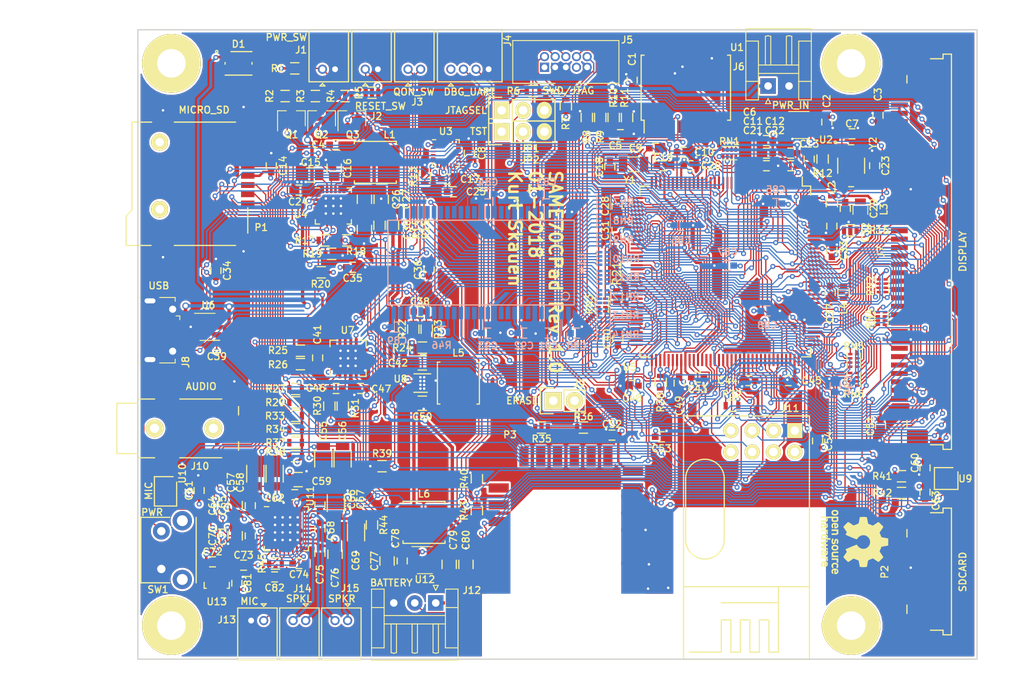
<source format=kicad_pcb>
(kicad_pcb (version 4) (host pcbnew 4.0.7)
  (layers (0 F.Cu signal) (1 In1.Cu signal) (2 In2.Cu power) (31 B.Cu signal) (34 B.Paste user) (35 F.Paste user) (36 B.SilkS user) (37 F.SilkS user) (38 B.Mask user) (39 F.Mask user) (44 Edge.Cuts user))
  (net 0 "")
  (net 1 /VDDCORE)
  (net 2 Earth)
  (net 3 +3V3)
  (net 4 /VDDPLL)
  (net 5 /VDDUTMIC)
  (net 6 /VBG)
  (net 7 /VREFP)
  (net 8 "Net-(C9-Pad1)")
  (net 9 "Net-(C18-Pad1)")
  (net 10 +5V)
  (net 11 +1V8)
  (net 12 VBUS_MEASURE)
  (net 13 "Net-(C25-Pad1)")
  (net 14 /Vsys)
  (net 15 VBUS)
  (net 16 LCD_RD)
  (net 17 LCD_WR)
  (net 18 LCD_CS)
  (net 19 LCD_RS)
  (net 20 LCD_WAIT)
  (net 21 LCD_INT)
  (net 22 LCD_RESET)
  (net 23 LCD_C86)
  (net 24 LCD_BL_CTRL)
  (net 25 CTP_WAKE)
  (net 26 CTP_INT)
  (net 27 CTP_SDA)
  (net 28 CTP_SCL)
  (net 29 CTP_RESET)
  (net 30 RF24_CE)
  (net 31 RF24_CSN)
  (net 32 RF24_SCK)
  (net 33 RF24_MOSI)
  (net 34 RF24_MISO)
  (net 35 RF24_IRQ)
  (net 36 /DBG_SWDIO)
  (net 37 /DBG_SWCLK)
  (net 38 /DBG_TRACESWO)
  (net 39 /DBG_TDI)
  (net 40 RESET)
  (net 41 USB_D-)
  (net 42 USB_ID)
  (net 43 USB_D+)
  (net 44 DBGUART_TX)
  (net 45 DBGUART_RX)
  (net 46 "Net-(J9-Pad2)")
  (net 47 POWER_SW)
  (net 48 /BAT_TEMP)
  (net 49 /PWR_QON)
  (net 50 +BATT)
  (net 51 /JTAGSEL)
  (net 52 /TST)
  (net 53 "Net-(L3-Pad2)")
  (net 54 /SDC_CD)
  (net 55 /SDC_DATA1)
  (net 56 /SDC_DATA0)
  (net 57 /SDC_CLK)
  (net 58 /SDC_CMD)
  (net 59 /SDC_DATA3)
  (net 60 /SDC_DATA2)
  (net 61 LED_R)
  (net 62 LED_G)
  (net 63 LED_B)
  (net 64 "Net-(P3-Pad18)")
  (net 65 WIFI_FLASH)
  (net 66 "Net-(P3-Pad16)")
  (net 67 SDRAM_CS)
  (net 68 VBUS_DETECT)
  (net 69 PWR_VREGMODE)
  (net 70 PWR_CHG_INT)
  (net 71 "Net-(R19-Pad2)")
  (net 72 I2CBUS2_SCL)
  (net 73 I2CBUS2_SDA)
  (net 74 DQML)
  (net 75 SDRAM_WE)
  (net 76 SDRAM_CAS)
  (net 77 SDRAM_RAS)
  (net 78 SDRAM_CKE)
  (net 79 DQMH)
  (net 80 AUDIO_RESET)
  (net 81 QSPI_IO3)
  (net 82 DB8)
  (net 83 DB9)
  (net 84 DB10)
  (net 85 DB11)
  (net 86 DB0)
  (net 87 AB9)
  (net 88 AB8)
  (net 89 AB13)
  (net 90 AUDIO_INT)
  (net 91 AB11)
  (net 92 PWR_CHG_OTG)
  (net 93 AUDIO_BCLK)
  (net 94 AUDIO_WCLK)
  (net 95 SDRAM_BANK0)
  (net 96 AB14)
  (net 97 QSPI_IO2)
  (net 98 DB12)
  (net 99 DB13)
  (net 100 AUDIO_MCLK)
  (net 101 ISENS_CRITICAL)
  (net 102 DB1)
  (net 103 DB2)
  (net 104 DB3)
  (net 105 DB4)
  (net 106 QSPI_IO0)
  (net 107 DB15)
  (net 108 DB7)
  (net 109 DB14)
  (net 110 QSPI_SCK)
  (net 111 ISENS_WARNING)
  (net 112 DB6)
  (net 113 QSPI_RESET)
  (net 114 SDRAM_CLK)
  (net 115 DB5)
  (net 116 QSPI_CE)
  (net 117 AUDIO_DOUT)
  (net 118 QSPI_IO1)
  (net 119 WIFI_TX)
  (net 120 AB10)
  (net 121 SDA10)
  (net 122 IMU_INT)
  (net 123 AUDIO_DIN)
  (net 124 SDRAM_BANK1)
  (net 125 PWR_CHG_CHG_ENABLE)
  (net 126 PWR_5VEN)
  (net 127 WIFI_RX)
  (net 128 AB2)
  (net 129 WIFI_EN)
  (net 130 AB3)
  (net 131 AB4)
  (net 132 AB5)
  (net 133 IMU_FSYNC)
  (net 134 AB6)
  (net 135 WIFI_RESET)
  (net 136 AB7)
  (net 137 VREF_SHDN)
  (net 138 LCDD0)
  (net 139 LCDD1)
  (net 140 LCDD2)
  (net 141 LCDD3)
  (net 142 LCDD4)
  (net 143 LCDD5)
  (net 144 LCDD6)
  (net 145 LCDD7)
  (net 146 LCDD8)
  (net 147 LCDD9)
  (net 148 LCDD10)
  (net 149 LCDD11)
  (net 150 LCDD12)
  (net 151 LCDD13)
  (net 152 LCDD14)
  (net 153 LCDD15)
  (net 154 SDA0)
  (net 155 SDA1)
  (net 156 SDA2)
  (net 157 SDA3)
  (net 158 SDD0)
  (net 159 SDD1)
  (net 160 SDD2)
  (net 161 SDD3)
  (net 162 SDA4)
  (net 163 SDA5)
  (net 164 SDA6)
  (net 165 SDA7)
  (net 166 SDD4)
  (net 167 SDD5)
  (net 168 SDD6)
  (net 169 SDD7)
  (net 170 SDA8)
  (net 171 SDA9)
  (net 172 SDA11)
  (net 173 SDD8)
  (net 174 SDD9)
  (net 175 SDD10)
  (net 176 SDD11)
  (net 177 SDA12)
  (net 178 SD_BANK0)
  (net 179 SD_BANK1)
  (net 180 SD_CLK)
  (net 181 SDD12)
  (net 182 SDD13)
  (net 183 SDD14)
  (net 184 SDD15)
  (net 185 QSFL_IO0)
  (net 186 QSFL_IO1)
  (net 187 QSFL_IO2)
  (net 188 QSFL_IO3)
  (net 189 QSFL_SCK)
  (net 190 QSFL_CE)
  (net 191 SD_RAS)
  (net 192 SD_CAS)
  (net 193 /5V_SENS-)
  (net 194 /5V_SENS+)
  (net 195 /VSYS_OUT)
  (net 196 /5V_OUT)
  (net 197 /3V3_SENS-)
  (net 198 /3V3_SENS+)
  (net 199 /BAT_SENS+)
  (net 200 /BAT_SENS-)
  (net 201 /3V3_OUT)
  (net 202 /BAT_IN)
  (net 203 /5V_IN)
  (net 204 "Net-(C29-Pad1)")
  (net 205 "Net-(C7-Pad1)")
  (net 206 "Net-(C23-Pad1)")
  (net 207 "Net-(R13-Pad1)")
  (net 208 ABSDA10)
  (net 209 /3V3_SW)
  (net 210 "Net-(C4-Pad2)")
  (net 211 "Net-(C15-Pad1)")
  (net 212 "Net-(C16-Pad2)")
  (net 213 /SPKR_HPL_a)
  (net 214 /SPKR_HPL_b)
  (net 215 /MIC_JCK_a)
  (net 216 /MIC_JCK_b)
  (net 217 /SPKR_HPR_a)
  (net 218 /SPKR_HPR_b)
  (net 219 /MIC_INT_b)
  (net 220 /MIC_INT_a)
  (net 221 /MIC_EXT_a)
  (net 222 /MIC_EXT_b)
  (net 223 /LED_RC_b)
  (net 224 /LED_BC_b)
  (net 225 /LED_GC_b)
  (net 226 /SPKR_LP)
  (net 227 /SPKR_LM)
  (net 228 /SPKR_RP)
  (net 229 /SPKR_RM)
  (net 230 /LED_RC_a)
  (net 231 /LED_GC_a)
  (net 232 /LED_BC_a)
  (net 233 /MICBIAS)
  (module MyVias:Via_0.6mmX0.3mm_Untented (layer F.Cu) (at 163.12 113.76)
    (fp_text reference REF** hide)
    (fp_text value Via_0.6mmX0.3mm_Untented hide)
    (pad 1 thru_hole circle (at 0 0) (size 0.6 0.6) (drill 0.3) (layers *.Cu *.Mask) (net 2 Earth))
  )
  (module MyVias:Via_0.6mmX0.3mm_Untented (layer F.Cu) (at 162.67 113.76)
    (fp_text reference REF** hide)
    (fp_text value Via_0.6mmX0.3mm_Untented hide)
    (pad 1 thru_hole circle (at 0 0) (size 0.6 0.6) (drill 0.3) (layers *.Cu *.Mask) (net 2 Earth))
  )
  (module MyVias:Via_0.6mmX0.3mm_Untented (layer F.Cu) (at 163.12 113.31)
    (fp_text reference REF** hide)
    (fp_text value Via_0.6mmX0.3mm_Untented hide)
    (pad 1 thru_hole circle (at 0 0) (size 0.6 0.6) (drill 0.3) (layers *.Cu *.Mask) (net 2 Earth))
  )
  (module MyVias:Via_0.6mmX0.3mm_Untented (layer F.Cu) (at 162.67 113.31)
    (fp_text reference REF** hide)
    (fp_text value Via_0.6mmX0.3mm_Untented hide)
    (pad 1 thru_hole circle (at 0 0) (size 0.6 0.6) (drill 0.3) (layers *.Cu *.Mask) (net 2 Earth))
  )
  (module MyVias:Via_0.6mmX0.3mm_Untented (layer F.Cu) (at 163.12 112.86)
    (fp_text reference REF** hide)
    (fp_text value Via_0.6mmX0.3mm_Untented hide)
    (pad 1 thru_hole circle (at 0 0) (size 0.6 0.6) (drill 0.3) (layers *.Cu *.Mask) (net 2 Earth))
  )
  (module MyVias:Via_0.6mmX0.3mm_Untented (layer F.Cu) (at 162.67 112.86)
    (fp_text reference REF** hide)
    (fp_text value Via_0.6mmX0.3mm_Untented hide)
    (pad 1 thru_hole circle (at 0 0) (size 0.6 0.6) (drill 0.3) (layers *.Cu *.Mask) (net 2 Earth))
  )
  (module MyVias:Via_0.6mmX0.3mm_Untented (layer F.Cu) (at 163.12 112.41)
    (fp_text reference REF** hide)
    (fp_text value Via_0.6mmX0.3mm_Untented hide)
    (pad 1 thru_hole circle (at 0 0) (size 0.6 0.6) (drill 0.3) (layers *.Cu *.Mask) (net 2 Earth))
  )
  (module MyVias:Via_0.6mmX0.3mm_Untented (layer F.Cu) (at 153.2 92.9)
    (fp_text reference REF** hide)
    (fp_text value Via_0.6mmX0.3mm_Untented hide)
    (pad 1 thru_hole circle (at 0 0) (size 0.6 0.6) (drill 0.3) (layers *.Cu *.Mask) (net 2 Earth))
  )
  (module MyVias:Via_0.6mmX0.3mm_Untented (layer F.Cu) (at 152.3 92.9)
    (fp_text reference REF** hide)
    (fp_text value Via_0.6mmX0.3mm_Untented hide)
    (pad 1 thru_hole circle (at 0 0) (size 0.6 0.6) (drill 0.3) (layers *.Cu *.Mask) (net 2 Earth))
  )
  (module MyVias:Via_0.6mmX0.3mm_Untented (layer F.Cu) (at 151.4 92.9)
    (fp_text reference REF** hide)
    (fp_text value Via_0.6mmX0.3mm_Untented hide)
    (pad 1 thru_hole circle (at 0 0) (size 0.6 0.6) (drill 0.3) (layers *.Cu *.Mask) (net 2 Earth))
  )
  (module MyVias:Via_0.6mmX0.3mm_Untented (layer F.Cu) (at 153.2 92)
    (fp_text reference REF** hide)
    (fp_text value Via_0.6mmX0.3mm_Untented hide)
    (pad 1 thru_hole circle (at 0 0) (size 0.6 0.6) (drill 0.3) (layers *.Cu *.Mask) (net 2 Earth))
  )
  (module MyVias:Via_0.6mmX0.3mm_Untented (layer F.Cu) (at 152.3 92)
    (fp_text reference REF** hide)
    (fp_text value Via_0.6mmX0.3mm_Untented hide)
    (pad 1 thru_hole circle (at 0 0) (size 0.6 0.6) (drill 0.3) (layers *.Cu *.Mask) (net 2 Earth))
  )
  (module MyVias:Via_0.6mmX0.3mm_Untented (layer F.Cu) (at 151.4 92)
    (fp_text reference REF** hide)
    (fp_text value Via_0.6mmX0.3mm_Untented hide)
    (pad 1 thru_hole circle (at 0 0) (size 0.6 0.6) (drill 0.3) (layers *.Cu *.Mask) (net 2 Earth))
  )
  (module MyVias:Via_0.6mmX0.3mm_Untented (layer F.Cu) (at 153.2 91.1)
    (fp_text reference REF** hide)
    (fp_text value Via_0.6mmX0.3mm_Untented hide)
    (pad 1 thru_hole circle (at 0 0) (size 0.6 0.6) (drill 0.3) (layers *.Cu *.Mask) (net 2 Earth))
  )
  (module MyVias:Via_0.6mmX0.3mm_Untented (layer F.Cu) (at 152.3 91.1)
    (fp_text reference REF** hide)
    (fp_text value Via_0.6mmX0.3mm_Untented hide)
    (pad 1 thru_hole circle (at 0 0) (size 0.6 0.6) (drill 0.3) (layers *.Cu *.Mask) (net 2 Earth))
  )
  (module MyVias:Via_0.6mmX0.3mm_Untented (layer F.Cu) (at 154.95 111.05)
    (fp_text reference REF** hide)
    (fp_text value Via_0.6mmX0.3mm_Untented hide)
    (pad 1 thru_hole circle (at 0 0) (size 0.6 0.6) (drill 0.3) (layers *.Cu *.Mask) (net 2 Earth))
  )
  (module MyVias:Via_0.6mmX0.3mm_Untented (layer F.Cu) (at 154.05 111.05)
    (fp_text reference REF** hide)
    (fp_text value Via_0.6mmX0.3mm_Untented hide)
    (pad 1 thru_hole circle (at 0 0) (size 0.6 0.6) (drill 0.3) (layers *.Cu *.Mask) (net 2 Earth))
  )
  (module MyVias:Via_0.6mmX0.3mm_Untented (layer F.Cu) (at 153.15 111.05)
    (fp_text reference REF** hide)
    (fp_text value Via_0.6mmX0.3mm_Untented hide)
    (pad 1 thru_hole circle (at 0 0) (size 0.6 0.6) (drill 0.3) (layers *.Cu *.Mask) (net 2 Earth))
  )
  (module MyVias:Via_0.6mmX0.3mm_Untented (layer F.Cu) (at 154.95 110.15)
    (fp_text reference REF** hide)
    (fp_text value Via_0.6mmX0.3mm_Untented hide)
    (pad 1 thru_hole circle (at 0 0) (size 0.6 0.6) (drill 0.3) (layers *.Cu *.Mask) (net 2 Earth))
  )
  (module MyVias:Via_0.6mmX0.3mm_Untented (layer F.Cu) (at 154.05 110.15)
    (fp_text reference REF** hide)
    (fp_text value Via_0.6mmX0.3mm_Untented hide)
    (pad 1 thru_hole circle (at 0 0) (size 0.6 0.6) (drill 0.3) (layers *.Cu *.Mask) (net 2 Earth))
  )
  (module MyVias:Via_0.6mmX0.3mm_Untented (layer F.Cu) (at 153.15 110.15)
    (fp_text reference REF** hide)
    (fp_text value Via_0.6mmX0.3mm_Untented hide)
    (pad 1 thru_hole circle (at 0 0) (size 0.6 0.6) (drill 0.3) (layers *.Cu *.Mask) (net 2 Earth))
  )
  (module MyVias:Via_0.6mmX0.3mm_Untented (layer F.Cu) (at 154.95 109.25)
    (fp_text reference REF** hide)
    (fp_text value Via_0.6mmX0.3mm_Untented hide)
    (pad 1 thru_hole circle (at 0 0) (size 0.6 0.6) (drill 0.3) (layers *.Cu *.Mask) (net 2 Earth))
  )
  (module MyVias:Via_0.6mmX0.3mm_Untented (layer F.Cu) (at 154.05 109.25)
    (fp_text reference REF** hide)
    (fp_text value Via_0.6mmX0.3mm_Untented hide)
    (pad 1 thru_hole circle (at 0 0) (size 0.6 0.6) (drill 0.3) (layers *.Cu *.Mask) (net 2 Earth))
  )
  (module MyVias:Via_0.6mmX0.3mm_Untented (layer F.Cu) (at 148.05 131.8)
    (fp_text reference REF** hide)
    (fp_text value Via_0.6mmX0.3mm_Untented hide)
    (pad 1 thru_hole circle (at 0 0) (size 0.6 0.6) (drill 0.3) (layers *.Cu *.Mask) (net 2 Earth))
  )
  (module MyVias:Via_0.6mmX0.3mm_Untented (layer F.Cu) (at 147.15 131.8)
    (fp_text reference REF** hide)
    (fp_text value Via_0.6mmX0.3mm_Untented hide)
    (pad 1 thru_hole circle (at 0 0) (size 0.6 0.6) (drill 0.3) (layers *.Cu *.Mask) (net 2 Earth))
  )
  (module MyVias:Via_0.6mmX0.3mm_Untented (layer F.Cu) (at 146.25 131.8)
    (fp_text reference REF** hide)
    (fp_text value Via_0.6mmX0.3mm_Untented hide)
    (pad 1 thru_hole circle (at 0 0) (size 0.6 0.6) (drill 0.3) (layers *.Cu *.Mask) (net 2 Earth))
  )
  (module MyVias:Via_0.6mmX0.3mm_Untented (layer F.Cu) (at 145.35 131.8)
    (fp_text reference REF** hide)
    (fp_text value Via_0.6mmX0.3mm_Untented hide)
    (pad 1 thru_hole circle (at 0 0) (size 0.6 0.6) (drill 0.3) (layers *.Cu *.Mask) (net 2 Earth))
  )
  (module MyVias:Via_0.6mmX0.3mm_Untented (layer F.Cu) (at 148.05 130.9)
    (fp_text reference REF** hide)
    (fp_text value Via_0.6mmX0.3mm_Untented hide)
    (pad 1 thru_hole circle (at 0 0) (size 0.6 0.6) (drill 0.3) (layers *.Cu *.Mask) (net 2 Earth))
  )
  (module MyVias:Via_0.6mmX0.3mm_Untented (layer F.Cu) (at 147.15 130.9)
    (fp_text reference REF** hide)
    (fp_text value Via_0.6mmX0.3mm_Untented hide)
    (pad 1 thru_hole circle (at 0 0) (size 0.6 0.6) (drill 0.3) (layers *.Cu *.Mask) (net 2 Earth))
  )
  (module MyVias:Via_0.6mmX0.3mm_Untented (layer F.Cu) (at 146.25 130.9)
    (fp_text reference REF** hide)
    (fp_text value Via_0.6mmX0.3mm_Untented hide)
    (pad 1 thru_hole circle (at 0 0) (size 0.6 0.6) (drill 0.3) (layers *.Cu *.Mask) (net 2 Earth))
  )
  (module MyVias:Via_0.6mmX0.3mm_Untented (layer F.Cu) (at 145.35 130.9)
    (fp_text reference REF** hide)
    (fp_text value Via_0.6mmX0.3mm_Untented hide)
    (pad 1 thru_hole circle (at 0 0) (size 0.6 0.6) (drill 0.3) (layers *.Cu *.Mask) (net 2 Earth))
  )
  (module MyVias:Via_0.6mmX0.3mm_Untented (layer F.Cu) (at 148.05 130)
    (fp_text reference REF** hide)
    (fp_text value Via_0.6mmX0.3mm_Untented hide)
    (pad 1 thru_hole circle (at 0 0) (size 0.6 0.6) (drill 0.3) (layers *.Cu *.Mask) (net 2 Earth))
  )
  (module MyVias:Via_0.6mmX0.3mm_Untented (layer F.Cu) (at 147.15 130)
    (fp_text reference REF** hide)
    (fp_text value Via_0.6mmX0.3mm_Untented hide)
    (pad 1 thru_hole circle (at 0 0) (size 0.6 0.6) (drill 0.3) (layers *.Cu *.Mask) (net 2 Earth))
  )
  (module MyVias:Via_0.6mmX0.3mm_Untented (layer F.Cu) (at 146.25 130)
    (fp_text reference REF** hide)
    (fp_text value Via_0.6mmX0.3mm_Untented hide)
    (pad 1 thru_hole circle (at 0 0) (size 0.6 0.6) (drill 0.3) (layers *.Cu *.Mask) (net 2 Earth))
  )
  (module MyVias:Via_0.6mmX0.3mm_Untented (layer F.Cu) (at 145.35 130)
    (fp_text reference REF** hide)
    (fp_text value Via_0.6mmX0.3mm_Untented hide)
    (pad 1 thru_hole circle (at 0 0) (size 0.6 0.6) (drill 0.3) (layers *.Cu *.Mask) (net 2 Earth))
  )
  (module MyVias:Via_0.6mmX0.3mm_Untented (layer F.Cu) (at 148.05 129.1)
    (fp_text reference REF** hide)
    (fp_text value Via_0.6mmX0.3mm_Untented hide)
    (pad 1 thru_hole circle (at 0 0) (size 0.6 0.6) (drill 0.3) (layers *.Cu *.Mask) (net 2 Earth))
  )
  (module MyVias:Via_0.6mmX0.3mm_Untented (layer F.Cu) (at 147.15 129.1)
    (fp_text reference REF** hide)
    (fp_text value Via_0.6mmX0.3mm_Untented hide)
    (pad 1 thru_hole circle (at 0 0) (size 0.6 0.6) (drill 0.3) (layers *.Cu *.Mask) (net 2 Earth))
  )
  (module MyVias:Via_0.6mmX0.3mm_Untented (layer F.Cu) (at 146.25 129.1)
    (fp_text reference REF** hide)
    (fp_text value Via_0.6mmX0.3mm_Untented hide)
    (pad 1 thru_hole circle (at 0 0) (size 0.6 0.6) (drill 0.3) (layers *.Cu *.Mask) (net 2 Earth))
  )
  (module MyCapacitors:C_0603 (layer F.Cu) (at 206.8 85.7 180)
    (fp_text reference C12 (at 1.9 3.8 180) (layer F.SilkS) (effects (font (size 0.82 0.82) (thickness 0.1524))))
    (fp_text value 1u hide)
    (pad 1 smd rect (at -0.75 0 180) (size 0.8 0.75) (layers F.Cu F.Paste F.Mask) (net 1 /VDDCORE))
    (pad 2 smd rect (at 0.75 0 180) (size 0.8 0.75) (layers F.Cu F.Paste F.Mask) (net 2 Earth))
  )
  (module MyCapacitors:C_0603 (layer F.Cu) (at 194.8 87.2)
    (fp_text reference C20 (at 2.5 0) (layer F.SilkS) (effects (font (size 0.82 0.82) (thickness 0.1524))))
    (fp_text value 100n hide)
    (pad 1 smd rect (at -0.75 0) (size 0.8 0.75) (layers F.Cu F.Paste F.Mask) (net 1 /VDDCORE))
    (pad 2 smd rect (at 0.75 0) (size 0.8 0.75) (layers F.Cu F.Paste F.Mask) (net 2 Earth))
  )
  (module MyCapacitors:C_0603 (layer F.Cu) (at 201.8 112.8 180)
    (fp_text reference C44 (at 2.55 0 180) (layer F.SilkS) (effects (font (size 0.82 0.82) (thickness 0.1524))))
    (fp_text value 100n)
    (pad 1 smd rect (at -0.75 0 180) (size 0.8 0.75) (layers F.Cu F.Paste F.Mask) (net 3 +3V3))
    (pad 2 smd rect (at 0.75 0 180) (size 0.8 0.75) (layers F.Cu F.Paste F.Mask) (net 2 Earth))
  )
  (module MyCapacitors:C_0603 (layer F.Cu) (at 206.8 87.2 180)
    (fp_text reference C22 (at 1.9 4.2 180) (layer F.SilkS) (effects (font (size 0.82 0.82) (thickness 0.1524))))
    (fp_text value 100n hide)
    (pad 1 smd rect (at -0.75 0 180) (size 0.8 0.75) (layers F.Cu F.Paste F.Mask) (net 1 /VDDCORE))
    (pad 2 smd rect (at 0.75 0 180) (size 0.8 0.75) (layers F.Cu F.Paste F.Mask) (net 2 Earth))
  )
  (module MyCapacitors:C_0603 (layer F.Cu) (at 191.6 87.2)
    (fp_text reference C19 (at 0 -0.95) (layer F.SilkS) (effects (font (size 0.82 0.82) (thickness 0.1524))))
    (fp_text value 100n hide)
    (pad 1 smd rect (at -0.75 0) (size 0.8 0.75) (layers F.Cu F.Paste F.Mask) (net 1 /VDDCORE))
    (pad 2 smd rect (at 0.75 0) (size 0.8 0.75) (layers F.Cu F.Paste F.Mask) (net 2 Earth))
  )
  (module MyCapacitors:C_0603 (layer F.Cu) (at 193.5 113.1 270)
    (fp_text reference C49 (at 2.7 0 270) (layer F.SilkS) (effects (font (size 0.82 0.82) (thickness 0.1524))))
    (fp_text value 100n hide)
    (pad 1 smd rect (at -0.75 0 270) (size 0.8 0.75) (layers F.Cu F.Paste F.Mask) (net 3 +3V3))
    (pad 2 smd rect (at 0.75 0 270) (size 0.8 0.75) (layers F.Cu F.Paste F.Mask) (net 2 Earth))
  )
  (module MyCapacitors:C_0603 (layer B.Cu) (at 170.7 90.544432 180)
    (fp_text reference C84 (at -0.05 1.394432 180) (layer B.SilkS) (effects (font (size 0.82 0.82) (thickness 0.1524)) (justify mirror)))
    (fp_text value 100n hide)
    (pad 1 smd rect (at -0.75 0 180) (size 0.8 0.75) (layers B.Cu B.Paste B.Mask) (net 3 +3V3))
    (pad 2 smd rect (at 0.75 0 180) (size 0.8 0.75) (layers B.Cu B.Paste B.Mask) (net 2 Earth))
  )
  (module MyCapacitors:C_0603 (layer B.Cu) (at 177.7 90.544432)
    (fp_text reference C83 (at 0 -1.394432) (layer B.SilkS) (effects (font (size 0.82 0.82) (thickness 0.1524)) (justify mirror)))
    (fp_text value 100n hide)
    (pad 1 smd rect (at -0.75 0) (size 0.8 0.75) (layers B.Cu B.Paste B.Mask) (net 3 +3V3))
    (pad 2 smd rect (at 0.75 0) (size 0.8 0.75) (layers B.Cu B.Paste B.Mask) (net 2 Earth))
  )
  (module MyCapacitors:C_0603 (layer B.Cu) (at 181.3 107.144432)
    (fp_text reference C90 (at 0 1.505568) (layer B.SilkS) (effects (font (size 0.82 0.82) (thickness 0.1524)) (justify mirror)))
    (fp_text value 100n hide)
    (pad 1 smd rect (at -0.75 0) (size 0.8 0.75) (layers B.Cu B.Paste B.Mask) (net 3 +3V3))
    (pad 2 smd rect (at 0.75 0) (size 0.8 0.75) (layers B.Cu B.Paste B.Mask) (net 2 Earth))
  )
  (module MyCapacitors:C_0603 (layer B.Cu) (at 177.9 107.144432 180)
    (fp_text reference C91 (at 0 -1.505568 180) (layer B.SilkS) (effects (font (size 0.82 0.82) (thickness 0.1524)) (justify mirror)))
    (fp_text value 100n hide)
    (pad 1 smd rect (at -0.75 0 180) (size 0.8 0.75) (layers B.Cu B.Paste B.Mask) (net 3 +3V3))
    (pad 2 smd rect (at 0.75 0 180) (size 0.8 0.75) (layers B.Cu B.Paste B.Mask) (net 2 Earth))
  )
  (module MyCapacitors:C_0603 (layer B.Cu) (at 175 107.144432)
    (fp_text reference C92 (at 0 1.505568) (layer B.SilkS) (effects (font (size 0.82 0.82) (thickness 0.1524)) (justify mirror)))
    (fp_text value 100n hide)
    (pad 1 smd rect (at -0.75 0) (size 0.8 0.75) (layers B.Cu B.Paste B.Mask) (net 3 +3V3))
    (pad 2 smd rect (at 0.75 0) (size 0.8 0.75) (layers B.Cu B.Paste B.Mask) (net 2 Earth))
  )
  (module MyCapacitors:C_0603 (layer B.Cu) (at 170.7 107.144432)
    (fp_text reference C93 (at 0 1.505568) (layer B.SilkS) (effects (font (size 0.82 0.82) (thickness 0.1524)) (justify mirror)))
    (fp_text value 100n hide)
    (pad 1 smd rect (at -0.75 0) (size 0.8 0.75) (layers B.Cu B.Paste B.Mask) (net 3 +3V3))
    (pad 2 smd rect (at 0.75 0) (size 0.8 0.75) (layers B.Cu B.Paste B.Mask) (net 2 Earth))
  )
  (module MyCapacitors:C_0603 (layer B.Cu) (at 159.9 106.425)
    (fp_text reference C89 (at 0 1.625) (layer B.SilkS) (effects (font (size 0.82 0.82) (thickness 0.1524)) (justify mirror)))
    (fp_text value 100n hide)
    (pad 1 smd rect (at -0.75 0) (size 0.8 0.75) (layers B.Cu B.Paste B.Mask) (net 3 +3V3))
    (pad 2 smd rect (at 0.75 0) (size 0.8 0.75) (layers B.Cu B.Paste B.Mask) (net 2 Earth))
  )
  (module MyCapacitors:C_0603 (layer F.Cu) (at 186.1 94.9 90)
    (fp_text reference C31 (at 0 -1.4 90) (layer F.SilkS) (effects (font (size 0.82 0.82) (thickness 0.1524))))
    (fp_text value 100n hide)
    (pad 1 smd rect (at -0.75 0 90) (size 0.8 0.75) (layers F.Cu F.Paste F.Mask) (net 1 /VDDCORE))
    (pad 2 smd rect (at 0.75 0 90) (size 0.8 0.75) (layers F.Cu F.Paste F.Mask) (net 2 Earth))
  )
  (module MyCapacitors:C_0603 (layer F.Cu) (at 186.2 107.8 90)
    (fp_text reference C40 (at 0 -1.3 90) (layer F.SilkS) (effects (font (size 0.82 0.82) (thickness 0.1524))))
    (fp_text value 100n hide)
    (pad 1 smd rect (at -0.75 0 90) (size 0.8 0.75) (layers F.Cu F.Paste F.Mask) (net 3 +3V3))
    (pad 2 smd rect (at 0.75 0 90) (size 0.8 0.75) (layers F.Cu F.Paste F.Mask) (net 2 Earth))
  )
  (module MyCapacitors:C_0603 (layer F.Cu) (at 211.5 102.3 270)
    (fp_text reference C37 (at 2.5 0 270) (layer F.SilkS) (effects (font (size 0.82 0.82) (thickness 0.1524))))
    (fp_text value 100n)
    (pad 1 smd rect (at -0.75 0 270) (size 0.8 0.75) (layers F.Cu F.Paste F.Mask) (net 4 /VDDPLL))
    (pad 2 smd rect (at 0.75 0 270) (size 0.8 0.75) (layers F.Cu F.Paste F.Mask) (net 2 Earth))
  )
  (module MyCapacitors:C_0603 (layer F.Cu) (at 211.7 94.4 270)
    (fp_text reference C32 (at 0.75 -4 270) (layer F.SilkS) (effects (font (size 0.82 0.82) (thickness 0.1524))))
    (fp_text value 100n hide)
    (pad 1 smd rect (at -0.75 0 270) (size 0.8 0.75) (layers F.Cu F.Paste F.Mask) (net 5 /VDDUTMIC))
    (pad 2 smd rect (at 0.75 0 270) (size 0.8 0.75) (layers F.Cu F.Paste F.Mask) (net 2 Earth))
  )
  (module MyCapacitors:C_0603 (layer F.Cu) (at 195.7 112.4)
    (fp_text reference C43 (at 0 1.4) (layer F.SilkS) (effects (font (size 0.82 0.82) (thickness 0.1524))))
    (fp_text value 100n hide)
    (pad 1 smd rect (at -0.75 0) (size 0.8 0.75) (layers F.Cu F.Paste F.Mask) (net 1 /VDDCORE))
    (pad 2 smd rect (at 0.75 0) (size 0.8 0.75) (layers F.Cu F.Paste F.Mask) (net 2 Earth))
  )
  (module MyCapacitors:C_0603 (layer F.Cu) (at 186.1 92 270)
    (fp_text reference C28 (at 0 1.4 270) (layer F.SilkS) (effects (font (size 0.82 0.82) (thickness 0.1524))))
    (fp_text value 100n hide)
    (pad 1 smd rect (at -0.75 0 270) (size 0.8 0.75) (layers F.Cu F.Paste F.Mask) (net 3 +3V3))
    (pad 2 smd rect (at 0.75 0 270) (size 0.8 0.75) (layers F.Cu F.Paste F.Mask) (net 2 Earth))
  )
  (module MyCapacitors:C_0603 (layer F.Cu) (at 203.9 84.2 180)
    (fp_text reference C6 (at 2 3.4 180) (layer F.SilkS) (effects (font (size 0.82 0.82) (thickness 0.1524))))
    (fp_text value 4u7/6v3 hide)
    (pad 1 smd rect (at -0.75 0 180) (size 0.8 0.75) (layers F.Cu F.Paste F.Mask) (net 3 +3V3))
    (pad 2 smd rect (at 0.75 0 180) (size 0.8 0.75) (layers F.Cu F.Paste F.Mask) (net 2 Earth))
  )
  (module MyCapacitors:C_0603 (layer F.Cu) (at 206.5 112.8 180)
    (fp_text reference C45 (at -2.8 0 180) (layer F.SilkS) (effects (font (size 0.82 0.82) (thickness 0.1524))))
    (fp_text value 100n)
    (pad 1 smd rect (at -0.75 0 180) (size 0.8 0.75) (layers F.Cu F.Paste F.Mask) (net 1 /VDDCORE))
    (pad 2 smd rect (at 0.75 0 180) (size 0.8 0.75) (layers F.Cu F.Paste F.Mask) (net 2 Earth))
  )
  (module MyCapacitors:C_0603 (layer F.Cu) (at 203.9 85.7 180)
    (fp_text reference C11 (at 1.6 3.8 360) (layer F.SilkS) (effects (font (size 0.82 0.82) (thickness 0.1524))))
    (fp_text value 100n hide)
    (pad 1 smd rect (at -0.75 0 180) (size 0.8 0.75) (layers F.Cu F.Paste F.Mask) (net 3 +3V3))
    (pad 2 smd rect (at 0.75 0 180) (size 0.8 0.75) (layers F.Cu F.Paste F.Mask) (net 2 Earth))
  )
  (module MyCapacitors:C_0603 (layer F.Cu) (at 194 85.6)
    (fp_text reference C10 (at 2.5 0) (layer F.SilkS) (effects (font (size 0.82 0.82) (thickness 0.1524))))
    (fp_text value 100n hide)
    (pad 1 smd rect (at -0.75 0) (size 0.8 0.75) (layers F.Cu F.Paste F.Mask) (net 3 +3V3))
    (pad 2 smd rect (at 0.75 0) (size 0.8 0.75) (layers F.Cu F.Paste F.Mask) (net 2 Earth))
  )
  (module MyCapacitors:C_0603 (layer F.Cu) (at 209 86.4 90)
    (fp_text reference C13 (at 1.8 0 180) (layer F.SilkS) (effects (font (size 0.82 0.82) (thickness 0.1524))))
    (fp_text value 10p hide)
    (pad 1 smd rect (at -0.75 0 90) (size 0.8 0.75) (layers F.Cu F.Paste F.Mask) (net 6 /VBG))
    (pad 2 smd rect (at 0.75 0 90) (size 0.8 0.75) (layers F.Cu F.Paste F.Mask) (net 2 Earth))
  )
  (module MyCapacitors:C_0603 (layer F.Cu) (at 185.5 119.3 180)
    (fp_text reference C52 (at 0 1.3 180) (layer F.SilkS) (effects (font (size 0.82 0.82) (thickness 0.1524))))
    (fp_text value 100n hide)
    (pad 1 smd rect (at -0.75 0 180) (size 0.8 0.75) (layers F.Cu F.Paste F.Mask) (net 3 +3V3))
    (pad 2 smd rect (at 0.75 0 180) (size 0.8 0.75) (layers F.Cu F.Paste F.Mask) (net 2 Earth))
  )
  (module MyCapacitors:C_0603 (layer F.Cu) (at 213.3 92.3 270)
    (fp_text reference C29 (at 0 -3.4 450) (layer F.SilkS) (effects (font (size 0.82 0.82) (thickness 0.1524))))
    (fp_text value 4u7/6v3 hide)
    (pad 1 smd rect (at -0.75 0 270) (size 0.8 0.75) (layers F.Cu F.Paste F.Mask) (net 204 "Net-(C29-Pad1)"))
    (pad 2 smd rect (at 0.75 0 270) (size 0.8 0.75) (layers F.Cu F.Paste F.Mask) (net 2 Earth))
  )
  (module MyCapacitors:C_0603 (layer F.Cu) (at 211.7 97.3 90)
    (fp_text reference C33 (at 0 1.4 90) (layer F.SilkS) (effects (font (size 0.82 0.82) (thickness 0.1524))))
    (fp_text value 100n hide)
    (pad 1 smd rect (at -0.75 0 90) (size 0.8 0.75) (layers F.Cu F.Paste F.Mask) (net 3 +3V3))
    (pad 2 smd rect (at 0.75 0 90) (size 0.8 0.75) (layers F.Cu F.Paste F.Mask) (net 2 Earth))
  )
  (module MyCapacitors:C_0603 (layer F.Cu) (at 203.9 87.2)
    (fp_text reference C21 (at -1.6 -4.2) (layer F.SilkS) (effects (font (size 0.82 0.82) (thickness 0.1524))))
    (fp_text value 300p)
    (pad 1 smd rect (at -0.75 0) (size 0.8 0.75) (layers F.Cu F.Paste F.Mask) (net 7 /VREFP))
    (pad 2 smd rect (at 0.75 0) (size 0.8 0.75) (layers F.Cu F.Paste F.Mask) (net 2 Earth))
  )
  (module MyCapacitors:C_0603 (layer F.Cu) (at 211.1 82 270)
    (fp_text reference C2 (at -2.5 0 270) (layer F.SilkS) (effects (font (size 0.82 0.82) (thickness 0.1524))))
    (fp_text value 2u2)
    (pad 1 smd rect (at -0.75 0 270) (size 0.8 0.75) (layers F.Cu F.Paste F.Mask) (net 3 +3V3))
    (pad 2 smd rect (at 0.75 0 270) (size 0.8 0.75) (layers F.Cu F.Paste F.Mask) (net 2 Earth))
  )
  (module MyCapacitors:C_0603 (layer F.Cu) (at 210 120 90)
    (fp_text reference C54 (at 0 1.3 90) (layer F.SilkS) (effects (font (size 0.82 0.82) (thickness 0.1524))))
    (fp_text value 100n hide)
    (pad 1 smd rect (at -0.75 0 90) (size 0.8 0.75) (layers F.Cu F.Paste F.Mask) (net 3 +3V3))
    (pad 2 smd rect (at 0.75 0 90) (size 0.8 0.75) (layers F.Cu F.Paste F.Mask) (net 2 Earth))
  )
  (module MyCapacitors:C_0603 (layer F.Cu) (at 190.7 85.12)
    (fp_text reference C9 (at -2.4 -0.02 180) (layer F.SilkS) (effects (font (size 0.82 0.82) (thickness 0.1524))))
    (fp_text value 24p hide)
    (pad 1 smd rect (at -0.75 0) (size 0.8 0.75) (layers F.Cu F.Paste F.Mask) (net 8 "Net-(C9-Pad1)"))
    (pad 2 smd rect (at 0.75 0) (size 0.8 0.75) (layers F.Cu F.Paste F.Mask) (net 2 Earth))
  )
  (module MyCapacitors:C_0603 (layer F.Cu) (at 185.24 87.33 270)
    (fp_text reference C18 (at 0 1.24 270) (layer F.SilkS) (effects (font (size 0.82 0.82) (thickness 0.1524))))
    (fp_text value 24p hide)
    (pad 1 smd rect (at -0.75 0 270) (size 0.8 0.75) (layers F.Cu F.Paste F.Mask) (net 9 "Net-(C18-Pad1)"))
    (pad 2 smd rect (at 0.75 0 270) (size 0.8 0.75) (layers F.Cu F.Paste F.Mask) (net 2 Earth))
  )
  (module MyCapacitors:C_0603 (layer F.Cu) (at 214.1 83.4)
    (fp_text reference C7 (at 0 -1.2) (layer F.SilkS) (effects (font (size 0.82 0.82) (thickness 0.1524))))
    (fp_text value 6p hide)
    (pad 1 smd rect (at -0.75 0) (size 0.8 0.75) (layers F.Cu F.Paste F.Mask) (net 205 "Net-(C7-Pad1)"))
    (pad 2 smd rect (at 0.75 0) (size 0.8 0.75) (layers F.Cu F.Paste F.Mask) (net 2 Earth))
  )
  (module MyCapacitors:C_0603 (layer F.Cu) (at 216.8 87.2 90)
    (fp_text reference C23 (at 0 1.3 90) (layer F.SilkS) (effects (font (size 0.82 0.82) (thickness 0.1524))))
    (fp_text value 6p hide)
    (pad 1 smd rect (at -0.75 0 90) (size 0.8 0.75) (layers F.Cu F.Paste F.Mask) (net 206 "Net-(C23-Pad1)"))
    (pad 2 smd rect (at 0.75 0 90) (size 0.8 0.75) (layers F.Cu F.Paste F.Mask) (net 2 Earth))
  )
  (module MyCapacitors:C_0603 (layer F.Cu) (at 187.9 77 90)
    (fp_text reference C1 (at 2.5 0 90) (layer F.SilkS) (effects (font (size 0.82 0.82) (thickness 0.1524))))
    (fp_text value 100n hide)
    (pad 1 smd rect (at -0.75 0 90) (size 0.8 0.75) (layers F.Cu F.Paste F.Mask) (net 3 +3V3))
    (pad 2 smd rect (at 0.75 0 90) (size 0.8 0.75) (layers F.Cu F.Paste F.Mask) (net 2 Earth))
  )
  (module MyCapacitors:C_0603 (layer F.Cu) (at 144.9 87.2 270)
    (fp_text reference C14 (at 0 -1.4 270) (layer F.SilkS) (effects (font (size 0.82 0.82) (thickness 0.1524))))
    (fp_text value 100n hide)
    (pad 1 smd rect (at -0.75 0 270) (size 0.8 0.75) (layers F.Cu F.Paste F.Mask) (net 2 Earth))
    (pad 2 smd rect (at 0.75 0 270) (size 0.8 0.75) (layers F.Cu F.Paste F.Mask) (net 3 +3V3))
  )
  (module MyCapacitors:C_0805 (layer F.Cu) (at 148.1 124.6 180)
    (fp_text reference C59 (at -2.8 -0.2 180) (layer F.SilkS) (effects (font (size 0.82 0.82) (thickness 0.1524))))
    (fp_text value 10u hide)
    (pad 1 smd rect (at -1 0 180) (size 1 1.25) (layers F.Cu F.Paste F.Mask) (net 2 Earth))
    (pad 2 smd rect (at 1 0 180) (size 1 1.25) (layers F.Cu F.Paste F.Mask) (net 3 +3V3))
  )
  (module MyCapacitors:C_0603 (layer F.Cu) (at 147.7 126.4 180)
    (fp_text reference C62 (at 2.4 -0.4 180) (layer F.SilkS) (effects (font (size 0.82 0.82) (thickness 0.1524))))
    (fp_text value 100n hide)
    (pad 1 smd rect (at -0.75 0 180) (size 0.8 0.75) (layers F.Cu F.Paste F.Mask) (net 2 Earth))
    (pad 2 smd rect (at 0.75 0 180) (size 0.8 0.75) (layers F.Cu F.Paste F.Mask) (net 3 +3V3))
  )
  (module MyCapacitors:C_0805 (layer F.Cu) (at 152.5 133.5 90)
    (fp_text reference C76 (at -2.8 0 90) (layer F.SilkS) (effects (font (size 0.82 0.82) (thickness 0.1524))))
    (fp_text value 10u hide)
    (pad 1 smd rect (at -1 0 90) (size 1 1.25) (layers F.Cu F.Paste F.Mask) (net 2 Earth))
    (pad 2 smd rect (at 1 0 90) (size 1 1.25) (layers F.Cu F.Paste F.Mask) (net 3 +3V3))
  )
  (module MyCapacitors:C_0603 (layer F.Cu) (at 150.7 133.4 90)
    (fp_text reference C75 (at -2.5 0 90) (layer F.SilkS) (effects (font (size 0.82 0.82) (thickness 0.1524))))
    (fp_text value 100n hide)
    (pad 1 smd rect (at -0.75 0 90) (size 0.8 0.75) (layers F.Cu F.Paste F.Mask) (net 2 Earth))
    (pad 2 smd rect (at 0.75 0 90) (size 0.8 0.75) (layers F.Cu F.Paste F.Mask) (net 3 +3V3))
  )
  (module MyCapacitors:C_1206 (layer F.Cu) (at 155 130.9 270)
    (fp_text reference C69 (at 3.36 0.03 270) (layer F.SilkS) (effects (font (size 0.82 0.82) (thickness 0.1524))))
    (fp_text value 22u hide)
    (pad 1 smd rect (at -1.5 0 270) (size 1 1.6) (layers F.Cu F.Paste F.Mask) (net 10 +5V))
    (pad 2 smd rect (at 1.5 0 270) (size 1 1.6) (layers F.Cu F.Paste F.Mask) (net 2 Earth))
  )
  (module MyCapacitors:C_0805 (layer F.Cu) (at 140.6 127.7 270)
    (fp_text reference C64 (at 0 2.7 270) (layer F.SilkS) (effects (font (size 0.82 0.82) (thickness 0.1524))))
    (fp_text value 10u hide)
    (pad 1 smd rect (at -1 0 270) (size 1 1.25) (layers F.Cu F.Paste F.Mask) (net 2 Earth))
    (pad 2 smd rect (at 1 0 270) (size 1 1.25) (layers F.Cu F.Paste F.Mask) (net 3 +3V3))
  )
  (module MyCapacitors:C_0603 (layer F.Cu) (at 150.7 130.5 270)
    (fp_text reference C68 (at 0.2 -1.3 450) (layer F.SilkS) (effects (font (size 0.82 0.82) (thickness 0.1524))))
    (fp_text value 100n)
    (pad 1 smd rect (at -0.75 0 270) (size 0.8 0.75) (layers F.Cu F.Paste F.Mask) (net 10 +5V))
    (pad 2 smd rect (at 0.75 0 270) (size 0.8 0.75) (layers F.Cu F.Paste F.Mask) (net 2 Earth))
  )
  (module MyCapacitors:C_0603 (layer F.Cu) (at 142.4 127.7 270)
    (fp_text reference C65 (at 0 3.3 270) (layer F.SilkS) (effects (font (size 0.82 0.82) (thickness 0.1524))))
    (fp_text value 100n hide)
    (pad 1 smd rect (at -0.75 0 270) (size 0.8 0.75) (layers F.Cu F.Paste F.Mask) (net 2 Earth))
    (pad 2 smd rect (at 0.75 0 270) (size 0.8 0.75) (layers F.Cu F.Paste F.Mask) (net 3 +3V3))
  )
  (module MyCapacitors:C_1206 (layer F.Cu) (at 152.6 127.4 90)
    (fp_text reference C67 (at 0.45 2.94 90) (layer F.SilkS) (effects (font (size 0.82 0.82) (thickness 0.1524))))
    (fp_text value 22u hide)
    (pad 1 smd rect (at -1.5 0 90) (size 1 1.6) (layers F.Cu F.Paste F.Mask) (net 10 +5V))
    (pad 2 smd rect (at 1.5 0 90) (size 1 1.6) (layers F.Cu F.Paste F.Mask) (net 2 Earth))
  )
  (module MyCapacitors:C_0805 (layer F.Cu) (at 140.6 131.3 90)
    (fp_text reference C70 (at 0 -2.7 90) (layer F.SilkS) (effects (font (size 0.82 0.82) (thickness 0.1524))))
    (fp_text value 10u hide)
    (pad 1 smd rect (at -1 0 90) (size 1 1.25) (layers F.Cu F.Paste F.Mask) (net 2 Earth))
    (pad 2 smd rect (at 1 0 90) (size 1 1.25) (layers F.Cu F.Paste F.Mask) (net 11 +1V8))
  )
  (module MyCapacitors:C_0603 (layer F.Cu) (at 150.7 127.6 90)
    (fp_text reference C66 (at 0.66 3.77 90) (layer F.SilkS) (effects (font (size 0.82 0.82) (thickness 0.1524))))
    (fp_text value 100n hide)
    (pad 1 smd rect (at -0.75 0 90) (size 0.8 0.75) (layers F.Cu F.Paste F.Mask) (net 10 +5V))
    (pad 2 smd rect (at 0.75 0 90) (size 0.8 0.75) (layers F.Cu F.Paste F.Mask) (net 2 Earth))
  )
  (module MyCapacitors:C_0603 (layer F.Cu) (at 142.4 131.3 90)
    (fp_text reference C71 (at 0 -3.3 270) (layer F.SilkS) (effects (font (size 0.82 0.82) (thickness 0.1524))))
    (fp_text value 100n hide)
    (pad 1 smd rect (at -0.75 0 90) (size 0.8 0.75) (layers F.Cu F.Paste F.Mask) (net 2 Earth))
    (pad 2 smd rect (at 0.75 0 90) (size 0.8 0.75) (layers F.Cu F.Paste F.Mask) (net 11 +1V8))
  )
  (module MyCapacitors:C_0603 (layer F.Cu) (at 186.5 83.5 180)
    (fp_text reference C5 (at 0.6 -1.3 180) (layer F.SilkS) (effects (font (size 0.82 0.82) (thickness 0.1524))))
    (fp_text value 10n hide)
    (pad 1 smd rect (at -0.75 0 180) (size 0.8 0.75) (layers F.Cu F.Paste F.Mask) (net 2 Earth))
    (pad 2 smd rect (at 0.75 0 180) (size 0.8 0.75) (layers F.Cu F.Paste F.Mask) (net 12 VBUS_MEASURE))
  )
  (module MyCapacitors:C_0603 (layer F.Cu) (at 145.3 136.2 180)
    (fp_text reference C82 (at 0 -1.3 180) (layer F.SilkS) (effects (font (size 0.82 0.82) (thickness 0.1524))))
    (fp_text value 100n hide)
    (pad 1 smd rect (at -0.75 0 180) (size 0.8 0.75) (layers F.Cu F.Paste F.Mask) (net 215 /MIC_JCK_a))
    (pad 2 smd rect (at 0.75 0 180) (size 0.8 0.75) (layers F.Cu F.Paste F.Mask) (net 216 /MIC_JCK_b))
  )
  (module MyCapacitors:C_1206 (layer F.Cu) (at 153.4 122.1 90)
    (fp_text reference C56 (at 3.3 0 90) (layer F.SilkS) (effects (font (size 0.82 0.82) (thickness 0.1524))))
    (fp_text value 22u hide)
    (pad 1 smd rect (at -1.5 0 90) (size 1 1.6) (layers F.Cu F.Paste F.Mask) (net 213 /SPKR_HPL_a))
    (pad 2 smd rect (at 1.5 0 90) (size 1 1.6) (layers F.Cu F.Paste F.Mask) (net 214 /SPKR_HPL_b))
  )
  (module MyCapacitors:C_1206 (layer F.Cu) (at 145.3 123.9 90)
    (fp_text reference C58 (at -1.05 -4.1 270) (layer F.SilkS) (effects (font (size 0.82 0.82) (thickness 0.1524))))
    (fp_text value 22u hide)
    (pad 1 smd rect (at -1.5 0 90) (size 1 1.6) (layers F.Cu F.Paste F.Mask) (net 217 /SPKR_HPR_a))
    (pad 2 smd rect (at 1.5 0 90) (size 1 1.6) (layers F.Cu F.Paste F.Mask) (net 218 /SPKR_HPR_b))
  )
  (module MyCapacitors:C_0603 (layer F.Cu) (at 168.5 85.7 90)
    (fp_text reference C8 (at 0 1.5 90) (layer F.SilkS) (effects (font (size 0.82 0.82) (thickness 0.1524))))
    (fp_text value 100n hide)
    (pad 1 smd rect (at -0.75 0 90) (size 0.8 0.75) (layers F.Cu F.Paste F.Mask) (net 3 +3V3))
    (pad 2 smd rect (at 0.75 0 90) (size 0.8 0.75) (layers F.Cu F.Paste F.Mask) (net 2 Earth))
  )
  (module MyCapacitors:C_0603 (layer F.Cu) (at 165.9 88.8)
    (fp_text reference C17 (at 2.7 0) (layer F.SilkS) (effects (font (size 0.82 0.82) (thickness 0.1524))))
    (fp_text value 10n hide)
    (pad 1 smd rect (at -0.75 0) (size 0.8 0.75) (layers F.Cu F.Paste F.Mask) (net 3 +3V3))
    (pad 2 smd rect (at 0.75 0) (size 0.8 0.75) (layers F.Cu F.Paste F.Mask) (net 2 Earth))
  )
  (module MyCapacitors:C_0603 (layer F.Cu) (at 166.6 90.3)
    (fp_text reference C25 (at 2.7 0) (layer F.SilkS) (effects (font (size 0.82 0.82) (thickness 0.1524))))
    (fp_text value 100n hide)
    (pad 1 smd rect (at -0.75 0) (size 0.8 0.75) (layers F.Cu F.Paste F.Mask) (net 13 "Net-(C25-Pad1)"))
    (pad 2 smd rect (at 0.75 0) (size 0.8 0.75) (layers F.Cu F.Paste F.Mask) (net 2 Earth))
  )
  (module MyCapacitors:C_0603 (layer F.Cu) (at 141.6 134.8)
    (fp_text reference C73 (at 0 -1.2) (layer F.SilkS) (effects (font (size 0.82 0.82) (thickness 0.1524))))
    (fp_text value 1u hide)
    (pad 1 smd rect (at -0.75 0) (size 0.8 0.75) (layers F.Cu F.Paste F.Mask) (net 219 /MIC_INT_b))
    (pad 2 smd rect (at 0.75 0) (size 0.8 0.75) (layers F.Cu F.Paste F.Mask) (net 220 /MIC_INT_a))
  )
  (module MyCapacitors:C_0603 (layer F.Cu) (at 222.8 123.2 270)
    (fp_text reference C60 (at -0.6 1.2 270) (layer F.SilkS) (effects (font (size 0.82 0.82) (thickness 0.1524))))
    (fp_text value 100n hide)
    (pad 1 smd rect (at -0.75 0 270) (size 0.8 0.75) (layers F.Cu F.Paste F.Mask) (net 3 +3V3))
    (pad 2 smd rect (at 0.75 0 270) (size 0.8 0.75) (layers F.Cu F.Paste F.Mask) (net 2 Earth))
  )
  (module MyCapacitors:C_0603 (layer F.Cu) (at 222.8 126.1 270)
    (fp_text reference C63 (at 1 -1.3 270) (layer F.SilkS) (effects (font (size 0.82 0.82) (thickness 0.1524))))
    (fp_text value 100n hide)
    (pad 1 smd rect (at -0.75 0 270) (size 0.8 0.75) (layers F.Cu F.Paste F.Mask) (net 3 +3V3))
    (pad 2 smd rect (at 0.75 0 270) (size 0.8 0.75) (layers F.Cu F.Paste F.Mask) (net 2 Earth))
  )
  (module MyCapacitors:C_0603 (layer F.Cu) (at 148.2 134.6)
    (fp_text reference C74 (at 0 1.3) (layer F.SilkS) (effects (font (size 0.82 0.82) (thickness 0.1524))))
    (fp_text value 1u hide)
    (pad 1 smd rect (at -0.75 0) (size 0.8 0.75) (layers F.Cu F.Paste F.Mask) (net 221 /MIC_EXT_a))
    (pad 2 smd rect (at 0.75 0) (size 0.8 0.75) (layers F.Cu F.Paste F.Mask) (net 222 /MIC_EXT_b))
  )
  (module MyCapacitors:C_1206 (layer F.Cu) (at 143 123.9 90)
    (fp_text reference C57 (at -1.05 -2.9 270) (layer F.SilkS) (effects (font (size 0.82 0.82) (thickness 0.1524))))
    (fp_text value 22u hide)
    (pad 1 smd rect (at -1.5 0 90) (size 1 1.6) (layers F.Cu F.Paste F.Mask) (net 217 /SPKR_HPR_a))
    (pad 2 smd rect (at 1.5 0 90) (size 1 1.6) (layers F.Cu F.Paste F.Mask) (net 218 /SPKR_HPR_b))
  )
  (module MyCapacitors:C_0603 (layer F.Cu) (at 150.422092 110.091812 270)
    (fp_text reference C41 (at -2.791812 0.022092 270) (layer F.SilkS) (effects (font (size 0.82 0.82) (thickness 0.1524))))
    (fp_text value 100n hide)
    (pad 1 smd rect (at -0.75 0 270) (size 0.8 0.75) (layers F.Cu F.Paste F.Mask) (net 193 /5V_SENS-))
    (pad 2 smd rect (at 0.75 0 270) (size 0.8 0.75) (layers F.Cu F.Paste F.Mask) (net 194 /5V_SENS+))
  )
  (module MyCapacitors:C_0805 (layer F.Cu) (at 158.7 134.3 270)
    (fp_text reference C77 (at 0 1.5 270) (layer F.SilkS) (effects (font (size 0.82 0.82) (thickness 0.1524))))
    (fp_text value 10u hide)
    (pad 1 smd rect (at -1 0 270) (size 1 1.25) (layers F.Cu F.Paste F.Mask) (net 2 Earth))
    (pad 2 smd rect (at 1 0 270) (size 1 1.25) (layers F.Cu F.Paste F.Mask) (net 14 /Vsys))
  )
  (module MyCapacitors:C_0603 (layer F.Cu) (at 160.5 134.3 270)
    (fp_text reference C78 (at -2.7 0.8 270) (layer F.SilkS) (effects (font (size 0.82 0.82) (thickness 0.1524))))
    (fp_text value 1u hide)
    (pad 1 smd rect (at -0.75 0 270) (size 0.8 0.75) (layers F.Cu F.Paste F.Mask) (net 2 Earth))
    (pad 2 smd rect (at 0.75 0 270) (size 0.8 0.75) (layers F.Cu F.Paste F.Mask) (net 14 /Vsys))
  )
  (module MyCapacitors:C_0805 (layer F.Cu) (at 158 91.2 270)
    (fp_text reference C27 (at 0 -3 270) (layer F.SilkS) (effects (font (size 0.82 0.82) (thickness 0.1524))))
    (fp_text value 10u hide)
    (pad 1 smd rect (at -1 0 270) (size 1 1.25) (layers F.Cu F.Paste F.Mask) (net 2 Earth))
    (pad 2 smd rect (at 1 0 270) (size 1 1.25) (layers F.Cu F.Paste F.Mask) (net 14 /Vsys))
  )
  (module MyCapacitors:C_0805 (layer F.Cu) (at 156 91.2 270)
    (fp_text reference C26 (at 0 -3.8 270) (layer F.SilkS) (effects (font (size 0.82 0.82) (thickness 0.1524))))
    (fp_text value 10u hide)
    (pad 1 smd rect (at -1 0 270) (size 1 1.25) (layers F.Cu F.Paste F.Mask) (net 2 Earth))
    (pad 2 smd rect (at 1 0 270) (size 1 1.25) (layers F.Cu F.Paste F.Mask) (net 14 /Vsys))
  )
  (module MyCapacitors:C_0805 (layer F.Cu) (at 162.9 115.5 180)
    (fp_text reference C50 (at 0 -1.6 180) (layer F.SilkS) (effects (font (size 0.82 0.82) (thickness 0.1524))))
    (fp_text value 10u)
    (pad 1 smd rect (at -1 0 180) (size 1 1.25) (layers F.Cu F.Paste F.Mask) (net 2 Earth))
    (pad 2 smd rect (at 1 0 180) (size 1 1.25) (layers F.Cu F.Paste F.Mask) (net 14 /Vsys))
  )
  (module MyCapacitors:C_0603 (layer F.Cu) (at 152.6 84.7 180)
    (fp_text reference C4 (at 2.1 0 180) (layer F.SilkS) (effects (font (size 0.82 0.82) (thickness 0.1524))))
    (fp_text value 47n hide)
    (pad 1 smd rect (at -0.75 0 180) (size 0.8 0.75) (layers F.Cu F.Paste F.Mask) (net 195 /VSYS_OUT))
    (pad 2 smd rect (at 0.75 0 180) (size 0.8 0.75) (layers F.Cu F.Paste F.Mask) (net 210 "Net-(C4-Pad2)"))
  )
  (module MyCapacitors:C_0603 (layer F.Cu) (at 148.2 90.1)
    (fp_text reference C24 (at -0.1 1.4) (layer F.SilkS) (effects (font (size 0.82 0.82) (thickness 0.1524))))
    (fp_text value 1u hide)
    (pad 1 smd rect (at -0.75 0) (size 0.8 0.75) (layers F.Cu F.Paste F.Mask) (net 2 Earth))
    (pad 2 smd rect (at 0.75 0) (size 0.8 0.75) (layers F.Cu F.Paste F.Mask) (net 15 VBUS))
  )
  (module MyCapacitors:C_0805 (layer F.Cu) (at 149.6 88.3 180)
    (fp_text reference C15 (at 0 1.5 180) (layer F.SilkS) (effects (font (size 0.82 0.82) (thickness 0.1524))))
    (fp_text value 10u hide)
    (pad 1 smd rect (at -1 0 180) (size 1 1.25) (layers F.Cu F.Paste F.Mask) (net 211 "Net-(C15-Pad1)"))
    (pad 2 smd rect (at 1 0 180) (size 1 1.25) (layers F.Cu F.Paste F.Mask) (net 2 Earth))
  )
  (module MyCapacitors:C_0805 (layer F.Cu) (at 166.1 134.7 270)
    (fp_text reference C79 (at -2.9 -0.5 270) (layer F.SilkS) (effects (font (size 0.82 0.82) (thickness 0.1524))))
    (fp_text value 10u hide)
    (pad 1 smd rect (at -1 0 270) (size 1 1.25) (layers F.Cu F.Paste F.Mask) (net 2 Earth))
    (pad 2 smd rect (at 1 0 270) (size 1 1.25) (layers F.Cu F.Paste F.Mask) (net 196 /5V_OUT))
  )
  (module MyCapacitors:C_0805 (layer F.Cu) (at 168.1 134.7 270)
    (fp_text reference C80 (at -2.9 0 270) (layer F.SilkS) (effects (font (size 0.82 0.82) (thickness 0.1524))))
    (fp_text value 10u hide)
    (pad 1 smd rect (at -1 0 270) (size 1 1.25) (layers F.Cu F.Paste F.Mask) (net 2 Earth))
    (pad 2 smd rect (at 1 0 270) (size 1 1.25) (layers F.Cu F.Paste F.Mask) (net 196 /5V_OUT))
  )
  (module MyCapacitors:C_0603 (layer F.Cu) (at 155.522092 113.741812 180)
    (fp_text reference C47 (at -2.477908 -0.058188 180) (layer F.SilkS) (effects (font (size 0.82 0.82) (thickness 0.1524))))
    (fp_text value 100n hide)
    (pad 1 smd rect (at -0.75 0 180) (size 0.8 0.75) (layers F.Cu F.Paste F.Mask) (net 3 +3V3))
    (pad 2 smd rect (at 0.75 0 180) (size 0.8 0.75) (layers F.Cu F.Paste F.Mask) (net 2 Earth))
  )
  (module MyCapacitors:C_0805 (layer F.Cu) (at 152.4 87.5 270)
    (fp_text reference C16 (at 0 -1.6 270) (layer F.SilkS) (effects (font (size 0.82 0.82) (thickness 0.1524))))
    (fp_text value 4u7/10v hide)
    (pad 1 smd rect (at -1 0 270) (size 1 1.25) (layers F.Cu F.Paste F.Mask) (net 2 Earth))
    (pad 2 smd rect (at 1 0 270) (size 1 1.25) (layers F.Cu F.Paste F.Mask) (net 212 "Net-(C16-Pad2)"))
  )
  (module MyCapacitors:C_0603 (layer F.Cu) (at 162.625 104.575)
    (fp_text reference C38 (at -0.025 -1.175) (layer F.SilkS) (effects (font (size 0.82 0.82) (thickness 0.1524))))
    (fp_text value 100n hide)
    (pad 1 smd rect (at -0.75 0) (size 0.8 0.75) (layers F.Cu F.Paste F.Mask) (net 197 /3V3_SENS-))
    (pad 2 smd rect (at 0.75 0) (size 0.8 0.75) (layers F.Cu F.Paste F.Mask) (net 198 /3V3_SENS+))
  )
  (module MyCapacitors:C_0603 (layer F.Cu) (at 152.622092 113.741812 180)
    (fp_text reference C46 (at 2.422092 0.041812 180) (layer F.SilkS) (effects (font (size 0.82 0.82) (thickness 0.1524))))
    (fp_text value 100n hide)
    (pad 1 smd rect (at -0.75 0 180) (size 0.8 0.75) (layers F.Cu F.Paste F.Mask) (net 199 /BAT_SENS+))
    (pad 2 smd rect (at 0.75 0 180) (size 0.8 0.75) (layers F.Cu F.Paste F.Mask) (net 200 /BAT_SENS-))
  )
  (module MyCapacitors:C_0603 (layer F.Cu) (at 140.8 136.95 270)
    (fp_text reference C81 (at 0 -1.3 270) (layer F.SilkS) (effects (font (size 0.82 0.82) (thickness 0.1524))))
    (fp_text value 1u hide)
    (pad 1 smd rect (at -0.75 0 270) (size 0.8 0.75) (layers F.Cu F.Paste F.Mask) (net 2 Earth))
    (pad 2 smd rect (at 0.75 0 270) (size 0.8 0.75) (layers F.Cu F.Paste F.Mask) (net 3 +3V3))
  )
  (module MyCapacitors:C_0603 (layer F.Cu) (at 137.9 134.4 180)
    (fp_text reference C72 (at 0 1.2 180) (layer F.SilkS) (effects (font (size 0.82 0.82) (thickness 0.1524))))
    (fp_text value 1u hide)
    (pad 1 smd rect (at -0.75 0 180) (size 0.8 0.75) (layers F.Cu F.Paste F.Mask) (net 2 Earth))
    (pad 2 smd rect (at 0.75 0 180) (size 0.8 0.75) (layers F.Cu F.Paste F.Mask) (net 11 +1V8))
  )
  (module MyCapacitors:C_0805 (layer F.Cu) (at 162.9 110.7)
    (fp_text reference C42 (at -2.9 0) (layer F.SilkS) (effects (font (size 0.82 0.82) (thickness 0.1524))))
    (fp_text value 10u)
    (pad 1 smd rect (at -1 0) (size 1 1.25) (layers F.Cu F.Paste F.Mask) (net 2 Earth))
    (pad 2 smd rect (at 1 0) (size 1 1.25) (layers F.Cu F.Paste F.Mask) (net 201 /3V3_OUT))
  )
  (module MyCapacitors:C_0805 (layer F.Cu) (at 156 94.8 90)
    (fp_text reference C30 (at 0 5.1 90) (layer F.SilkS) (effects (font (size 0.82 0.82) (thickness 0.1524))))
    (fp_text value 10u hide)
    (pad 1 smd rect (at -1 0 90) (size 1 1.25) (layers F.Cu F.Paste F.Mask) (net 2 Earth))
    (pad 2 smd rect (at 1 0 90) (size 1 1.25) (layers F.Cu F.Paste F.Mask) (net 202 /BAT_IN))
  )
  (module MyConnectors:ER-CON40HB-2 (layer F.Cu) (at 220.65 97.45 270)
    (fp_text reference J7 (at 0 3.1 270) (layer F.SilkS) (effects (font (size 0.82 0.82) (thickness 0.1524))))
    (fp_text value ER-TFTMO70-5-LCD)
    (pad 1 smd rect (at -19.5 0.9 270) (size 0.6 2) (layers F.Cu F.Paste F.Mask) (net 2 Earth))
    (pad "" smd rect (at -22.3 -1.25 270) (size 2 2.5) (layers F.Cu F.Paste F.Mask))
    (pad "" smd rect (at 22.3 -1.25 270) (size 2 2.5) (layers F.Cu F.Paste F.Mask))
    (pad 2 smd rect (at -18.5 0.9 270) (size 0.6 2) (layers F.Cu F.Paste F.Mask) (net 2 Earth))
    (pad 3 smd rect (at -17.5 0.9 270) (size 0.6 2) (layers F.Cu F.Paste F.Mask) (net 3 +3V3))
    (pad 4 smd rect (at -16.5 0.9 270) (size 0.6 2) (layers F.Cu F.Paste F.Mask) (net 3 +3V3))
    (pad 5 smd rect (at -15.5 0.9 270) (size 0.6 2) (layers F.Cu F.Paste F.Mask) (net 16 LCD_RD))
    (pad 6 smd rect (at -14.5 0.9 270) (size 0.6 2) (layers F.Cu F.Paste F.Mask) (net 17 LCD_WR))
    (pad 7 smd rect (at -13.5 0.9 270) (size 0.6 2) (layers F.Cu F.Paste F.Mask) (net 18 LCD_CS))
    (pad 8 smd rect (at -12.5 0.9 270) (size 0.6 2) (layers F.Cu F.Paste F.Mask) (net 19 LCD_RS))
    (pad 9 smd rect (at -11.5 0.9 270) (size 0.6 2) (layers F.Cu F.Paste F.Mask) (net 20 LCD_WAIT))
    (pad 10 smd rect (at -10.5 0.9 270) (size 0.6 2) (layers F.Cu F.Paste F.Mask) (net 21 LCD_INT))
    (pad 11 smd rect (at -9.5 0.9 270) (size 0.6 2) (layers F.Cu F.Paste F.Mask) (net 22 LCD_RESET))
    (pad 12 smd rect (at -8.5 0.9 270) (size 0.6 2) (layers F.Cu F.Paste F.Mask) (net 23 LCD_C86))
    (pad 13 smd rect (at -7.5 0.9 270) (size 0.6 2) (layers F.Cu F.Paste F.Mask) (net 2 Earth))
    (pad 14 smd rect (at -6.5 0.9 270) (size 0.6 2) (layers F.Cu F.Paste F.Mask) (net 24 LCD_BL_CTRL))
    (pad 15 smd rect (at -5.5 0.9 270) (size 0.6 2) (layers F.Cu F.Paste F.Mask) (net 138 LCDD0))
    (pad 16 smd rect (at -4.5 0.9 270) (size 0.6 2) (layers F.Cu F.Paste F.Mask) (net 139 LCDD1))
    (pad 17 smd rect (at -3.5 0.9 270) (size 0.6 2) (layers F.Cu F.Paste F.Mask) (net 140 LCDD2))
    (pad 18 smd rect (at -2.5 0.9 270) (size 0.6 2) (layers F.Cu F.Paste F.Mask) (net 141 LCDD3))
    (pad 19 smd rect (at -1.5 0.9 270) (size 0.6 2) (layers F.Cu F.Paste F.Mask) (net 142 LCDD4))
    (pad 20 smd rect (at -0.5 0.9 270) (size 0.6 2) (layers F.Cu F.Paste F.Mask) (net 143 LCDD5))
    (pad 21 smd rect (at 0.5 0.9 270) (size 0.6 2) (layers F.Cu F.Paste F.Mask) (net 144 LCDD6))
    (pad 22 smd rect (at 1.5 0.9 270) (size 0.6 2) (layers F.Cu F.Paste F.Mask) (net 145 LCDD7))
    (pad 23 smd rect (at 2.5 0.9 270) (size 0.6 2) (layers F.Cu F.Paste F.Mask) (net 146 LCDD8))
    (pad 24 smd rect (at 3.5 0.9 270) (size 0.6 2) (layers F.Cu F.Paste F.Mask) (net 147 LCDD9))
    (pad 25 smd rect (at 4.5 0.9 270) (size 0.6 2) (layers F.Cu F.Paste F.Mask) (net 148 LCDD10))
    (pad 26 smd rect (at 5.5 0.9 270) (size 0.6 2) (layers F.Cu F.Paste F.Mask) (net 149 LCDD11))
    (pad 27 smd rect (at 6.5 0.9 270) (size 0.6 2) (layers F.Cu F.Paste F.Mask) (net 150 LCDD12))
    (pad 28 smd rect (at 7.5 0.9 270) (size 0.6 2) (layers F.Cu F.Paste F.Mask) (net 151 LCDD13))
    (pad 29 smd rect (at 8.5 0.9 270) (size 0.6 2) (layers F.Cu F.Paste F.Mask) (net 152 LCDD14))
    (pad 30 smd rect (at 9.5 0.9 270) (size 0.6 2) (layers F.Cu F.Paste F.Mask) (net 153 LCDD15))
    (pad 31 smd rect (at 10.5 0.9 270) (size 0.6 2) (layers F.Cu F.Paste F.Mask) (net 2 Earth))
    (pad 32 smd rect (at 11.5 0.9 270) (size 0.6 2) (layers F.Cu F.Paste F.Mask) (net 25 CTP_WAKE))
    (pad 33 smd rect (at 12.5 0.9 270) (size 0.6 2) (layers F.Cu F.Paste F.Mask) (net 26 CTP_INT))
    (pad 34 smd rect (at 13.5 0.9 270) (size 0.6 2) (layers F.Cu F.Paste F.Mask) (net 27 CTP_SDA))
    (pad 35 smd rect (at 14.5 0.9 270) (size 0.6 2) (layers F.Cu F.Paste F.Mask) (net 28 CTP_SCL))
    (pad 36 smd rect (at 15.5 0.9 270) (size 0.6 2) (layers F.Cu F.Paste F.Mask) (net 29 CTP_RESET))
    (pad 37 smd rect (at 16.5 0.9 270) (size 0.6 2) (layers F.Cu F.Paste F.Mask) (net 3 +3V3))
    (pad 38 smd rect (at 17.5 0.9 270) (size 0.6 2) (layers F.Cu F.Paste F.Mask) (net 3 +3V3))
    (pad 39 smd rect (at 18.5 0.9 270) (size 0.6 2) (layers F.Cu F.Paste F.Mask) (net 2 Earth))
    (pad 40 smd rect (at 19.5 0.9 270) (size 0.6 2) (layers F.Cu F.Paste F.Mask) (net 2 Earth))
  )
  (module MyConnectors:BoxHeader_Straight_2x05_Pitch1.27mm (layer F.Cu) (at 177.46 75.47)
    (fp_text reference J5 (at 9.84 -3.27) (layer F.SilkS) (effects (font (size 0.82 0.82) (thickness 0.1524))))
    (fp_text value SWD/JTAG)
    (pad 1 thru_hole rect (at 0 0 90) (size 1.1 1.1) (drill 0.7) (layers *.Cu *.Mask) (net 3 +3V3))
    (pad 2 thru_hole oval (at 0 -1.27 90) (size 1.1 1.1) (drill 0.7) (layers *.Cu *.Mask) (net 36 /DBG_SWDIO))
    (pad 3 thru_hole oval (at 1.27 0 90) (size 1.1 1.1) (drill 0.7) (layers *.Cu *.Mask) (net 2 Earth))
    (pad 4 thru_hole oval (at 1.27 -1.27 90) (size 1.1 1.1) (drill 0.7) (layers *.Cu *.Mask) (net 37 /DBG_SWCLK))
    (pad 5 thru_hole oval (at 2.54 0 90) (size 1.1 1.1) (drill 0.7) (layers *.Cu *.Mask) (net 2 Earth))
    (pad 6 thru_hole oval (at 2.54 -1.27 90) (size 1.1 1.1) (drill 0.7) (layers *.Cu *.Mask) (net 38 /DBG_TRACESWO))
    (pad 7 thru_hole oval (at 3.81 0 90) (size 1.1 1.1) (drill 0.7) (layers *.Cu *.Mask))
    (pad 8 thru_hole oval (at 3.81 -1.27 90) (size 1.1 1.1) (drill 0.7) (layers *.Cu *.Mask) (net 39 /DBG_TDI))
    (pad 9 thru_hole oval (at 5.08 0 90) (size 1.1 1.1) (drill 0.7) (layers *.Cu *.Mask) (net 2 Earth))
    (pad 10 thru_hole oval (at 5.08 -1.27 90) (size 1.1 1.1) (drill 0.7) (layers *.Cu *.Mask) (net 40 RESET))
  )
  (module MyConnectors:USB_Micro-B_Molex-105017-0001 (layer F.Cu) (at 130.8 106.8 270)
    (fp_text reference J8 (at 3.8 -3.9 270) (layer F.SilkS) (effects (font (size 0.82 0.82) (thickness 0.1524))))
    (fp_text value USB_OTG)
    (pad 6 smd rect (at 1 0.35 270) (size 1.5 1.9) (layers F.Cu F.Paste F.Mask) (net 2 Earth))
    (pad 6 thru_hole circle (at -2.5 -2.35 270) (size 1.45 1.45) (drill 0.85) (layers *.Cu *.Mask) (net 2 Earth))
    (pad 2 smd rect (at -0.65 -2.35 270) (size 0.4 1.35) (layers F.Cu F.Paste F.Mask) (net 41 USB_D-))
    (pad 1 smd rect (at -1.3 -2.35 270) (size 0.4 1.35) (layers F.Cu F.Paste F.Mask) (net 15 VBUS))
    (pad 5 smd rect (at 1.3 -2.35 270) (size 0.4 1.35) (layers F.Cu F.Paste F.Mask) (net 2 Earth))
    (pad 4 smd rect (at 0.65 -2.35 270) (size 0.4 1.35) (layers F.Cu F.Paste F.Mask) (net 42 USB_ID))
    (pad 3 smd rect (at 0 -2.35 270) (size 0.4 1.35) (layers F.Cu F.Paste F.Mask) (net 43 USB_D+))
    (pad 6 thru_hole circle (at 2.5 -2.35 270) (size 1.45 1.45) (drill 0.85) (layers *.Cu *.Mask) (net 2 Earth))
    (pad 6 smd rect (at -1 0.35 270) (size 1.5 1.9) (layers F.Cu F.Paste F.Mask) (net 2 Earth))
    (pad 6 thru_hole oval (at -3.5 0.35 90) (size 1.2 1.9) (drill oval 0.6 1.3) (layers *.Cu *.Mask) (net 2 Earth))
    (pad 6 thru_hole oval (at 3.5 0.35 270) (size 1.2 1.9) (drill oval 0.6 1.3) (layers *.Cu *.Mask) (net 2 Earth))
    (pad 6 smd rect (at 2.9 0.35 270) (size 1.2 1.9) (layers F.Cu F.Mask) (net 2 Earth))
    (pad 6 smd rect (at -2.9 0.35 270) (size 1.2 1.9) (layers F.Cu F.Mask) (net 2 Earth))
  )
  (module MyConnectors:PinHeader_1x02 (layer F.Cu) (at 178.5 115.2)
    (fp_text reference J9 (at 3.1 -2) (layer F.SilkS) (effects (font (size 0.82 0.82) (thickness 0.1524))))
    (fp_text value ERASE)
    (pad 1 thru_hole rect (at 0 0) (size 2.032 2.032) (drill 1.016) (layers *.Cu *.Mask F.SilkS) (net 3 +3V3))
    (pad 2 thru_hole oval (at 2.54 0) (size 2.032 2.032) (drill 1.016) (layers *.Cu *.Mask F.SilkS) (net 46 "Net-(J9-Pad2)"))
  )
  (module MyConnectors:SJ2-3514A-SMT (layer F.Cu) (at 129 118.5)
    (fp_text reference J10 (at 7.4 4.5) (layer F.SilkS) (effects (font (size 0.82 0.82) (thickness 0.1524))))
    (fp_text value Headset)
    (pad 1 smd rect (at 13.05 0) (size 2.1 2) (layers F.Cu F.Paste F.Mask) (net 216 /MIC_JCK_b))
    (pad 4 smd rect (at 11.5 -4.2) (size 2 2) (layers F.Cu F.Paste F.Mask) (net 2 Earth))
    (pad 3 smd rect (at 11.5 4.2) (size 2 2) (layers F.Cu F.Paste F.Mask) (net 218 /SPKR_HPR_b))
    (pad 2 smd rect (at 3.5 4.2) (size 2 2) (layers F.Cu F.Paste F.Mask) (net 214 /SPKR_HPL_b))
    (pad 2 smd rect (at 3.5 -4.2) (size 2 2) (layers F.Cu F.Paste F.Mask) (net 214 /SPKR_HPL_b))
    (pad "" np_thru_hole circle (at 2 0) (size 2.1 2.1) (drill 1.1) (layers *.Cu *.Mask F.SilkS))
    (pad "" np_thru_hole circle (at 9 0) (size 2.1 2.1) (drill 1.1) (layers *.Cu *.Mask F.SilkS))
  )
  (module MyConnectors:PinHeader_1x03 (layer F.Cu) (at 172.36 80.6)
    (fp_text reference JP1 (at 3.39 4.55) (layer F.SilkS) (effects (font (size 0.82 0.82) (thickness 0.1524))))
    (fp_text value JTAGSEL)
    (pad 1 thru_hole rect (at 0 0) (size 1.8 2.032) (drill 1.016) (layers *.Cu *.Mask F.SilkS) (net 3 +3V3))
    (pad 2 thru_hole oval (at 2.54 0) (size 1.8 2.032) (drill 1.016) (layers *.Cu *.Mask F.SilkS) (net 51 /JTAGSEL))
    (pad 3 thru_hole oval (at 5.08 0) (size 1.8 2.032) (drill 1.016) (layers *.Cu *.Mask F.SilkS) (net 2 Earth))
  )
  (module MyConnectors:PinHeader_1x03 (layer F.Cu) (at 172.36 83.14)
    (fp_text reference JP2 (at 3.39 3.36) (layer F.SilkS) (effects (font (size 0.82 0.82) (thickness 0.1524))))
    (fp_text value TST)
    (pad 1 thru_hole rect (at 0 0) (size 1.8 2.032) (drill 1.016) (layers *.Cu *.Mask F.SilkS) (net 3 +3V3))
    (pad 2 thru_hole oval (at 2.54 0) (size 1.8 2.032) (drill 1.016) (layers *.Cu *.Mask F.SilkS) (net 52 /TST))
    (pad 3 thru_hole oval (at 5.08 0) (size 1.8 2.032) (drill 1.016) (layers *.Cu *.Mask F.SilkS) (net 2 Earth))
  )
  (module MyMagnetics:Choke_SMD_0603_Standard (layer F.Cu) (at 211.7 91.6 90)
    (fp_text reference L2 (at 1.8 0 90) (layer F.SilkS) (effects (font (size 0.82 0.82) (thickness 0.1524))))
    (fp_text value 470R@100MHz hide)
    (pad 1 smd rect (at -0.75 0 90) (size 0.5 0.9) (layers F.Cu F.Paste F.Mask) (net 5 /VDDUTMIC))
    (pad 2 smd rect (at 0.75 0 90) (size 0.5 0.9) (layers F.Cu F.Paste F.Mask) (net 1 /VDDCORE))
  )
  (module MyMagnetics:Choke_SMD_0603_Standard (layer F.Cu) (at 213.1 102.3 270)
    (fp_text reference L4 (at 1.9 0 270) (layer F.SilkS) (effects (font (size 0.82 0.82) (thickness 0.1524))))
    (fp_text value 470R@100MHz hide)
    (pad 1 smd rect (at -0.75 0 270) (size 0.5 0.9) (layers F.Cu F.Paste F.Mask) (net 4 /VDDPLL))
    (pad 2 smd rect (at 0.75 0 270) (size 0.5 0.9) (layers F.Cu F.Paste F.Mask) (net 1 /VDDCORE))
  )
  (module MyMagnetics:L_0805 (layer F.Cu) (at 215.1 92.4 270)
    (fp_text reference L3 (at 0 -2.8 270) (layer F.SilkS) (effects (font (size 0.82 0.82) (thickness 0.1524))))
    (fp_text value 10u hide)
    (pad 1 smd rect (at -0.95 0 270) (size 0.7 1.3) (layers F.Cu F.Paste F.Mask) (net 204 "Net-(C29-Pad1)"))
    (pad 2 smd rect (at 0.95 0 270) (size 0.7 1.3) (layers F.Cu F.Paste F.Mask) (net 53 "Net-(L3-Pad2)"))
  )
  (module MyMechanical:MH7x3 (layer F.Cu) (at 133 142)
    (fp_text reference M3 hide)
    (fp_text value MountingHole hide)
    (pad "" np_thru_hole circle (at 0 0) (size 7 7) (drill 3.4) (layers *.Cu *.Mask F.SilkS))
  )
  (module MyMechanical:MH7x3 (layer F.Cu) (at 214 142)
    (fp_text reference M4 hide)
    (fp_text value MountingHole hide)
    (pad "" np_thru_hole circle (at 0 0) (size 7 7) (drill 3.4) (layers *.Cu *.Mask F.SilkS))
  )
  (module MyMechanical:MH7x3 (layer F.Cu) (at 214 75)
    (fp_text reference M2 hide)
    (fp_text value MountingHole hide)
    (pad "" np_thru_hole circle (at 0 0) (size 7 7) (drill 3.4) (layers *.Cu *.Mask F.SilkS))
  )
  (module MyMechanical:MH7x3 (layer F.Cu) (at 133 75)
    (fp_text reference M1 hide)
    (fp_text value MountingHole hide)
    (pad "" np_thru_hole circle (at 0 0) (size 7 7) (drill 3.4) (layers *.Cu *.Mask F.SilkS))
  )
  (module MyConnectors:ER-CON08HB-2 (layer F.Cu) (at 220.65 135.55 270)
    (fp_text reference P2 (at 0.05 2.65 270) (layer F.SilkS) (effects (font (size 0.82 0.82) (thickness 0.1524))))
    (fp_text value ER-TFTMO70-5-SD)
    (pad 1 smd rect (at -3.5 0.9 270) (size 0.6 2) (layers F.Cu F.Paste F.Mask) (net 54 /SDC_CD))
    (pad 2 smd rect (at -2.5 0.9 270) (size 0.6 2) (layers F.Cu F.Paste F.Mask) (net 55 /SDC_DATA1))
    (pad 3 smd rect (at -1.5 0.9 270) (size 0.6 2) (layers F.Cu F.Paste F.Mask) (net 56 /SDC_DATA0))
    (pad 4 smd rect (at -0.5 0.9 270) (size 0.6 2) (layers F.Cu F.Paste F.Mask) (net 2 Earth))
    (pad 5 smd rect (at 0.5 0.9 270) (size 0.6 2) (layers F.Cu F.Paste F.Mask) (net 57 /SDC_CLK))
    (pad 6 smd rect (at 1.5 0.9 270) (size 0.6 2) (layers F.Cu F.Paste F.Mask) (net 58 /SDC_CMD))
    (pad 7 smd rect (at 2.5 0.9 270) (size 0.6 2) (layers F.Cu F.Paste F.Mask) (net 59 /SDC_DATA3))
    (pad 8 smd rect (at 3.5 0.9 270) (size 0.6 2) (layers F.Cu F.Paste F.Mask) (net 60 /SDC_DATA2))
    (pad 9 smd rect (at -6.3 -1.25 270) (size 2 2.5) (layers F.Cu F.Paste F.Mask))
    (pad 10 smd rect (at 6.3 -1.25 270) (size 2 2.5) (layers F.Cu F.Paste F.Mask))
  )
  (module MyConnectors:MicroSD (layer F.Cu) (at 131.6 88.4 270)
    (fp_text reference P1 (at 6.15 -12.1 360) (layer F.SilkS) (effects (font (size 0.82 0.82) (thickness 0.1524))))
    (fp_text value MicroSD)
    (pad 10 smd rect (at -7 -10 270) (size 1.6 1.4) (layers F.Cu F.Paste F.Mask) (net 2 Earth))
    (pad 1 smd rect (at 3.3 -10.5 270) (size 0.7 1.6) (layers F.Cu F.Paste F.Mask) (net 60 /SDC_DATA2))
    (pad 3 smd rect (at 1.1 -10.5 270) (size 0.7 1.6) (layers F.Cu F.Paste F.Mask) (net 58 /SDC_CMD))
    (pad 4 smd rect (at 0 -10.5 270) (size 0.7 1.6) (layers F.Cu F.Paste F.Mask) (net 3 +3V3))
    (pad 5 smd rect (at -1.1 -10.5 270) (size 0.7 1.6) (layers F.Cu F.Paste F.Mask) (net 57 /SDC_CLK))
    (pad 6 smd rect (at -2.2 -10.5 270) (size 0.7 1.6) (layers F.Cu F.Paste F.Mask) (net 2 Earth))
    (pad 7 smd rect (at -3.3 -10.5 270) (size 0.7 1.6) (layers F.Cu F.Paste F.Mask) (net 56 /SDC_DATA0))
    (pad 8 smd rect (at -4.4 -10.5 270) (size 0.7 1.6) (layers F.Cu F.Paste F.Mask) (net 55 /SDC_DATA1))
    (pad 13 smd rect (at 7.8 -10 270) (size 1.6 1.4) (layers F.Cu F.Paste F.Mask) (net 2 Earth))
    (pad 2 smd rect (at 2.2 -10.5 270) (size 0.7 1.6) (layers F.Cu F.Paste F.Mask) (net 59 /SDC_DATA3))
    (pad 9 smd rect (at -5.5 -10.5 270) (size 0.7 1.6) (layers F.Cu F.Paste F.Mask) (net 54 /SDC_CD))
    (pad 12 smd rect (at 8.7 -0.4 270) (size 1.2 2.2) (layers F.Cu F.Paste F.Mask) (net 2 Earth))
    (pad 11 smd rect (at -6.8 -0.4 270) (size 1.2 2.2) (layers F.Cu F.Paste F.Mask) (net 2 Earth))
    (pad "" np_thru_hole circle (at -4 0 270) (size 2 2) (drill 1) (layers *.Cu *.Mask F.SilkS))
    (pad "" np_thru_hole circle (at 4 0 270) (size 2 2) (drill 1) (layers *.Cu *.Mask F.SilkS))
  )
  (module MySOT:SOT-490 (layer F.Cu) (at 147.3 81.6 90)
    (fp_text reference Q1 (at -1.9 0 180) (layer F.SilkS) (effects (font (size 0.82 0.82) (thickness 0.1524))))
    (fp_text value RE1C002UN hide)
    (pad 1 smd rect (at -0.8 -0.5 90) (size 0.6 0.5) (layers F.Cu F.Paste F.Mask) (net 61 LED_R))
    (pad 2 smd rect (at -0.8 0.5 90) (size 0.6 0.5) (layers F.Cu F.Paste F.Mask) (net 2 Earth))
    (pad 3 smd rect (at 0.8 0 90) (size 0.6 0.5) (layers F.Cu F.Paste F.Mask) (net 230 /LED_RC_a))
  )
  (module MySOT:SOT-490 (layer F.Cu) (at 150.9 81.6 90)
    (fp_text reference Q2 (at -1.9 0 180) (layer F.SilkS) (effects (font (size 0.82 0.82) (thickness 0.1524))))
    (fp_text value RE1C002UN hide)
    (pad 1 smd rect (at -0.8 -0.5 90) (size 0.6 0.5) (layers F.Cu F.Paste F.Mask) (net 62 LED_G))
    (pad 2 smd rect (at -0.8 0.5 90) (size 0.6 0.5) (layers F.Cu F.Paste F.Mask) (net 2 Earth))
    (pad 3 smd rect (at 0.8 0 90) (size 0.6 0.5) (layers F.Cu F.Paste F.Mask) (net 231 /LED_GC_a))
  )
  (module MySOT:SOT-490 (layer F.Cu) (at 154.5 81.6 90)
    (fp_text reference Q3 (at -1.9 0.1 180) (layer F.SilkS) (effects (font (size 0.82 0.82) (thickness 0.1524))))
    (fp_text value RE1C002UN hide)
    (pad 1 smd rect (at -0.8 -0.5 90) (size 0.6 0.5) (layers F.Cu F.Paste F.Mask) (net 63 LED_B))
    (pad 2 smd rect (at -0.8 0.5 90) (size 0.6 0.5) (layers F.Cu F.Paste F.Mask) (net 2 Earth))
    (pad 3 smd rect (at 0.8 0 90) (size 0.6 0.5) (layers F.Cu F.Paste F.Mask) (net 232 /LED_BC_a))
  )
  (module MyResistors:R_0603 (layer F.Cu) (at 169.4 128.3 90)
    (fp_text reference R43 (at 0 -1.5 90) (layer F.SilkS) (effects (font (size 0.82 0.82) (thickness 0.1524))))
    (fp_text value 10k hide)
    (pad 1 smd rect (at -0.75 0 90) (size 0.5 0.9) (layers F.Cu F.Paste F.Mask) (net 64 "Net-(P3-Pad18)"))
    (pad 2 smd rect (at 0.75 0 90) (size 0.5 0.9) (layers F.Cu F.Paste F.Mask) (net 65 WIFI_FLASH))
  )
  (module MyResistors:R_0603 (layer F.Cu) (at 213.9 94.9 180)
    (fp_text reference R16 (at -3.45 0 180) (layer F.SilkS) (effects (font (size 0.82 0.82) (thickness 0.1524))))
    (fp_text value 2R2 hide)
    (pad 1 smd rect (at -0.75 0 180) (size 0.5 0.9) (layers F.Cu F.Paste F.Mask) (net 53 "Net-(L3-Pad2)"))
    (pad 2 smd rect (at 0.75 0 180) (size 0.5 0.9) (layers F.Cu F.Paste F.Mask) (net 3 +3V3))
  )
  (module MyResistors:R_0603 (layer F.Cu) (at 210.6 86.4 270)
    (fp_text reference R12 (at 1.7 0 360) (layer F.SilkS) (effects (font (size 0.82 0.82) (thickness 0.1524))))
    (fp_text value 5k62 hide)
    (pad 1 smd rect (at -0.75 0 270) (size 0.5 0.9) (layers F.Cu F.Paste F.Mask) (net 2 Earth))
    (pad 2 smd rect (at 0.75 0 270) (size 0.5 0.9) (layers F.Cu F.Paste F.Mask) (net 6 /VBG))
  )
  (module MyResistors:R_0603 (layer F.Cu) (at 169.4 124.5 270)
    (fp_text reference R40 (at 0 1.5 270) (layer F.SilkS) (effects (font (size 0.82 0.82) (thickness 0.1524))))
    (fp_text value 10k hide)
    (pad 1 smd rect (at -0.75 0 270) (size 0.5 0.9) (layers F.Cu F.Paste F.Mask) (net 2 Earth))
    (pad 2 smd rect (at 0.75 0 270) (size 0.5 0.9) (layers F.Cu F.Paste F.Mask) (net 66 "Net-(P3-Pad16)"))
  )
  (module MyResistors:R_0603 (layer B.Cu) (at 165.2 107)
    (fp_text reference R46 (at 0 1.6) (layer B.SilkS) (effects (font (size 0.82 0.82) (thickness 0.1524)) (justify mirror)))
    (fp_text value 100k hide)
    (pad 1 smd rect (at -0.75 0) (size 0.5 0.9) (layers B.Cu B.Paste B.Mask) (net 3 +3V3))
    (pad 2 smd rect (at 0.75 0) (size 0.5 0.9) (layers B.Cu B.Paste B.Mask) (net 67 SDRAM_CS))
  )
  (module MyResistors:R_0603 (layer F.Cu) (at 147.8 117)
    (fp_text reference R33 (at -2.45 0.02) (layer F.SilkS) (effects (font (size 0.82 0.82) (thickness 0.1524))))
    (fp_text value 100k hide)
    (pad 1 smd rect (at -0.75 0) (size 0.5 0.9) (layers F.Cu F.Paste F.Mask) (net 56 /SDC_DATA0))
    (pad 2 smd rect (at 0.75 0) (size 0.5 0.9) (layers F.Cu F.Paste F.Mask) (net 3 +3V3))
  )
  (module MyResistors:R_0603 (layer F.Cu) (at 147.8 115.4)
    (fp_text reference R29 (at -2.42 0.02) (layer F.SilkS) (effects (font (size 0.82 0.82) (thickness 0.1524))))
    (fp_text value 100k hide)
    (pad 1 smd rect (at -0.75 0) (size 0.5 0.9) (layers F.Cu F.Paste F.Mask) (net 55 /SDC_DATA1))
    (pad 2 smd rect (at 0.75 0) (size 0.5 0.9) (layers F.Cu F.Paste F.Mask) (net 3 +3V3))
  )
  (module MyResistors:R_0603 (layer F.Cu) (at 147.8 121.8)
    (fp_text reference R38 (at -2.4 -0.5) (layer F.SilkS) (effects (font (size 0.82 0.82) (thickness 0.1524))))
    (fp_text value 100k hide)
    (pad 1 smd rect (at -0.75 0) (size 0.5 0.9) (layers F.Cu F.Paste F.Mask) (net 60 /SDC_DATA2))
    (pad 2 smd rect (at 0.75 0) (size 0.5 0.9) (layers F.Cu F.Paste F.Mask) (net 3 +3V3))
  )
  (module MyResistors:R_0603 (layer F.Cu) (at 147.8 120.2)
    (fp_text reference R37 (at -2.4 0) (layer F.SilkS) (effects (font (size 0.82 0.82) (thickness 0.1524))))
    (fp_text value 100k hide)
    (pad 1 smd rect (at -0.75 0) (size 0.5 0.9) (layers F.Cu F.Paste F.Mask) (net 59 /SDC_DATA3))
    (pad 2 smd rect (at 0.75 0) (size 0.5 0.9) (layers F.Cu F.Paste F.Mask) (net 3 +3V3))
  )
  (module MyResistors:R_0603 (layer F.Cu) (at 147.8 118.6)
    (fp_text reference R34 (at -2.4 0) (layer F.SilkS) (effects (font (size 0.82 0.82) (thickness 0.1524))))
    (fp_text value 10k hide)
    (pad 1 smd rect (at -0.75 0) (size 0.5 0.9) (layers F.Cu F.Paste F.Mask) (net 58 /SDC_CMD))
    (pad 2 smd rect (at 0.75 0) (size 0.5 0.9) (layers F.Cu F.Paste F.Mask) (net 3 +3V3))
  )
  (module MyResistors:R_0603 (layer F.Cu) (at 147.8 113.8)
    (fp_text reference R27 (at -2.4 0) (layer F.SilkS) (effects (font (size 0.82 0.82) (thickness 0.1524))))
    (fp_text value 10k hide)
    (pad 1 smd rect (at -0.75 0) (size 0.5 0.9) (layers F.Cu F.Paste F.Mask) (net 54 /SDC_CD))
    (pad 2 smd rect (at 0.75 0) (size 0.5 0.9) (layers F.Cu F.Paste F.Mask) (net 3 +3V3))
  )
  (module MyResistors:R_0603 (layer F.Cu) (at 177.1 118.4 180)
    (fp_text reference R35 (at -0.02 -1.35 180) (layer F.SilkS) (effects (font (size 0.82 0.82) (thickness 0.1524))))
    (fp_text value 10k hide)
    (pad 1 smd rect (at -0.75 0 180) (size 0.5 0.9) (layers F.Cu F.Paste F.Mask) (net 46 "Net-(J9-Pad2)"))
    (pad 2 smd rect (at 0.75 0 180) (size 0.5 0.9) (layers F.Cu F.Paste F.Mask) (net 42 USB_ID))
  )
  (module MyResistors:R_0603 (layer F.Cu) (at 182.1 118.4 180)
    (fp_text reference R36 (at 0 1.3 180) (layer F.SilkS) (effects (font (size 0.82 0.82) (thickness 0.1524))))
    (fp_text value 10k hide)
    (pad 1 smd rect (at -0.75 0 180) (size 0.5 0.9) (layers F.Cu F.Paste F.Mask) (net 2 Earth))
    (pad 2 smd rect (at 0.75 0 180) (size 0.5 0.9) (layers F.Cu F.Paste F.Mask) (net 46 "Net-(J9-Pad2)"))
  )
  (module MyResistors:R_0603 (layer F.Cu) (at 184.1 81.45 90)
    (fp_text reference R9 (at -2.3 0 90) (layer F.SilkS) (effects (font (size 0.82 0.82) (thickness 0.1524))))
    (fp_text value 51k hide)
    (pad 1 smd rect (at -0.75 0 90) (size 0.5 0.9) (layers F.Cu F.Paste F.Mask) (net 68 VBUS_DETECT))
    (pad 2 smd rect (at 0.75 0 90) (size 0.5 0.9) (layers F.Cu F.Paste F.Mask) (net 15 VBUS))
  )
  (module MyResistors:R_0603 (layer F.Cu) (at 185.7 81.45 90)
    (fp_text reference R10 (at 2.35 0 90) (layer F.SilkS) (effects (font (size 0.82 0.82) (thickness 0.1524))))
    (fp_text value 140k hide)
    (pad 1 smd rect (at -0.75 0 90) (size 0.5 0.9) (layers F.Cu F.Paste F.Mask) (net 12 VBUS_MEASURE))
    (pad 2 smd rect (at 0.75 0 90) (size 0.5 0.9) (layers F.Cu F.Paste F.Mask) (net 15 VBUS))
  )
  (module MyResistors:R_0603 (layer F.Cu) (at 145.4 134.6 180)
    (fp_text reference R45 (at 1.6 0 270) (layer F.SilkS) (effects (font (size 0.82 0.82) (thickness 0.1524))))
    (fp_text value 2k2)
    (pad 1 smd rect (at -0.75 0 180) (size 0.5 0.9) (layers F.Cu F.Paste F.Mask) (net 233 /MICBIAS))
    (pad 2 smd rect (at 0.75 0 180) (size 0.5 0.9) (layers F.Cu F.Paste F.Mask) (net 216 /MIC_JCK_b))
  )
  (module MyResistors:R_0603 (layer F.Cu) (at 182.5 81.45 270)
    (fp_text reference R8 (at 2.3 0 270) (layer F.SilkS) (effects (font (size 0.82 0.82) (thickness 0.1524))))
    (fp_text value 100k hide)
    (pad 1 smd rect (at -0.75 0 270) (size 0.5 0.9) (layers F.Cu F.Paste F.Mask) (net 2 Earth))
    (pad 2 smd rect (at 0.75 0 270) (size 0.5 0.9) (layers F.Cu F.Paste F.Mask) (net 68 VBUS_DETECT))
  )
  (module MyResistors:R_0603 (layer F.Cu) (at 187.3 81.45 270)
    (fp_text reference R11 (at -2.35 0.3 450) (layer F.SilkS) (effects (font (size 0.82 0.82) (thickness 0.1524))))
    (fp_text value 100k hide)
    (pad 1 smd rect (at -0.75 0 270) (size 0.5 0.9) (layers F.Cu F.Paste F.Mask) (net 2 Earth))
    (pad 2 smd rect (at 0.75 0 270) (size 0.5 0.9) (layers F.Cu F.Paste F.Mask) (net 12 VBUS_MEASURE))
  )
  (module MyResistors:R_0603 (layer F.Cu) (at 163.2 88.5 90)
    (fp_text reference R13 (at 0 -1.4 90) (layer F.SilkS) (effects (font (size 0.82 0.82) (thickness 0.1524))))
    (fp_text value 10k hide)
    (pad 1 smd rect (at -0.75 0 90) (size 0.5 0.9) (layers F.Cu F.Paste F.Mask) (net 207 "Net-(R13-Pad1)"))
    (pad 2 smd rect (at 0.75 0 90) (size 0.5 0.9) (layers F.Cu F.Paste F.Mask) (net 2 Earth))
  )
  (module MyResistors:R_0603 (layer F.Cu) (at 147.7 75.6 180)
    (fp_text reference R1 (at 2.05 0 180) (layer F.SilkS) (effects (font (size 0.82 0.82) (thickness 0.1524))))
    (fp_text value 10k hide)
    (pad 1 smd rect (at -0.75 0 180) (size 0.5 0.9) (layers F.Cu F.Paste F.Mask) (net 47 POWER_SW))
    (pad 2 smd rect (at 0.75 0 180) (size 0.5 0.9) (layers F.Cu F.Paste F.Mask) (net 3 +3V3))
  )
  (module MyResistors:R_0603 (layer F.Cu) (at 156.9 78.5)
    (fp_text reference R5 (at -1.55 0 270) (layer F.SilkS) (effects (font (size 0.82 0.82) (thickness 0.1524))))
    (fp_text value 10k hide)
    (pad 1 smd rect (at -0.75 0) (size 0.5 0.9) (layers F.Cu F.Paste F.Mask) (net 40 RESET))
    (pad 2 smd rect (at 0.75 0) (size 0.5 0.9) (layers F.Cu F.Paste F.Mask) (net 3 +3V3))
  )
  (module MyResistors:R_0603 (layer F.Cu) (at 148.372092 109.241812)
    (fp_text reference R25 (at -2.672092 -0.041812) (layer F.SilkS) (effects (font (size 0.82 0.82) (thickness 0.1524))))
    (fp_text value 10R hide)
    (pad 1 smd rect (at -0.75 0) (size 0.5 0.9) (layers F.Cu F.Paste F.Mask) (net 10 +5V))
    (pad 2 smd rect (at 0.75 0) (size 0.5 0.9) (layers F.Cu F.Paste F.Mask) (net 193 /5V_SENS-))
  )
  (module MyResistors:R_0603 (layer F.Cu) (at 146.55 78.9 180)
    (fp_text reference R2 (at 1.85 0 270) (layer F.SilkS) (effects (font (size 0.82 0.82) (thickness 0.1524))))
    (fp_text value 82R5 hide)
    (pad 1 smd rect (at -0.75 0 180) (size 0.5 0.9) (layers F.Cu F.Paste F.Mask) (net 230 /LED_RC_a))
    (pad 2 smd rect (at 0.75 0 180) (size 0.5 0.9) (layers F.Cu F.Paste F.Mask) (net 223 /LED_RC_b))
  )
  (module MyResistors:R_0603 (layer F.Cu) (at 156.9 130 90)
    (fp_text reference R44 (at 0 1.4 90) (layer F.SilkS) (effects (font (size 0.82 0.82) (thickness 0.1524))))
    (fp_text value 47m hide)
    (pad 1 smd rect (at -0.75 0 90) (size 0.5 0.9) (layers F.Cu F.Paste F.Mask) (net 196 /5V_OUT))
    (pad 2 smd rect (at 0.75 0 90) (size 0.5 0.9) (layers F.Cu F.Paste F.Mask) (net 10 +5V))
  )
  (module MyResistors:R_0603 (layer F.Cu) (at 148.372092 110.841812)
    (fp_text reference R26 (at -2.672092 0.058188) (layer F.SilkS) (effects (font (size 0.82 0.82) (thickness 0.1524))))
    (fp_text value 10R hide)
    (pad 1 smd rect (at -0.75 0) (size 0.5 0.9) (layers F.Cu F.Paste F.Mask) (net 196 /5V_OUT))
    (pad 2 smd rect (at 0.75 0) (size 0.5 0.9) (layers F.Cu F.Paste F.Mask) (net 194 /5V_SENS+))
  )
  (module MyResistors:R_0603 (layer F.Cu) (at 150.15 78.9 180)
    (fp_text reference R3 (at 1.75 0 270) (layer F.SilkS) (effects (font (size 0.82 0.82) (thickness 0.1524))))
    (fp_text value 90R9 hide)
    (pad 1 smd rect (at -0.75 0 180) (size 0.5 0.9) (layers F.Cu F.Paste F.Mask) (net 231 /LED_GC_a))
    (pad 2 smd rect (at 0.75 0 180) (size 0.5 0.9) (layers F.Cu F.Paste F.Mask) (net 225 /LED_GC_b))
  )
  (module MyResistors:R_0603 (layer F.Cu) (at 153.7 78.9 180)
    (fp_text reference R4 (at 1.7 0 450) (layer F.SilkS) (effects (font (size 0.82 0.82) (thickness 0.1524))))
    (fp_text value 90R9 hide)
    (pad 1 smd rect (at -0.75 0 180) (size 0.5 0.9) (layers F.Cu F.Paste F.Mask) (net 232 /LED_BC_a))
    (pad 2 smd rect (at 0.75 0 180) (size 0.5 0.9) (layers F.Cu F.Paste F.Mask) (net 224 /LED_BC_b))
  )
  (module MyResistors:R_0603 (layer F.Cu) (at 158.1 123)
    (fp_text reference R39 (at 0 -1.5) (layer F.SilkS) (effects (font (size 0.82 0.82) (thickness 0.1524))))
    (fp_text value 10k hide)
    (pad 1 smd rect (at -0.75 0) (size 0.5 0.9) (layers F.Cu F.Paste F.Mask) (net 2 Earth))
    (pad 2 smd rect (at 0.75 0) (size 0.5 0.9) (layers F.Cu F.Paste F.Mask) (net 69 PWR_VREGMODE))
  )
  (module MyResistors:R_0603 (layer F.Cu) (at 150.85 99.9)
    (fp_text reference R20 (at -0.05 1.4) (layer F.SilkS) (effects (font (size 0.82 0.82) (thickness 0.1524))))
    (fp_text value 10k hide)
    (pad 1 smd rect (at -0.75 0) (size 0.5 0.9) (layers F.Cu F.Paste F.Mask) (net 70 PWR_CHG_INT))
    (pad 2 smd rect (at 0.75 0) (size 0.5 0.9) (layers F.Cu F.Paste F.Mask) (net 3 +3V3))
  )
  (module MyResistors:R_0603 (layer F.Cu) (at 153.422092 115.841812 90)
    (fp_text reference R31 (at -0.258188 1.477908 90) (layer F.SilkS) (effects (font (size 0.82 0.82) (thickness 0.1524))))
    (fp_text value 10R hide)
    (pad 1 smd rect (at -0.75 0 90) (size 0.5 0.9) (layers F.Cu F.Paste F.Mask) (net 50 +BATT))
    (pad 2 smd rect (at 0.75 0 90) (size 0.5 0.9) (layers F.Cu F.Paste F.Mask) (net 199 /BAT_SENS+))
  )
  (module MyResistors:R_0603 (layer F.Cu) (at 161.825 106.675 90)
    (fp_text reference R22 (at -0.025 -1.325 90) (layer F.SilkS) (effects (font (size 0.82 0.82) (thickness 0.1524))))
    (fp_text value 10R hide)
    (pad 1 smd rect (at -0.75 0 90) (size 0.5 0.9) (layers F.Cu F.Paste F.Mask) (net 3 +3V3))
    (pad 2 smd rect (at 0.75 0 90) (size 0.5 0.9) (layers F.Cu F.Paste F.Mask) (net 197 /3V3_SENS-))
  )
  (module MyResistors:R_0603 (layer F.Cu) (at 162.925 108.875 180)
    (fp_text reference R24 (at 2.425 -0.025 180) (layer F.SilkS) (effects (font (size 0.82 0.82) (thickness 0.1524))))
    (fp_text value 47m hide)
    (pad 1 smd rect (at -0.75 0 180) (size 0.5 0.9) (layers F.Cu F.Paste F.Mask) (net 201 /3V3_OUT))
    (pad 2 smd rect (at 0.75 0 180) (size 0.5 0.9) (layers F.Cu F.Paste F.Mask) (net 3 +3V3))
  )
  (module MyResistors:R_0603 (layer F.Cu) (at 159.4 94.3 270)
    (fp_text reference R15 (at 0.5 -3.9 270) (layer F.SilkS) (effects (font (size 0.82 0.82) (thickness 0.1524))))
    (fp_text value 47m hide)
    (pad 1 smd rect (at -0.75 0 270) (size 0.5 0.9) (layers F.Cu F.Paste F.Mask) (net 202 /BAT_IN))
    (pad 2 smd rect (at 0.75 0 270) (size 0.5 0.9) (layers F.Cu F.Paste F.Mask) (net 50 +BATT))
  )
  (module MyResistors:R_0603 (layer F.Cu) (at 157.8 94.3 270)
    (fp_text reference R14 (at 0.5 -4.4 270) (layer F.SilkS) (effects (font (size 0.82 0.82) (thickness 0.1524))))
    (fp_text value 47m hide)
    (pad 1 smd rect (at -0.75 0 270) (size 0.5 0.9) (layers F.Cu F.Paste F.Mask) (net 202 /BAT_IN))
    (pad 2 smd rect (at 0.75 0 270) (size 0.5 0.9) (layers F.Cu F.Paste F.Mask) (net 50 +BATT))
  )
  (module MyResistors:R_0603 (layer F.Cu) (at 151.822092 115.841812 90)
    (fp_text reference R30 (at 0.041812 -1.422092 90) (layer F.SilkS) (effects (font (size 0.82 0.82) (thickness 0.1524))))
    (fp_text value 10R hide)
    (pad 1 smd rect (at -0.75 0 90) (size 0.5 0.9) (layers F.Cu F.Paste F.Mask) (net 202 /BAT_IN))
    (pad 2 smd rect (at 0.75 0 90) (size 0.5 0.9) (layers F.Cu F.Paste F.Mask) (net 200 /BAT_SENS-))
  )
  (module MyResistors:R_0603 (layer F.Cu) (at 163.425 106.675 90)
    (fp_text reference R23 (at -0.025 1.375 90) (layer F.SilkS) (effects (font (size 0.82 0.82) (thickness 0.1524))))
    (fp_text value 10R hide)
    (pad 1 smd rect (at -0.75 0 90) (size 0.5 0.9) (layers F.Cu F.Paste F.Mask) (net 201 /3V3_OUT))
    (pad 2 smd rect (at 0.75 0 90) (size 0.5 0.9) (layers F.Cu F.Paste F.Mask) (net 198 /3V3_SENS+))
  )
  (module MyResistors:R_0603 (layer F.Cu) (at 151.3 96.1 180)
    (fp_text reference R17 (at 2.4 0 180) (layer F.SilkS) (effects (font (size 0.82 0.82) (thickness 0.1524))))
    (fp_text value 4k99 hide)
    (pad 1 smd rect (at -0.75 0 180) (size 0.5 0.9) (layers F.Cu F.Paste F.Mask) (net 48 /BAT_TEMP))
    (pad 2 smd rect (at 0.75 0 180) (size 0.5 0.9) (layers F.Cu F.Paste F.Mask) (net 212 "Net-(C16-Pad2)"))
  )
  (module MyResistors:R_0603 (layer F.Cu) (at 153.9 96.1 180)
    (fp_text reference R18 (at -1.1 -1.3 180) (layer F.SilkS) (effects (font (size 0.82 0.82) (thickness 0.1524))))
    (fp_text value 24k9 hide)
    (pad 1 smd rect (at -0.75 0 180) (size 0.5 0.9) (layers F.Cu F.Paste F.Mask) (net 2 Earth))
    (pad 2 smd rect (at 0.75 0 180) (size 0.5 0.9) (layers F.Cu F.Paste F.Mask) (net 48 /BAT_TEMP))
  )
  (module MyResistors:R_0603 (layer F.Cu) (at 152.1 97.7 180)
    (fp_text reference R19 (at 2.3 0 180) (layer F.SilkS) (effects (font (size 0.82 0.82) (thickness 0.1524))))
    (fp_text value 100k hide)
    (pad 1 smd rect (at -0.75 0 180) (size 0.5 0.9) (layers F.Cu F.Paste F.Mask) (net 2 Earth))
    (pad 2 smd rect (at 0.75 0 180) (size 0.5 0.9) (layers F.Cu F.Paste F.Mask) (net 71 "Net-(R19-Pad2)"))
  )
  (module MyResistors:R_0603 (layer F.Cu) (at 220 124.2 180)
    (fp_text reference R41 (at 2.3 0 180) (layer F.SilkS) (effects (font (size 0.82 0.82) (thickness 0.1524))))
    (fp_text value 10k hide)
    (pad 1 smd rect (at -0.75 0 180) (size 0.5 0.9) (layers F.Cu F.Paste F.Mask) (net 72 I2CBUS2_SCL))
    (pad 2 smd rect (at 0.75 0 180) (size 0.5 0.9) (layers F.Cu F.Paste F.Mask) (net 3 +3V3))
  )
  (module MyResistors:R_0603 (layer F.Cu) (at 220 126.2 180)
    (fp_text reference R42 (at 2.3 0 180) (layer F.SilkS) (effects (font (size 0.82 0.82) (thickness 0.1524))))
    (fp_text value 10k hide)
    (pad 1 smd rect (at -0.75 0 180) (size 0.5 0.9) (layers F.Cu F.Paste F.Mask) (net 73 I2CBUS2_SDA))
    (pad 2 smd rect (at 0.75 0 180) (size 0.5 0.9) (layers F.Cu F.Paste F.Mask) (net 3 +3V3))
  )
  (module MyFootprints:TSOP-54 (layer B.Cu) (at 169.9 98.744432 90)
    (fp_text reference U14 (at -0.055568 12 90) (layer B.SilkS) (effects (font (size 0.82 0.82) (thickness 0.1524)) (justify mirror)))
    (fp_text value IS42S16320D hide)
    (pad 1 smd rect (at -6 10.400002 180) (size 0.55 1.5) (layers B.Cu B.Paste B.Mask) (net 3 +3V3))
    (pad 2 smd rect (at -6 9.600002 180) (size 0.55 1.5) (layers B.Cu B.Paste B.Mask) (net 158 SDD0))
    (pad 3 smd rect (at -6 8.800002 180) (size 0.55 1.5) (layers B.Cu B.Paste B.Mask) (net 3 +3V3))
    (pad 4 smd rect (at -6 8.000002 180) (size 0.55 1.5) (layers B.Cu B.Paste B.Mask) (net 159 SDD1))
    (pad 5 smd rect (at -6 7.200002 180) (size 0.55 1.5) (layers B.Cu B.Paste B.Mask) (net 160 SDD2))
    (pad 6 smd rect (at -6 6.400002 180) (size 0.55 1.5) (layers B.Cu B.Paste B.Mask) (net 2 Earth))
    (pad 7 smd rect (at -6 5.600002 180) (size 0.55 1.5) (layers B.Cu B.Paste B.Mask) (net 161 SDD3))
    (pad 8 smd rect (at -6 4.800002 180) (size 0.55 1.5) (layers B.Cu B.Paste B.Mask) (net 166 SDD4))
    (pad 9 smd rect (at -6 4.000002 180) (size 0.55 1.5) (layers B.Cu B.Paste B.Mask) (net 3 +3V3))
    (pad 10 smd rect (at -6 3.200002 180) (size 0.55 1.5) (layers B.Cu B.Paste B.Mask) (net 167 SDD5))
    (pad 11 smd rect (at -6 2.400002 180) (size 0.55 1.5) (layers B.Cu B.Paste B.Mask) (net 168 SDD6))
    (pad 12 smd rect (at -6 1.600002 180) (size 0.55 1.5) (layers B.Cu B.Paste B.Mask) (net 2 Earth))
    (pad 13 smd rect (at -6 0.800002 180) (size 0.55 1.5) (layers B.Cu B.Paste B.Mask) (net 169 SDD7))
    (pad 14 smd rect (at -6 0.000002 180) (size 0.55 1.5) (layers B.Cu B.Paste B.Mask) (net 3 +3V3))
    (pad 15 smd rect (at -6 -0.799998 180) (size 0.55 1.5) (layers B.Cu B.Paste B.Mask) (net 74 DQML))
    (pad 16 smd rect (at -6 -1.599998 180) (size 0.55 1.5) (layers B.Cu B.Paste B.Mask) (net 75 SDRAM_WE))
    (pad 17 smd rect (at -6 -2.399998 180) (size 0.55 1.5) (layers B.Cu B.Paste B.Mask) (net 192 SD_CAS))
    (pad 18 smd rect (at -6 -3.199998 180) (size 0.55 1.5) (layers B.Cu B.Paste B.Mask) (net 191 SD_RAS))
    (pad 19 smd rect (at -6 -3.999998 180) (size 0.55 1.5) (layers B.Cu B.Paste B.Mask) (net 67 SDRAM_CS))
    (pad 20 smd rect (at -6 -4.799998 180) (size 0.55 1.5) (layers B.Cu B.Paste B.Mask) (net 178 SD_BANK0))
    (pad 21 smd rect (at -6 -5.599998 180) (size 0.55 1.5) (layers B.Cu B.Paste B.Mask) (net 179 SD_BANK1))
    (pad 22 smd rect (at -6 -6.399998 180) (size 0.55 1.5) (layers B.Cu B.Paste B.Mask) (net 121 SDA10))
    (pad 23 smd rect (at -6 -7.199998 180) (size 0.55 1.5) (layers B.Cu B.Paste B.Mask) (net 154 SDA0))
    (pad 24 smd rect (at -6 -7.999998 180) (size 0.55 1.5) (layers B.Cu B.Paste B.Mask) (net 155 SDA1))
    (pad 25 smd rect (at -6 -8.799998 180) (size 0.55 1.5) (layers B.Cu B.Paste B.Mask) (net 156 SDA2))
    (pad 26 smd rect (at -6 -9.599998 180) (size 0.55 1.5) (layers B.Cu B.Paste B.Mask) (net 157 SDA3))
    (pad 27 smd rect (at -6 -10.399998 180) (size 0.55 1.5) (layers B.Cu B.Paste B.Mask) (net 3 +3V3))
    (pad 28 smd rect (at 6 -10.399998 180) (size 0.55 1.5) (layers B.Cu B.Paste B.Mask) (net 2 Earth))
    (pad 29 smd rect (at 6 -9.599998 180) (size 0.55 1.5) (layers B.Cu B.Paste B.Mask) (net 162 SDA4))
    (pad 30 smd rect (at 6 -8.799998 180) (size 0.55 1.5) (layers B.Cu B.Paste B.Mask) (net 163 SDA5))
    (pad 31 smd rect (at 6 -7.999998 180) (size 0.55 1.5) (layers B.Cu B.Paste B.Mask) (net 164 SDA6))
    (pad 32 smd rect (at 6 -7.199998 180) (size 0.55 1.5) (layers B.Cu B.Paste B.Mask) (net 165 SDA7))
    (pad 33 smd rect (at 6 -6.399998 180) (size 0.55 1.5) (layers B.Cu B.Paste B.Mask) (net 170 SDA8))
    (pad 34 smd rect (at 6 -5.599998 180) (size 0.55 1.5) (layers B.Cu B.Paste B.Mask) (net 171 SDA9))
    (pad 35 smd rect (at 6 -4.799998 180) (size 0.55 1.5) (layers B.Cu B.Paste B.Mask) (net 172 SDA11))
    (pad 36 smd rect (at 6 -3.999998 180) (size 0.55 1.5) (layers B.Cu B.Paste B.Mask) (net 177 SDA12))
    (pad 37 smd rect (at 6 -3.199998 180) (size 0.55 1.5) (layers B.Cu B.Paste B.Mask) (net 78 SDRAM_CKE))
    (pad 38 smd rect (at 6 -2.399998 180) (size 0.55 1.5) (layers B.Cu B.Paste B.Mask) (net 180 SD_CLK))
    (pad 39 smd rect (at 6 -1.599998 180) (size 0.55 1.5) (layers B.Cu B.Paste B.Mask) (net 79 DQMH))
    (pad 40 smd rect (at 6 -0.799998 180) (size 0.55 1.5) (layers B.Cu B.Paste B.Mask))
    (pad 41 smd rect (at 6 0.000002 180) (size 0.55 1.5) (layers B.Cu B.Paste B.Mask) (net 2 Earth))
    (pad 42 smd rect (at 6 0.800002 180) (size 0.55 1.5) (layers B.Cu B.Paste B.Mask) (net 173 SDD8))
    (pad 43 smd rect (at 6 1.600002 180) (size 0.55 1.5) (layers B.Cu B.Paste B.Mask) (net 3 +3V3))
    (pad 44 smd rect (at 6 2.400002 180) (size 0.55 1.5) (layers B.Cu B.Paste B.Mask) (net 174 SDD9))
    (pad 45 smd rect (at 6 3.200002 180) (size 0.55 1.5) (layers B.Cu B.Paste B.Mask) (net 175 SDD10))
    (pad 46 smd rect (at 6 4.000002 180) (size 0.55 1.5) (layers B.Cu B.Paste B.Mask) (net 2 Earth))
    (pad 47 smd rect (at 6 4.800002 180) (size 0.55 1.5) (layers B.Cu B.Paste B.Mask) (net 176 SDD11))
    (pad 48 smd rect (at 6 5.600002 180) (size 0.55 1.5) (layers B.Cu B.Paste B.Mask) (net 181 SDD12))
    (pad 49 smd rect (at 6 6.400002 180) (size 0.55 1.5) (layers B.Cu B.Paste B.Mask) (net 3 +3V3))
    (pad 50 smd rect (at 6 7.200002 180) (size 0.55 1.5) (layers B.Cu B.Paste B.Mask) (net 182 SDD13))
    (pad 51 smd rect (at 6 8.000002 180) (size 0.55 1.5) (layers B.Cu B.Paste B.Mask) (net 183 SDD14))
    (pad 52 smd rect (at 6 8.800002 180) (size 0.55 1.5) (layers B.Cu B.Paste B.Mask) (net 2 Earth))
    (pad 53 smd rect (at 6 9.600002 180) (size 0.55 1.5) (layers B.Cu B.Paste B.Mask) (net 184 SDD15))
    (pad 54 smd rect (at 6 10.400002 180) (size 0.55 1.5) (layers B.Cu B.Paste B.Mask) (net 2 Earth))
  )
  (module MyFootprints:Crystal_SMD_3215-2pin_3.2x1.5mm (layer F.Cu) (at 188.07 87.03 180)
    (fp_text reference Y1 (at 0.47 -1.87 180) (layer F.SilkS) (effects (font (size 0.82 0.82) (thickness 0.1524))))
    (fp_text value 32.768kHz hide)
    (pad 1 smd rect (at 1.25 0 180) (size 1 1.8) (layers F.Cu F.Paste F.Mask) (net 9 "Net-(C18-Pad1)"))
    (pad 2 smd rect (at -1.25 0 180) (size 1 1.8) (layers F.Cu F.Paste F.Mask) (net 8 "Net-(C9-Pad1)"))
  )
  (module MyLEDs:PLCC4_3228 (layer F.Cu) (at 141 75)
    (fp_text reference D1 (at 0 -2.3) (layer F.SilkS) (effects (font (size 0.82 0.82) (thickness 0.1524))))
    (fp_text value LED_ARGB hide)
    (pad 1 smd rect (at -1.5 -0.75 180) (size 1.5 1.1) (layers F.Cu F.Paste F.Mask) (net 10 +5V))
    (pad 2 smd rect (at -1.5 0.75 180) (size 1.5 1.1) (layers F.Cu F.Paste F.Mask) (net 223 /LED_RC_b))
    (pad 4 smd rect (at 1.5 -0.75 180) (size 1.5 1.1) (layers F.Cu F.Paste F.Mask) (net 224 /LED_BC_b))
    (pad 3 smd rect (at 1.5 0.75 180) (size 1.5 1.1) (layers F.Cu F.Paste F.Mask) (net 225 /LED_GC_b))
  )
  (module MyFootprints:ESP-12E (layer F.Cu) (at 188 137.6 180)
    (fp_text reference P3 (at 14.65 18.35 180) (layer F.SilkS) (effects (font (size 0.82 0.82) (thickness 0.1524))))
    (fp_text value ESP-12E)
    (pad 9 smd rect (at 2.99 15.75 270) (size 2.4 1.1) (layers F.Cu F.Paste F.Mask))
    (pad 10 smd rect (at 4.99 15.75 270) (size 2.4 1.1) (layers F.Cu F.Paste F.Mask))
    (pad 11 smd rect (at 6.99 15.75 270) (size 2.4 1.1) (layers F.Cu F.Paste F.Mask))
    (pad 12 smd rect (at 8.99 15.75 270) (size 2.4 1.1) (layers F.Cu F.Paste F.Mask))
    (pad 13 smd rect (at 10.99 15.75 270) (size 2.4 1.1) (layers F.Cu F.Paste F.Mask))
    (pad 14 smd rect (at 12.99 15.75 270) (size 2.4 1.1) (layers F.Cu F.Paste F.Mask))
    (pad 1 smd rect (at 0 0 180) (size 2.4 1.1) (layers F.Cu F.Paste F.Mask) (net 135 WIFI_RESET))
    (pad 2 smd rect (at 0 2 180) (size 2.4 1.1) (layers F.Cu F.Paste F.Mask))
    (pad 3 smd rect (at 0 4 180) (size 2.4 1.1) (layers F.Cu F.Paste F.Mask) (net 129 WIFI_EN))
    (pad 4 smd rect (at 0 6 180) (size 2.4 1.1) (layers F.Cu F.Paste F.Mask))
    (pad 5 smd rect (at 0 8 180) (size 2.4 1.1) (layers F.Cu F.Paste F.Mask))
    (pad 6 smd rect (at 0 10 180) (size 2.4 1.1) (layers F.Cu F.Paste F.Mask))
    (pad 7 smd rect (at 0 12 180) (size 2.4 1.1) (layers F.Cu F.Paste F.Mask))
    (pad 8 smd rect (at 0 14 180) (size 2.4 1.1) (layers F.Cu F.Paste F.Mask) (net 3 +3V3))
    (pad 15 smd rect (at 16 14 180) (size 2.4 1.1) (layers F.Cu F.Paste F.Mask) (net 2 Earth))
    (pad 16 smd rect (at 16 12 180) (size 2.4 1.1) (layers F.Cu F.Paste F.Mask) (net 66 "Net-(P3-Pad16)"))
    (pad 17 smd rect (at 16 10 180) (size 2.4 1.1) (layers F.Cu F.Paste F.Mask))
    (pad 18 smd rect (at 16 8 180) (size 2.4 1.1) (layers F.Cu F.Paste F.Mask) (net 64 "Net-(P3-Pad18)"))
    (pad 19 smd rect (at 16 6 180) (size 2.4 1.1) (layers F.Cu F.Paste F.Mask))
    (pad 20 smd rect (at 16 4 180) (size 2.4 1.1) (layers F.Cu F.Paste F.Mask))
    (pad 21 smd rect (at 16 2 180) (size 2.4 1.1) (layers F.Cu F.Paste F.Mask) (net 127 WIFI_RX))
    (pad 22 smd rect (at 16 0 180) (size 2.4 1.1) (layers F.Cu F.Paste F.Mask) (net 119 WIFI_TX))
  )
  (module MyResistors:R_0402x4 (layer B.Cu) (at 184.5 102.8)
    (fp_text reference RN12 (at 2.65 0) (layer B.SilkS) (effects (font (size 0.82 0.82) (thickness 0.1524)) (justify mirror)))
    (fp_text value 22R hide)
    (pad 1 smd rect (at -0.4 0.75) (size 0.5 0.3) (layers B.Cu B.Paste B.Mask) (net 178 SD_BANK0))
    (pad 8 smd rect (at 0.4 0.75) (size 0.5 0.3) (layers B.Cu B.Paste B.Mask) (net 95 SDRAM_BANK0))
    (pad 2 smd rect (at -0.4 0.25) (size 0.5 0.3) (layers B.Cu B.Paste B.Mask) (net 179 SD_BANK1))
    (pad 3 smd rect (at -0.4 -0.25) (size 0.5 0.3) (layers B.Cu B.Paste B.Mask) (net 121 SDA10))
    (pad 4 smd rect (at -0.4 -0.75) (size 0.5 0.3) (layers B.Cu B.Paste B.Mask) (net 154 SDA0))
    (pad 7 smd rect (at 0.4 0.25) (size 0.5 0.3) (layers B.Cu B.Paste B.Mask) (net 124 SDRAM_BANK1))
    (pad 6 smd rect (at 0.4 -0.25) (size 0.5 0.3) (layers B.Cu B.Paste B.Mask) (net 208 ABSDA10))
    (pad 5 smd rect (at 0.4 -0.75) (size 0.5 0.3) (layers B.Cu B.Paste B.Mask) (net 128 AB2))
  )
  (module MyResistors:R_0402x4 (layer B.Cu) (at 184.5 107.3)
    (fp_text reference RN14 (at 2.65 0) (layer B.SilkS) (effects (font (size 0.82 0.82) (thickness 0.1524)) (justify mirror)))
    (fp_text value 22R hide)
    (pad 1 smd rect (at -0.4 0.75) (size 0.5 0.3) (layers B.Cu B.Paste B.Mask) (net 159 SDD1))
    (pad 8 smd rect (at 0.4 0.75) (size 0.5 0.3) (layers B.Cu B.Paste B.Mask) (net 102 DB1))
    (pad 2 smd rect (at -0.4 0.25) (size 0.5 0.3) (layers B.Cu B.Paste B.Mask) (net 158 SDD0))
    (pad 3 smd rect (at -0.4 -0.25) (size 0.5 0.3) (layers B.Cu B.Paste B.Mask) (net 160 SDD2))
    (pad 4 smd rect (at -0.4 -0.75) (size 0.5 0.3) (layers B.Cu B.Paste B.Mask) (net 161 SDD3))
    (pad 7 smd rect (at 0.4 0.25) (size 0.5 0.3) (layers B.Cu B.Paste B.Mask) (net 86 DB0))
    (pad 6 smd rect (at 0.4 -0.25) (size 0.5 0.3) (layers B.Cu B.Paste B.Mask) (net 103 DB2))
    (pad 5 smd rect (at 0.4 -0.75) (size 0.5 0.3) (layers B.Cu B.Paste B.Mask) (net 104 DB3))
  )
  (module MyResistors:R_0402x4 (layer F.Cu) (at 214.3 110.4)
    (fp_text reference RN5 (at 0 -1.7) (layer F.SilkS) (effects (font (size 0.82 0.82) (thickness 0.1524))))
    (fp_text value 22R hide)
    (pad 1 smd rect (at -0.4 -0.75) (size 0.5 0.3) (layers F.Cu F.Paste F.Mask) (net 86 DB0))
    (pad 8 smd rect (at 0.4 -0.75) (size 0.5 0.3) (layers F.Cu F.Paste F.Mask) (net 138 LCDD0))
    (pad 2 smd rect (at -0.4 -0.25) (size 0.5 0.3) (layers F.Cu F.Paste F.Mask) (net 102 DB1))
    (pad 3 smd rect (at -0.4 0.25) (size 0.5 0.3) (layers F.Cu F.Paste F.Mask) (net 103 DB2))
    (pad 4 smd rect (at -0.4 0.75) (size 0.5 0.3) (layers F.Cu F.Paste F.Mask) (net 104 DB3))
    (pad 7 smd rect (at 0.4 -0.25) (size 0.5 0.3) (layers F.Cu F.Paste F.Mask) (net 139 LCDD1))
    (pad 6 smd rect (at 0.4 0.25) (size 0.5 0.3) (layers F.Cu F.Paste F.Mask) (net 140 LCDD2))
    (pad 5 smd rect (at 0.4 0.75) (size 0.5 0.3) (layers F.Cu F.Paste F.Mask) (net 141 LCDD3))
  )
  (module MyResistors:R_0402x4 (layer B.Cu) (at 184.5 100.5)
    (fp_text reference RN11 (at 2.7 0) (layer B.SilkS) (effects (font (size 0.82 0.82) (thickness 0.1524)) (justify mirror)))
    (fp_text value 22R hide)
    (pad 1 smd rect (at -0.4 0.75) (size 0.5 0.3) (layers B.Cu B.Paste B.Mask) (net 155 SDA1))
    (pad 8 smd rect (at 0.4 0.75) (size 0.5 0.3) (layers B.Cu B.Paste B.Mask) (net 130 AB3))
    (pad 2 smd rect (at -0.4 0.25) (size 0.5 0.3) (layers B.Cu B.Paste B.Mask) (net 156 SDA2))
    (pad 3 smd rect (at -0.4 -0.25) (size 0.5 0.3) (layers B.Cu B.Paste B.Mask) (net 157 SDA3))
    (pad 4 smd rect (at -0.4 -0.75) (size 0.5 0.3) (layers B.Cu B.Paste B.Mask) (net 162 SDA4))
    (pad 7 smd rect (at 0.4 0.25) (size 0.5 0.3) (layers B.Cu B.Paste B.Mask) (net 131 AB4))
    (pad 6 smd rect (at 0.4 -0.25) (size 0.5 0.3) (layers B.Cu B.Paste B.Mask) (net 132 AB5))
    (pad 5 smd rect (at 0.4 -0.75) (size 0.5 0.3) (layers B.Cu B.Paste B.Mask) (net 134 AB6))
  )
  (module MyResistors:R_0402x4 (layer B.Cu) (at 184.5 105.05)
    (fp_text reference RN13 (at 2.65 0) (layer B.SilkS) (effects (font (size 0.82 0.82) (thickness 0.1524)) (justify mirror)))
    (fp_text value 22R hide)
    (pad 1 smd rect (at -0.4 0.75) (size 0.5 0.3) (layers B.Cu B.Paste B.Mask) (net 166 SDD4))
    (pad 8 smd rect (at 0.4 0.75) (size 0.5 0.3) (layers B.Cu B.Paste B.Mask) (net 105 DB4))
    (pad 2 smd rect (at -0.4 0.25) (size 0.5 0.3) (layers B.Cu B.Paste B.Mask) (net 167 SDD5))
    (pad 3 smd rect (at -0.4 -0.25) (size 0.5 0.3) (layers B.Cu B.Paste B.Mask) (net 168 SDD6))
    (pad 4 smd rect (at -0.4 -0.75) (size 0.5 0.3) (layers B.Cu B.Paste B.Mask) (net 169 SDD7))
    (pad 7 smd rect (at 0.4 0.25) (size 0.5 0.3) (layers B.Cu B.Paste B.Mask) (net 115 DB5))
    (pad 6 smd rect (at 0.4 -0.25) (size 0.5 0.3) (layers B.Cu B.Paste B.Mask) (net 112 DB6))
    (pad 5 smd rect (at 0.4 -0.75) (size 0.5 0.3) (layers B.Cu B.Paste B.Mask) (net 108 DB7))
  )
  (module MyResistors:R_0402x4 (layer F.Cu) (at 214.3 112.65)
    (fp_text reference RN6 (at 0 1.75 180) (layer F.SilkS) (effects (font (size 0.82 0.82) (thickness 0.1524))))
    (fp_text value 22R hide)
    (pad 1 smd rect (at -0.4 -0.75) (size 0.5 0.3) (layers F.Cu F.Paste F.Mask) (net 105 DB4))
    (pad 8 smd rect (at 0.4 -0.75) (size 0.5 0.3) (layers F.Cu F.Paste F.Mask) (net 142 LCDD4))
    (pad 2 smd rect (at -0.4 -0.25) (size 0.5 0.3) (layers F.Cu F.Paste F.Mask) (net 115 DB5))
    (pad 3 smd rect (at -0.4 0.25) (size 0.5 0.3) (layers F.Cu F.Paste F.Mask) (net 112 DB6))
    (pad 4 smd rect (at -0.4 0.75) (size 0.5 0.3) (layers F.Cu F.Paste F.Mask) (net 108 DB7))
    (pad 7 smd rect (at 0.4 -0.25) (size 0.5 0.3) (layers F.Cu F.Paste F.Mask) (net 143 LCDD5))
    (pad 6 smd rect (at 0.4 0.25) (size 0.5 0.3) (layers F.Cu F.Paste F.Mask) (net 144 LCDD6))
    (pad 5 smd rect (at 0.4 0.75) (size 0.5 0.3) (layers F.Cu F.Paste F.Mask) (net 145 LCDD7))
  )
  (module MyResistors:R_0402x4 (layer B.Cu) (at 184.5 98.25)
    (fp_text reference RN10 (at 2.7 0.05) (layer B.SilkS) (effects (font (size 0.82 0.82) (thickness 0.1524)) (justify mirror)))
    (fp_text value 22R hide)
    (pad 1 smd rect (at -0.4 0.75) (size 0.5 0.3) (layers B.Cu B.Paste B.Mask) (net 163 SDA5))
    (pad 8 smd rect (at 0.4 0.75) (size 0.5 0.3) (layers B.Cu B.Paste B.Mask) (net 136 AB7))
    (pad 2 smd rect (at -0.4 0.25) (size 0.5 0.3) (layers B.Cu B.Paste B.Mask) (net 164 SDA6))
    (pad 3 smd rect (at -0.4 -0.25) (size 0.5 0.3) (layers B.Cu B.Paste B.Mask) (net 165 SDA7))
    (pad 4 smd rect (at -0.4 -0.75) (size 0.5 0.3) (layers B.Cu B.Paste B.Mask) (net 170 SDA8))
    (pad 7 smd rect (at 0.4 0.25) (size 0.5 0.3) (layers B.Cu B.Paste B.Mask) (net 88 AB8))
    (pad 6 smd rect (at 0.4 -0.25) (size 0.5 0.3) (layers B.Cu B.Paste B.Mask) (net 87 AB9))
    (pad 5 smd rect (at 0.4 -0.75) (size 0.5 0.3) (layers B.Cu B.Paste B.Mask) (net 120 AB10))
  )
  (module MyResistors:R_0402x4 (layer B.Cu) (at 184.5 93.76227)
    (fp_text reference RN8 (at 2.35 -0.01227) (layer B.SilkS) (effects (font (size 0.82 0.82) (thickness 0.1524)) (justify mirror)))
    (fp_text value 22R hide)
    (pad 1 smd rect (at -0.4 0.75) (size 0.5 0.3) (layers B.Cu B.Paste B.Mask) (net 173 SDD8))
    (pad 8 smd rect (at 0.4 0.75) (size 0.5 0.3) (layers B.Cu B.Paste B.Mask) (net 82 DB8))
    (pad 2 smd rect (at -0.4 0.25) (size 0.5 0.3) (layers B.Cu B.Paste B.Mask) (net 174 SDD9))
    (pad 3 smd rect (at -0.4 -0.25) (size 0.5 0.3) (layers B.Cu B.Paste B.Mask) (net 175 SDD10))
    (pad 4 smd rect (at -0.4 -0.75) (size 0.5 0.3) (layers B.Cu B.Paste B.Mask) (net 176 SDD11))
    (pad 7 smd rect (at 0.4 0.25) (size 0.5 0.3) (layers B.Cu B.Paste B.Mask) (net 83 DB9))
    (pad 6 smd rect (at 0.4 -0.25) (size 0.5 0.3) (layers B.Cu B.Paste B.Mask) (net 84 DB10))
    (pad 5 smd rect (at 0.4 -0.75) (size 0.5 0.3) (layers B.Cu B.Paste B.Mask) (net 85 DB11))
  )
  (module MyResistors:R_0402x4 (layer F.Cu) (at 217.7 101.5)
    (fp_text reference RN2 (at -1.4 0 90) (layer F.SilkS) (effects (font (size 0.82 0.82) (thickness 0.1524))))
    (fp_text value 22R hide)
    (pad 1 smd rect (at -0.4 -0.75) (size 0.5 0.3) (layers F.Cu F.Paste F.Mask) (net 82 DB8))
    (pad 8 smd rect (at 0.4 -0.75) (size 0.5 0.3) (layers F.Cu F.Paste F.Mask) (net 146 LCDD8))
    (pad 2 smd rect (at -0.4 -0.25) (size 0.5 0.3) (layers F.Cu F.Paste F.Mask) (net 83 DB9))
    (pad 3 smd rect (at -0.4 0.25) (size 0.5 0.3) (layers F.Cu F.Paste F.Mask) (net 84 DB10))
    (pad 4 smd rect (at -0.4 0.75) (size 0.5 0.3) (layers F.Cu F.Paste F.Mask) (net 85 DB11))
    (pad 7 smd rect (at 0.4 -0.25) (size 0.5 0.3) (layers F.Cu F.Paste F.Mask) (net 147 LCDD9))
    (pad 6 smd rect (at 0.4 0.25) (size 0.5 0.3) (layers F.Cu F.Paste F.Mask) (net 148 LCDD10))
    (pad 5 smd rect (at 0.4 0.75) (size 0.5 0.3) (layers F.Cu F.Paste F.Mask) (net 149 LCDD11))
  )
  (module MyResistors:R_0402x4 (layer B.Cu) (at 184.5 96)
    (fp_text reference RN9 (at 2.35 0) (layer B.SilkS) (effects (font (size 0.82 0.82) (thickness 0.1524)) (justify mirror)))
    (fp_text value 22R hide)
    (pad 1 smd rect (at -0.4 0.75) (size 0.5 0.3) (layers B.Cu B.Paste B.Mask) (net 171 SDA9))
    (pad 8 smd rect (at 0.4 0.75) (size 0.5 0.3) (layers B.Cu B.Paste B.Mask) (net 91 AB11))
    (pad 2 smd rect (at -0.4 0.25) (size 0.5 0.3) (layers B.Cu B.Paste B.Mask) (net 172 SDA11))
    (pad 3 smd rect (at -0.4 -0.25) (size 0.5 0.3) (layers B.Cu B.Paste B.Mask) (net 177 SDA12))
    (pad 4 smd rect (at -0.4 -0.75) (size 0.5 0.3) (layers B.Cu B.Paste B.Mask) (net 180 SD_CLK))
    (pad 7 smd rect (at 0.4 0.25) (size 0.5 0.3) (layers B.Cu B.Paste B.Mask) (net 89 AB13))
    (pad 6 smd rect (at 0.4 -0.25) (size 0.5 0.3) (layers B.Cu B.Paste B.Mask) (net 96 AB14))
    (pad 5 smd rect (at 0.4 -0.75) (size 0.5 0.3) (layers B.Cu B.Paste B.Mask) (net 114 SDRAM_CLK))
  )
  (module MyResistors:R_0402x4 (layer B.Cu) (at 184.5 91.55)
    (fp_text reference RN7 (at 2.4 0 180) (layer B.SilkS) (effects (font (size 0.82 0.82) (thickness 0.1524)) (justify mirror)))
    (fp_text value 22R hide)
    (pad 1 smd rect (at -0.4 0.75) (size 0.5 0.3) (layers B.Cu B.Paste B.Mask) (net 181 SDD12))
    (pad 8 smd rect (at 0.4 0.75) (size 0.5 0.3) (layers B.Cu B.Paste B.Mask) (net 98 DB12))
    (pad 2 smd rect (at -0.4 0.25) (size 0.5 0.3) (layers B.Cu B.Paste B.Mask) (net 182 SDD13))
    (pad 3 smd rect (at -0.4 -0.25) (size 0.5 0.3) (layers B.Cu B.Paste B.Mask) (net 183 SDD14))
    (pad 4 smd rect (at -0.4 -0.75) (size 0.5 0.3) (layers B.Cu B.Paste B.Mask) (net 184 SDD15))
    (pad 7 smd rect (at 0.4 0.25) (size 0.5 0.3) (layers B.Cu B.Paste B.Mask) (net 99 DB13))
    (pad 6 smd rect (at 0.4 -0.25) (size 0.5 0.3) (layers B.Cu B.Paste B.Mask) (net 109 DB14))
    (pad 5 smd rect (at 0.4 -0.75) (size 0.5 0.3) (layers B.Cu B.Paste B.Mask) (net 107 DB15))
  )
  (module MyResistors:R_0402x4 (layer F.Cu) (at 217.6 105.4)
    (fp_text reference RN4 (at -1.4 0 90) (layer F.SilkS) (effects (font (size 0.82 0.82) (thickness 0.1524))))
    (fp_text value 22R hide)
    (pad 1 smd rect (at -0.4 -0.75) (size 0.5 0.3) (layers F.Cu F.Paste F.Mask) (net 98 DB12))
    (pad 8 smd rect (at 0.4 -0.75) (size 0.5 0.3) (layers F.Cu F.Paste F.Mask) (net 150 LCDD12))
    (pad 2 smd rect (at -0.4 -0.25) (size 0.5 0.3) (layers F.Cu F.Paste F.Mask) (net 99 DB13))
    (pad 3 smd rect (at -0.4 0.25) (size 0.5 0.3) (layers F.Cu F.Paste F.Mask) (net 109 DB14))
    (pad 4 smd rect (at -0.4 0.75) (size 0.5 0.3) (layers F.Cu F.Paste F.Mask) (net 107 DB15))
    (pad 7 smd rect (at 0.4 -0.25) (size 0.5 0.3) (layers F.Cu F.Paste F.Mask) (net 151 LCDD13))
    (pad 6 smd rect (at 0.4 0.25) (size 0.5 0.3) (layers F.Cu F.Paste F.Mask) (net 152 LCDD14))
    (pad 5 smd rect (at 0.4 0.75) (size 0.5 0.3) (layers F.Cu F.Paste F.Mask) (net 153 LCDD15))
  )
  (module MySOT:SOT-23-6 (layer F.Cu) (at 208.1 82.35)
    (fp_text reference U2 (at 2.9 1.75 180) (layer F.SilkS) (effects (font (size 0.82 0.82) (thickness 0.1524))))
    (fp_text value MCP1501T-25E/CHY hide)
    (pad 1 smd rect (at -1.1 -0.95) (size 1.06 0.65) (layers F.Cu F.Paste F.Mask) (net 7 /VREFP))
    (pad 2 smd rect (at -1.1 0) (size 1.06 0.65) (layers F.Cu F.Paste F.Mask) (net 2 Earth))
    (pad 3 smd rect (at -1.1 0.95) (size 1.06 0.65) (layers F.Cu F.Paste F.Mask) (net 2 Earth))
    (pad 4 smd rect (at 1.1 0.95) (size 1.06 0.65) (layers F.Cu F.Paste F.Mask) (net 137 VREF_SHDN))
    (pad 6 smd rect (at 1.1 -0.95) (size 1.06 0.65) (layers F.Cu F.Paste F.Mask) (net 3 +3V3))
    (pad 5 smd rect (at 1.1 0) (size 1.06 0.65) (layers F.Cu F.Paste F.Mask) (net 2 Earth))
  )
  (module MyFootprints:SOIC-16_7.5x10.3mm_Pitch1.27mm (layer F.Cu) (at 194.3 77.9 90)
    (fp_text reference U1 (at 4.8 6.1 180) (layer F.SilkS) (effects (font (size 0.82 0.82) (thickness 0.1524))))
    (fp_text value IS25LP256D hide)
    (pad 1 smd rect (at -4.65 -4.445 90) (size 1.5 0.6) (layers F.Cu F.Paste F.Mask) (net 188 QSFL_IO3))
    (pad 2 smd rect (at -4.65 -3.175 90) (size 1.5 0.6) (layers F.Cu F.Paste F.Mask) (net 3 +3V3))
    (pad 3 smd rect (at -4.65 -1.905 90) (size 1.5 0.6) (layers F.Cu F.Paste F.Mask) (net 113 QSPI_RESET))
    (pad 4 smd rect (at -4.65 -0.635 90) (size 1.5 0.6) (layers F.Cu F.Paste F.Mask))
    (pad 5 smd rect (at -4.65 0.635 90) (size 1.5 0.6) (layers F.Cu F.Paste F.Mask))
    (pad 6 smd rect (at -4.65 1.905 90) (size 1.5 0.6) (layers F.Cu F.Paste F.Mask))
    (pad 7 smd rect (at -4.65 3.175 90) (size 1.5 0.6) (layers F.Cu F.Paste F.Mask) (net 190 QSFL_CE))
    (pad 8 smd rect (at -4.65 4.445 90) (size 1.5 0.6) (layers F.Cu F.Paste F.Mask) (net 186 QSFL_IO1))
    (pad 9 smd rect (at 4.65 4.445 90) (size 1.5 0.6) (layers F.Cu F.Paste F.Mask) (net 187 QSFL_IO2))
    (pad 10 smd rect (at 4.65 3.175 90) (size 1.5 0.6) (layers F.Cu F.Paste F.Mask) (net 2 Earth))
    (pad 11 smd rect (at 4.65 1.905 90) (size 1.5 0.6) (layers F.Cu F.Paste F.Mask))
    (pad 12 smd rect (at 4.65 0.635 90) (size 1.5 0.6) (layers F.Cu F.Paste F.Mask))
    (pad 13 smd rect (at 4.65 -0.635 90) (size 1.5 0.6) (layers F.Cu F.Paste F.Mask))
    (pad 14 smd rect (at 4.65 -1.905 90) (size 1.5 0.6) (layers F.Cu F.Paste F.Mask))
    (pad 15 smd rect (at 4.65 -3.175 90) (size 1.5 0.6) (layers F.Cu F.Paste F.Mask) (net 185 QSFL_IO0))
    (pad 16 smd rect (at 4.65 -4.445 90) (size 1.5 0.6) (layers F.Cu F.Paste F.Mask) (net 189 QSFL_SCK))
  )
  (module MyQFP:TQFP-144_20x20mm_Pitch0.5mm (layer F.Cu) (at 199 99.8 270)
    (fp_text reference U5 (at 11.4 11.4 360) (layer F.SilkS) (effects (font (size 0.82 0.82) (thickness 0.1524))))
    (fp_text value ATSAME70QxxA-AN hide)
    (pad 1 smd rect (at -10.55 -8.75 270) (size 1.45 0.25) (layers F.Cu F.Paste F.Mask) (net 80 AUDIO_RESET))
    (pad 2 smd rect (at -10.55 -8.25 270) (size 1.45 0.25) (layers F.Cu F.Paste F.Mask) (net 81 QSPI_IO3))
    (pad 3 smd rect (at -10.55 -7.75 270) (size 1.45 0.25) (layers F.Cu F.Paste F.Mask) (net 1 /VDDCORE))
    (pad 4 smd rect (at -10.55 -7.25 270) (size 1.45 0.25) (layers F.Cu F.Paste F.Mask) (net 82 DB8))
    (pad 5 smd rect (at -10.55 -6.75 270) (size 1.45 0.25) (layers F.Cu F.Paste F.Mask) (net 3 +3V3))
    (pad 6 smd rect (at -10.55 -6.25 270) (size 1.45 0.25) (layers F.Cu F.Paste F.Mask) (net 83 DB9))
    (pad 7 smd rect (at -10.55 -5.75 270) (size 1.45 0.25) (layers F.Cu F.Paste F.Mask) (net 84 DB10))
    (pad 8 smd rect (at -10.55 -5.25 270) (size 1.45 0.25) (layers F.Cu F.Paste F.Mask) (net 2 Earth))
    (pad 9 smd rect (at -10.55 -4.75 270) (size 1.45 0.25) (layers F.Cu F.Paste F.Mask) (net 7 /VREFP))
    (pad 10 smd rect (at -10.55 -4.25 270) (size 1.45 0.25) (layers F.Cu F.Paste F.Mask) (net 85 DB11))
    (pad 11 smd rect (at -10.55 -3.75 270) (size 1.45 0.25) (layers F.Cu F.Paste F.Mask) (net 86 DB0))
    (pad 12 smd rect (at -10.55 -3.25 270) (size 1.45 0.25) (layers F.Cu F.Paste F.Mask) (net 87 AB9))
    (pad 13 smd rect (at -10.55 -2.75 270) (size 1.45 0.25) (layers F.Cu F.Paste F.Mask) (net 88 AB8))
    (pad 14 smd rect (at -10.55 -2.25 270) (size 1.45 0.25) (layers F.Cu F.Paste F.Mask) (net 89 AB13))
    (pad 15 smd rect (at -10.55 -1.75 270) (size 1.45 0.25) (layers F.Cu F.Paste F.Mask) (net 90 AUDIO_INT))
    (pad 16 smd rect (at -10.55 -1.25 270) (size 1.45 0.25) (layers F.Cu F.Paste F.Mask) (net 91 AB11))
    (pad 17 smd rect (at -10.55 -0.75 270) (size 1.45 0.25) (layers F.Cu F.Paste F.Mask) (net 18 LCD_CS))
    (pad 18 smd rect (at -10.55 -0.25 270) (size 1.45 0.25) (layers F.Cu F.Paste F.Mask) (net 67 SDRAM_CS))
    (pad 19 smd rect (at -10.55 0.25 270) (size 1.45 0.25) (layers F.Cu F.Paste F.Mask) (net 92 PWR_CHG_OTG))
    (pad 20 smd rect (at -10.55 0.75 270) (size 1.45 0.25) (layers F.Cu F.Paste F.Mask) (net 93 AUDIO_BCLK))
    (pad 21 smd rect (at -10.55 1.25 270) (size 1.45 0.25) (layers F.Cu F.Paste F.Mask) (net 94 AUDIO_WCLK))
    (pad 22 smd rect (at -10.55 1.75 270) (size 1.45 0.25) (layers F.Cu F.Paste F.Mask) (net 95 SDRAM_BANK0))
    (pad 23 smd rect (at -10.55 2.25 270) (size 1.45 0.25) (layers F.Cu F.Paste F.Mask) (net 47 POWER_SW))
    (pad 24 smd rect (at -10.55 2.75 270) (size 1.45 0.25) (layers F.Cu F.Paste F.Mask) (net 96 AB14))
    (pad 25 smd rect (at -10.55 3.25 270) (size 1.45 0.25) (layers F.Cu F.Paste F.Mask) (net 97 QSPI_IO2))
    (pad 26 smd rect (at -10.55 3.75 270) (size 1.45 0.25) (layers F.Cu F.Paste F.Mask) (net 12 VBUS_MEASURE))
    (pad 27 smd rect (at -10.55 4.25 270) (size 1.45 0.25) (layers F.Cu F.Paste F.Mask) (net 98 DB12))
    (pad 28 smd rect (at -10.55 4.75 270) (size 1.45 0.25) (layers F.Cu F.Paste F.Mask) (net 99 DB13))
    (pad 29 smd rect (at -10.55 5.25 270) (size 1.45 0.25) (layers F.Cu F.Paste F.Mask) (net 1 /VDDCORE))
    (pad 30 smd rect (at -10.55 5.75 270) (size 1.45 0.25) (layers F.Cu F.Paste F.Mask) (net 3 +3V3))
    (pad 31 smd rect (at -10.55 6.25 270) (size 1.45 0.25) (layers F.Cu F.Paste F.Mask) (net 35 RF24_IRQ))
    (pad 32 smd rect (at -10.55 6.75 270) (size 1.45 0.25) (layers F.Cu F.Paste F.Mask) (net 100 AUDIO_MCLK))
    (pad 33 smd rect (at -10.55 7.25 270) (size 1.45 0.25) (layers F.Cu F.Paste F.Mask) (net 1 /VDDCORE))
    (pad 34 smd rect (at -10.55 7.75 270) (size 1.45 0.25) (layers F.Cu F.Paste F.Mask) (net 101 ISENS_CRITICAL))
    (pad 35 smd rect (at -10.55 8.25 270) (size 1.45 0.25) (layers F.Cu F.Paste F.Mask) (net 8 "Net-(C9-Pad1)"))
    (pad 36 smd rect (at -10.55 8.75 270) (size 1.45 0.25) (layers F.Cu F.Paste F.Mask) (net 9 "Net-(C18-Pad1)"))
    (pad 37 smd rect (at -8.75 10.55) (size 1.45 0.25) (layers F.Cu F.Paste F.Mask) (net 29 CTP_RESET))
    (pad 38 smd rect (at -8.25 10.55) (size 1.45 0.25) (layers F.Cu F.Paste F.Mask) (net 102 DB1))
    (pad 39 smd rect (at -7.75 10.55) (size 1.45 0.25) (layers F.Cu F.Paste F.Mask) (net 103 DB2))
    (pad 40 smd rect (at -7.25 10.55) (size 1.45 0.25) (layers F.Cu F.Paste F.Mask) (net 104 DB3))
    (pad 41 smd rect (at -6.75 10.55) (size 1.45 0.25) (layers F.Cu F.Paste F.Mask) (net 105 DB4))
    (pad 42 smd rect (at -6.25 10.55) (size 1.45 0.25) (layers F.Cu F.Paste F.Mask) (net 106 QSPI_IO0))
    (pad 43 smd rect (at -5.75 10.55) (size 1.45 0.25) (layers F.Cu F.Paste F.Mask) (net 3 +3V3))
    (pad 44 smd rect (at -5.25 10.55) (size 1.45 0.25) (layers F.Cu F.Paste F.Mask) (net 2 Earth))
    (pad 45 smd rect (at -4.75 10.55) (size 1.45 0.25) (layers F.Cu F.Paste F.Mask) (net 107 DB15))
    (pad 46 smd rect (at -4.25 10.55) (size 1.45 0.25) (layers F.Cu F.Paste F.Mask) (net 25 CTP_WAKE))
    (pad 47 smd rect (at -3.75 10.55) (size 1.45 0.25) (layers F.Cu F.Paste F.Mask) (net 73 I2CBUS2_SDA))
    (pad 48 smd rect (at -3.25 10.55) (size 1.45 0.25) (layers F.Cu F.Paste F.Mask) (net 108 DB7))
    (pad 49 smd rect (at -2.75 10.55) (size 1.45 0.25) (layers F.Cu F.Paste F.Mask) (net 109 DB14))
    (pad 50 smd rect (at -2.25 10.55) (size 1.45 0.25) (layers F.Cu F.Paste F.Mask) (net 1 /VDDCORE))
    (pad 51 smd rect (at -1.75 10.55) (size 1.45 0.25) (layers F.Cu F.Paste F.Mask) (net 110 QSPI_SCK))
    (pad 52 smd rect (at -1.25 10.55) (size 1.45 0.25) (layers F.Cu F.Paste F.Mask) (net 31 RF24_CSN))
    (pad 53 smd rect (at -0.75 10.55) (size 1.45 0.25) (layers F.Cu F.Paste F.Mask) (net 111 ISENS_WARNING))
    (pad 54 smd rect (at -0.25 10.55) (size 1.45 0.25) (layers F.Cu F.Paste F.Mask) (net 112 DB6))
    (pad 55 smd rect (at 0.25 10.55) (size 1.45 0.25) (layers F.Cu F.Paste F.Mask) (net 113 QSPI_RESET))
    (pad 56 smd rect (at 0.75 10.55) (size 1.45 0.25) (layers F.Cu F.Paste F.Mask) (net 54 /SDC_CD))
    (pad 57 smd rect (at 1.25 10.55) (size 1.45 0.25) (layers F.Cu F.Paste F.Mask) (net 114 SDRAM_CLK))
    (pad 58 smd rect (at 1.75 10.55) (size 1.45 0.25) (layers F.Cu F.Paste F.Mask) (net 115 DB5))
    (pad 59 smd rect (at 2.25 10.55) (size 1.45 0.25) (layers F.Cu F.Paste F.Mask) (net 57 /SDC_CLK))
    (pad 60 smd rect (at 2.75 10.55) (size 1.45 0.25) (layers F.Cu F.Paste F.Mask) (net 32 RF24_SCK))
    (pad 61 smd rect (at 3.25 10.55) (size 1.45 0.25) (layers F.Cu F.Paste F.Mask) (net 2 Earth))
    (pad 62 smd rect (at 3.75 10.55) (size 1.45 0.25) (layers F.Cu F.Paste F.Mask) (net 60 /SDC_DATA2))
    (pad 63 smd rect (at 4.25 10.55) (size 1.45 0.25) (layers F.Cu F.Paste F.Mask) (net 33 RF24_MOSI))
    (pad 64 smd rect (at 4.75 10.55) (size 1.45 0.25) (layers F.Cu F.Paste F.Mask) (net 116 QSPI_CE))
    (pad 65 smd rect (at 5.25 10.55) (size 1.45 0.25) (layers F.Cu F.Paste F.Mask) (net 34 RF24_MISO))
    (pad 66 smd rect (at 5.75 10.55) (size 1.45 0.25) (layers F.Cu F.Paste F.Mask) (net 117 AUDIO_DOUT))
    (pad 67 smd rect (at 6.25 10.55) (size 1.45 0.25) (layers F.Cu F.Paste F.Mask) (net 44 DBGUART_TX))
    (pad 68 smd rect (at 6.75 10.55) (size 1.45 0.25) (layers F.Cu F.Paste F.Mask) (net 118 QSPI_IO1))
    (pad 69 smd rect (at 7.25 10.55) (size 1.45 0.25) (layers F.Cu F.Paste F.Mask) (net 45 DBGUART_RX))
    (pad 70 smd rect (at 7.75 10.55) (size 1.45 0.25) (layers F.Cu F.Paste F.Mask) (net 59 /SDC_DATA3))
    (pad 71 smd rect (at 8.25 10.55) (size 1.45 0.25) (layers F.Cu F.Paste F.Mask) (net 72 I2CBUS2_SCL))
    (pad 72 smd rect (at 8.75 10.55) (size 1.45 0.25) (layers F.Cu F.Paste F.Mask) (net 3 +3V3))
    (pad 73 smd rect (at 10.55 8.75 270) (size 1.45 0.25) (layers F.Cu F.Paste F.Mask) (net 119 WIFI_TX))
    (pad 74 smd rect (at 10.55 8.25 270) (size 1.45 0.25) (layers F.Cu F.Paste F.Mask) (net 76 SDRAM_CAS))
    (pad 75 smd rect (at 10.55 7.75 270) (size 1.45 0.25) (layers F.Cu F.Paste F.Mask) (net 68 VBUS_DETECT))
    (pad 76 smd rect (at 10.55 7.25 270) (size 1.45 0.25) (layers F.Cu F.Paste F.Mask) (net 120 AB10))
    (pad 77 smd rect (at 10.55 6.75 270) (size 1.45 0.25) (layers F.Cu F.Paste F.Mask) (net 28 CTP_SCL))
    (pad 78 smd rect (at 10.55 6.25 270) (size 1.45 0.25) (layers F.Cu F.Paste F.Mask) (net 77 SDRAM_RAS))
    (pad 79 smd rect (at 10.55 5.75 270) (size 1.45 0.25) (layers F.Cu F.Paste F.Mask) (net 36 /DBG_SWDIO))
    (pad 80 smd rect (at 10.55 5.25 270) (size 1.45 0.25) (layers F.Cu F.Paste F.Mask) (net 3 +3V3))
    (pad 81 smd rect (at 10.55 4.75 270) (size 1.45 0.25) (layers F.Cu F.Paste F.Mask) (net 1 /VDDCORE))
    (pad 82 smd rect (at 10.55 4.25 270) (size 1.45 0.25) (layers F.Cu F.Paste F.Mask) (net 17 LCD_WR))
    (pad 83 smd rect (at 10.55 3.75 270) (size 1.45 0.25) (layers F.Cu F.Paste F.Mask) (net 40 RESET))
    (pad 84 smd rect (at 10.55 3.25 270) (size 1.45 0.25) (layers F.Cu F.Paste F.Mask) (net 78 SDRAM_CKE))
    (pad 85 smd rect (at 10.55 2.75 270) (size 1.45 0.25) (layers F.Cu F.Paste F.Mask) (net 52 /TST))
    (pad 86 smd rect (at 10.55 2.25 270) (size 1.45 0.25) (layers F.Cu F.Paste F.Mask) (net 20 LCD_WAIT))
    (pad 87 smd rect (at 10.55 1.75 270) (size 1.45 0.25) (layers F.Cu F.Paste F.Mask) (net 42 USB_ID))
    (pad 88 smd rect (at 10.55 1.25 270) (size 1.45 0.25) (layers F.Cu F.Paste F.Mask) (net 208 ABSDA10))
    (pad 89 smd rect (at 10.55 0.75 270) (size 1.45 0.25) (layers F.Cu F.Paste F.Mask) (net 37 /DBG_SWCLK))
    (pad 90 smd rect (at 10.55 0.25 270) (size 1.45 0.25) (layers F.Cu F.Paste F.Mask) (net 22 LCD_RESET))
    (pad 91 smd rect (at 10.55 -0.25 270) (size 1.45 0.25) (layers F.Cu F.Paste F.Mask) (net 27 CTP_SDA))
    (pad 92 smd rect (at 10.55 -0.75 270) (size 1.45 0.25) (layers F.Cu F.Paste F.Mask) (net 30 RF24_CE))
    (pad 93 smd rect (at 10.55 -1.25 270) (size 1.45 0.25) (layers F.Cu F.Paste F.Mask) (net 26 CTP_INT))
    (pad 94 smd rect (at 10.55 -1.75 270) (size 1.45 0.25) (layers F.Cu F.Paste F.Mask) (net 16 LCD_RD))
    (pad 95 smd rect (at 10.55 -2.25 270) (size 1.45 0.25) (layers F.Cu F.Paste F.Mask) (net 2 Earth))
    (pad 96 smd rect (at 10.55 -2.75 270) (size 1.45 0.25) (layers F.Cu F.Paste F.Mask) (net 3 +3V3))
    (pad 97 smd rect (at 10.55 -3.25 270) (size 1.45 0.25) (layers F.Cu F.Paste F.Mask) (net 21 LCD_INT))
    (pad 98 smd rect (at 10.55 -3.75 270) (size 1.45 0.25) (layers F.Cu F.Paste F.Mask) (net 24 LCD_BL_CTRL))
    (pad 99 smd rect (at 10.55 -4.25 270) (size 1.45 0.25) (layers F.Cu F.Paste F.Mask) (net 122 IMU_INT))
    (pad 100 smd rect (at 10.55 -4.75 270) (size 1.45 0.25) (layers F.Cu F.Paste F.Mask) (net 23 LCD_C86))
    (pad 101 smd rect (at 10.55 -5.25 270) (size 1.45 0.25) (layers F.Cu F.Paste F.Mask) (net 123 AUDIO_DIN))
    (pad 102 smd rect (at 10.55 -5.75 270) (size 1.45 0.25) (layers F.Cu F.Paste F.Mask) (net 124 SDRAM_BANK1))
    (pad 103 smd rect (at 10.55 -6.25 270) (size 1.45 0.25) (layers F.Cu F.Paste F.Mask) (net 70 PWR_CHG_INT))
    (pad 104 smd rect (at 10.55 -6.75 270) (size 1.45 0.25) (layers F.Cu F.Paste F.Mask) (net 51 /JTAGSEL))
    (pad 105 smd rect (at 10.55 -7.25 270) (size 1.45 0.25) (layers F.Cu F.Paste F.Mask) (net 39 /DBG_TDI))
    (pad 106 smd rect (at 10.55 -7.75 270) (size 1.45 0.25) (layers F.Cu F.Paste F.Mask) (net 79 DQMH))
    (pad 107 smd rect (at 10.55 -8.25 270) (size 1.45 0.25) (layers F.Cu F.Paste F.Mask) (net 1 /VDDCORE))
    (pad 108 smd rect (at 10.55 -8.75 270) (size 1.45 0.25) (layers F.Cu F.Paste F.Mask) (net 75 SDRAM_WE))
    (pad 109 smd rect (at 8.75 -10.55) (size 1.45 0.25) (layers F.Cu F.Paste F.Mask) (net 38 /DBG_TRACESWO))
    (pad 110 smd rect (at 8.25 -10.55) (size 1.45 0.25) (layers F.Cu F.Paste F.Mask) (net 125 PWR_CHG_CHG_ENABLE))
    (pad 111 smd rect (at 7.75 -10.55) (size 1.45 0.25) (layers F.Cu F.Paste F.Mask) (net 74 DQML))
    (pad 112 smd rect (at 7.25 -10.55) (size 1.45 0.25) (layers F.Cu F.Paste F.Mask) (net 58 /SDC_CMD))
    (pad 113 smd rect (at 6.75 -10.55) (size 1.45 0.25) (layers F.Cu F.Paste F.Mask) (net 126 PWR_5VEN))
    (pad 114 smd rect (at 6.25 -10.55) (size 1.45 0.25) (layers F.Cu F.Paste F.Mask) (net 127 WIFI_RX))
    (pad 115 smd rect (at 5.75 -10.55) (size 1.45 0.25) (layers F.Cu F.Paste F.Mask) (net 2 Earth))
    (pad 116 smd rect (at 5.25 -10.55) (size 1.45 0.25) (layers F.Cu F.Paste F.Mask) (net 56 /SDC_DATA0))
    (pad 117 smd rect (at 4.75 -10.55) (size 1.45 0.25) (layers F.Cu F.Paste F.Mask) (net 19 LCD_RS))
    (pad 118 smd rect (at 4.25 -10.55) (size 1.45 0.25) (layers F.Cu F.Paste F.Mask) (net 55 /SDC_DATA1))
    (pad 119 smd rect (at 3.75 -10.55) (size 1.45 0.25) (layers F.Cu F.Paste F.Mask) (net 69 PWR_VREGMODE))
    (pad 120 smd rect (at 3.25 -10.55) (size 1.45 0.25) (layers F.Cu F.Paste F.Mask) (net 128 AB2))
    (pad 121 smd rect (at 2.75 -10.55) (size 1.45 0.25) (layers F.Cu F.Paste F.Mask) (net 129 WIFI_EN))
    (pad 122 smd rect (at 2.25 -10.55) (size 1.45 0.25) (layers F.Cu F.Paste F.Mask) (net 130 AB3))
    (pad 123 smd rect (at 1.75 -10.55) (size 1.45 0.25) (layers F.Cu F.Paste F.Mask) (net 4 /VDDPLL))
    (pad 124 smd rect (at 1.25 -10.55) (size 1.45 0.25) (layers F.Cu F.Paste F.Mask) (net 131 AB4))
    (pad 125 smd rect (at 0.75 -10.55) (size 1.45 0.25) (layers F.Cu F.Paste F.Mask) (net 63 LED_B))
    (pad 126 smd rect (at 0.25 -10.55) (size 1.45 0.25) (layers F.Cu F.Paste F.Mask) (net 65 WIFI_FLASH))
    (pad 127 smd rect (at -0.25 -10.55) (size 1.45 0.25) (layers F.Cu F.Paste F.Mask) (net 132 AB5))
    (pad 128 smd rect (at -0.75 -10.55) (size 1.45 0.25) (layers F.Cu F.Paste F.Mask) (net 62 LED_G))
    (pad 129 smd rect (at -1.25 -10.55) (size 1.45 0.25) (layers F.Cu F.Paste F.Mask) (net 133 IMU_FSYNC))
    (pad 130 smd rect (at -1.75 -10.55) (size 1.45 0.25) (layers F.Cu F.Paste F.Mask) (net 134 AB6))
    (pad 131 smd rect (at -2.25 -10.55) (size 1.45 0.25) (layers F.Cu F.Paste F.Mask) (net 135 WIFI_RESET))
    (pad 132 smd rect (at -2.75 -10.55) (size 1.45 0.25) (layers F.Cu F.Paste F.Mask) (net 61 LED_R))
    (pad 133 smd rect (at -3.25 -10.55) (size 1.45 0.25) (layers F.Cu F.Paste F.Mask) (net 136 AB7))
    (pad 134 smd rect (at -3.75 -10.55) (size 1.45 0.25) (layers F.Cu F.Paste F.Mask) (net 3 +3V3))
    (pad 135 smd rect (at -4.25 -10.55) (size 1.45 0.25) (layers F.Cu F.Paste F.Mask) (net 2 Earth))
    (pad 136 smd rect (at -4.75 -10.55) (size 1.45 0.25) (layers F.Cu F.Paste F.Mask) (net 41 USB_D-))
    (pad 137 smd rect (at -5.25 -10.55) (size 1.45 0.25) (layers F.Cu F.Paste F.Mask) (net 43 USB_D+))
    (pad 138 smd rect (at -5.75 -10.55) (size 1.45 0.25) (layers F.Cu F.Paste F.Mask) (net 2 Earth))
    (pad 139 smd rect (at -6.25 -10.55) (size 1.45 0.25) (layers F.Cu F.Paste F.Mask) (net 5 /VDDUTMIC))
    (pad 140 smd rect (at -6.75 -10.55) (size 1.45 0.25) (layers F.Cu F.Paste F.Mask) (net 6 /VBG))
    (pad 141 smd rect (at -7.25 -10.55) (size 1.45 0.25) (layers F.Cu F.Paste F.Mask) (net 205 "Net-(C7-Pad1)"))
    (pad 142 smd rect (at -7.75 -10.55) (size 1.45 0.25) (layers F.Cu F.Paste F.Mask) (net 206 "Net-(C23-Pad1)"))
    (pad 143 smd rect (at -8.25 -10.55) (size 1.45 0.25) (layers F.Cu F.Paste F.Mask) (net 204 "Net-(C29-Pad1)"))
    (pad 144 smd rect (at -8.75 -10.55) (size 1.45 0.25) (layers F.Cu F.Paste F.Mask) (net 137 VREF_SHDN))
  )
  (module MySOT:SOT-23-6 (layer F.Cu) (at 137.3 106.4)
    (fp_text reference U6 (at 0.1 -2.6) (layer F.SilkS) (effects (font (size 0.82 0.82) (thickness 0.1524))))
    (fp_text value D5V0F4U6SO hide)
    (pad 1 smd rect (at -1.1 -0.95) (size 1.06 0.65) (layers F.Cu F.Paste F.Mask) (net 41 USB_D-))
    (pad 2 smd rect (at -1.1 0) (size 1.06 0.65) (layers F.Cu F.Paste F.Mask) (net 2 Earth))
    (pad 3 smd rect (at -1.1 0.95) (size 1.06 0.65) (layers F.Cu F.Paste F.Mask) (net 43 USB_D+))
    (pad 4 smd rect (at 1.1 0.95) (size 1.06 0.65) (layers F.Cu F.Paste F.Mask) (net 42 USB_ID))
    (pad 6 smd rect (at 1.1 -0.95) (size 1.06 0.65) (layers F.Cu F.Paste F.Mask))
    (pad 5 smd rect (at 1.1 0) (size 1.06 0.65) (layers F.Cu F.Paste F.Mask) (net 15 VBUS))
  )
  (module MyQFN:QFN-32-1EP_5x5mm_Pitch0.5mm (layer F.Cu) (at 146.7 130.45)
    (fp_text reference U11 (at 2.85 -3.9 90) (layer F.SilkS) (effects (font (size 0.82 0.82) (thickness 0.1524))))
    (fp_text value TLV320AIC3111 hide)
    (pad 1 smd rect (at -2.4 -1.75) (size 0.7 0.25) (layers F.Cu F.Paste F.Mask) (net 2 Earth))
    (pad 2 smd rect (at -2.4 -1.25) (size 0.7 0.25) (layers F.Cu F.Paste F.Mask) (net 3 +3V3))
    (pad 3 smd rect (at -2.4 -0.75) (size 0.7 0.25) (layers F.Cu F.Paste F.Mask) (net 11 +1V8))
    (pad 4 smd rect (at -2.4 -0.25) (size 0.7 0.25) (layers F.Cu F.Paste F.Mask) (net 117 AUDIO_DOUT))
    (pad 5 smd rect (at -2.4 0.25) (size 0.7 0.25) (layers F.Cu F.Paste F.Mask) (net 123 AUDIO_DIN))
    (pad 6 smd rect (at -2.4 0.75) (size 0.7 0.25) (layers F.Cu F.Paste F.Mask) (net 94 AUDIO_WCLK))
    (pad 7 smd rect (at -2.4 1.25) (size 0.7 0.25) (layers F.Cu F.Paste F.Mask) (net 93 AUDIO_BCLK))
    (pad 8 smd rect (at -2.4 1.75) (size 0.7 0.25) (layers F.Cu F.Paste F.Mask) (net 100 AUDIO_MCLK))
    (pad 9 smd rect (at -1.75 2.4 90) (size 0.7 0.25) (layers F.Cu F.Paste F.Mask) (net 73 I2CBUS2_SDA))
    (pad 10 smd rect (at -1.25 2.4 90) (size 0.7 0.25) (layers F.Cu F.Paste F.Mask) (net 72 I2CBUS2_SCL))
    (pad 11 smd rect (at -0.75 2.4 90) (size 0.7 0.25) (layers F.Cu F.Paste F.Mask) (net 216 /MIC_JCK_b))
    (pad 12 smd rect (at -0.25 2.4 90) (size 0.7 0.25) (layers F.Cu F.Paste F.Mask) (net 233 /MICBIAS))
    (pad 13 smd rect (at 0.25 2.4 90) (size 0.7 0.25) (layers F.Cu F.Paste F.Mask) (net 221 /MIC_EXT_a))
    (pad 14 smd rect (at 0.75 2.4 90) (size 0.7 0.25) (layers F.Cu F.Paste F.Mask) (net 215 /MIC_JCK_a))
    (pad 15 smd rect (at 1.25 2.4 90) (size 0.7 0.25) (layers F.Cu F.Paste F.Mask) (net 220 /MIC_INT_a))
    (pad 16 smd rect (at 1.75 2.4 90) (size 0.7 0.25) (layers F.Cu F.Paste F.Mask) (net 2 Earth))
    (pad 17 smd rect (at 2.4 1.75) (size 0.7 0.25) (layers F.Cu F.Paste F.Mask) (net 3 +3V3))
    (pad 18 smd rect (at 2.4 1.25) (size 0.7 0.25) (layers F.Cu F.Paste F.Mask) (net 2 Earth))
    (pad 19 smd rect (at 2.4 0.75) (size 0.7 0.25) (layers F.Cu F.Paste F.Mask) (net 227 /SPKR_LM))
    (pad 20 smd rect (at 2.4 0.25) (size 0.7 0.25) (layers F.Cu F.Paste F.Mask) (net 2 Earth))
    (pad 21 smd rect (at 2.4 -0.25) (size 0.7 0.25) (layers F.Cu F.Paste F.Mask) (net 10 +5V))
    (pad 22 smd rect (at 2.4 -0.75) (size 0.7 0.25) (layers F.Cu F.Paste F.Mask) (net 226 /SPKR_LP))
    (pad 23 smd rect (at 2.4 -1.25) (size 0.7 0.25) (layers F.Cu F.Paste F.Mask) (net 229 /SPKR_RM))
    (pad 24 smd rect (at 2.4 -1.75) (size 0.7 0.25) (layers F.Cu F.Paste F.Mask) (net 10 +5V))
    (pad 25 smd rect (at 1.75 -2.4 90) (size 0.7 0.25) (layers F.Cu F.Paste F.Mask) (net 2 Earth))
    (pad 26 smd rect (at 1.25 -2.4 90) (size 0.7 0.25) (layers F.Cu F.Paste F.Mask) (net 228 /SPKR_RP))
    (pad 27 smd rect (at 0.75 -2.4 90) (size 0.7 0.25) (layers F.Cu F.Paste F.Mask) (net 213 /SPKR_HPL_a))
    (pad 28 smd rect (at 0.25 -2.4 90) (size 0.7 0.25) (layers F.Cu F.Paste F.Mask) (net 3 +3V3))
    (pad 29 smd rect (at -0.25 -2.4 90) (size 0.7 0.25) (layers F.Cu F.Paste F.Mask) (net 2 Earth))
    (pad 30 smd rect (at -0.75 -2.4 90) (size 0.7 0.25) (layers F.Cu F.Paste F.Mask) (net 217 /SPKR_HPR_a))
    (pad 31 smd rect (at -1.25 -2.4 90) (size 0.7 0.25) (layers F.Cu F.Paste F.Mask) (net 80 AUDIO_RESET))
    (pad 32 smd rect (at -1.75 -2.4 90) (size 0.7 0.25) (layers F.Cu F.Paste F.Mask) (net 90 AUDIO_INT))
    (pad 33 smd rect (at 0.8625 0.8625) (size 1.725 1.725) (layers F.Cu F.Paste F.Mask) (net 2 Earth))
    (pad 33 smd rect (at 0.8625 -0.8625) (size 1.725 1.725) (layers F.Cu F.Paste F.Mask) (net 2 Earth))
    (pad 33 smd rect (at -0.8625 0.8625) (size 1.725 1.725) (layers F.Cu F.Paste F.Mask) (net 2 Earth))
    (pad 33 smd rect (at -0.8625 -0.8625) (size 1.725 1.725) (layers F.Cu F.Paste F.Mask) (net 2 Earth))
  )
  (module MyFootprints:BME280 (layer F.Cu) (at 225.325 124.475)
    (fp_text reference U9 (at 2.275 0.025) (layer F.SilkS) (effects (font (size 0.82 0.82) (thickness 0.1524))))
    (fp_text value BME280 hide)
    (pad 8 smd rect (at -1.025 -0.975) (size 0.5 0.35) (layers F.Cu F.Paste F.Mask) (net 3 +3V3))
    (pad 7 smd rect (at -1.025 -0.325) (size 0.5 0.35) (layers F.Cu F.Paste F.Mask) (net 2 Earth))
    (pad 6 smd rect (at -1.025 0.325) (size 0.5 0.35) (layers F.Cu F.Paste F.Mask) (net 3 +3V3))
    (pad 5 smd rect (at -1.025 0.975) (size 0.5 0.35) (layers F.Cu F.Paste F.Mask) (net 2 Earth))
    (pad 4 smd rect (at 1.025 0.975) (size 0.5 0.35) (layers F.Cu F.Paste F.Mask) (net 72 I2CBUS2_SCL))
    (pad 3 smd rect (at 1.025 0.325) (size 0.5 0.35) (layers F.Cu F.Paste F.Mask) (net 73 I2CBUS2_SDA))
    (pad 2 smd rect (at 1.025 -0.325) (size 0.5 0.35) (layers F.Cu F.Paste F.Mask) (net 3 +3V3))
    (pad 1 smd rect (at 1.025 -0.975) (size 0.5 0.35) (layers F.Cu F.Paste F.Mask) (net 2 Earth))
  )
  (module MySOT:SOT-25 (layer F.Cu) (at 163.2 134.2)
    (fp_text reference U12 (at 0 2.3) (layer F.SilkS) (effects (font (size 0.82 0.82) (thickness 0.1524))))
    (fp_text value XC9142B50DMR-G hide)
    (pad 1 smd rect (at -1.1 -0.95) (size 1.06 0.65) (layers F.Cu F.Paste F.Mask) (net 126 PWR_5VEN))
    (pad 2 smd rect (at -1.1 0) (size 1.06 0.65) (layers F.Cu F.Paste F.Mask) (net 2 Earth))
    (pad 3 smd rect (at -1.1 0.95) (size 1.06 0.65) (layers F.Cu F.Paste F.Mask) (net 14 /Vsys))
    (pad 4 smd rect (at 1.1 0.95) (size 1.06 0.65) (layers F.Cu F.Paste F.Mask) (net 196 /5V_OUT))
    (pad 5 smd rect (at 1.1 -0.95) (size 1.06 0.65) (layers F.Cu F.Paste F.Mask) (net 203 /5V_IN))
  )
  (module MyFootprints:WSON-8_0.5mm_Pitch (layer F.Cu) (at 162.9 113.1 180)
    (fp_text reference U8 (at 2.6 0.5 180) (layer F.SilkS) (effects (font (size 0.82 0.82) (thickness 0.1524))))
    (fp_text value TPS62063 hide)
    (pad 1 smd rect (at -0.95 -0.75 180) (size 0.5 0.25) (layers F.Cu F.Paste F.Mask) (net 2 Earth))
    (pad 2 smd rect (at -0.95 -0.25 180) (size 0.5 0.25) (layers F.Cu F.Paste F.Mask) (net 209 /3V3_SW))
    (pad 3 smd rect (at -0.95 0.25 180) (size 0.5 0.25) (layers F.Cu F.Paste F.Mask) (net 2 Earth))
    (pad 4 smd rect (at -0.95 0.75 180) (size 0.5 0.25) (layers F.Cu F.Paste F.Mask) (net 3 +3V3))
    (pad 5 smd rect (at 0.95 0.75 180) (size 0.5 0.25) (layers F.Cu F.Paste F.Mask) (net 14 /Vsys))
    (pad 6 smd rect (at 0.95 0.25 180) (size 0.5 0.25) (layers F.Cu F.Paste F.Mask) (net 69 PWR_VREGMODE))
    (pad 7 smd rect (at 0.95 -0.25 180) (size 0.5 0.25) (layers F.Cu F.Paste F.Mask) (net 14 /Vsys))
    (pad 8 smd rect (at 0.95 -0.75 180) (size 0.5 0.25) (layers F.Cu F.Paste F.Mask) (net 14 /Vsys))
    (pad 9 smd rect (at 0 0 180) (size 0.9 1.6) (layers F.Cu F.Paste F.Mask) (net 2 Earth))
  )
  (module MySOT:SOT-23 (layer F.Cu) (at 138.4 136.90178 180)
    (fp_text reference U13 (at 0 -2.25 180) (layer F.SilkS) (effects (font (size 0.82 0.82) (thickness 0.1524))))
    (fp_text value AP2138N18 hide)
    (pad 1 smd rect (at -0.95 1.00076 180) (size 0.8001 0.8001) (layers F.Cu F.Paste F.Mask) (net 2 Earth))
    (pad 2 smd rect (at 0.95 1.00076 180) (size 0.8001 0.8001) (layers F.Cu F.Paste F.Mask) (net 11 +1V8))
    (pad 3 smd rect (at 0 -0.99822 180) (size 0.8001 0.8001) (layers F.Cu F.Paste F.Mask) (net 3 +3V3))
  )
  (module MyQFN:QFN-16-1EP_4x4mm_Pitch0.65mm (layer F.Cu) (at 154.047092 110.141812 90)
    (fp_text reference U7 (at 3.341812 -0.047092 180) (layer F.SilkS) (effects (font (size 0.82 0.82) (thickness 0.1524))))
    (fp_text value INA3221AIRGVx hide)
    (pad 1 smd rect (at -2 -0.975 90) (size 0.8 0.35) (layers F.Cu F.Paste F.Mask) (net 200 /BAT_SENS-))
    (pad 2 smd rect (at -2 -0.325 90) (size 0.8 0.35) (layers F.Cu F.Paste F.Mask) (net 199 /BAT_SENS+))
    (pad 3 smd rect (at -2 0.325 90) (size 0.8 0.35) (layers F.Cu F.Paste F.Mask) (net 2 Earth))
    (pad 4 smd rect (at -2 0.975 90) (size 0.8 0.35) (layers F.Cu F.Paste F.Mask) (net 3 +3V3))
    (pad 5 smd rect (at -0.975 2 180) (size 0.8 0.35) (layers F.Cu F.Paste F.Mask) (net 2 Earth))
    (pad 6 smd rect (at -0.325 2 180) (size 0.8 0.35) (layers F.Cu F.Paste F.Mask) (net 72 I2CBUS2_SCL))
    (pad 7 smd rect (at 0.325 2 180) (size 0.8 0.35) (layers F.Cu F.Paste F.Mask) (net 73 I2CBUS2_SDA))
    (pad 8 smd rect (at 0.975 2 180) (size 0.8 0.35) (layers F.Cu F.Paste F.Mask) (net 111 ISENS_WARNING))
    (pad 9 smd rect (at 2 0.975 90) (size 0.8 0.35) (layers F.Cu F.Paste F.Mask) (net 101 ISENS_CRITICAL))
    (pad 10 smd rect (at 2 0.325 90) (size 0.8 0.35) (layers F.Cu F.Paste F.Mask))
    (pad 11 smd rect (at 2 -0.325 90) (size 0.8 0.35) (layers F.Cu F.Paste F.Mask) (net 197 /3V3_SENS-))
    (pad 12 smd rect (at 2 -0.975 90) (size 0.8 0.35) (layers F.Cu F.Paste F.Mask) (net 198 /3V3_SENS+))
    (pad 13 smd rect (at 0.975 -2 180) (size 0.8 0.35) (layers F.Cu F.Paste F.Mask))
    (pad 14 smd rect (at 0.325 -2 180) (size 0.8 0.35) (layers F.Cu F.Paste F.Mask) (net 193 /5V_SENS-))
    (pad 15 smd rect (at -0.325 -2 180) (size 0.8 0.35) (layers F.Cu F.Paste F.Mask) (net 194 /5V_SENS+))
    (pad 16 smd rect (at -0.975 -2 180) (size 0.8 0.35) (layers F.Cu F.Paste F.Mask) (net 3 +3V3))
    (pad 17 smd rect (at 0.625 0.625 90) (size 1.25 1.25) (layers F.Cu F.Paste F.Mask) (net 2 Earth))
    (pad 17 smd rect (at 0.625 -0.625 90) (size 1.25 1.25) (layers F.Cu F.Paste F.Mask) (net 2 Earth))
    (pad 17 smd rect (at -0.625 0.625 90) (size 1.25 1.25) (layers F.Cu F.Paste F.Mask) (net 2 Earth))
    (pad 17 smd rect (at -0.625 -0.625 90) (size 1.25 1.25) (layers F.Cu F.Paste F.Mask) (net 2 Earth))
  )
  (module MyMagnetics:L_2020 (layer F.Cu) (at 163.1 129.7)
    (fp_text reference L6 (at 0 -3.4) (layer F.SilkS) (effects (font (size 0.82 0.82) (thickness 0.1524))))
    (fp_text value 2u2 hide)
    (pad 1 smd rect (at -1.825 0) (size 1.85 4.1) (layers F.Cu F.Paste F.Mask) (net 14 /Vsys))
    (pad 2 smd rect (at 1.825 0) (size 1.85 4.1) (layers F.Cu F.Paste F.Mask) (net 203 /5V_IN))
  )
  (module MyMagnetics:L_2020 (layer F.Cu) (at 157.3 86.8)
    (fp_text reference L1 (at 1.7 -3.3) (layer F.SilkS) (effects (font (size 0.82 0.82) (thickness 0.1524))))
    (fp_text value 1u hide)
    (pad 1 smd rect (at -1.825 0) (size 1.85 4.1) (layers F.Cu F.Paste F.Mask) (net 195 /VSYS_OUT))
    (pad 2 smd rect (at 1.825 0) (size 1.85 4.1) (layers F.Cu F.Paste F.Mask) (net 14 /Vsys))
  )
  (module MyMagnetics:L_2020 (layer F.Cu) (at 167.2 113.1 90)
    (fp_text reference L5 (at 3.6 0 180) (layer F.SilkS) (effects (font (size 0.82 0.82) (thickness 0.1524))))
    (fp_text value 1u hide)
    (pad 1 smd rect (at -1.825 0 90) (size 1.85 4.1) (layers F.Cu F.Paste F.Mask) (net 209 /3V3_SW))
    (pad 2 smd rect (at 1.825 0 90) (size 1.85 4.1) (layers F.Cu F.Paste F.Mask) (net 201 /3V3_OUT))
  )
  (module MyFootprints:ICS-40181 (layer F.Cu) (at 132.3 126)
    (fp_text reference U10 (at 2 -2.15 90) (layer F.SilkS) (effects (font (size 0.82 0.82) (thickness 0.1524))))
    (fp_text value ICS-40181 hide)
    (pad 2 smd rect (at 0 -1.105) (size 0.5 1.032) (layers F.Cu F.Paste F.Mask) (net 2 Earth))
    (pad 5 smd rect (at 0 1.105) (size 0.5 1.032) (layers F.Cu F.Paste F.Mask) (net 2 Earth))
    (pad 1 smd rect (at 0.884 -1.105) (size 0.622 1.032) (layers F.Cu F.Paste F.Mask) (net 2 Earth))
    (pad 6 smd rect (at 0.884 1.105) (size 0.622 1.032) (layers F.Cu F.Paste F.Mask) (net 3 +3V3))
    (pad 4 smd rect (at -0.884 1.105) (size 0.622 1.032) (layers F.Cu F.Paste F.Mask) (net 219 /MIC_INT_b))
    (pad 3 smd rect (at -0.884 -1.105) (size 0.622 1.032) (layers F.Cu F.Paste F.Mask) (net 2 Earth))
  )
  (module MyFootprints:Crystal-5032 (layer F.Cu) (at 214 87.2 270)
    (fp_text reference Y2 (at -2.7 -2.6 270) (layer F.SilkS) (effects (font (size 0.82 0.82) (thickness 0.1524))))
    (fp_text value 12MHz hide)
    (pad 1 smd rect (at -1.9 1.1 270) (size 1.5 1.2) (layers F.Cu F.Paste F.Mask) (net 205 "Net-(C7-Pad1)"))
    (pad 2 smd rect (at 1.9 1.1 270) (size 1.5 1.2) (layers F.Cu F.Paste F.Mask) (net 2 Earth))
    (pad 4 smd rect (at -1.9 -1.1 270) (size 1.5 1.2) (layers F.Cu F.Paste F.Mask) (net 2 Earth))
    (pad 3 smd rect (at 1.9 -1.1 270) (size 1.5 1.2) (layers F.Cu F.Paste F.Mask) (net 206 "Net-(C23-Pad1)"))
  )
  (module MyConnectors:nFL24l02_module (layer F.Cu) (at 209.026 117.014 180)
    (fp_text reference J11 (at 2.3 0.9 360) (layer F.SilkS) (effects (font (size 0.82 0.82) (thickness 0.1524))))
    (fp_text value nFL24l02_Module)
    (pad 1 thru_hole rect (at 1.746 -1.746 180) (size 1.8 1.8) (drill 1.016) (layers *.Cu *.Mask F.SilkS) (net 2 Earth))
    (pad 2 thru_hole oval (at 1.746 -4.286 180) (size 1.8 1.8) (drill 1.016) (layers *.Cu *.Mask F.SilkS) (net 3 +3V3))
    (pad 3 thru_hole oval (at 4.286 -1.746 180) (size 1.8 1.8) (drill 1.016) (layers *.Cu *.Mask F.SilkS) (net 30 RF24_CE))
    (pad 4 thru_hole oval (at 4.286 -4.286 180) (size 1.8 1.8) (drill 1.016) (layers *.Cu *.Mask F.SilkS) (net 31 RF24_CSN))
    (pad 5 thru_hole oval (at 6.826 -1.746 180) (size 1.8 1.8) (drill 1.016) (layers *.Cu *.Mask F.SilkS) (net 32 RF24_SCK))
    (pad 6 thru_hole oval (at 6.826 -4.286 180) (size 1.8 1.8) (drill 1.016) (layers *.Cu *.Mask F.SilkS) (net 33 RF24_MOSI))
    (pad 7 thru_hole oval (at 9.366 -1.746 180) (size 1.8 1.8) (drill 1.016) (layers *.Cu *.Mask F.SilkS) (net 34 RF24_MISO))
    (pad 8 thru_hole oval (at 9.366 -4.286 180) (size 1.8 1.8) (drill 1.016) (layers *.Cu *.Mask F.SilkS) (net 35 RF24_IRQ))
  )
  (module MyCapacitors:C_1206 (layer F.Cu) (at 151.1 122.1 90)
    (fp_text reference C55 (at 3.3 0 90) (layer F.SilkS) (effects (font (size 0.82 0.82) (thickness 0.1524))))
    (fp_text value 22u hide)
    (pad 1 smd rect (at -1.5 0 90) (size 1 1.6) (layers F.Cu F.Paste F.Mask) (net 213 /SPKR_HPL_a))
    (pad 2 smd rect (at 1.5 0 90) (size 1 1.6) (layers F.Cu F.Paste F.Mask) (net 214 /SPKR_HPL_b))
  )
  (module MyResistors:R_0402x4 (layer F.Cu) (at 199.5 85.7 270)
    (fp_text reference RN1 (at -1.4 0 360) (layer F.SilkS) (effects (font (size 0.82 0.82) (thickness 0.1524))))
    (fp_text value 22R hide)
    (pad 1 smd rect (at -0.4 -0.75 270) (size 0.5 0.3) (layers F.Cu F.Paste F.Mask) (net 187 QSFL_IO2))
    (pad 8 smd rect (at 0.4 -0.75 270) (size 0.5 0.3) (layers F.Cu F.Paste F.Mask) (net 97 QSPI_IO2))
    (pad 2 smd rect (at -0.4 -0.25 270) (size 0.5 0.3) (layers F.Cu F.Paste F.Mask) (net 185 QSFL_IO0))
    (pad 3 smd rect (at -0.4 0.25 270) (size 0.5 0.3) (layers F.Cu F.Paste F.Mask) (net 186 QSFL_IO1))
    (pad 4 smd rect (at -0.4 0.75 270) (size 0.5 0.3) (layers F.Cu F.Paste F.Mask) (net 188 QSFL_IO3))
    (pad 7 smd rect (at 0.4 -0.25 270) (size 0.5 0.3) (layers F.Cu F.Paste F.Mask) (net 106 QSPI_IO0))
    (pad 6 smd rect (at 0.4 0.25 270) (size 0.5 0.3) (layers F.Cu F.Paste F.Mask) (net 118 QSPI_IO1))
    (pad 5 smd rect (at 0.4 0.75 270) (size 0.5 0.3) (layers F.Cu F.Paste F.Mask) (net 81 QSPI_IO3))
  )
  (module MyResistors:R_0402x4 (layer F.Cu) (at 184.3 103.8)
    (fp_text reference RN3 (at -1.5 -0.1 90) (layer F.SilkS) (effects (font (size 0.82 0.82) (thickness 0.1524))))
    (fp_text value 22R hide)
    (pad 1 smd rect (at -0.4 -0.75) (size 0.5 0.3) (layers F.Cu F.Paste F.Mask) (net 189 QSFL_SCK))
    (pad 8 smd rect (at 0.4 -0.75) (size 0.5 0.3) (layers F.Cu F.Paste F.Mask) (net 110 QSPI_SCK))
    (pad 2 smd rect (at -0.4 -0.25) (size 0.5 0.3) (layers F.Cu F.Paste F.Mask) (net 190 QSFL_CE))
    (pad 3 smd rect (at -0.4 0.25) (size 0.5 0.3) (layers F.Cu F.Paste F.Mask) (net 192 SD_CAS))
    (pad 4 smd rect (at -0.4 0.75) (size 0.5 0.3) (layers F.Cu F.Paste F.Mask) (net 191 SD_RAS))
    (pad 7 smd rect (at 0.4 -0.25) (size 0.5 0.3) (layers F.Cu F.Paste F.Mask) (net 116 QSPI_CE))
    (pad 6 smd rect (at 0.4 0.25) (size 0.5 0.3) (layers F.Cu F.Paste F.Mask) (net 76 SDRAM_CAS))
    (pad 5 smd rect (at 0.4 0.75) (size 0.5 0.3) (layers F.Cu F.Paste F.Mask) (net 77 SDRAM_RAS))
  )
  (module MyConnectors:JST_ZH_S2B-ZR_02x1.50mm_Angled (layer F.Cu) (at 144 141.4 180)
    (fp_text reference J13 (at 4.4 0.1 180) (layer F.SilkS) (effects (font (size 0.82 0.82) (thickness 0.1524))))
    (fp_text value MIC_IN)
    (pad 1 thru_hole circle (at 0 0 180) (size 1.1 1.1) (drill 0.7) (layers *.Cu *.Mask) (net 222 /MIC_EXT_b))
    (pad 2 thru_hole circle (at 1.5 0 180) (size 1.1 1.1) (drill 0.7) (layers *.Cu *.Mask) (net 2 Earth))
  )
  (module MyConnectors:JST_ZH_S2B-ZR_02x1.50mm_Angled (layer F.Cu) (at 151 75.7)
    (fp_text reference J1 (at -2.55 -2.3) (layer F.SilkS) (effects (font (size 0.82 0.82) (thickness 0.1524))))
    (fp_text value POWER)
    (pad 1 thru_hole circle (at 0 0) (size 1.1 1.1) (drill 0.7) (layers *.Cu *.Mask) (net 47 POWER_SW))
    (pad 2 thru_hole circle (at 1.5 0) (size 1.1 1.1) (drill 0.7) (layers *.Cu *.Mask) (net 2 Earth))
  )
  (module MyConnectors:JST_ZH_S2B-ZR_02x1.50mm_Angled (layer F.Cu) (at 156.1 75.7)
    (fp_text reference J2 (at 1.3 5.6) (layer F.SilkS) (effects (font (size 0.82 0.82) (thickness 0.1524))))
    (fp_text value RESET)
    (pad 1 thru_hole circle (at 0 0) (size 1.1 1.1) (drill 0.7) (layers *.Cu *.Mask) (net 40 RESET))
    (pad 2 thru_hole circle (at 1.5 0) (size 1.1 1.1) (drill 0.7) (layers *.Cu *.Mask) (net 2 Earth))
  )
  (module MyConnectors:JST_EH_S03B-EH_03x2.50mm_Angled (layer F.Cu) (at 164.5 139.3 180)
    (fp_text reference J12 (at -4.3 1.5 180) (layer F.SilkS) (effects (font (size 0.82 0.82) (thickness 0.1524))))
    (fp_text value BATTERY)
    (pad 1 thru_hole rect (at 0 0 180) (size 1.85 1.85) (drill 0.9) (layers *.Cu *.Mask) (net 50 +BATT))
    (pad 2 thru_hole circle (at 2.5 0 180) (size 1.85 1.85) (drill 0.9) (layers *.Cu *.Mask) (net 48 /BAT_TEMP))
    (pad 3 thru_hole circle (at 5 0 180) (size 1.85 1.85) (drill 0.9) (layers *.Cu *.Mask) (net 2 Earth))
  )
  (module MyConnectors:JST_ZH_S2B-ZR_02x1.50mm_Angled (layer F.Cu) (at 161.2 75.7)
    (fp_text reference J3 (at 1.1 3.9) (layer F.SilkS) (effects (font (size 0.82 0.82) (thickness 0.1524))))
    (fp_text value PWR_QON)
    (pad 1 thru_hole circle (at 0 0) (size 1.1 1.1) (drill 0.7) (layers *.Cu *.Mask) (net 49 /PWR_QON))
    (pad 2 thru_hole circle (at 1.5 0) (size 1.1 1.1) (drill 0.7) (layers *.Cu *.Mask) (net 50 +BATT))
  )
  (module MyConnectors:JST_ZH_S4B-ZR_04x1.50mm_Angled (layer F.Cu) (at 166.3 75.7)
    (fp_text reference J4 (at 6.75 -3.4 90) (layer F.SilkS) (effects (font (size 0.82 0.82) (thickness 0.1524))))
    (fp_text value DEBUG_UART)
    (pad 1 thru_hole circle (at 0 0) (size 1.1 1.1) (drill 0.7) (layers *.Cu *.Mask) (net 3 +3V3))
    (pad 2 thru_hole circle (at 1.5 0) (size 1.1 1.1) (drill 0.7) (layers *.Cu *.Mask) (net 45 DBGUART_RX))
    (pad 3 thru_hole circle (at 3 0) (size 1.1 1.1) (drill 0.7) (layers *.Cu *.Mask) (net 44 DBGUART_TX))
    (pad 4 thru_hole circle (at 4.5 0) (size 1.1 1.1) (drill 0.7) (layers *.Cu *.Mask) (net 2 Earth))
  )
  (module MyConnectors:JST_ZH_S2B-ZR_02x1.50mm_Angled (layer F.Cu) (at 149 141.4 180)
    (fp_text reference J14 (at 0.4 3.8 180) (layer F.SilkS) (effects (font (size 0.82 0.82) (thickness 0.1524))))
    (fp_text value SPKRL)
    (pad 1 thru_hole circle (at 0 0 180) (size 1.1 1.1) (drill 0.7) (layers *.Cu *.Mask) (net 226 /SPKR_LP))
    (pad 2 thru_hole circle (at 1.5 0 180) (size 1.1 1.1) (drill 0.7) (layers *.Cu *.Mask) (net 227 /SPKR_LM))
  )
  (module MyConnectors:JST_ZH_S2B-ZR_02x1.50mm_Angled (layer F.Cu) (at 154 141.4 180)
    (fp_text reference J15 (at -0.3 3.85 180) (layer F.SilkS) (effects (font (size 0.82 0.82) (thickness 0.1524))))
    (fp_text value SPKRR)
    (pad 1 thru_hole circle (at 0 0 180) (size 1.1 1.1) (drill 0.7) (layers *.Cu *.Mask) (net 228 /SPKR_RP))
    (pad 2 thru_hole circle (at 1.5 0 180) (size 1.1 1.1) (drill 0.7) (layers *.Cu *.Mask) (net 229 /SPKR_RM))
  )
  (module MyConnectors:JST_EH_S02B-EH_02x2.50mm_Angled (layer F.Cu) (at 204.1 77.7)
    (fp_text reference J6 (at -3.5 -2.3) (layer F.SilkS) (effects (font (size 0.82 0.82) (thickness 0.1524))))
    (fp_text value POWER_IN)
    (pad 1 thru_hole rect (at 0 0) (size 1.85 1.85) (drill 0.9) (layers *.Cu *.Mask) (net 15 VBUS))
    (pad 2 thru_hole circle (at 2.5 0) (size 1.85 1.85) (drill 0.9) (layers *.Cu *.Mask) (net 2 Earth))
  )
  (module MyQFN:QFN-24-1EP_4x4mm_Pitch0.5mm (layer F.Cu) (at 152.3 92)
    (fp_text reference U4 (at -3.9 1) (layer F.SilkS) (effects (font (size 0.82 0.82) (thickness 0.1524))))
    (fp_text value bq24297 hide)
    (pad 1 smd rect (at -1.95 -1.25) (size 0.85 0.3) (layers F.Cu F.Paste F.Mask) (net 15 VBUS))
    (pad 2 smd rect (at -1.95 -0.75) (size 0.85 0.3) (layers F.Cu F.Paste F.Mask) (net 43 USB_D+))
    (pad 3 smd rect (at -1.95 -0.25) (size 0.85 0.3) (layers F.Cu F.Paste F.Mask) (net 41 USB_D-))
    (pad 4 smd rect (at -1.95 0.25) (size 0.85 0.3) (layers F.Cu F.Paste F.Mask))
    (pad 5 smd rect (at -1.95 0.75) (size 0.85 0.3) (layers F.Cu F.Paste F.Mask) (net 72 I2CBUS2_SCL))
    (pad 6 smd rect (at -1.95 1.25) (size 0.85 0.3) (layers F.Cu F.Paste F.Mask) (net 73 I2CBUS2_SDA))
    (pad 7 smd rect (at -1.25 1.95 90) (size 0.85 0.3) (layers F.Cu F.Paste F.Mask) (net 70 PWR_CHG_INT))
    (pad 8 smd rect (at -0.75 1.95 90) (size 0.85 0.3) (layers F.Cu F.Paste F.Mask) (net 92 PWR_CHG_OTG))
    (pad 9 smd rect (at -0.25 1.95 90) (size 0.85 0.3) (layers F.Cu F.Paste F.Mask) (net 125 PWR_CHG_CHG_ENABLE))
    (pad 10 smd rect (at 0.25 1.95 90) (size 0.85 0.3) (layers F.Cu F.Paste F.Mask) (net 71 "Net-(R19-Pad2)"))
    (pad 11 smd rect (at 0.75 1.95 90) (size 0.85 0.3) (layers F.Cu F.Paste F.Mask) (net 48 /BAT_TEMP))
    (pad 12 smd rect (at 1.25 1.95 90) (size 0.85 0.3) (layers F.Cu F.Paste F.Mask) (net 49 /PWR_QON))
    (pad 13 smd rect (at 1.95 1.25) (size 0.85 0.3) (layers F.Cu F.Paste F.Mask) (net 202 /BAT_IN))
    (pad 14 smd rect (at 1.95 0.75) (size 0.85 0.3) (layers F.Cu F.Paste F.Mask) (net 202 /BAT_IN))
    (pad 15 smd rect (at 1.95 0.25) (size 0.85 0.3) (layers F.Cu F.Paste F.Mask) (net 14 /Vsys))
    (pad 16 smd rect (at 1.95 -0.25) (size 0.85 0.3) (layers F.Cu F.Paste F.Mask) (net 14 /Vsys))
    (pad 17 smd rect (at 1.95 -0.75) (size 0.85 0.3) (layers F.Cu F.Paste F.Mask) (net 2 Earth))
    (pad 18 smd rect (at 1.95 -1.25) (size 0.85 0.3) (layers F.Cu F.Paste F.Mask) (net 2 Earth))
    (pad 19 smd rect (at 1.25 -1.95 90) (size 0.85 0.3) (layers F.Cu F.Paste F.Mask) (net 195 /VSYS_OUT))
    (pad 20 smd rect (at 0.75 -1.95 90) (size 0.85 0.3) (layers F.Cu F.Paste F.Mask) (net 195 /VSYS_OUT))
    (pad 21 smd rect (at 0.25 -1.95 90) (size 0.85 0.3) (layers F.Cu F.Paste F.Mask) (net 210 "Net-(C4-Pad2)"))
    (pad 22 smd rect (at -0.25 -1.95 90) (size 0.85 0.3) (layers F.Cu F.Paste F.Mask) (net 212 "Net-(C16-Pad2)"))
    (pad 23 smd rect (at -0.75 -1.95 90) (size 0.85 0.3) (layers F.Cu F.Paste F.Mask) (net 211 "Net-(C15-Pad1)"))
    (pad 24 smd rect (at -1.25 -1.95 90) (size 0.85 0.3) (layers F.Cu F.Paste F.Mask) (net 15 VBUS))
    (pad 25 smd rect (at 0.65 0.65) (size 1.3 1.3) (layers F.Cu F.Paste F.Mask) (net 2 Earth))
    (pad 25 smd rect (at 0.65 -0.65) (size 1.3 1.3) (layers F.Cu F.Paste F.Mask) (net 2 Earth))
    (pad 25 smd rect (at -0.65 0.65) (size 1.3 1.3) (layers F.Cu F.Paste F.Mask) (net 2 Earth))
    (pad 25 smd rect (at -0.65 -0.65) (size 1.3 1.3) (layers F.Cu F.Paste F.Mask) (net 2 Earth))
  )
  (module MyResistors:R_0603 (layer F.Cu) (at 199.8 115.8)
    (fp_text reference R32 (at 0 -1.35) (layer F.SilkS) (effects (font (size 0.82 0.82) (thickness 0.1524))))
    (fp_text value 10k hide)
    (pad 1 smd rect (at -0.75 0) (size 0.5 0.9) (layers F.Cu F.Paste F.Mask) (net 27 CTP_SDA))
    (pad 2 smd rect (at 0.75 0) (size 0.5 0.9) (layers F.Cu F.Paste F.Mask) (net 3 +3V3))
  )
  (module MyResistors:R_0603 (layer F.Cu) (at 191.3 113 270)
    (fp_text reference R28 (at 2.4 0.01 270) (layer F.SilkS) (effects (font (size 0.82 0.82) (thickness 0.1524))))
    (fp_text value 10k hide)
    (pad 1 smd rect (at -0.75 0 270) (size 0.5 0.9) (layers F.Cu F.Paste F.Mask) (net 28 CTP_SCL))
    (pad 2 smd rect (at 0.75 0 270) (size 0.5 0.9) (layers F.Cu F.Paste F.Mask) (net 3 +3V3))
  )
  (module MyCapacitors:C_0603 (layer F.Cu) (at 217.2 81.2 90)
    (fp_text reference C3 (at 2.5 0 90) (layer F.SilkS) (effects (font (size 0.82 0.82) (thickness 0.1524))))
    (fp_text value 100n)
    (pad 1 smd rect (at -0.75 0 90) (size 0.8 0.75) (layers F.Cu F.Paste F.Mask) (net 3 +3V3))
    (pad 2 smd rect (at 0.75 0 90) (size 0.8 0.75) (layers F.Cu F.Paste F.Mask) (net 2 Earth))
  )
  (module MyCapacitors:C_0603 (layer F.Cu) (at 217.5 118.2 270)
    (fp_text reference C51 (at 0 1.2 270) (layer F.SilkS) (effects (font (size 0.82 0.82) (thickness 0.1524))))
    (fp_text value 100n hide)
    (pad 1 smd rect (at -0.75 0 270) (size 0.8 0.75) (layers F.Cu F.Paste F.Mask) (net 3 +3V3))
    (pad 2 smd rect (at 0.75 0 270) (size 0.8 0.75) (layers F.Cu F.Paste F.Mask) (net 2 Earth))
  )
  (module MyCapacitors:C_0603 (layer F.Cu) (at 136.3 125.9 90)
    (fp_text reference C61 (at 0 -1.2 90) (layer F.SilkS) (effects (font (size 0.82 0.82) (thickness 0.1524))))
    (fp_text value 100n hide)
    (pad 1 smd rect (at -0.75 0 90) (size 0.8 0.75) (layers F.Cu F.Paste F.Mask) (net 3 +3V3))
    (pad 2 smd rect (at 0.75 0 90) (size 0.8 0.75) (layers F.Cu F.Paste F.Mask) (net 2 Earth))
  )
  (module MyFootprints:TactSwitch_TH_RightAngle_6.3x7.5x7.1mm_5.85mm (layer F.Cu) (at 131.8 133 90)
    (fp_text reference SW1 (at -4.7 -0.4 180) (layer F.SilkS) (effects (font (size 0.82 0.82) (thickness 0.1524))))
    (fp_text value SW_POWER)
    (pad 1 thru_hole circle (at -2.25 0 90) (size 2 2) (drill 1) (layers *.Cu *.Mask) (net 2 Earth))
    (pad 2 thru_hole circle (at 2.25 0 90) (size 2 2) (drill 1) (layers *.Cu *.Mask) (net 47 POWER_SW))
    (pad 3 thru_hole circle (at -3.5 2.5 90) (size 2.3 2.3) (drill 1.3) (layers *.Cu *.Mask))
    (pad 3 thru_hole circle (at 3.5 2.5 90) (size 2.3 2.3) (drill 1.3) (layers *.Cu *.Mask))
  )
  (module MyQFN:QFN-24_3x3mm_Pitch0.4mm (layer F.Cu) (at 165.7 85.7)
    (fp_text reference U3 (at 0 -2.6) (layer F.SilkS) (effects (font (size 0.82 0.82) (thickness 0.1524))))
    (fp_text value MPU-9250 hide)
    (pad 1 smd rect (at -1.5 -1) (size 0.55 0.2) (layers F.Cu F.Paste F.Mask) (net 3 +3V3))
    (pad 2 smd rect (at -1.5 -0.6) (size 0.55 0.2) (layers F.Cu F.Paste F.Mask))
    (pad 3 smd rect (at -1.5 -0.2) (size 0.55 0.2) (layers F.Cu F.Paste F.Mask))
    (pad 4 smd rect (at -1.5 0.2) (size 0.55 0.2) (layers F.Cu F.Paste F.Mask))
    (pad 5 smd rect (at -1.5 0.6) (size 0.55 0.2) (layers F.Cu F.Paste F.Mask))
    (pad 6 smd rect (at -1.5 1) (size 0.55 0.2) (layers F.Cu F.Paste F.Mask))
    (pad 7 smd rect (at -1 1.5 90) (size 0.55 0.2) (layers F.Cu F.Paste F.Mask))
    (pad 8 smd rect (at -0.6 1.5 90) (size 0.55 0.2) (layers F.Cu F.Paste F.Mask) (net 3 +3V3))
    (pad 9 smd rect (at -0.2 1.5 90) (size 0.55 0.2) (layers F.Cu F.Paste F.Mask) (net 207 "Net-(R13-Pad1)"))
    (pad 10 smd rect (at 0.2 1.5 90) (size 0.55 0.2) (layers F.Cu F.Paste F.Mask) (net 13 "Net-(C25-Pad1)"))
    (pad 11 smd rect (at 0.6 1.5 90) (size 0.55 0.2) (layers F.Cu F.Paste F.Mask) (net 133 IMU_FSYNC))
    (pad 12 smd rect (at 1 1.5 90) (size 0.55 0.2) (layers F.Cu F.Paste F.Mask) (net 122 IMU_INT))
    (pad 13 smd rect (at 1.5 1) (size 0.55 0.2) (layers F.Cu F.Paste F.Mask) (net 3 +3V3))
    (pad 14 smd rect (at 1.5 0.6) (size 0.55 0.2) (layers F.Cu F.Paste F.Mask))
    (pad 15 smd rect (at 1.5 0.2) (size 0.55 0.2) (layers F.Cu F.Paste F.Mask))
    (pad 16 smd rect (at 1.5 -0.2) (size 0.55 0.2) (layers F.Cu F.Paste F.Mask))
    (pad 17 smd rect (at 1.5 -0.6) (size 0.55 0.2) (layers F.Cu F.Paste F.Mask))
    (pad 18 smd rect (at 1.5 -1) (size 0.55 0.2) (layers F.Cu F.Paste F.Mask) (net 2 Earth))
    (pad 19 smd rect (at 1 -1.5 90) (size 0.55 0.2) (layers F.Cu F.Paste F.Mask))
    (pad 20 smd rect (at 0.6 -1.5 90) (size 0.55 0.2) (layers F.Cu F.Paste F.Mask) (net 2 Earth))
    (pad 21 smd rect (at 0.2 -1.5 90) (size 0.55 0.2) (layers F.Cu F.Paste F.Mask))
    (pad 22 smd rect (at -0.2 -1.5 90) (size 0.55 0.2) (layers F.Cu F.Paste F.Mask) (net 3 +3V3))
    (pad 23 smd rect (at -0.6 -1.5 90) (size 0.55 0.2) (layers F.Cu F.Paste F.Mask) (net 72 I2CBUS2_SCL))
    (pad 24 smd rect (at -1 -1.5 90) (size 0.55 0.2) (layers F.Cu F.Paste F.Mask) (net 73 I2CBUS2_SDA))
  )
  (module MyCapacitors:C_0603 (layer F.Cu) (at 138.4 108.6 180)
    (fp_text reference C39 (at -0.01 -1.33 180) (layer F.SilkS) (effects (font (size 0.82 0.82) (thickness 0.1524))))
    (fp_text value 100n hide)
    (pad 1 smd rect (at -0.75 0 180) (size 0.8 0.75) (layers F.Cu F.Paste F.Mask) (net 15 VBUS))
    (pad 2 smd rect (at 0.75 0 180) (size 0.8 0.75) (layers F.Cu F.Paste F.Mask) (net 2 Earth))
  )
  (module MyCapacitors:C_0603 (layer B.Cu) (at 199.25 99.1 180)
    (fp_text reference C87 (at 0 1.6 180) (layer B.SilkS) (effects (font (size 0.82 0.82) (thickness 0.1524)) (justify mirror)))
    (fp_text value 100n hide)
    (pad 1 smd rect (at -0.75 0 180) (size 0.8 0.75) (layers B.Cu B.Paste B.Mask) (net 3 +3V3))
    (pad 2 smd rect (at 0.75 0 180) (size 0.8 0.75) (layers B.Cu B.Paste B.Mask) (net 2 Earth))
  )
  (module MyCapacitors:C_0603 (layer B.Cu) (at 204 104.5)
    (fp_text reference C88 (at 0 1.7) (layer B.SilkS) (effects (font (size 0.82 0.82) (thickness 0.1524)) (justify mirror)))
    (fp_text value 100n hide)
    (pad 1 smd rect (at -0.75 0) (size 0.8 0.75) (layers B.Cu B.Paste B.Mask) (net 3 +3V3))
    (pad 2 smd rect (at 0.75 0) (size 0.8 0.75) (layers B.Cu B.Paste B.Mask) (net 2 Earth))
  )
  (module MyCapacitors:C_0603 (layer B.Cu) (at 205 91.7 180)
    (fp_text reference C85 (at 0 1.65 180) (layer B.SilkS) (effects (font (size 0.82 0.82) (thickness 0.1524)) (justify mirror)))
    (fp_text value 100n hide)
    (pad 1 smd rect (at -0.75 0 180) (size 0.8 0.75) (layers B.Cu B.Paste B.Mask) (net 3 +3V3))
    (pad 2 smd rect (at 0.75 0 180) (size 0.8 0.75) (layers B.Cu B.Paste B.Mask) (net 2 Earth))
  )
  (module MyCapacitors:C_0603 (layer B.Cu) (at 193.7 94.3)
    (fp_text reference C86 (at 0 1.8) (layer B.SilkS) (effects (font (size 0.82 0.82) (thickness 0.1524)) (justify mirror)))
    (fp_text value 100n hide)
    (pad 1 smd rect (at -0.75 0) (size 0.8 0.75) (layers B.Cu B.Paste B.Mask) (net 3 +3V3))
    (pad 2 smd rect (at 0.75 0) (size 0.8 0.75) (layers B.Cu B.Paste B.Mask) (net 2 Earth))
  )
  (module MyCapacitors:C_0603 (layer F.Cu) (at 154.6 99.3)
    (fp_text reference C35 (at 0 1.3) (layer F.SilkS) (effects (font (size 0.82 0.82) (thickness 0.1524))))
    (fp_text value 100n hide)
    (pad 1 smd rect (at -0.75 0) (size 0.8 0.75) (layers F.Cu F.Paste F.Mask) (net 3 +3V3))
    (pad 2 smd rect (at 0.75 0) (size 0.8 0.75) (layers F.Cu F.Paste F.Mask) (net 2 Earth))
  )
  (module MyCapacitors:C_0603 (layer F.Cu) (at 138.3 99.7 90)
    (fp_text reference C34 (at 0 1.35 90) (layer F.SilkS) (effects (font (size 0.82 0.82) (thickness 0.1524))))
    (fp_text value 100n hide)
    (pad 1 smd rect (at -0.75 0 90) (size 0.8 0.75) (layers F.Cu F.Paste F.Mask) (net 3 +3V3))
    (pad 2 smd rect (at 0.75 0 90) (size 0.8 0.75) (layers F.Cu F.Paste F.Mask) (net 2 Earth))
  )
  (module MyCapacitors:C_0603 (layer F.Cu) (at 163.7 99.6 90)
    (fp_text reference C36 (at 0 -1.3 90) (layer F.SilkS) (effects (font (size 0.82 0.82) (thickness 0.1524))))
    (fp_text value 100n hide)
    (pad 1 smd rect (at -0.75 0 90) (size 0.8 0.75) (layers F.Cu F.Paste F.Mask) (net 3 +3V3))
    (pad 2 smd rect (at 0.75 0 90) (size 0.8 0.75) (layers F.Cu F.Paste F.Mask) (net 2 Earth))
  )
  (module MyCapacitors:C_0603 (layer B.Cu) (at 212.1 113.4 90)
    (fp_text reference C94 (at 0 1.55 90) (layer B.SilkS) (effects (font (size 0.82 0.82) (thickness 0.1524)) (justify mirror)))
    (fp_text value 100n hide)
    (pad 1 smd rect (at -0.75 0 90) (size 0.8 0.75) (layers B.Cu B.Paste B.Mask) (net 3 +3V3))
    (pad 2 smd rect (at 0.75 0 90) (size 0.8 0.75) (layers B.Cu B.Paste B.Mask) (net 2 Earth))
  )
  (module MyCapacitors:C_0603 (layer F.Cu) (at 187.9 113.4 180)
    (fp_text reference C48 (at 0 -1.5 180) (layer F.SilkS) (effects (font (size 0.82 0.82) (thickness 0.1524))))
    (fp_text value 100n hide)
    (pad 1 smd rect (at -0.75 0 180) (size 0.8 0.75) (layers F.Cu F.Paste F.Mask) (net 3 +3V3))
    (pad 2 smd rect (at 0.75 0 180) (size 0.8 0.75) (layers F.Cu F.Paste F.Mask) (net 2 Earth))
  )
  (module MyCapacitors:C_0603 (layer F.Cu) (at 191.4 119.5)
    (fp_text reference C53 (at 0 1.4) (layer F.SilkS) (effects (font (size 0.82 0.82) (thickness 0.1524))))
    (fp_text value 100n hide)
    (pad 1 smd rect (at -0.75 0) (size 0.8 0.75) (layers F.Cu F.Paste F.Mask) (net 3 +3V3))
    (pad 2 smd rect (at 0.75 0) (size 0.8 0.75) (layers F.Cu F.Paste F.Mask) (net 2 Earth))
  )
  (module MyVias:Via_0.6mmX0.3mm_Untented (layer F.Cu) (at 145.35 129.1)
    (fp_text reference REF** hide)
    (fp_text value Via_0.6mmX0.3mm_Untented hide)
    (pad 1 thru_hole circle (at 0 0) (size 0.6 0.6) (drill 0.3) (layers *.Cu *.Mask) (net 2 Earth))
  )
  (module MyVias:Via_0.6mmX0.3mm_Untented (layer F.Cu) (at 153.15 109.25)
    (fp_text reference REF** hide)
    (fp_text value Via_0.6mmX0.3mm_Untented hide)
    (pad 1 thru_hole circle (at 0 0) (size 0.6 0.6) (drill 0.3) (layers *.Cu *.Mask) (net 2 Earth))
  )
  (module MyVias:Via_0.6mmX0.3mm_Untented (layer F.Cu) (at 151.4 91.1)
    (fp_text reference REF** hide)
    (fp_text value Via_0.6mmX0.3mm_Untented hide)
    (pad 1 thru_hole circle (at 0 0) (size 0.6 0.6) (drill 0.3) (layers *.Cu *.Mask) (net 2 Earth))
  )
  (module MyVias:Via_0.6mmX0.3mm_Untented (layer F.Cu) (at 162.67 112.41)
    (fp_text reference REF** hide)
    (fp_text value Via_0.6mmX0.3mm_Untented hide)
    (pad 1 thru_hole circle (at 0 0) (size 0.6 0.6) (drill 0.3) (layers *.Cu *.Mask) (net 2 Earth))
  )
  (module MyResistors:R_0603 (layer F.Cu) (at 180 80.05 270)
    (fp_text reference R7 (at 2.1 0 270) (layer F.SilkS) (effects (font (size 0.82 0.82) (thickness 0.1524))))
    (fp_text value 100k hide)
    (pad 1 smd rect (at -0.75 0 270) (size 0.5 0.9) (layers F.Cu F.Paste F.Mask) (net 36 /DBG_SWDIO))
    (pad 2 smd rect (at 0.75 0 270) (size 0.5 0.9) (layers F.Cu F.Paste F.Mask) (net 3 +3V3))
  )
  (module MyResistors:R_0603 (layer F.Cu) (at 176.1 78.3 180)
    (fp_text reference R6 (at 2.35 0 180) (layer F.SilkS) (effects (font (size 0.82 0.82) (thickness 0.1524))))
    (fp_text value 100k hide)
    (pad 1 smd rect (at -0.75 0 180) (size 0.5 0.9) (layers F.Cu F.Paste F.Mask) (net 37 /DBG_SWCLK))
    (pad 2 smd rect (at 0.75 0 180) (size 0.5 0.9) (layers F.Cu F.Paste F.Mask) (net 3 +3V3))
  )
  (module MyResistors:R_0603 (layer F.Cu) (at 186.05 102.79 90)
    (fp_text reference R21 (at 2.75 0.05 90) (layer F.SilkS))
    (fp_text value 100k)
    (pad 1 smd rect (at -0.75 0 90) (size 0.5 0.9) (layers F.Cu F.Paste F.Mask) (net 116 QSPI_CE))
    (pad 2 smd rect (at 0.75 0 90) (size 0.5 0.9) (layers F.Cu F.Paste F.Mask) (net 3 +3V3))
  )
  (module Symbols:OSHW-Logo_7.5x8mm_SilkScreen (layer F.Cu) (at 214.41 132.03 270)
    (fp_text reference REF*** hide)
    (fp_text value OSHW-Logo_7.5x8mm_SilkScreen hide)
  )
  (gr_text MIC (at 130.3 125.95 90) (layer F.SilkS) (effects (font (size 0.82 0.82) (thickness 0.1524))))
  (gr_text MICRO_SD (at 136.9 80.55) (layer F.SilkS) (effects (font (size 0.82 0.82) (thickness 0.1524))))
  (gr_text AUDIO (at 136.55 113.5) (layer F.SilkS) (effects (font (size 0.82 0.82) (thickness 0.1524))))
  (gr_text USB (at 131.5 101.5) (layer F.SilkS) (effects (font (size 0.82 0.82) (thickness 0.1524))))
  (gr_text DISPLAY (at 227.3 97.4 90) (layer F.SilkS) (effects (font (size 0.82 0.82) (thickness 0.1524))))
  (gr_text SDCARD (at 227.3 135.6 90) (layer F.SilkS) (effects (font (size 0.82 0.82) (thickness 0.1524))))
  (gr_text PWR (at 130.7 128.5) (layer F.SilkS) (effects (font (size 0.82 0.82) (thickness 0.1524))))
  (gr_text ERASE (at 174.8 115.2) (layer F.SilkS) (effects (font (size 0.82 0.82) (thickness 0.1524))))
  (gr_text PWR_IN (at 206.8 80) (layer F.SilkS) (effects (font (size 0.82 0.82) (thickness 0.1524))))
  (gr_text TST (at 169.6 83.1) (layer F.SilkS) (effects (font (size 0.82 0.82) (thickness 0.1524))))
  (gr_text JTAGSEL (at 168.1 80.6) (layer F.SilkS) (effects (font (size 0.82 0.82) (thickness 0.1524))))
  (gr_text BATTERY (at 159.2 136.9) (layer F.SilkS) (effects (font (size 0.82 0.82) (thickness 0.1524))))
  (gr_text SPKR (at 153.3 138.8) (layer F.SilkS) (effects (font (size 0.82 0.82) (thickness 0.1524))))
  (gr_text SPKL (at 148.2 138.8) (layer F.SilkS) (effects (font (size 0.82 0.82) (thickness 0.1524))))
  (gr_text MIC (at 142.3 139.1) (layer F.SilkS) (effects (font (size 0.82 0.82) (thickness 0.1524))))
  (gr_text SWD/JTAG (at 180.3 78.25) (layer F.SilkS) (effects (font (size 0.82 0.82) (thickness 0.1524))))
  (gr_text DBG_UART (at 168.5 78.4) (layer F.SilkS) (effects (font (size 0.82 0.82) (thickness 0.1524))))
  (gr_text QON_SW (at 161.9 78.4) (layer F.SilkS) (effects (font (size 0.82 0.82) (thickness 0.1524))))
  (gr_text RESET_SW (at 157.9 80.1) (layer F.SilkS) (effects (font (size 0.82 0.82) (thickness 0.1524))))
  (gr_text PWR_SW (at 146.7 71.9) (layer F.SilkS) (effects (font (size 0.82 0.82) (thickness 0.1524))))
  (gr_text "SAME70CPad Rev 1.0\n01-2018\nKurt Skauen" (at 176.35 87.6 270) (layer F.SilkS) (effects (font (size 1.5 1.5) (thickness 0.3)) (justify left)))
  (gr_line (start 129 146) (end 129 71) (layer Edge.Cuts) (width 0.15))
  (gr_line (start 229 146) (end 129 146) (layer Edge.Cuts) (width 0.15))
  (gr_line (start 229 71) (end 229 146) (layer Edge.Cuts) (width 0.15))
  (gr_line (start 129 71) (end 229 71) (layer Edge.Cuts) (width 0.15))
  (segment (start 187.862402 95.416966) (end 187.862402 95.060846) (width 0.3) (layer B.Cu) (net 1))
  (segment (start 186.1 95.508503) (end 186.335531 95.272972) (width 0.3) (layer F.Cu) (net 1))
  (segment (start 192.043734 96.956266) (end 191.793044 97.206956) (width 0.3) (layer B.Cu) (net 1))
  (segment (start 194.143043 96.956266) (end 192.043734 96.956266) (width 0.3) (layer B.Cu) (net 1))
  (segment (start 186.970846 94.747598) (end 186.745471 94.972973) (width 0.3) (layer B.Cu) (net 1))
  (segment (start 189.652392 97.206956) (end 187.862402 95.416966) (width 0.3) (layer B.Cu) (net 1))
  (segment (start 191.793044 97.206956) (end 189.652392 97.206956) (width 0.3) (layer B.Cu) (net 1))
  (segment (start 187.862402 95.060846) (end 187.549154 94.747598) (width 0.3) (layer B.Cu) (net 1))
  (segment (start 186.335531 95.272972) (end 186.63553 94.972973) (width 0.3) (layer F.Cu) (net 1))
  (segment (start 187.549154 94.747598) (end 186.970846 94.747598) (width 0.3) (layer B.Cu) (net 1))
  (via (at 186.63553 94.972973) (size 0.6) (drill 0.3) (layers F.Cu B.Cu) (net 1))
  (segment (start 186.745471 94.972973) (end 186.63553 94.972973) (width 0.3) (layer B.Cu) (net 1))
  (segment (start 186.1 95.562165) (end 186.1 95.508503) (width 0.3) (layer F.Cu) (net 1))
  (segment (start 188.45 97.55) (end 187.525 97.55) (width 0.2) (layer F.Cu) (net 1))
  (segment (start 187.525 97.55) (end 187.47 97.495) (width 0.2) (layer F.Cu) (net 1))
  (segment (start 187.47 97.495) (end 187.47 96.47) (width 0.2) (layer F.Cu) (net 1))
  (segment (start 187.47 96.47) (end 186.97 95.97) (width 0.2) (layer F.Cu) (net 1))
  (segment (start 186.97 95.97) (end 186.42 95.97) (width 0.2) (layer F.Cu) (net 1))
  (segment (start 186.42 95.97) (end 186.1 95.65) (width 0.2) (layer F.Cu) (net 1))
  (segment (start 191.05 86.55) (end 191.2 86.7) (width 0.3) (layer B.Cu) (net 1))
  (segment (start 191.2 86.7) (end 191.8 86.7) (width 0.3) (layer B.Cu) (net 1))
  (segment (start 191.8 86.7) (end 192.167351 87.067351) (width 0.3) (layer B.Cu) (net 1))
  (segment (start 192.167351 87.067351) (end 193.532653 87.067351) (width 0.3) (layer B.Cu) (net 1))
  (segment (start 193.532653 87.067351) (end 194.100004 86.5) (width 0.3) (layer B.Cu) (net 1))
  (via (at 191.05 86.55) (size 0.6) (drill 0.3) (layers F.Cu B.Cu) (net 1))
  (segment (start 191.05 86.55) (end 190.85 86.75) (width 0.3) (layer F.Cu) (net 1))
  (segment (start 190.85 86.75) (end 190.85 87.2) (width 0.3) (layer F.Cu) (net 1))
  (segment (start 191.75 89.25) (end 191.75 88.3) (width 0.25) (layer F.Cu) (net 1))
  (segment (start 191.55 88.1) (end 191.55 87.875) (width 0.3) (layer F.Cu) (net 1))
  (segment (start 191.75 88.3) (end 191.55 88.1) (width 0.3) (layer F.Cu) (net 1))
  (segment (start 191.55 87.875) (end 190.875 87.2) (width 0.3) (layer F.Cu) (net 1))
  (segment (start 190.875 87.2) (end 190.85 87.2) (width 0.3) (layer F.Cu) (net 1))
  (segment (start 215.991921 90.797599) (end 212.926681 90.797599) (width 0.3) (layer F.Cu) (net 1))
  (segment (start 213.85688 99.576004) (end 213.85688 98.307883) (width 0.3) (layer F.Cu) (net 1))
  (segment (start 212.92428 90.8) (end 212.500016 90.8) (width 0.3) (layer F.Cu) (net 1))
  (segment (start 213.85688 98.307883) (end 216.502401 95.662362) (width 0.3) (layer F.Cu) (net 1))
  (segment (start 213.1 103.05) (end 213.852401 102.297599) (width 0.3) (layer F.Cu) (net 1))
  (segment (start 213.852401 102.297599) (end 213.852401 99.580483) (width 0.3) (layer F.Cu) (net 1))
  (segment (start 212.926681 90.797599) (end 212.92428 90.8) (width 0.3) (layer F.Cu) (net 1))
  (segment (start 216.502401 91.308079) (end 215.991921 90.797599) (width 0.3) (layer F.Cu) (net 1))
  (segment (start 213.852401 99.580483) (end 213.85688 99.576004) (width 0.3) (layer F.Cu) (net 1))
  (segment (start 216.502401 95.662362) (end 216.502401 91.308079) (width 0.3) (layer F.Cu) (net 1))
  (segment (start 194.400003 86.799999) (end 194.100004 86.5) (width 0.3) (layer B.Cu) (net 1))
  (segment (start 197.1 87.1) (end 194.700004 87.1) (width 0.3) (layer B.Cu) (net 1))
  (segment (start 198.763486 84.725969) (end 197.402402 86.087053) (width 0.3) (layer B.Cu) (net 1))
  (segment (start 207.574031 84.725969) (end 198.763486 84.725969) (width 0.3) (layer B.Cu) (net 1))
  (segment (start 197.402402 86.797598) (end 197.1 87.1) (width 0.3) (layer B.Cu) (net 1))
  (segment (start 194.700004 87.1) (end 194.400003 86.799999) (width 0.3) (layer B.Cu) (net 1))
  (segment (start 197.402402 86.087053) (end 197.402402 86.797598) (width 0.3) (layer B.Cu) (net 1))
  (segment (start 194.25 109.455678) (end 194.383079 109.322599) (width 0.3) (layer F.Cu) (net 1))
  (segment (start 194.143043 97.38053) (end 194.143043 96.956266) (width 0.3) (layer F.Cu) (net 1))
  (segment (start 196.111767 102.762934) (end 196.111767 98.773877) (width 0.3) (layer F.Cu) (net 1))
  (segment (start 198.21202 104.863187) (end 196.111767 102.762934) (width 0.3) (layer F.Cu) (net 1))
  (segment (start 198.212021 106.636811) (end 198.21202 104.863187) (width 0.3) (layer F.Cu) (net 1))
  (segment (start 194.383079 109.322599) (end 195.526234 109.322599) (width 0.3) (layer F.Cu) (net 1))
  (segment (start 194.25 110.35) (end 194.25 109.455678) (width 0.25) (layer F.Cu) (net 1))
  (segment (start 196.111767 98.773877) (end 195.53639 98.773877) (width 0.3) (layer F.Cu) (net 1))
  (segment (start 195.526234 109.322599) (end 198.212021 106.636811) (width 0.3) (layer F.Cu) (net 1))
  (segment (start 195.53639 98.773877) (end 194.143043 97.38053) (width 0.3) (layer F.Cu) (net 1))
  (segment (start 194.152901 96.522144) (end 194.143043 96.532002) (width 0.3) (layer F.Cu) (net 1))
  (segment (start 194.152901 93.441934) (end 194.152901 96.522144) (width 0.3) (layer F.Cu) (net 1))
  (segment (start 191.75 91.039033) (end 194.152901 93.441934) (width 0.3) (layer F.Cu) (net 1))
  (segment (start 191.75 89.25) (end 191.75 91.039033) (width 0.25) (layer F.Cu) (net 1))
  (segment (start 194.143043 96.532002) (end 194.143043 96.956266) (width 0.3) (layer F.Cu) (net 1))
  (via (at 194.143043 96.956266) (size 0.6) (drill 0.3) (layers F.Cu B.Cu) (net 1))
  (segment (start 200.734121 110.7) (end 206.678422 110.7) (width 0.3) (layer B.Cu) (net 1))
  (segment (start 206.678422 110.7) (end 207.323545 111.345123) (width 0.3) (layer B.Cu) (net 1))
  (segment (start 198.591465 112.842656) (end 200.734121 110.7) (width 0.3) (layer B.Cu) (net 1))
  (segment (start 207.323545 111.945121) (end 207.623544 111.645122) (width 0.3) (layer F.Cu) (net 1))
  (segment (start 197.548898 112.842656) (end 198.591465 112.842656) (width 0.3) (layer B.Cu) (net 1))
  (segment (start 207.323545 111.345123) (end 207.623544 111.645122) (width 0.3) (layer B.Cu) (net 1))
  (segment (start 196.689153 113.702401) (end 197.548898 112.842656) (width 0.3) (layer B.Cu) (net 1))
  (segment (start 195 113.1) (end 195.602401 113.702401) (width 0.3) (layer B.Cu) (net 1))
  (segment (start 195.602401 113.702401) (end 196.689153 113.702401) (width 0.3) (layer B.Cu) (net 1))
  (segment (start 207.25 112.8) (end 207.25 112.018666) (width 0.3) (layer F.Cu) (net 1))
  (segment (start 207.25 112.018666) (end 207.323545 111.945121) (width 0.3) (layer F.Cu) (net 1))
  (via (at 207.623544 111.645122) (size 0.6) (drill 0.3) (layers F.Cu B.Cu) (net 1))
  (segment (start 194.075 86.5) (end 194.100004 86.5) (width 0.3) (layer F.Cu) (net 1))
  (segment (start 194.05 86.525) (end 194.075 86.5) (width 0.3) (layer F.Cu) (net 1))
  (segment (start 194.05 87.2) (end 194.05 86.525) (width 0.3) (layer F.Cu) (net 1))
  (via (at 194.100004 86.5) (size 0.6) (drill 0.3) (layers F.Cu B.Cu) (net 1))
  (segment (start 194.95 113.075) (end 194.975 113.1) (width 0.3) (layer F.Cu) (net 1))
  (segment (start 194.95 112.4) (end 194.95 113.075) (width 0.3) (layer F.Cu) (net 1))
  (segment (start 194.975 113.1) (end 195 113.1) (width 0.3) (layer F.Cu) (net 1))
  (via (at 195 113.1) (size 0.6) (drill 0.3) (layers F.Cu B.Cu) (net 1))
  (segment (start 207.55 84.75) (end 207.574031 84.725969) (width 0.3) (layer F.Cu) (net 1))
  (segment (start 207.55 85.7) (end 207.55 84.75) (width 0.3) (layer F.Cu) (net 1))
  (segment (start 207.574031 85.150233) (end 207.574031 84.725969) (width 0.3) (layer B.Cu) (net 1))
  (segment (start 207.574031 85.874015) (end 207.574031 85.150233) (width 0.3) (layer B.Cu) (net 1))
  (segment (start 212.500016 90.8) (end 207.574031 85.874015) (width 0.3) (layer B.Cu) (net 1))
  (via (at 207.574031 84.725969) (size 0.6) (drill 0.3) (layers F.Cu B.Cu) (net 1))
  (segment (start 207.25 112.8) (end 207.25 110.35) (width 0.25) (layer F.Cu) (net 1))
  (segment (start 194.25 110.35) (end 194.25 111.7) (width 0.25) (layer F.Cu) (net 1))
  (segment (start 194.25 111.7) (end 194.95 112.4) (width 0.25) (layer F.Cu) (net 1))
  (segment (start 186.1 95.65) (end 186.1 95.562165) (width 0.1524) (layer F.Cu) (net 1))
  (segment (start 211.7 90.85) (end 212.450016 90.85) (width 0.3) (layer F.Cu) (net 1))
  (via (at 212.500016 90.8) (size 0.6) (drill 0.3) (layers F.Cu B.Cu) (net 1))
  (segment (start 212.450016 90.85) (end 212.500016 90.8) (width 0.3) (layer F.Cu) (net 1))
  (segment (start 194.05 87.2) (end 193.75 87.5) (width 0.3) (layer F.Cu) (net 1))
  (segment (start 193.75 87.5) (end 193.75 89.25) (width 0.25) (layer F.Cu) (net 1))
  (segment (start 206.75 88.3726) (end 206.75 89.25) (width 0.1524) (layer F.Cu) (net 1))
  (segment (start 207.131012 87.618988) (end 207.131011 87.973747) (width 0.1524) (layer F.Cu) (net 1))
  (segment (start 206.75 88.354758) (end 206.75 88.3726) (width 0.1524) (layer F.Cu) (net 1))
  (segment (start 207.55 87.2) (end 207.131012 87.618988) (width 0.1524) (layer F.Cu) (net 1))
  (segment (start 207.131011 87.973747) (end 206.75 88.354758) (width 0.1524) (layer F.Cu) (net 1))
  (segment (start 207.575 85.7) (end 207.55 85.7) (width 0.1524) (layer F.Cu) (net 1))
  (segment (start 207.55 87.2) (end 207.55 85.7) (width 0.1524) (layer F.Cu) (net 1))
  (segment (start 188.276579 103.123421) (end 187.724264 103.123421) (width 0.25) (layer F.Cu) (net 2))
  (segment (start 187.724264 103.123421) (end 187.3 103.123421) (width 0.25) (layer F.Cu) (net 2))
  (via (at 187.3 103.123421) (size 0.6) (drill 0.3) (layers F.Cu B.Cu) (net 2))
  (segment (start 188.35 103.05) (end 188.276579 103.123421) (width 0.25) (layer F.Cu) (net 2))
  (segment (start 186.1 93.361261) (end 186.050746 93.312007) (width 0.3) (layer F.Cu) (net 2))
  (segment (start 186.050746 92.887743) (end 186.050746 93.312007) (width 0.3) (layer F.Cu) (net 2))
  (via (at 186.050746 93.312007) (size 0.6) (drill 0.3) (layers F.Cu B.Cu) (net 2))
  (segment (start 186.1 94.15) (end 186.1 93.361261) (width 0.3) (layer F.Cu) (net 2))
  (segment (start 186.050746 92.799254) (end 186.050746 92.887743) (width 0.3) (layer F.Cu) (net 2))
  (segment (start 186.1 92.75) (end 186.050746 92.799254) (width 0.3) (layer F.Cu) (net 2))
  (via (at 210.89 103.32) (size 0.6) (drill 0.3) (layers F.Cu B.Cu) (net 2))
  (segment (start 211.18 103.32) (end 211.45 103.05) (width 0.3) (layer F.Cu) (net 2))
  (segment (start 210.89 103.32) (end 211.18 103.32) (width 0.3) (layer F.Cu) (net 2))
  (segment (start 211.45 103.05) (end 211.5 103.05) (width 0.3) (layer F.Cu) (net 2))
  (segment (start 201.25 110.35) (end 201.25 112.6) (width 0.25) (layer F.Cu) (net 2))
  (segment (start 201.25 112.6) (end 201.05 112.8) (width 0.3) (layer F.Cu) (net 2))
  (via (at 189.5 130.6) (size 0.6) (drill 0.3) (layers F.Cu B.Cu) (net 2))
  (via (at 189.9 134.7) (size 0.6) (drill 0.3) (layers F.Cu B.Cu) (net 2))
  (via (at 189.8 137.6) (size 0.6) (drill 0.3) (layers F.Cu B.Cu) (net 2))
  (via (at 192.2 137.5) (size 0.6) (drill 0.3) (layers F.Cu B.Cu) (net 2))
  (via (at 192.5 86.45) (size 0.6) (drill 0.3) (layers F.Cu B.Cu) (net 2))
  (segment (start 192.35 86.525) (end 192.35 87.2) (width 0.3) (layer F.Cu) (net 2))
  (segment (start 192.425 86.45) (end 192.35 86.525) (width 0.3) (layer F.Cu) (net 2))
  (segment (start 192.5 86.45) (end 192.425 86.45) (width 0.3) (layer F.Cu) (net 2))
  (via (at 191.75 85.7) (size 0.6) (drill 0.3) (layers F.Cu B.Cu) (net 2))
  (segment (start 191.75 85.7) (end 191.401247 85.351247) (width 0.3) (layer F.Cu) (net 2))
  (segment (start 191.401247 85.351247) (end 191.401247 85.168753) (width 0.3) (layer F.Cu) (net 2))
  (segment (start 191.401247 85.168753) (end 191.45 85.12) (width 0.3) (layer F.Cu) (net 2))
  (segment (start 152.5 134.5) (end 153.7 134.5) (width 0.3) (layer F.Cu) (net 2))
  (segment (start 153.7 134.5) (end 155 133.2) (width 0.3) (layer F.Cu) (net 2))
  (via (at 155 133.2) (size 0.6) (drill 0.3) (layers F.Cu B.Cu) (net 2))
  (segment (start 155 133.2) (end 155 132.4) (width 0.3) (layer F.Cu) (net 2))
  (via (at 139.75 132.25) (size 0.6) (drill 0.3) (layers F.Cu B.Cu) (net 2))
  (segment (start 139.75 132.25) (end 139.808905 132.191095) (width 0.3) (layer F.Cu) (net 2))
  (segment (start 139.808905 132.191095) (end 140.491095 132.191095) (width 0.3) (layer F.Cu) (net 2))
  (segment (start 140.491095 132.191095) (end 140.6 132.3) (width 0.3) (layer F.Cu) (net 2))
  (via (at 138.3 98.3) (size 0.6) (drill 0.3) (layers F.Cu B.Cu) (net 2))
  (segment (start 138.3 98.95) (end 138.3 98.3) (width 0.3) (layer F.Cu) (net 2))
  (via (at 149 87) (size 0.6) (drill 0.3) (layers F.Cu B.Cu) (net 2))
  (segment (start 149 87) (end 148.997386 86.997386) (width 0.3) (layer F.Cu) (net 2))
  (segment (start 148.997386 86.997386) (end 148.39592 86.997386) (width 0.3) (layer F.Cu) (net 2))
  (via (at 151.7 131) (size 0.6) (drill 0.3) (layers F.Cu B.Cu) (net 2))
  (segment (start 151.375 131.25) (end 150.7 131.25) (width 0.3) (layer F.Cu) (net 2))
  (segment (start 151.7 131) (end 151.625 131) (width 0.3) (layer F.Cu) (net 2))
  (segment (start 151.625 131) (end 151.375 131.25) (width 0.3) (layer F.Cu) (net 2))
  (segment (start 149.6 131.752402) (end 150.197598 131.752402) (width 0.2) (layer F.Cu) (net 2))
  (segment (start 149.1 131.7) (end 149.547598 131.7) (width 0.2) (layer F.Cu) (net 2))
  (segment (start 149.547598 131.7) (end 149.6 131.752402) (width 0.2) (layer F.Cu) (net 2))
  (segment (start 149.7 130.6) (end 150.075 130.6) (width 0.2) (layer F.Cu) (net 2))
  (segment (start 149.1 130.7) (end 149.6 130.7) (width 0.2) (layer F.Cu) (net 2))
  (segment (start 149.6 130.7) (end 149.7 130.6) (width 0.2) (layer F.Cu) (net 2))
  (segment (start 150.197598 131.752402) (end 150.7 131.25) (width 0.2) (layer F.Cu) (net 2))
  (segment (start 150.075 130.6) (end 150.7 131.225) (width 0.2) (layer F.Cu) (net 2))
  (segment (start 150.7 131.225) (end 150.7 131.25) (width 0.2) (layer F.Cu) (net 2))
  (via (at 216.55 80.94) (size 0.6) (drill 0.3) (layers F.Cu B.Cu) (net 2))
  (segment (start 216.55 80.94) (end 216.71 80.94) (width 0.3) (layer F.Cu) (net 2))
  (segment (start 216.71 80.94) (end 217.2 80.45) (width 0.3) (layer F.Cu) (net 2))
  (segment (start 186.8 94.15) (end 187.2 94.55) (width 0.1524) (layer F.Cu) (net 2))
  (segment (start 187.2 94.55) (end 188.45 94.55) (width 0.1524) (layer F.Cu) (net 2))
  (segment (start 186.1 94.15) (end 186.8 94.15) (width 0.1524) (layer F.Cu) (net 2))
  (segment (start 186.1 92.75) (end 186.1 93) (width 0.1524) (layer F.Cu) (net 2))
  (segment (start 163.12 112.86) (end 163.12 112.41) (width 0.3) (layer F.Cu) (net 2))
  (segment (start 163.12 113.31) (end 163.12 112.86) (width 0.3) (layer F.Cu) (net 2))
  (segment (start 163.12 113.76) (end 163.12 113.31) (width 0.3) (layer F.Cu) (net 2))
  (segment (start 162.67 113.76) (end 163.12 113.76) (width 0.3) (layer F.Cu) (net 2))
  (segment (start 162.67 113.31) (end 162.67 113.76) (width 0.3) (layer F.Cu) (net 2))
  (segment (start 162.67 112.86) (end 162.67 113.31) (width 0.3) (layer F.Cu) (net 2))
  (segment (start 162.67 112.41) (end 162.67 112.86) (width 0.3) (layer F.Cu) (net 2))
  (via (at 163.061967 116.171525) (size 0.6) (drill 0.3) (layers F.Cu B.Cu) (net 2))
  (segment (start 163.9 115.5) (end 163.1 115.5) (width 0.3) (layer F.Cu) (net 2))
  (segment (start 163.1 115.5) (end 163.061967 115.538033) (width 0.3) (layer F.Cu) (net 2))
  (segment (start 163.061967 115.747261) (end 163.061967 116.171525) (width 0.3) (layer F.Cu) (net 2))
  (segment (start 163.061967 115.538033) (end 163.061967 115.747261) (width 0.3) (layer F.Cu) (net 2))
  (segment (start 154.05 111.05) (end 154.95 111.05) (width 0.3) (layer F.Cu) (net 2))
  (segment (start 153.15 111.05) (end 154.05 111.05) (width 0.3) (layer F.Cu) (net 2))
  (segment (start 153.15 110.15) (end 153.15 111.05) (width 0.3) (layer F.Cu) (net 2))
  (segment (start 154.05 110.15) (end 153.15 110.15) (width 0.3) (layer F.Cu) (net 2))
  (segment (start 154.95 110.15) (end 154.05 110.15) (width 0.3) (layer F.Cu) (net 2))
  (segment (start 154.95 109.25) (end 154.95 110.15) (width 0.3) (layer F.Cu) (net 2))
  (segment (start 154.05 109.25) (end 154.95 109.25) (width 0.3) (layer F.Cu) (net 2))
  (segment (start 153.15 109.25) (end 154.05 109.25) (width 0.3) (layer F.Cu) (net 2))
  (segment (start 146.25 131.8) (end 145.35 131.8) (width 0.3) (layer F.Cu) (net 2))
  (segment (start 147.15 131.8) (end 146.25 131.8) (width 0.3) (layer F.Cu) (net 2))
  (segment (start 148.05 131.8) (end 147.15 131.8) (width 0.3) (layer F.Cu) (net 2))
  (segment (start 148.05 130.9) (end 148.05 131.8) (width 0.3) (layer F.Cu) (net 2))
  (segment (start 147.15 130.9) (end 148.05 130.9) (width 0.3) (layer F.Cu) (net 2))
  (segment (start 146.25 130.9) (end 147.15 130.9) (width 0.3) (layer F.Cu) (net 2))
  (segment (start 145.35 130.9) (end 146.25 130.9) (width 0.3) (layer F.Cu) (net 2))
  (segment (start 145.35 130) (end 145.35 130.9) (width 0.3) (layer F.Cu) (net 2))
  (segment (start 146.25 130) (end 145.35 130) (width 0.3) (layer F.Cu) (net 2))
  (segment (start 147.15 130) (end 146.25 130) (width 0.3) (layer F.Cu) (net 2))
  (segment (start 148.05 130) (end 147.15 130) (width 0.3) (layer F.Cu) (net 2))
  (segment (start 148.05 129.1) (end 148.05 130) (width 0.3) (layer F.Cu) (net 2))
  (segment (start 147.15 129.1) (end 148.05 129.1) (width 0.3) (layer F.Cu) (net 2))
  (segment (start 146.25 129.1) (end 147.15 129.1) (width 0.3) (layer F.Cu) (net 2))
  (segment (start 145.35 129.1) (end 146.25 129.1) (width 0.3) (layer F.Cu) (net 2))
  (segment (start 192.15 118.95) (end 192 118.8) (width 0.3) (layer F.Cu) (net 2))
  (segment (start 192.15 119.5) (end 192.15 118.95) (width 0.3) (layer F.Cu) (net 2))
  (via (at 192 118.8) (size 0.6) (drill 0.3) (layers F.Cu B.Cu) (net 2))
  (segment (start 187.15 113.4) (end 187.121444 113.428556) (width 0.3) (layer F.Cu) (net 2))
  (segment (start 187.121444 113.428556) (end 186.924675 113.428556) (width 0.3) (layer F.Cu) (net 2))
  (via (at 186.500411 113.428556) (size 0.6) (drill 0.3) (layers F.Cu B.Cu) (net 2))
  (segment (start 186.924675 113.428556) (end 186.500411 113.428556) (width 0.3) (layer F.Cu) (net 2))
  (segment (start 211.39935 112.62435) (end 211.39935 112.585759) (width 0.3) (layer B.Cu) (net 2))
  (segment (start 211.425 112.65) (end 211.39935 112.62435) (width 0.3) (layer B.Cu) (net 2))
  (segment (start 212.1 112.65) (end 211.425 112.65) (width 0.3) (layer B.Cu) (net 2))
  (via (at 211.39935 112.585759) (size 0.6) (drill 0.3) (layers F.Cu B.Cu) (net 2))
  (segment (start 210 119.25) (end 210.160133 119.410133) (width 0.3) (layer F.Cu) (net 2))
  (segment (start 210.183743 119.410133) (end 210.608007 119.410133) (width 0.3) (layer F.Cu) (net 2))
  (segment (start 210.160133 119.410133) (end 210.183743 119.410133) (width 0.3) (layer F.Cu) (net 2))
  (via (at 210.608007 119.410133) (size 0.6) (drill 0.3) (layers F.Cu B.Cu) (net 2))
  (segment (start 146.45 127.430879) (end 146.37451 127.355389) (width 0.1524) (layer F.Cu) (net 2))
  (segment (start 146.45 128.05) (end 146.45 127.430879) (width 0.1524) (layer F.Cu) (net 2))
  (via (at 146.37451 127.355389) (size 0.6) (drill 0.3) (layers F.Cu B.Cu) (net 2))
  (segment (start 139.35 135.90102) (end 138.6 135.15102) (width 0.3) (layer F.Cu) (net 2))
  (segment (start 138.6 135.15102) (end 138.6 134.45) (width 0.3) (layer F.Cu) (net 2))
  (segment (start 138.6 134.45) (end 138.65 134.4) (width 0.3) (layer F.Cu) (net 2))
  (via (at 168.62861 123.782656) (size 0.6) (drill 0.3) (layers F.Cu B.Cu) (net 2))
  (segment (start 169.4 123.75) (end 168.65 123.75) (width 0.3) (layer F.Cu) (net 2))
  (segment (start 168.65 123.75) (end 168.62861 123.77139) (width 0.3) (layer F.Cu) (net 2))
  (segment (start 168.62861 123.77139) (end 168.62861 123.782656) (width 0.3) (layer F.Cu) (net 2))
  (segment (start 163.7 98.85) (end 163.45 98.85) (width 0.3) (layer F.Cu) (net 2))
  (segment (start 163.45 98.85) (end 163.1 99.2) (width 0.3) (layer F.Cu) (net 2))
  (via (at 163.1 99.2) (size 0.6) (drill 0.3) (layers F.Cu B.Cu) (net 2))
  (segment (start 155.35 99.3) (end 156.1 99.3) (width 0.3) (layer F.Cu) (net 2))
  (via (at 156.1 99.3) (size 0.6) (drill 0.3) (layers F.Cu B.Cu) (net 2))
  (segment (start 204.25 91.7) (end 203.55 91.7) (width 0.3) (layer B.Cu) (net 2))
  (via (at 203.506407 91.74485) (size 0.6) (drill 0.3) (layers F.Cu B.Cu) (net 2))
  (segment (start 203.55 91.7) (end 203.506407 91.743593) (width 0.3) (layer B.Cu) (net 2))
  (segment (start 203.506407 91.743593) (end 203.506407 91.74485) (width 0.3) (layer B.Cu) (net 2))
  (segment (start 204.75 104.5) (end 205.5 104.5) (width 0.3) (layer B.Cu) (net 2))
  (via (at 205.5 104.5) (size 0.6) (drill 0.3) (layers F.Cu B.Cu) (net 2))
  (segment (start 198.5 99.1) (end 197.7 99.1) (width 0.3) (layer B.Cu) (net 2))
  (via (at 197.7 99.1) (size 0.6) (drill 0.3) (layers F.Cu B.Cu) (net 2))
  (segment (start 194.45 94.3) (end 195.166579 94.3) (width 0.3) (layer B.Cu) (net 2))
  (via (at 195.166579 94.3) (size 0.6) (drill 0.3) (layers F.Cu B.Cu) (net 2))
  (segment (start 137.65 108.6) (end 135.3 108.6) (width 0.3) (layer F.Cu) (net 2))
  (segment (start 135.3 108.6) (end 134.8 108.1) (width 0.3) (layer F.Cu) (net 2))
  (segment (start 134.8 108.1) (end 133.15 108.1) (width 0.3) (layer F.Cu) (net 2))
  (segment (start 211.75 96.6) (end 211.875736 96.6) (width 0.3) (layer F.Cu) (net 2))
  (segment (start 211.7 96.55) (end 211.75 96.6) (width 0.3) (layer F.Cu) (net 2))
  (segment (start 211.875736 96.6) (end 212.3 96.6) (width 0.3) (layer F.Cu) (net 2))
  (via (at 212.3 96.6) (size 0.6) (drill 0.3) (layers F.Cu B.Cu) (net 2))
  (via (at 217.386899 119.957721) (size 0.6) (drill 0.3) (layers F.Cu B.Cu) (net 2))
  (segment (start 217.5 119.84462) (end 217.386899 119.957721) (width 0.3) (layer F.Cu) (net 2))
  (segment (start 217.5 118.95) (end 217.5 119.84462) (width 0.3) (layer F.Cu) (net 2))
  (segment (start 208.43703 105.55) (end 208.43535 105.55168) (width 0.3) (layer F.Cu) (net 2))
  (via (at 208.43535 105.55168) (size 0.6) (drill 0.3) (layers F.Cu B.Cu) (net 2))
  (segment (start 209.55 105.55) (end 208.43703 105.55) (width 0.25) (layer F.Cu) (net 2))
  (via (at 186.967789 106.69522) (size 0.6) (drill 0.3) (layers F.Cu B.Cu) (net 2))
  (segment (start 186.875 107.05) (end 186.967789 106.957211) (width 0.3) (layer F.Cu) (net 2))
  (segment (start 186.967789 106.957211) (end 186.967789 106.69522) (width 0.3) (layer F.Cu) (net 2))
  (segment (start 186.2 107.05) (end 186.875 107.05) (width 0.3) (layer F.Cu) (net 2))
  (segment (start 182.05 107.144432) (end 182.05 106.469432) (width 0.3) (layer B.Cu) (net 2))
  (segment (start 181.952306 106.371738) (end 181.913377 106.371738) (width 0.3) (layer B.Cu) (net 2))
  (segment (start 182.05 106.469432) (end 181.952306 106.371738) (width 0.3) (layer B.Cu) (net 2))
  (via (at 181.913377 106.371738) (size 0.6) (drill 0.3) (layers F.Cu B.Cu) (net 2))
  (segment (start 155.953553 96.047126) (end 155.953553 96.47139) (width 0.3) (layer F.Cu) (net 2))
  (segment (start 155.953553 95.846447) (end 155.953553 96.047126) (width 0.3) (layer F.Cu) (net 2))
  (segment (start 156 95.8) (end 155.953553 95.846447) (width 0.3) (layer F.Cu) (net 2))
  (via (at 155.953553 96.47139) (size 0.6) (drill 0.3) (layers F.Cu B.Cu) (net 2))
  (segment (start 148.1 89.1) (end 148.461768 89.1) (width 0.3) (layer F.Cu) (net 2))
  (via (at 148.010959 89.138232) (size 0.6) (drill 0.3) (layers F.Cu B.Cu) (net 2))
  (segment (start 148 89.1) (end 148 89.127273) (width 0.3) (layer F.Cu) (net 2))
  (segment (start 148.5 89.138232) (end 148.010959 89.138232) (width 0.3) (layer F.Cu) (net 2))
  (segment (start 148.5 89.138232) (end 149 89.138232) (width 0.3) (layer F.Cu) (net 2))
  (segment (start 148.6 88.3) (end 148.6 88.5) (width 0.3) (layer F.Cu) (net 2))
  (segment (start 148 89.127273) (end 148.010959 89.138232) (width 0.3) (layer F.Cu) (net 2))
  (via (at 148.5 89.138232) (size 0.6) (drill 0.3) (layers F.Cu B.Cu) (net 2))
  (segment (start 148.6 88.5) (end 148 89.1) (width 0.3) (layer F.Cu) (net 2))
  (via (at 149 89.138232) (size 0.6) (drill 0.3) (layers F.Cu B.Cu) (net 2))
  (segment (start 148.6 88.3) (end 148.6 87.201466) (width 0.3) (layer F.Cu) (net 2))
  (segment (start 148.6 87.201466) (end 148.39592 86.997386) (width 0.3) (layer F.Cu) (net 2))
  (segment (start 148.461768 89.1) (end 148.5 89.138232) (width 0.3) (layer F.Cu) (net 2))
  (via (at 148.39592 86.997386) (size 0.6) (drill 0.3) (layers F.Cu B.Cu) (net 2))
  (via (at 167.559747 87.983164) (size 0.6) (drill 0.3) (layers F.Cu B.Cu) (net 2))
  (segment (start 167.491836 87.983164) (end 167.559747 87.983164) (width 0.3) (layer F.Cu) (net 2))
  (segment (start 166.675 88.8) (end 167.491836 87.983164) (width 0.3) (layer F.Cu) (net 2))
  (segment (start 166.65 88.8) (end 166.675 88.8) (width 0.3) (layer F.Cu) (net 2))
  (segment (start 168.5 84.95) (end 168.5 84.040448) (width 0.3) (layer F.Cu) (net 2))
  (segment (start 168.5 84.040448) (end 168.416509 83.956957) (width 0.3) (layer F.Cu) (net 2))
  (via (at 168.416509 83.956957) (size 0.6) (drill 0.3) (layers F.Cu B.Cu) (net 2))
  (segment (start 184.331341 88.313659) (end 184.331341 88.462287) (width 0.3) (layer F.Cu) (net 2))
  (segment (start 184.565 88.08) (end 184.331341 88.313659) (width 0.3) (layer F.Cu) (net 2))
  (segment (start 185.24 88.08) (end 184.565 88.08) (width 0.3) (layer F.Cu) (net 2))
  (via (at 184.331341 88.462287) (size 0.6) (drill 0.3) (layers F.Cu B.Cu) (net 2))
  (segment (start 195.55 87.2) (end 195.55 86.21384) (width 0.3) (layer F.Cu) (net 2))
  (segment (start 195.5 85.6) (end 195.5 86.16384) (width 0.3) (layer F.Cu) (net 2))
  (segment (start 195.5 86.16384) (end 195.528939 86.192779) (width 0.3) (layer F.Cu) (net 2))
  (segment (start 195.55 86.21384) (end 195.528939 86.192779) (width 0.3) (layer F.Cu) (net 2))
  (via (at 195.528939 86.192779) (size 0.6) (drill 0.3) (layers F.Cu B.Cu) (net 2))
  (segment (start 159.100001 132.799999) (end 159.4 132.5) (width 0.3) (layer F.Cu) (net 2))
  (segment (start 158.7 133.2) (end 159.100001 132.799999) (width 0.3) (layer F.Cu) (net 2))
  (segment (start 158.7 133.3) (end 158.7 133.2) (width 0.3) (layer F.Cu) (net 2))
  (via (at 159.4 132.5) (size 0.6) (drill 0.3) (layers F.Cu B.Cu) (net 2))
  (segment (start 160.65 106.425) (end 160.65 107.15) (width 0.3) (layer B.Cu) (net 2))
  (segment (start 160.65 107.15) (end 160.6 107.2) (width 0.3) (layer B.Cu) (net 2))
  (via (at 160.6 107.2) (size 0.6) (drill 0.3) (layers F.Cu B.Cu) (net 2))
  (segment (start 162.9 111.825) (end 162.9 112) (width 0.3) (layer F.Cu) (net 2))
  (segment (start 161.9 110.7) (end 161.9 110.825) (width 0.3) (layer F.Cu) (net 2))
  (segment (start 162.9 112) (end 162.9 113.1) (width 0.3) (layer F.Cu) (net 2))
  (segment (start 161.9 110.825) (end 162.9 111.825) (width 0.3) (layer F.Cu) (net 2))
  (segment (start 162.9 113.1) (end 162.9 115.3) (width 0.3) (layer F.Cu) (net 2))
  (segment (start 162.9 115.3) (end 163.1 115.5) (width 0.3) (layer F.Cu) (net 2))
  (segment (start 157.35 123) (end 156.7 123) (width 0.1524) (layer F.Cu) (net 2))
  (via (at 156.7 123) (size 0.6) (drill 0.3) (layers F.Cu B.Cu) (net 2))
  (segment (start 158 90.2) (end 158 91.12861) (width 0.3) (layer F.Cu) (net 2))
  (via (at 158 91.12861) (size 0.6) (drill 0.3) (layers F.Cu B.Cu) (net 2))
  (segment (start 187.9 76.25) (end 187.25 76.25) (width 0.3) (layer F.Cu) (net 2))
  (segment (start 187.25 76.25) (end 187.2 76.3) (width 0.3) (layer F.Cu) (net 2))
  (via (at 187.2 76.3) (size 0.6) (drill 0.3) (layers F.Cu B.Cu) (net 2))
  (segment (start 151.4 82.4) (end 151.4 83.1) (width 0.3) (layer F.Cu) (net 2))
  (via (at 151.4 83.1) (size 0.6) (drill 0.3) (layers F.Cu B.Cu) (net 2))
  (via (at 155 83.1) (size 0.6) (drill 0.3) (layers F.Cu B.Cu) (net 2))
  (segment (start 155 82.4) (end 155 83.1) (width 0.3) (layer F.Cu) (net 2))
  (segment (start 147.8 82.4) (end 147.8 83.1) (width 0.3) (layer F.Cu) (net 2))
  (via (at 147.8 83.1) (size 0.6) (drill 0.3) (layers F.Cu B.Cu) (net 2))
  (segment (start 219.75 107.95) (end 221.05 107.95) (width 0.3) (layer F.Cu) (net 2))
  (segment (start 221.05 107.95) (end 221.1 107.9) (width 0.3) (layer F.Cu) (net 2))
  (via (at 221.1 107.9) (size 0.6) (drill 0.3) (layers F.Cu B.Cu) (net 2))
  (segment (start 154.65 96.1) (end 155.7 96.1) (width 0.3) (layer F.Cu) (net 2))
  (segment (start 155.7 96.1) (end 156 95.8) (width 0.3) (layer F.Cu) (net 2))
  (segment (start 154.5 97.9) (end 154.65 97.75) (width 0.3) (layer F.Cu) (net 2))
  (segment (start 154.65 97.75) (end 154.65 96.1) (width 0.3) (layer F.Cu) (net 2))
  (segment (start 153.4 97.9) (end 154.5 97.9) (width 0.3) (layer F.Cu) (net 2))
  (segment (start 153.2 97.7) (end 153.4 97.9) (width 0.3) (layer F.Cu) (net 2))
  (segment (start 152.85 97.7) (end 153.2 97.7) (width 0.3) (layer F.Cu) (net 2))
  (via (at 153.4 97.9) (size 0.6) (drill 0.3) (layers F.Cu B.Cu) (net 2))
  (segment (start 142.1 86.2) (end 143.5 86.2) (width 0.3) (layer F.Cu) (net 2))
  (segment (start 143.5 86.2) (end 143.8 86.5) (width 0.3) (layer F.Cu) (net 2))
  (segment (start 143.8 86.5) (end 144.85 86.5) (width 0.3) (layer F.Cu) (net 2))
  (segment (start 144.85 86.5) (end 144.9 86.45) (width 0.3) (layer F.Cu) (net 2))
  (segment (start 171.500002 104.744432) (end 171.500002 107.09443) (width 0.3) (layer B.Cu) (net 2))
  (segment (start 171.500002 107.09443) (end 171.45 107.144432) (width 0.3) (layer B.Cu) (net 2))
  (segment (start 169.900002 90.59443) (end 169.95 90.544432) (width 0.3) (layer B.Cu) (net 2))
  (segment (start 178.7 92.74443) (end 178.7 90.794432) (width 0.3) (layer B.Cu) (net 2))
  (segment (start 178.7 90.794432) (end 178.45 90.544432) (width 0.3) (layer B.Cu) (net 2))
  (segment (start 178.45 90.544432) (end 179.15 90.544432) (width 0.3) (layer B.Cu) (net 2))
  (segment (start 187.3 80.7) (end 188.07139 80.7) (width 0.3) (layer F.Cu) (net 2))
  (segment (start 188.07139 80.7) (end 188.1 80.72861) (width 0.3) (layer F.Cu) (net 2))
  (via (at 188.1 80.72861) (size 0.6) (drill 0.3) (layers F.Cu B.Cu) (net 2))
  (segment (start 184.75 119.3) (end 184.75 118.65) (width 0.3) (layer F.Cu) (net 2))
  (segment (start 184.75 118.65) (end 184.8 118.6) (width 0.3) (layer F.Cu) (net 2))
  (via (at 184.8 118.6) (size 0.6) (drill 0.3) (layers F.Cu B.Cu) (net 2))
  (segment (start 173.9 119.3) (end 172 121.2) (width 0.3) (layer F.Cu) (net 2))
  (segment (start 172 121.2) (end 172 123.6) (width 0.3) (layer F.Cu) (net 2))
  (segment (start 183.75 119.3) (end 173.9 119.3) (width 0.3) (layer F.Cu) (net 2))
  (segment (start 184.75 119.3) (end 183.75 119.3) (width 0.3) (layer F.Cu) (net 2))
  (segment (start 183.75 119.3) (end 182.85 118.4) (width 0.3) (layer F.Cu) (net 2))
  (segment (start 163.85 112.85) (end 164.45 112.85) (width 0.1524) (layer F.Cu) (net 2))
  (segment (start 164.45 112.85) (end 164.5 112.8) (width 0.1524) (layer F.Cu) (net 2))
  (segment (start 171.45 107.144432) (end 172.155568 107.144432) (width 0.3) (layer B.Cu) (net 2))
  (segment (start 172.155568 107.144432) (end 172.2 107.1) (width 0.3) (layer B.Cu) (net 2))
  (segment (start 176.4 107.2) (end 175.805568 107.2) (width 0.3) (layer B.Cu) (net 2))
  (segment (start 175.805568 107.2) (end 175.75 107.144432) (width 0.3) (layer B.Cu) (net 2))
  (segment (start 177.15 107.144432) (end 176.455568 107.144432) (width 0.3) (layer B.Cu) (net 2))
  (via (at 201 113.5) (size 0.6) (drill 0.3) (layers F.Cu B.Cu) (net 2))
  (segment (start 201.05 112.8) (end 201.05 113.45) (width 0.3) (layer F.Cu) (net 2))
  (segment (start 201.05 113.45) (end 201 113.5) (width 0.3) (layer F.Cu) (net 2))
  (segment (start 196.45 112.4) (end 196.45 113.05) (width 0.3) (layer F.Cu) (net 2))
  (segment (start 196.45 113.05) (end 196.4 113.1) (width 0.3) (layer F.Cu) (net 2))
  (via (at 196.4 113.1) (size 0.6) (drill 0.3) (layers F.Cu B.Cu) (net 2))
  (segment (start 194.15 113.85) (end 194.2 113.8) (width 0.3) (layer F.Cu) (net 2))
  (segment (start 193.5 113.85) (end 194.15 113.85) (width 0.3) (layer F.Cu) (net 2))
  (via (at 194.2 113.8) (size 0.6) (drill 0.3) (layers F.Cu B.Cu) (net 2))
  (segment (start 219.75 135.05) (end 221.05 135.05) (width 0.3) (layer F.Cu) (net 2))
  (segment (start 221.05 135.05) (end 221.1 135.1) (width 0.3) (layer F.Cu) (net 2))
  (via (at 221.1 135.1) (size 0.6) (drill 0.3) (layers F.Cu B.Cu) (net 2))
  (segment (start 222.15 126.85) (end 222.1 126.8) (width 0.3) (layer F.Cu) (net 2))
  (segment (start 222.8 126.85) (end 222.15 126.85) (width 0.3) (layer F.Cu) (net 2))
  (via (at 222.1 126.8) (size 0.6) (drill 0.3) (layers F.Cu B.Cu) (net 2))
  (segment (start 222.1 124) (end 222.75 124) (width 0.3) (layer F.Cu) (net 2))
  (segment (start 222.75 124) (end 222.8 123.95) (width 0.3) (layer F.Cu) (net 2))
  (via (at 222.1 124) (size 0.6) (drill 0.3) (layers F.Cu B.Cu) (net 2))
  (segment (start 205.75 112.8) (end 206.297598 112.8) (width 0.3) (layer F.Cu) (net 2))
  (via (at 206.397598 112.7) (size 0.6) (drill 0.3) (layers F.Cu B.Cu) (net 2))
  (segment (start 206.297598 112.8) (end 206.397598 112.7) (width 0.3) (layer F.Cu) (net 2))
  (segment (start 211.7 96.55) (end 211.7 95.15) (width 0.3) (layer F.Cu) (net 2))
  (segment (start 211 95.2) (end 211.65 95.2) (width 0.3) (layer F.Cu) (net 2))
  (segment (start 211.65 95.2) (end 211.7 95.15) (width 0.3) (layer F.Cu) (net 2))
  (via (at 211 95.2) (size 0.6) (drill 0.3) (layers F.Cu B.Cu) (net 2))
  (segment (start 213.3 93.05) (end 213.3 93.5) (width 0.3) (layer F.Cu) (net 2))
  (segment (start 213.3 93.5) (end 213.7 93.9) (width 0.3) (layer F.Cu) (net 2))
  (via (at 213.7 93.9) (size 0.6) (drill 0.3) (layers F.Cu B.Cu) (net 2))
  (segment (start 221.1 90) (end 219.8 90) (width 0.3) (layer F.Cu) (net 2))
  (segment (start 219.8 90) (end 219.75 89.95) (width 0.3) (layer F.Cu) (net 2))
  (via (at 221.1 90) (size 0.6) (drill 0.3) (layers F.Cu B.Cu) (net 2))
  (segment (start 216.8 86.45) (end 216.8 85.7) (width 0.3) (layer F.Cu) (net 2))
  (segment (start 216.8 85.7) (end 216.5 85.4) (width 0.3) (layer F.Cu) (net 2))
  (via (at 216.5 85.4) (size 0.6) (drill 0.3) (layers F.Cu B.Cu) (net 2))
  (segment (start 212.9 89.1) (end 211.9 89.1) (width 0.3) (layer F.Cu) (net 2))
  (via (at 211.9 89.1) (size 0.6) (drill 0.3) (layers F.Cu B.Cu) (net 2))
  (segment (start 203.15 84.2) (end 203.15 83.55) (width 0.3) (layer F.Cu) (net 2))
  (segment (start 203.15 83.55) (end 203.1 83.5) (width 0.3) (layer F.Cu) (net 2))
  (via (at 203.1 83.5) (size 0.6) (drill 0.3) (layers F.Cu B.Cu) (net 2))
  (segment (start 203.15 85.7) (end 204.65 87.2) (width 0.3) (layer F.Cu) (net 2))
  (segment (start 205.3 87.2) (end 206.05 87.2) (width 0.3) (layer F.Cu) (net 2))
  (segment (start 204.65 87.2) (end 205.3 87.2) (width 0.3) (layer F.Cu) (net 2))
  (via (at 205.3 87.2) (size 0.6) (drill 0.3) (layers F.Cu B.Cu) (net 2))
  (segment (start 207 83.3) (end 207 83.99997) (width 0.3) (layer F.Cu) (net 2))
  (segment (start 206.700001 84.299969) (end 207 83.99997) (width 0.3) (layer F.Cu) (net 2))
  (segment (start 206.05 85.7) (end 206.05 84.94997) (width 0.3) (layer F.Cu) (net 2))
  (segment (start 206.05 84.94997) (end 206.700001 84.299969) (width 0.3) (layer F.Cu) (net 2))
  (via (at 207 83.99997) (size 0.6) (drill 0.3) (layers F.Cu B.Cu) (net 2))
  (segment (start 209 85.65) (end 209 85.3) (width 0.3) (layer F.Cu) (net 2))
  (segment (start 209 85.3) (end 208.6 84.9) (width 0.3) (layer F.Cu) (net 2))
  (via (at 208.6 84.9) (size 0.6) (drill 0.3) (layers F.Cu B.Cu) (net 2))
  (segment (start 209 85.65) (end 210.6 85.65) (width 0.3) (layer F.Cu) (net 2))
  (segment (start 211.8 82.7) (end 211.15 82.7) (width 0.3) (layer F.Cu) (net 2))
  (segment (start 211.15 82.7) (end 211.1 82.75) (width 0.3) (layer F.Cu) (net 2))
  (via (at 211.8 82.7) (size 0.6) (drill 0.3) (layers F.Cu B.Cu) (net 2))
  (segment (start 214.8 82.7) (end 214.8 83.35) (width 0.3) (layer F.Cu) (net 2))
  (segment (start 214.8 83.35) (end 214.85 83.4) (width 0.3) (layer F.Cu) (net 2))
  (via (at 214.8 82.7) (size 0.6) (drill 0.3) (layers F.Cu B.Cu) (net 2))
  (segment (start 197.4 74.4) (end 196.4 75.4) (width 0.3) (layer F.Cu) (net 2))
  (segment (start 196.4 75.4) (end 195.775 75.4) (width 0.3) (layer F.Cu) (net 2))
  (segment (start 197.475 73.25) (end 197.475 74.325) (width 0.3) (layer F.Cu) (net 2))
  (segment (start 197.475 74.325) (end 197.4 74.4) (width 0.3) (layer F.Cu) (net 2))
  (via (at 197.4 74.4) (size 0.6) (drill 0.3) (layers F.Cu B.Cu) (net 2))
  (segment (start 193.9 75.4) (end 195.775 75.4) (width 0.3) (layer F.Cu) (net 2))
  (via (at 193.9 75.4) (size 0.6) (drill 0.3) (layers F.Cu B.Cu) (net 2))
  (segment (start 187.9 76.25) (end 192.95 76.25) (width 0.3) (layer F.Cu) (net 2))
  (segment (start 192.95 76.25) (end 193 76.2) (width 0.3) (layer F.Cu) (net 2))
  (via (at 193 76.2) (size 0.6) (drill 0.3) (layers F.Cu B.Cu) (net 2))
  (segment (start 194.75 85.6) (end 195.5 85.6) (width 0.3) (layer F.Cu) (net 2))
  (via (at 195.5 85.6) (size 0.6) (drill 0.3) (layers F.Cu B.Cu) (net 2))
  (segment (start 188 83.5) (end 188.1 83.4) (width 0.3) (layer F.Cu) (net 2))
  (segment (start 187.25 83.5) (end 188 83.5) (width 0.3) (layer F.Cu) (net 2))
  (via (at 188.1 83.4) (size 0.6) (drill 0.3) (layers F.Cu B.Cu) (net 2))
  (segment (start 182.5 80.7) (end 181.7 80.7) (width 0.3) (layer F.Cu) (net 2))
  (via (at 181.7 80.7) (size 0.6) (drill 0.3) (layers F.Cu B.Cu) (net 2))
  (segment (start 152.4 86.5) (end 151.4 86.5) (width 0.3) (layer F.Cu) (net 2))
  (via (at 151.4 86.5) (size 0.6) (drill 0.3) (layers F.Cu B.Cu) (net 2))
  (segment (start 144.9 86.45) (end 144.9 85.7) (width 0.3) (layer F.Cu) (net 2))
  (via (at 144.9 85.7) (size 0.6) (drill 0.3) (layers F.Cu B.Cu) (net 2))
  (segment (start 141.6 80.2) (end 141.6 81.4) (width 0.3) (layer F.Cu) (net 2))
  (via (at 141.6 80.2) (size 0.6) (drill 0.3) (layers F.Cu B.Cu) (net 2))
  (segment (start 132 81.6) (end 132 80.6) (width 0.3) (layer F.Cu) (net 2))
  (via (at 132 80.6) (size 0.6) (drill 0.3) (layers F.Cu B.Cu) (net 2))
  (segment (start 141.6 97.4) (end 141.6 96.2) (width 0.3) (layer F.Cu) (net 2))
  (via (at 141.6 97.4) (size 0.6) (drill 0.3) (layers F.Cu B.Cu) (net 2))
  (segment (start 132 97.1) (end 132 98.1) (width 0.3) (layer F.Cu) (net 2))
  (via (at 132 98.1) (size 0.6) (drill 0.3) (layers F.Cu B.Cu) (net 2))
  (segment (start 130.45 105.8) (end 130.45 103.9) (width 0.3) (layer F.Cu) (net 2))
  (segment (start 130.45 107.8) (end 130.45 105.8) (width 0.3) (layer F.Cu) (net 2))
  (segment (start 130.45 109.7) (end 130.45 107.8) (width 0.3) (layer F.Cu) (net 2))
  (segment (start 133.15 108.1) (end 133.15 109.3) (width 0.3) (layer F.Cu) (net 2))
  (segment (start 136.2 106.4) (end 135.3 106.4) (width 0.3) (layer F.Cu) (net 2))
  (via (at 135.3 106.4) (size 0.6) (drill 0.3) (layers F.Cu B.Cu) (net 2))
  (segment (start 140.5 114.3) (end 140.5 112.9) (width 0.3) (layer F.Cu) (net 2))
  (via (at 140.5 112.9) (size 0.6) (drill 0.3) (layers F.Cu B.Cu) (net 2))
  (segment (start 148.45 126.4) (end 149.1 125.75) (width 0.3) (layer F.Cu) (net 2))
  (segment (start 149.1 125.75) (end 149.1 124.6) (width 0.3) (layer F.Cu) (net 2))
  (segment (start 149.1 124.6) (end 149.1 123.6) (width 0.3) (layer F.Cu) (net 2))
  (via (at 149.1 123.6) (size 0.6) (drill 0.3) (layers F.Cu B.Cu) (net 2))
  (segment (start 148.45 127.825) (end 148.45 128.05) (width 0.25) (layer F.Cu) (net 2))
  (segment (start 148.475 126.4) (end 148.875 126.8) (width 0.3) (layer F.Cu) (net 2))
  (segment (start 148.45 126.4) (end 148.475 126.4) (width 0.3) (layer F.Cu) (net 2))
  (segment (start 148.875 126.8) (end 148.875 127.4) (width 0.3) (layer F.Cu) (net 2))
  (segment (start 148.875 127.4) (end 148.45 127.825) (width 0.25) (layer F.Cu) (net 2))
  (segment (start 154.772092 114.472092) (end 154.8 114.5) (width 0.3) (layer F.Cu) (net 2))
  (segment (start 154.772092 113.741812) (end 154.772092 114.472092) (width 0.3) (layer F.Cu) (net 2))
  (via (at 154.8 114.5) (size 0.6) (drill 0.3) (layers F.Cu B.Cu) (net 2))
  (segment (start 156.047092 111.116812) (end 156.047092 111.547092) (width 0.3) (layer F.Cu) (net 2))
  (segment (start 156.047092 111.547092) (end 156.1 111.6) (width 0.3) (layer F.Cu) (net 2))
  (via (at 156.1 111.6) (size 0.6) (drill 0.3) (layers F.Cu B.Cu) (net 2))
  (segment (start 168.1 133.7) (end 168.1 132.8) (width 0.3) (layer F.Cu) (net 2))
  (segment (start 169.95 90.544432) (end 169.855568 90.544432) (width 0.3) (layer B.Cu) (net 2))
  (segment (start 169.855568 90.544432) (end 169.3 91.1) (width 0.3) (layer B.Cu) (net 2))
  (via (at 169.3 91.1) (size 0.6) (drill 0.3) (layers F.Cu B.Cu) (net 2))
  (segment (start 163.2 87.75) (end 163.2 87.1) (width 0.3) (layer F.Cu) (net 2))
  (segment (start 156 90.2) (end 158 90.2) (width 0.3) (layer F.Cu) (net 2))
  (segment (start 147.45 90.1) (end 147.45 89.45) (width 0.3) (layer F.Cu) (net 2))
  (segment (start 147.45 89.45) (end 148.6 88.3) (width 0.3) (layer F.Cu) (net 2))
  (segment (start 140.8 136.2) (end 141.5 136.2) (width 0.3) (layer F.Cu) (net 2))
  (via (at 141.5 136.2) (size 0.6) (drill 0.3) (layers F.Cu B.Cu) (net 2))
  (segment (start 152.5 134.5) (end 152.5 135.3) (width 0.3) (layer F.Cu) (net 2))
  (via (at 152.5 135.3) (size 0.6) (drill 0.3) (layers F.Cu B.Cu) (net 2))
  (segment (start 152.6 125.9) (end 154 125.9) (width 0.3) (layer F.Cu) (net 2))
  (via (at 154 125.9) (size 0.6) (drill 0.3) (layers F.Cu B.Cu) (net 2))
  (segment (start 140.6 126.7) (end 140.6 125.7) (width 0.3) (layer F.Cu) (net 2))
  (via (at 140.6 125.7) (size 0.6) (drill 0.3) (layers F.Cu B.Cu) (net 2))
  (segment (start 136.3 124.2) (end 136.2 124.1) (width 0.3) (layer F.Cu) (net 2))
  (segment (start 136.3 125.15) (end 136.3 124.2) (width 0.3) (layer F.Cu) (net 2))
  (via (at 136.2 124.1) (size 0.6) (drill 0.3) (layers F.Cu B.Cu) (net 2))
  (segment (start 163.9 115.5) (end 163.9 113.9) (width 0.3) (layer F.Cu) (net 2))
  (segment (start 163.9 113.9) (end 163.85 113.85) (width 0.3) (layer F.Cu) (net 2))
  (segment (start 160.5 133.55) (end 161.15 134.2) (width 0.3) (layer F.Cu) (net 2))
  (segment (start 161.15 134.2) (end 162.1 134.2) (width 0.3) (layer F.Cu) (net 2))
  (segment (start 158.7 133.3) (end 160.25 133.3) (width 0.3) (layer F.Cu) (net 2))
  (segment (start 160.25 133.3) (end 160.5 133.55) (width 0.3) (layer F.Cu) (net 2))
  (segment (start 168.1 133.7) (end 166.1 133.7) (width 0.3) (layer F.Cu) (net 2))
  (segment (start 162.1 134.2) (end 165.6 134.2) (width 0.3) (layer F.Cu) (net 2))
  (segment (start 165.6 134.2) (end 166.1 133.7) (width 0.3) (layer F.Cu) (net 2))
  (segment (start 167.2 84.7) (end 168.25 84.7) (width 0.1524) (layer F.Cu) (net 2))
  (segment (start 139.35 135.90102) (end 140.50102 135.90102) (width 0.3) (layer F.Cu) (net 2))
  (segment (start 140.50102 135.90102) (end 140.8 136.2) (width 0.3) (layer F.Cu) (net 2))
  (segment (start 132.3 127.105) (end 132.3 124.895) (width 0.3) (layer F.Cu) (net 2))
  (segment (start 132.3 124.895) (end 131.416 124.895) (width 0.3) (layer F.Cu) (net 2))
  (segment (start 133.184 124.895) (end 132.3 124.895) (width 0.3) (layer F.Cu) (net 2))
  (segment (start 133.184 124.895) (end 136.045 124.895) (width 0.3) (layer F.Cu) (net 2))
  (segment (start 136.045 124.895) (end 136.3 125.15) (width 0.3) (layer F.Cu) (net 2))
  (segment (start 144.3 128.7) (end 144.1 128.7) (width 0.25) (layer F.Cu) (net 2))
  (segment (start 144.1 128.7) (end 142.4 127) (width 0.25) (layer F.Cu) (net 2))
  (segment (start 142.4 127) (end 142.4 126.95) (width 0.3) (layer F.Cu) (net 2))
  (segment (start 140.6 126.7) (end 140.8 126.9) (width 0.3) (layer F.Cu) (net 2))
  (segment (start 140.8 126.9) (end 142.35 126.9) (width 0.3) (layer F.Cu) (net 2))
  (segment (start 142.35 126.9) (end 142.4 126.95) (width 0.3) (layer F.Cu) (net 2))
  (segment (start 219.75 116.95) (end 219.55 116.95) (width 0.3) (layer F.Cu) (net 2))
  (segment (start 219.55 116.95) (end 217.55 118.95) (width 0.3) (layer F.Cu) (net 2))
  (segment (start 217.55 118.95) (end 217.5 118.95) (width 0.3) (layer F.Cu) (net 2))
  (segment (start 219.75 116.95) (end 219.75 115.95) (width 0.3) (layer F.Cu) (net 2))
  (segment (start 219.75 78.95) (end 219.75 77.95) (width 0.3) (layer F.Cu) (net 2))
  (segment (start 217.2 80.45) (end 217.2 80.2) (width 0.3) (layer F.Cu) (net 2))
  (segment (start 217.2 80.2) (end 218.45 78.95) (width 0.3) (layer F.Cu) (net 2))
  (segment (start 218.45 78.95) (end 219.75 78.95) (width 0.3) (layer F.Cu) (net 2))
  (segment (start 201.05 112.75) (end 201.05 112.8) (width 0.3) (layer F.Cu) (net 2))
  (segment (start 169.4 123.75) (end 171.85 123.75) (width 0.3) (layer F.Cu) (net 2))
  (segment (start 171.85 123.75) (end 172 123.6) (width 0.3) (layer F.Cu) (net 2))
  (segment (start 210 119.25) (end 207.77 119.25) (width 0.3) (layer F.Cu) (net 2))
  (segment (start 207.77 119.25) (end 207.28 118.76) (width 0.3) (layer F.Cu) (net 2))
  (segment (start 226.35 123.5) (end 225.269322 123.5) (width 0.3) (layer F.Cu) (net 2))
  (segment (start 225.269322 123.5) (end 224.619322 124.15) (width 0.3) (layer F.Cu) (net 2))
  (segment (start 224.619322 124.15) (end 224.3 124.15) (width 0.3) (layer F.Cu) (net 2))
  (segment (start 222.8 126.85) (end 222.9 126.85) (width 0.3) (layer F.Cu) (net 2))
  (segment (start 222.9 126.85) (end 224.3 125.45) (width 0.3) (layer F.Cu) (net 2))
  (segment (start 222.8 123.95) (end 223 124.15) (width 0.3) (layer F.Cu) (net 2))
  (segment (start 223 124.15) (end 224.3 124.15) (width 0.3) (layer F.Cu) (net 2))
  (segment (start 209.2 82.35) (end 210.7 82.35) (width 0.3) (layer F.Cu) (net 2))
  (segment (start 210.7 82.35) (end 211.1 82.75) (width 0.3) (layer F.Cu) (net 2))
  (segment (start 207 82.35) (end 209.2 82.35) (width 0.3) (layer F.Cu) (net 2))
  (segment (start 207 83.3) (end 207 82.35) (width 0.3) (layer F.Cu) (net 2))
  (segment (start 204.625 87.2) (end 204.65 87.2) (width 0.3) (layer F.Cu) (net 2))
  (segment (start 203.15 84.2) (end 203.15 85.7) (width 0.3) (layer F.Cu) (net 2))
  (segment (start 166.65 88.8) (end 166.65 88.95) (width 0.3) (layer F.Cu) (net 2))
  (segment (start 167.3 89.6) (end 167.3 90.25) (width 0.3) (layer F.Cu) (net 2))
  (segment (start 166.65 88.95) (end 167.3 89.6) (width 0.3) (layer F.Cu) (net 2))
  (segment (start 167.3 90.25) (end 167.35 90.3) (width 0.3) (layer F.Cu) (net 2))
  (segment (start 166.3 84.2) (end 166.3 83.7726) (width 0.1524) (layer F.Cu) (net 2))
  (segment (start 166.376201 83.696399) (end 166.982881 83.696399) (width 0.1524) (layer F.Cu) (net 2))
  (segment (start 167.2 84.4476) (end 167.2 84.7) (width 0.1524) (layer F.Cu) (net 2))
  (segment (start 166.3 83.7726) (end 166.376201 83.696399) (width 0.1524) (layer F.Cu) (net 2))
  (segment (start 166.982881 83.696399) (end 167.2 83.913518) (width 0.1524) (layer F.Cu) (net 2))
  (segment (start 167.2 83.913518) (end 167.2 84.4476) (width 0.1524) (layer F.Cu) (net 2))
  (segment (start 168.25 84.7) (end 168.5 84.95) (width 0.1524) (layer F.Cu) (net 2))
  (segment (start 154.372092 112.141812) (end 154.372092 113.341812) (width 0.1524) (layer F.Cu) (net 2))
  (segment (start 154.372092 113.341812) (end 154.772092 113.741812) (width 0.1524) (layer F.Cu) (net 2))
  (segment (start 142.4 132.05) (end 140.9 132) (width 0.3) (layer F.Cu) (net 2))
  (segment (start 140.9 132) (end 140.6 132.3) (width 0.3) (layer F.Cu) (net 2))
  (segment (start 150.7 126.85) (end 151.65 126.85) (width 0.3) (layer F.Cu) (net 2))
  (segment (start 151.65 126.85) (end 152.6 125.9) (width 0.3) (layer F.Cu) (net 2))
  (segment (start 150.7 134.15) (end 152.15 134.15) (width 0.3) (layer F.Cu) (net 2))
  (segment (start 152.15 134.15) (end 152.5 134.5) (width 0.3) (layer F.Cu) (net 2))
  (segment (start 148.45 132.85) (end 149.4 132.85) (width 0.25) (layer F.Cu) (net 2))
  (segment (start 149.4 132.85) (end 150.7 134.15) (width 0.25) (layer F.Cu) (net 2))
  (segment (start 150.7 126.85) (end 149.65 126.85) (width 0.3) (layer F.Cu) (net 2))
  (segment (start 149.65 126.85) (end 148.45 128.05) (width 0.25) (layer F.Cu) (net 2))
  (segment (start 154.25 90.75) (end 154.25 91.25) (width 0.3) (layer F.Cu) (net 2))
  (segment (start 156 90.2) (end 154.8 90.2) (width 0.3) (layer F.Cu) (net 2))
  (segment (start 154.8 90.2) (end 154.25 90.75) (width 0.3) (layer F.Cu) (net 2))
  (segment (start 186.1 94.15) (end 186.25 94.3) (width 0.1524) (layer F.Cu) (net 2))
  (segment (start 188.4 94.5) (end 188.45 94.55) (width 0.1524) (layer F.Cu) (net 2))
  (segment (start 215.1 85.3) (end 215.1 85.45) (width 0.1524) (layer F.Cu) (net 2))
  (segment (start 216.1 86.45) (end 216.2726 86.45) (width 0.1524) (layer F.Cu) (net 2))
  (segment (start 215.1 85.45) (end 216.1 86.45) (width 0.1524) (layer F.Cu) (net 2))
  (segment (start 216.2726 86.45) (end 216.8 86.45) (width 0.1524) (layer F.Cu) (net 2))
  (segment (start 214.85 83.4) (end 214.85 85.05) (width 0.1524) (layer F.Cu) (net 2))
  (segment (start 214.85 85.05) (end 215.1 85.3) (width 0.1524) (layer F.Cu) (net 2))
  (segment (start 213.3 93.05) (end 213.3 93.6024) (width 0.1524) (layer F.Cu) (net 2))
  (segment (start 211.7524 95.15) (end 211.7 95.15) (width 0.1524) (layer F.Cu) (net 2))
  (segment (start 213.3 93.6024) (end 211.7524 95.15) (width 0.1524) (layer F.Cu) (net 2))
  (segment (start 211.7 96.55) (end 211.7 96.525) (width 0.1524) (layer F.Cu) (net 2))
  (segment (start 211.7 96.525) (end 210.725 95.55) (width 0.1524) (layer F.Cu) (net 2))
  (segment (start 210.725 95.55) (end 210.4274 95.55) (width 0.1524) (layer F.Cu) (net 2))
  (segment (start 210.4274 95.55) (end 209.55 95.55) (width 0.1524) (layer F.Cu) (net 2))
  (segment (start 211.7 95.15) (end 211.7 95.125) (width 0.1524) (layer F.Cu) (net 2))
  (segment (start 211.7 95.125) (end 210.625 94.05) (width 0.1524) (layer F.Cu) (net 2))
  (segment (start 210.625 94.05) (end 210.4274 94.05) (width 0.1524) (layer F.Cu) (net 2))
  (segment (start 210.4274 94.05) (end 209.55 94.05) (width 0.1524) (layer F.Cu) (net 2))
  (segment (start 204.25 88.3726) (end 204.25 89.25) (width 0.1524) (layer F.Cu) (net 2))
  (segment (start 204.65 87.2) (end 204.65 87.8274) (width 0.1524) (layer F.Cu) (net 2))
  (segment (start 204.65 87.8274) (end 204.25 88.2274) (width 0.1524) (layer F.Cu) (net 2))
  (segment (start 204.25 88.2274) (end 204.25 88.3726) (width 0.1524) (layer F.Cu) (net 2))
  (via (at 164.5 112.8) (size 0.6) (drill 0.3) (layers F.Cu B.Cu) (net 2))
  (via (at 172.2 107.1) (size 0.6) (drill 0.3) (layers F.Cu B.Cu) (net 2))
  (via (at 168.1 132.8) (size 0.6) (drill 0.3) (layers F.Cu B.Cu) (net 2))
  (segment (start 179.15 90.544432) (end 179.399996 90.794428) (width 0.3) (layer B.Cu) (net 2))
  (segment (start 176.455568 107.144432) (end 176.4 107.2) (width 0.3) (layer B.Cu) (net 2))
  (via (at 176.4 107.2) (size 0.6) (drill 0.3) (layers F.Cu B.Cu) (net 2))
  (via (at 163.2 87.1) (size 0.6) (drill 0.3) (layers F.Cu B.Cu) (net 2))
  (via (at 173.9 91.399999) (size 0.6) (drill 0.3) (layers F.Cu B.Cu) (net 2))
  (segment (start 173.900002 92.744432) (end 173.900002 91.400001) (width 0.3) (layer B.Cu) (net 2))
  (segment (start 173.900002 91.400001) (end 173.9 91.399999) (width 0.3) (layer B.Cu) (net 2))
  (segment (start 179.399996 90.794428) (end 179.399996 90.9) (width 0.3) (layer B.Cu) (net 2))
  (via (at 179.399996 90.9) (size 0.6) (drill 0.3) (layers F.Cu B.Cu) (net 2))
  (segment (start 159.6 92.124264) (end 159.6 91.7) (width 0.3) (layer B.Cu) (net 2))
  (segment (start 159.6 92.644434) (end 159.6 92.124264) (width 0.3) (layer B.Cu) (net 2))
  (via (at 159.6 91.7) (size 0.6) (drill 0.3) (layers F.Cu B.Cu) (net 2))
  (segment (start 159.500002 92.744432) (end 159.6 92.644434) (width 0.3) (layer B.Cu) (net 2))
  (segment (start 180.300002 92.744432) (end 180.679358 92.744432) (width 0.3) (layer B.Cu) (net 2))
  (segment (start 180.679358 92.744432) (end 180.72379 92.7) (width 0.3) (layer B.Cu) (net 2))
  (via (at 180.72379 92.7) (size 0.6) (drill 0.3) (layers F.Cu B.Cu) (net 2))
  (segment (start 176.300002 104.744432) (end 176.4 104.84443) (width 0.3) (layer B.Cu) (net 2))
  (segment (start 176.4 104.84443) (end 176.4 107.2) (width 0.3) (layer B.Cu) (net 2))
  (segment (start 169.900002 92.744432) (end 169.900002 90.59443) (width 0.3) (layer B.Cu) (net 2))
  (segment (start 178.700002 92.744432) (end 178.7 92.74443) (width 0.3) (layer B.Cu) (net 2))
  (segment (start 169.95 92.694434) (end 169.900002 92.744432) (width 0.1524) (layer B.Cu) (net 2))
  (segment (start 171.45 104.794434) (end 171.500002 104.744432) (width 0.1524) (layer B.Cu) (net 2))
  (via (at 185.54 101.67) (size 0.6) (drill 0.3) (layers F.Cu B.Cu) (net 3))
  (segment (start 185.54 101.67) (end 185.91 102.04) (width 0.3) (layer F.Cu) (net 3))
  (segment (start 185.91 102.04) (end 186.05 102.04) (width 0.3) (layer F.Cu) (net 3))
  (via (at 200.79 99.15) (size 0.6) (drill 0.3) (layers F.Cu B.Cu) (net 3))
  (segment (start 200 99.1) (end 200.74 99.1) (width 0.3) (layer B.Cu) (net 3))
  (segment (start 200.74 99.1) (end 200.79 99.15) (width 0.3) (layer B.Cu) (net 3))
  (segment (start 146.95 128.05) (end 146.95 127.65) (width 0.25) (layer F.Cu) (net 3))
  (segment (start 146.95 127.65) (end 147.02 127.58) (width 0.25) (layer F.Cu) (net 3))
  (segment (start 147.02 127.58) (end 147.02 126.47) (width 0.25) (layer F.Cu) (net 3))
  (segment (start 147.02 126.47) (end 146.95 126.4) (width 0.25) (layer F.Cu) (net 3))
  (segment (start 201.75 110.35) (end 201.75 112) (width 0.25) (layer F.Cu) (net 3))
  (segment (start 201.75 112) (end 202.55 112.8) (width 0.25) (layer F.Cu) (net 3))
  (segment (start 175.35 78.3) (end 174.65 78.3) (width 0.3) (layer F.Cu) (net 3))
  (segment (start 174.65 78.3) (end 174.6 78.35) (width 0.3) (layer F.Cu) (net 3))
  (segment (start 174.6 78.36) (end 172.36 80.6) (width 0.3) (layer F.Cu) (net 3))
  (segment (start 174.6 78.35) (end 174.6 78.36) (width 0.3) (layer F.Cu) (net 3))
  (segment (start 180 80.8) (end 180 81.35) (width 0.3) (layer F.Cu) (net 3))
  (via (at 180 81.35) (size 0.6) (drill 0.3) (layers F.Cu B.Cu) (net 3))
  (via (at 138.3 101.1) (size 0.6) (drill 0.3) (layers F.Cu B.Cu) (net 3))
  (segment (start 138.3 100.45) (end 138.3 101.1) (width 0.3) (layer F.Cu) (net 3))
  (via (at 186.7 91) (size 0.6) (drill 0.3) (layers F.Cu B.Cu) (net 3))
  (segment (start 186.104167 91.25) (end 186.1 91.25) (width 0.3) (layer F.Cu) (net 3))
  (segment (start 186.7 91) (end 186.354167 91) (width 0.3) (layer F.Cu) (net 3))
  (segment (start 186.354167 91) (end 186.104167 91.25) (width 0.3) (layer F.Cu) (net 3))
  (segment (start 186.1 91.25) (end 186.1 91.275) (width 0.1524) (layer F.Cu) (net 3))
  (segment (start 186.1 91.275) (end 187.09 92.265) (width 0.1524) (layer F.Cu) (net 3))
  (segment (start 187.09 92.265) (end 187.09 93.458934) (width 0.1524) (layer F.Cu) (net 3))
  (segment (start 187.09 93.458934) (end 187.681066 94.05) (width 0.1524) (layer F.Cu) (net 3))
  (segment (start 187.681066 94.05) (end 188.45 94.05) (width 0.1524) (layer F.Cu) (net 3))
  (segment (start 191.368572 113.818572) (end 191.3 113.75) (width 0.3) (layer F.Cu) (net 3))
  (via (at 194.02 112.94) (size 0.6) (drill 0.3) (layers F.Cu B.Cu) (net 3))
  (segment (start 193.5 112.49678) (end 193.5 112.35) (width 0.3) (layer F.Cu) (net 3))
  (segment (start 193.94322 112.94) (end 193.5 112.49678) (width 0.3) (layer F.Cu) (net 3))
  (segment (start 194.02 112.94) (end 193.94322 112.94) (width 0.3) (layer F.Cu) (net 3))
  (via (at 185.89 109.25) (size 0.6) (drill 0.3) (layers F.Cu B.Cu) (net 3))
  (segment (start 185.89 109.25) (end 186.2 108.94) (width 0.3) (layer F.Cu) (net 3))
  (segment (start 186.2 108.94) (end 186.2 108.55) (width 0.3) (layer F.Cu) (net 3))
  (segment (start 180.55 107.144432) (end 180.55 107.711768) (width 0.3) (layer B.Cu) (net 3))
  (segment (start 180.55 107.711768) (end 180.6 107.761768) (width 0.3) (layer B.Cu) (net 3))
  (via (at 180.6 107.761768) (size 0.6) (drill 0.3) (layers F.Cu B.Cu) (net 3))
  (segment (start 178.7 107.337504) (end 178.7 107.761768) (width 0.3) (layer B.Cu) (net 3))
  (via (at 178.7 107.761768) (size 0.6) (drill 0.3) (layers F.Cu B.Cu) (net 3))
  (segment (start 178.65 107.144432) (end 178.7 107.194432) (width 0.3) (layer B.Cu) (net 3))
  (segment (start 178.7 107.194432) (end 178.7 107.337504) (width 0.3) (layer B.Cu) (net 3))
  (via (at 148 122.5) (size 0.6) (drill 0.3) (layers F.Cu B.Cu) (net 3))
  (via (at 190.7 118.8) (size 0.6) (drill 0.3) (layers F.Cu B.Cu) (net 3))
  (segment (start 190.65 118.85) (end 190.7 118.8) (width 0.3) (layer F.Cu) (net 3))
  (segment (start 190.65 119.5) (end 190.65 118.85) (width 0.3) (layer F.Cu) (net 3))
  (segment (start 186.25 119.25) (end 186.400001 119.099999) (width 0.3) (layer F.Cu) (net 3))
  (segment (start 186.25 119.3) (end 186.25 119.25) (width 0.3) (layer F.Cu) (net 3))
  (segment (start 186.400001 119.099999) (end 186.7 118.8) (width 0.3) (layer F.Cu) (net 3))
  (via (at 186.7 118.8) (size 0.6) (drill 0.3) (layers F.Cu B.Cu) (net 3))
  (segment (start 188.65 113.4) (end 188.583013 113.333013) (width 0.3) (layer F.Cu) (net 3))
  (via (at 188.583013 112.862022) (size 0.6) (drill 0.3) (layers F.Cu B.Cu) (net 3))
  (segment (start 188.583013 113.333013) (end 188.583013 113.286286) (width 0.3) (layer F.Cu) (net 3))
  (segment (start 188.583013 113.286286) (end 188.583013 112.862022) (width 0.3) (layer F.Cu) (net 3))
  (segment (start 212.8 114.175) (end 212.8 114.3) (width 0.3) (layer B.Cu) (net 3))
  (segment (start 212.775 114.15) (end 212.8 114.175) (width 0.3) (layer B.Cu) (net 3))
  (segment (start 212.1 114.15) (end 212.775 114.15) (width 0.3) (layer B.Cu) (net 3))
  (via (at 212.8 114.3) (size 0.6) (drill 0.3) (layers F.Cu B.Cu) (net 3))
  (segment (start 163.7 100.35) (end 163.15 100.35) (width 0.3) (layer F.Cu) (net 3))
  (segment (start 163.15 100.35) (end 163 100.2) (width 0.3) (layer F.Cu) (net 3))
  (via (at 163 100.2) (size 0.6) (drill 0.3) (layers F.Cu B.Cu) (net 3))
  (segment (start 153.85 99.3) (end 153.1 99.3) (width 0.3) (layer F.Cu) (net 3))
  (via (at 153.1 99.3) (size 0.6) (drill 0.3) (layers F.Cu B.Cu) (net 3))
  (segment (start 206.5 91.75) (end 206.5 91.8) (width 0.3) (layer B.Cu) (net 3))
  (segment (start 206.45 91.7) (end 206.5 91.75) (width 0.3) (layer B.Cu) (net 3))
  (via (at 206.5 91.8) (size 0.6) (drill 0.3) (layers F.Cu B.Cu) (net 3))
  (segment (start 205.75 91.7) (end 206.45 91.7) (width 0.3) (layer B.Cu) (net 3))
  (segment (start 203.25 104.5) (end 202.4 104.5) (width 0.3) (layer B.Cu) (net 3))
  (via (at 202.4 104.5) (size 0.6) (drill 0.3) (layers F.Cu B.Cu) (net 3))
  (segment (start 192.95 94.3) (end 192.3 94.3) (width 0.3) (layer B.Cu) (net 3))
  (via (at 192.3 94.3) (size 0.6) (drill 0.3) (layers F.Cu B.Cu) (net 3))
  (via (at 212.199259 97.810005) (size 0.6) (drill 0.3) (layers F.Cu B.Cu) (net 3))
  (segment (start 211.7 98.05) (end 211.760004 98.110004) (width 0.3) (layer F.Cu) (net 3))
  (segment (start 211.760004 98.110004) (end 211.89926 98.110004) (width 0.3) (layer F.Cu) (net 3))
  (segment (start 211.89926 98.110004) (end 212.199259 97.810005) (width 0.3) (layer F.Cu) (net 3))
  (segment (start 211.096399 97.421399) (end 211.7 98.025) (width 0.1524) (layer F.Cu) (net 3))
  (segment (start 210.4274 96.05) (end 211.096399 96.718999) (width 0.1524) (layer F.Cu) (net 3))
  (segment (start 211.7 98.025) (end 211.7 98.05) (width 0.1524) (layer F.Cu) (net 3))
  (segment (start 211.096399 96.718999) (end 211.096399 97.421399) (width 0.1524) (layer F.Cu) (net 3))
  (segment (start 209.55 96.05) (end 210.4274 96.05) (width 0.1524) (layer F.Cu) (net 3))
  (segment (start 216.825 117.45) (end 216.8 117.425) (width 0.3) (layer F.Cu) (net 3))
  (via (at 216.8 117.376455) (size 0.6) (drill 0.3) (layers F.Cu B.Cu) (net 3))
  (segment (start 216.8 117.425) (end 216.8 117.376455) (width 0.3) (layer F.Cu) (net 3))
  (segment (start 217.5 117.45) (end 216.825 117.45) (width 0.3) (layer F.Cu) (net 3))
  (segment (start 191.3 113.75) (end 191.3 113.599999) (width 0.3) (layer F.Cu) (net 3))
  (segment (start 191.3 113.599999) (end 191.100001 113.4) (width 0.3) (layer F.Cu) (net 3))
  (via (at 191.100001 113.4) (size 0.6) (drill 0.3) (layers F.Cu B.Cu) (net 3))
  (segment (start 169.195238 86.470238) (end 169.195238 86.718771) (width 0.3) (layer F.Cu) (net 3))
  (segment (start 169.175 86.45) (end 169.195238 86.470238) (width 0.3) (layer F.Cu) (net 3))
  (segment (start 168.5 86.45) (end 169.175 86.45) (width 0.3) (layer F.Cu) (net 3))
  (via (at 169.195238 87.143035) (size 0.6) (drill 0.3) (layers F.Cu B.Cu) (net 3))
  (segment (start 169.195238 86.718771) (end 169.195238 87.143035) (width 0.3) (layer F.Cu) (net 3))
  (via (at 213.176595 95.641554) (size 0.6) (drill 0.3) (layers F.Cu B.Cu) (net 3))
  (segment (start 213.15 94.9) (end 213.176595 94.926595) (width 0.3) (layer F.Cu) (net 3))
  (segment (start 213.176595 94.926595) (end 213.176595 95.21729) (width 0.3) (layer F.Cu) (net 3))
  (segment (start 213.176595 95.21729) (end 213.176595 95.641554) (width 0.3) (layer F.Cu) (net 3))
  (segment (start 165.15 88.8) (end 165.125 88.8) (width 0.3) (layer F.Cu) (net 3))
  (segment (start 165.125 88.8) (end 164.407211 88.082211) (width 0.3) (layer F.Cu) (net 3))
  (via (at 164.407211 87.966579) (size 0.6) (drill 0.3) (layers F.Cu B.Cu) (net 3))
  (segment (start 164.407211 88.082211) (end 164.407211 87.966579) (width 0.3) (layer F.Cu) (net 3))
  (segment (start 165.1 87.2) (end 165.1 87.531006) (width 0.1524) (layer F.Cu) (net 3))
  (segment (start 165.1 87.531006) (end 164.926023 87.704983) (width 0.1524) (layer F.Cu) (net 3))
  (segment (start 164.926023 87.704983) (end 164.926023 88.276023) (width 0.1524) (layer F.Cu) (net 3))
  (segment (start 164.926023 88.276023) (end 165.1 88.45) (width 0.1524) (layer F.Cu) (net 3))
  (segment (start 161.675 109.44999) (end 161.92501 109.7) (width 0.1524) (layer F.Cu) (net 3))
  (segment (start 162.9 111.236482) (end 163.85 112.186482) (width 0.1524) (layer F.Cu) (net 3))
  (segment (start 161.92501 109.7) (end 162.5 109.7) (width 0.1524) (layer F.Cu) (net 3))
  (segment (start 162.5 109.7) (end 162.9 110.1) (width 0.1524) (layer F.Cu) (net 3))
  (segment (start 163.85 112.186482) (end 163.85 112.35) (width 0.1524) (layer F.Cu) (net 3))
  (segment (start 162.9 110.1) (end 162.9 111.236482) (width 0.1524) (layer F.Cu) (net 3))
  (segment (start 162.175 108.875) (end 162.175 108.725) (width 0.1524) (layer F.Cu) (net 3))
  (segment (start 162.175 108.725) (end 162.5 108.4) (width 0.1524) (layer F.Cu) (net 3))
  (segment (start 162.5 108.4) (end 162.5 107.95) (width 0.1524) (layer F.Cu) (net 3))
  (segment (start 162.5 107.95) (end 161.975 107.425) (width 0.1524) (layer F.Cu) (net 3))
  (segment (start 161.975 107.425) (end 161.825 107.425) (width 0.1524) (layer F.Cu) (net 3))
  (segment (start 161.625 108.875) (end 161.675 108.925) (width 0.3) (layer F.Cu) (net 3))
  (segment (start 161.675 108.825) (end 161.625 108.875) (width 0.3) (layer F.Cu) (net 3))
  (segment (start 161.675 109.025726) (end 161.675 109.44999) (width 0.3) (layer F.Cu) (net 3))
  (segment (start 161.675 108.925) (end 161.675 109.025726) (width 0.3) (layer F.Cu) (net 3))
  (via (at 161.675 109.44999) (size 0.6) (drill 0.3) (layers F.Cu B.Cu) (net 3))
  (segment (start 161.627146 108.877146) (end 161.675 108.877146) (width 0.3) (layer F.Cu) (net 3))
  (segment (start 161.625 108.875) (end 161.627146 108.877146) (width 0.3) (layer F.Cu) (net 3))
  (via (at 161.675 108.877146) (size 0.6) (drill 0.3) (layers F.Cu B.Cu) (net 3))
  (segment (start 158.425 106.425) (end 158.4 106.4) (width 0.3) (layer B.Cu) (net 3))
  (via (at 158.4 106.4) (size 0.6) (drill 0.3) (layers F.Cu B.Cu) (net 3))
  (segment (start 159.15 106.425) (end 158.425 106.425) (width 0.3) (layer B.Cu) (net 3))
  (segment (start 159.500002 104.744432) (end 159.4 104.844434) (width 0.3) (layer B.Cu) (net 3))
  (segment (start 159.4 104.844434) (end 159.4 106.175) (width 0.3) (layer B.Cu) (net 3))
  (segment (start 159.4 106.175) (end 159.15 106.425) (width 0.3) (layer B.Cu) (net 3))
  (segment (start 161.675 108.724264) (end 161.675 108.3) (width 0.3) (layer F.Cu) (net 3))
  (segment (start 161.675 108.825) (end 161.675 108.724264) (width 0.3) (layer F.Cu) (net 3))
  (via (at 161.675 108.3) (size 0.6) (drill 0.3) (layers F.Cu B.Cu) (net 3))
  (segment (start 162.175 108.875) (end 161.625 108.875) (width 0.3) (layer F.Cu) (net 3))
  (segment (start 164.2 84.7) (end 163.599429 84.7) (width 0.1524) (layer F.Cu) (net 3))
  (via (at 163.592574 84.693145) (size 0.6) (drill 0.3) (layers F.Cu B.Cu) (net 3))
  (segment (start 163.599429 84.7) (end 163.592574 84.693145) (width 0.1524) (layer F.Cu) (net 3))
  (segment (start 142.1 88.4) (end 143.5 88.4) (width 0.3) (layer F.Cu) (net 3))
  (segment (start 143.5 88.4) (end 143.95 87.95) (width 0.3) (layer F.Cu) (net 3))
  (segment (start 143.95 87.95) (end 144.9 87.95) (width 0.3) (layer F.Cu) (net 3))
  (segment (start 180.300002 104.744432) (end 180.300002 106.100002) (width 0.3) (layer B.Cu) (net 3))
  (segment (start 180.300002 106.100002) (end 180.55 106.35) (width 0.3) (layer B.Cu) (net 3))
  (segment (start 180.55 106.35) (end 180.55 107.144432) (width 0.3) (layer B.Cu) (net 3))
  (segment (start 178.700002 104.744432) (end 178.700002 107.09443) (width 0.3) (layer B.Cu) (net 3))
  (segment (start 178.700002 107.09443) (end 178.65 107.144432) (width 0.3) (layer B.Cu) (net 3))
  (segment (start 173.900002 104.744432) (end 173.9 104.744434) (width 0.3) (layer B.Cu) (net 3))
  (segment (start 173.9 106) (end 174.3 106.4) (width 0.3) (layer B.Cu) (net 3))
  (segment (start 173.9 104.744434) (end 173.9 106) (width 0.3) (layer B.Cu) (net 3))
  (segment (start 174.3 106.4) (end 174.3 107.094432) (width 0.3) (layer B.Cu) (net 3))
  (segment (start 174.3 107.094432) (end 174.25 107.144432) (width 0.3) (layer B.Cu) (net 3))
  (segment (start 169.900002 104.744432) (end 169.900002 107.094434) (width 0.3) (layer B.Cu) (net 3))
  (segment (start 169.900002 107.094434) (end 169.95 107.144432) (width 0.3) (layer B.Cu) (net 3))
  (segment (start 171.500002 92.744432) (end 171.500002 90.594434) (width 0.3) (layer B.Cu) (net 3))
  (segment (start 171.500002 90.594434) (end 171.45 90.544432) (width 0.3) (layer B.Cu) (net 3))
  (segment (start 176.300002 92.744432) (end 176.300002 91.799998) (width 0.3) (layer B.Cu) (net 3))
  (segment (start 176.300002 91.799998) (end 176.9 91.2) (width 0.3) (layer B.Cu) (net 3))
  (segment (start 176.9 91.2) (end 176.9 90.594432) (width 0.3) (layer B.Cu) (net 3))
  (segment (start 176.9 90.594432) (end 176.95 90.544432) (width 0.3) (layer B.Cu) (net 3))
  (segment (start 187.9 77.75) (end 187.807367 77.75) (width 0.3) (layer F.Cu) (net 3))
  (segment (start 187.807367 77.75) (end 187.717302 77.659935) (width 0.3) (layer F.Cu) (net 3))
  (via (at 187.417303 77.359936) (size 0.6) (drill 0.3) (layers F.Cu B.Cu) (net 3))
  (segment (start 187.717302 77.659935) (end 187.417303 77.359936) (width 0.3) (layer F.Cu) (net 3))
  (segment (start 186.25 119.3) (end 186.25 122.5) (width 0.3) (layer F.Cu) (net 3))
  (segment (start 186.25 122.5) (end 187.35 123.6) (width 0.3) (layer F.Cu) (net 3))
  (segment (start 187.35 123.6) (end 188 123.6) (width 0.3) (layer F.Cu) (net 3))
  (via (at 165.202416 107) (size 0.6) (drill 0.3) (layers F.Cu B.Cu) (net 3))
  (segment (start 164.45 107) (end 165.202416 107) (width 0.3) (layer B.Cu) (net 3))
  (segment (start 151.6 99.9) (end 152.3 99.9) (width 0.3) (layer F.Cu) (net 3))
  (via (at 152.3 99.9) (size 0.6) (drill 0.3) (layers F.Cu B.Cu) (net 3))
  (segment (start 169.95 107.144432) (end 169.255568 107.144432) (width 0.3) (layer B.Cu) (net 3))
  (segment (start 169.255568 107.144432) (end 169.2 107.2) (width 0.3) (layer B.Cu) (net 3))
  (via (at 169.2 107.2) (size 0.6) (drill 0.3) (layers F.Cu B.Cu) (net 3))
  (segment (start 156.272092 113.741812) (end 156.272092 114.472092) (width 0.3) (layer F.Cu) (net 3))
  (segment (start 156.272092 114.472092) (end 156.3 114.5) (width 0.3) (layer F.Cu) (net 3))
  (via (at 156.3 114.5) (size 0.6) (drill 0.3) (layers F.Cu B.Cu) (net 3))
  (segment (start 174.25 107.144432) (end 173.544432 107.144432) (width 0.3) (layer B.Cu) (net 3))
  (segment (start 173.544432 107.144432) (end 173.5 107.1) (width 0.3) (layer B.Cu) (net 3))
  (via (at 173.5 107.1) (size 0.6) (drill 0.3) (layers F.Cu B.Cu) (net 3))
  (segment (start 186.2 108.55) (end 186.2 108.575) (width 0.1524) (layer F.Cu) (net 3))
  (segment (start 188.45 108.8274) (end 188.45 108.55) (width 0.1524) (layer F.Cu) (net 3))
  (segment (start 186.2 108.575) (end 187.209666 109.584666) (width 0.1524) (layer F.Cu) (net 3))
  (segment (start 187.692734 109.584666) (end 188.45 108.8274) (width 0.1524) (layer F.Cu) (net 3))
  (segment (start 187.209666 109.584666) (end 187.692734 109.584666) (width 0.1524) (layer F.Cu) (net 3))
  (segment (start 200.5 115) (end 200.5 115.75) (width 0.3) (layer F.Cu) (net 3))
  (segment (start 200.5 115.75) (end 200.55 115.8) (width 0.3) (layer F.Cu) (net 3))
  (via (at 200.5 115) (size 0.6) (drill 0.3) (layers F.Cu B.Cu) (net 3))
  (segment (start 202.55 112.8) (end 202.55 113.45) (width 0.3) (layer F.Cu) (net 3))
  (segment (start 202.55 113.45) (end 202.5 113.5) (width 0.3) (layer F.Cu) (net 3))
  (via (at 202.5 113.5) (size 0.6) (drill 0.3) (layers F.Cu B.Cu) (net 3))
  (segment (start 222.8 125.35) (end 222.15 125.35) (width 0.3) (layer F.Cu) (net 3))
  (segment (start 222.15 125.35) (end 222.1 125.4) (width 0.3) (layer F.Cu) (net 3))
  (via (at 222.1 125.4) (size 0.6) (drill 0.3) (layers F.Cu B.Cu) (net 3))
  (segment (start 219.2 123.4) (end 219.2 124.15) (width 0.3) (layer F.Cu) (net 3))
  (segment (start 219.2 124.15) (end 219.25 124.2) (width 0.3) (layer F.Cu) (net 3))
  (via (at 219.2 123.4) (size 0.6) (drill 0.3) (layers F.Cu B.Cu) (net 3))
  (segment (start 222.8 122.45) (end 222.15 122.45) (width 0.3) (layer F.Cu) (net 3))
  (segment (start 222.15 122.45) (end 222.1 122.5) (width 0.3) (layer F.Cu) (net 3))
  (via (at 222.1 122.5) (size 0.6) (drill 0.3) (layers F.Cu B.Cu) (net 3))
  (segment (start 210 120.75) (end 210.65 120.75) (width 0.3) (layer F.Cu) (net 3))
  (segment (start 210.65 120.75) (end 210.7 120.8) (width 0.3) (layer F.Cu) (net 3))
  (via (at 210.7 120.8) (size 0.6) (drill 0.3) (layers F.Cu B.Cu) (net 3))
  (segment (start 204.65 84.2) (end 204.65 83.55) (width 0.3) (layer F.Cu) (net 3))
  (segment (start 204.65 83.55) (end 204.7 83.5) (width 0.3) (layer F.Cu) (net 3))
  (via (at 204.7 83.5) (size 0.6) (drill 0.3) (layers F.Cu B.Cu) (net 3))
  (segment (start 205.75 89.25) (end 205.75 88.225) (width 0.25) (layer F.Cu) (net 3))
  (segment (start 206.752401 87.816921) (end 206.752401 86.583079) (width 0.3) (layer F.Cu) (net 3))
  (segment (start 205.75 88.225) (end 205.975 88) (width 0.3) (layer F.Cu) (net 3))
  (segment (start 205.975 88) (end 206.569322 88) (width 0.3) (layer F.Cu) (net 3))
  (segment (start 206.6 87.969322) (end 206.6 87.877401) (width 0.3) (layer F.Cu) (net 3))
  (segment (start 206.569322 88) (end 206.6 87.969322) (width 0.3) (layer F.Cu) (net 3))
  (segment (start 206.6 87.877401) (end 206.691921 87.877401) (width 0.3) (layer F.Cu) (net 3))
  (segment (start 204.675 86.4) (end 204.65 86.375) (width 0.3) (layer F.Cu) (net 3))
  (segment (start 206.691921 87.877401) (end 206.752401 87.816921) (width 0.3) (layer F.Cu) (net 3))
  (segment (start 206.752401 86.583079) (end 206.569322 86.4) (width 0.3) (layer F.Cu) (net 3))
  (segment (start 206.569322 86.4) (end 204.675 86.4) (width 0.3) (layer F.Cu) (net 3))
  (segment (start 204.65 86.375) (end 204.65 85.7) (width 0.3) (layer F.Cu) (net 3))
  (segment (start 216.5 81.9) (end 217.15 81.9) (width 0.3) (layer F.Cu) (net 3))
  (segment (start 217.15 81.9) (end 217.2 81.95) (width 0.3) (layer F.Cu) (net 3))
  (via (at 216.5 81.9) (size 0.6) (drill 0.3) (layers F.Cu B.Cu) (net 3))
  (segment (start 211.8 81.4) (end 211.25 81.4) (width 0.3) (layer F.Cu) (net 3))
  (segment (start 211.25 81.4) (end 211.1 81.25) (width 0.3) (layer F.Cu) (net 3))
  (via (at 211.8 81.4) (size 0.6) (drill 0.3) (layers F.Cu B.Cu) (net 3))
  (segment (start 193.25 84.95) (end 193.2 84.9) (width 0.3) (layer F.Cu) (net 3))
  (segment (start 193.25 85.6) (end 193.25 84.95) (width 0.3) (layer F.Cu) (net 3))
  (via (at 193.2 84.9) (size 0.6) (drill 0.3) (layers F.Cu B.Cu) (net 3))
  (via (at 157.6 77.7) (size 0.6) (drill 0.3) (layers F.Cu B.Cu) (net 3))
  (segment (start 157.65 78.5) (end 157.65 77.75) (width 0.3) (layer F.Cu) (net 3))
  (segment (start 157.65 77.75) (end 157.6 77.7) (width 0.3) (layer F.Cu) (net 3))
  (segment (start 144.830398 88.663068) (end 144.830398 88.019602) (width 0.3) (layer F.Cu) (net 3))
  (segment (start 144.830398 88.019602) (end 144.9 87.95) (width 0.3) (layer F.Cu) (net 3))
  (via (at 144.830398 88.663068) (size 0.6) (drill 0.3) (layers F.Cu B.Cu) (net 3))
  (segment (start 146.95 75.6) (end 146.1 75.6) (width 0.3) (layer F.Cu) (net 3))
  (via (at 146.1 75.6) (size 0.6) (drill 0.3) (layers F.Cu B.Cu) (net 3))
  (segment (start 147.1 124.6) (end 147.1 123.6) (width 0.3) (layer F.Cu) (net 3))
  (segment (start 148.55 121.95) (end 148 122.5) (width 0.3) (layer F.Cu) (net 3))
  (via (at 147.1 123.6) (size 0.6) (drill 0.3) (layers F.Cu B.Cu) (net 3))
  (segment (start 148.55 121.8) (end 148.55 121.95) (width 0.3) (layer F.Cu) (net 3))
  (segment (start 147.1 124.6) (end 147 124.7) (width 0.3) (layer F.Cu) (net 3))
  (segment (start 147 124.7) (end 147 126.35) (width 0.3) (layer F.Cu) (net 3))
  (segment (start 147 126.35) (end 146.95 126.4) (width 0.3) (layer F.Cu) (net 3))
  (segment (start 136.3 126.65) (end 136.3 127.510837) (width 0.3) (layer F.Cu) (net 3))
  (via (at 136.306751 127.517588) (size 0.6) (drill 0.3) (layers F.Cu B.Cu) (net 3))
  (segment (start 136.3 127.510837) (end 136.306751 127.517588) (width 0.3) (layer F.Cu) (net 3))
  (segment (start 149.1 132.2) (end 150.25 132.2) (width 0.2) (layer F.Cu) (net 3))
  (segment (start 150.25 132.2) (end 150.7 132.65) (width 0.2) (layer F.Cu) (net 3))
  (segment (start 172.3 90.6) (end 171.505568 90.6) (width 0.3) (layer B.Cu) (net 3))
  (segment (start 171.505568 90.6) (end 171.45 90.544432) (width 0.3) (layer B.Cu) (net 3))
  (via (at 172.3 90.6) (size 0.6) (drill 0.3) (layers F.Cu B.Cu) (net 3))
  (via (at 176.2 90.6) (size 0.6) (drill 0.3) (layers F.Cu B.Cu) (net 3))
  (segment (start 176.95 90.544432) (end 176.255568 90.544432) (width 0.3) (layer B.Cu) (net 3))
  (segment (start 176.255568 90.544432) (end 176.2 90.6) (width 0.3) (layer B.Cu) (net 3))
  (segment (start 141.6 137.7) (end 140.8 137.7) (width 0.3) (layer F.Cu) (net 3))
  (via (at 141.6 137.7) (size 0.6) (drill 0.3) (layers F.Cu B.Cu) (net 3))
  (segment (start 152.5 132.5) (end 152.5 131.7) (width 0.3) (layer F.Cu) (net 3))
  (via (at 152.5 131.7) (size 0.6) (drill 0.3) (layers F.Cu B.Cu) (net 3))
  (segment (start 152.047092 111.116812) (end 152.047092 111.452908) (width 0.1524) (layer F.Cu) (net 3))
  (segment (start 152.047092 111.452908) (end 151.7 111.8) (width 0.1524) (layer F.Cu) (net 3))
  (via (at 151.7 111.8) (size 0.6) (drill 0.3) (layers F.Cu B.Cu) (net 3))
  (segment (start 148.55 113.8) (end 148.55 113.35) (width 0.1524) (layer F.Cu) (net 3))
  (segment (start 148.55 113.35) (end 148.2 113) (width 0.1524) (layer F.Cu) (net 3))
  (via (at 148.2 113) (size 0.6) (drill 0.3) (layers F.Cu B.Cu) (net 3))
  (via (at 139.7 127.9) (size 0.6) (drill 0.3) (layers F.Cu B.Cu) (net 3))
  (segment (start 140.6 128.7) (end 140.5 128.7) (width 0.3) (layer F.Cu) (net 3))
  (segment (start 140.5 128.7) (end 139.7 127.9) (width 0.3) (layer F.Cu) (net 3))
  (segment (start 140.6 128.7) (end 141.1 128.7) (width 0.3) (layer F.Cu) (net 3))
  (segment (start 141.1 128.7) (end 141.7 129.3) (width 0.3) (layer F.Cu) (net 3))
  (via (at 141.7 129.3) (size 0.6) (drill 0.3) (layers F.Cu B.Cu) (net 3))
  (segment (start 135.375 126.4) (end 135.3 126.4) (width 0.3) (layer F.Cu) (net 3))
  (segment (start 135.3 126.4) (end 135.1 126.2) (width 0.3) (layer F.Cu) (net 3))
  (via (at 135.1 126.2) (size 0.6) (drill 0.3) (layers F.Cu B.Cu) (net 3))
  (segment (start 136.3 126.65) (end 135.625 126.65) (width 0.3) (layer F.Cu) (net 3))
  (segment (start 135.625 126.65) (end 135.375 126.4) (width 0.3) (layer F.Cu) (net 3))
  (segment (start 167.2 86.7) (end 168.25 86.7) (width 0.1524) (layer F.Cu) (net 3))
  (segment (start 140.8 137.7) (end 138.6 137.7) (width 0.3) (layer F.Cu) (net 3))
  (segment (start 138.6 137.7) (end 138.4 137.9) (width 0.3) (layer F.Cu) (net 3))
  (segment (start 133.184 127.105) (end 135.845 127.105) (width 0.3) (layer F.Cu) (net 3))
  (segment (start 135.845 127.105) (end 136.3 126.65) (width 0.3) (layer F.Cu) (net 3))
  (segment (start 143.889356 129.2) (end 143.139356 128.45) (width 0.3) (layer F.Cu) (net 3))
  (segment (start 144.3 129.2) (end 143.889356 129.2) (width 0.25) (layer F.Cu) (net 3))
  (segment (start 143.075 128.45) (end 142.4 128.45) (width 0.3) (layer F.Cu) (net 3))
  (segment (start 143.139356 128.45) (end 143.075 128.45) (width 0.3) (layer F.Cu) (net 3))
  (segment (start 140.6 128.7) (end 140.8 128.5) (width 0.3) (layer F.Cu) (net 3))
  (segment (start 140.8 128.5) (end 142.35 128.5) (width 0.3) (layer F.Cu) (net 3))
  (segment (start 142.35 128.5) (end 142.4 128.45) (width 0.3) (layer F.Cu) (net 3))
  (segment (start 219.25 124.2) (end 219.25 126.2) (width 0.3) (layer F.Cu) (net 3))
  (segment (start 219.75 114.95) (end 219.75 113.95) (width 0.3) (layer F.Cu) (net 3))
  (segment (start 217.5 117.45) (end 217.5 116.355678) (width 0.3) (layer F.Cu) (net 3))
  (segment (start 217.5 116.355678) (end 218.905678 114.95) (width 0.3) (layer F.Cu) (net 3))
  (segment (start 218.905678 114.95) (end 219.75 114.95) (width 0.3) (layer F.Cu) (net 3))
  (segment (start 219.75 80.95) (end 219.75 79.95) (width 0.3) (layer F.Cu) (net 3))
  (segment (start 217.2 81.95) (end 218.2 80.95) (width 0.3) (layer F.Cu) (net 3))
  (segment (start 218.2 80.95) (end 219.75 80.95) (width 0.3) (layer F.Cu) (net 3))
  (segment (start 148.55 120.2) (end 148.55 121.8) (width 0.3) (layer F.Cu) (net 3))
  (segment (start 148.55 118.6) (end 148.55 120.2) (width 0.3) (layer F.Cu) (net 3))
  (segment (start 148.55 117) (end 148.55 118.6) (width 0.3) (layer F.Cu) (net 3))
  (segment (start 148.55 115.4) (end 148.55 117) (width 0.3) (layer F.Cu) (net 3))
  (segment (start 148.55 113.8) (end 148.55 115.4) (width 0.3) (layer F.Cu) (net 3))
  (segment (start 207.28 121.3) (end 207.88 120.7) (width 0.3) (layer F.Cu) (net 3))
  (segment (start 207.88 120.7) (end 209.95 120.7) (width 0.3) (layer F.Cu) (net 3))
  (segment (start 209.95 120.7) (end 210 120.75) (width 0.3) (layer F.Cu) (net 3))
  (segment (start 227.2 123.380678) (end 227.2 123.85) (width 0.3) (layer F.Cu) (net 3))
  (segment (start 227.2 123.85) (end 226.9 124.15) (width 0.3) (layer F.Cu) (net 3))
  (segment (start 226.9 124.15) (end 226.35 124.15) (width 0.3) (layer F.Cu) (net 3))
  (segment (start 225.075 122.8) (end 226.619322 122.8) (width 0.3) (layer F.Cu) (net 3))
  (segment (start 226.619322 122.8) (end 227.2 123.380678) (width 0.3) (layer F.Cu) (net 3))
  (segment (start 224.3 123.5) (end 224.375 123.5) (width 0.3) (layer F.Cu) (net 3))
  (segment (start 224.375 123.5) (end 225.075 122.8) (width 0.3) (layer F.Cu) (net 3))
  (segment (start 222.8 125.35) (end 223.35 124.8) (width 0.3) (layer F.Cu) (net 3))
  (segment (start 223.35 124.8) (end 224.3 124.8) (width 0.3) (layer F.Cu) (net 3))
  (segment (start 222.8 122.45) (end 223.25 122.45) (width 0.3) (layer F.Cu) (net 3))
  (segment (start 223.25 122.45) (end 224.3 123.5) (width 0.3) (layer F.Cu) (net 3))
  (segment (start 211.1 81.25) (end 209.35 81.25) (width 0.3) (layer F.Cu) (net 3))
  (segment (start 209.35 81.25) (end 209.2 81.4) (width 0.3) (layer F.Cu) (net 3))
  (segment (start 204.65 85.7) (end 204.65 84.2) (width 0.3) (layer F.Cu) (net 3))
  (segment (start 168.6 83.2) (end 169.103601 83.703601) (width 0.1524) (layer F.Cu) (net 3))
  (segment (start 169.103601 85.821399) (end 168.5 86.425) (width 0.1524) (layer F.Cu) (net 3))
  (segment (start 169.103601 83.703601) (end 169.103601 85.821399) (width 0.1524) (layer F.Cu) (net 3))
  (segment (start 168.5 86.425) (end 168.5 86.45) (width 0.1524) (layer F.Cu) (net 3))
  (segment (start 166.0726 83.2) (end 168.6 83.2) (width 0.1524) (layer F.Cu) (net 3))
  (segment (start 165.5 84.2) (end 165.5 83.7726) (width 0.1524) (layer F.Cu) (net 3))
  (segment (start 165.5 83.7726) (end 166.0726 83.2) (width 0.1524) (layer F.Cu) (net 3))
  (segment (start 168.25 86.7) (end 168.5 86.45) (width 0.1524) (layer F.Cu) (net 3))
  (segment (start 165.1 88.75) (end 165.15 88.8) (width 0.1524) (layer F.Cu) (net 3))
  (segment (start 156.272092 113.741812) (end 156.247092 113.741812) (width 0.1524) (layer F.Cu) (net 3))
  (segment (start 156.247092 113.741812) (end 155.022092 112.516812) (width 0.1524) (layer F.Cu) (net 3))
  (segment (start 155.022092 112.516812) (end 155.022092 112.141812) (width 0.1524) (layer F.Cu) (net 3))
  (segment (start 152.5 132.5) (end 150.85 132.5) (width 0.3) (layer F.Cu) (net 3))
  (segment (start 150.85 132.5) (end 150.7 132.65) (width 0.3) (layer F.Cu) (net 3))
  (segment (start 191.125 82.55) (end 191.125 80.3) (width 0.3) (layer F.Cu) (net 3))
  (segment (start 191.125 80.3) (end 188.575 77.75) (width 0.3) (layer F.Cu) (net 3))
  (segment (start 188.575 77.75) (end 187.9 77.75) (width 0.3) (layer F.Cu) (net 3))
  (segment (start 193.5 112.35) (end 193.75 112.1) (width 0.25) (layer F.Cu) (net 3))
  (segment (start 193.75 112.1) (end 193.75 110.35) (width 0.25) (layer F.Cu) (net 3))
  (segment (start 171.45 92.69443) (end 171.500002 92.744432) (width 0.1524) (layer B.Cu) (net 3))
  (segment (start 159.55 104.79443) (end 159.500002 104.744432) (width 0.1524) (layer B.Cu) (net 3))
  (segment (start 169.95 104.79443) (end 169.900002 104.744432) (width 0.1524) (layer B.Cu) (net 3))
  (segment (start 178.65 104.794434) (end 178.700002 104.744432) (width 0.1524) (layer B.Cu) (net 3))
  (segment (start 193.25 85.6) (end 193.25 86.1274) (width 0.1524) (layer F.Cu) (net 3))
  (segment (start 193.25 86.1274) (end 193.25 89.25) (width 0.1524) (layer F.Cu) (net 3))
  (segment (start 211.5 101.55) (end 210.9726 101.55) (width 0.1524) (layer F.Cu) (net 4))
  (segment (start 210.9726 101.55) (end 209.55 101.55) (width 0.1524) (layer F.Cu) (net 4))
  (segment (start 211.8 101.55) (end 213.4 101.55) (width 0.1524) (layer F.Cu) (net 4))
  (segment (start 211.7 93.65) (end 211.55 93.5) (width 0.1524) (layer F.Cu) (net 5))
  (segment (start 211.55 93.5) (end 209.6 93.5) (width 0.1524) (layer F.Cu) (net 5))
  (segment (start 209.6 93.5) (end 209.55 93.55) (width 0.1524) (layer F.Cu) (net 5))
  (segment (start 211.7 92.35) (end 211.7 93.65) (width 0.1524) (layer F.Cu) (net 5))
  (segment (start 208.6726 93.05) (end 209.55 93.05) (width 0.1524) (layer F.Cu) (net 6))
  (segment (start 207.986777 90.489607) (end 207.986777 92.517844) (width 0.1524) (layer F.Cu) (net 6))
  (segment (start 207.986777 92.517844) (end 208.518933 93.05) (width 0.1524) (layer F.Cu) (net 6))
  (segment (start 209 89.476384) (end 207.986777 90.489607) (width 0.1524) (layer F.Cu) (net 6))
  (segment (start 209 87.15) (end 209 89.476384) (width 0.1524) (layer F.Cu) (net 6))
  (segment (start 208.518933 93.05) (end 208.6726 93.05) (width 0.1524) (layer F.Cu) (net 6))
  (segment (start 209 87.15) (end 209.5274 87.25) (width 0.1524) (layer F.Cu) (net 6))
  (segment (start 209.5274 87.25) (end 210.6 87.15) (width 0.1524) (layer F.Cu) (net 6))
  (segment (start 207 81.4) (end 204.44 81.4) (width 0.1524) (layer F.Cu) (net 7))
  (segment (start 204.44 81.4) (end 202.42 83.42) (width 0.1524) (layer F.Cu) (net 7))
  (segment (start 202.42 83.42) (end 202.42 86.22) (width 0.1524) (layer F.Cu) (net 7))
  (segment (start 202.42 86.22) (end 203.15 86.95) (width 0.1524) (layer F.Cu) (net 7))
  (segment (start 203.15 86.95) (end 203.15 87.2) (width 0.1524) (layer F.Cu) (net 7))
  (segment (start 203.15 87.2) (end 203.15 87.8274) (width 0.1524) (layer F.Cu) (net 7))
  (segment (start 203.15 87.8274) (end 203.75 88.4274) (width 0.1524) (layer F.Cu) (net 7))
  (segment (start 203.75 88.4274) (end 203.75 89.25) (width 0.1524) (layer F.Cu) (net 7))
  (segment (start 190.485812 88.108412) (end 190.75 88.3726) (width 0.1524) (layer F.Cu) (net 8))
  (segment (start 189.998412 88.108412) (end 190.485812 88.108412) (width 0.1524) (layer F.Cu) (net 8))
  (segment (start 189.32 87.43) (end 189.998412 88.108412) (width 0.1524) (layer F.Cu) (net 8))
  (segment (start 190.75 88.3726) (end 190.75 89.25) (width 0.1524) (layer F.Cu) (net 8))
  (segment (start 189.32 87.03) (end 189.32 87.43) (width 0.1524) (layer F.Cu) (net 8))
  (segment (start 189.32 87.03) (end 189.32 85.725) (width 0.1524) (layer F.Cu) (net 8))
  (segment (start 189.32 85.725) (end 189.925 85.12) (width 0.1524) (layer F.Cu) (net 8))
  (segment (start 189.925 85.12) (end 189.95 85.12) (width 0.1524) (layer F.Cu) (net 8))
  (segment (start 186.82 87.03) (end 187.4724 87.03) (width 0.1524) (layer F.Cu) (net 9))
  (segment (start 187.4724 87.03) (end 189.6924 89.25) (width 0.1524) (layer F.Cu) (net 9))
  (segment (start 189.6924 89.25) (end 189.9726 89.25) (width 0.1524) (layer F.Cu) (net 9))
  (segment (start 189.9726 89.25) (end 190.25 89.25) (width 0.1524) (layer F.Cu) (net 9))
  (segment (start 185.24 86.58) (end 186.37 86.58) (width 0.1524) (layer F.Cu) (net 9))
  (segment (start 186.37 86.58) (end 186.82 87.03) (width 0.1524) (layer F.Cu) (net 9))
  (segment (start 150.7 129.75) (end 151.75 129.75) (width 0.3) (layer F.Cu) (net 10))
  (segment (start 151.75 129.75) (end 152.6 128.9) (width 0.3) (layer F.Cu) (net 10))
  (segment (start 152.6 128.9) (end 152.25 128.55) (width 0.3) (layer F.Cu) (net 10))
  (segment (start 152.25 128.55) (end 150.9 128.55) (width 0.3) (layer F.Cu) (net 10))
  (segment (start 150.9 128.55) (end 150.7 128.35) (width 0.3) (layer F.Cu) (net 10))
  (segment (start 155 129.4) (end 154.85 129.25) (width 0.3) (layer F.Cu) (net 10))
  (segment (start 154.85 129.25) (end 152.95 129.25) (width 0.3) (layer F.Cu) (net 10))
  (segment (start 152.95 129.25) (end 152.6 128.9) (width 0.3) (layer F.Cu) (net 10))
  (segment (start 138.3 74.3) (end 137.7 74.9) (width 0.3) (layer B.Cu) (net 10))
  (segment (start 136.2 79.3) (end 136.2 101) (width 0.3) (layer B.Cu) (net 10))
  (segment (start 137.7 74.9) (end 137.7 77.8) (width 0.3) (layer B.Cu) (net 10))
  (segment (start 137.7 77.8) (end 136.2 79.3) (width 0.3) (layer B.Cu) (net 10))
  (segment (start 136.2 101) (end 137.7 102.5) (width 0.3) (layer B.Cu) (net 10))
  (segment (start 137.7 102.5) (end 150.9 102.5) (width 0.3) (layer B.Cu) (net 10))
  (segment (start 150.9 102.5) (end 151 102.6) (width 0.3) (layer B.Cu) (net 10))
  (via (at 138.3 74.3) (size 0.6) (drill 0.3) (layers F.Cu B.Cu) (net 10))
  (segment (start 138.3 74.3) (end 138.4 74.3) (width 0.3) (layer F.Cu) (net 10))
  (segment (start 138.4 74.3) (end 138.45 74.25) (width 0.3) (layer F.Cu) (net 10))
  (segment (start 138.45 74.25) (end 139.5 74.25) (width 0.3) (layer F.Cu) (net 10))
  (segment (start 147.622092 109.241812) (end 147.622092 109.441812) (width 0.1524) (layer F.Cu) (net 10))
  (segment (start 148.268934 111.7) (end 150.190378 113.621444) (width 0.1524) (layer F.Cu) (net 10))
  (segment (start 147.622092 109.441812) (end 147 110.063904) (width 0.1524) (layer F.Cu) (net 10))
  (segment (start 150.190378 119.090378) (end 150.8 119.7) (width 0.1524) (layer F.Cu) (net 10))
  (segment (start 155.2 127.1476) (end 156.9 128.8476) (width 0.1524) (layer F.Cu) (net 10))
  (segment (start 147 110.063904) (end 147 111.331202) (width 0.1524) (layer F.Cu) (net 10))
  (segment (start 147 111.331202) (end 147.368798 111.7) (width 0.1524) (layer F.Cu) (net 10))
  (segment (start 154.7 119.7) (end 155.2 120.2) (width 0.1524) (layer F.Cu) (net 10))
  (segment (start 147.368798 111.7) (end 148.268934 111.7) (width 0.1524) (layer F.Cu) (net 10))
  (segment (start 150.190378 113.621444) (end 150.190378 119.090378) (width 0.1524) (layer F.Cu) (net 10))
  (segment (start 150.8 119.7) (end 154.7 119.7) (width 0.1524) (layer F.Cu) (net 10))
  (segment (start 155.2 120.2) (end 155.2 127.1476) (width 0.1524) (layer F.Cu) (net 10))
  (segment (start 156.9 128.8476) (end 156.9 129.25) (width 0.1524) (layer F.Cu) (net 10))
  (segment (start 150.228365 130.221635) (end 150.7 129.75) (width 0.2) (layer F.Cu) (net 10))
  (segment (start 149.587965 130.221635) (end 150.228365 130.221635) (width 0.2) (layer F.Cu) (net 10))
  (segment (start 149.56633 130.2) (end 149.587965 130.221635) (width 0.2) (layer F.Cu) (net 10))
  (segment (start 149.1 130.2) (end 149.56633 130.2) (width 0.2) (layer F.Cu) (net 10))
  (segment (start 149.1 128.7) (end 149.281403 128.7) (width 0.2) (layer F.Cu) (net 10))
  (segment (start 149.281403 128.7) (end 149.633236 128.348167) (width 0.2) (layer F.Cu) (net 10))
  (segment (start 149.633236 128.348167) (end 150.701833 128.348167) (width 0.2) (layer F.Cu) (net 10))
  (segment (start 150.701833 128.348167) (end 150.7 128.35) (width 0.2) (layer F.Cu) (net 10))
  (segment (start 150.7 128.35) (end 150.648167 128.298167) (width 0.3) (layer F.Cu) (net 10))
  (segment (start 151 102.6) (end 151 104.4) (width 0.3) (layer F.Cu) (net 10))
  (segment (start 151 104.4) (end 147.622092 107.777908) (width 0.3) (layer F.Cu) (net 10))
  (segment (start 147.622092 107.777908) (end 147.622092 109.241812) (width 0.3) (layer F.Cu) (net 10))
  (via (at 151 102.6) (size 0.6) (drill 0.3) (layers F.Cu B.Cu) (net 10))
  (segment (start 156.9 129.25) (end 156.85 129.3) (width 0.3) (layer F.Cu) (net 10))
  (segment (start 156.85 129.3) (end 155.1 129.3) (width 0.3) (layer F.Cu) (net 10))
  (segment (start 155.1 129.3) (end 155 129.4) (width 0.3) (layer F.Cu) (net 10))
  (segment (start 139.7 130.29) (end 139.7 131.44) (width 0.3) (layer B.Cu) (net 11))
  (segment (start 139.7 131.44) (end 137.61 133.53) (width 0.3) (layer B.Cu) (net 11))
  (segment (start 137.61 133.53) (end 137.14 133.53) (width 0.3) (layer B.Cu) (net 11))
  (via (at 139.7 130.29) (size 0.6) (drill 0.3) (layers F.Cu B.Cu) (net 11))
  (segment (start 139.7 130.29) (end 139.702034 130.287966) (width 0.3) (layer F.Cu) (net 11))
  (segment (start 139.702034 130.287966) (end 140.587966 130.287966) (width 0.3) (layer F.Cu) (net 11))
  (segment (start 140.587966 130.287966) (end 140.6 130.3) (width 0.3) (layer F.Cu) (net 11))
  (via (at 137.14 133.53) (size 0.6) (drill 0.3) (layers F.Cu B.Cu) (net 11))
  (segment (start 137.14 133.53) (end 137.15 133.54) (width 0.3) (layer F.Cu) (net 11))
  (segment (start 137.15 133.54) (end 137.15 134.4) (width 0.3) (layer F.Cu) (net 11))
  (segment (start 142.783007 129.466993) (end 143.516544 129.466993) (width 0.3) (layer F.Cu) (net 11))
  (segment (start 142.4 130.55) (end 142.4 129.85) (width 0.3) (layer F.Cu) (net 11))
  (segment (start 142.4 129.85) (end 142.783007 129.466993) (width 0.3) (layer F.Cu) (net 11))
  (segment (start 143.749551 129.7) (end 144.3 129.7) (width 0.25) (layer F.Cu) (net 11))
  (segment (start 143.516544 129.466993) (end 143.749551 129.7) (width 0.3) (layer F.Cu) (net 11))
  (segment (start 137.45 135.90102) (end 137.3 135.75102) (width 0.3) (layer F.Cu) (net 11))
  (segment (start 137.3 135.75102) (end 137.3 134.55) (width 0.3) (layer F.Cu) (net 11))
  (segment (start 137.3 134.55) (end 137.15 134.4) (width 0.3) (layer F.Cu) (net 11))
  (segment (start 142.4 130.55) (end 142.25 130.4) (width 0.3) (layer F.Cu) (net 11))
  (segment (start 142.25 130.4) (end 140.7 130.4) (width 0.3) (layer F.Cu) (net 11))
  (segment (start 140.7 130.4) (end 140.6 130.3) (width 0.3) (layer F.Cu) (net 11))
  (segment (start 137.25102 136.1) (end 137.45 135.90102) (width 0.3) (layer F.Cu) (net 11))
  (segment (start 194.796033 87.866441) (end 194.375554 87.445962) (width 0.1524) (layer B.Cu) (net 12))
  (segment (start 194.375554 87.445962) (end 191.82501 87.445961) (width 0.1524) (layer B.Cu) (net 12))
  (segment (start 191.82501 87.445961) (end 191.479049 87.1) (width 0.1524) (layer B.Cu) (net 12))
  (segment (start 191.479049 87.1) (end 190.2 87.1) (width 0.1524) (layer B.Cu) (net 12))
  (segment (start 188.190378 85.090378) (end 182.807972 85.090378) (width 0.1524) (layer B.Cu) (net 12))
  (segment (start 190.2 87.1) (end 188.190378 85.090378) (width 0.1524) (layer B.Cu) (net 12))
  (segment (start 182.807972 85.090378) (end 182.584173 84.866579) (width 0.1524) (layer B.Cu) (net 12))
  (segment (start 185.75 83.5) (end 182.87 83.5) (width 0.1524) (layer F.Cu) (net 12))
  (segment (start 182.87 83.5) (end 182.584173 83.785827) (width 0.1524) (layer F.Cu) (net 12))
  (segment (start 182.584173 83.785827) (end 182.584173 84.442315) (width 0.1524) (layer F.Cu) (net 12))
  (segment (start 182.584173 84.442315) (end 182.584173 84.866579) (width 0.1524) (layer F.Cu) (net 12))
  (via (at 182.584173 84.866579) (size 0.6) (drill 0.3) (layers F.Cu B.Cu) (net 12))
  (segment (start 195.25 88.33768) (end 194.788011 87.875691) (width 0.1524) (layer F.Cu) (net 12))
  (via (at 194.796033 87.866441) (size 0.6) (drill 0.3) (layers F.Cu B.Cu) (net 12))
  (segment (start 195.25 89.25) (end 195.25 88.33768) (width 0.1524) (layer F.Cu) (net 12))
  (segment (start 194.788011 87.875691) (end 194.788011 87.874463) (width 0.1524) (layer F.Cu) (net 12))
  (segment (start 194.788011 87.874463) (end 194.796033 87.866441) (width 0.1524) (layer F.Cu) (net 12))
  (segment (start 185.75 83.5) (end 185.75 82.25) (width 0.1524) (layer F.Cu) (net 12))
  (segment (start 185.75 82.25) (end 185.7 82.2) (width 0.1524) (layer F.Cu) (net 12))
  (segment (start 185.7 82.2) (end 186.3024 82.2) (width 0.1524) (layer F.Cu) (net 12))
  (segment (start 186.3024 82.2) (end 187.3 82.2) (width 0.1524) (layer F.Cu) (net 12))
  (segment (start 166.033708 88.148624) (end 165.9 88.282332) (width 0.1524) (layer F.Cu) (net 13))
  (segment (start 165.9 87.501882) (end 166.033708 87.63559) (width 0.1524) (layer F.Cu) (net 13))
  (segment (start 165.9 88.282332) (end 165.9 89.95) (width 0.1524) (layer F.Cu) (net 13))
  (segment (start 166.033708 87.63559) (end 166.033708 88.148624) (width 0.1524) (layer F.Cu) (net 13))
  (segment (start 165.9 87.2) (end 165.9 87.501882) (width 0.1524) (layer F.Cu) (net 13))
  (segment (start 165.9 90.25) (end 165.85 90.3) (width 0.1524) (layer F.Cu) (net 13))
  (segment (start 158 92.2) (end 159.025 92.2) (width 0.4) (layer F.Cu) (net 14))
  (segment (start 159.025 92.2) (end 159.177401 92.352401) (width 0.4) (layer F.Cu) (net 14))
  (segment (start 160 102.334444) (end 159.347598 102.986846) (width 0.4) (layer F.Cu) (net 14))
  (segment (start 159.177401 92.352401) (end 159.536723 92.352401) (width 0.4) (layer F.Cu) (net 14))
  (segment (start 160 97.365554) (end 160 102.334444) (width 0.4) (layer F.Cu) (net 14))
  (segment (start 159.536723 92.352401) (end 160.202401 93.018079) (width 0.4) (layer F.Cu) (net 14))
  (segment (start 159.347598 103.613154) (end 159.82 104.085556) (width 0.4) (layer F.Cu) (net 14))
  (segment (start 160.202401 93.018079) (end 160.202401 97.163153) (width 0.4) (layer F.Cu) (net 14))
  (segment (start 160.202401 97.163153) (end 160 97.365554) (width 0.4) (layer F.Cu) (net 14))
  (segment (start 159.347598 102.986846) (end 159.347598 103.613154) (width 0.4) (layer F.Cu) (net 14))
  (segment (start 159.82 104.085556) (end 159.82 111.472402) (width 0.4) (layer F.Cu) (net 14))
  (segment (start 159.82 111.472402) (end 159.847598 111.5) (width 0.4) (layer F.Cu) (net 14))
  (segment (start 161 113.4) (end 161.3 113.4) (width 0.4) (layer F.Cu) (net 14))
  (segment (start 159.847598 111.5) (end 159.847598 112.247598) (width 0.4) (layer F.Cu) (net 14))
  (segment (start 159.847598 112.247598) (end 161 113.4) (width 0.4) (layer F.Cu) (net 14))
  (segment (start 161.3 113.4) (end 161.35 113.35) (width 0.2) (layer F.Cu) (net 14))
  (segment (start 161.35 113.35) (end 161.95 113.35) (width 0.2) (layer F.Cu) (net 14))
  (segment (start 161.95 112.35) (end 161.625 112.35) (width 0.1524) (layer F.Cu) (net 14))
  (segment (start 159.85 112.1) (end 159.847598 112.097598) (width 0.1524) (layer F.Cu) (net 14))
  (segment (start 161.625 112.35) (end 161.375 112.1) (width 0.1524) (layer F.Cu) (net 14))
  (segment (start 161.375 112.1) (end 159.85 112.1) (width 0.1524) (layer F.Cu) (net 14))
  (segment (start 159.847598 112.097598) (end 159.847598 111.5) (width 0.1524) (layer F.Cu) (net 14))
  (segment (start 156 92.2) (end 154.3976 92.2) (width 0.1524) (layer F.Cu) (net 14))
  (segment (start 154.25 92.25) (end 154.25 91.75) (width 0.1524) (layer F.Cu) (net 14))
  (segment (start 154.3976 92.2) (end 154.25 92.0524) (width 0.1524) (layer F.Cu) (net 14))
  (segment (start 154.25 92.0524) (end 154.25 91.75) (width 0.1524) (layer F.Cu) (net 14))
  (segment (start 159.125 86.8) (end 159.125 91.075) (width 0.4) (layer F.Cu) (net 14))
  (segment (start 159.125 91.075) (end 158 92.2) (width 0.4) (layer F.Cu) (net 14))
  (segment (start 161.9 115.5) (end 161.9 127.95) (width 0.4) (layer F.Cu) (net 14))
  (segment (start 161.9 127.95) (end 161.275 128.575) (width 0.4) (layer F.Cu) (net 14))
  (segment (start 161.275 128.575) (end 161.275 129.7) (width 0.4) (layer F.Cu) (net 14))
  (segment (start 157.2 134.825) (end 157.2 132.45) (width 0.4) (layer F.Cu) (net 14))
  (segment (start 157.2 132.45) (end 159.95 129.7) (width 0.4) (layer F.Cu) (net 14))
  (segment (start 159.95 129.7) (end 161.275 129.7) (width 0.4) (layer F.Cu) (net 14))
  (segment (start 158.7 135.3) (end 157.675 135.3) (width 0.4) (layer F.Cu) (net 14))
  (segment (start 157.675 135.3) (end 157.2 134.825) (width 0.4) (layer F.Cu) (net 14))
  (segment (start 160.5 135.05) (end 158.95 135.05) (width 0.4) (layer F.Cu) (net 14))
  (segment (start 158.95 135.05) (end 158.7 135.3) (width 0.4) (layer F.Cu) (net 14))
  (segment (start 162.1 135.15) (end 160.6 135.15) (width 0.4) (layer F.Cu) (net 14))
  (segment (start 160.6 135.15) (end 160.5 135.05) (width 0.4) (layer F.Cu) (net 14))
  (segment (start 161.95 113.85) (end 161.95 113.35) (width 0.2) (layer F.Cu) (net 14))
  (segment (start 161.9 115.5) (end 161.9 113.9) (width 0.4) (layer F.Cu) (net 14))
  (segment (start 161.9 113.9) (end 161.95 113.85) (width 0.4) (layer F.Cu) (net 14))
  (segment (start 158 92.2) (end 156 92.2) (width 0.4) (layer F.Cu) (net 14))
  (segment (start 149.223327 84.118612) (end 149.223327 83.552927) (width 0.4) (layer B.Cu) (net 15))
  (segment (start 149.223327 83.552927) (end 154.276254 78.5) (width 0.4) (layer B.Cu) (net 15))
  (segment (start 154.276254 78.5) (end 157.9 78.5) (width 0.4) (layer B.Cu) (net 15))
  (segment (start 157.9 78.5) (end 158.555062 77.844938) (width 0.4) (layer B.Cu) (net 15))
  (segment (start 158.555062 77.844938) (end 184.935663 77.844938) (width 0.4) (layer B.Cu) (net 15))
  (segment (start 184.935663 77.844938) (end 184.968254 77.812347) (width 0.4) (layer B.Cu) (net 15))
  (segment (start 184.968254 77.812347) (end 185.533939 77.812347) (width 0.4) (layer B.Cu) (net 15))
  (segment (start 148.95 90.1) (end 148.95 90.875) (width 0.4) (layer F.Cu) (net 15))
  (segment (start 148.95 90.875) (end 148.628609 91.196391) (width 0.4) (layer F.Cu) (net 15))
  (segment (start 148.628609 91.196391) (end 148.628609 103.326887) (width 0.4) (layer F.Cu) (net 15))
  (segment (start 148.628609 103.326887) (end 148.800862 103.49914) (width 0.4) (layer F.Cu) (net 15))
  (segment (start 148.800862 103.49914) (end 149.200861 103.899139) (width 0.4) (layer F.Cu) (net 15))
  (segment (start 139.15 108.6) (end 139.175 108.6) (width 0.4) (layer F.Cu) (net 15))
  (segment (start 139.175 108.6) (end 139.33 108.445) (width 0.4) (layer F.Cu) (net 15))
  (segment (start 139.33 108.445) (end 139.33 106.4) (width 0.4) (layer F.Cu) (net 15))
  (segment (start 149.752402 84.647687) (end 149.623326 84.518611) (width 0.4) (layer F.Cu) (net 15))
  (segment (start 149.752402 87.613154) (end 149.752402 84.647687) (width 0.4) (layer F.Cu) (net 15))
  (segment (start 149.747599 87.617957) (end 149.752402 87.613154) (width 0.4) (layer F.Cu) (net 15))
  (segment (start 149.747599 89.302401) (end 149.747599 87.617957) (width 0.4) (layer F.Cu) (net 15))
  (segment (start 149.623326 84.518611) (end 149.223327 84.118612) (width 0.4) (layer F.Cu) (net 15))
  (segment (start 149.75 89.325) (end 149.75 89.304802) (width 0.4) (layer F.Cu) (net 15))
  (segment (start 148.975 90.1) (end 149.75 89.325) (width 0.4) (layer F.Cu) (net 15))
  (segment (start 148.95 90.1) (end 148.975 90.1) (width 0.4) (layer F.Cu) (net 15))
  (segment (start 149.75 89.304802) (end 149.747599 89.302401) (width 0.4) (layer F.Cu) (net 15))
  (segment (start 186.299623 78.012346) (end 186.099624 77.812347) (width 0.4) (layer B.Cu) (net 15))
  (segment (start 186.099624 77.812347) (end 185.533939 77.812347) (width 0.4) (layer B.Cu) (net 15))
  (segment (start 193.15825 78.758904) (end 192.411694 78.012346) (width 0.4) (layer B.Cu) (net 15))
  (segment (start 185.533939 80.066061) (end 185.533939 78.378032) (width 0.4) (layer F.Cu) (net 15))
  (segment (start 201.716096 78.758904) (end 193.15825 78.758904) (width 0.4) (layer B.Cu) (net 15))
  (segment (start 204.1 77.7) (end 202.775 77.7) (width 0.4) (layer B.Cu) (net 15))
  (segment (start 202.775 77.7) (end 201.716096 78.758904) (width 0.4) (layer B.Cu) (net 15))
  (segment (start 184.9 80.7) (end 185.533939 80.066061) (width 0.4) (layer F.Cu) (net 15))
  (segment (start 192.411694 78.012346) (end 186.299623 78.012346) (width 0.4) (layer B.Cu) (net 15))
  (via (at 185.533939 77.812347) (size 0.8) (drill 0.5) (layers F.Cu B.Cu) (net 15))
  (segment (start 185.533939 78.378032) (end 185.533939 77.812347) (width 0.4) (layer F.Cu) (net 15))
  (segment (start 134.7 103.9) (end 139.775131 103.9) (width 0.4) (layer B.Cu) (net 15))
  (segment (start 139.87139 104.561944) (end 139.87139 103.996259) (width 0.4) (layer F.Cu) (net 15))
  (via (at 139.87139 103.996259) (size 0.8) (drill 0.5) (layers F.Cu B.Cu) (net 15))
  (segment (start 139.96851 103.899139) (end 139.87139 103.996259) (width 0.4) (layer B.Cu) (net 15))
  (segment (start 149.200861 103.899139) (end 139.96851 103.899139) (width 0.4) (layer B.Cu) (net 15))
  (segment (start 139.775131 103.9) (end 139.87139 103.996259) (width 0.4) (layer B.Cu) (net 15))
  (segment (start 138.4 106.4) (end 139.33 106.4) (width 0.4) (layer F.Cu) (net 15))
  (segment (start 139.33 106.4) (end 139.87139 105.85861) (width 0.4) (layer F.Cu) (net 15))
  (segment (start 139.87139 105.85861) (end 139.87139 104.561944) (width 0.4) (layer F.Cu) (net 15))
  (via (at 149.223327 84.118612) (size 0.8) (drill 0.5) (layers F.Cu B.Cu) (net 15))
  (segment (start 184.9 80.7) (end 185.7 80.7) (width 0.4) (layer F.Cu) (net 15))
  (segment (start 184.1 80.7) (end 184.9 80.7) (width 0.4) (layer F.Cu) (net 15))
  (via (at 149.200861 103.899139) (size 0.8) (drill 0.5) (layers F.Cu B.Cu) (net 15))
  (segment (start 133.15 105.5) (end 133.625 105.5) (width 0.4) (layer F.Cu) (net 15))
  (segment (start 133.625 105.5) (end 134.7 104.425) (width 0.4) (layer F.Cu) (net 15))
  (segment (start 134.7 104.425) (end 134.7 103.9) (width 0.4) (layer F.Cu) (net 15))
  (via (at 134.7 103.9) (size 0.8) (drill 0.5) (layers F.Cu B.Cu) (net 15))
  (segment (start 149.75 90.1) (end 151 90.1) (width 0.2) (layer F.Cu) (net 15))
  (segment (start 151 90.1) (end 151.047599 90.052401) (width 0.2) (layer F.Cu) (net 15))
  (segment (start 148.95 90.1) (end 149.75 90.1) (width 0.2) (layer F.Cu) (net 15))
  (segment (start 149.75 90.1) (end 150.35 90.7) (width 0.2) (layer F.Cu) (net 15))
  (segment (start 150.35 90.7) (end 150.35 90.747599) (width 0.2) (layer F.Cu) (net 15))
  (segment (start 219.75 81.95) (end 220.45 81.95) (width 0.1524) (layer F.Cu) (net 16))
  (segment (start 220.45 81.95) (end 223.62 85.12) (width 0.1524) (layer F.Cu) (net 16))
  (segment (start 223.62 85.12) (end 223.62 93.56) (width 0.1524) (layer F.Cu) (net 16))
  (segment (start 226.13 118.39) (end 225.31 119.21) (width 0.1524) (layer F.Cu) (net 16))
  (segment (start 223.62 93.56) (end 225.13 95.07) (width 0.1524) (layer F.Cu) (net 16))
  (segment (start 225.13 95.07) (end 225.13 104.07) (width 0.1524) (layer F.Cu) (net 16))
  (segment (start 225.13 104.07) (end 226.51 105.45) (width 0.1524) (layer F.Cu) (net 16))
  (segment (start 226.51 105.45) (end 226.51 108.63) (width 0.1524) (layer F.Cu) (net 16))
  (segment (start 226.51 108.63) (end 226.13 109.01) (width 0.1524) (layer F.Cu) (net 16))
  (segment (start 226.13 109.01) (end 226.13 118.39) (width 0.1524) (layer F.Cu) (net 16))
  (segment (start 225.31 119.21) (end 225.31 119.59) (width 0.1524) (layer F.Cu) (net 16))
  (segment (start 225.31 119.59) (end 224.98 119.92) (width 0.1524) (layer B.Cu) (net 16))
  (segment (start 202.454011 116.964011) (end 202.016751 116.964011) (width 0.1524) (layer B.Cu) (net 16))
  (segment (start 224.98 119.92) (end 218.175898 119.92) (width 0.1524) (layer B.Cu) (net 16))
  (segment (start 218.175898 119.92) (end 217.685009 119.429111) (width 0.1524) (layer B.Cu) (net 16))
  (segment (start 208.643408 117.631399) (end 203.121399 117.631399) (width 0.1524) (layer B.Cu) (net 16))
  (segment (start 217.685009 119.429111) (end 211.556308 119.429111) (width 0.1524) (layer B.Cu) (net 16))
  (segment (start 211.556308 119.429111) (end 211.00872 118.881523) (width 0.1524) (layer B.Cu) (net 16))
  (segment (start 211.00872 118.881523) (end 209.893532 118.881523) (width 0.1524) (layer B.Cu) (net 16))
  (segment (start 209.893532 118.881523) (end 208.643408 117.631399) (width 0.1524) (layer B.Cu) (net 16))
  (segment (start 203.121399 117.631399) (end 202.454011 116.964011) (width 0.1524) (layer B.Cu) (net 16))
  (via (at 225.31 119.59) (size 0.6) (drill 0.3) (layers F.Cu B.Cu) (net 16))
  (segment (start 202.016751 116.539747) (end 202.016751 116.964011) (width 0.1524) (layer F.Cu) (net 16))
  (segment (start 202.016751 115.957034) (end 202.016751 116.539747) (width 0.1524) (layer F.Cu) (net 16))
  (segment (start 202.422877 115.043448) (end 202.422877 115.550908) (width 0.1524) (layer F.Cu) (net 16))
  (segment (start 202.148005 114.768576) (end 202.422877 115.043448) (width 0.1524) (layer F.Cu) (net 16))
  (segment (start 200.421399 113.703731) (end 201.486244 114.768576) (width 0.1524) (layer F.Cu) (net 16))
  (segment (start 200.421399 112.242119) (end 200.421399 113.703731) (width 0.1524) (layer F.Cu) (net 16))
  (segment (start 200.75 111.913518) (end 200.421399 112.242119) (width 0.1524) (layer F.Cu) (net 16))
  (segment (start 200.75 110.35) (end 200.75 111.913518) (width 0.1524) (layer F.Cu) (net 16))
  (segment (start 201.486244 114.768576) (end 202.148005 114.768576) (width 0.1524) (layer F.Cu) (net 16))
  (segment (start 202.422877 115.550908) (end 202.016751 115.957034) (width 0.1524) (layer F.Cu) (net 16))
  (via (at 202.016751 116.964011) (size 0.6) (drill 0.3) (layers F.Cu B.Cu) (net 16))
  (segment (start 219.75 82.95) (end 220.45 82.95) (width 0.1524) (layer F.Cu) (net 17))
  (segment (start 225.81 108.88) (end 225.81 118.07) (width 0.1524) (layer F.Cu) (net 17))
  (segment (start 220.45 82.95) (end 223.31 85.81) (width 0.1524) (layer F.Cu) (net 17))
  (segment (start 223.31 85.81) (end 223.31 93.69) (width 0.1524) (layer F.Cu) (net 17))
  (segment (start 223.31 93.69) (end 224.82 95.2) (width 0.1524) (layer F.Cu) (net 17))
  (segment (start 224.82 95.2) (end 224.82 104.2) (width 0.1524) (layer F.Cu) (net 17))
  (segment (start 226.2 105.58) (end 226.2 108.49) (width 0.1524) (layer F.Cu) (net 17))
  (segment (start 224.82 104.2) (end 226.2 105.58) (width 0.1524) (layer F.Cu) (net 17))
  (segment (start 224.813166 119.066834) (end 224.22735 119.066834) (width 0.1524) (layer F.Cu) (net 17))
  (segment (start 226.2 108.49) (end 225.81 108.88) (width 0.1524) (layer F.Cu) (net 17))
  (segment (start 225.81 118.07) (end 224.813166 119.066834) (width 0.1524) (layer F.Cu) (net 17))
  (segment (start 224.22735 119.066834) (end 223.927351 119.366833) (width 0.1524) (layer F.Cu) (net 17))
  (segment (start 195.52 118.55) (end 194.24 117.27) (width 0.1524) (layer F.Cu) (net 17))
  (segment (start 194.24 117.27) (end 194.24 114.75) (width 0.1524) (layer F.Cu) (net 17))
  (segment (start 194.24 114.75) (end 195.728601 113.261399) (width 0.1524) (layer F.Cu) (net 17))
  (segment (start 195.728601 113.261399) (end 195.728601 111.992119) (width 0.1524) (layer F.Cu) (net 17))
  (segment (start 195.728601 111.992119) (end 195.532881 111.796399) (width 0.1524) (layer F.Cu) (net 17))
  (segment (start 195.532881 111.796399) (end 195.356399 111.796399) (width 0.1524) (layer F.Cu) (net 17))
  (segment (start 195.356399 111.796399) (end 194.75 111.19) (width 0.1524) (layer F.Cu) (net 17))
  (segment (start 194.75 111.19) (end 194.75 110.35) (width 0.1524) (layer F.Cu) (net 17))
  (segment (start 195.52 118.55) (end 195.61627 118.45373) (width 0.1524) (layer B.Cu) (net 17))
  (segment (start 198.317914 118.45373) (end 200.336243 116.435401) (width 0.1524) (layer B.Cu) (net 17))
  (segment (start 195.61627 118.45373) (end 198.317914 118.45373) (width 0.1524) (layer B.Cu) (net 17))
  (segment (start 202.365401 116.435401) (end 203.256588 117.326588) (width 0.1524) (layer B.Cu) (net 17))
  (segment (start 200.336243 116.435401) (end 202.365401 116.435401) (width 0.1524) (layer B.Cu) (net 17))
  (segment (start 203.256588 117.326588) (end 208.769664 117.326588) (width 0.1524) (layer B.Cu) (net 17))
  (segment (start 208.769664 117.326588) (end 210.019788 118.576712) (width 0.1524) (layer B.Cu) (net 17))
  (segment (start 210.019788 118.576712) (end 211.134976 118.576712) (width 0.1524) (layer B.Cu) (net 17))
  (segment (start 211.134976 118.576712) (end 211.682564 119.1243) (width 0.1524) (layer B.Cu) (net 17))
  (segment (start 211.682564 119.1243) (end 218.037697 119.1243) (width 0.1524) (layer B.Cu) (net 17))
  (segment (start 218.037697 119.1243) (end 218.28023 119.366833) (width 0.1524) (layer B.Cu) (net 17))
  (segment (start 218.28023 119.366833) (end 223.927351 119.366833) (width 0.1524) (layer B.Cu) (net 17))
  (via (at 195.52 118.55) (size 0.6) (drill 0.3) (layers F.Cu B.Cu) (net 17))
  (via (at 223.927351 119.366833) (size 0.6) (drill 0.3) (layers F.Cu B.Cu) (net 17))
  (segment (start 202.154784 90.371398) (end 211.189066 90.371398) (width 0.1524) (layer B.Cu) (net 18))
  (segment (start 213.879112 90.4) (end 217.804346 90.4) (width 0.1524) (layer B.Cu) (net 18))
  (segment (start 211.189066 90.371398) (end 212.14627 91.328602) (width 0.1524) (layer B.Cu) (net 18))
  (segment (start 212.14627 91.328602) (end 212.95051 91.328602) (width 0.1524) (layer B.Cu) (net 18))
  (segment (start 212.95051 91.328602) (end 213.879112 90.4) (width 0.1524) (layer B.Cu) (net 18))
  (segment (start 217.804346 90.4) (end 218.22861 90.4) (width 0.1524) (layer B.Cu) (net 18))
  (segment (start 200.223552 90.786585) (end 200.523551 91.086584) (width 0.1524) (layer F.Cu) (net 18))
  (segment (start 199.75 90.313033) (end 200.223552 90.786585) (width 0.1524) (layer F.Cu) (net 18))
  (segment (start 199.75 89.25) (end 199.75 90.313033) (width 0.1524) (layer F.Cu) (net 18))
  (segment (start 202.154784 90.371398) (end 201.439598 91.086584) (width 0.1524) (layer B.Cu) (net 18))
  (segment (start 201.439598 91.086584) (end 200.947815 91.086584) (width 0.1524) (layer B.Cu) (net 18))
  (segment (start 200.947815 91.086584) (end 200.523551 91.086584) (width 0.1524) (layer B.Cu) (net 18))
  (via (at 200.523551 91.086584) (size 0.6) (drill 0.3) (layers F.Cu B.Cu) (net 18))
  (segment (start 202.154784 90.371398) (end 205.345216 90.371398) (width 0.1524) (layer B.Cu) (net 18))
  (segment (start 218.2 84.8) (end 218.2 89.947126) (width 0.1524) (layer F.Cu) (net 18))
  (segment (start 218.2 89.947126) (end 218.22861 89.975736) (width 0.1524) (layer F.Cu) (net 18))
  (segment (start 219.75 83.95) (end 219.05 83.95) (width 0.1524) (layer F.Cu) (net 18))
  (segment (start 218.22861 89.975736) (end 218.22861 90.4) (width 0.1524) (layer F.Cu) (net 18))
  (via (at 218.22861 90.4) (size 0.6) (drill 0.3) (layers F.Cu B.Cu) (net 18))
  (segment (start 219.05 83.95) (end 218.2 84.8) (width 0.1524) (layer F.Cu) (net 18))
  (via (at 210.99 104.85) (size 0.6) (drill 0.3) (layers F.Cu B.Cu) (net 19))
  (segment (start 210.99 104.85) (end 210.67 104.85) (width 0.1524) (layer F.Cu) (net 19))
  (segment (start 210.99 104.85) (end 211.440851 104.85) (width 0.1524) (layer B.Cu) (net 19))
  (segment (start 210.67 104.85) (end 210.37 104.55) (width 0.1524) (layer F.Cu) (net 19))
  (segment (start 210.37 104.55) (end 209.55 104.55) (width 0.1524) (layer F.Cu) (net 19))
  (segment (start 211.440851 104.85) (end 211.660753 105.069902) (width 0.1524) (layer B.Cu) (net 19))
  (segment (start 211.660753 105.069902) (end 212.882963 105.069902) (width 0.1524) (layer B.Cu) (net 19))
  (segment (start 216.241662 108.428601) (end 225.261399 108.428601) (width 0.1524) (layer B.Cu) (net 19))
  (segment (start 212.882963 105.069902) (end 216.241662 108.428601) (width 0.1524) (layer B.Cu) (net 19))
  (segment (start 225.261399 108.428601) (end 225.67 108.02) (width 0.1524) (layer B.Cu) (net 19))
  (via (at 225.67 108.02) (size 0.6) (drill 0.3) (layers F.Cu B.Cu) (net 19))
  (segment (start 220.45 84.95) (end 219.75 84.95) (width 0.1524) (layer F.Cu) (net 19))
  (segment (start 225.67 108.02) (end 225.829754 107.860246) (width 0.1524) (layer F.Cu) (net 19))
  (segment (start 225.829754 107.860246) (end 225.829754 105.649754) (width 0.1524) (layer F.Cu) (net 19))
  (segment (start 225.829754 105.649754) (end 224.51 104.33) (width 0.1524) (layer F.Cu) (net 19))
  (segment (start 223 93.82) (end 223 87.5) (width 0.1524) (layer F.Cu) (net 19))
  (segment (start 223 87.5) (end 220.45 84.95) (width 0.1524) (layer F.Cu) (net 19))
  (segment (start 224.51 104.33) (end 224.51 95.33) (width 0.1524) (layer F.Cu) (net 19))
  (segment (start 224.51 95.33) (end 223 93.82) (width 0.1524) (layer F.Cu) (net 19))
  (segment (start 224.76 118.09) (end 224.12 118.09) (width 0.1524) (layer B.Cu) (net 20))
  (segment (start 218.163953 118.819489) (end 211.80882 118.819489) (width 0.1524) (layer B.Cu) (net 20))
  (segment (start 224.12 118.09) (end 223.19 119.02) (width 0.1524) (layer B.Cu) (net 20))
  (segment (start 223.19 119.02) (end 218.364464 119.02) (width 0.1524) (layer B.Cu) (net 20))
  (segment (start 218.364464 119.02) (end 218.163953 118.819489) (width 0.1524) (layer B.Cu) (net 20))
  (segment (start 211.80882 118.819489) (end 211.261232 118.271901) (width 0.1524) (layer B.Cu) (net 20))
  (segment (start 208.89592 117.021777) (end 203.391777 117.021777) (width 0.1524) (layer B.Cu) (net 20))
  (segment (start 211.261232 118.271901) (end 210.146044 118.271901) (width 0.1524) (layer B.Cu) (net 20))
  (segment (start 197.29 117.91) (end 196.68 117.91) (width 0.1524) (layer B.Cu) (net 20))
  (segment (start 210.146044 118.271901) (end 208.89592 117.021777) (width 0.1524) (layer B.Cu) (net 20))
  (segment (start 197.290907 117.909093) (end 197.29 117.91) (width 0.1524) (layer B.Cu) (net 20))
  (segment (start 203.391777 117.021777) (end 202.50059 116.13059) (width 0.1524) (layer B.Cu) (net 20))
  (segment (start 202.50059 116.13059) (end 200.188013 116.13059) (width 0.1524) (layer B.Cu) (net 20))
  (segment (start 200.188013 116.13059) (end 198.40951 117.909093) (width 0.1524) (layer B.Cu) (net 20))
  (segment (start 198.40951 117.909093) (end 197.290907 117.909093) (width 0.1524) (layer B.Cu) (net 20))
  (segment (start 224.76 118.09) (end 225.5 117.35) (width 0.1524) (layer F.Cu) (net 20))
  (segment (start 225.5 117.35) (end 225.5 115.79) (width 0.1524) (layer F.Cu) (net 20))
  (segment (start 224.2 95.46) (end 222.69 93.95) (width 0.1524) (layer F.Cu) (net 20))
  (segment (start 225.5 115.79) (end 225.14 115.43) (width 0.1524) (layer F.Cu) (net 20))
  (segment (start 224.2 104.46) (end 224.2 95.46) (width 0.1524) (layer F.Cu) (net 20))
  (segment (start 225.14 115.43) (end 225.14 105.4) (width 0.1524) (layer F.Cu) (net 20))
  (segment (start 220.45 85.95) (end 219.75 85.95) (width 0.1524) (layer F.Cu) (net 20))
  (segment (start 225.14 105.4) (end 224.2 104.46) (width 0.1524) (layer F.Cu) (net 20))
  (segment (start 222.69 93.95) (end 222.69 88.19) (width 0.1524) (layer F.Cu) (net 20))
  (segment (start 222.69 88.19) (end 220.45 85.95) (width 0.1524) (layer F.Cu) (net 20))
  (via (at 224.76 118.09) (size 0.6) (drill 0.3) (layers F.Cu B.Cu) (net 20))
  (via (at 196.68 117.91) (size 0.6) (drill 0.3) (layers F.Cu B.Cu) (net 20))
  (segment (start 197.383403 111.715854) (end 196.75 111.082451) (width 0.1524) (layer F.Cu) (net 20))
  (segment (start 195.900001 117.130001) (end 195.900001 114.813398) (width 0.1524) (layer F.Cu) (net 20))
  (segment (start 196.68 117.91) (end 195.900001 117.130001) (width 0.1524) (layer F.Cu) (net 20))
  (segment (start 195.900001 114.813398) (end 197.383403 113.329996) (width 0.1524) (layer F.Cu) (net 20))
  (segment (start 197.383403 113.329996) (end 197.383403 111.715854) (width 0.1524) (layer F.Cu) (net 20))
  (segment (start 196.75 111.082451) (end 196.75 110.35) (width 0.1524) (layer F.Cu) (net 20))
  (segment (start 203.61 116.49) (end 203.37 116.25) (width 0.1524) (layer F.Cu) (net 21))
  (segment (start 203.37 116.25) (end 203.37 112.48) (width 0.1524) (layer F.Cu) (net 21))
  (segment (start 203.37 112.48) (end 203.086399 112.196399) (width 0.1524) (layer F.Cu) (net 21))
  (segment (start 202.25 111.65) (end 202.25 110.35) (width 0.1524) (layer F.Cu) (net 21))
  (segment (start 203.086399 112.196399) (end 202.796399 112.196399) (width 0.1524) (layer F.Cu) (net 21))
  (segment (start 202.796399 112.196399) (end 202.25 111.65) (width 0.1524) (layer F.Cu) (net 21))
  (segment (start 224.9 116.71) (end 222.95 118.66) (width 0.1524) (layer B.Cu) (net 21))
  (segment (start 222.95 118.66) (end 218.435531 118.66) (width 0.1524) (layer B.Cu) (net 21))
  (segment (start 218.435531 118.66) (end 218.290209 118.514678) (width 0.1524) (layer B.Cu) (net 21))
  (segment (start 218.290209 118.514678) (end 211.935076 118.514678) (width 0.1524) (layer B.Cu) (net 21))
  (segment (start 210.2723 117.96709) (end 209.022176 116.716966) (width 0.1524) (layer B.Cu) (net 21))
  (segment (start 211.935076 118.514678) (end 211.387488 117.96709) (width 0.1524) (layer B.Cu) (net 21))
  (segment (start 211.387488 117.96709) (end 210.2723 117.96709) (width 0.1524) (layer B.Cu) (net 21))
  (segment (start 209.022176 116.716966) (end 203.818316 116.716966) (width 0.1524) (layer B.Cu) (net 21))
  (segment (start 203.818316 116.716966) (end 203.61 116.50865) (width 0.1524) (layer B.Cu) (net 21))
  (segment (start 203.61 116.50865) (end 203.61 116.49) (width 0.1524) (layer B.Cu) (net 21))
  (via (at 224.9 116.71) (size 0.6) (drill 0.3) (layers F.Cu B.Cu) (net 21))
  (segment (start 223.89 104.59) (end 223.89 95.59) (width 0.1524) (layer F.Cu) (net 21))
  (segment (start 224.9 116.71) (end 224.8 116.61) (width 0.1524) (layer F.Cu) (net 21))
  (segment (start 224.8 116.61) (end 224.8 105.5) (width 0.1524) (layer F.Cu) (net 21))
  (segment (start 224.8 105.5) (end 223.89 104.59) (width 0.1524) (layer F.Cu) (net 21))
  (segment (start 223.89 95.59) (end 222.36 94.06) (width 0.1524) (layer F.Cu) (net 21))
  (segment (start 222.36 94.06) (end 222.36 88.86) (width 0.1524) (layer F.Cu) (net 21))
  (segment (start 222.36 88.86) (end 220.45 86.95) (width 0.1524) (layer F.Cu) (net 21))
  (segment (start 220.45 86.95) (end 219.75 86.95) (width 0.1524) (layer F.Cu) (net 21))
  (via (at 203.61 116.49) (size 0.6) (drill 0.3) (layers F.Cu B.Cu) (net 21))
  (segment (start 223.69 117.1) (end 223.69 117.41) (width 0.1524) (layer B.Cu) (net 22))
  (segment (start 211.513744 117.662279) (end 210.398556 117.662279) (width 0.1524) (layer B.Cu) (net 22))
  (segment (start 223.69 117.41) (end 222.76 118.34) (width 0.1524) (layer B.Cu) (net 22))
  (segment (start 222.76 118.34) (end 218.546598 118.34) (width 0.1524) (layer B.Cu) (net 22))
  (segment (start 199.6339 115.825779) (end 198.379187 117.080492) (width 0.1524) (layer B.Cu) (net 22))
  (segment (start 218.546598 118.34) (end 218.416465 118.209867) (width 0.1524) (layer B.Cu) (net 22))
  (segment (start 218.416465 118.209867) (end 212.061332 118.209867) (width 0.1524) (layer B.Cu) (net 22))
  (segment (start 204.302155 116.412155) (end 203.715779 115.825779) (width 0.1524) (layer B.Cu) (net 22))
  (segment (start 212.061332 118.209867) (end 211.513744 117.662279) (width 0.1524) (layer B.Cu) (net 22))
  (segment (start 198.379187 117.080492) (end 198.079188 117.380491) (width 0.1524) (layer B.Cu) (net 22))
  (segment (start 210.398556 117.662279) (end 209.148432 116.412155) (width 0.1524) (layer B.Cu) (net 22))
  (segment (start 209.148432 116.412155) (end 204.302155 116.412155) (width 0.1524) (layer B.Cu) (net 22))
  (segment (start 203.715779 115.825779) (end 199.6339 115.825779) (width 0.1524) (layer B.Cu) (net 22))
  (segment (start 223.69 117.1) (end 223.69 116.77) (width 0.1524) (layer F.Cu) (net 22))
  (segment (start 224.47 115.99) (end 224.47 105.61) (width 0.1524) (layer F.Cu) (net 22))
  (segment (start 223.69 116.77) (end 224.47 115.99) (width 0.1524) (layer F.Cu) (net 22))
  (segment (start 221.97 94.11) (end 221.97 89.47) (width 0.1524) (layer F.Cu) (net 22))
  (segment (start 224.47 105.61) (end 223.57 104.71) (width 0.1524) (layer F.Cu) (net 22))
  (segment (start 223.57 104.71) (end 223.57 95.71) (width 0.1524) (layer F.Cu) (net 22))
  (segment (start 223.57 95.71) (end 221.97 94.11) (width 0.1524) (layer F.Cu) (net 22))
  (segment (start 221.97 89.47) (end 220.45 87.95) (width 0.1524) (layer F.Cu) (net 22))
  (segment (start 220.45 87.95) (end 219.75 87.95) (width 0.1524) (layer F.Cu) (net 22))
  (via (at 223.69 117.1) (size 0.6) (drill 0.3) (layers F.Cu B.Cu) (net 22))
  (segment (start 198.75 110.35) (end 198.75 111.040735) (width 0.1524) (layer F.Cu) (net 22))
  (segment (start 198.75 111.040735) (end 199.050246 111.340981) (width 0.1524) (layer F.Cu) (net 22))
  (segment (start 199.050246 111.340981) (end 199.050246 113.767424) (width 0.1524) (layer F.Cu) (net 22))
  (segment (start 199.050246 113.767424) (end 198.614613 114.203056) (width 0.1524) (layer F.Cu) (net 22))
  (segment (start 198.614613 114.203056) (end 198.614613 114.70441) (width 0.1524) (layer F.Cu) (net 22))
  (segment (start 198.614613 114.70441) (end 198.079188 115.239835) (width 0.1524) (layer F.Cu) (net 22))
  (segment (start 198.079188 115.239835) (end 198.079188 116.956227) (width 0.1524) (layer F.Cu) (net 22))
  (segment (start 198.079188 116.956227) (end 198.079188 117.380491) (width 0.1524) (layer F.Cu) (net 22))
  (via (at 198.079188 117.380491) (size 0.6) (drill 0.3) (layers F.Cu B.Cu) (net 22))
  (segment (start 204.43 115.45) (end 204.49 115.39) (width 0.1524) (layer F.Cu) (net 23))
  (segment (start 204.49 115.39) (end 204.49 112.17) (width 0.1524) (layer F.Cu) (net 23))
  (segment (start 204.49 112.17) (end 203.78 111.46) (width 0.1524) (layer F.Cu) (net 23))
  (segment (start 203.78 111.46) (end 203.78 110.38) (width 0.1524) (layer F.Cu) (net 23))
  (segment (start 203.78 110.38) (end 203.75 110.35) (width 0.1524) (layer F.Cu) (net 23))
  (segment (start 222.44 117.7) (end 221.55 117.7) (width 0.1524) (layer B.Cu) (net 23))
  (segment (start 221.55 117.7) (end 221.344944 117.905056) (width 0.1524) (layer B.Cu) (net 23))
  (segment (start 221.344944 117.905056) (end 212.187588 117.905056) (width 0.1524) (layer B.Cu) (net 23))
  (segment (start 212.187588 117.905056) (end 211.64 117.357468) (width 0.1524) (layer B.Cu) (net 23))
  (segment (start 211.64 117.357468) (end 210.524812 117.357468) (width 0.1524) (layer B.Cu) (net 23))
  (segment (start 210.524812 117.357468) (end 208.387344 115.22) (width 0.1524) (layer B.Cu) (net 23))
  (segment (start 208.387344 115.22) (end 204.66 115.22) (width 0.1524) (layer B.Cu) (net 23))
  (segment (start 204.66 115.22) (end 204.43 115.45) (width 0.1524) (layer B.Cu) (net 23))
  (segment (start 222.44 117.7) (end 222.44 117.43) (width 0.1524) (layer F.Cu) (net 23))
  (segment (start 223.25 95.86) (end 221.64 94.25) (width 0.1524) (layer F.Cu) (net 23))
  (segment (start 222.44 117.43) (end 224.16 115.71) (width 0.1524) (layer F.Cu) (net 23))
  (segment (start 224.16 115.71) (end 224.16 105.75) (width 0.1524) (layer F.Cu) (net 23))
  (segment (start 224.16 105.75) (end 223.25 104.84) (width 0.1524) (layer F.Cu) (net 23))
  (segment (start 223.25 104.84) (end 223.25 95.86) (width 0.1524) (layer F.Cu) (net 23))
  (segment (start 221.64 94.25) (end 221.64 89.6876) (width 0.1524) (layer F.Cu) (net 23))
  (segment (start 221.64 89.6876) (end 220.9024 88.95) (width 0.1524) (layer F.Cu) (net 23))
  (segment (start 220.9024 88.95) (end 219.75 88.95) (width 0.1524) (layer F.Cu) (net 23))
  (via (at 222.44 117.7) (size 0.6) (drill 0.3) (layers F.Cu B.Cu) (net 23))
  (via (at 204.43 115.45) (size 0.6) (drill 0.3) (layers F.Cu B.Cu) (net 23))
  (segment (start 203.9 114.27) (end 203.89 114.26) (width 0.1524) (layer F.Cu) (net 24))
  (segment (start 203.89 114.26) (end 203.89 112.38) (width 0.1524) (layer F.Cu) (net 24))
  (segment (start 202.71966 111.584371) (end 202.71966 110.38034) (width 0.1524) (layer F.Cu) (net 24))
  (segment (start 203.89 112.38) (end 203.401588 111.891588) (width 0.1524) (layer F.Cu) (net 24))
  (segment (start 203.401588 111.891588) (end 203.026877 111.891588) (width 0.1524) (layer F.Cu) (net 24))
  (segment (start 203.026877 111.891588) (end 202.71966 111.584371) (width 0.1524) (layer F.Cu) (net 24))
  (segment (start 202.71966 110.38034) (end 202.75 110.35) (width 0.1524) (layer F.Cu) (net 24))
  (segment (start 222.93 105.05) (end 222.93 95.984865) (width 0.1524) (layer F.Cu) (net 24))
  (via (at 223.59 115.4) (size 0.6) (drill 0.3) (layers F.Cu B.Cu) (net 24))
  (segment (start 223.18 115.81) (end 218.296598 115.81) (width 0.1524) (layer B.Cu) (net 24))
  (segment (start 223.59 115.4) (end 223.85 115.14) (width 0.1524) (layer F.Cu) (net 24))
  (segment (start 223.59 115.4) (end 223.18 115.81) (width 0.1524) (layer B.Cu) (net 24))
  (segment (start 223.85 115.14) (end 223.85 105.97) (width 0.1524) (layer F.Cu) (net 24))
  (segment (start 221.22 94.274865) (end 221.22 91.34) (width 0.1524) (layer F.Cu) (net 24))
  (segment (start 204.54 114.91) (end 203.9 114.27) (width 0.1524) (layer B.Cu) (net 24))
  (segment (start 217.258753 116.847845) (end 216.220889 116.847845) (width 0.1524) (layer B.Cu) (net 24))
  (segment (start 223.85 105.97) (end 222.93 105.05) (width 0.1524) (layer F.Cu) (net 24))
  (segment (start 222.93 95.984865) (end 221.22 94.274865) (width 0.1524) (layer F.Cu) (net 24))
  (segment (start 220.83 90.95) (end 219.75 90.95) (width 0.1524) (layer F.Cu) (net 24))
  (segment (start 221.22 91.34) (end 220.83 90.95) (width 0.1524) (layer F.Cu) (net 24))
  (segment (start 218.296598 115.81) (end 217.258753 116.847845) (width 0.1524) (layer B.Cu) (net 24))
  (segment (start 216.220889 116.847845) (end 215.511266 117.557468) (width 0.1524) (layer B.Cu) (net 24))
  (segment (start 215.511266 117.557468) (end 212.271065 117.557467) (width 0.1524) (layer B.Cu) (net 24))
  (segment (start 212.271065 117.557467) (end 211.766256 117.052657) (width 0.1524) (layer B.Cu) (net 24))
  (segment (start 211.766256 117.052657) (end 210.651067 117.052657) (width 0.1524) (layer B.Cu) (net 24))
  (segment (start 210.651067 117.052657) (end 208.50841 114.91) (width 0.1524) (layer B.Cu) (net 24))
  (segment (start 208.50841 114.91) (end 204.54 114.91) (width 0.1524) (layer B.Cu) (net 24))
  (via (at 203.9 114.27) (size 0.6) (drill 0.3) (layers F.Cu B.Cu) (net 24))
  (segment (start 208.65 101.93233) (end 208.65 100.65) (width 0.1524) (layer B.Cu) (net 25))
  (segment (start 216.208607 107.533412) (end 212.380866 103.705671) (width 0.1524) (layer B.Cu) (net 25))
  (segment (start 202.554376 97.134376) (end 197.161548 97.134376) (width 0.1524) (layer B.Cu) (net 25))
  (segment (start 187.330727 95.55) (end 187.22336 95.442633) (width 0.1524) (layer F.Cu) (net 25))
  (segment (start 189.366294 97.585567) (end 187.523359 95.742632) (width 0.1524) (layer B.Cu) (net 25))
  (segment (start 192.101603 97.585567) (end 189.366294 97.585567) (width 0.1524) (layer B.Cu) (net 25))
  (segment (start 195.153209 96.728432) (end 194.396773 97.484868) (width 0.1524) (layer B.Cu) (net 25))
  (segment (start 196.755604 96.728432) (end 195.153209 96.728432) (width 0.1524) (layer B.Cu) (net 25))
  (segment (start 202.786587 97.366587) (end 202.554376 97.134376) (width 0.1524) (layer B.Cu) (net 25))
  (segment (start 206.37 99.65) (end 204.086587 97.366587) (width 0.1524) (layer B.Cu) (net 25))
  (segment (start 208.65 100.65) (end 207.65 99.65) (width 0.1524) (layer B.Cu) (net 25))
  (segment (start 210.746271 104.028601) (end 208.65 101.93233) (width 0.1524) (layer B.Cu) (net 25))
  (segment (start 211.49644 104.028601) (end 210.746271 104.028601) (width 0.1524) (layer B.Cu) (net 25))
  (segment (start 211.81937 103.705671) (end 211.49644 104.028601) (width 0.1524) (layer B.Cu) (net 25))
  (segment (start 212.380866 103.705671) (end 211.81937 103.705671) (width 0.1524) (layer B.Cu) (net 25))
  (segment (start 187.523359 95.742632) (end 187.22336 95.442633) (width 0.1524) (layer B.Cu) (net 25))
  (via (at 187.22336 95.442633) (size 0.6) (drill 0.3) (layers F.Cu B.Cu) (net 25))
  (segment (start 194.396773 97.484868) (end 192.202302 97.484868) (width 0.1524) (layer B.Cu) (net 25))
  (segment (start 218.291609 107.27139) (end 217.042006 107.27139) (width 0.1524) (layer B.Cu) (net 25))
  (segment (start 216.779985 107.533412) (end 216.208607 107.533412) (width 0.1524) (layer B.Cu) (net 25))
  (segment (start 207.65 99.65) (end 206.37 99.65) (width 0.1524) (layer B.Cu) (net 25))
  (segment (start 192.202302 97.484868) (end 192.101603 97.585567) (width 0.1524) (layer B.Cu) (net 25))
  (segment (start 204.086587 97.366587) (end 202.786587 97.366587) (width 0.1524) (layer B.Cu) (net 25))
  (segment (start 188.45 95.55) (end 187.330727 95.55) (width 0.1524) (layer F.Cu) (net 25))
  (segment (start 217.042006 107.27139) (end 216.779985 107.533412) (width 0.1524) (layer B.Cu) (net 25))
  (segment (start 197.161548 97.134376) (end 196.755604 96.728432) (width 0.1524) (layer B.Cu) (net 25))
  (segment (start 219.75 108.95) (end 219.05 108.95) (width 0.1524) (layer F.Cu) (net 25))
  (segment (start 219.05 108.95) (end 218.291609 108.191609) (width 0.1524) (layer F.Cu) (net 25))
  (segment (start 218.291609 108.191609) (end 218.291609 107.695654) (width 0.1524) (layer F.Cu) (net 25))
  (segment (start 218.291609 107.695654) (end 218.291609 107.27139) (width 0.1524) (layer F.Cu) (net 25))
  (via (at 218.291609 107.27139) (size 0.6) (drill 0.3) (layers F.Cu B.Cu) (net 25))
  (segment (start 221.34 115.24) (end 221.302935 115.277065) (width 0.1524) (layer B.Cu) (net 26))
  (segment (start 215.38501 117.252657) (end 212.397322 117.252657) (width 0.1524) (layer B.Cu) (net 26))
  (segment (start 221.302935 115.277065) (end 218.398466 115.277065) (width 0.1524) (layer B.Cu) (net 26))
  (segment (start 217.132497 116.543034) (end 216.094633 116.543034) (width 0.1524) (layer B.Cu) (net 26))
  (segment (start 218.398466 115.277065) (end 217.132497 116.543034) (width 0.1524) (layer B.Cu) (net 26))
  (segment (start 216.094633 116.543034) (end 215.38501 117.252657) (width 0.1524) (layer B.Cu) (net 26))
  (segment (start 212.397322 117.252657) (end 211.892512 116.747846) (width 0.1524) (layer B.Cu) (net 26))
  (segment (start 205.02 113.67) (end 203.521453 113.67) (width 0.1524) (layer B.Cu) (net 26))
  (segment (start 211.892512 116.747846) (end 210.777323 116.747846) (width 0.1524) (layer B.Cu) (net 26))
  (segment (start 210.777323 116.747846) (end 208.419477 114.39) (width 0.1524) (layer B.Cu) (net 26))
  (segment (start 208.419477 114.39) (end 205.74 114.39) (width 0.1524) (layer B.Cu) (net 26))
  (segment (start 205.74 114.39) (end 205.02 113.67) (width 0.1524) (layer B.Cu) (net 26))
  (segment (start 203.521453 113.67) (end 201.894275 115.297178) (width 0.1524) (layer B.Cu) (net 26))
  (segment (start 221.34 115.24) (end 221.34 113.93) (width 0.1524) (layer F.Cu) (net 26))
  (segment (start 221.34 113.93) (end 222.06 113.21) (width 0.1524) (layer F.Cu) (net 26))
  (segment (start 222.06 113.21) (end 222.06 111.891067) (width 0.1524) (layer F.Cu) (net 26))
  (segment (start 220.45 109.95) (end 219.75 109.95) (width 0.1524) (layer F.Cu) (net 26))
  (segment (start 222.06 111.891067) (end 221.295189 111.126256) (width 0.1524) (layer F.Cu) (net 26))
  (segment (start 221.295189 111.126256) (end 221.295189 110.795189) (width 0.1524) (layer F.Cu) (net 26))
  (segment (start 221.295189 110.795189) (end 220.45 109.95) (width 0.1524) (layer F.Cu) (net 26))
  (via (at 221.34 115.24) (size 0.6) (drill 0.3) (layers F.Cu B.Cu) (net 26))
  (segment (start 200.116588 111.360812) (end 200.116588 113.834258) (width 0.1524) (layer F.Cu) (net 26))
  (segment (start 200.25 111.2274) (end 200.116588 111.360812) (width 0.1524) (layer F.Cu) (net 26))
  (segment (start 200.25 110.35) (end 200.25 111.2274) (width 0.1524) (layer F.Cu) (net 26))
  (segment (start 201.579508 115.297178) (end 201.894275 115.297178) (width 0.1524) (layer F.Cu) (net 26))
  (segment (start 200.116588 113.834258) (end 201.579508 115.297178) (width 0.1524) (layer F.Cu) (net 26))
  (via (at 201.894275 115.297178) (size 0.6) (drill 0.3) (layers F.Cu B.Cu) (net 26))
  (segment (start 199.196598 114.6643) (end 199.830898 114.03) (width 0.1524) (layer B.Cu) (net 27))
  (segment (start 203.48 113.28) (end 205.74 113.28) (width 0.1524) (layer B.Cu) (net 27))
  (segment (start 217.006241 116.238223) (end 218.77 114.474464) (width 0.1524) (layer B.Cu) (net 27))
  (segment (start 199.830898 114.03) (end 202.73 114.03) (width 0.1524) (layer B.Cu) (net 27))
  (segment (start 202.73 114.03) (end 203.48 113.28) (width 0.1524) (layer B.Cu) (net 27))
  (segment (start 205.74 113.28) (end 206.49 114.03) (width 0.1524) (layer B.Cu) (net 27))
  (segment (start 218.77 113.45) (end 220.14 112.08) (width 0.1524) (layer B.Cu) (net 27))
  (segment (start 221.480966 112.08) (end 221.491166 112.0698) (width 0.1524) (layer B.Cu) (net 27))
  (segment (start 206.49 114.03) (end 208.490544 114.03) (width 0.1524) (layer B.Cu) (net 27))
  (segment (start 208.490544 114.03) (end 210.903579 116.443035) (width 0.1524) (layer B.Cu) (net 27))
  (segment (start 210.903579 116.443035) (end 212.018768 116.443035) (width 0.1524) (layer B.Cu) (net 27))
  (segment (start 212.018768 116.443035) (end 212.523578 116.947846) (width 0.1524) (layer B.Cu) (net 27))
  (segment (start 212.523578 116.947846) (end 215.258754 116.947846) (width 0.1524) (layer B.Cu) (net 27))
  (segment (start 215.258754 116.947846) (end 215.968377 116.238223) (width 0.1524) (layer B.Cu) (net 27))
  (segment (start 218.77 114.474464) (end 218.77 113.45) (width 0.1524) (layer B.Cu) (net 27))
  (segment (start 215.968377 116.238223) (end 217.006241 116.238223) (width 0.1524) (layer B.Cu) (net 27))
  (segment (start 220.14 112.08) (end 221.480966 112.08) (width 0.1524) (layer B.Cu) (net 27))
  (segment (start 199.196598 114.6643) (end 199.196598 114.240036) (width 0.1524) (layer F.Cu) (net 27))
  (segment (start 199.196598 114.240036) (end 199.355057 114.081577) (width 0.1524) (layer F.Cu) (net 27))
  (segment (start 199.355057 114.081577) (end 199.355057 111.195057) (width 0.1524) (layer F.Cu) (net 27))
  (segment (start 199.355057 111.195057) (end 199.25 111.09) (width 0.1524) (layer F.Cu) (net 27))
  (segment (start 199.25 111.09) (end 199.25 110.35) (width 0.1524) (layer F.Cu) (net 27))
  (segment (start 221.491166 111.991166) (end 221.491166 112.0698) (width 0.1524) (layer F.Cu) (net 27))
  (segment (start 219.75 110.95) (end 220.45 110.95) (width 0.1524) (layer F.Cu) (net 27))
  (segment (start 220.45 110.95) (end 221.491166 111.991166) (width 0.1524) (layer F.Cu) (net 27))
  (via (at 221.491166 112.0698) (size 0.6) (drill 0.3) (layers F.Cu B.Cu) (net 27))
  (segment (start 199.05 115.8) (end 199.05 114.810898) (width 0.1524) (layer F.Cu) (net 27))
  (segment (start 199.05 114.810898) (end 199.196598 114.6643) (width 0.1524) (layer F.Cu) (net 27))
  (via (at 199.196598 114.6643) (size 0.6) (drill 0.3) (layers F.Cu B.Cu) (net 27))
  (segment (start 192.603144 112.123312) (end 198.775373 112.123312) (width 0.1524) (layer B.Cu) (net 28))
  (via (at 192.05 111.5) (size 0.6) (drill 0.3) (layers F.Cu B.Cu) (net 28))
  (segment (start 192.05 111.5) (end 192.05 111.570168) (width 0.1524) (layer B.Cu) (net 28))
  (segment (start 200.677296 110.221389) (end 207.176923 110.221389) (width 0.1524) (layer B.Cu) (net 28))
  (segment (start 192.05 111.570168) (end 192.603144 112.123312) (width 0.1524) (layer B.Cu) (net 28))
  (segment (start 198.775373 112.123312) (end 200.677296 110.221389) (width 0.1524) (layer B.Cu) (net 28))
  (segment (start 207.176923 110.221389) (end 210.266588 113.311054) (width 0.1524) (layer B.Cu) (net 28))
  (segment (start 215.006242 116.338224) (end 215.715865 115.628601) (width 0.1524) (layer B.Cu) (net 28))
  (segment (start 210.266588 113.311054) (end 210.266588 114.779985) (width 0.1524) (layer B.Cu) (net 28))
  (segment (start 210.266588 114.779985) (end 211.320016 115.833413) (width 0.1524) (layer B.Cu) (net 28))
  (segment (start 212.271279 115.833413) (end 212.77609 116.338224) (width 0.1524) (layer B.Cu) (net 28))
  (segment (start 211.320016 115.833413) (end 212.271279 115.833413) (width 0.1524) (layer B.Cu) (net 28))
  (segment (start 192.05 111.5) (end 192.25 111.3) (width 0.1524) (layer F.Cu) (net 28))
  (segment (start 217.9 114.48233) (end 217.9 113.8) (width 0.1524) (layer B.Cu) (net 28))
  (segment (start 212.77609 116.338224) (end 215.006242 116.338224) (width 0.1524) (layer B.Cu) (net 28))
  (segment (start 215.715865 115.628601) (end 216.753729 115.628601) (width 0.1524) (layer B.Cu) (net 28))
  (segment (start 216.753729 115.628601) (end 217.9 114.48233) (width 0.1524) (layer B.Cu) (net 28))
  (segment (start 192.05 111.5) (end 192.05 111.7) (width 0.1524) (layer F.Cu) (net 28))
  (segment (start 192.05 111.7) (end 191.5 112.25) (width 0.1524) (layer F.Cu) (net 28))
  (segment (start 191.5 112.25) (end 191.3 112.25) (width 0.1524) (layer F.Cu) (net 28))
  (segment (start 192.25 111.3) (end 192.25 110.35) (width 0.1524) (layer F.Cu) (net 28))
  (segment (start 217.9 113.1) (end 217.9 113.375736) (width 0.1524) (layer F.Cu) (net 28))
  (segment (start 219.75 111.95) (end 219.05 111.95) (width 0.1524) (layer F.Cu) (net 28))
  (segment (start 217.9 113.375736) (end 217.9 113.8) (width 0.1524) (layer F.Cu) (net 28))
  (segment (start 219.05 111.95) (end 217.9 113.1) (width 0.1524) (layer F.Cu) (net 28))
  (via (at 217.9 113.8) (size 0.6) (drill 0.3) (layers F.Cu B.Cu) (net 28))
  (segment (start 219.75 111.95) (end 220.45 111.95) (width 0.1524) (layer F.Cu) (net 28))
  (segment (start 221.56 95.5) (end 221.56 95.49) (width 0.1524) (layer B.Cu) (net 29))
  (segment (start 211.786601 95.8) (end 208.574051 95.8) (width 0.1524) (layer B.Cu) (net 29))
  (segment (start 206.088484 93.314433) (end 203.191952 93.314433) (width 0.1524) (layer B.Cu) (net 29))
  (segment (start 221.56 95.49) (end 220.636587 94.566587) (width 0.1524) (layer B.Cu) (net 29))
  (segment (start 197.443034 92.480699) (end 196.528556 91.566221) (width 0.1524) (layer B.Cu) (net 29))
  (segment (start 193.33947 92.075948) (end 190.499862 92.075948) (width 0.1524) (layer B.Cu) (net 29))
  (segment (start 220.636587 94.566587) (end 213.020014 94.566587) (width 0.1524) (layer B.Cu) (net 29))
  (segment (start 193.849197 91.566221) (end 193.33947 92.075948) (width 0.1524) (layer B.Cu) (net 29))
  (segment (start 213.020014 94.566587) (end 211.786601 95.8) (width 0.1524) (layer B.Cu) (net 29))
  (segment (start 208.574051 95.8) (end 206.088484 93.314433) (width 0.1524) (layer B.Cu) (net 29))
  (segment (start 196.528556 91.566221) (end 193.849197 91.566221) (width 0.1524) (layer B.Cu) (net 29))
  (segment (start 190.499862 92.075948) (end 189.71751 91.293596) (width 0.1524) (layer B.Cu) (net 29))
  (segment (start 203.191952 93.314433) (end 202.93044 93.575945) (width 0.1524) (layer B.Cu) (net 29))
  (segment (start 197.443034 92.956144) (end 197.443034 92.480699) (width 0.1524) (layer B.Cu) (net 29))
  (segment (start 202.93044 93.575945) (end 198.062835 93.575945) (width 0.1524) (layer B.Cu) (net 29))
  (segment (start 198.062835 93.575945) (end 197.443034 92.956144) (width 0.1524) (layer B.Cu) (net 29))
  (via (at 222.56 114.23) (size 0.6) (drill 0.3) (layers F.Cu B.Cu) (net 29))
  (segment (start 222.29 109.9601) (end 222.29 97.86) (width 0.1524) (layer F.Cu) (net 29))
  (segment (start 222.29 97.86) (end 221.57 97.14) (width 0.1524) (layer F.Cu) (net 29))
  (segment (start 222.56 114.23) (end 222.287282 113.957282) (width 0.1524) (layer B.Cu) (net 29))
  (segment (start 222.91 113.88) (end 222.91 110.5801) (width 0.1524) (layer F.Cu) (net 29))
  (segment (start 222.91 110.5801) (end 222.29 109.9601) (width 0.1524) (layer F.Cu) (net 29))
  (segment (start 222.287282 113.957282) (end 221.747282 113.957282) (width 0.1524) (layer B.Cu) (net 29))
  (segment (start 221.747282 113.957282) (end 221.15 113.36) (width 0.1524) (layer B.Cu) (net 29))
  (segment (start 221.57 95.51) (end 221.56 95.5) (width 0.1524) (layer F.Cu) (net 29))
  (segment (start 222.56 114.23) (end 222.91 113.88) (width 0.1524) (layer F.Cu) (net 29))
  (segment (start 221.57 97.14) (end 221.57 95.51) (width 0.1524) (layer F.Cu) (net 29))
  (via (at 221.15 113.36) (size 0.6) (drill 0.3) (layers F.Cu B.Cu) (net 29))
  (segment (start 220.86 113.36) (end 220.45 112.95) (width 0.1524) (layer F.Cu) (net 29))
  (segment (start 221.15 113.36) (end 220.86 113.36) (width 0.1524) (layer F.Cu) (net 29))
  (segment (start 220.45 112.95) (end 219.75 112.95) (width 0.1524) (layer F.Cu) (net 29))
  (via (at 221.56 95.5) (size 0.6) (drill 0.3) (layers F.Cu B.Cu) (net 29))
  (segment (start 189.473914 91.05) (end 189.71751 91.293596) (width 0.1524) (layer F.Cu) (net 29))
  (via (at 189.71751 91.293596) (size 0.6) (drill 0.3) (layers F.Cu B.Cu) (net 29))
  (segment (start 188.45 91.05) (end 189.473914 91.05) (width 0.1524) (layer F.Cu) (net 29))
  (segment (start 200.45 117.09) (end 200.899218 117.539218) (width 0.1524) (layer B.Cu) (net 30))
  (segment (start 200.899218 117.539218) (end 202.589218 117.539218) (width 0.1524) (layer B.Cu) (net 30))
  (segment (start 202.589218 117.539218) (end 203.81 118.76) (width 0.1524) (layer B.Cu) (net 30))
  (segment (start 203.81 118.76) (end 204.74 118.76) (width 0.1524) (layer B.Cu) (net 30))
  (via (at 200.45 117.09) (size 0.6) (drill 0.3) (layers F.Cu B.Cu) (net 30))
  (segment (start 200.415035 117.09) (end 199.75 116.424965) (width 0.1524) (layer F.Cu) (net 30))
  (segment (start 200.45 117.09) (end 200.415035 117.09) (width 0.1524) (layer F.Cu) (net 30))
  (segment (start 199.75 116.424965) (end 199.75 110.35) (width 0.1524) (layer F.Cu) (net 30))
  (segment (start 203.84 98.16) (end 203.41574 98.16) (width 0.1524) (layer B.Cu) (net 31))
  (segment (start 194.901797 98.704112) (end 192.707328 98.704112) (width 0.1524) (layer B.Cu) (net 31))
  (segment (start 203.41574 98.16) (end 203.079341 98.496399) (width 0.1524) (layer B.Cu) (net 31))
  (segment (start 203.079341 98.496399) (end 195.109509 98.496399) (width 0.1524) (layer B.Cu) (net 31))
  (segment (start 192.503693 98.907747) (end 190.992731 98.907747) (width 0.1524) (layer B.Cu) (net 31))
  (segment (start 195.109509 98.496399) (end 194.901797 98.704112) (width 0.1524) (layer B.Cu) (net 31))
  (segment (start 192.707328 98.704112) (end 192.503693 98.907747) (width 0.1524) (layer B.Cu) (net 31))
  (segment (start 190.992731 98.907747) (end 190.855505 99.044973) (width 0.1524) (layer B.Cu) (net 31))
  (segment (start 203.84 98.16) (end 203.83 98.17) (width 0.1524) (layer F.Cu) (net 31))
  (segment (start 203.83 100.212332) (end 204.5 100.882332) (width 0.1524) (layer F.Cu) (net 31))
  (segment (start 203.83 98.17) (end 203.83 100.212332) (width 0.1524) (layer F.Cu) (net 31))
  (segment (start 204.5 100.882332) (end 204.5 104.28233) (width 0.1524) (layer F.Cu) (net 31))
  (segment (start 204.5 104.28233) (end 207.5 107.28233) (width 0.1524) (layer F.Cu) (net 31))
  (segment (start 207.5 107.28233) (end 207.5 108.89) (width 0.1524) (layer F.Cu) (net 31))
  (segment (start 208.16 113.322331) (end 206 115.482331) (width 0.1524) (layer F.Cu) (net 31))
  (segment (start 207.5 108.89) (end 208.16 109.55) (width 0.1524) (layer F.Cu) (net 31))
  (segment (start 208.16 109.55) (end 208.16 113.322331) (width 0.1524) (layer F.Cu) (net 31))
  (segment (start 206 115.482331) (end 206 120.04) (width 0.1524) (layer F.Cu) (net 31))
  (segment (start 206 120.04) (end 204.74 121.3) (width 0.1524) (layer F.Cu) (net 31))
  (via (at 203.84 98.16) (size 0.6) (drill 0.3) (layers F.Cu B.Cu) (net 31))
  (segment (start 190.555506 98.744974) (end 190.855505 99.044973) (width 0.1524) (layer F.Cu) (net 31))
  (segment (start 190.360532 98.55) (end 190.555506 98.744974) (width 0.1524) (layer F.Cu) (net 31))
  (segment (start 188.45 98.55) (end 190.360532 98.55) (width 0.1524) (layer F.Cu) (net 31))
  (via (at 190.855505 99.044973) (size 0.6) (drill 0.3) (layers F.Cu B.Cu) (net 31))
  (segment (start 205.75373 103.971398) (end 205.495662 103.971398) (width 0.1524) (layer B.Cu) (net 32))
  (via (at 207.06 105.27) (size 0.6) (drill 0.3) (layers F.Cu B.Cu) (net 32))
  (segment (start 207.899999 108.849999) (end 208.47 109.42) (width 0.1524) (layer F.Cu) (net 32))
  (segment (start 204.374437 102.850173) (end 199.98861 102.850173) (width 0.1524) (layer B.Cu) (net 32))
  (segment (start 207.06 105.27) (end 207.899999 106.109999) (width 0.1524) (layer F.Cu) (net 32))
  (segment (start 207.899999 106.109999) (end 207.899999 108.849999) (width 0.1524) (layer F.Cu) (net 32))
  (segment (start 208.47 109.42) (end 208.47 118.205561) (width 0.1524) (layer F.Cu) (net 32))
  (segment (start 205.495662 103.971398) (end 204.374437 102.850173) (width 0.1524) (layer B.Cu) (net 32))
  (segment (start 208.47 118.205561) (end 208.472216 118.207777) (width 0.1524) (layer F.Cu) (net 32))
  (segment (start 208.472216 118.207777) (end 208.772215 118.507776) (width 0.1524) (layer F.Cu) (net 32))
  (segment (start 207.06 105.27) (end 207.052332 105.27) (width 0.1524) (layer B.Cu) (net 32))
  (segment (start 192.719846 102.504623) (end 192.37765 102.846817) (width 0.1524) (layer B.Cu) (net 32))
  (segment (start 199.98861 102.850173) (end 199.481813 102.343376) (width 0.1524) (layer B.Cu) (net 32))
  (segment (start 207.052332 105.27) (end 205.75373 103.971398) (width 0.1524) (layer B.Cu) (net 32))
  (segment (start 199.481813 102.343376) (end 194.893287 102.343376) (width 0.1524) (layer B.Cu) (net 32))
  (segment (start 194.893287 102.343376) (end 194.732038 102.504623) (width 0.1524) (layer B.Cu) (net 32))
  (segment (start 194.732038 102.504623) (end 192.719846 102.504623) (width 0.1524) (layer B.Cu) (net 32))
  (segment (start 192.37765 102.846817) (end 190.325759 102.846817) (width 0.1524) (layer B.Cu) (net 32))
  (segment (start 190.325759 102.846817) (end 190.05167 103.120906) (width 0.1524) (layer B.Cu) (net 32))
  (segment (start 190.05167 103.120906) (end 189.627406 103.120906) (width 0.1524) (layer B.Cu) (net 32))
  (segment (start 208.772215 118.93204) (end 208.772215 118.507776) (width 0.1524) (layer B.Cu) (net 32))
  (via (at 208.772215 118.507776) (size 0.6) (drill 0.3) (layers F.Cu B.Cu) (net 32))
  (segment (start 202.2 118.76) (end 203.328601 119.888601) (width 0.1524) (layer B.Cu) (net 32))
  (segment (start 203.328601 119.888601) (end 208.362881 119.888601) (width 0.1524) (layer B.Cu) (net 32))
  (segment (start 208.362881 119.888601) (end 208.772215 119.479267) (width 0.1524) (layer B.Cu) (net 32))
  (segment (start 208.772215 119.479267) (end 208.772215 118.93204) (width 0.1524) (layer B.Cu) (net 32))
  (segment (start 189.627406 102.850006) (end 189.627406 103.120906) (width 0.1524) (layer F.Cu) (net 32))
  (segment (start 188.45 102.55) (end 189.3274 102.55) (width 0.1524) (layer F.Cu) (net 32))
  (via (at 189.627406 103.120906) (size 0.6) (drill 0.3) (layers F.Cu B.Cu) (net 32))
  (segment (start 189.3274 102.55) (end 189.627406 102.850006) (width 0.1524) (layer F.Cu) (net 32))
  (segment (start 187.52 114.32) (end 187.6 114.4) (width 0.1524) (layer F.Cu) (net 33))
  (segment (start 187.6 114.4) (end 187.6 117.39) (width 0.1524) (layer F.Cu) (net 33))
  (segment (start 187.6 117.39) (end 187.89 117.68) (width 0.1524) (layer F.Cu) (net 33))
  (segment (start 187.89 117.68) (end 187.89 119.87) (width 0.1524) (layer F.Cu) (net 33))
  (via (at 187.52 114.32) (size 0.6) (drill 0.3) (layers F.Cu B.Cu) (net 33))
  (segment (start 187.4 114.2) (end 187.4 110.88) (width 0.1524) (layer B.Cu) (net 33))
  (segment (start 187.4 110.88) (end 187.36 110.84) (width 0.1524) (layer B.Cu) (net 33))
  (segment (start 187.52 114.32) (end 187.4 114.2) (width 0.1524) (layer B.Cu) (net 33))
  (via (at 187.89 119.87) (size 0.6) (drill 0.3) (layers F.Cu B.Cu) (net 33))
  (segment (start 187.89 119.87) (end 187.90562 119.87) (width 0.1524) (layer B.Cu) (net 33))
  (segment (start 187.90562 119.87) (end 188.192066 120.156446) (width 0.1524) (layer B.Cu) (net 33))
  (segment (start 188.192066 120.156446) (end 201.056446 120.156446) (width 0.1524) (layer B.Cu) (net 33))
  (segment (start 201.056446 120.156446) (end 202.2 121.3) (width 0.1524) (layer B.Cu) (net 33))
  (via (at 187.36 110.84) (size 0.6) (drill 0.3) (layers F.Cu B.Cu) (net 33))
  (segment (start 187.36 110.84) (end 190.3 107.9) (width 0.1524) (layer F.Cu) (net 33))
  (segment (start 190.3 107.9) (end 190.3 105.744464) (width 0.1524) (layer F.Cu) (net 33))
  (segment (start 190.3 105.744464) (end 190.161777 105.606241) (width 0.1524) (layer F.Cu) (net 33))
  (segment (start 190.161777 105.606241) (end 190.161777 105.01584) (width 0.1524) (layer F.Cu) (net 33))
  (segment (start 190.161777 105.01584) (end 189.195937 104.05) (width 0.1524) (layer F.Cu) (net 33))
  (segment (start 189.195937 104.05) (end 188.45 104.05) (width 0.1524) (layer F.Cu) (net 33))
  (segment (start 186.08 111.58) (end 185.81 111.85) (width 0.1524) (layer F.Cu) (net 34))
  (segment (start 185.81 111.85) (end 183.25 111.85) (width 0.1524) (layer F.Cu) (net 34))
  (segment (start 182.7 108.096766) (end 185.746766 105.05) (width 0.1524) (layer F.Cu) (net 34))
  (segment (start 183.25 111.85) (end 182.7 111.3) (width 0.1524) (layer F.Cu) (net 34))
  (segment (start 182.7 111.3) (end 182.7 108.096766) (width 0.1524) (layer F.Cu) (net 34))
  (segment (start 185.746766 105.05) (end 188.45 105.05) (width 0.1524) (layer F.Cu) (net 34))
  (segment (start 188.216451 115.3686) (end 188.23 115.382149) (width 0.1524) (layer F.Cu) (net 34))
  (segment (start 188.23 115.382149) (end 188.23 117.23) (width 0.1524) (layer F.Cu) (net 34))
  (segment (start 188.23 117.23) (end 189.066579 118.066579) (width 0.1524) (layer F.Cu) (net 34))
  (segment (start 189.066579 118.066579) (end 189.066579 119.195699) (width 0.1524) (layer F.Cu) (net 34))
  (segment (start 199.66 118.76) (end 199.07 119.35) (width 0.1524) (layer B.Cu) (net 34))
  (segment (start 199.07 119.35) (end 189.22088 119.35) (width 0.1524) (layer B.Cu) (net 34))
  (segment (start 189.22088 119.35) (end 189.066579 119.195699) (width 0.1524) (layer B.Cu) (net 34))
  (via (at 186.08 111.58) (size 0.6) (drill 0.3) (layers F.Cu B.Cu) (net 34))
  (segment (start 186.08 111.58) (end 185.911683 111.748317) (width 0.1524) (layer B.Cu) (net 34))
  (segment (start 185.911683 111.748317) (end 185.911683 113.794015) (width 0.1524) (layer B.Cu) (net 34))
  (segment (start 185.911683 113.794015) (end 187.486268 115.3686) (width 0.1524) (layer B.Cu) (net 34))
  (segment (start 187.486268 115.3686) (end 188.216451 115.3686) (width 0.1524) (layer B.Cu) (net 34))
  (via (at 189.066579 119.195699) (size 0.6) (drill 0.3) (layers F.Cu B.Cu) (net 34))
  (via (at 188.216451 115.3686) (size 0.6) (drill 0.3) (layers F.Cu B.Cu) (net 34))
  (segment (start 195.404811 92.307583) (end 194.420775 91.323547) (width 0.1524) (layer F.Cu) (net 35))
  (segment (start 197.1 97.827317) (end 197.058327 97.785644) (width 0.1524) (layer F.Cu) (net 35))
  (segment (start 197.646529 108.978509) (end 199.200254 107.424784) (width 0.1524) (layer F.Cu) (net 35))
  (segment (start 199.200254 107.424784) (end 199.200254 104.453851) (width 0.1524) (layer F.Cu) (net 35))
  (segment (start 199.200254 104.453851) (end 197.1 102.353597) (width 0.1524) (layer F.Cu) (net 35))
  (segment (start 197.058327 97.785644) (end 196.165911 97.785644) (width 0.1524) (layer F.Cu) (net 35))
  (segment (start 195.404811 93.265576) (end 195.404811 92.307583) (width 0.1524) (layer F.Cu) (net 35))
  (segment (start 194.420775 91.323547) (end 193.946147 91.323547) (width 0.1524) (layer F.Cu) (net 35))
  (segment (start 196 93.860765) (end 195.404811 93.265576) (width 0.1524) (layer F.Cu) (net 35))
  (segment (start 196.165911 97.785644) (end 196 97.619733) (width 0.1524) (layer F.Cu) (net 35))
  (segment (start 196 97.619733) (end 196 93.860765) (width 0.1524) (layer F.Cu) (net 35))
  (segment (start 192.75 90.1274) (end 192.75 89.25) (width 0.1524) (layer F.Cu) (net 35))
  (segment (start 193.946147 91.323547) (end 192.75 90.1274) (width 0.1524) (layer F.Cu) (net 35))
  (segment (start 197.1 102.353597) (end 197.1 97.827317) (width 0.1524) (layer F.Cu) (net 35))
  (via (at 197.646529 108.978509) (size 0.6) (drill 0.3) (layers F.Cu B.Cu) (net 35))
  (segment (start 198.521644 111.594711) (end 197.646529 110.719596) (width 0.1524) (layer B.Cu) (net 35))
  (segment (start 197.646529 109.402773) (end 197.646529 108.978509) (width 0.1524) (layer B.Cu) (net 35))
  (segment (start 197.646529 110.719596) (end 197.646529 109.402773) (width 0.1524) (layer B.Cu) (net 35))
  (segment (start 199.66 121.3) (end 197.371398 119.011398) (width 0.1524) (layer F.Cu) (net 35))
  (segment (start 197.371398 115.516558) (end 198.309802 114.578154) (width 0.1524) (layer F.Cu) (net 35))
  (via (at 198.521644 111.594711) (size 0.6) (drill 0.3) (layers F.Cu B.Cu) (net 35))
  (segment (start 198.309802 112.230817) (end 198.521644 112.018975) (width 0.1524) (layer F.Cu) (net 35))
  (segment (start 197.371398 119.011398) (end 197.371398 115.516558) (width 0.1524) (layer F.Cu) (net 35))
  (segment (start 198.309802 114.578154) (end 198.309802 112.230817) (width 0.1524) (layer F.Cu) (net 35))
  (segment (start 198.521644 112.018975) (end 198.521644 111.594711) (width 0.1524) (layer F.Cu) (net 35))
  (segment (start 180 79.3) (end 179.95 79.3) (width 0.1524) (layer F.Cu) (net 36))
  (segment (start 180.45 91.4) (end 178.95 92.9) (width 0.1524) (layer F.Cu) (net 36))
  (segment (start 179.95 79.3) (end 179.3 79.95) (width 0.1524) (layer F.Cu) (net 36))
  (segment (start 179.3 79.95) (end 179.3 81.55) (width 0.1524) (layer F.Cu) (net 36))
  (segment (start 179.3 81.55) (end 180.45 82.7) (width 0.1524) (layer F.Cu) (net 36))
  (segment (start 178.071393 107.428607) (end 178.071393 107.553729) (width 0.1524) (layer F.Cu) (net 36))
  (segment (start 180.45 82.7) (end 180.45 91.4) (width 0.1524) (layer F.Cu) (net 36))
  (segment (start 178.071393 107.553729) (end 178.071397 107.553733) (width 0.1524) (layer F.Cu) (net 36))
  (segment (start 178.95 92.9) (end 178.95 106.55) (width 0.1524) (layer F.Cu) (net 36))
  (segment (start 178.100001 112.699997) (end 178.4 112.999996) (width 0.1524) (layer F.Cu) (net 36))
  (segment (start 178.95 106.55) (end 178.071393 107.428607) (width 0.1524) (layer F.Cu) (net 36))
  (segment (start 178.071397 107.553733) (end 178.071397 112.671393) (width 0.1524) (layer F.Cu) (net 36))
  (segment (start 178.071397 112.671393) (end 178.100001 112.699997) (width 0.1524) (layer F.Cu) (net 36))
  (segment (start 177.46 74.2) (end 177.218518 74.2) (width 0.1524) (layer F.Cu) (net 36))
  (segment (start 177.218518 74.2) (end 176.681399 74.737119) (width 0.1524) (layer F.Cu) (net 36))
  (segment (start 176.681399 74.737119) (end 176.681399 76.131399) (width 0.1524) (layer F.Cu) (net 36))
  (segment (start 176.681399 76.131399) (end 179.35 78.8) (width 0.1524) (layer F.Cu) (net 36))
  (segment (start 179.8 78.8) (end 180 79) (width 0.1524) (layer F.Cu) (net 36))
  (segment (start 179.35 78.8) (end 179.8 78.8) (width 0.1524) (layer F.Cu) (net 36))
  (segment (start 180 79) (end 180 79.3) (width 0.1524) (layer F.Cu) (net 36))
  (segment (start 192.23 114.44) (end 192.23 114.583399) (width 0.1524) (layer B.Cu) (net 36))
  (segment (start 192.23 114.583399) (end 190.675677 116.137722) (width 0.1524) (layer B.Cu) (net 36))
  (segment (start 190.675677 116.137722) (end 189.462479 116.137722) (width 0.1524) (layer B.Cu) (net 36))
  (segment (start 189.462479 116.137722) (end 189.360201 116.24) (width 0.1524) (layer B.Cu) (net 36))
  (segment (start 189.360201 116.24) (end 187.939799 116.24) (width 0.1524) (layer B.Cu) (net 36))
  (segment (start 187.939799 116.24) (end 187.837522 116.137723) (width 0.1524) (layer B.Cu) (net 36))
  (segment (start 187.837522 116.137723) (end 187.393257 116.137723) (width 0.1524) (layer B.Cu) (net 36))
  (segment (start 187.393257 116.137723) (end 186.62117 115.365636) (width 0.1524) (layer B.Cu) (net 36))
  (segment (start 186.62117 115.365636) (end 183.665636 115.365636) (width 0.1524) (layer B.Cu) (net 36))
  (segment (start 181.299996 112.999996) (end 178.4 112.999996) (width 0.1524) (layer B.Cu) (net 36))
  (segment (start 183.665636 115.365636) (end 181.299996 112.999996) (width 0.1524) (layer B.Cu) (net 36))
  (via (at 192.23 114.44) (size 0.6) (drill 0.3) (layers F.Cu B.Cu) (net 36))
  (segment (start 192.23 114.44) (end 192.32 114.35) (width 0.1524) (layer F.Cu) (net 36))
  (segment (start 192.32 114.35) (end 192.32 112.74) (width 0.1524) (layer F.Cu) (net 36))
  (segment (start 192.32 112.74) (end 192.89 112.17) (width 0.1524) (layer F.Cu) (net 36))
  (segment (start 192.89 112.17) (end 192.89 111.773518) (width 0.1524) (layer F.Cu) (net 36))
  (segment (start 193.25 111.413518) (end 193.25 110.35) (width 0.1524) (layer F.Cu) (net 36))
  (segment (start 192.89 111.773518) (end 193.25 111.413518) (width 0.1524) (layer F.Cu) (net 36))
  (via (at 178.4 112.999996) (size 0.6) (drill 0.3) (layers F.Cu B.Cu) (net 36))
  (segment (start 178.73 74.2) (end 177.951399 73.421399) (width 0.1524) (layer F.Cu) (net 37))
  (segment (start 177.951399 73.421399) (end 177.086271 73.421399) (width 0.1524) (layer F.Cu) (net 37))
  (segment (start 177.086271 73.421399) (end 176.376588 74.131082) (width 0.1524) (layer F.Cu) (net 37))
  (segment (start 176.376588 74.131082) (end 176.376588 77.126588) (width 0.1524) (layer F.Cu) (net 37))
  (segment (start 176.376588 77.126588) (end 176.85 77.6) (width 0.1524) (layer F.Cu) (net 37))
  (segment (start 176.85 77.6) (end 176.85 78.3) (width 0.1524) (layer F.Cu) (net 37))
  (segment (start 176.85 78.3) (end 177.8 78.3) (width 0.1524) (layer F.Cu) (net 37))
  (segment (start 177.8 78.3) (end 178.7 79.2) (width 0.1524) (layer F.Cu) (net 37))
  (segment (start 178.7 79.2) (end 178.7 85.185783) (width 0.1524) (layer F.Cu) (net 37))
  (segment (start 178.7 85.185783) (end 177.149935 86.735848) (width 0.1524) (layer F.Cu) (net 37))
  (segment (start 177.149935 113.150065) (end 176.499999 113.800001) (width 0.1524) (layer F.Cu) (net 37))
  (segment (start 177.149935 86.735848) (end 177.149935 113.150065) (width 0.1524) (layer F.Cu) (net 37))
  (segment (start 176.499999 113.800001) (end 176.2 114.1) (width 0.1524) (layer F.Cu) (net 37))
  (segment (start 177.1 117.4) (end 175.900001 116.200001) (width 0.1524) (layer B.Cu) (net 37))
  (segment (start 197.7812 114.324424) (end 197.414993 114.690631) (width 0.1524) (layer B.Cu) (net 37))
  (segment (start 193.9433 116.8) (end 191.737667 116.8) (width 0.1524) (layer B.Cu) (net 37))
  (segment (start 197.414993 114.690631) (end 196.052669 114.690631) (width 0.1524) (layer B.Cu) (net 37))
  (segment (start 184.970651 116.584886) (end 184.155535 117.4) (width 0.1524) (layer B.Cu) (net 37))
  (segment (start 187.495531 117.52) (end 187.3325 117.356969) (width 0.1524) (layer B.Cu) (net 37))
  (segment (start 191.737667 116.8) (end 191.180701 117.356966) (width 0.1524) (layer B.Cu) (net 37))
  (segment (start 196.052669 114.690631) (end 193.9433 116.8) (width 0.1524) (layer B.Cu) (net 37))
  (segment (start 191.180701 117.356966) (end 189.967503 117.356966) (width 0.1524) (layer B.Cu) (net 37))
  (segment (start 189.967503 117.356966) (end 189.804469 117.52) (width 0.1524) (layer B.Cu) (net 37))
  (segment (start 189.804469 117.52) (end 187.495531 117.52) (width 0.1524) (layer B.Cu) (net 37))
  (segment (start 186.116152 116.584886) (end 184.970651 116.584886) (width 0.1524) (layer B.Cu) (net 37))
  (segment (start 187.3325 117.356969) (end 186.888233 117.356967) (width 0.1524) (layer B.Cu) (net 37))
  (segment (start 186.888233 117.356967) (end 186.116152 116.584886) (width 0.1524) (layer B.Cu) (net 37))
  (segment (start 184.155535 117.4) (end 177.1 117.4) (width 0.1524) (layer B.Cu) (net 37))
  (segment (start 175.900001 116.200001) (end 175.900001 114.399999) (width 0.1524) (layer B.Cu) (net 37))
  (segment (start 175.900001 114.399999) (end 176.2 114.1) (width 0.1524) (layer B.Cu) (net 37))
  (via (at 176.2 114.1) (size 0.6) (drill 0.3) (layers F.Cu B.Cu) (net 37))
  (segment (start 197.7812 113.90016) (end 197.7812 114.324424) (width 0.1524) (layer F.Cu) (net 37))
  (segment (start 197.993025 111.299604) (end 197.993025 113.688335) (width 0.1524) (layer F.Cu) (net 37))
  (segment (start 198.25 111.042629) (end 197.993025 111.299604) (width 0.1524) (layer F.Cu) (net 37))
  (segment (start 197.993025 113.688335) (end 197.7812 113.90016) (width 0.1524) (layer F.Cu) (net 37))
  (segment (start 198.25 110.35) (end 198.25 111.042629) (width 0.1524) (layer F.Cu) (net 37))
  (via (at 197.7812 114.324424) (size 0.6) (drill 0.3) (layers F.Cu B.Cu) (net 37))
  (segment (start 206.790131 112.025108) (end 206.790131 111.822659) (width 0.1524) (layer B.Cu) (net 38))
  (segment (start 208.095023 113.33) (end 206.790131 112.025108) (width 0.1524) (layer B.Cu) (net 38))
  (segment (start 199.000803 113.830888) (end 198.608112 113.830888) (width 0.1524) (layer B.Cu) (net 38))
  (segment (start 209.1 113.33) (end 208.095023 113.33) (width 0.1524) (layer B.Cu) (net 38))
  (segment (start 206.790131 111.822659) (end 206.350894 111.383422) (width 0.1524) (layer B.Cu) (net 38))
  (segment (start 204.95618 112.16149) (end 200.670201 112.16149) (width 0.1524) (layer B.Cu) (net 38))
  (segment (start 206.350894 111.383422) (end 205.734249 111.383422) (width 0.1524) (layer B.Cu) (net 38))
  (segment (start 197.892512 114.995442) (end 196.178925 114.995442) (width 0.1524) (layer B.Cu) (net 38))
  (segment (start 205.734249 111.383422) (end 204.95618 112.16149) (width 0.1524) (layer B.Cu) (net 38))
  (segment (start 189.925536 117.83) (end 187.374464 117.83) (width 0.1524) (layer B.Cu) (net 38))
  (segment (start 200.670201 112.16149) (end 199.000803 113.830888) (width 0.1524) (layer B.Cu) (net 38))
  (segment (start 198.608112 113.830888) (end 198.309801 114.129199) (width 0.1524) (layer B.Cu) (net 38))
  (segment (start 187.374464 117.83) (end 187.206242 117.661778) (width 0.1524) (layer B.Cu) (net 38))
  (segment (start 185.989896 116.889697) (end 185.096907 116.889697) (width 0.1524) (layer B.Cu) (net 38))
  (segment (start 198.309801 114.129199) (end 198.309801 114.578153) (width 0.1524) (layer B.Cu) (net 38))
  (segment (start 187.206242 117.661778) (end 186.761976 117.661777) (width 0.1524) (layer B.Cu) (net 38))
  (segment (start 198.309801 114.578153) (end 197.892512 114.995442) (width 0.1524) (layer B.Cu) (net 38))
  (segment (start 196.178925 114.995442) (end 193.974367 117.2) (width 0.1524) (layer B.Cu) (net 38))
  (segment (start 193.974367 117.2) (end 191.968732 117.2) (width 0.1524) (layer B.Cu) (net 38))
  (segment (start 191.968732 117.2) (end 191.506955 117.661777) (width 0.1524) (layer B.Cu) (net 38))
  (segment (start 191.506955 117.661777) (end 190.093759 117.661777) (width 0.1524) (layer B.Cu) (net 38))
  (segment (start 190.093759 117.661777) (end 189.925536 117.83) (width 0.1524) (layer B.Cu) (net 38))
  (segment (start 186.761976 117.661777) (end 185.989896 116.889697) (width 0.1524) (layer B.Cu) (net 38))
  (segment (start 184.186603 117.8) (end 176.975738 117.8) (width 0.1524) (layer B.Cu) (net 38))
  (segment (start 185.096907 116.889697) (end 184.186603 117.8) (width 0.1524) (layer B.Cu) (net 38))
  (segment (start 176.975738 117.8) (end 174.5 115.324262) (width 0.1524) (layer B.Cu) (net 38))
  (segment (start 174.5 115.324262) (end 174.5 115.124264) (width 0.1524) (layer B.Cu) (net 38))
  (segment (start 174.5 115.124264) (end 174.5 114.7) (width 0.1524) (layer B.Cu) (net 38))
  (segment (start 209.1 113.33) (end 208.939456 113.169456) (width 0.1524) (layer F.Cu) (net 38))
  (segment (start 208.939456 113.169456) (end 208.939456 110.070544) (width 0.1524) (layer F.Cu) (net 38))
  (segment (start 208.939456 110.070544) (end 209.55 109.46) (width 0.1524) (layer F.Cu) (net 38))
  (segment (start 209.55 109.46) (end 209.55 108.55) (width 0.1524) (layer F.Cu) (net 38))
  (via (at 209.1 113.33) (size 0.6) (drill 0.3) (layers F.Cu B.Cu) (net 38))
  (segment (start 176.6 73) (end 176.071777 73.528223) (width 0.1524) (layer F.Cu) (net 38))
  (segment (start 174.5 91.51767) (end 174.5 114.275736) (width 0.1524) (layer F.Cu) (net 38))
  (segment (start 176.071777 89.945893) (end 174.5 91.51767) (width 0.1524) (layer F.Cu) (net 38))
  (segment (start 176.071777 73.528223) (end 176.071777 89.945893) (width 0.1524) (layer F.Cu) (net 38))
  (segment (start 174.5 114.275736) (end 174.5 114.7) (width 0.1524) (layer F.Cu) (net 38))
  (segment (start 180 74.2) (end 178.8 73) (width 0.1524) (layer F.Cu) (net 38))
  (segment (start 178.8 73) (end 176.6 73) (width 0.1524) (layer F.Cu) (net 38))
  (via (at 174.5 114.7) (size 0.6) (drill 0.3) (layers F.Cu B.Cu) (net 38))
  (segment (start 181.27 74.2) (end 182.048601 73.421399) (width 0.1524) (layer F.Cu) (net 39))
  (segment (start 182.048601 73.421399) (end 182.913729 73.421399) (width 0.1524) (layer F.Cu) (net 39))
  (segment (start 182.913729 73.421399) (end 183.623412 74.131082) (width 0.1524) (layer F.Cu) (net 39))
  (segment (start 181.704811 104.895188) (end 179.65 106.949999) (width 0.1524) (layer F.Cu) (net 39))
  (segment (start 183.623412 74.131082) (end 183.623412 75.969985) (width 0.1524) (layer F.Cu) (net 39))
  (segment (start 179.65 106.949999) (end 179.65 108.236601) (width 0.1524) (layer F.Cu) (net 39))
  (segment (start 183.623412 75.969985) (end 181.15 78.443397) (width 0.1524) (layer F.Cu) (net 39))
  (segment (start 181.15 78.443397) (end 181.15 89.950915) (width 0.1524) (layer F.Cu) (net 39))
  (segment (start 181.15 89.950915) (end 181.704811 90.505726) (width 0.1524) (layer F.Cu) (net 39))
  (segment (start 182.4 113.594191) (end 182.4 114.478865) (width 0.1524) (layer F.Cu) (net 39))
  (segment (start 181.704811 90.505726) (end 181.704811 104.895188) (width 0.1524) (layer F.Cu) (net 39))
  (segment (start 179.65 108.236601) (end 178.766587 109.120014) (width 0.1524) (layer F.Cu) (net 39))
  (segment (start 178.766587 109.120014) (end 178.766587 109.960778) (width 0.1524) (layer F.Cu) (net 39))
  (segment (start 178.766587 109.960778) (end 182.4 113.594191) (width 0.1524) (layer F.Cu) (net 39))
  (segment (start 182.4 114.478865) (end 185.344249 117.423114) (width 0.1524) (layer F.Cu) (net 39))
  (segment (start 185.344249 117.423114) (end 185.644248 117.723113) (width 0.1524) (layer F.Cu) (net 39))
  (segment (start 206.0975 111.912032) (end 205.543231 112.466301) (width 0.1524) (layer B.Cu) (net 39))
  (segment (start 205.543231 112.466301) (end 200.796457 112.466301) (width 0.1524) (layer B.Cu) (net 39))
  (segment (start 198.614612 114.255455) (end 198.614612 114.704409) (width 0.1524) (layer B.Cu) (net 39))
  (segment (start 200.796457 112.466301) (end 199.127059 114.135699) (width 0.1524) (layer B.Cu) (net 39))
  (segment (start 199.127059 114.135699) (end 198.734368 114.135699) (width 0.1524) (layer B.Cu) (net 39))
  (segment (start 198.734368 114.135699) (end 198.614612 114.255455) (width 0.1524) (layer B.Cu) (net 39))
  (segment (start 195.047622 118.271399) (end 190.346271 118.271399) (width 0.1524) (layer B.Cu) (net 39))
  (segment (start 198.614612 114.704409) (end 195.047622 118.271399) (width 0.1524) (layer B.Cu) (net 39))
  (segment (start 190.346271 118.271399) (end 190.16767 118.45) (width 0.1524) (layer B.Cu) (net 39))
  (segment (start 187.13233 118.45) (end 186.953729 118.271399) (width 0.1524) (layer B.Cu) (net 39))
  (segment (start 190.16767 118.45) (end 187.13233 118.45) (width 0.1524) (layer B.Cu) (net 39))
  (segment (start 186.953729 118.271399) (end 186.192534 118.271399) (width 0.1524) (layer B.Cu) (net 39))
  (segment (start 186.192534 118.271399) (end 185.944247 118.023112) (width 0.1524) (layer B.Cu) (net 39))
  (segment (start 185.944247 118.023112) (end 185.644248 117.723113) (width 0.1524) (layer B.Cu) (net 39))
  (via (at 185.644248 117.723113) (size 0.6) (drill 0.3) (layers F.Cu B.Cu) (net 39))
  (segment (start 206.25 111.759532) (end 206.0975 111.912032) (width 0.1524) (layer F.Cu) (net 39))
  (segment (start 206.25 110.35) (end 206.25 111.759532) (width 0.1524) (layer F.Cu) (net 39))
  (via (at 206.0975 111.912032) (size 0.6) (drill 0.3) (layers F.Cu B.Cu) (net 39))
  (segment (start 195.25 110.35) (end 195.25 111.082451) (width 0.1524) (layer F.Cu) (net 40))
  (segment (start 195.25 111.082451) (end 195.963948 111.796399) (width 0.1524) (layer F.Cu) (net 40))
  (segment (start 195.963948 111.796399) (end 197.032881 111.796399) (width 0.1524) (layer F.Cu) (net 40))
  (segment (start 197.032881 111.796399) (end 197.078601 111.842119) (width 0.1524) (layer F.Cu) (net 40))
  (segment (start 197.078601 113.203731) (end 195.576984 114.705348) (width 0.1524) (layer F.Cu) (net 40))
  (segment (start 197.078601 111.842119) (end 197.078601 113.203731) (width 0.1524) (layer F.Cu) (net 40))
  (segment (start 195.576984 114.705348) (end 195.255617 114.705348) (width 0.1524) (layer F.Cu) (net 40))
  (segment (start 195.255617 114.705348) (end 194.955618 115.005347) (width 0.1524) (layer F.Cu) (net 40))
  (segment (start 182.54 74.2) (end 183.318601 74.978601) (width 0.1524) (layer F.Cu) (net 40))
  (segment (start 183.318601 74.978601) (end 183.318601 75.843729) (width 0.1524) (layer F.Cu) (net 40))
  (segment (start 183.318601 75.843729) (end 180.8 78.36233) (width 0.1524) (layer F.Cu) (net 40))
  (segment (start 177.625157 113.650579) (end 176.6 114.675736) (width 0.1524) (layer F.Cu) (net 40))
  (segment (start 180.8 78.36233) (end 180.8 91.5) (width 0.1524) (layer F.Cu) (net 40))
  (segment (start 179 113.304308) (end 178.653729 113.650579) (width 0.1524) (layer F.Cu) (net 40))
  (segment (start 180.8 91.5) (end 179.3 93) (width 0.1524) (layer F.Cu) (net 40))
  (segment (start 179.3 93) (end 179.3 108.1) (width 0.1524) (layer F.Cu) (net 40))
  (segment (start 179.3 108.1) (end 178.461776 108.938224) (width 0.1524) (layer F.Cu) (net 40))
  (segment (start 178.461776 110.087034) (end 179 110.625258) (width 0.1524) (layer F.Cu) (net 40))
  (segment (start 176.6 114.675736) (end 176.6 115.675736) (width 0.1524) (layer F.Cu) (net 40))
  (segment (start 178.461776 108.938224) (end 178.461776 110.087034) (width 0.1524) (layer F.Cu) (net 40))
  (segment (start 179 110.625258) (end 179 113.304308) (width 0.1524) (layer F.Cu) (net 40))
  (segment (start 176.6 115.675736) (end 176.6 116.1) (width 0.1524) (layer F.Cu) (net 40))
  (segment (start 178.653729 113.650579) (end 177.625157 113.650579) (width 0.1524) (layer F.Cu) (net 40))
  (segment (start 182.54 74.2) (end 183.318601 74.978601) (width 0.1524) (layer B.Cu) (net 40))
  (segment (start 183.318601 74.978601) (end 183.318601 76.281399) (width 0.1524) (layer B.Cu) (net 40))
  (segment (start 183.318601 76.281399) (end 182.2 77.4) (width 0.1524) (layer B.Cu) (net 40))
  (segment (start 182.2 77.4) (end 158.08233 77.4) (width 0.1524) (layer B.Cu) (net 40))
  (segment (start 158.08233 77.4) (end 156.932329 76.249999) (width 0.1524) (layer B.Cu) (net 40))
  (segment (start 156.932329 76.249999) (end 156.649999 76.249999) (width 0.1524) (layer B.Cu) (net 40))
  (segment (start 156.649999 76.249999) (end 156.1 75.7) (width 0.1524) (layer B.Cu) (net 40))
  (segment (start 194.955618 115.005347) (end 193.506416 116.454549) (width 0.1524) (layer B.Cu) (net 40))
  (segment (start 186.242408 116.280075) (end 184.844395 116.280075) (width 0.1524) (layer B.Cu) (net 40))
  (segment (start 193.506416 116.454549) (end 191.65205 116.454549) (width 0.1524) (layer B.Cu) (net 40))
  (segment (start 191.65205 116.454549) (end 191.054444 117.052155) (width 0.1524) (layer B.Cu) (net 40))
  (segment (start 187.014489 117.052156) (end 186.242408 116.280075) (width 0.1524) (layer B.Cu) (net 40))
  (segment (start 191.054444 117.052155) (end 189.841247 117.052155) (width 0.1524) (layer B.Cu) (net 40))
  (segment (start 187.458754 117.052156) (end 187.014489 117.052156) (width 0.1524) (layer B.Cu) (net 40))
  (segment (start 189.841247 117.052155) (end 189.693402 117.2) (width 0.1524) (layer B.Cu) (net 40))
  (segment (start 189.693402 117.2) (end 187.606598 117.2) (width 0.1524) (layer B.Cu) (net 40))
  (segment (start 184.124468 117) (end 177.175736 117) (width 0.1524) (layer B.Cu) (net 40))
  (segment (start 176.6 116.424264) (end 176.6 116.1) (width 0.1524) (layer B.Cu) (net 40))
  (segment (start 187.606598 117.2) (end 187.458754 117.052156) (width 0.1524) (layer B.Cu) (net 40))
  (segment (start 184.844395 116.280075) (end 184.124468 117) (width 0.1524) (layer B.Cu) (net 40))
  (segment (start 177.175736 117) (end 176.6 116.424264) (width 0.1524) (layer B.Cu) (net 40))
  (via (at 176.6 116.1) (size 0.6) (drill 0.3) (layers F.Cu B.Cu) (net 40))
  (via (at 194.955618 115.005347) (size 0.6) (drill 0.3) (layers F.Cu B.Cu) (net 40))
  (segment (start 156.15 78.5) (end 156.15 75.75) (width 0.1524) (layer F.Cu) (net 40))
  (segment (start 156.15 75.75) (end 156.1 75.7) (width 0.1524) (layer F.Cu) (net 40))
  (segment (start 137.2 99) (end 136.6 99.6) (width 0.1524) (layer F.Cu) (net 41))
  (segment (start 136.2 104.9726) (end 136.2 105.45) (width 0.1524) (layer F.Cu) (net 41))
  (segment (start 136.6 99.6) (end 136.6 100.1) (width 0.1524) (layer F.Cu) (net 41))
  (segment (start 136.6 100.1) (end 137.200001 100.700001) (width 0.1524) (layer F.Cu) (net 41))
  (segment (start 137.200001 103.972599) (end 136.2 104.9726) (width 0.1524) (layer F.Cu) (net 41))
  (segment (start 137.200001 100.700001) (end 137.200001 103.972599) (width 0.1524) (layer F.Cu) (net 41))
  (segment (start 137.2 99) (end 137.6 98.6) (width 0.1524) (layer B.Cu) (net 41))
  (segment (start 137.6 98.6) (end 137.6 95.1) (width 0.1524) (layer B.Cu) (net 41))
  (segment (start 148.621493 93) (end 149.472589 92.148904) (width 0.1524) (layer B.Cu) (net 41))
  (segment (start 137.6 95.1) (end 139.7 93) (width 0.1524) (layer B.Cu) (net 41))
  (segment (start 139.7 93) (end 148.621493 93) (width 0.1524) (layer B.Cu) (net 41))
  (via (at 137.2 99) (size 0.6) (drill 0.3) (layers F.Cu B.Cu) (net 41))
  (segment (start 167.000001 90.9) (end 168.900001 89) (width 0.1524) (layer B.Cu) (net 41))
  (segment (start 149.472589 92.148904) (end 150 91.621493) (width 0.1524) (layer B.Cu) (net 41))
  (segment (start 150 91.621493) (end 150 91.3) (width 0.1524) (layer B.Cu) (net 41))
  (segment (start 193.086957 91.466326) (end 193.596684 90.956599) (width 0.1524) (layer B.Cu) (net 41))
  (segment (start 190.097496 90.460183) (end 191.103639 91.466326) (width 0.1524) (layer B.Cu) (net 41))
  (segment (start 150 91.3) (end 151 90.3) (width 0.1524) (layer B.Cu) (net 41))
  (segment (start 151 90.3) (end 160.7 90.3) (width 0.1524) (layer B.Cu) (net 41))
  (segment (start 168.900001 89) (end 183.5 89) (width 0.1524) (layer B.Cu) (net 41))
  (segment (start 191.103639 91.466326) (end 193.086957 91.466326) (width 0.1524) (layer B.Cu) (net 41))
  (segment (start 160.7 90.3) (end 161.3 90.9) (width 0.1524) (layer B.Cu) (net 41))
  (segment (start 161.3 90.9) (end 167.000001 90.9) (width 0.1524) (layer B.Cu) (net 41))
  (segment (start 193.596684 90.956599) (end 196.912133 90.956599) (width 0.1524) (layer B.Cu) (net 41))
  (segment (start 208.15193 94.63) (end 208.43386 94.63) (width 0.1524) (layer B.Cu) (net 41))
  (segment (start 183.5 89) (end 183.9 89.4) (width 0.1524) (layer B.Cu) (net 41))
  (segment (start 183.9 89.4) (end 187.493201 89.4) (width 0.1524) (layer B.Cu) (net 41))
  (segment (start 196.912133 90.956599) (end 198.493757 92.538223) (width 0.1524) (layer B.Cu) (net 41))
  (segment (start 187.493201 89.4) (end 188.553384 90.460183) (width 0.1524) (layer B.Cu) (net 41))
  (segment (start 188.553384 90.460183) (end 190.097496 90.460183) (width 0.1524) (layer B.Cu) (net 41))
  (segment (start 208.571924 94.768064) (end 208.571924 95.049994) (width 0.1524) (layer B.Cu) (net 41))
  (segment (start 198.493757 92.538223) (end 198.6709 92.538223) (width 0.1524) (layer B.Cu) (net 41))
  (segment (start 206.531552 93.009622) (end 208.15193 94.63) (width 0.1524) (layer B.Cu) (net 41))
  (segment (start 198.6709 92.538223) (end 199.142299 93.009622) (width 0.1524) (layer B.Cu) (net 41))
  (segment (start 199.142299 93.009622) (end 206.531552 93.009622) (width 0.1524) (layer B.Cu) (net 41))
  (segment (start 208.43386 94.63) (end 208.571924 94.768064) (width 0.1524) (layer B.Cu) (net 41))
  (via (at 149.472589 92.148904) (size 0.6) (drill 0.3) (layers F.Cu B.Cu) (net 41))
  (segment (start 149.772588 91.848905) (end 149.472589 92.148904) (width 0.1524) (layer F.Cu) (net 41))
  (segment (start 209.55 95.05) (end 208.57193 95.05) (width 0.1524) (layer F.Cu) (net 41))
  (via (at 208.571924 95.049994) (size 0.6) (drill 0.3) (layers F.Cu B.Cu) (net 41))
  (segment (start 208.57193 95.05) (end 208.571924 95.049994) (width 0.1524) (layer F.Cu) (net 41))
  (segment (start 133.9774 106.15) (end 134.7274 105.4) (width 0.1524) (layer F.Cu) (net 41))
  (segment (start 136.15 105.4) (end 136.2 105.45) (width 0.1524) (layer F.Cu) (net 41))
  (segment (start 133.15 106.15) (end 133.9774 106.15) (width 0.1524) (layer F.Cu) (net 41))
  (segment (start 134.7274 105.4) (end 136.15 105.4) (width 0.1524) (layer F.Cu) (net 41))
  (segment (start 149.871493 91.75) (end 149.772588 91.848905) (width 0.1524) (layer F.Cu) (net 41))
  (segment (start 150.35 91.75) (end 149.871493 91.75) (width 0.1524) (layer F.Cu) (net 41))
  (via (at 138.39 109.28) (size 0.6) (drill 0.3) (layers F.Cu B.Cu) (net 42))
  (segment (start 138.39 109.28) (end 138.39 109.16) (width 0.1524) (layer F.Cu) (net 42))
  (segment (start 138.39 109.16) (end 138.4 109.15) (width 0.1524) (layer F.Cu) (net 42))
  (segment (start 156.26767 113.55) (end 159.61767 116.9) (width 0.1524) (layer B.Cu) (net 42))
  (segment (start 138.4 109.15) (end 138.4 107.35) (width 0.1524) (layer F.Cu) (net 42))
  (segment (start 138.39 109.28) (end 142.66 113.55) (width 0.1524) (layer B.Cu) (net 42))
  (segment (start 142.66 113.55) (end 156.26767 113.55) (width 0.1524) (layer B.Cu) (net 42))
  (segment (start 164.1 116.9) (end 164.9 117.7) (width 0.1524) (layer B.Cu) (net 42))
  (segment (start 159.61767 116.9) (end 164.1 116.9) (width 0.1524) (layer B.Cu) (net 42))
  (segment (start 164.9 117.7) (end 175.850002 117.7) (width 0.1524) (layer B.Cu) (net 42))
  (segment (start 196.621725 115.524052) (end 194.179189 117.966588) (width 0.1524) (layer B.Cu) (net 42))
  (segment (start 194.179189 117.966588) (end 190.220015 117.966588) (width 0.1524) (layer B.Cu) (net 42))
  (segment (start 190.220015 117.966588) (end 190.046603 118.14) (width 0.1524) (layer B.Cu) (net 42))
  (segment (start 187.079985 117.966588) (end 186.63572 117.966588) (width 0.1524) (layer B.Cu) (net 42))
  (segment (start 184.217671 118.2) (end 176.350002 118.2) (width 0.1524) (layer B.Cu) (net 42))
  (segment (start 176.150001 117.999999) (end 175.850002 117.7) (width 0.1524) (layer B.Cu) (net 42))
  (segment (start 190.046603 118.14) (end 187.253397 118.14) (width 0.1524) (layer B.Cu) (net 42))
  (segment (start 187.253397 118.14) (end 187.079985 117.966588) (width 0.1524) (layer B.Cu) (net 42))
  (segment (start 186.63572 117.966588) (end 185.86364 117.194508) (width 0.1524) (layer B.Cu) (net 42))
  (segment (start 185.86364 117.194508) (end 185.223163 117.194508) (width 0.1524) (layer B.Cu) (net 42))
  (segment (start 185.223163 117.194508) (end 184.217671 118.2) (width 0.1524) (layer B.Cu) (net 42))
  (segment (start 176.350002 118.2) (end 176.150001 117.999999) (width 0.1524) (layer B.Cu) (net 42))
  (segment (start 176.35 118.2) (end 175.9476 117.797598) (width 0.1524) (layer F.Cu) (net 42))
  (segment (start 175.9476 117.797598) (end 175.850002 117.7) (width 0.1524) (layer F.Cu) (net 42))
  (segment (start 176.35 118.4) (end 176.35 118.2) (width 0.1524) (layer F.Cu) (net 42))
  (via (at 175.850002 117.7) (size 0.6) (drill 0.3) (layers F.Cu B.Cu) (net 42))
  (segment (start 133.15 107.45) (end 133.9774 107.45) (width 0.1524) (layer F.Cu) (net 42))
  (segment (start 133.9774 107.45) (end 134.248789 107.721389) (width 0.1524) (layer F.Cu) (net 42))
  (segment (start 134.248789 107.721389) (end 135.221389 107.721389) (width 0.1524) (layer F.Cu) (net 42))
  (segment (start 135.5 108) (end 136.816482 108) (width 0.1524) (layer F.Cu) (net 42))
  (segment (start 135.221389 107.721389) (end 135.5 108) (width 0.1524) (layer F.Cu) (net 42))
  (segment (start 136.816482 108) (end 137.466482 107.35) (width 0.1524) (layer F.Cu) (net 42))
  (segment (start 137.466482 107.35) (end 137.7176 107.35) (width 0.1524) (layer F.Cu) (net 42))
  (segment (start 137.7176 107.35) (end 138.4 107.35) (width 0.1524) (layer F.Cu) (net 42))
  (segment (start 197.25 110.35) (end 197.25 111.151384) (width 0.1524) (layer F.Cu) (net 42))
  (segment (start 196.621725 115.099788) (end 196.621725 115.524052) (width 0.1524) (layer F.Cu) (net 42))
  (segment (start 196.621725 114.522741) (end 196.621725 115.099788) (width 0.1524) (layer F.Cu) (net 42))
  (segment (start 197.688214 113.456252) (end 196.621725 114.522741) (width 0.1524) (layer F.Cu) (net 42))
  (segment (start 197.25 111.151384) (end 197.688214 111.589598) (width 0.1524) (layer F.Cu) (net 42))
  (segment (start 197.688214 111.589598) (end 197.688214 113.456252) (width 0.1524) (layer F.Cu) (net 42))
  (via (at 196.621725 115.524052) (size 0.6) (drill 0.3) (layers F.Cu B.Cu) (net 42))
  (segment (start 137.2 99.9) (end 136.6 99.3) (width 0.1524) (layer B.Cu) (net 43))
  (segment (start 136.6 99.3) (end 136.6 98.8) (width 0.1524) (layer B.Cu) (net 43))
  (segment (start 136.6 98.8) (end 137.2 98.2) (width 0.1524) (layer B.Cu) (net 43))
  (segment (start 137.2 95) (end 139.504811 92.695189) (width 0.1524) (layer B.Cu) (net 43))
  (segment (start 148.404811 92.695189) (end 148.9 92.2) (width 0.1524) (layer B.Cu) (net 43))
  (segment (start 137.2 98.2) (end 137.2 95) (width 0.1524) (layer B.Cu) (net 43))
  (segment (start 139.504811 92.695189) (end 148.404811 92.695189) (width 0.1524) (layer B.Cu) (net 43))
  (segment (start 148.9 92.2) (end 148.9 91.900002) (width 0.1524) (layer B.Cu) (net 43))
  (segment (start 148.9 91.900002) (end 149.4 91.400002) (width 0.1524) (layer B.Cu) (net 43))
  (via (at 137.2 99.9) (size 0.6) (drill 0.3) (layers F.Cu B.Cu) (net 43))
  (segment (start 136.8824 107.35) (end 136.2 107.35) (width 0.1524) (layer F.Cu) (net 43))
  (segment (start 137.2 99.9) (end 137.200002 99.9) (width 0.1524) (layer F.Cu) (net 43))
  (segment (start 137.200002 99.9) (end 137.600001 100.299999) (width 0.1524) (layer F.Cu) (net 43))
  (segment (start 137.600001 100.299999) (end 137.600001 106.632399) (width 0.1524) (layer F.Cu) (net 43))
  (segment (start 137.600001 106.632399) (end 136.8824 107.35) (width 0.1524) (layer F.Cu) (net 43))
  (segment (start 208.37 94.1) (end 208.07 93.8) (width 0.1524) (layer B.Cu) (net 43))
  (segment (start 188.67964 90.155372) (end 187.524268 89) (width 0.1524) (layer B.Cu) (net 43))
  (segment (start 166.9 90.5) (end 161.4 90.5) (width 0.1524) (layer B.Cu) (net 43))
  (segment (start 208.07 93.8) (end 207.8 93.8) (width 0.1524) (layer B.Cu) (net 43))
  (segment (start 207.8 93.8) (end 206.704811 92.704811) (width 0.1524) (layer B.Cu) (net 43))
  (segment (start 199.268555 92.704811) (end 198.797156 92.233412) (width 0.1524) (layer B.Cu) (net 43))
  (segment (start 206.704811 92.704811) (end 199.268555 92.704811) (width 0.1524) (layer B.Cu) (net 43))
  (segment (start 198.797156 92.233412) (end 198.620013 92.233412) (width 0.1524) (layer B.Cu) (net 43))
  (segment (start 161.4 90.5) (end 160.8 89.9) (width 0.1524) (layer B.Cu) (net 43))
  (segment (start 198.620013 92.233412) (end 197.038389 90.651788) (width 0.1524) (layer B.Cu) (net 43))
  (segment (start 187.524268 89) (end 184 89) (width 0.1524) (layer B.Cu) (net 43))
  (segment (start 193.470428 90.651788) (end 192.960701 91.161515) (width 0.1524) (layer B.Cu) (net 43))
  (segment (start 197.038389 90.651788) (end 193.470428 90.651788) (width 0.1524) (layer B.Cu) (net 43))
  (segment (start 192.960701 91.161515) (end 191.229895 91.161515) (width 0.1524) (layer B.Cu) (net 43))
  (segment (start 184 89) (end 183.6 88.6) (width 0.1524) (layer B.Cu) (net 43))
  (segment (start 168.8 88.6) (end 166.9 90.5) (width 0.1524) (layer B.Cu) (net 43))
  (segment (start 160.8 89.9) (end 150.900002 89.9) (width 0.1524) (layer B.Cu) (net 43))
  (segment (start 191.229895 91.161515) (end 190.223752 90.155372) (width 0.1524) (layer B.Cu) (net 43))
  (segment (start 190.223752 90.155372) (end 188.67964 90.155372) (width 0.1524) (layer B.Cu) (net 43))
  (segment (start 183.6 88.6) (end 168.8 88.6) (width 0.1524) (layer B.Cu) (net 43))
  (segment (start 150.900002 89.9) (end 149.699999 91.100003) (width 0.1524) (layer B.Cu) (net 43))
  (segment (start 149.699999 91.100003) (end 149.4 91.400002) (width 0.1524) (layer B.Cu) (net 43))
  (via (at 208.37 94.1) (size 0.6) (drill 0.3) (layers F.Cu B.Cu) (net 43))
  (segment (start 208.809653 94.55) (end 209.55 94.55) (width 0.1524) (layer F.Cu) (net 43))
  (segment (start 208.37 94.1) (end 208.37 94.110347) (width 0.1524) (layer F.Cu) (net 43))
  (segment (start 208.37 94.110347) (end 208.809653 94.55) (width 0.1524) (layer F.Cu) (net 43))
  (via (at 149.4 91.400002) (size 0.6) (drill 0.3) (layers F.Cu B.Cu) (net 43))
  (segment (start 136.2 107.35) (end 134.55 107.35) (width 0.1524) (layer F.Cu) (net 43))
  (segment (start 134.55 107.35) (end 134 106.8) (width 0.1524) (layer F.Cu) (net 43))
  (segment (start 134 106.8) (end 133.9774 106.8) (width 0.1524) (layer F.Cu) (net 43))
  (segment (start 133.9774 106.8) (end 133.15 106.8) (width 0.1524) (layer F.Cu) (net 43))
  (segment (start 150.35 91.25) (end 149.550002 91.25) (width 0.1524) (layer F.Cu) (net 43))
  (segment (start 149.550002 91.25) (end 149.4 91.400002) (width 0.1524) (layer F.Cu) (net 43))
  (segment (start 150.4 91.3) (end 150.35 91.25) (width 0.1524) (layer F.Cu) (net 43))
  (via (at 183.6 109.75) (size 0.6) (drill 0.3) (layers F.Cu B.Cu) (net 44))
  (segment (start 183.6 109.75) (end 183.765519 109.584481) (width 0.1524) (layer F.Cu) (net 44))
  (segment (start 185.800335 105.861799) (end 187.368192 105.861799) (width 0.1524) (layer F.Cu) (net 44))
  (segment (start 187.556393 106.05) (end 188.45 106.05) (width 0.1524) (layer F.Cu) (net 44))
  (segment (start 183.765519 109.584481) (end 183.765519 107.896615) (width 0.1524) (layer F.Cu) (net 44))
  (segment (start 183.765519 107.896615) (end 185.800335 105.861799) (width 0.1524) (layer F.Cu) (net 44))
  (segment (start 187.368192 105.861799) (end 187.556393 106.05) (width 0.1524) (layer F.Cu) (net 44))
  (segment (start 181.490001 110.599999) (end 173.499999 110.599999) (width 0.1524) (layer B.Cu) (net 44))
  (segment (start 183.6 109.75) (end 183.372851 109.522851) (width 0.1524) (layer B.Cu) (net 44))
  (segment (start 183.372851 109.522851) (end 182.567149 109.522851) (width 0.1524) (layer B.Cu) (net 44))
  (segment (start 182.567149 109.522851) (end 181.490001 110.599999) (width 0.1524) (layer B.Cu) (net 44))
  (segment (start 173.499999 110.599999) (end 173.3 110.4) (width 0.1524) (layer B.Cu) (net 44))
  (segment (start 173.000001 110.100001) (end 173.3 110.4) (width 0.1524) (layer F.Cu) (net 44))
  (segment (start 171.175722 77.575722) (end 171.175722 108.275722) (width 0.1524) (layer F.Cu) (net 44))
  (via (at 173.3 110.4) (size 0.6) (drill 0.3) (layers F.Cu B.Cu) (net 44))
  (segment (start 171.175722 108.275722) (end 173.000001 110.100001) (width 0.1524) (layer F.Cu) (net 44))
  (segment (start 169.3 75.7) (end 171.175722 77.575722) (width 0.1524) (layer F.Cu) (net 44))
  (segment (start 184.8 109.35) (end 184.8 109.95) (width 0.1524) (layer B.Cu) (net 45))
  (segment (start 184.8 109.95) (end 184.4 110.35) (width 0.1524) (layer B.Cu) (net 45))
  (segment (start 184.4 110.35) (end 182.967668 110.35) (width 0.1524) (layer B.Cu) (net 45))
  (segment (start 182.967668 110.35) (end 182.389067 110.928601) (width 0.1524) (layer B.Cu) (net 45))
  (segment (start 182.389067 110.928601) (end 172.21534 110.928601) (width 0.1524) (layer B.Cu) (net 45))
  (segment (start 172.21534 110.928601) (end 171.659947 110.373208) (width 0.1524) (layer B.Cu) (net 45))
  (via (at 184.8 109.35) (size 0.6) (drill 0.3) (layers F.Cu B.Cu) (net 45))
  (segment (start 185.93339 106.16661) (end 187.241936 106.16661) (width 0.1524) (layer F.Cu) (net 45))
  (segment (start 184.8 109.35) (end 184.778438 109.328438) (width 0.1524) (layer F.Cu) (net 45))
  (segment (start 187.496399 106.973799) (end 187.5726 107.05) (width 0.1524) (layer F.Cu) (net 45))
  (segment (start 184.778438 109.328438) (end 184.778438 107.321562) (width 0.1524) (layer F.Cu) (net 45))
  (segment (start 184.778438 107.321562) (end 185.93339 106.16661) (width 0.1524) (layer F.Cu) (net 45))
  (segment (start 187.241936 106.16661) (end 187.496399 106.421073) (width 0.1524) (layer F.Cu) (net 45))
  (segment (start 187.496399 106.421073) (end 187.496399 106.973799) (width 0.1524) (layer F.Cu) (net 45))
  (segment (start 187.5726 107.05) (end 188.45 107.05) (width 0.1524) (layer F.Cu) (net 45))
  (segment (start 171.359948 110.073209) (end 171.659947 110.373208) (width 0.1524) (layer F.Cu) (net 45))
  (via (at 171.659947 110.373208) (size 0.6) (drill 0.3) (layers F.Cu B.Cu) (net 45))
  (segment (start 167.8 75.7) (end 170.762777 78.662777) (width 0.1524) (layer F.Cu) (net 45))
  (segment (start 170.762777 78.662777) (end 170.762777 109.476038) (width 0.1524) (layer F.Cu) (net 45))
  (segment (start 170.762777 109.476038) (end 171.359948 110.073209) (width 0.1524) (layer F.Cu) (net 45))
  (segment (start 181.35 118.4) (end 181.35 115.51) (width 0.1524) (layer F.Cu) (net 46))
  (segment (start 181.35 115.51) (end 181.04 115.2) (width 0.1524) (layer F.Cu) (net 46))
  (segment (start 177.85 118.4) (end 178.2524 118.4) (width 0.1524) (layer F.Cu) (net 46))
  (segment (start 178.2524 118.4) (end 181.35 118.4) (width 0.1524) (layer F.Cu) (net 46))
  (segment (start 157.500006 82.7) (end 160.800005 85.999999) (width 0.1524) (layer B.Cu) (net 47))
  (segment (start 194.253731 85.871399) (end 195.103721 86.721389) (width 0.1524) (layer B.Cu) (net 47))
  (segment (start 160.800005 85.999999) (end 165.537867 85.999999) (width 0.1524) (layer B.Cu) (net 47))
  (segment (start 165.537867 85.999999) (end 166.647486 84.89038) (width 0.1524) (layer B.Cu) (net 47))
  (segment (start 190.076655 84.785567) (end 191.541088 86.25) (width 0.1524) (layer B.Cu) (net 47))
  (segment (start 166.647486 84.89038) (end 181.55962 84.89038) (width 0.1524) (layer B.Cu) (net 47))
  (segment (start 195.103721 86.721389) (end 196.127169 86.721389) (width 0.1524) (layer B.Cu) (net 47))
  (segment (start 196.127169 86.721389) (end 196.350968 86.49759) (width 0.1524) (layer B.Cu) (net 47))
  (segment (start 181.55962 84.89038) (end 182.112023 84.337977) (width 0.1524) (layer B.Cu) (net 47))
  (segment (start 182.112023 84.337977) (end 182.837903 84.337977) (width 0.1524) (layer B.Cu) (net 47))
  (segment (start 182.837903 84.337977) (end 183.285493 84.785567) (width 0.1524) (layer B.Cu) (net 47))
  (segment (start 183.285493 84.785567) (end 190.076655 84.785567) (width 0.1524) (layer B.Cu) (net 47))
  (segment (start 191.95 86.25) (end 192.328601 85.871399) (width 0.1524) (layer B.Cu) (net 47))
  (segment (start 191.541088 86.25) (end 191.95 86.25) (width 0.1524) (layer B.Cu) (net 47))
  (segment (start 192.328601 85.871399) (end 194.253731 85.871399) (width 0.1524) (layer B.Cu) (net 47))
  (segment (start 196.350968 86.49759) (end 196.775232 86.49759) (width 0.1524) (layer B.Cu) (net 47))
  (segment (start 131.8 130.75) (end 129.72 128.67) (width 0.1524) (layer F.Cu) (net 47))
  (segment (start 130.51 111.23) (end 133.158518 111.23) (width 0.1524) (layer F.Cu) (net 47))
  (segment (start 129.72 128.67) (end 129.72 112.02) (width 0.1524) (layer F.Cu) (net 47))
  (segment (start 133.158518 111.23) (end 135.186108 109.20241) (width 0.1524) (layer F.Cu) (net 47))
  (segment (start 129.72 112.02) (end 130.51 111.23) (width 0.1524) (layer F.Cu) (net 47))
  (segment (start 135.186108 109.20241) (end 135.975736 109.20241) (width 0.1524) (layer F.Cu) (net 47))
  (segment (start 135.975736 109.20241) (end 136.4 109.20241) (width 0.1524) (layer F.Cu) (net 47))
  (segment (start 160.631012 98.406752) (end 160.699996 98.475736) (width 0.1524) (layer F.Cu) (net 47))
  (segment (start 158.6 82.7) (end 160.7 84.8) (width 0.1524) (layer F.Cu) (net 47))
  (segment (start 160.7 90.764522) (end 161.238625 91.303147) (width 0.1524) (layer F.Cu) (net 47))
  (segment (start 160.699996 98.475736) (end 160.699996 98.9) (width 0.1524) (layer F.Cu) (net 47))
  (segment (start 161.238625 91.303147) (end 161.238625 94.347974) (width 0.1524) (layer F.Cu) (net 47))
  (segment (start 161.238625 94.347974) (end 160.631012 94.955587) (width 0.1524) (layer F.Cu) (net 47))
  (segment (start 160.7 84.8) (end 160.7 90.764522) (width 0.1524) (layer F.Cu) (net 47))
  (segment (start 160.631012 94.955587) (end 160.631012 98.406752) (width 0.1524) (layer F.Cu) (net 47))
  (segment (start 157.500006 82.7) (end 158.6 82.7) (width 0.1524) (layer F.Cu) (net 47))
  (segment (start 155.728601 98.771399) (end 160.147131 98.771399) (width 0.1524) (layer B.Cu) (net 47))
  (segment (start 149.6 104.9) (end 155.728601 98.771399) (width 0.1524) (layer B.Cu) (net 47))
  (segment (start 136.4 109.20241) (end 140.70241 104.9) (width 0.1524) (layer B.Cu) (net 47))
  (segment (start 160.147131 98.771399) (end 160.275732 98.9) (width 0.1524) (layer B.Cu) (net 47))
  (segment (start 140.70241 104.9) (end 149.6 104.9) (width 0.1524) (layer B.Cu) (net 47))
  (segment (start 160.275732 98.9) (end 160.699996 98.9) (width 0.1524) (layer B.Cu) (net 47))
  (via (at 160.699996 98.9) (size 0.6) (drill 0.3) (layers F.Cu B.Cu) (net 47))
  (via (at 136.4 109.20241) (size 0.6) (drill 0.3) (layers F.Cu B.Cu) (net 47))
  (segment (start 196.75 89.25) (end 196.75 86.522822) (width 0.1524) (layer F.Cu) (net 47))
  (via (at 196.775232 86.49759) (size 0.6) (drill 0.3) (layers F.Cu B.Cu) (net 47))
  (segment (start 196.75 86.522822) (end 196.775232 86.49759) (width 0.1524) (layer F.Cu) (net 47))
  (segment (start 155.3 78.638518) (end 155.3 80.499994) (width 0.1524) (layer F.Cu) (net 47))
  (segment (start 152.3 77) (end 153.661482 77) (width 0.1524) (layer F.Cu) (net 47))
  (segment (start 151 75.7) (end 152.3 77) (width 0.1524) (layer F.Cu) (net 47))
  (segment (start 153.661482 77) (end 155.3 78.638518) (width 0.1524) (layer F.Cu) (net 47))
  (via (at 157.500006 82.7) (size 0.6) (drill 0.3) (layers F.Cu B.Cu) (net 47))
  (segment (start 157.200007 82.400001) (end 157.500006 82.7) (width 0.1524) (layer F.Cu) (net 47))
  (segment (start 155.3 80.499994) (end 157.200007 82.400001) (width 0.1524) (layer F.Cu) (net 47))
  (segment (start 148.45 75.6) (end 150.9 75.6) (width 0.1524) (layer F.Cu) (net 47))
  (segment (start 150.9 75.6) (end 151 75.7) (width 0.1524) (layer F.Cu) (net 47))
  (segment (start 150.85 75.55) (end 151 75.7) (width 0.1524) (layer F.Cu) (net 47))
  (segment (start 167.6 101.57139) (end 165.228609 99.199999) (width 0.1524) (layer F.Cu) (net 48))
  (segment (start 165.228609 99.199999) (end 164.92861 98.9) (width 0.1524) (layer F.Cu) (net 48))
  (segment (start 169.795189 131.606131) (end 167.042788 128.85373) (width 0.1524) (layer F.Cu) (net 48))
  (segment (start 167.6 108.325) (end 167.6 101.57139) (width 0.1524) (layer F.Cu) (net 48))
  (segment (start 169.624554 119.275446) (end 169.624554 110.349555) (width 0.1524) (layer F.Cu) (net 48))
  (segment (start 167.042788 121.857212) (end 169.624554 119.275446) (width 0.1524) (layer F.Cu) (net 48))
  (segment (start 167.042788 128.85373) (end 167.042788 121.857212) (width 0.1524) (layer F.Cu) (net 48))
  (segment (start 169.795189 136.373745) (end 169.795189 131.606131) (width 0.1524) (layer F.Cu) (net 48))
  (segment (start 163.153601 140.453601) (end 165.715333 140.453601) (width 0.1524) (layer F.Cu) (net 48))
  (segment (start 162 139.3) (end 163.153601 140.453601) (width 0.1524) (layer F.Cu) (net 48))
  (segment (start 169.624554 110.349555) (end 167.6 108.325) (width 0.1524) (layer F.Cu) (net 48))
  (segment (start 165.715333 140.453601) (end 169.795189 136.373745) (width 0.1524) (layer F.Cu) (net 48))
  (segment (start 159.04627 97.628602) (end 159.653729 97.628601) (width 0.1524) (layer B.Cu) (net 48))
  (segment (start 159.753728 97.528602) (end 162.489066 97.528602) (width 0.1524) (layer B.Cu) (net 48))
  (segment (start 159.653729 97.628601) (end 159.753728 97.528602) (width 0.1524) (layer B.Cu) (net 48))
  (segment (start 163.04627 96.971398) (end 163.55373 96.971398) (width 0.1524) (layer B.Cu) (net 48))
  (segment (start 153.7 96.075) (end 154.625 97) (width 0.1524) (layer B.Cu) (net 48))
  (segment (start 158.417668 97) (end 159.04627 97.628602) (width 0.1524) (layer B.Cu) (net 48))
  (segment (start 162.489066 97.528602) (end 163.04627 96.971398) (width 0.1524) (layer B.Cu) (net 48))
  (segment (start 164.92861 98.346278) (end 164.92861 98.475736) (width 0.1524) (layer B.Cu) (net 48))
  (segment (start 163.55373 96.971398) (end 164.92861 98.346278) (width 0.1524) (layer B.Cu) (net 48))
  (segment (start 164.92861 98.475736) (end 164.92861 98.9) (width 0.1524) (layer B.Cu) (net 48))
  (segment (start 154.625 97) (end 158.417668 97) (width 0.1524) (layer B.Cu) (net 48))
  (via (at 164.92861 98.9) (size 0.6) (drill 0.3) (layers F.Cu B.Cu) (net 48))
  (segment (start 153.675 96.1) (end 153.7 96.075) (width 0.1524) (layer F.Cu) (net 48))
  (segment (start 153.15 96.1) (end 153.675 96.1) (width 0.1524) (layer F.Cu) (net 48))
  (via (at 153.7 96.075) (size 0.6) (drill 0.3) (layers F.Cu B.Cu) (net 48))
  (segment (start 153.05 93.95) (end 153.1 94) (width 0.1524) (layer F.Cu) (net 48))
  (segment (start 153.1 94) (end 153.1 96.05) (width 0.1524) (layer F.Cu) (net 48))
  (segment (start 153.1 96.05) (end 153.15 96.1) (width 0.1524) (layer F.Cu) (net 48))
  (segment (start 152.05 96.1) (end 153.15 96.1) (width 0.1524) (layer F.Cu) (net 48))
  (segment (start 153.55 94.225) (end 154.125 94.8) (width 0.1524) (layer F.Cu) (net 49))
  (segment (start 154.125 94.8) (end 154.4 94.8) (width 0.1524) (layer F.Cu) (net 49))
  (segment (start 153.55 93.95) (end 153.55 94.225) (width 0.1524) (layer F.Cu) (net 49))
  (segment (start 161.464439 95.4) (end 155 95.4) (width 0.1524) (layer B.Cu) (net 49))
  (segment (start 154.699999 95.099999) (end 154.4 94.8) (width 0.1524) (layer B.Cu) (net 49))
  (segment (start 155 95.4) (end 154.699999 95.099999) (width 0.1524) (layer B.Cu) (net 49))
  (via (at 154.4 94.8) (size 0.6) (drill 0.3) (layers F.Cu B.Cu) (net 49))
  (segment (start 161.757212 76.257212) (end 161.757212 85.429596) (width 0.1524) (layer F.Cu) (net 49))
  (segment (start 161.2 75.7) (end 161.757212 76.257212) (width 0.1524) (layer F.Cu) (net 49))
  (segment (start 161.899997 94.964442) (end 161.764438 95.100001) (width 0.1524) (layer F.Cu) (net 49))
  (segment (start 161.899997 91.102385) (end 161.899997 94.964442) (width 0.1524) (layer F.Cu) (net 49))
  (segment (start 161.428611 90.630999) (end 161.899997 91.102385) (width 0.1524) (layer F.Cu) (net 49))
  (segment (start 161.428611 85.758197) (end 161.428611 90.630999) (width 0.1524) (layer F.Cu) (net 49))
  (segment (start 161.757212 85.429596) (end 161.428611 85.758197) (width 0.1524) (layer F.Cu) (net 49))
  (via (at 161.464439 95.4) (size 0.6) (drill 0.3) (layers F.Cu B.Cu) (net 49))
  (segment (start 161.764438 95.100001) (end 161.464439 95.4) (width 0.1524) (layer F.Cu) (net 49))
  (segment (start 157.8 95.05) (end 157.8 95.4524) (width 0.1524) (layer F.Cu) (net 50))
  (segment (start 157.928602 99.311398) (end 157.27 99.97) (width 0.1524) (layer F.Cu) (net 50))
  (segment (start 157.27 106.883399) (end 157.633412 107.246811) (width 0.1524) (layer F.Cu) (net 50))
  (segment (start 157.633412 115.366588) (end 157.499999 115.500001) (width 0.1524) (layer F.Cu) (net 50))
  (segment (start 157.8 95.4524) (end 157.928602 95.581002) (width 0.1524) (layer F.Cu) (net 50))
  (segment (start 157.928602 95.581002) (end 157.928602 99.311398) (width 0.1524) (layer F.Cu) (net 50))
  (segment (start 157.27 99.97) (end 157.27 106.883399) (width 0.1524) (layer F.Cu) (net 50))
  (segment (start 157.633412 107.246811) (end 157.633412 115.366588) (width 0.1524) (layer F.Cu) (net 50))
  (segment (start 157.499999 115.500001) (end 157.2 115.8) (width 0.1524) (layer F.Cu) (net 50))
  (segment (start 162.7 75.7) (end 162.062023 76.337977) (width 0.1524) (layer F.Cu) (net 50))
  (segment (start 161.809622 90.580942) (end 162.262055 91.033375) (width 0.1524) (layer F.Cu) (net 50))
  (segment (start 162.062023 76.337977) (end 162.062023 85.556379) (width 0.1524) (layer F.Cu) (net 50))
  (segment (start 162.062023 85.556379) (end 161.809622 85.808779) (width 0.1524) (layer F.Cu) (net 50))
  (segment (start 161.935122 96.671391) (end 161.635123 96.97139) (width 0.1524) (layer F.Cu) (net 50))
  (segment (start 161.809622 85.808779) (end 161.809622 90.580942) (width 0.1524) (layer F.Cu) (net 50))
  (segment (start 162.262055 91.033375) (end 162.262055 96.344458) (width 0.1524) (layer F.Cu) (net 50))
  (segment (start 162.262055 96.344458) (end 161.935122 96.671391) (width 0.1524) (layer F.Cu) (net 50))
  (segment (start 162.675947 117.52861) (end 163.241632 117.52861) (width 0.4) (layer B.Cu) (net 50))
  (segment (start 159.12861 117.52861) (end 162.675947 117.52861) (width 0.4) (layer B.Cu) (net 50))
  (segment (start 158.7 117.1) (end 159.12861 117.52861) (width 0.4) (layer B.Cu) (net 50))
  (segment (start 163.641631 117.928609) (end 163.241632 117.52861) (width 0.4) (layer F.Cu) (net 50))
  (via (at 163.241632 117.52861) (size 0.8) (drill 0.5) (layers F.Cu B.Cu) (net 50))
  (segment (start 166.471389 120.758367) (end 163.641631 117.928609) (width 0.4) (layer F.Cu) (net 50))
  (segment (start 166.471389 129.171389) (end 166.471389 120.758367) (width 0.4) (layer F.Cu) (net 50))
  (segment (start 169.36658 136.196207) (end 169.36658 132.06658) (width 0.4) (layer F.Cu) (net 50))
  (segment (start 164.5 139.3) (end 166.262787 139.3) (width 0.4) (layer F.Cu) (net 50))
  (segment (start 166.262787 139.3) (end 169.36658 136.196207) (width 0.4) (layer F.Cu) (net 50))
  (segment (start 169.36658 132.06658) (end 166.471389 129.171389) (width 0.4) (layer F.Cu) (net 50))
  (segment (start 158.400001 107.330295) (end 159.095187 106.635109) (width 0.4) (layer F.Cu) (net 50))
  (segment (start 159.4 97.524264) (end 159.4 97.1) (width 0.4) (layer F.Cu) (net 50))
  (segment (start 159.4 102.153217) (end 159.4 97.524264) (width 0.4) (layer F.Cu) (net 50))
  (segment (start 158.795187 102.75803) (end 159.4 102.153217) (width 0.4) (layer F.Cu) (net 50))
  (segment (start 158.400001 116.800001) (end 158.400001 107.330295) (width 0.4) (layer F.Cu) (net 50))
  (segment (start 158.795187 103.84197) (end 158.795187 102.75803) (width 0.4) (layer F.Cu) (net 50))
  (segment (start 159.095187 106.635109) (end 159.095187 104.14197) (width 0.4) (layer F.Cu) (net 50))
  (segment (start 159.095187 104.14197) (end 158.795187 103.84197) (width 0.4) (layer F.Cu) (net 50))
  (segment (start 158.7 117.1) (end 158.400001 116.800001) (width 0.4) (layer F.Cu) (net 50))
  (segment (start 156.900001 116.099999) (end 157.2 115.8) (width 0.1524) (layer B.Cu) (net 50))
  (segment (start 156.4 116.6) (end 156.900001 116.099999) (width 0.1524) (layer B.Cu) (net 50))
  (segment (start 154.5 116.6) (end 156.4 116.6) (width 0.1524) (layer B.Cu) (net 50))
  (via (at 157.2 115.8) (size 0.6) (drill 0.3) (layers F.Cu B.Cu) (net 50))
  (segment (start 159.4 97.1) (end 161.506513 97.1) (width 0.1524) (layer B.Cu) (net 50))
  (segment (start 161.506513 97.1) (end 161.635123 96.97139) (width 0.1524) (layer B.Cu) (net 50))
  (segment (start 159.4 96.265556) (end 159.4 97.1) (width 0.4) (layer F.Cu) (net 50))
  (segment (start 159.4 95.05) (end 159.4 96.265556) (width 0.4) (layer F.Cu) (net 50))
  (via (at 159.4 97.1) (size 0.6) (drill 0.3) (layers F.Cu B.Cu) (net 50))
  (via (at 161.635123 96.97139) (size 0.6) (drill 0.3) (layers F.Cu B.Cu) (net 50))
  (via (at 158.7 117.1) (size 0.6) (drill 0.3) (layers F.Cu B.Cu) (net 50))
  (segment (start 154.491812 116.591812) (end 154.5 116.6) (width 0.1524) (layer F.Cu) (net 50))
  (segment (start 153.422092 116.591812) (end 154.491812 116.591812) (width 0.1524) (layer F.Cu) (net 50))
  (via (at 154.5 116.6) (size 0.6) (drill 0.3) (layers F.Cu B.Cu) (net 50))
  (segment (start 159.4 95.05) (end 157.8 95.05) (width 0.254) (layer F.Cu) (net 50))
  (segment (start 205.75 110.35) (end 205.75 106.55) (width 0.1524) (layer F.Cu) (net 51))
  (segment (start 205.75 106.55) (end 203.436472 104.236472) (width 0.1524) (layer F.Cu) (net 51))
  (segment (start 203.436472 104.236472) (end 203.436472 100.680938) (width 0.1524) (layer F.Cu) (net 51))
  (segment (start 202.99 96.68) (end 202.766588 96.456588) (width 0.1524) (layer F.Cu) (net 51))
  (segment (start 203.436472 100.680938) (end 202.99 100.234466) (width 0.1524) (layer F.Cu) (net 51))
  (segment (start 202.99 100.234466) (end 202.99 96.68) (width 0.1524) (layer F.Cu) (net 51))
  (segment (start 202.766588 96.456588) (end 202.766588 91.357678) (width 0.1524) (layer F.Cu) (net 51))
  (segment (start 202.766588 91.357678) (end 202.8 91.324266) (width 0.1524) (layer F.Cu) (net 51))
  (segment (start 202.8 91.324266) (end 202.8 90.900002) (width 0.1524) (layer F.Cu) (net 51))
  (segment (start 173.3 86.9) (end 173.45 86.75) (width 0.1524) (layer B.Cu) (net 51))
  (segment (start 173.45 86.75) (end 187.456799 86.75) (width 0.1524) (layer B.Cu) (net 51))
  (segment (start 198.709551 86.408039) (end 198.984423 86.133167) (width 0.1524) (layer B.Cu) (net 51))
  (segment (start 187.456799 86.75) (end 189.556799 88.85) (width 0.1524) (layer B.Cu) (net 51))
  (segment (start 189.556799 88.85) (end 190.85 88.85) (width 0.1524) (layer B.Cu) (net 51))
  (segment (start 190.85 88.85) (end 191.494682 89.494682) (width 0.1524) (layer B.Cu) (net 51))
  (segment (start 191.494682 89.494682) (end 198.479613 89.494682) (width 0.1524) (layer B.Cu) (net 51))
  (segment (start 198.709551 89.264744) (end 198.709551 86.408039) (width 0.1524) (layer B.Cu) (net 51))
  (segment (start 199.936808 91.728601) (end 201.971401 91.728601) (width 0.1524) (layer B.Cu) (net 51))
  (segment (start 198.479613 89.494682) (end 198.709551 89.264744) (width 0.1524) (layer B.Cu) (net 51))
  (segment (start 199.491881 86.133167) (end 199.766753 86.408039) (width 0.1524) (layer B.Cu) (net 51))
  (segment (start 198.984423 86.133167) (end 199.491881 86.133167) (width 0.1524) (layer B.Cu) (net 51))
  (segment (start 199.766753 86.408039) (end 199.766753 91.558546) (width 0.1524) (layer B.Cu) (net 51))
  (segment (start 199.766753 91.558546) (end 199.936808 91.728601) (width 0.1524) (layer B.Cu) (net 51))
  (segment (start 201.971401 91.728601) (end 202.8 90.900002) (width 0.1524) (layer B.Cu) (net 51))
  (via (at 173.3 86.9) (size 0.6) (drill 0.3) (layers F.Cu B.Cu) (net 51))
  (segment (start 173.730531 81.885469) (end 174.9 80.716) (width 0.1524) (layer F.Cu) (net 51))
  (segment (start 174.9 80.716) (end 174.9 80.6) (width 0.1524) (layer F.Cu) (net 51))
  (segment (start 173.3 86.9) (end 173.342744 86.9) (width 0.1524) (layer F.Cu) (net 51))
  (segment (start 173.342744 86.9) (end 173.730531 86.512213) (width 0.1524) (layer F.Cu) (net 51))
  (segment (start 173.730531 86.512213) (end 173.730531 81.885469) (width 0.1524) (layer F.Cu) (net 51))
  (via (at 202.8 90.900002) (size 0.6) (drill 0.3) (layers F.Cu B.Cu) (net 51))
  (via (at 175.4 88) (size 0.6) (drill 0.3) (layers F.Cu B.Cu) (net 52))
  (segment (start 175.4 88) (end 175.6 88.2) (width 0.1524) (layer B.Cu) (net 52))
  (segment (start 175.6 88.2) (end 182.417468 88.2) (width 0.1524) (layer B.Cu) (net 52))
  (segment (start 191.132352 90.632905) (end 192.412159 90.632905) (width 0.1524) (layer B.Cu) (net 52))
  (segment (start 182.417468 88.2) (end 182.683791 87.933677) (width 0.1524) (layer B.Cu) (net 52))
  (segment (start 182.683791 87.933677) (end 186.916208 87.933677) (width 0.1524) (layer B.Cu) (net 52))
  (segment (start 186.916208 87.933677) (end 188.833092 89.850561) (width 0.1524) (layer B.Cu) (net 52))
  (segment (start 190.350008 89.850561) (end 191.132352 90.632905) (width 0.1524) (layer B.Cu) (net 52))
  (segment (start 188.833092 89.850561) (end 190.350008 89.850561) (width 0.1524) (layer B.Cu) (net 52))
  (segment (start 175.4 88) (end 175.323288 88) (width 0.1524) (layer F.Cu) (net 52))
  (segment (start 175.323288 88) (end 174.9 87.576712) (width 0.1524) (layer F.Cu) (net 52))
  (segment (start 174.9 87.576712) (end 174.9 83.14) (width 0.1524) (layer F.Cu) (net 52))
  (segment (start 196.25 109.565337) (end 196.25 110.35) (width 0.1524) (layer F.Cu) (net 52))
  (segment (start 195.1 92.433839) (end 195.1 93.391832) (width 0.1524) (layer F.Cu) (net 52))
  (segment (start 195.695189 97.764168) (end 196.021476 98.090455) (width 0.1524) (layer F.Cu) (net 52))
  (segment (start 194.294519 91.628358) (end 195.1 92.433839) (width 0.1524) (layer F.Cu) (net 52))
  (segment (start 196.021476 98.090455) (end 196.795189 98.090455) (width 0.1524) (layer F.Cu) (net 52))
  (segment (start 198.895443 106.919894) (end 196.25 109.565337) (width 0.1524) (layer F.Cu) (net 52))
  (segment (start 196.795189 98.090455) (end 196.795189 102.479853) (width 0.1524) (layer F.Cu) (net 52))
  (segment (start 192.412159 90.632905) (end 193.407612 91.628358) (width 0.1524) (layer F.Cu) (net 52))
  (segment (start 195.1 93.391832) (end 195.695189 93.987021) (width 0.1524) (layer F.Cu) (net 52))
  (segment (start 198.895443 104.580107) (end 198.895443 106.919894) (width 0.1524) (layer F.Cu) (net 52))
  (segment (start 193.407612 91.628358) (end 194.294519 91.628358) (width 0.1524) (layer F.Cu) (net 52))
  (segment (start 196.795189 102.479853) (end 198.895443 104.580107) (width 0.1524) (layer F.Cu) (net 52))
  (segment (start 195.695189 93.987021) (end 195.695189 97.764168) (width 0.1524) (layer F.Cu) (net 52))
  (via (at 192.412159 90.632905) (size 0.6) (drill 0.3) (layers F.Cu B.Cu) (net 52))
  (segment (start 215.1 93.35) (end 215.1 94.8524) (width 0.1524) (layer F.Cu) (net 53))
  (segment (start 215.1 94.8524) (end 215.0524 94.9) (width 0.1524) (layer F.Cu) (net 53))
  (segment (start 215.0524 94.9) (end 214.65 94.9) (width 0.1524) (layer F.Cu) (net 53))
  (segment (start 146.6 112.599992) (end 147.024264 112.599992) (width 0.1524) (layer B.Cu) (net 54))
  (segment (start 147.024264 112.599992) (end 147.224255 112.400001) (width 0.1524) (layer B.Cu) (net 54))
  (segment (start 171.826622 112.728601) (end 172.085666 112.469557) (width 0.1524) (layer B.Cu) (net 54))
  (segment (start 186.587668 110.73) (end 187.077668 110.24) (width 0.1524) (layer B.Cu) (net 54))
  (segment (start 147.224255 112.400001) (end 156.149999 112.400001) (width 0.1524) (layer B.Cu) (net 54))
  (segment (start 157.65 110.9) (end 168.61767 110.9) (width 0.1524) (layer B.Cu) (net 54))
  (segment (start 170.446271 112.728601) (end 171.826622 112.728601) (width 0.1524) (layer B.Cu) (net 54))
  (segment (start 156.149999 112.400001) (end 157.65 110.9) (width 0.1524) (layer B.Cu) (net 54))
  (segment (start 172.085666 112.469557) (end 184.080443 112.469557) (width 0.1524) (layer B.Cu) (net 54))
  (segment (start 185.82 110.73) (end 186.587668 110.73) (width 0.1524) (layer B.Cu) (net 54))
  (segment (start 187.077668 110.24) (end 190.459992 110.24) (width 0.1524) (layer B.Cu) (net 54))
  (segment (start 168.61767 110.9) (end 170.446271 112.728601) (width 0.1524) (layer B.Cu) (net 54))
  (segment (start 184.080443 112.469557) (end 185.82 110.73) (width 0.1524) (layer B.Cu) (net 54))
  (segment (start 190.459992 110.24) (end 192 108.699992) (width 0.1524) (layer B.Cu) (net 54))
  (segment (start 219.75 132.05) (end 219.05 132.05) (width 0.1524) (layer F.Cu) (net 54))
  (segment (start 219.05 132.05) (end 216.937977 129.937977) (width 0.1524) (layer F.Cu) (net 54))
  (segment (start 216.937977 129.937977) (end 216.937977 124.562023) (width 0.1524) (layer F.Cu) (net 54))
  (segment (start 216.937977 124.562023) (end 217.45 124.05) (width 0.1524) (layer F.Cu) (net 54))
  (segment (start 217.45 124.05) (end 217.45 121.25) (width 0.1524) (layer F.Cu) (net 54))
  (segment (start 217.45 121.25) (end 216.271399 120.071399) (width 0.1524) (layer F.Cu) (net 54))
  (segment (start 216.271399 120.071399) (end 216.271399 115.711747) (width 0.1524) (layer F.Cu) (net 54))
  (segment (start 216.271399 115.711747) (end 216.524828 115.458318) (width 0.1524) (layer F.Cu) (net 54))
  (segment (start 216.524828 115.458318) (end 216.524828 115.034054) (width 0.1524) (layer F.Cu) (net 54))
  (segment (start 142.1 82.9) (end 144.9 82.9) (width 0.1524) (layer F.Cu) (net 54))
  (segment (start 144.9 82.9) (end 146.418034 84.418034) (width 0.1524) (layer F.Cu) (net 54))
  (segment (start 146.418034 84.418034) (end 146.418034 89.08335) (width 0.1524) (layer F.Cu) (net 54))
  (segment (start 146.418034 89.08335) (end 146.211777 89.289607) (width 0.1524) (layer F.Cu) (net 54))
  (segment (start 146.211777 89.289607) (end 146.211777 89.428039) (width 0.1524) (layer F.Cu) (net 54))
  (segment (start 146.211777 89.428039) (end 145.459376 90.18044) (width 0.1524) (layer F.Cu) (net 54))
  (segment (start 145.459376 90.18044) (end 145.459376 90.940412) (width 0.1524) (layer F.Cu) (net 54))
  (segment (start 145.459376 90.940412) (end 146.295191 91.776227) (width 0.1524) (layer F.Cu) (net 54))
  (segment (start 146.295191 91.776227) (end 146.295191 112.295183) (width 0.1524) (layer F.Cu) (net 54))
  (segment (start 146.295191 112.295183) (end 146.300001 112.299993) (width 0.1524) (layer F.Cu) (net 54))
  (segment (start 146.300001 112.299993) (end 146.6 112.599992) (width 0.1524) (layer F.Cu) (net 54))
  (segment (start 192.6 109.3) (end 192.1 108.8) (width 0.1524) (layer B.Cu) (net 54))
  (segment (start 216.524828 115.034054) (end 215.879345 115.034054) (width 0.1524) (layer B.Cu) (net 54))
  (segment (start 210.571399 113.184798) (end 206.875334 109.488733) (width 0.1524) (layer B.Cu) (net 54))
  (segment (start 212.902346 116.033413) (end 212.28381 115.414877) (width 0.1524) (layer B.Cu) (net 54))
  (segment (start 214.879986 116.033413) (end 212.902346 116.033413) (width 0.1524) (layer B.Cu) (net 54))
  (segment (start 196.218189 108.449907) (end 195.368096 109.3) (width 0.1524) (layer B.Cu) (net 54))
  (segment (start 195.368096 109.3) (end 192.6 109.3) (width 0.1524) (layer B.Cu) (net 54))
  (segment (start 215.879345 115.034054) (end 214.879986 116.033413) (width 0.1524) (layer B.Cu) (net 54))
  (segment (start 210.571399 114.653729) (end 210.571399 113.184798) (width 0.1524) (layer B.Cu) (net 54))
  (segment (start 211.332547 115.414877) (end 210.571399 114.653729) (width 0.1524) (layer B.Cu) (net 54))
  (segment (start 212.28381 115.414877) (end 211.332547 115.414877) (width 0.1524) (layer B.Cu) (net 54))
  (segment (start 198.939085 109.488733) (end 197.900259 108.449907) (width 0.1524) (layer B.Cu) (net 54))
  (segment (start 197.900259 108.449907) (end 196.218189 108.449907) (width 0.1524) (layer B.Cu) (net 54))
  (segment (start 206.875334 109.488733) (end 198.939085 109.488733) (width 0.1524) (layer B.Cu) (net 54))
  (segment (start 147.05 113.049992) (end 146.899999 112.899991) (width 0.1524) (layer F.Cu) (net 54))
  (segment (start 147.05 113.8) (end 147.05 113.049992) (width 0.1524) (layer F.Cu) (net 54))
  (segment (start 146.899999 112.899991) (end 146.6 112.599992) (width 0.1524) (layer F.Cu) (net 54))
  (via (at 146.6 112.599992) (size 0.6) (drill 0.3) (layers F.Cu B.Cu) (net 54))
  (segment (start 189.3274 100.55) (end 192 103.2226) (width 0.1524) (layer F.Cu) (net 54))
  (segment (start 192.1 108.8) (end 192 108.7) (width 0.1524) (layer B.Cu) (net 54))
  (segment (start 192 103.2226) (end 192 108.275728) (width 0.1524) (layer F.Cu) (net 54))
  (segment (start 192 108.7) (end 192 108.699992) (width 0.1524) (layer B.Cu) (net 54))
  (segment (start 192 108.275728) (end 192 108.699992) (width 0.1524) (layer F.Cu) (net 54))
  (via (at 192 108.699992) (size 0.6) (drill 0.3) (layers F.Cu B.Cu) (net 54))
  (segment (start 188.45 100.55) (end 189.3274 100.55) (width 0.1524) (layer F.Cu) (net 54))
  (via (at 216.524828 115.034054) (size 0.6) (drill 0.3) (layers F.Cu B.Cu) (net 54))
  (segment (start 209.55 104.05) (end 210.336601 104.05) (width 0.1524) (layer F.Cu) (net 55))
  (segment (start 210.336601 104.05) (end 210.592846 104.306245) (width 0.1524) (layer F.Cu) (net 55))
  (segment (start 210.592846 104.306245) (end 211.780037 104.306245) (width 0.1524) (layer F.Cu) (net 55))
  (segment (start 211.780037 104.306245) (end 212.204301 104.306245) (width 0.1524) (layer F.Cu) (net 55))
  (segment (start 219.75 133.05) (end 219.05 133.05) (width 0.1524) (layer F.Cu) (net 55))
  (segment (start 219.05 133.05) (end 216.633166 130.633166) (width 0.1524) (layer F.Cu) (net 55))
  (segment (start 216.633166 130.633166) (end 216.633166 124.316834) (width 0.1524) (layer F.Cu) (net 55))
  (segment (start 216.633166 124.316834) (end 217.1 123.85) (width 0.1524) (layer F.Cu) (net 55))
  (segment (start 217.1 123.85) (end 217.1 122.099994) (width 0.1524) (layer F.Cu) (net 55))
  (segment (start 217.1 122.099994) (end 216.899999 121.899993) (width 0.1524) (layer F.Cu) (net 55))
  (segment (start 216.899999 121.899993) (end 216.6 121.599994) (width 0.1524) (layer F.Cu) (net 55))
  (segment (start 142.1 84) (end 145 84) (width 0.1524) (layer F.Cu) (net 55))
  (segment (start 146.33 114.13) (end 145.99038 113.79038) (width 0.1524) (layer F.Cu) (net 55))
  (segment (start 146.113223 85.113223) (end 145 84) (width 0.1524) (layer F.Cu) (net 55))
  (segment (start 146.113223 88.957094) (end 146.113223 85.113223) (width 0.1524) (layer F.Cu) (net 55))
  (segment (start 145.906966 89.163351) (end 146.113223 88.957094) (width 0.1524) (layer F.Cu) (net 55))
  (segment (start 145.906966 89.287634) (end 145.906966 89.163351) (width 0.1524) (layer F.Cu) (net 55))
  (segment (start 145.154565 90.040035) (end 145.906966 89.287634) (width 0.1524) (layer F.Cu) (net 55))
  (segment (start 145.154565 91.066668) (end 145.154565 90.040035) (width 0.1524) (layer F.Cu) (net 55))
  (segment (start 145.99038 91.902483) (end 145.154565 91.066668) (width 0.1524) (layer F.Cu) (net 55))
  (segment (start 145.99038 113.79038) (end 145.99038 91.902483) (width 0.1524) (layer F.Cu) (net 55))
  (segment (start 146.33 114.13) (end 150.428602 118.228602) (width 0.1524) (layer B.Cu) (net 55))
  (segment (start 150.428602 118.228602) (end 172.828604 118.228602) (width 0.1524) (layer B.Cu) (net 55))
  (segment (start 172.828604 118.228602) (end 175.190002 120.59) (width 0.1524) (layer B.Cu) (net 55))
  (segment (start 175.190002 120.59) (end 192.09 120.59) (width 0.1524) (layer B.Cu) (net 55))
  (segment (start 192.09 120.59) (end 193.96 122.46) (width 0.1524) (layer B.Cu) (net 55))
  (segment (start 193.96 122.46) (end 210.088737 122.46) (width 0.1524) (layer B.Cu) (net 55))
  (segment (start 210.088737 122.46) (end 210.948743 121.599994) (width 0.1524) (layer B.Cu) (net 55))
  (segment (start 210.948743 121.599994) (end 216.6 121.599994) (width 0.1524) (layer B.Cu) (net 55))
  (segment (start 146.33 114.13) (end 146.33 114.5) (width 0.1524) (layer F.Cu) (net 55))
  (segment (start 146.33 114.5) (end 147.05 115.22) (width 0.1524) (layer F.Cu) (net 55))
  (segment (start 147.05 115.22) (end 147.05 115.4) (width 0.1524) (layer F.Cu) (net 55))
  (via (at 146.33 114.13) (size 0.6) (drill 0.3) (layers F.Cu B.Cu) (net 55))
  (segment (start 216.6 121.599994) (end 215.85 120.849994) (width 0.1524) (layer F.Cu) (net 55))
  (segment (start 215.85 120.849994) (end 215.85 114.47) (width 0.1524) (layer F.Cu) (net 55))
  (segment (start 215.85 114.47) (end 217.500211 112.819789) (width 0.1524) (layer F.Cu) (net 55))
  (segment (start 217.500211 112.819789) (end 217.500211 108.166243) (width 0.1524) (layer F.Cu) (net 55))
  (segment (start 217.500211 108.166243) (end 217.200212 107.866244) (width 0.1524) (layer F.Cu) (net 55))
  (segment (start 216.775948 107.866244) (end 217.200212 107.866244) (width 0.1524) (layer B.Cu) (net 55))
  (segment (start 212.204301 104.306245) (end 212.5043 104.606244) (width 0.1524) (layer B.Cu) (net 55))
  (segment (start 216.110372 107.866244) (end 216.775948 107.866244) (width 0.1524) (layer B.Cu) (net 55))
  (segment (start 212.850372 104.606244) (end 216.110372 107.866244) (width 0.1524) (layer B.Cu) (net 55))
  (segment (start 212.5043 104.606244) (end 212.850372 104.606244) (width 0.1524) (layer B.Cu) (net 55))
  (via (at 217.200212 107.866244) (size 0.6) (drill 0.3) (layers F.Cu B.Cu) (net 55))
  (via (at 216.6 121.599994) (size 0.6) (drill 0.3) (layers F.Cu B.Cu) (net 55))
  (via (at 212.204301 104.306245) (size 0.6) (drill 0.3) (layers F.Cu B.Cu) (net 55))
  (segment (start 219.75 134.05) (end 219.05 134.05) (width 0.1524) (layer F.Cu) (net 56))
  (segment (start 219.05 134.05) (end 216.328355 131.328355) (width 0.1524) (layer F.Cu) (net 56))
  (segment (start 216.02426 122.199996) (end 215.724264 122.199996) (width 0.1524) (layer F.Cu) (net 56))
  (segment (start 216.328355 131.328355) (end 216.328355 123.871645) (width 0.1524) (layer F.Cu) (net 56))
  (segment (start 216.328355 123.871645) (end 216.75 123.45) (width 0.1524) (layer F.Cu) (net 56))
  (segment (start 216.75 123.45) (end 216.75 122.925736) (width 0.1524) (layer F.Cu) (net 56))
  (segment (start 216.75 122.925736) (end 216.02426 122.199996) (width 0.1524) (layer F.Cu) (net 56))
  (segment (start 215.724264 122.199996) (end 215.3 122.199996) (width 0.1524) (layer F.Cu) (net 56))
  (segment (start 146.34 115.29) (end 146.34 115.73) (width 0.1524) (layer F.Cu) (net 56))
  (segment (start 146.34 115.73) (end 147.05 116.44) (width 0.1524) (layer F.Cu) (net 56))
  (segment (start 147.05 116.44) (end 147.05 117) (width 0.1524) (layer F.Cu) (net 56))
  (segment (start 146.34 115.29) (end 149.583413 118.533413) (width 0.1524) (layer B.Cu) (net 56))
  (segment (start 149.583413 118.533413) (end 172.702348 118.533413) (width 0.1524) (layer B.Cu) (net 56))
  (segment (start 172.702348 118.533413) (end 175.068935 120.9) (width 0.1524) (layer B.Cu) (net 56))
  (segment (start 175.068935 120.9) (end 191.8 120.9) (width 0.1524) (layer B.Cu) (net 56))
  (segment (start 191.8 120.9) (end 193.67 122.77) (width 0.1524) (layer B.Cu) (net 56))
  (segment (start 193.67 122.77) (end 210.209804 122.77) (width 0.1524) (layer B.Cu) (net 56))
  (segment (start 210.209804 122.77) (end 210.779808 122.199996) (width 0.1524) (layer B.Cu) (net 56))
  (segment (start 210.779808 122.199996) (end 215.3 122.199996) (width 0.1524) (layer B.Cu) (net 56))
  (segment (start 146.34 115.29) (end 145.685569 114.635569) (width 0.1524) (layer F.Cu) (net 56))
  (segment (start 145.2 85.1) (end 142.5 85.1) (width 0.1524) (layer F.Cu) (net 56))
  (segment (start 145.602155 89.161378) (end 145.602155 89.037095) (width 0.1524) (layer F.Cu) (net 56))
  (segment (start 144.849754 89.913779) (end 145.602155 89.161378) (width 0.1524) (layer F.Cu) (net 56))
  (segment (start 144.849754 91.192924) (end 144.849754 89.913779) (width 0.1524) (layer F.Cu) (net 56))
  (segment (start 145.808412 85.708412) (end 145.2 85.1) (width 0.1524) (layer F.Cu) (net 56))
  (segment (start 145.685569 92.028739) (end 144.849754 91.192924) (width 0.1524) (layer F.Cu) (net 56))
  (segment (start 145.808412 88.830838) (end 145.808412 85.708412) (width 0.1524) (layer F.Cu) (net 56))
  (segment (start 145.602155 89.037095) (end 145.808412 88.830838) (width 0.1524) (layer F.Cu) (net 56))
  (segment (start 145.685569 114.635569) (end 145.685569 92.028739) (width 0.1524) (layer F.Cu) (net 56))
  (via (at 146.34 115.29) (size 0.6) (drill 0.3) (layers F.Cu B.Cu) (net 56))
  (segment (start 211.961759 105.390624) (end 212.204301 105.633166) (width 0.1524) (layer F.Cu) (net 56))
  (segment (start 209.55 105.05) (end 210.434257 105.05) (width 0.1524) (layer F.Cu) (net 56))
  (segment (start 210.434257 105.05) (end 210.774881 105.390624) (width 0.1524) (layer F.Cu) (net 56))
  (segment (start 210.774881 105.390624) (end 211.961759 105.390624) (width 0.1524) (layer F.Cu) (net 56))
  (segment (start 212.628565 105.633166) (end 212.204301 105.633166) (width 0.1524) (layer B.Cu) (net 56))
  (segment (start 215.8 108.418006) (end 213.01516 105.633166) (width 0.1524) (layer B.Cu) (net 56))
  (segment (start 213.01516 105.633166) (end 212.628565 105.633166) (width 0.1524) (layer B.Cu) (net 56))
  (segment (start 215.8 113.4) (end 215.8 108.418006) (width 0.1524) (layer B.Cu) (net 56))
  (via (at 212.204301 105.633166) (size 0.6) (drill 0.3) (layers F.Cu B.Cu) (net 56))
  (segment (start 215.8 113.4) (end 215.3 113.9) (width 0.1524) (layer F.Cu) (net 56))
  (segment (start 215.3 121.775732) (end 215.3 122.199996) (width 0.1524) (layer F.Cu) (net 56))
  (segment (start 215.3 113.9) (end 215.3 121.775732) (width 0.1524) (layer F.Cu) (net 56))
  (via (at 215.3 122.199996) (size 0.6) (drill 0.3) (layers F.Cu B.Cu) (net 56))
  (via (at 215.8 113.4) (size 0.6) (drill 0.3) (layers F.Cu B.Cu) (net 56))
  (segment (start 219.75 136.05) (end 219.05 136.05) (width 0.1524) (layer F.Cu) (net 57))
  (segment (start 219.05 136.05) (end 216.023544 133.023544) (width 0.1524) (layer F.Cu) (net 57))
  (segment (start 216.023544 133.023544) (end 216.023544 123.247846) (width 0.1524) (layer F.Cu) (net 57))
  (segment (start 216.023544 123.247846) (end 216.07139 123.2) (width 0.1524) (layer F.Cu) (net 57))
  (segment (start 145.436482 87.3) (end 142.1 87.3) (width 0.1524) (layer F.Cu) (net 57))
  (segment (start 146.47 117.77) (end 146.47 116.58) (width 0.1524) (layer F.Cu) (net 57))
  (segment (start 146.47 116.58) (end 145.380758 115.490758) (width 0.1524) (layer F.Cu) (net 57))
  (segment (start 145.380758 115.490758) (end 145.380758 92.154995) (width 0.1524) (layer F.Cu) (net 57))
  (segment (start 145.380758 92.154995) (end 144.544943 91.31918) (width 0.1524) (layer F.Cu) (net 57))
  (segment (start 144.544943 89.787523) (end 145.297344 89.035122) (width 0.1524) (layer F.Cu) (net 57))
  (segment (start 144.544943 91.31918) (end 144.544943 89.787523) (width 0.1524) (layer F.Cu) (net 57))
  (segment (start 145.297344 89.035122) (end 145.297344 88.910839) (width 0.1524) (layer F.Cu) (net 57))
  (segment (start 145.297344 88.910839) (end 145.503601 88.704582) (width 0.1524) (layer F.Cu) (net 57))
  (segment (start 145.503601 88.704582) (end 145.503601 87.367119) (width 0.1524) (layer F.Cu) (net 57))
  (segment (start 145.503601 87.367119) (end 145.436482 87.3) (width 0.1524) (layer F.Cu) (net 57))
  (via (at 146.47 117.77) (size 0.6) (drill 0.3) (layers F.Cu B.Cu) (net 57))
  (segment (start 146.47 117.77) (end 146.694264 117.77) (width 0.1524) (layer B.Cu) (net 57))
  (segment (start 146.694264 117.77) (end 147.762488 118.838224) (width 0.1524) (layer B.Cu) (net 57))
  (segment (start 172.576092 118.838224) (end 174.947868 121.21) (width 0.1524) (layer B.Cu) (net 57))
  (segment (start 147.762488 118.838224) (end 172.576092 118.838224) (width 0.1524) (layer B.Cu) (net 57))
  (segment (start 174.947868 121.21) (end 191.12 121.21) (width 0.1524) (layer B.Cu) (net 57))
  (segment (start 191.12 121.21) (end 191.37 121.46) (width 0.1524) (layer B.Cu) (net 57))
  (segment (start 191.37 121.46) (end 191.348139 121.46) (width 0.1524) (layer F.Cu) (net 57))
  (segment (start 191.348139 121.46) (end 189.900001 120.011862) (width 0.1524) (layer F.Cu) (net 57))
  (segment (start 189.900001 120.011862) (end 189.900001 116.699999) (width 0.1524) (layer F.Cu) (net 57))
  (segment (start 190.1 116.5) (end 190.1 115.304301) (width 0.1524) (layer F.Cu) (net 57))
  (segment (start 189.900001 116.699999) (end 190.1 116.5) (width 0.1524) (layer F.Cu) (net 57))
  (segment (start 191.37 121.46) (end 193 123.09) (width 0.1524) (layer B.Cu) (net 57))
  (segment (start 193 123.09) (end 210.320871 123.09) (width 0.1524) (layer B.Cu) (net 57))
  (segment (start 210.320871 123.09) (end 210.750871 122.66) (width 0.1524) (layer B.Cu) (net 57))
  (segment (start 210.750871 122.66) (end 214.76 122.66) (width 0.1524) (layer B.Cu) (net 57))
  (segment (start 214.76 122.66) (end 215.3 123.2) (width 0.1524) (layer B.Cu) (net 57))
  (segment (start 215.3 123.2) (end 216.07139 123.2) (width 0.1524) (layer B.Cu) (net 57))
  (via (at 191.37 121.46) (size 0.6) (drill 0.3) (layers F.Cu B.Cu) (net 57))
  (segment (start 190.1 114.682332) (end 190.1 114.880037) (width 0.1524) (layer B.Cu) (net 57))
  (segment (start 189.271398 113.85373) (end 190.1 114.682332) (width 0.1524) (layer B.Cu) (net 57))
  (segment (start 189.672588 110.800001) (end 189.271398 111.201191) (width 0.1524) (layer B.Cu) (net 57))
  (segment (start 189.271398 111.201191) (end 189.271398 113.85373) (width 0.1524) (layer B.Cu) (net 57))
  (segment (start 190.1 114.880037) (end 190.1 115.304301) (width 0.1524) (layer B.Cu) (net 57))
  (via (at 190.1 115.304301) (size 0.6) (drill 0.3) (layers F.Cu B.Cu) (net 57))
  (via (at 216.07139 123.2) (size 0.6) (drill 0.3) (layers F.Cu B.Cu) (net 57))
  (segment (start 189.672588 110.375737) (end 189.672588 110.800001) (width 0.1524) (layer F.Cu) (net 57))
  (segment (start 190.771399 105.353729) (end 191.3 105.88233) (width 0.1524) (layer F.Cu) (net 57))
  (segment (start 189.672588 109.689546) (end 189.672588 110.375737) (width 0.1524) (layer F.Cu) (net 57))
  (segment (start 191.3 105.88233) (end 191.3 108.062134) (width 0.1524) (layer F.Cu) (net 57))
  (segment (start 190.771399 103.493999) (end 190.771399 105.353729) (width 0.1524) (layer F.Cu) (net 57))
  (segment (start 188.45 102.05) (end 189.3274 102.05) (width 0.1524) (layer F.Cu) (net 57))
  (via (at 189.672588 110.800001) (size 0.6) (drill 0.3) (layers F.Cu B.Cu) (net 57))
  (segment (start 189.3274 102.05) (end 190.771399 103.493999) (width 0.1524) (layer F.Cu) (net 57))
  (segment (start 191.3 108.062134) (end 189.672588 109.689546) (width 0.1524) (layer F.Cu) (net 57))
  (segment (start 213.86 123.19) (end 213.870001 123.200001) (width 0.1524) (layer F.Cu) (net 58))
  (segment (start 215.718733 133.718733) (end 219.05 137.05) (width 0.1524) (layer F.Cu) (net 58))
  (segment (start 213.870001 123.200001) (end 215.200001 123.200001) (width 0.1524) (layer F.Cu) (net 58))
  (segment (start 215.200001 123.200001) (end 215.718733 123.718733) (width 0.1524) (layer F.Cu) (net 58))
  (segment (start 219.05 137.05) (end 219.75 137.05) (width 0.1524) (layer F.Cu) (net 58))
  (segment (start 215.718733 123.718733) (end 215.718733 133.718733) (width 0.1524) (layer F.Cu) (net 58))
  (segment (start 142.1 89.5) (end 143.1 89.5) (width 0.1524) (layer F.Cu) (net 58))
  (segment (start 146.59 119.16) (end 145.94 118.51) (width 0.1524) (layer F.Cu) (net 58))
  (segment (start 145.94 118.51) (end 145.94 116.49) (width 0.1524) (layer F.Cu) (net 58))
  (segment (start 145.94 116.49) (end 145.075947 115.625947) (width 0.1524) (layer F.Cu) (net 58))
  (segment (start 145.075947 115.625947) (end 145.075947 92.28125) (width 0.1524) (layer F.Cu) (net 58))
  (segment (start 145.075947 92.28125) (end 144.240132 91.445436) (width 0.1524) (layer F.Cu) (net 58))
  (segment (start 144.240132 91.445436) (end 144.240132 90.640132) (width 0.1524) (layer F.Cu) (net 58))
  (segment (start 144.240132 90.640132) (end 143.1 89.5) (width 0.1524) (layer F.Cu) (net 58))
  (segment (start 146.59 119.16) (end 146.66 119.16) (width 0.1524) (layer F.Cu) (net 58))
  (segment (start 146.66 119.16) (end 147.05 118.77) (width 0.1524) (layer F.Cu) (net 58))
  (segment (start 147.05 118.77) (end 147.05 118.6) (width 0.1524) (layer F.Cu) (net 58))
  (via (at 146.59 119.16) (size 0.6) (drill 0.3) (layers F.Cu B.Cu) (net 58))
  (segment (start 146.606965 119.143035) (end 172.449836 119.143035) (width 0.1524) (layer B.Cu) (net 58))
  (segment (start 146.59 119.16) (end 146.606965 119.143035) (width 0.1524) (layer B.Cu) (net 58))
  (segment (start 172.449836 119.143035) (end 174.826801 121.52) (width 0.1524) (layer B.Cu) (net 58))
  (segment (start 174.826801 121.52) (end 190.66057 121.52) (width 0.1524) (layer B.Cu) (net 58))
  (segment (start 190.66057 121.52) (end 192.56057 123.42) (width 0.1524) (layer B.Cu) (net 58))
  (segment (start 192.56057 123.42) (end 210.795736 123.42) (width 0.1524) (layer B.Cu) (net 58))
  (segment (start 210.795736 123.42) (end 211.005736 123.21) (width 0.1524) (layer B.Cu) (net 58))
  (segment (start 211.005736 123.21) (end 211.29 123.21) (width 0.1524) (layer B.Cu) (net 58))
  (segment (start 211.29 123.21) (end 211.661777 122.838223) (width 0.1524) (layer F.Cu) (net 58))
  (segment (start 211.661777 122.838223) (end 211.661777 113.961777) (width 0.1524) (layer F.Cu) (net 58))
  (segment (start 211.661777 113.961777) (end 211.5 113.8) (width 0.1524) (layer F.Cu) (net 58))
  (segment (start 209.653222 112.471424) (end 209.653222 110.236778) (width 0.1524) (layer F.Cu) (net 58))
  (segment (start 211.5 113.8) (end 210.981798 113.8) (width 0.1524) (layer F.Cu) (net 58))
  (segment (start 210.981798 113.8) (end 209.653222 112.471424) (width 0.1524) (layer F.Cu) (net 58))
  (segment (start 210.808412 107.431012) (end 210.4274 107.05) (width 0.1524) (layer F.Cu) (net 58))
  (segment (start 209.653222 110.236778) (end 210.808412 109.081588) (width 0.1524) (layer F.Cu) (net 58))
  (segment (start 210.808412 109.081588) (end 210.808412 107.431012) (width 0.1524) (layer F.Cu) (net 58))
  (segment (start 210.4274 107.05) (end 209.55 107.05) (width 0.1524) (layer F.Cu) (net 58))
  (via (at 213.86 123.19) (size 0.6) (drill 0.3) (layers F.Cu B.Cu) (net 58))
  (segment (start 213.86 123.19) (end 213.83 123.22) (width 0.1524) (layer B.Cu) (net 58))
  (segment (start 213.83 123.22) (end 211.3 123.22) (width 0.1524) (layer B.Cu) (net 58))
  (segment (start 211.3 123.22) (end 211.29 123.21) (width 0.1524) (layer B.Cu) (net 58))
  (via (at 211.29 123.21) (size 0.6) (drill 0.3) (layers F.Cu B.Cu) (net 58))
  (segment (start 187.071398 121.044548) (end 187.071398 119.64627) (width 0.1524) (layer F.Cu) (net 59))
  (segment (start 188.834954 122.071644) (end 189.076598 121.83) (width 0.1524) (layer B.Cu) (net 59))
  (segment (start 188.08 122.05) (end 188.058356 122.071644) (width 0.1524) (layer B.Cu) (net 59))
  (via (at 188.08 122.05) (size 0.6) (drill 0.3) (layers F.Cu B.Cu) (net 59))
  (segment (start 187.228601 119.489067) (end 187.228601 116.015304) (width 0.1524) (layer F.Cu) (net 59))
  (segment (start 188.058356 122.071644) (end 174.947376 122.071644) (width 0.1524) (layer B.Cu) (net 59))
  (segment (start 187.071398 119.64627) (end 187.228601 119.489067) (width 0.1524) (layer F.Cu) (net 59))
  (segment (start 173.047122 120.17139) (end 146.42861 120.17139) (width 0.1524) (layer B.Cu) (net 59))
  (segment (start 192.449503 123.74) (end 214.84 123.74) (width 0.1524) (layer B.Cu) (net 59))
  (segment (start 174.947376 122.071644) (end 173.047122 120.17139) (width 0.1524) (layer B.Cu) (net 59))
  (segment (start 146.42861 120.17139) (end 146.24 120.36) (width 0.1524) (layer B.Cu) (net 59))
  (segment (start 214.84 123.74) (end 215.06 123.96) (width 0.1524) (layer B.Cu) (net 59))
  (segment (start 188.08 122.05) (end 188.101644 122.071644) (width 0.1524) (layer B.Cu) (net 59))
  (segment (start 188.08 122.05) (end 188.07685 122.05) (width 0.1524) (layer F.Cu) (net 59))
  (segment (start 188.101644 122.071644) (end 188.834954 122.071644) (width 0.1524) (layer B.Cu) (net 59))
  (segment (start 189.076598 121.83) (end 190.539503 121.83) (width 0.1524) (layer B.Cu) (net 59))
  (segment (start 190.539503 121.83) (end 192.449503 123.74) (width 0.1524) (layer B.Cu) (net 59))
  (segment (start 188.07685 122.05) (end 187.071398 121.044548) (width 0.1524) (layer F.Cu) (net 59))
  (segment (start 187.228601 116.015304) (end 185.17532 113.962023) (width 0.1524) (layer F.Cu) (net 59))
  (segment (start 142.1 90.6) (end 142.95 90.6) (width 0.1524) (layer F.Cu) (net 59))
  (segment (start 146.24 120.36) (end 146.24 120.110124) (width 0.1524) (layer F.Cu) (net 59))
  (segment (start 146.24 120.110124) (end 145.63 119.500124) (width 0.1524) (layer F.Cu) (net 59))
  (segment (start 145.63 119.500124) (end 145.63 116.62) (width 0.1524) (layer F.Cu) (net 59))
  (segment (start 145.63 116.62) (end 144.771136 115.761136) (width 0.1524) (layer F.Cu) (net 59))
  (segment (start 144.771136 115.761136) (end 144.771136 92.421136) (width 0.1524) (layer F.Cu) (net 59))
  (segment (start 144.771136 92.421136) (end 142.95 90.6) (width 0.1524) (layer F.Cu) (net 59))
  (via (at 146.24 120.36) (size 0.6) (drill 0.3) (layers F.Cu B.Cu) (net 59))
  (segment (start 146.24 120.36) (end 146.4 120.2) (width 0.1524) (layer F.Cu) (net 59))
  (segment (start 146.4 120.2) (end 147.05 120.2) (width 0.1524) (layer F.Cu) (net 59))
  (segment (start 188.45 107.55) (end 187.020142 107.55) (width 0.1524) (layer F.Cu) (net 59))
  (segment (start 187.020142 107.55) (end 186.770142 107.8) (width 0.1524) (layer F.Cu) (net 59))
  (segment (start 186.770142 107.8) (end 185.763518 107.8) (width 0.1524) (layer F.Cu) (net 59))
  (segment (start 185.763518 107.8) (end 185.33 108.233518) (width 0.1524) (layer F.Cu) (net 59))
  (segment (start 185.33 108.233518) (end 185.33 109.8) (width 0.1524) (layer F.Cu) (net 59))
  (segment (start 186.84 111.865439) (end 186.525439 112.18) (width 0.1524) (layer F.Cu) (net 59))
  (segment (start 186.525439 112.18) (end 185.32 112.18) (width 0.1524) (layer F.Cu) (net 59))
  (segment (start 185.33 109.8) (end 186.84 111.31) (width 0.1524) (layer F.Cu) (net 59))
  (segment (start 186.84 111.31) (end 186.84 111.865439) (width 0.1524) (layer F.Cu) (net 59))
  (segment (start 185.32 112.18) (end 185 112.5) (width 0.1524) (layer F.Cu) (net 59))
  (segment (start 215.06 123.96) (end 215.07 123.96) (width 0.1524) (layer F.Cu) (net 59))
  (segment (start 215.07 123.96) (end 215.299999 124.189999) (width 0.1524) (layer F.Cu) (net 59))
  (segment (start 215.299999 124.189999) (end 215.299999 134.299999) (width 0.1524) (layer F.Cu) (net 59))
  (segment (start 215.299999 134.299999) (end 219.05 138.05) (width 0.1524) (layer F.Cu) (net 59))
  (segment (start 219.05 138.05) (end 219.75 138.05) (width 0.1524) (layer F.Cu) (net 59))
  (via (at 215.06 123.96) (size 0.6) (drill 0.3) (layers F.Cu B.Cu) (net 59))
  (segment (start 185.17532 113.962023) (end 185.17532 112.67532) (width 0.1524) (layer B.Cu) (net 59))
  (via (at 185 112.5) (size 0.6) (drill 0.3) (layers F.Cu B.Cu) (net 59))
  (segment (start 185.17532 112.67532) (end 185 112.5) (width 0.1524) (layer B.Cu) (net 59))
  (via (at 185.17532 113.962023) (size 0.6) (drill 0.3) (layers F.Cu B.Cu) (net 59))
  (segment (start 189.79 122.36) (end 189.380836 122.36) (width 0.1524) (layer B.Cu) (net 60))
  (segment (start 189.380836 122.36) (end 189.151937 122.588899) (width 0.1524) (layer B.Cu) (net 60))
  (segment (start 189.151937 122.588899) (end 175.033565 122.588899) (width 0.1524) (layer B.Cu) (net 60))
  (segment (start 175.033565 122.588899) (end 173.763957 121.319291) (width 0.1524) (layer B.Cu) (net 60))
  (segment (start 173.763957 121.319291) (end 150.063039 121.319291) (width 0.1524) (layer B.Cu) (net 60))
  (segment (start 150.053729 121.328601) (end 147.243211 121.328601) (width 0.1524) (layer B.Cu) (net 60))
  (segment (start 150.063039 121.319291) (end 150.053729 121.328601) (width 0.1524) (layer B.Cu) (net 60))
  (segment (start 146.952522 121.61929) (end 146.528258 121.61929) (width 0.1524) (layer B.Cu) (net 60))
  (segment (start 147.243211 121.328601) (end 146.952522 121.61929) (width 0.1524) (layer B.Cu) (net 60))
  (segment (start 219.75 139.05) (end 219.05 139.05) (width 0.1524) (layer F.Cu) (net 60))
  (segment (start 219.05 139.05) (end 214.95 134.95) (width 0.1524) (layer F.Cu) (net 60))
  (segment (start 214.95 134.95) (end 214.95 125.75) (width 0.1524) (layer F.Cu) (net 60))
  (segment (start 214.95 125.75) (end 214.2 125) (width 0.1524) (layer F.Cu) (net 60))
  (segment (start 142.1 91.7) (end 143.6 91.7) (width 0.1524) (layer F.Cu) (net 60))
  (segment (start 143.6 91.7) (end 144.466325 92.566325) (width 0.1524) (layer F.Cu) (net 60))
  (segment (start 144.466325 92.566325) (end 144.466325 115.896325) (width 0.1524) (layer F.Cu) (net 60))
  (segment (start 144.466325 115.896325) (end 145.32 116.75) (width 0.1524) (layer F.Cu) (net 60))
  (segment (start 145.32 116.75) (end 145.32 120.411032) (width 0.1524) (layer F.Cu) (net 60))
  (segment (start 145.32 120.411032) (end 146.528258 121.61929) (width 0.1524) (layer F.Cu) (net 60))
  (segment (start 189.79 122.36) (end 189.79 120.332928) (width 0.1524) (layer F.Cu) (net 60))
  (segment (start 189.79 120.332928) (end 189.595189 120.138117) (width 0.1524) (layer F.Cu) (net 60))
  (segment (start 189.595189 120.138117) (end 189.595189 117.595189) (width 0.1524) (layer F.Cu) (net 60))
  (segment (start 189.595189 117.595189) (end 189.08505 117.08505) (width 0.1524) (layer F.Cu) (net 60))
  (segment (start 189.08505 117.08505) (end 189.08505 114.839214) (width 0.1524) (layer F.Cu) (net 60))
  (segment (start 189.08505 114.839214) (end 189.08505 114.41495) (width 0.1524) (layer F.Cu) (net 60))
  (segment (start 189.79 122.36) (end 190.638436 122.36) (width 0.1524) (layer B.Cu) (net 60))
  (segment (start 190.638436 122.36) (end 192.328436 124.05) (width 0.1524) (layer B.Cu) (net 60))
  (segment (start 213.25 124.05) (end 213.900001 124.700001) (width 0.1524) (layer B.Cu) (net 60))
  (segment (start 192.328436 124.05) (end 213.25 124.05) (width 0.1524) (layer B.Cu) (net 60))
  (segment (start 213.900001 124.700001) (end 214.2 125) (width 0.1524) (layer B.Cu) (net 60))
  (via (at 188.57 111.5) (size 0.6) (drill 0.3) (layers F.Cu B.Cu) (net 60))
  (segment (start 188.57 111.5) (end 188.000001 112.069999) (width 0.1524) (layer B.Cu) (net 60))
  (segment (start 188.785051 114.114951) (end 189.08505 114.41495) (width 0.1524) (layer B.Cu) (net 60))
  (segment (start 190.9 105.913397) (end 190.466588 105.479985) (width 0.1524) (layer F.Cu) (net 60))
  (segment (start 189.127004 103.55) (end 188.45 103.55) (width 0.1524) (layer F.Cu) (net 60))
  (segment (start 188.000001 112.069999) (end 188.000001 113.329901) (width 0.1524) (layer B.Cu) (net 60))
  (segment (start 188.000001 113.329901) (end 188.785051 114.114951) (width 0.1524) (layer B.Cu) (net 60))
  (segment (start 188.57 111.5) (end 188.4 111.33) (width 0.1524) (layer F.Cu) (net 60))
  (segment (start 188.4 111.33) (end 188.4 110.5) (width 0.1524) (layer F.Cu) (net 60))
  (segment (start 188.4 110.5) (end 190.9 108) (width 0.1524) (layer F.Cu) (net 60))
  (segment (start 190.9 108) (end 190.9 105.913397) (width 0.1524) (layer F.Cu) (net 60))
  (segment (start 190.466588 105.479985) (end 190.466588 104.889584) (width 0.1524) (layer F.Cu) (net 60))
  (segment (start 190.466588 104.889584) (end 189.127004 103.55) (width 0.1524) (layer F.Cu) (net 60))
  (via (at 189.79 122.36) (size 0.6) (drill 0.3) (layers F.Cu B.Cu) (net 60))
  (via (at 189.08505 114.41495) (size 0.6) (drill 0.3) (layers F.Cu B.Cu) (net 60))
  (via (at 214.2 125) (size 0.6) (drill 0.3) (layers F.Cu B.Cu) (net 60))
  (segment (start 147.05 121.8) (end 146.6476 121.8) (width 0.1524) (layer F.Cu) (net 60))
  (via (at 146.528258 121.61929) (size 0.6) (drill 0.3) (layers F.Cu B.Cu) (net 60))
  (segment (start 146.6476 121.8) (end 146.528258 121.680658) (width 0.1524) (layer F.Cu) (net 60))
  (segment (start 146.528258 121.680658) (end 146.528258 121.61929) (width 0.1524) (layer F.Cu) (net 60))
  (segment (start 224.51 92.71) (end 224.51 93.63) (width 0.1524) (layer B.Cu) (net 61))
  (segment (start 224.51 93.63) (end 221.94 96.2) (width 0.1524) (layer B.Cu) (net 61))
  (segment (start 221.94 96.2) (end 220.65 96.2) (width 0.1524) (layer B.Cu) (net 61))
  (segment (start 220.65 96.2) (end 219.321398 94.871398) (width 0.1524) (layer B.Cu) (net 61))
  (segment (start 219.321398 94.871398) (end 215.228029 94.871398) (width 0.1524) (layer B.Cu) (net 61))
  (segment (start 212.970826 97.128601) (end 211.040541 97.128601) (width 0.1524) (layer B.Cu) (net 61))
  (segment (start 215.228029 94.871398) (end 212.970826 97.128601) (width 0.1524) (layer B.Cu) (net 61))
  (segment (start 211.040541 97.128601) (end 210.992053 97.080113) (width 0.1524) (layer B.Cu) (net 61))
  (segment (start 210.992053 97.080113) (end 210.567789 97.080113) (width 0.1524) (layer B.Cu) (net 61))
  (segment (start 223.14 83.1) (end 223.1 83.1) (width 0.1524) (layer B.Cu) (net 61))
  (segment (start 223.1 83.1) (end 220.1 80.1) (width 0.1524) (layer B.Cu) (net 61))
  (segment (start 157.020014 81.766587) (end 156.366587 82.420014) (width 0.1524) (layer B.Cu) (net 61))
  (segment (start 156.366587 82.920014) (end 154.520014 84.766587) (width 0.1524) (layer B.Cu) (net 61))
  (segment (start 148.266587 84.766587) (end 146.8 83.3) (width 0.1524) (layer B.Cu) (net 61))
  (segment (start 220.1 80.1) (end 193.031067 80.1) (width 0.1524) (layer B.Cu) (net 61))
  (segment (start 193.031067 80.1) (end 191.981646 79.050579) (width 0.1524) (layer B.Cu) (net 61))
  (segment (start 170.918354 79.050579) (end 167.902345 82.066588) (width 0.1524) (layer B.Cu) (net 61))
  (segment (start 191.981646 79.050579) (end 170.918354 79.050579) (width 0.1524) (layer B.Cu) (net 61))
  (segment (start 158.179987 82.066588) (end 157.879986 81.766587) (width 0.1524) (layer B.Cu) (net 61))
  (segment (start 167.902345 82.066588) (end 158.179987 82.066588) (width 0.1524) (layer B.Cu) (net 61))
  (segment (start 157.879986 81.766587) (end 157.020014 81.766587) (width 0.1524) (layer B.Cu) (net 61))
  (segment (start 156.366587 82.420014) (end 156.366587 82.920014) (width 0.1524) (layer B.Cu) (net 61))
  (segment (start 154.520014 84.766587) (end 148.266587 84.766587) (width 0.1524) (layer B.Cu) (net 61))
  (via (at 224.51 92.71) (size 0.6) (drill 0.3) (layers F.Cu B.Cu) (net 61))
  (segment (start 224.51 92.71) (end 224.44 92.64) (width 0.1524) (layer F.Cu) (net 61))
  (segment (start 224.44 92.64) (end 224.44 84.4) (width 0.1524) (layer F.Cu) (net 61))
  (segment (start 224.44 84.4) (end 223.14 83.1) (width 0.1524) (layer F.Cu) (net 61))
  (via (at 223.14 83.1) (size 0.6) (drill 0.3) (layers F.Cu B.Cu) (net 61))
  (segment (start 210.537676 97.05) (end 210.567789 97.080113) (width 0.1524) (layer F.Cu) (net 61))
  (segment (start 209.55 97.05) (end 210.537676 97.05) (width 0.1524) (layer F.Cu) (net 61))
  (via (at 210.567789 97.080113) (size 0.6) (drill 0.3) (layers F.Cu B.Cu) (net 61))
  (segment (start 146.8 83.3) (end 146.8 82.4) (width 0.1524) (layer F.Cu) (net 61))
  (via (at 146.8 83.3) (size 0.6) (drill 0.3) (layers F.Cu B.Cu) (net 61))
  (segment (start 224.97 91.32) (end 225.26 91.61) (width 0.1524) (layer B.Cu) (net 62))
  (segment (start 225.26 91.61) (end 225.26 95.59) (width 0.1524) (layer B.Cu) (net 62))
  (segment (start 225.26 95.59) (end 222.502994 98.347006) (width 0.1524) (layer B.Cu) (net 62))
  (segment (start 222.502994 98.347006) (end 220.867006 98.347006) (width 0.1524) (layer B.Cu) (net 62))
  (segment (start 219.524707 97.004707) (end 213.525787 97.004707) (width 0.1524) (layer B.Cu) (net 62))
  (segment (start 220.867006 98.347006) (end 219.524707 97.004707) (width 0.1524) (layer B.Cu) (net 62))
  (segment (start 213.525787 97.004707) (end 212.949668 97.580826) (width 0.1524) (layer B.Cu) (net 62))
  (segment (start 212.949668 97.580826) (end 212.949668 99.16545) (width 0.1524) (layer B.Cu) (net 62))
  (segment (start 222.44 81.64) (end 222.439996 81.64) (width 0.1524) (layer B.Cu) (net 62))
  (segment (start 222.439996 81.64) (end 220.589996 79.79) (width 0.1524) (layer B.Cu) (net 62))
  (segment (start 220.589996 79.79) (end 193.152134 79.79) (width 0.1524) (layer B.Cu) (net 62))
  (segment (start 193.152134 79.79) (end 192.107903 78.745769) (width 0.1524) (layer B.Cu) (net 62))
  (segment (start 192.107903 78.745769) (end 170.792098 78.745768) (width 0.1524) (layer B.Cu) (net 62))
  (segment (start 170.792098 78.745768) (end 167.776089 81.761777) (width 0.1524) (layer B.Cu) (net 62))
  (segment (start 167.776089 81.761777) (end 158.306242 81.761777) (width 0.1524) (layer B.Cu) (net 62))
  (segment (start 158.306242 81.761777) (end 158.006242 81.461776) (width 0.1524) (layer B.Cu) (net 62))
  (segment (start 150.799999 83.699999) (end 150.5 83.4) (width 0.1524) (layer B.Cu) (net 62))
  (segment (start 158.006242 81.461776) (end 156.893758 81.461776) (width 0.1524) (layer B.Cu) (net 62))
  (segment (start 156.893758 81.461776) (end 155.861776 82.493758) (width 0.1524) (layer B.Cu) (net 62))
  (segment (start 155.861776 82.493758) (end 155.861776 82.993758) (width 0.1524) (layer B.Cu) (net 62))
  (segment (start 155.861776 82.993758) (end 155.155535 83.699999) (width 0.1524) (layer B.Cu) (net 62))
  (segment (start 155.155535 83.699999) (end 150.799999 83.699999) (width 0.1524) (layer B.Cu) (net 62))
  (segment (start 224.97 91.32) (end 224.79 91.14) (width 0.1524) (layer F.Cu) (net 62))
  (segment (start 224.79 91.14) (end 224.79 83.990004) (width 0.1524) (layer F.Cu) (net 62))
  (segment (start 224.79 83.990004) (end 222.44 81.640004) (width 0.1524) (layer F.Cu) (net 62))
  (segment (start 222.44 81.640004) (end 222.44 81.64) (width 0.1524) (layer F.Cu) (net 62))
  (via (at 224.97 91.32) (size 0.6) (drill 0.3) (layers F.Cu B.Cu) (net 62))
  (via (at 222.44 81.64) (size 0.6) (drill 0.3) (layers F.Cu B.Cu) (net 62))
  (segment (start 210.267797 99.05) (end 210.683246 99.465449) (width 0.1524) (layer F.Cu) (net 62))
  (segment (start 212.649669 99.465449) (end 212.949668 99.16545) (width 0.1524) (layer F.Cu) (net 62))
  (segment (start 209.55 99.05) (end 210.267797 99.05) (width 0.1524) (layer F.Cu) (net 62))
  (via (at 212.949668 99.16545) (size 0.6) (drill 0.3) (layers F.Cu B.Cu) (net 62))
  (segment (start 210.683246 99.465449) (end 212.649669 99.465449) (width 0.1524) (layer F.Cu) (net 62))
  (segment (start 150.5 83.4) (end 150.5 82.5) (width 0.1524) (layer F.Cu) (net 62))
  (segment (start 150.5 82.5) (end 150.4 82.4) (width 0.1524) (layer F.Cu) (net 62))
  (via (at 150.5 83.4) (size 0.6) (drill 0.3) (layers F.Cu B.Cu) (net 62))
  (via (at 154 81.75) (size 0.6) (drill 0.3) (layers F.Cu B.Cu) (net 63))
  (segment (start 221.21 79.48) (end 221.95 80.22) (width 0.1524) (layer B.Cu) (net 63))
  (segment (start 154 81.75) (end 154.593035 81.156965) (width 0.1524) (layer B.Cu) (net 63))
  (segment (start 154.593035 81.156965) (end 158.132498 81.156965) (width 0.1524) (layer B.Cu) (net 63))
  (segment (start 158.132498 81.156965) (end 158.432498 81.456966) (width 0.1524) (layer B.Cu) (net 63))
  (segment (start 158.432498 81.456966) (end 167.649833 81.456966) (width 0.1524) (layer B.Cu) (net 63))
  (segment (start 167.649833 81.456966) (end 170.665842 78.440957) (width 0.1524) (layer B.Cu) (net 63))
  (segment (start 170.665842 78.440957) (end 192.234158 78.440957) (width 0.1524) (layer B.Cu) (net 63))
  (segment (start 192.234158 78.440957) (end 193.273201 79.48) (width 0.1524) (layer B.Cu) (net 63))
  (segment (start 193.273201 79.48) (end 221.21 79.48) (width 0.1524) (layer B.Cu) (net 63))
  (segment (start 225.32 88.95) (end 225.13 88.76) (width 0.1524) (layer F.Cu) (net 63))
  (segment (start 225.13 88.76) (end 225.13 83.4) (width 0.1524) (layer F.Cu) (net 63))
  (segment (start 225.13 83.4) (end 221.95 80.22) (width 0.1524) (layer F.Cu) (net 63))
  (segment (start 225.32 88.95) (end 225.63 89.26) (width 0.1524) (layer B.Cu) (net 63))
  (segment (start 225.63 89.26) (end 225.63 95.91) (width 0.1524) (layer B.Cu) (net 63))
  (segment (start 220.252657 99.01499) (end 220.252657 98.81499) (width 0.1524) (layer B.Cu) (net 63))
  (segment (start 225.63 95.91) (end 221.78 99.76) (width 0.1524) (layer B.Cu) (net 63))
  (segment (start 221.78 99.76) (end 220.997667 99.76) (width 0.1524) (layer B.Cu) (net 63))
  (segment (start 220.997667 99.76) (end 220.252657 99.01499) (width 0.1524) (layer B.Cu) (net 63))
  (via (at 225.32 88.95) (size 0.6) (drill 0.3) (layers F.Cu B.Cu) (net 63))
  (via (at 221.95 80.22) (size 0.6) (drill 0.3) (layers F.Cu B.Cu) (net 63))
  (segment (start 154 82.4) (end 154 81.75) (width 0.1524) (layer F.Cu) (net 63))
  (segment (start 219.085017 97.64735) (end 215.571569 97.64735) (width 0.1524) (layer B.Cu) (net 63))
  (segment (start 213.319762 100.267126) (end 213.193178 100.39371) (width 0.1524) (layer B.Cu) (net 63))
  (segment (start 220.252657 98.81499) (end 219.085017 97.64735) (width 0.1524) (layer B.Cu) (net 63))
  (segment (start 215.571569 97.64735) (end 213.376057 99.842862) (width 0.1524) (layer B.Cu) (net 63))
  (segment (start 213.376057 99.842862) (end 213.376057 100.267126) (width 0.1524) (layer B.Cu) (net 63))
  (segment (start 213.376057 100.267126) (end 213.319762 100.267126) (width 0.1524) (layer B.Cu) (net 63))
  (segment (start 213.036888 100.55) (end 213.193178 100.39371) (width 0.1524) (layer F.Cu) (net 63))
  (via (at 213.193178 100.39371) (size 0.6) (drill 0.3) (layers F.Cu B.Cu) (net 63))
  (segment (start 209.55 100.55) (end 213.036888 100.55) (width 0.1524) (layer F.Cu) (net 63))
  (segment (start 171.45 129.05) (end 171.6 129.2) (width 0.1524) (layer F.Cu) (net 64))
  (segment (start 169.4 129.05) (end 171.45 129.05) (width 0.1524) (layer F.Cu) (net 64))
  (segment (start 171.6 129.2) (end 172 129.6) (width 0.1524) (layer F.Cu) (net 64))
  (segment (start 221.292662 99.214027) (end 219.421167 97.342532) (width 0.1524) (layer B.Cu) (net 65))
  (segment (start 214.13738 97.59971) (end 213.713116 97.59971) (width 0.1524) (layer B.Cu) (net 65))
  (segment (start 219.421167 97.342532) (end 214.394558 97.342532) (width 0.1524) (layer B.Cu) (net 65))
  (segment (start 214.394558 97.342532) (end 214.13738 97.59971) (width 0.1524) (layer B.Cu) (net 65))
  (segment (start 169.4 126.200002) (end 172.09667 123.503332) (width 0.1524) (layer B.Cu) (net 65))
  (segment (start 216.850903 125.53) (end 217.16658 125.845677) (width 0.1524) (layer B.Cu) (net 65))
  (segment (start 172.09667 123.503332) (end 190.488567 123.503332) (width 0.1524) (layer B.Cu) (net 65))
  (segment (start 202.5 124.75) (end 211.6 124.75) (width 0.1524) (layer B.Cu) (net 65))
  (segment (start 190.488567 123.503332) (end 191.975235 124.99) (width 0.1524) (layer B.Cu) (net 65))
  (segment (start 191.975235 124.99) (end 200.62 124.99) (width 0.1524) (layer B.Cu) (net 65))
  (segment (start 201.72 125.53) (end 202.5 124.75) (width 0.1524) (layer B.Cu) (net 65))
  (segment (start 200.62 124.99) (end 201.16 125.53) (width 0.1524) (layer B.Cu) (net 65))
  (segment (start 201.16 125.53) (end 201.72 125.53) (width 0.1524) (layer B.Cu) (net 65))
  (segment (start 211.6 124.75) (end 212.38 125.53) (width 0.1524) (layer B.Cu) (net 65))
  (segment (start 212.38 125.53) (end 216.850903 125.53) (width 0.1524) (layer B.Cu) (net 65))
  (segment (start 217.16658 125.845677) (end 217.466579 126.145676) (width 0.1524) (layer B.Cu) (net 65))
  (segment (start 217.466579 126.145676) (end 217.915501 125.696754) (width 0.1524) (layer F.Cu) (net 65))
  (segment (start 220.07 117.55) (end 220.861482 117.55) (width 0.1524) (layer F.Cu) (net 65))
  (segment (start 217.915501 125.696754) (end 217.915501 119.704499) (width 0.1524) (layer F.Cu) (net 65))
  (segment (start 217.915501 119.704499) (end 220.07 117.55) (width 0.1524) (layer F.Cu) (net 65))
  (segment (start 221.628602 110.828602) (end 221.628602 99.549967) (width 0.1524) (layer F.Cu) (net 65))
  (segment (start 220.861482 117.55) (end 221.261482 117.15) (width 0.1524) (layer F.Cu) (net 65))
  (segment (start 221.261482 117.15) (end 221.261482 116.078518) (width 0.1524) (layer F.Cu) (net 65))
  (segment (start 221.628602 99.549967) (end 221.592661 99.514026) (width 0.1524) (layer F.Cu) (net 65))
  (segment (start 221.261482 116.078518) (end 221.87 115.47) (width 0.1524) (layer F.Cu) (net 65))
  (segment (start 221.87 115.47) (end 221.87 113.87) (width 0.1524) (layer F.Cu) (net 65))
  (segment (start 221.592661 99.514026) (end 221.292662 99.214027) (width 0.1524) (layer F.Cu) (net 65))
  (segment (start 221.87 113.87) (end 222.37 113.37) (width 0.1524) (layer F.Cu) (net 65))
  (segment (start 222.37 113.37) (end 222.37 111.57) (width 0.1524) (layer F.Cu) (net 65))
  (segment (start 222.37 111.57) (end 221.628602 110.828602) (width 0.1524) (layer F.Cu) (net 65))
  (segment (start 213.478269 97.834557) (end 213.713116 97.59971) (width 0.1524) (layer F.Cu) (net 65))
  (segment (start 213.478269 99.419179) (end 213.478269 97.834557) (width 0.1524) (layer F.Cu) (net 65))
  (segment (start 213.145268 99.694051) (end 213.203397 99.694051) (width 0.1524) (layer F.Cu) (net 65))
  (segment (start 213.203397 99.694051) (end 213.478269 99.419179) (width 0.1524) (layer F.Cu) (net 65))
  (segment (start 212.789319 100.05) (end 213.145268 99.694051) (width 0.1524) (layer F.Cu) (net 65))
  (via (at 213.713116 97.59971) (size 0.6) (drill 0.3) (layers F.Cu B.Cu) (net 65))
  (segment (start 209.55 100.05) (end 212.789319 100.05) (width 0.1524) (layer F.Cu) (net 65))
  (via (at 221.292662 99.214027) (size 0.6) (drill 0.3) (layers F.Cu B.Cu) (net 65))
  (via (at 217.466579 126.145676) (size 0.6) (drill 0.3) (layers F.Cu B.Cu) (net 65))
  (segment (start 169.4 127.55) (end 169.4 126.200002) (width 0.1524) (layer F.Cu) (net 65))
  (via (at 169.4 126.200002) (size 0.6) (drill 0.3) (layers F.Cu B.Cu) (net 65))
  (segment (start 169.4 125.25) (end 171.65 125.25) (width 0.1524) (layer F.Cu) (net 66))
  (segment (start 171.65 125.25) (end 172 125.6) (width 0.1524) (layer F.Cu) (net 66))
  (segment (start 163.910027 91.556874) (end 166.888942 91.556874) (width 0.1524) (layer B.Cu) (net 67))
  (segment (start 166.888942 91.556874) (end 169.114607 89.331209) (width 0.1524) (layer B.Cu) (net 67))
  (segment (start 169.114607 89.331209) (end 183.331209 89.331209) (width 0.1524) (layer B.Cu) (net 67))
  (segment (start 183.331209 89.331209) (end 183.78 89.78) (width 0.1524) (layer B.Cu) (net 67))
  (segment (start 183.78 89.78) (end 187.442134 89.78) (width 0.1524) (layer B.Cu) (net 67))
  (segment (start 197.993494 92.600092) (end 197.993494 92.747336) (width 0.1524) (layer B.Cu) (net 67))
  (segment (start 187.442134 89.78) (end 188.427128 90.764994) (width 0.1524) (layer B.Cu) (net 67))
  (segment (start 189.97124 90.764994) (end 190.977383 91.771137) (width 0.1524) (layer B.Cu) (net 67))
  (segment (start 188.427128 90.764994) (end 189.97124 90.764994) (width 0.1524) (layer B.Cu) (net 67))
  (segment (start 190.977383 91.771137) (end 193.213214 91.771137) (width 0.1524) (layer B.Cu) (net 67))
  (segment (start 193.72294 91.26141) (end 196.654812 91.26141) (width 0.1524) (layer B.Cu) (net 67))
  (segment (start 193.213214 91.771137) (end 193.72294 91.26141) (width 0.1524) (layer B.Cu) (net 67))
  (segment (start 196.654812 91.26141) (end 197.993494 92.600092) (width 0.1524) (layer B.Cu) (net 67))
  (segment (start 197.993494 92.747336) (end 198.293493 93.047335) (width 0.1524) (layer B.Cu) (net 67))
  (segment (start 164.4 102.053292) (end 165.601005 103.254297) (width 0.1524) (layer F.Cu) (net 67))
  (segment (start 165.601005 103.254297) (end 165.901004 103.554296) (width 0.1524) (layer F.Cu) (net 67))
  (segment (start 164.4 92.046847) (end 164.4 102.053292) (width 0.1524) (layer F.Cu) (net 67))
  (segment (start 163.910027 91.556874) (end 164.4 92.046847) (width 0.1524) (layer F.Cu) (net 67))
  (via (at 198.293493 93.047335) (size 0.6) (drill 0.3) (layers F.Cu B.Cu) (net 67))
  (segment (start 198.293493 91.083907) (end 198.293493 92.623071) (width 0.1524) (layer F.Cu) (net 67))
  (segment (start 199.25 89.25) (end 199.25 90.1274) (width 0.1524) (layer F.Cu) (net 67))
  (segment (start 198.293493 92.623071) (end 198.293493 93.047335) (width 0.1524) (layer F.Cu) (net 67))
  (segment (start 199.25 90.1274) (end 198.293493 91.083907) (width 0.1524) (layer F.Cu) (net 67))
  (segment (start 165.900002 103.555298) (end 165.901004 103.554296) (width 0.1524) (layer B.Cu) (net 67))
  (segment (start 165.900002 104.744432) (end 165.900002 103.555298) (width 0.1524) (layer B.Cu) (net 67))
  (via (at 165.901004 103.554296) (size 0.6) (drill 0.3) (layers F.Cu B.Cu) (net 67))
  (via (at 163.910027 91.556874) (size 0.6) (drill 0.3) (layers F.Cu B.Cu) (net 67))
  (segment (start 165.95 107) (end 165.95 104.79443) (width 0.1524) (layer B.Cu) (net 67))
  (segment (start 165.95 104.79443) (end 165.900002 104.744432) (width 0.1524) (layer B.Cu) (net 67))
  (segment (start 183.1 113.9) (end 182.800001 113.600001) (width 0.1524) (layer F.Cu) (net 68))
  (segment (start 182.800001 113.600001) (end 182.800001 113.563125) (width 0.1524) (layer F.Cu) (net 68))
  (segment (start 182.800001 113.563125) (end 179.071398 109.834522) (width 0.1524) (layer F.Cu) (net 68))
  (segment (start 179.071398 109.834522) (end 179.071398 109.24627) (width 0.1524) (layer F.Cu) (net 68))
  (segment (start 182 83.6976) (end 183.4976 82.2) (width 0.1524) (layer F.Cu) (net 68))
  (segment (start 179.071398 109.24627) (end 180 108.317668) (width 0.1524) (layer F.Cu) (net 68))
  (segment (start 180 108.317668) (end 180 107.031066) (width 0.1524) (layer F.Cu) (net 68))
  (segment (start 180 107.031066) (end 182.009622 105.021444) (width 0.1524) (layer F.Cu) (net 68))
  (segment (start 182.009622 105.021444) (end 182.009622 90.37947) (width 0.1524) (layer F.Cu) (net 68))
  (segment (start 182.009622 90.37947) (end 182 90.369848) (width 0.1524) (layer F.Cu) (net 68))
  (segment (start 182 90.369848) (end 182 83.6976) (width 0.1524) (layer F.Cu) (net 68))
  (segment (start 183.4976 82.2) (end 184.1 82.2) (width 0.1524) (layer F.Cu) (net 68))
  (segment (start 183.1 113.9) (end 184.260825 115.060825) (width 0.1524) (layer B.Cu) (net 68))
  (segment (start 187.519513 115.832912) (end 187.963778 115.832912) (width 0.1524) (layer B.Cu) (net 68))
  (segment (start 184.260825 115.060825) (end 186.747426 115.060825) (width 0.1524) (layer B.Cu) (net 68))
  (segment (start 186.747426 115.060825) (end 187.519513 115.832912) (width 0.1524) (layer B.Cu) (net 68))
  (segment (start 187.963778 115.832912) (end 188.050866 115.92) (width 0.1524) (layer B.Cu) (net 68))
  (segment (start 188.050866 115.92) (end 189.249134 115.92) (width 0.1524) (layer B.Cu) (net 68))
  (segment (start 189.249134 115.92) (end 189.336223 115.832911) (width 0.1524) (layer B.Cu) (net 68))
  (segment (start 189.336223 115.832911) (end 190.367089 115.832911) (width 0.1524) (layer B.Cu) (net 68))
  (segment (start 190.367089 115.832911) (end 191.64 114.56) (width 0.1524) (layer B.Cu) (net 68))
  (segment (start 191.64 114.56) (end 191.64 113.13) (width 0.1524) (layer B.Cu) (net 68))
  (segment (start 191.64 113.13) (end 191.26 112.75) (width 0.1524) (layer B.Cu) (net 68))
  (segment (start 191.26 112.75) (end 191.26 111.498443) (width 0.1524) (layer B.Cu) (net 68))
  (segment (start 191.26 111.498443) (end 191.25515 111.493593) (width 0.1524) (layer B.Cu) (net 68))
  (via (at 191.25515 111.493593) (size 0.6) (drill 0.3) (layers F.Cu B.Cu) (net 68))
  (segment (start 191.25 110.35) (end 191.25 111.488443) (width 0.1524) (layer F.Cu) (net 68))
  (segment (start 191.25 111.488443) (end 191.25515 111.493593) (width 0.1524) (layer F.Cu) (net 68))
  (via (at 183.1 113.9) (size 0.6) (drill 0.3) (layers F.Cu B.Cu) (net 68))
  (segment (start 182.5 82.2) (end 183.1024 82.2) (width 0.1524) (layer F.Cu) (net 68))
  (segment (start 183.1024 82.2) (end 184.1 82.2) (width 0.1524) (layer F.Cu) (net 68))
  (segment (start 209.55 103.55) (end 210.267668 103.55) (width 0.1524) (layer F.Cu) (net 69))
  (segment (start 211.172532 113.1286) (end 211.884132 113.1286) (width 0.1524) (layer F.Cu) (net 69))
  (segment (start 212.732911 103.922911) (end 212.732911 106.284759) (width 0.1524) (layer F.Cu) (net 69))
  (segment (start 210.267668 103.55) (end 210.577668 103.86) (width 0.1524) (layer F.Cu) (net 69))
  (segment (start 210.577668 103.86) (end 211.422332 103.86) (width 0.1524) (layer F.Cu) (net 69))
  (segment (start 211.422332 103.86) (end 211.602332 103.68) (width 0.1524) (layer F.Cu) (net 69))
  (segment (start 212.271399 124.671399) (end 212.300001 124.700001) (width 0.1524) (layer F.Cu) (net 69))
  (segment (start 212.300001 124.700001) (end 212.6 125) (width 0.1524) (layer F.Cu) (net 69))
  (segment (start 211.418034 107.699636) (end 211.418034 109.351966) (width 0.1524) (layer F.Cu) (net 69))
  (segment (start 211.418034 109.351966) (end 210.262844 110.507156) (width 0.1524) (layer F.Cu) (net 69))
  (segment (start 211.602332 103.68) (end 212.49 103.68) (width 0.1524) (layer F.Cu) (net 69))
  (segment (start 212.49 103.68) (end 212.732911 103.922911) (width 0.1524) (layer F.Cu) (net 69))
  (segment (start 212.732911 106.284759) (end 211.971399 107.046271) (width 0.1524) (layer F.Cu) (net 69))
  (segment (start 211.971399 107.046271) (end 211.971399 107.146271) (width 0.1524) (layer F.Cu) (net 69))
  (segment (start 211.884132 113.1286) (end 212.271399 113.515867) (width 0.1524) (layer F.Cu) (net 69))
  (segment (start 211.971399 107.146271) (end 211.418034 107.699636) (width 0.1524) (layer F.Cu) (net 69))
  (segment (start 210.262844 110.507156) (end 210.262844 112.218912) (width 0.1524) (layer F.Cu) (net 69))
  (segment (start 210.262844 112.218912) (end 211.172532 113.1286) (width 0.1524) (layer F.Cu) (net 69))
  (segment (start 212.271399 113.515867) (end 212.271399 124.671399) (width 0.1524) (layer F.Cu) (net 69))
  (segment (start 159.6 123.02861) (end 160.024264 123.02861) (width 0.1524) (layer B.Cu) (net 69))
  (segment (start 160.024264 123.02861) (end 160.194175 123.198521) (width 0.1524) (layer B.Cu) (net 69))
  (segment (start 160.194175 123.198521) (end 190.614823 123.198521) (width 0.1524) (layer B.Cu) (net 69))
  (segment (start 190.614823 123.198521) (end 192.096302 124.68) (width 0.1524) (layer B.Cu) (net 69))
  (segment (start 192.096302 124.68) (end 200.76 124.68) (width 0.1524) (layer B.Cu) (net 69))
  (segment (start 200.76 124.68) (end 201.19 125.11) (width 0.1524) (layer B.Cu) (net 69))
  (segment (start 201.19 125.11) (end 201.69 125.11) (width 0.1524) (layer B.Cu) (net 69))
  (segment (start 201.69 125.11) (end 202.4 124.4) (width 0.1524) (layer B.Cu) (net 69))
  (segment (start 202.4 124.4) (end 212 124.4) (width 0.1524) (layer B.Cu) (net 69))
  (segment (start 212 124.4) (end 212.6 125) (width 0.1524) (layer B.Cu) (net 69))
  (via (at 212.6 125) (size 0.6) (drill 0.3) (layers F.Cu B.Cu) (net 69))
  (segment (start 160.881691 112.95904) (end 161.18169 112.659041) (width 0.1524) (layer B.Cu) (net 69))
  (segment (start 159.3 114.540731) (end 160.881691 112.95904) (width 0.1524) (layer B.Cu) (net 69))
  (segment (start 159.3 115.8) (end 159.3 114.540731) (width 0.1524) (layer B.Cu) (net 69))
  (segment (start 161.95 112.85) (end 161.372649 112.85) (width 0.1524) (layer F.Cu) (net 69))
  (via (at 161.18169 112.659041) (size 0.6) (drill 0.3) (layers F.Cu B.Cu) (net 69))
  (segment (start 161.372649 112.85) (end 161.18169 112.659041) (width 0.1524) (layer F.Cu) (net 69))
  (segment (start 159.599999 116.099999) (end 159.3 115.8) (width 0.1524) (layer F.Cu) (net 69))
  (segment (start 159.6 123.02861) (end 159.599999 116.099999) (width 0.1524) (layer F.Cu) (net 69))
  (via (at 159.3 115.8) (size 0.6) (drill 0.3) (layers F.Cu B.Cu) (net 69))
  (segment (start 158.85 123) (end 159.57139 123) (width 0.1524) (layer F.Cu) (net 69))
  (segment (start 159.57139 123) (end 159.6 123.02861) (width 0.1524) (layer F.Cu) (net 69))
  (via (at 159.6 123.02861) (size 0.6) (drill 0.3) (layers F.Cu B.Cu) (net 69))
  (segment (start 201.43 124.58) (end 201.22 124.37) (width 0.1524) (layer B.Cu) (net 70))
  (segment (start 201.22 124.37) (end 192.217369 124.37) (width 0.1524) (layer B.Cu) (net 70))
  (segment (start 192.217369 124.37) (end 190.741079 122.89371) (width 0.1524) (layer B.Cu) (net 70))
  (segment (start 190.741079 122.89371) (end 174.907309 122.89371) (width 0.1524) (layer B.Cu) (net 70))
  (segment (start 174.907309 122.89371) (end 174.013598 122) (width 0.1524) (layer B.Cu) (net 70))
  (segment (start 174.013598 122) (end 149.4 122) (width 0.1524) (layer B.Cu) (net 70))
  (segment (start 149.4 122) (end 149.4 113.3) (width 0.1524) (layer F.Cu) (net 70))
  (segment (start 146.6 107.8) (end 150.1 104.3) (width 0.1524) (layer F.Cu) (net 70))
  (segment (start 149.4 113.3) (end 148.2 112.1) (width 0.1524) (layer F.Cu) (net 70))
  (segment (start 148.2 112.1) (end 147.337731 112.1) (width 0.1524) (layer F.Cu) (net 70))
  (segment (start 147.337731 112.1) (end 146.6 111.362269) (width 0.1524) (layer F.Cu) (net 70))
  (segment (start 146.6 111.362269) (end 146.6 107.8) (width 0.1524) (layer F.Cu) (net 70))
  (segment (start 150.1 104.3) (end 150.1 100.5024) (width 0.1524) (layer F.Cu) (net 70))
  (segment (start 150.1 100.5024) (end 150.1 99.9) (width 0.1524) (layer F.Cu) (net 70))
  (segment (start 205.25 111.2274) (end 205.25 110.35) (width 0.1524) (layer F.Cu) (net 70))
  (segment (start 205.12 114.59) (end 205.12 111.3574) (width 0.1524) (layer F.Cu) (net 70))
  (via (at 201.43 124.58) (size 0.6) (drill 0.3) (layers F.Cu B.Cu) (net 70))
  (segment (start 201.43 124.58) (end 203.47 122.54) (width 0.1524) (layer F.Cu) (net 70))
  (segment (start 205.12 111.3574) (end 205.25 111.2274) (width 0.1524) (layer F.Cu) (net 70))
  (segment (start 203.47 122.54) (end 203.47 118.13) (width 0.1524) (layer F.Cu) (net 70))
  (segment (start 203.47 118.13) (end 205.4 116.2) (width 0.1524) (layer F.Cu) (net 70))
  (segment (start 205.4 116.2) (end 205.4 114.87) (width 0.1524) (layer F.Cu) (net 70))
  (segment (start 205.4 114.87) (end 205.12 114.59) (width 0.1524) (layer F.Cu) (net 70))
  (segment (start 150.7476 94.829932) (end 151.028601 95.110933) (width 0.1524) (layer F.Cu) (net 70))
  (segment (start 150.1 99.7) (end 150.1 99.9) (width 0.1524) (layer F.Cu) (net 70))
  (segment (start 151.028601 96.753729) (end 150.5024 97.27993) (width 0.1524) (layer F.Cu) (net 70))
  (segment (start 150.5024 99.2976) (end 150.1 99.7) (width 0.1524) (layer F.Cu) (net 70))
  (segment (start 150.5024 97.27993) (end 150.5024 99.2976) (width 0.1524) (layer F.Cu) (net 70))
  (segment (start 151.028601 95.110933) (end 151.028601 96.753729) (width 0.1524) (layer F.Cu) (net 70))
  (segment (start 150.7476 94.5274) (end 150.7476 94.829932) (width 0.1524) (layer F.Cu) (net 70))
  (segment (start 151.05 93.95) (end 151.05 94.225) (width 0.1524) (layer F.Cu) (net 70))
  (segment (start 151.05 94.225) (end 150.7476 94.5274) (width 0.1524) (layer F.Cu) (net 70))
  (via (at 149.4 122) (size 0.6) (drill 0.3) (layers F.Cu B.Cu) (net 70))
  (segment (start 151.35 95.688518) (end 151.35 97.0976) (width 0.1524) (layer F.Cu) (net 71))
  (segment (start 151.617119 95.421399) (end 151.35 95.688518) (width 0.1524) (layer F.Cu) (net 71))
  (segment (start 152.560933 95.421399) (end 151.617119 95.421399) (width 0.1524) (layer F.Cu) (net 71))
  (segment (start 152.79519 95.187142) (end 152.560933 95.421399) (width 0.1524) (layer F.Cu) (net 71))
  (segment (start 152.55 94.367668) (end 152.79519 94.612858) (width 0.1524) (layer F.Cu) (net 71))
  (segment (start 151.35 97.0976) (end 151.35 97.7) (width 0.1524) (layer F.Cu) (net 71))
  (segment (start 152.55 93.95) (end 152.55 94.367668) (width 0.1524) (layer F.Cu) (net 71))
  (segment (start 152.79519 94.612858) (end 152.79519 95.187142) (width 0.1524) (layer F.Cu) (net 71))
  (segment (start 156.047092 110.466812) (end 156.608638 110.466812) (width 0.1524) (layer F.Cu) (net 72))
  (segment (start 156.608638 110.466812) (end 157.01 110.868174) (width 0.1524) (layer F.Cu) (net 72))
  (segment (start 157.01 110.868174) (end 157.01 114.69) (width 0.1524) (layer F.Cu) (net 72))
  (segment (start 157.01 114.69) (end 155.866587 115.833413) (width 0.1524) (layer F.Cu) (net 72))
  (segment (start 155.866587 115.833413) (end 155.866587 124.766587) (width 0.1524) (layer F.Cu) (net 72))
  (segment (start 155.866587 124.766587) (end 157.300001 126.200001) (width 0.1524) (layer F.Cu) (net 72))
  (segment (start 157.300001 126.200001) (end 157.6 126.5) (width 0.1524) (layer F.Cu) (net 72))
  (segment (start 170.2 110.8) (end 170.862133 110.8) (width 0.1524) (layer B.Cu) (net 72))
  (segment (start 170.862133 110.8) (end 171.600356 111.538223) (width 0.1524) (layer B.Cu) (net 72))
  (segment (start 171.600356 111.538223) (end 183.661777 111.538223) (width 0.1524) (layer B.Cu) (net 72))
  (segment (start 183.661777 111.538223) (end 185.41 109.79) (width 0.1524) (layer B.Cu) (net 72))
  (segment (start 185.41 109.79) (end 186.1 109.79) (width 0.1524) (layer B.Cu) (net 72))
  (segment (start 186.1 109.79) (end 186.855428 109.034572) (width 0.1524) (layer B.Cu) (net 72))
  (segment (start 186.855428 109.034572) (end 187.026173 109.034572) (width 0.1524) (layer B.Cu) (net 72))
  (segment (start 187.026173 109.034572) (end 187.450437 109.034572) (width 0.1524) (layer B.Cu) (net 72))
  (segment (start 212.24 125.84) (end 215.633199 125.84) (width 0.1524) (layer B.Cu) (net 72))
  (segment (start 167.57139 126.519095) (end 168.283618 126.519095) (width 0.1524) (layer B.Cu) (net 72))
  (segment (start 172.51746 127.153926) (end 175.558432 124.112954) (width 0.1524) (layer B.Cu) (net 72))
  (segment (start 168.283618 126.519095) (end 168.918449 127.153926) (width 0.1524) (layer B.Cu) (net 72))
  (segment (start 221.082332 127.1) (end 221.382331 127.399999) (width 0.1524) (layer B.Cu) (net 72))
  (segment (start 168.918449 127.153926) (end 172.51746 127.153926) (width 0.1524) (layer B.Cu) (net 72))
  (segment (start 175.558432 124.112954) (end 190.236055 124.112954) (width 0.1524) (layer B.Cu) (net 72))
  (segment (start 201.65 126.05) (end 202.6 125.1) (width 0.1524) (layer B.Cu) (net 72))
  (segment (start 199.71 125.61) (end 200.15 126.05) (width 0.1524) (layer B.Cu) (net 72))
  (segment (start 190.236055 124.112954) (end 191.733101 125.61) (width 0.1524) (layer B.Cu) (net 72))
  (segment (start 191.733101 125.61) (end 199.71 125.61) (width 0.1524) (layer B.Cu) (net 72))
  (segment (start 215.633199 125.84) (end 216.859786 127.066587) (width 0.1524) (layer B.Cu) (net 72))
  (segment (start 200.15 126.05) (end 201.65 126.05) (width 0.1524) (layer B.Cu) (net 72))
  (segment (start 202.6 125.1) (end 211.5 125.1) (width 0.1524) (layer B.Cu) (net 72))
  (segment (start 211.5 125.1) (end 212.24 125.84) (width 0.1524) (layer B.Cu) (net 72))
  (segment (start 216.859786 127.066587) (end 218.679986 127.066587) (width 0.1524) (layer B.Cu) (net 72))
  (segment (start 218.679986 127.066587) (end 218.713399 127.1) (width 0.1524) (layer B.Cu) (net 72))
  (segment (start 218.713399 127.1) (end 221.082332 127.1) (width 0.1524) (layer B.Cu) (net 72))
  (segment (start 221.382331 127.399999) (end 223.900001 127.399999) (width 0.1524) (layer B.Cu) (net 72))
  (segment (start 224.200001 127.099999) (end 224.5 126.8) (width 0.1524) (layer B.Cu) (net 72))
  (segment (start 223.900001 127.399999) (end 224.200001 127.099999) (width 0.1524) (layer B.Cu) (net 72))
  (segment (start 167.57139 126.519095) (end 167.57139 121.87861) (width 0.1524) (layer F.Cu) (net 72))
  (segment (start 167.57139 121.87861) (end 170.000001 119.449999) (width 0.1524) (layer F.Cu) (net 72))
  (segment (start 170.2 111.224264) (end 170.2 110.8) (width 0.1524) (layer F.Cu) (net 72))
  (segment (start 170.000001 119.449999) (end 170.000001 111.424263) (width 0.1524) (layer F.Cu) (net 72))
  (segment (start 170.000001 111.424263) (end 170.2 111.224264) (width 0.1524) (layer F.Cu) (net 72))
  (segment (start 169.775736 110.8) (end 170.2 110.8) (width 0.1524) (layer B.Cu) (net 72))
  (segment (start 169.379804 110.8) (end 169.775736 110.8) (width 0.1524) (layer B.Cu) (net 72))
  (segment (start 159.390378 110.290378) (end 168.870182 110.290378) (width 0.1524) (layer B.Cu) (net 72))
  (segment (start 156.8 107.7) (end 159.390378 110.290378) (width 0.1524) (layer B.Cu) (net 72))
  (segment (start 168.870182 110.290378) (end 169.379804 110.8) (width 0.1524) (layer B.Cu) (net 72))
  (via (at 170.2 110.8) (size 0.6) (drill 0.3) (layers F.Cu B.Cu) (net 72))
  (segment (start 187.5726 108.05) (end 187.450437 108.172163) (width 0.1524) (layer F.Cu) (net 72))
  (segment (start 188.45 108.05) (end 187.5726 108.05) (width 0.1524) (layer F.Cu) (net 72))
  (segment (start 187.450437 108.610308) (end 187.450437 109.034572) (width 0.1524) (layer F.Cu) (net 72))
  (segment (start 187.450437 108.172163) (end 187.450437 108.610308) (width 0.1524) (layer F.Cu) (net 72))
  (via (at 187.450437 109.034572) (size 0.6) (drill 0.3) (layers F.Cu B.Cu) (net 72))
  (segment (start 149.799999 98.700001) (end 149.5 99) (width 0.1524) (layer B.Cu) (net 72))
  (segment (start 154.699999 98.700001) (end 149.799999 98.700001) (width 0.1524) (layer B.Cu) (net 72))
  (segment (start 155.5 97.9) (end 154.699999 98.700001) (width 0.1524) (layer B.Cu) (net 72))
  (segment (start 149.200001 98.700001) (end 149.5 99) (width 0.1524) (layer F.Cu) (net 72))
  (segment (start 149.05722 98.55722) (end 149.200001 98.700001) (width 0.1524) (layer F.Cu) (net 72))
  (segment (start 149.05722 93.46538) (end 149.05722 98.55722) (width 0.1524) (layer F.Cu) (net 72))
  (segment (start 149.7726 92.75) (end 149.05722 93.46538) (width 0.1524) (layer F.Cu) (net 72))
  (segment (start 150.35 92.75) (end 149.7726 92.75) (width 0.1524) (layer F.Cu) (net 72))
  (via (at 149.5 99) (size 0.6) (drill 0.3) (layers F.Cu B.Cu) (net 72))
  (segment (start 156.400001 107.300001) (end 156.500001 107.400001) (width 0.1524) (layer F.Cu) (net 72))
  (segment (start 156.628602 99.55373) (end 156.400001 99.782331) (width 0.1524) (layer F.Cu) (net 72))
  (segment (start 155.5 97.9) (end 156.628602 99.028602) (width 0.1524) (layer F.Cu) (net 72))
  (segment (start 156.400001 99.782331) (end 156.400001 107.300001) (width 0.1524) (layer F.Cu) (net 72))
  (segment (start 156.500001 107.400001) (end 156.8 107.7) (width 0.1524) (layer F.Cu) (net 72))
  (via (at 156.8 107.7) (size 0.6) (drill 0.3) (layers F.Cu B.Cu) (net 72))
  (segment (start 156.628602 99.028602) (end 156.628602 99.55373) (width 0.1524) (layer F.Cu) (net 72))
  (segment (start 145.769133 133.9) (end 145.597745 133.728612) (width 0.1524) (layer B.Cu) (net 72))
  (segment (start 149.004811 132.326257) (end 147.431067 133.9) (width 0.1524) (layer B.Cu) (net 72))
  (segment (start 149.004811 128.426255) (end 149.004811 132.326257) (width 0.1524) (layer B.Cu) (net 72))
  (segment (start 149.826255 127.604811) (end 149.004811 128.426255) (width 0.1524) (layer B.Cu) (net 72))
  (segment (start 145.597745 133.728612) (end 145.173481 133.728612) (width 0.1524) (layer B.Cu) (net 72))
  (segment (start 156.495189 127.604811) (end 149.826255 127.604811) (width 0.1524) (layer B.Cu) (net 72))
  (segment (start 157.6 126.5) (end 156.495189 127.604811) (width 0.1524) (layer B.Cu) (net 72))
  (segment (start 147.431067 133.9) (end 145.769133 133.9) (width 0.1524) (layer B.Cu) (net 72))
  (segment (start 224.200001 127.099999) (end 224.5 126.8) (width 0.1524) (layer F.Cu) (net 72))
  (segment (start 225.85 125.45) (end 224.799999 126.500001) (width 0.1524) (layer F.Cu) (net 72))
  (segment (start 223.821399 127.478601) (end 224.200001 127.099999) (width 0.1524) (layer F.Cu) (net 72))
  (segment (start 224.799999 126.500001) (end 224.5 126.8) (width 0.1524) (layer F.Cu) (net 72))
  (segment (start 221.996269 127.478601) (end 223.821399 127.478601) (width 0.1524) (layer F.Cu) (net 72))
  (segment (start 221.571398 125.623798) (end 221.571398 127.05373) (width 0.1524) (layer F.Cu) (net 72))
  (segment (start 221.571398 127.05373) (end 221.996269 127.478601) (width 0.1524) (layer F.Cu) (net 72))
  (segment (start 220.75 124.8024) (end 221.571398 125.623798) (width 0.1524) (layer F.Cu) (net 72))
  (segment (start 220.75 124.2) (end 220.75 124.8024) (width 0.1524) (layer F.Cu) (net 72))
  (segment (start 226.35 125.45) (end 225.85 125.45) (width 0.1524) (layer F.Cu) (net 72))
  (via (at 224.5 126.8) (size 0.6) (drill 0.3) (layers F.Cu B.Cu) (net 72))
  (segment (start 166.936559 127.153926) (end 167.271391 126.819094) (width 0.1524) (layer B.Cu) (net 72))
  (segment (start 160.753926 127.153926) (end 166.936559 127.153926) (width 0.1524) (layer B.Cu) (net 72))
  (segment (start 160.1 126.5) (end 160.753926 127.153926) (width 0.1524) (layer B.Cu) (net 72))
  (segment (start 157.6 126.5) (end 160.1 126.5) (width 0.1524) (layer B.Cu) (net 72))
  (segment (start 167.271391 126.819094) (end 167.57139 126.519095) (width 0.1524) (layer B.Cu) (net 72))
  (via (at 167.57139 126.519095) (size 0.6) (drill 0.3) (layers F.Cu B.Cu) (net 72))
  (segment (start 162.161166 98.401566) (end 161.736902 98.401566) (width 0.1524) (layer B.Cu) (net 72))
  (segment (start 161.736902 98.401566) (end 161.57356 98.238224) (width 0.1524) (layer B.Cu) (net 72))
  (segment (start 161.57356 98.238224) (end 155.838224 98.238224) (width 0.1524) (layer B.Cu) (net 72))
  (segment (start 155.799999 98.199999) (end 155.5 97.9) (width 0.1524) (layer B.Cu) (net 72))
  (segment (start 155.838224 98.238224) (end 155.799999 98.199999) (width 0.1524) (layer B.Cu) (net 72))
  (via (at 155.5 97.9) (size 0.6) (drill 0.3) (layers F.Cu B.Cu) (net 72))
  (segment (start 162.633413 95.420014) (end 162.633413 97.929319) (width 0.1524) (layer F.Cu) (net 72))
  (segment (start 162.599999 95.3866) (end 162.633413 95.420014) (width 0.1524) (layer F.Cu) (net 72))
  (segment (start 165.1 84.2) (end 165.1 83.7726) (width 0.1524) (layer F.Cu) (net 72))
  (segment (start 163.173744 83.695189) (end 162.366834 84.502099) (width 0.1524) (layer F.Cu) (net 72))
  (segment (start 162.366833 85.682636) (end 162.114433 85.935035) (width 0.1524) (layer F.Cu) (net 72))
  (segment (start 165.1 83.7726) (end 165.022589 83.695189) (width 0.1524) (layer F.Cu) (net 72))
  (segment (start 162.366834 84.502099) (end 162.366833 85.682636) (width 0.1524) (layer F.Cu) (net 72))
  (segment (start 165.022589 83.695189) (end 163.173744 83.695189) (width 0.1524) (layer F.Cu) (net 72))
  (segment (start 162.114433 90.454687) (end 162.599999 90.940253) (width 0.1524) (layer F.Cu) (net 72))
  (segment (start 162.599999 90.940253) (end 162.599999 95.3866) (width 0.1524) (layer F.Cu) (net 72))
  (segment (start 162.114433 85.935035) (end 162.114433 90.454687) (width 0.1524) (layer F.Cu) (net 72))
  (segment (start 162.461165 98.101567) (end 162.161166 98.401566) (width 0.1524) (layer F.Cu) (net 72))
  (segment (start 162.633413 97.929319) (end 162.461165 98.101567) (width 0.1524) (layer F.Cu) (net 72))
  (via (at 145.173481 133.728612) (size 0.6) (drill 0.3) (layers F.Cu B.Cu) (net 72))
  (segment (start 145.45 133.452093) (end 145.173481 133.728612) (width 0.1524) (layer F.Cu) (net 72))
  (segment (start 145.45 132.85) (end 145.45 133.452093) (width 0.1524) (layer F.Cu) (net 72))
  (via (at 162.161166 98.401566) (size 0.6) (drill 0.3) (layers F.Cu B.Cu) (net 72))
  (via (at 157.6 126.5) (size 0.6) (drill 0.3) (layers F.Cu B.Cu) (net 72))
  (via (at 144.12 133.79) (size 0.6) (drill 0.3) (layers F.Cu B.Cu) (net 73))
  (segment (start 144.12 133.79) (end 144.163547 133.79) (width 0.1524) (layer B.Cu) (net 73))
  (segment (start 149.990378 127.909622) (end 157.99038 127.909622) (width 0.1524) (layer B.Cu) (net 73))
  (segment (start 144.163547 133.79) (end 144.63076 134.257213) (width 0.1524) (layer B.Cu) (net 73))
  (segment (start 144.63076 134.257213) (end 147.504921 134.257213) (width 0.1524) (layer B.Cu) (net 73))
  (segment (start 144.235 133.79) (end 144.95 133.075) (width 0.1524) (layer F.Cu) (net 73))
  (segment (start 147.504921 134.257213) (end 149.309622 132.452512) (width 0.1524) (layer B.Cu) (net 73))
  (segment (start 149.309622 132.452512) (end 149.309622 128.590378) (width 0.1524) (layer B.Cu) (net 73))
  (segment (start 149.309622 128.590378) (end 149.990378 127.909622) (width 0.1524) (layer B.Cu) (net 73))
  (segment (start 157.99038 127.909622) (end 158.600002 127.3) (width 0.1524) (layer B.Cu) (net 73))
  (segment (start 144.12 133.79) (end 144.235 133.79) (width 0.1524) (layer F.Cu) (net 73))
  (segment (start 144.95 133.075) (end 144.95 132.85) (width 0.1524) (layer F.Cu) (net 73))
  (segment (start 157.328601 114.802466) (end 157.328601 109.81) (width 0.1524) (layer F.Cu) (net 73))
  (segment (start 157.328601 109.81) (end 157.328601 107.446271) (width 0.1524) (layer F.Cu) (net 73))
  (segment (start 156.047092 109.816812) (end 157.321789 109.816812) (width 0.1524) (layer F.Cu) (net 73))
  (segment (start 157.321789 109.816812) (end 157.328601 109.81) (width 0.1524) (layer F.Cu) (net 73))
  (segment (start 158.600002 127.3) (end 158.600002 126.61767) (width 0.1524) (layer F.Cu) (net 73))
  (segment (start 158.600002 126.61767) (end 156.171398 124.189066) (width 0.1524) (layer F.Cu) (net 73))
  (segment (start 156.171398 124.189066) (end 156.171398 115.959669) (width 0.1524) (layer F.Cu) (net 73))
  (segment (start 156.171398 115.959669) (end 157.328601 114.802466) (width 0.1524) (layer F.Cu) (net 73))
  (segment (start 157.328601 107.446271) (end 156.745676 106.863346) (width 0.1524) (layer F.Cu) (net 73))
  (segment (start 156.745676 106.863346) (end 156.745676 99.867722) (width 0.1524) (layer F.Cu) (net 73))
  (segment (start 156.745676 99.867722) (end 157.4 99.213398) (width 0.1524) (layer F.Cu) (net 73))
  (segment (start 157.4 99.213398) (end 157.4 97.52861) (width 0.1524) (layer F.Cu) (net 73))
  (segment (start 188.45 96.05) (end 189.3274 96.05) (width 0.1524) (layer F.Cu) (net 73))
  (segment (start 191.466588 94.135521) (end 191.466588 97.466588) (width 0.1524) (layer F.Cu) (net 73))
  (segment (start 189.3274 96.05) (end 189.73 95.6474) (width 0.1524) (layer F.Cu) (net 73))
  (segment (start 189.73 95.6474) (end 189.73 94.3) (width 0.1524) (layer F.Cu) (net 73))
  (segment (start 189.73 94.3) (end 190.25 93.78) (width 0.1524) (layer F.Cu) (net 73))
  (segment (start 190.25 93.78) (end 191.111067 93.78) (width 0.1524) (layer F.Cu) (net 73))
  (segment (start 194.328601 103.670539) (end 194.328601 104.201395) (width 0.1524) (layer F.Cu) (net 73))
  (segment (start 191.111067 93.78) (end 191.466588 94.135521) (width 0.1524) (layer F.Cu) (net 73))
  (segment (start 191.466588 97.466588) (end 191.688917 97.688917) (width 0.1524) (layer F.Cu) (net 73))
  (segment (start 191.688917 97.688917) (end 191.688917 100.606589) (width 0.1524) (layer F.Cu) (net 73))
  (segment (start 191.688917 100.606589) (end 194.209101 103.126773) (width 0.1524) (layer F.Cu) (net 73))
  (segment (start 193.708256 104.82174) (end 193.708256 107.523632) (width 0.1524) (layer F.Cu) (net 73))
  (segment (start 194.209101 103.126773) (end 194.209101 103.551039) (width 0.1524) (layer F.Cu) (net 73))
  (segment (start 194.209101 103.551039) (end 194.328601 103.670539) (width 0.1524) (layer F.Cu) (net 73))
  (segment (start 194.328601 104.201395) (end 193.708256 104.82174) (width 0.1524) (layer F.Cu) (net 73))
  (segment (start 193.708256 107.523632) (end 194.300001 108.115377) (width 0.1524) (layer F.Cu) (net 73))
  (segment (start 194.300001 108.115377) (end 194.6 108.415376) (width 0.1524) (layer F.Cu) (net 73))
  (segment (start 194.6 108.415376) (end 194.020187 108.995189) (width 0.1524) (layer B.Cu) (net 73))
  (segment (start 194.020187 108.995189) (end 193.112859 108.995189) (width 0.1524) (layer B.Cu) (net 73))
  (segment (start 191.746271 108.171391) (end 189.987662 109.93) (width 0.1524) (layer B.Cu) (net 73))
  (segment (start 193.112859 108.995189) (end 192.289061 108.171391) (width 0.1524) (layer B.Cu) (net 73))
  (segment (start 183.952155 112.147845) (end 171.176419 112.147845) (width 0.1524) (layer B.Cu) (net 73))
  (segment (start 192.289061 108.171391) (end 191.746271 108.171391) (width 0.1524) (layer B.Cu) (net 73))
  (segment (start 189.987662 109.93) (end 186.956601 109.93) (width 0.1524) (layer B.Cu) (net 73))
  (segment (start 186.466601 110.42) (end 185.68 110.42) (width 0.1524) (layer B.Cu) (net 73))
  (segment (start 186.956601 109.93) (end 186.466601 110.42) (width 0.1524) (layer B.Cu) (net 73))
  (segment (start 185.68 110.42) (end 183.952155 112.147845) (width 0.1524) (layer B.Cu) (net 73))
  (segment (start 171.176419 112.147845) (end 171.124264 112.2) (width 0.1524) (layer B.Cu) (net 73))
  (segment (start 171.124264 112.2) (end 170.7 112.2) (width 0.1524) (layer B.Cu) (net 73))
  (segment (start 168.3 127.607835) (end 172.494618 127.607835) (width 0.1524) (layer B.Cu) (net 73))
  (segment (start 172.494618 127.607835) (end 175.684688 124.417765) (width 0.1524) (layer B.Cu) (net 73))
  (segment (start 218.55373 127.371398) (end 218.979898 127.797566) (width 0.1524) (layer B.Cu) (net 73))
  (segment (start 175.684688 124.417765) (end 190.109799 124.417765) (width 0.1524) (layer B.Cu) (net 73))
  (segment (start 191.612034 125.92) (end 199.57 125.92) (width 0.1524) (layer B.Cu) (net 73))
  (segment (start 190.109799 124.417765) (end 191.612034 125.92) (width 0.1524) (layer B.Cu) (net 73))
  (segment (start 202.7 125.45) (end 211.4 125.45) (width 0.1524) (layer B.Cu) (net 73))
  (segment (start 199.57 125.92) (end 200.01 126.36) (width 0.1524) (layer B.Cu) (net 73))
  (segment (start 200.01 126.36) (end 201.79 126.36) (width 0.1524) (layer B.Cu) (net 73))
  (segment (start 201.79 126.36) (end 202.7 125.45) (width 0.1524) (layer B.Cu) (net 73))
  (segment (start 212.1 126.15) (end 215.512132 126.15) (width 0.1524) (layer B.Cu) (net 73))
  (segment (start 211.4 125.45) (end 212.1 126.15) (width 0.1524) (layer B.Cu) (net 73))
  (segment (start 215.512132 126.15) (end 216.73353 127.371398) (width 0.1524) (layer B.Cu) (net 73))
  (segment (start 216.73353 127.371398) (end 218.55373 127.371398) (width 0.1524) (layer B.Cu) (net 73))
  (segment (start 218.979898 127.797566) (end 220.375736 127.797566) (width 0.1524) (layer B.Cu) (net 73))
  (segment (start 220.375736 127.797566) (end 220.8 127.797566) (width 0.1524) (layer B.Cu) (net 73))
  (segment (start 168.3 127.607835) (end 168.3 127) (width 0.1524) (layer F.Cu) (net 73))
  (segment (start 168.1 121.91) (end 170.7 119.31) (width 0.1524) (layer F.Cu) (net 73))
  (segment (start 168.3 127) (end 168.1 126.8) (width 0.1524) (layer F.Cu) (net 73))
  (segment (start 168.1 126.8) (end 168.1 121.91) (width 0.1524) (layer F.Cu) (net 73))
  (segment (start 170.7 119.31) (end 170.7 112.624264) (width 0.1524) (layer F.Cu) (net 73))
  (segment (start 170.7 112.624264) (end 170.7 112.2) (width 0.1524) (layer F.Cu) (net 73))
  (segment (start 149.371398 96.847134) (end 149.6 97.075736) (width 0.1524) (layer F.Cu) (net 73))
  (segment (start 149.371398 94.531002) (end 149.371398 96.847134) (width 0.1524) (layer F.Cu) (net 73))
  (segment (start 149.6 97.075736) (end 149.6 97.5) (width 0.1524) (layer F.Cu) (net 73))
  (segment (start 150.35 93.25) (end 150.35 93.5524) (width 0.1524) (layer F.Cu) (net 73))
  (segment (start 150.024264 97.5) (end 149.6 97.5) (width 0.1524) (layer B.Cu) (net 73))
  (segment (start 156.80338 97.356254) (end 150.16801 97.356254) (width 0.1524) (layer B.Cu) (net 73))
  (segment (start 150.16801 97.356254) (end 150.024264 97.5) (width 0.1524) (layer B.Cu) (net 73))
  (segment (start 150.35 93.5524) (end 149.371398 94.531002) (width 0.1524) (layer F.Cu) (net 73))
  (segment (start 156.975736 97.52861) (end 156.80338 97.356254) (width 0.1524) (layer B.Cu) (net 73))
  (segment (start 157.4 97.52861) (end 156.975736 97.52861) (width 0.1524) (layer B.Cu) (net 73))
  (via (at 149.6 97.5) (size 0.6) (drill 0.3) (layers F.Cu B.Cu) (net 73))
  (segment (start 223.74627 128.028602) (end 223.515234 127.797566) (width 0.1524) (layer F.Cu) (net 73))
  (segment (start 223.515234 127.797566) (end 221.224264 127.797566) (width 0.1524) (layer F.Cu) (net 73))
  (segment (start 227.099999 125.624265) (end 224.695662 128.028602) (width 0.1524) (layer F.Cu) (net 73))
  (segment (start 224.695662 128.028602) (end 223.74627 128.028602) (width 0.1524) (layer F.Cu) (net 73))
  (segment (start 227.099999 125.147599) (end 227.099999 125.624265) (width 0.1524) (layer F.Cu) (net 73))
  (segment (start 226.7524 124.8) (end 227.099999 125.147599) (width 0.1524) (layer F.Cu) (net 73))
  (segment (start 221.224264 127.797566) (end 220.8 127.797566) (width 0.1524) (layer F.Cu) (net 73))
  (segment (start 226.35 124.8) (end 226.7524 124.8) (width 0.1524) (layer F.Cu) (net 73))
  (segment (start 220.75 126.2) (end 220.75 127.747566) (width 0.1524) (layer F.Cu) (net 73))
  (via (at 220.8 127.797566) (size 0.6) (drill 0.3) (layers F.Cu B.Cu) (net 73))
  (segment (start 220.75 127.747566) (end 220.8 127.797566) (width 0.1524) (layer F.Cu) (net 73))
  (via (at 170.7 112.2) (size 0.6) (drill 0.3) (layers F.Cu B.Cu) (net 73))
  (segment (start 158.600002 127.3) (end 158.907837 127.607835) (width 0.1524) (layer B.Cu) (net 73))
  (segment (start 168.1 127.607835) (end 168.3 127.607835) (width 0.1524) (layer B.Cu) (net 73))
  (via (at 168.3 127.607835) (size 0.6) (drill 0.3) (layers F.Cu B.Cu) (net 73))
  (segment (start 158.907837 127.607835) (end 168.1 127.607835) (width 0.1524) (layer B.Cu) (net 73))
  (via (at 194.6 108.415376) (size 0.6) (drill 0.3) (layers F.Cu B.Cu) (net 73))
  (segment (start 159.879983 97.833413) (end 159.779984 97.933411) (width 0.1524) (layer B.Cu) (net 73))
  (segment (start 163.4 97.6) (end 162.975736 97.6) (width 0.1524) (layer B.Cu) (net 73))
  (segment (start 162.975736 97.6) (end 162.742323 97.833413) (width 0.1524) (layer B.Cu) (net 73))
  (segment (start 162.742323 97.833413) (end 159.879983 97.833413) (width 0.1524) (layer B.Cu) (net 73))
  (segment (start 157.804801 97.933411) (end 157.699999 97.828609) (width 0.1524) (layer B.Cu) (net 73))
  (segment (start 157.699999 97.828609) (end 157.4 97.52861) (width 0.1524) (layer B.Cu) (net 73))
  (segment (start 159.779984 97.933411) (end 157.804801 97.933411) (width 0.1524) (layer B.Cu) (net 73))
  (via (at 157.4 97.52861) (size 0.6) (drill 0.3) (layers F.Cu B.Cu) (net 73))
  (segment (start 163.100001 91.009187) (end 163.100001 97.300001) (width 0.1524) (layer F.Cu) (net 73))
  (segment (start 163.3 84) (end 162.671645 84.628355) (width 0.1524) (layer F.Cu) (net 73))
  (segment (start 162.671645 85.808891) (end 162.419244 86.061291) (width 0.1524) (layer F.Cu) (net 73))
  (segment (start 164.7 84.2) (end 164.2 84.2) (width 0.1524) (layer F.Cu) (net 73))
  (segment (start 163.100001 97.300001) (end 163.4 97.6) (width 0.1524) (layer F.Cu) (net 73))
  (segment (start 164 84) (end 163.3 84) (width 0.1524) (layer F.Cu) (net 73))
  (via (at 163.4 97.6) (size 0.6) (drill 0.3) (layers F.Cu B.Cu) (net 73))
  (segment (start 164.2 84.2) (end 164 84) (width 0.1524) (layer F.Cu) (net 73))
  (segment (start 162.419244 86.061291) (end 162.419244 90.32843) (width 0.1524) (layer F.Cu) (net 73))
  (segment (start 162.419244 90.32843) (end 163.100001 91.009187) (width 0.1524) (layer F.Cu) (net 73))
  (segment (start 162.671645 84.628355) (end 162.671645 85.808891) (width 0.1524) (layer F.Cu) (net 73))
  (via (at 158.600002 127.3) (size 0.6) (drill 0.3) (layers F.Cu B.Cu) (net 73))
  (segment (start 208.98 109.28) (end 208.938752 109.238752) (width 0.1524) (layer B.Cu) (net 74))
  (segment (start 185.516791 108.45) (end 183.1 108.45) (width 0.1524) (layer B.Cu) (net 74))
  (segment (start 190.48621 108.138254) (end 185.828537 108.138254) (width 0.1524) (layer B.Cu) (net 74))
  (segment (start 198.952486 108.64) (end 198.152771 107.840285) (width 0.1524) (layer B.Cu) (net 74))
  (segment (start 208.938752 109.238752) (end 207.879854 109.238752) (width 0.1524) (layer B.Cu) (net 74))
  (segment (start 194.798173 107.351681) (end 193.400626 107.351681) (width 0.1524) (layer B.Cu) (net 74))
  (segment (start 207.879854 109.238752) (end 207.066725 108.425623) (width 0.1524) (layer B.Cu) (net 74))
  (segment (start 191.367504 107.25696) (end 190.48621 108.138254) (width 0.1524) (layer B.Cu) (net 74))
  (segment (start 207.066725 108.425623) (end 206.494377 108.425623) (width 0.1524) (layer B.Cu) (net 74))
  (segment (start 206.494377 108.425623) (end 206.28 108.64) (width 0.1524) (layer B.Cu) (net 74))
  (segment (start 206.28 108.64) (end 198.952486 108.64) (width 0.1524) (layer B.Cu) (net 74))
  (segment (start 193.400626 107.351681) (end 193.305905 107.25696) (width 0.1524) (layer B.Cu) (net 74))
  (segment (start 195.930291 107.840285) (end 195.898229 107.872347) (width 0.1524) (layer B.Cu) (net 74))
  (segment (start 198.152771 107.840285) (end 195.930291 107.840285) (width 0.1524) (layer B.Cu) (net 74))
  (segment (start 195.898229 107.872347) (end 195.318839 107.872347) (width 0.1524) (layer B.Cu) (net 74))
  (segment (start 183.1 108.45) (end 182.650009 108.899991) (width 0.1524) (layer B.Cu) (net 74))
  (segment (start 195.318839 107.872347) (end 194.798173 107.351681) (width 0.1524) (layer B.Cu) (net 74))
  (segment (start 179.788958 108.595189) (end 169.695189 108.595189) (width 0.1524) (layer B.Cu) (net 74))
  (segment (start 193.305905 107.25696) (end 191.367504 107.25696) (width 0.1524) (layer B.Cu) (net 74))
  (segment (start 185.828537 108.138254) (end 185.516791 108.45) (width 0.1524) (layer B.Cu) (net 74))
  (segment (start 168.671398 106.94627) (end 169.100002 106.517666) (width 0.1524) (layer B.Cu) (net 74))
  (segment (start 182.650009 108.899991) (end 180.093759 108.899991) (width 0.1524) (layer B.Cu) (net 74))
  (segment (start 180.093759 108.899991) (end 179.788958 108.595189) (width 0.1524) (layer B.Cu) (net 74))
  (segment (start 169.695189 108.595189) (end 168.671398 107.571398) (width 0.1524) (layer B.Cu) (net 74))
  (segment (start 168.671398 107.571398) (end 168.671398 106.94627) (width 0.1524) (layer B.Cu) (net 74))
  (segment (start 169.100002 106.517666) (end 169.100002 104.744432) (width 0.1524) (layer B.Cu) (net 74))
  (via (at 208.98 109.28) (size 0.6) (drill 0.3) (layers F.Cu B.Cu) (net 74))
  (segment (start 208.972616 109.28) (end 208.4 108.707384) (width 0.1524) (layer F.Cu) (net 74))
  (segment (start 208.4 108.707384) (end 208.4 107.8226) (width 0.1524) (layer F.Cu) (net 74))
  (segment (start 208.98 109.28) (end 208.972616 109.28) (width 0.1524) (layer F.Cu) (net 74))
  (segment (start 208.4 107.8226) (end 208.6726 107.55) (width 0.1524) (layer F.Cu) (net 74))
  (segment (start 208.6726 107.55) (end 209.55 107.55) (width 0.1524) (layer F.Cu) (net 74))
  (segment (start 168.300002 104.744432) (end 168.300002 107.700002) (width 0.1524) (layer B.Cu) (net 75))
  (segment (start 185.897858 108.5) (end 190.555531 108.5) (width 0.1524) (layer B.Cu) (net 75))
  (segment (start 193.179649 107.561771) (end 193.27437 107.656492) (width 0.1524) (layer B.Cu) (net 75))
  (segment (start 168.300002 107.700002) (end 169.5 108.9) (width 0.1524) (layer B.Cu) (net 75))
  (segment (start 169.5 108.9) (end 179.662702 108.9) (width 0.1524) (layer B.Cu) (net 75))
  (segment (start 179.662702 108.9) (end 179.967503 109.204802) (width 0.1524) (layer B.Cu) (net 75))
  (segment (start 196.024485 108.177158) (end 196.056547 108.145096) (width 0.1524) (layer B.Cu) (net 75))
  (segment (start 190.555531 108.5) (end 191.49376 107.561771) (width 0.1524) (layer B.Cu) (net 75))
  (segment (start 179.967503 109.204802) (end 182.795198 109.204802) (width 0.1524) (layer B.Cu) (net 75))
  (segment (start 182.795198 109.204802) (end 183.2 108.8) (width 0.1524) (layer B.Cu) (net 75))
  (segment (start 183.2 108.8) (end 185.597858 108.8) (width 0.1524) (layer B.Cu) (net 75))
  (segment (start 185.597858 108.8) (end 185.897858 108.5) (width 0.1524) (layer B.Cu) (net 75))
  (segment (start 194.671917 107.656492) (end 195.192583 108.177158) (width 0.1524) (layer B.Cu) (net 75))
  (segment (start 191.49376 107.561771) (end 193.179649 107.561771) (width 0.1524) (layer B.Cu) (net 75))
  (segment (start 193.27437 107.656492) (end 194.671917 107.656492) (width 0.1524) (layer B.Cu) (net 75))
  (segment (start 198.026515 108.145096) (end 198.835643 108.954224) (width 0.1524) (layer B.Cu) (net 75))
  (segment (start 195.192583 108.177158) (end 196.024485 108.177158) (width 0.1524) (layer B.Cu) (net 75))
  (segment (start 196.056547 108.145096) (end 198.026515 108.145096) (width 0.1524) (layer B.Cu) (net 75))
  (segment (start 206.423289 108.954224) (end 206.847553 108.954224) (width 0.1524) (layer B.Cu) (net 75))
  (segment (start 198.835643 108.954224) (end 206.423289 108.954224) (width 0.1524) (layer B.Cu) (net 75))
  (segment (start 207.75 110.35) (end 207.75 109.59) (width 0.1524) (layer F.Cu) (net 75))
  (segment (start 207.75 109.59) (end 207.414223 109.254223) (width 0.1524) (layer F.Cu) (net 75))
  (segment (start 207.414223 109.254223) (end 207.147552 109.254223) (width 0.1524) (layer F.Cu) (net 75))
  (segment (start 207.147552 109.254223) (end 206.847553 108.954224) (width 0.1524) (layer F.Cu) (net 75))
  (via (at 206.847553 108.954224) (size 0.6) (drill 0.3) (layers F.Cu B.Cu) (net 75))
  (segment (start 184.7 104.05) (end 185.1024 104.05) (width 0.1524) (layer F.Cu) (net 76))
  (segment (start 185.1024 104.05) (end 185.195189 104.142789) (width 0.1524) (layer F.Cu) (net 76))
  (segment (start 185.195189 104.142789) (end 185.195189 104.148027) (width 0.1524) (layer F.Cu) (net 76))
  (segment (start 182.35 107.948383) (end 182.35 111.65) (width 0.1524) (layer F.Cu) (net 76))
  (segment (start 189.182028 112.028601) (end 189.693427 112.54) (width 0.1524) (layer F.Cu) (net 76))
  (segment (start 186.644917 112.491588) (end 187.107904 112.028601) (width 0.1524) (layer F.Cu) (net 76))
  (segment (start 186.192602 112.491588) (end 186.644917 112.491588) (width 0.1524) (layer F.Cu) (net 76))
  (segment (start 185.195189 104.148027) (end 185.226201 104.179039) (width 0.1524) (layer F.Cu) (net 76))
  (segment (start 185.226201 104.179039) (end 185.226201 105.072182) (width 0.1524) (layer F.Cu) (net 76))
  (segment (start 189.693427 112.54) (end 190.426505 112.54) (width 0.1524) (layer F.Cu) (net 76))
  (segment (start 185.226201 105.072182) (end 182.35 107.948383) (width 0.1524) (layer F.Cu) (net 76))
  (segment (start 190.426505 112.54) (end 190.621399 112.345106) (width 0.1524) (layer F.Cu) (net 76))
  (segment (start 187.107904 112.028601) (end 189.182028 112.028601) (width 0.1524) (layer F.Cu) (net 76))
  (segment (start 182.35 111.65) (end 183.728601 113.028601) (width 0.1524) (layer F.Cu) (net 76))
  (segment (start 190.621399 111.356001) (end 190.75 111.2274) (width 0.1524) (layer F.Cu) (net 76))
  (segment (start 183.728601 113.028601) (end 185.655589 113.028601) (width 0.1524) (layer F.Cu) (net 76))
  (segment (start 185.655589 113.028601) (end 186.192602 112.491588) (width 0.1524) (layer F.Cu) (net 76))
  (segment (start 190.621399 112.345106) (end 190.621399 111.356001) (width 0.1524) (layer F.Cu) (net 76))
  (segment (start 190.75 111.2274) (end 190.75 110.35) (width 0.1524) (layer F.Cu) (net 76))
  (segment (start 192.75 110.35) (end 192.75 111.482451) (width 0.1524) (layer F.Cu) (net 77))
  (segment (start 192.75 111.482451) (end 192.58 111.652451) (width 0.1524) (layer F.Cu) (net 77))
  (segment (start 186.318858 112.796399) (end 185.781845 113.333412) (width 0.1524) (layer F.Cu) (net 77))
  (segment (start 182 107.8) (end 184.7 105.1) (width 0.1524) (layer F.Cu) (net 77))
  (segment (start 192.58 111.652451) (end 192.58 112) (width 0.1524) (layer F.Cu) (net 77))
  (segment (start 186.771173 112.796399) (end 186.318858 112.796399) (width 0.1524) (layer F.Cu) (net 77))
  (segment (start 192.58 112) (end 191.73 112.85) (width 0.1524) (layer F.Cu) (net 77))
  (segment (start 188.979985 112.333412) (end 187.23416 112.333412) (width 0.1524) (layer F.Cu) (net 77))
  (segment (start 184.7 105.1) (end 184.7 104.8524) (width 0.1524) (layer F.Cu) (net 77))
  (segment (start 191.73 112.85) (end 189.496573 112.85) (width 0.1524) (layer F.Cu) (net 77))
  (segment (start 189.496573 112.85) (end 188.979985 112.333412) (width 0.1524) (layer F.Cu) (net 77))
  (segment (start 182 111.94) (end 182 107.8) (width 0.1524) (layer F.Cu) (net 77))
  (segment (start 187.23416 112.333412) (end 186.771173 112.796399) (width 0.1524) (layer F.Cu) (net 77))
  (segment (start 183.393412 113.333412) (end 182 111.94) (width 0.1524) (layer F.Cu) (net 77))
  (segment (start 184.7 104.8524) (end 184.7 104.55) (width 0.1524) (layer F.Cu) (net 77))
  (segment (start 185.781845 113.333412) (end 183.393412 113.333412) (width 0.1524) (layer F.Cu) (net 77))
  (segment (start 166.700002 92.744432) (end 166.700002 92.176881) (width 0.1524) (layer B.Cu) (net 78))
  (segment (start 169.240863 89.63602) (end 183.13602 89.63602) (width 0.1524) (layer B.Cu) (net 78))
  (segment (start 193.81699 92.380759) (end 194.040789 92.15696) (width 0.1524) (layer B.Cu) (net 78))
  (segment (start 166.700002 92.176881) (end 169.240863 89.63602) (width 0.1524) (layer B.Cu) (net 78))
  (segment (start 183.13602 89.63602) (end 183.59 90.09) (width 0.1524) (layer B.Cu) (net 78))
  (segment (start 187.321067 90.09) (end 189.611826 92.380759) (width 0.1524) (layer B.Cu) (net 78))
  (segment (start 183.59 90.09) (end 187.321067 90.09) (width 0.1524) (layer B.Cu) (net 78))
  (segment (start 189.611826 92.380759) (end 193.81699 92.380759) (width 0.1524) (layer B.Cu) (net 78))
  (segment (start 194.531512 96.478874) (end 194.531512 92.647683) (width 0.1524) (layer F.Cu) (net 78))
  (segment (start 195.75 110.35) (end 195.75 109.63427) (width 0.1524) (layer F.Cu) (net 78))
  (segment (start 194.340788 92.456959) (end 194.040789 92.15696) (width 0.1524) (layer F.Cu) (net 78))
  (segment (start 194.531512 92.647683) (end 194.340788 92.456959) (width 0.1524) (layer F.Cu) (net 78))
  (segment (start 194.671645 97.171691) (end 194.671645 96.619007) (width 0.1524) (layer F.Cu) (net 78))
  (segment (start 195.89522 98.395266) (end 194.671645 97.171691) (width 0.1524) (layer F.Cu) (net 78))
  (segment (start 196.490378 98.395266) (end 195.89522 98.395266) (width 0.1524) (layer F.Cu) (net 78))
  (segment (start 196.490378 102.606109) (end 196.490378 98.395266) (width 0.1524) (layer F.Cu) (net 78))
  (segment (start 198.590632 106.793638) (end 198.590632 104.706363) (width 0.1524) (layer F.Cu) (net 78))
  (segment (start 198.590632 104.706363) (end 196.490378 102.606109) (width 0.1524) (layer F.Cu) (net 78))
  (segment (start 195.75 109.63427) (end 198.590632 106.793638) (width 0.1524) (layer F.Cu) (net 78))
  (segment (start 194.671645 96.619007) (end 194.531512 96.478874) (width 0.1524) (layer F.Cu) (net 78))
  (via (at 194.040789 92.15696) (size 0.6) (drill 0.3) (layers F.Cu B.Cu) (net 78))
  (segment (start 206.75 110.35) (end 206.75 109.610623) (width 0.1524) (layer F.Cu) (net 79))
  (segment (start 206.75 109.610623) (end 206.304742 109.165365) (width 0.1524) (layer F.Cu) (net 79))
  (segment (start 206.304742 109.165365) (end 206.304742 106.518139) (width 0.1524) (layer F.Cu) (net 79))
  (segment (start 206.304742 106.518139) (end 204.02 104.233397) (width 0.1524) (layer F.Cu) (net 79))
  (segment (start 204.02 104.233397) (end 204.02 100.833399) (width 0.1524) (layer F.Cu) (net 79))
  (segment (start 204.02 100.833399) (end 203.3 100.113399) (width 0.1524) (layer F.Cu) (net 79))
  (segment (start 203.975121 94.267307) (end 203.975121 93.843043) (width 0.1524) (layer F.Cu) (net 79))
  (segment (start 203.3 100.113399) (end 203.3 96.55) (width 0.1524) (layer F.Cu) (net 79))
  (segment (start 203.3 96.55) (end 203.071399 96.321399) (width 0.1524) (layer F.Cu) (net 79))
  (segment (start 203.071399 96.321399) (end 203.071399 95.346271) (width 0.1524) (layer F.Cu) (net 79))
  (segment (start 203.071399 95.346271) (end 203.975121 94.442549) (width 0.1524) (layer F.Cu) (net 79))
  (segment (start 203.975121 94.442549) (end 203.975121 94.267307) (width 0.1524) (layer F.Cu) (net 79))
  (segment (start 168.300002 92.744432) (end 168.300002 91.007948) (width 0.1524) (layer B.Cu) (net 79))
  (segment (start 168.300002 91.007948) (end 169.367119 89.940831) (width 0.1524) (layer B.Cu) (net 79))
  (segment (start 169.367119 89.940831) (end 182.940831 89.940831) (width 0.1524) (layer B.Cu) (net 79))
  (segment (start 182.940831 89.940831) (end 183.4 90.4) (width 0.1524) (layer B.Cu) (net 79))
  (segment (start 183.4 90.4) (end 187.2 90.4) (width 0.1524) (layer B.Cu) (net 79))
  (segment (start 187.2 90.4) (end 189.485568 92.685568) (width 0.1524) (layer B.Cu) (net 79))
  (segment (start 196.461269 91.93) (end 197.126115 92.594846) (width 0.1524) (layer B.Cu) (net 79))
  (segment (start 189.485568 92.685568) (end 194.667113 92.685568) (width 0.1524) (layer B.Cu) (net 79))
  (segment (start 203.513144 93.880756) (end 203.550857 93.843043) (width 0.1524) (layer B.Cu) (net 79))
  (segment (start 194.667113 92.685568) (end 195.422681 91.93) (width 0.1524) (layer B.Cu) (net 79))
  (segment (start 197.126115 92.594846) (end 197.126115 93.070292) (width 0.1524) (layer B.Cu) (net 79))
  (segment (start 197.936579 93.880756) (end 203.513144 93.880756) (width 0.1524) (layer B.Cu) (net 79))
  (segment (start 195.422681 91.93) (end 196.461269 91.93) (width 0.1524) (layer B.Cu) (net 79))
  (segment (start 197.126115 93.070292) (end 197.936579 93.880756) (width 0.1524) (layer B.Cu) (net 79))
  (segment (start 203.550857 93.843043) (end 203.975121 93.843043) (width 0.1524) (layer B.Cu) (net 79))
  (via (at 203.975121 93.843043) (size 0.6) (drill 0.3) (layers F.Cu B.Cu) (net 79))
  (segment (start 140.2 90.9) (end 140.900004 91.600004) (width 0.1524) (layer B.Cu) (net 80))
  (segment (start 140.900004 91.600004) (end 144.074317 91.600004) (width 0.1524) (layer B.Cu) (net 80))
  (segment (start 207.458151 91.324264) (end 207.458151 90.9) (width 0.1524) (layer B.Cu) (net 80))
  (segment (start 161.570922 89.795189) (end 166.573745 89.795189) (width 0.1524) (layer B.Cu) (net 80))
  (segment (start 147.692742 90.033412) (end 149.435521 90.033412) (width 0.1524) (layer B.Cu) (net 80))
  (segment (start 144.074317 91.600004) (end 146.034228 89.640093) (width 0.1524) (layer B.Cu) (net 80))
  (segment (start 186.944665 87.1) (end 189.085604 89.240939) (width 0.1524) (layer B.Cu) (net 80))
  (segment (start 146.034228 89.640093) (end 147.299423 89.640093) (width 0.1524) (layer B.Cu) (net 80))
  (segment (start 206.68233 92.4) (end 207.458151 91.624179) (width 0.1524) (layer B.Cu) (net 80))
  (segment (start 173.528355 87.671645) (end 174.1 87.1) (width 0.1524) (layer B.Cu) (net 80))
  (segment (start 147.299423 89.640093) (end 147.692742 90.033412) (width 0.1524) (layer B.Cu) (net 80))
  (segment (start 149.435521 90.033412) (end 150.249689 89.219244) (width 0.1524) (layer B.Cu) (net 80))
  (segment (start 166.573745 89.795189) (end 168.697288 87.671645) (width 0.1524) (layer B.Cu) (net 80))
  (segment (start 150.249689 89.219244) (end 160.994977 89.219244) (width 0.1524) (layer B.Cu) (net 80))
  (segment (start 168.697288 87.671645) (end 173.528355 87.671645) (width 0.1524) (layer B.Cu) (net 80))
  (segment (start 160.994977 89.219244) (end 161.570922 89.795189) (width 0.1524) (layer B.Cu) (net 80))
  (segment (start 189.085604 89.240939) (end 190.60252 89.240939) (width 0.1524) (layer B.Cu) (net 80))
  (segment (start 174.1 87.1) (end 186.944665 87.1) (width 0.1524) (layer B.Cu) (net 80))
  (segment (start 190.60252 89.240939) (end 191.161074 89.799493) (width 0.1524) (layer B.Cu) (net 80))
  (segment (start 191.161074 89.799493) (end 197.889376 89.799493) (width 0.1524) (layer B.Cu) (net 80))
  (segment (start 207.458151 91.624179) (end 207.458151 91.324264) (width 0.1524) (layer B.Cu) (net 80))
  (segment (start 197.889376 89.799493) (end 198.334126 90.244243) (width 0.1524) (layer B.Cu) (net 80))
  (segment (start 198.334126 90.244243) (end 198.334126 91.339315) (width 0.1524) (layer B.Cu) (net 80))
  (segment (start 198.334126 91.339315) (end 199.394811 92.4) (width 0.1524) (layer B.Cu) (net 80))
  (segment (start 199.394811 92.4) (end 206.68233 92.4) (width 0.1524) (layer B.Cu) (net 80))
  (segment (start 140.2 90.9) (end 140.2 91.3) (width 0.1524) (layer F.Cu) (net 80))
  (segment (start 140.2 91.3) (end 141.2 92.3) (width 0.1524) (layer F.Cu) (net 80))
  (segment (start 144.147343 116.017343) (end 145 116.87) (width 0.1524) (layer F.Cu) (net 80))
  (segment (start 141.2 92.3) (end 143.7 92.3) (width 0.1524) (layer F.Cu) (net 80))
  (segment (start 145 116.87) (end 145 121.2) (width 0.1524) (layer F.Cu) (net 80))
  (segment (start 143.7 92.3) (end 144.147343 92.747343) (width 0.1524) (layer F.Cu) (net 80))
  (segment (start 144.147343 92.747343) (end 144.147343 116.017343) (width 0.1524) (layer F.Cu) (net 80))
  (via (at 140.2 90.9) (size 0.6) (drill 0.3) (layers F.Cu B.Cu) (net 80))
  (segment (start 145.299999 121.499999) (end 145 121.2) (width 0.1524) (layer B.Cu) (net 80))
  (segment (start 145.6 121.8) (end 145.299999 121.499999) (width 0.1524) (layer B.Cu) (net 80))
  (segment (start 145.6 126.6) (end 145.6 121.8) (width 0.1524) (layer B.Cu) (net 80))
  (via (at 145 121.2) (size 0.6) (drill 0.3) (layers F.Cu B.Cu) (net 80))
  (segment (start 145.45 126.75) (end 145.6 126.6) (width 0.1524) (layer F.Cu) (net 80))
  (segment (start 145.45 128.05) (end 145.45 126.75) (width 0.1524) (layer F.Cu) (net 80))
  (via (at 145.6 126.6) (size 0.6) (drill 0.3) (layers F.Cu B.Cu) (net 80))
  (segment (start 207.458151 90.475736) (end 207.458151 90.9) (width 0.1524) (layer F.Cu) (net 80))
  (segment (start 207.75 90.1274) (end 207.458151 90.419249) (width 0.1524) (layer F.Cu) (net 80))
  (segment (start 207.75 89.25) (end 207.75 90.1274) (width 0.1524) (layer F.Cu) (net 80))
  (segment (start 207.458151 90.419249) (end 207.458151 90.475736) (width 0.1524) (layer F.Cu) (net 80))
  (via (at 207.458151 90.9) (size 0.6) (drill 0.3) (layers F.Cu B.Cu) (net 80))
  (segment (start 205.476183 85.803603) (end 198.577408 85.803603) (width 0.1524) (layer B.Cu) (net 81))
  (segment (start 198.281011 86.1) (end 198.277409 86.103602) (width 0.1524) (layer F.Cu) (net 81))
  (segment (start 198.75 86.1) (end 198.281011 86.1) (width 0.1524) (layer F.Cu) (net 81))
  (via (at 198.277409 86.103602) (size 0.6) (drill 0.3) (layers F.Cu B.Cu) (net 81))
  (segment (start 198.577408 85.803603) (end 198.277409 86.103602) (width 0.1524) (layer B.Cu) (net 81))
  (segment (start 207.7 88.02742) (end 205.476183 85.803603) (width 0.1524) (layer B.Cu) (net 81))
  (segment (start 207.708253 88.035673) (end 207.7 88.02742) (width 0.1524) (layer F.Cu) (net 81))
  (via (at 207.7 88.02742) (size 0.6) (drill 0.3) (layers F.Cu B.Cu) (net 81))
  (segment (start 207.708253 88.15303) (end 207.708253 88.035673) (width 0.1524) (layer F.Cu) (net 81))
  (segment (start 207.25 88.3726) (end 207.46957 88.15303) (width 0.1524) (layer F.Cu) (net 81))
  (segment (start 207.482794 88.15303) (end 207.708253 88.15303) (width 0.1524) (layer F.Cu) (net 81))
  (segment (start 207.46957 88.15303) (end 207.708253 88.15303) (width 0.1524) (layer F.Cu) (net 81))
  (segment (start 207.25 89.25) (end 207.25 88.3726) (width 0.1524) (layer F.Cu) (net 81))
  (segment (start 207.435824 88.2) (end 207.482794 88.15303) (width 0.1524) (layer F.Cu) (net 81))
  (segment (start 184.9 94.51227) (end 186.313903 94.51227) (width 0.1524) (layer B.Cu) (net 82))
  (segment (start 186.313903 94.51227) (end 186.381856 94.444317) (width 0.1524) (layer B.Cu) (net 82))
  (segment (start 204.221776 97.061776) (end 206.060004 98.900004) (width 0.1524) (layer B.Cu) (net 82))
  (segment (start 191.575945 96.824055) (end 191.976379 96.423621) (width 0.1524) (layer B.Cu) (net 82))
  (segment (start 187.705979 94.368987) (end 188.241013 94.904021) (width 0.1524) (layer B.Cu) (net 82))
  (segment (start 206.575736 98.900004) (end 207 98.900004) (width 0.1524) (layer B.Cu) (net 82))
  (segment (start 188.241013 95.260141) (end 189.804927 96.824055) (width 0.1524) (layer B.Cu) (net 82))
  (segment (start 188.241013 94.904021) (end 188.241013 95.260141) (width 0.1524) (layer B.Cu) (net 82))
  (segment (start 186.381856 94.444317) (end 186.738691 94.444317) (width 0.1524) (layer B.Cu) (net 82))
  (segment (start 186.738691 94.444317) (end 186.814021 94.368987) (width 0.1524) (layer B.Cu) (net 82))
  (segment (start 186.814021 94.368987) (end 187.705979 94.368987) (width 0.1524) (layer B.Cu) (net 82))
  (segment (start 189.804927 96.824055) (end 191.575945 96.824055) (width 0.1524) (layer B.Cu) (net 82))
  (segment (start 191.976379 96.423621) (end 196.88186 96.423621) (width 0.1524) (layer B.Cu) (net 82))
  (segment (start 196.88186 96.423621) (end 197.287804 96.829565) (width 0.1524) (layer B.Cu) (net 82))
  (segment (start 197.287804 96.829565) (end 202.829565 96.829565) (width 0.1524) (layer B.Cu) (net 82))
  (segment (start 202.829565 96.829565) (end 203.061776 97.061776) (width 0.1524) (layer B.Cu) (net 82))
  (segment (start 203.061776 97.061776) (end 204.221776 97.061776) (width 0.1524) (layer B.Cu) (net 82))
  (segment (start 206.060004 98.900004) (end 206.575736 98.900004) (width 0.1524) (layer B.Cu) (net 82))
  (segment (start 206.25 89.25) (end 206.25 90.63) (width 0.1524) (layer F.Cu) (net 82))
  (segment (start 206.25 90.63) (end 207.6 91.98) (width 0.1524) (layer F.Cu) (net 82))
  (segment (start 207.6 91.98) (end 207.6 98.300004) (width 0.1524) (layer F.Cu) (net 82))
  (segment (start 207.6 98.300004) (end 207.299999 98.600005) (width 0.1524) (layer F.Cu) (net 82))
  (segment (start 207.299999 98.600005) (end 207 98.900004) (width 0.1524) (layer F.Cu) (net 82))
  (segment (start 214.000928 103.691953) (end 213.405024 103.096049) (width 0.1524) (layer B.Cu) (net 82))
  (segment (start 213.405024 103.096049) (end 212.09045 103.096049) (width 0.1524) (layer B.Cu) (net 82))
  (segment (start 210.494422 101.187027) (end 210.14004 100.832644) (width 0.1524) (layer B.Cu) (net 82))
  (segment (start 217.726751 103.19092) (end 217.225718 103.691953) (width 0.1524) (layer B.Cu) (net 82))
  (segment (start 218.2 99.7) (end 217.726751 100.173249) (width 0.1524) (layer B.Cu) (net 82))
  (segment (start 217.225718 103.691953) (end 214.000928 103.691953) (width 0.1524) (layer B.Cu) (net 82))
  (segment (start 208.2074 98.900004) (end 207.424264 98.900004) (width 0.1524) (layer B.Cu) (net 82))
  (segment (start 207.424264 98.900004) (end 207 98.900004) (width 0.1524) (layer B.Cu) (net 82))
  (segment (start 210.14004 100.832644) (end 208.2074 98.900004) (width 0.1524) (layer B.Cu) (net 82))
  (segment (start 212.09045 103.096049) (end 210.494422 101.500021) (width 0.1524) (layer B.Cu) (net 82))
  (segment (start 217.726751 100.173249) (end 217.726751 103.19092) (width 0.1524) (layer B.Cu) (net 82))
  (segment (start 210.494422 101.500021) (end 210.494422 101.187027) (width 0.1524) (layer B.Cu) (net 82))
  (via (at 207 98.900004) (size 0.6) (drill 0.3) (layers F.Cu B.Cu) (net 82))
  (segment (start 218.0476 99.7) (end 218.2 99.7) (width 0.1524) (layer F.Cu) (net 82))
  (via (at 218.2 99.7) (size 0.6) (drill 0.3) (layers F.Cu B.Cu) (net 82))
  (segment (start 217.3 100.75) (end 217.3 100.4476) (width 0.1524) (layer F.Cu) (net 82))
  (segment (start 217.3 100.4476) (end 218.0476 99.7) (width 0.1524) (layer F.Cu) (net 82))
  (segment (start 184.9 94.01227) (end 185.3024 94.01227) (width 0.1524) (layer B.Cu) (net 83))
  (segment (start 206.475736 97.499998) (end 206.9 97.499998) (width 0.1524) (layer B.Cu) (net 83))
  (segment (start 188.545824 94.777765) (end 188.545824 95.133886) (width 0.1524) (layer B.Cu) (net 83))
  (segment (start 185.3024 94.01227) (end 185.48013 94.19) (width 0.1524) (layer B.Cu) (net 83))
  (segment (start 185.48013 94.19) (end 186.205106 94.19) (width 0.1524) (layer B.Cu) (net 83))
  (segment (start 186.205106 94.19) (end 186.2556 94.139506) (width 0.1524) (layer B.Cu) (net 83))
  (segment (start 186.687765 94.064176) (end 187.832235 94.064176) (width 0.1524) (layer B.Cu) (net 83))
  (segment (start 186.2556 94.139506) (end 186.612435 94.139506) (width 0.1524) (layer B.Cu) (net 83))
  (segment (start 186.612435 94.139506) (end 186.687765 94.064176) (width 0.1524) (layer B.Cu) (net 83))
  (segment (start 187.832235 94.064176) (end 188.545824 94.777765) (width 0.1524) (layer B.Cu) (net 83))
  (segment (start 188.545824 95.133886) (end 189.931182 96.519244) (width 0.1524) (layer B.Cu) (net 83))
  (segment (start 189.931182 96.519244) (end 191.449689 96.519244) (width 0.1524) (layer B.Cu) (net 83))
  (segment (start 191.449689 96.519244) (end 191.850123 96.11881) (width 0.1524) (layer B.Cu) (net 83))
  (segment (start 191.850123 96.11881) (end 197.008116 96.11881) (width 0.1524) (layer B.Cu) (net 83))
  (segment (start 197.008116 96.11881) (end 197.41406 96.524754) (width 0.1524) (layer B.Cu) (net 83))
  (segment (start 197.41406 96.524754) (end 202.974754 96.524754) (width 0.1524) (layer B.Cu) (net 83))
  (segment (start 202.974754 96.524754) (end 203.206965 96.756965) (width 0.1524) (layer B.Cu) (net 83))
  (segment (start 203.206965 96.756965) (end 204.406965 96.756965) (width 0.1524) (layer B.Cu) (net 83))
  (segment (start 204.406965 96.756965) (end 205.149998 97.499998) (width 0.1524) (layer B.Cu) (net 83))
  (segment (start 205.149998 97.499998) (end 206.475736 97.499998) (width 0.1524) (layer B.Cu) (net 83))
  (segment (start 205.25 89.25) (end 205.25 92.05) (width 0.1524) (layer F.Cu) (net 83))
  (segment (start 205.25 92.05) (end 205.82 92.62) (width 0.1524) (layer F.Cu) (net 83))
  (segment (start 205.82 92.62) (end 205.82 96.419998) (width 0.1524) (layer F.Cu) (net 83))
  (segment (start 205.82 96.419998) (end 206.600001 97.199999) (width 0.1524) (layer F.Cu) (net 83))
  (segment (start 206.600001 97.199999) (end 206.9 97.499998) (width 0.1524) (layer F.Cu) (net 83))
  (segment (start 217.099462 103.387142) (end 217.42194 103.064664) (width 0.1524) (layer B.Cu) (net 83))
  (via (at 216.9 99.7) (size 0.6) (drill 0.3) (layers F.Cu B.Cu) (net 83))
  (segment (start 214.127184 103.387142) (end 217.099462 103.387142) (width 0.1524) (layer B.Cu) (net 83))
  (segment (start 216.9 100.124264) (end 216.9 99.7) (width 0.1524) (layer F.Cu) (net 83))
  (segment (start 213.53128 102.791238) (end 214.127184 103.387142) (width 0.1524) (layer B.Cu) (net 83))
  (segment (start 210.799233 101.060772) (end 210.799233 101.373765) (width 0.1524) (layer B.Cu) (net 83))
  (segment (start 206.9 97.499998) (end 207.199999 97.799997) (width 0.1524) (layer B.Cu) (net 83))
  (segment (start 212.216706 102.791238) (end 213.53128 102.791238) (width 0.1524) (layer B.Cu) (net 83))
  (segment (start 217.42194 103.064664) (end 217.42194 100.22194) (width 0.1524) (layer B.Cu) (net 83))
  (segment (start 210.799233 101.373765) (end 212.216706 102.791238) (width 0.1524) (layer B.Cu) (net 83))
  (segment (start 216.700001 100.324263) (end 216.9 100.124264) (width 0.1524) (layer F.Cu) (net 83))
  (segment (start 216.700001 101.052401) (end 216.700001 100.324263) (width 0.1524) (layer F.Cu) (net 83))
  (segment (start 216.8976 101.25) (end 216.700001 101.052401) (width 0.1524) (layer F.Cu) (net 83))
  (segment (start 217.42194 100.22194) (end 217.199999 99.999999) (width 0.1524) (layer B.Cu) (net 83))
  (segment (start 217.199999 99.999999) (end 216.9 99.7) (width 0.1524) (layer B.Cu) (net 83))
  (segment (start 207.199999 97.799997) (end 207.538458 97.799997) (width 0.1524) (layer B.Cu) (net 83))
  (segment (start 207.538458 97.799997) (end 210.799233 101.060772) (width 0.1524) (layer B.Cu) (net 83))
  (segment (start 217.3 101.25) (end 216.8976 101.25) (width 0.1524) (layer F.Cu) (net 83))
  (via (at 206.9 97.499998) (size 0.6) (drill 0.3) (layers F.Cu B.Cu) (net 83))
  (segment (start 186.210116 93.834695) (end 186.210061 93.83475) (width 0.1524) (layer B.Cu) (net 84))
  (segment (start 205.01 96.37) (end 203.31 96.37) (width 0.1524) (layer B.Cu) (net 84))
  (segment (start 203.31 96.37) (end 203.159943 96.219943) (width 0.1524) (layer B.Cu) (net 84))
  (segment (start 191.323433 96.214433) (end 190.057437 96.214433) (width 0.1524) (layer B.Cu) (net 84))
  (segment (start 197.134372 95.813999) (end 191.723867 95.813999) (width 0.1524) (layer B.Cu) (net 84))
  (segment (start 203.159943 96.219943) (end 197.540316 96.219943) (width 0.1524) (layer B.Cu) (net 84))
  (segment (start 197.540316 96.219943) (end 197.134372 95.813999) (width 0.1524) (layer B.Cu) (net 84))
  (segment (start 191.723867 95.813999) (end 191.323433 96.214433) (width 0.1524) (layer B.Cu) (net 84))
  (segment (start 190.057437 96.214433) (end 188.850635 95.007631) (width 0.1524) (layer B.Cu) (net 84))
  (segment (start 188.850635 95.007631) (end 188.850635 94.651509) (width 0.1524) (layer B.Cu) (net 84))
  (segment (start 188.850635 94.651509) (end 187.958491 93.759365) (width 0.1524) (layer B.Cu) (net 84))
  (segment (start 187.958491 93.759365) (end 186.561509 93.759365) (width 0.1524) (layer B.Cu) (net 84))
  (segment (start 186.486179 93.834695) (end 186.210116 93.834695) (width 0.1524) (layer B.Cu) (net 84))
  (segment (start 186.561509 93.759365) (end 186.486179 93.834695) (width 0.1524) (layer B.Cu) (net 84))
  (segment (start 186.210061 93.83475) (end 186.129289 93.83475) (width 0.1524) (layer B.Cu) (net 84))
  (segment (start 186.129289 93.83475) (end 186.084039 93.88) (width 0.1524) (layer B.Cu) (net 84))
  (segment (start 186.084039 93.88) (end 185.69767 93.88) (width 0.1524) (layer B.Cu) (net 84))
  (segment (start 185.69767 93.88) (end 185.32994 93.51227) (width 0.1524) (layer B.Cu) (net 84))
  (segment (start 185.32994 93.51227) (end 185.3024 93.51227) (width 0.1524) (layer B.Cu) (net 84))
  (segment (start 185.3024 93.51227) (end 184.9 93.51227) (width 0.1524) (layer B.Cu) (net 84))
  (segment (start 205.01 96.37) (end 205.28 96.1) (width 0.1524) (layer F.Cu) (net 84))
  (segment (start 205.28 92.79) (end 204.75 92.26) (width 0.1524) (layer F.Cu) (net 84))
  (segment (start 205.28 96.1) (end 205.28 92.79) (width 0.1524) (layer F.Cu) (net 84))
  (segment (start 204.75 92.26) (end 204.75 89.25) (width 0.1524) (layer F.Cu) (net 84))
  (via (at 205.01 96.37) (size 0.6) (drill 0.3) (layers F.Cu B.Cu) (net 84))
  (segment (start 205.01 96.37) (end 205.03606 96.34394) (width 0.1524) (layer B.Cu) (net 84))
  (segment (start 205.03606 96.34394) (end 206.513468 96.34394) (width 0.1524) (layer B.Cu) (net 84))
  (segment (start 206.513468 96.34394) (end 211.104044 100.934516) (width 0.1524) (layer B.Cu) (net 84))
  (segment (start 211.104044 100.934516) (end 211.104044 101.247509) (width 0.1524) (layer B.Cu) (net 84))
  (segment (start 211.104044 101.247509) (end 212.342962 102.486427) (width 0.1524) (layer B.Cu) (net 84))
  (segment (start 212.342962 102.486427) (end 216.541611 102.486427) (width 0.1524) (layer B.Cu) (net 84))
  (segment (start 216.541611 102.486427) (end 216.89333 102.838146) (width 0.1524) (layer B.Cu) (net 84))
  (segment (start 217.3 101.75) (end 216.8976 101.75) (width 0.1524) (layer F.Cu) (net 84))
  (via (at 216.89333 102.838146) (size 0.6) (drill 0.3) (layers F.Cu B.Cu) (net 84))
  (segment (start 216.773218 101.874382) (end 216.773218 102.718034) (width 0.1524) (layer F.Cu) (net 84))
  (segment (start 216.773218 102.718034) (end 216.89333 102.838146) (width 0.1524) (layer F.Cu) (net 84))
  (segment (start 216.8976 101.75) (end 216.773218 101.874382) (width 0.1524) (layer F.Cu) (net 84))
  (segment (start 184.9 93.01227) (end 185.3024 93.01227) (width 0.1524) (layer B.Cu) (net 85))
  (segment (start 189.155446 94.525253) (end 189.155446 94.881376) (width 0.1524) (layer B.Cu) (net 85))
  (segment (start 191.597611 95.509188) (end 197.319188 95.509188) (width 0.1524) (layer B.Cu) (net 85))
  (segment (start 189.155446 94.881376) (end 190.183692 95.909622) (width 0.1524) (layer B.Cu) (net 85))
  (segment (start 185.531264 92.783406) (end 187.413599 92.783406) (width 0.1524) (layer B.Cu) (net 85))
  (segment (start 191.197177 95.909622) (end 191.597611 95.509188) (width 0.1524) (layer B.Cu) (net 85))
  (segment (start 197.624688 95.814688) (end 203.175736 95.814688) (width 0.1524) (layer B.Cu) (net 85))
  (segment (start 185.3024 93.01227) (end 185.531264 92.783406) (width 0.1524) (layer B.Cu) (net 85))
  (segment (start 197.319188 95.509188) (end 197.624688 95.814688) (width 0.1524) (layer B.Cu) (net 85))
  (segment (start 203.175736 95.814688) (end 203.6 95.814688) (width 0.1524) (layer B.Cu) (net 85))
  (segment (start 190.183692 95.909622) (end 191.197177 95.909622) (width 0.1524) (layer B.Cu) (net 85))
  (segment (start 187.413599 92.783406) (end 189.155446 94.525253) (width 0.1524) (layer B.Cu) (net 85))
  (segment (start 203.25 89.25) (end 203.25 90.1274) (width 0.1524) (layer F.Cu) (net 85))
  (segment (start 203.25 90.1274) (end 204.428602 91.306002) (width 0.1524) (layer F.Cu) (net 85))
  (segment (start 204.428602 91.306002) (end 204.428602 93.199504) (width 0.1524) (layer F.Cu) (net 85))
  (segment (start 204.428602 93.199504) (end 204.69 93.460902) (width 0.1524) (layer F.Cu) (net 85))
  (segment (start 204.69 93.460902) (end 204.69 94.724688) (width 0.1524) (layer F.Cu) (net 85))
  (segment (start 203.899999 95.514689) (end 203.6 95.814688) (width 0.1524) (layer F.Cu) (net 85))
  (segment (start 204.69 94.724688) (end 203.899999 95.514689) (width 0.1524) (layer F.Cu) (net 85))
  (segment (start 206.415284 95.814688) (end 204.024264 95.814688) (width 0.1524) (layer B.Cu) (net 85))
  (segment (start 213.968158 102.181616) (end 212.469218 102.181616) (width 0.1524) (layer B.Cu) (net 85))
  (segment (start 204.024264 95.814688) (end 203.6 95.814688) (width 0.1524) (layer B.Cu) (net 85))
  (segment (start 211.408855 101.121253) (end 211.408855 100.80826) (width 0.1524) (layer B.Cu) (net 85))
  (segment (start 212.469218 102.181616) (end 211.408855 101.121253) (width 0.1524) (layer B.Cu) (net 85))
  (segment (start 216.271399 99.878376) (end 213.968158 102.181616) (width 0.1524) (layer B.Cu) (net 85))
  (segment (start 218.728602 102.468976) (end 218.728602 99.44627) (width 0.1524) (layer B.Cu) (net 85))
  (segment (start 216.271399 99.446271) (end 216.271399 99.878376) (width 0.1524) (layer B.Cu) (net 85))
  (segment (start 216.546272 99.171398) (end 216.271399 99.446271) (width 0.1524) (layer B.Cu) (net 85))
  (segment (start 218.728602 99.44627) (end 218.45373 99.171398) (width 0.1524) (layer B.Cu) (net 85))
  (segment (start 218.297578 102.9) (end 218.728602 102.468976) (width 0.1524) (layer B.Cu) (net 85))
  (segment (start 218.45373 99.171398) (end 216.546272 99.171398) (width 0.1524) (layer B.Cu) (net 85))
  (segment (start 211.408855 100.80826) (end 206.415284 95.814688) (width 0.1524) (layer B.Cu) (net 85))
  (via (at 203.6 95.814688) (size 0.6) (drill 0.3) (layers F.Cu B.Cu) (net 85))
  (segment (start 217.3 102.326686) (end 217.873314 102.9) (width 0.1524) (layer F.Cu) (net 85))
  (segment (start 217.873314 102.9) (end 218.297578 102.9) (width 0.1524) (layer F.Cu) (net 85))
  (segment (start 217.3 102.25) (end 217.3 102.326686) (width 0.1524) (layer F.Cu) (net 85))
  (via (at 218.297578 102.9) (size 0.6) (drill 0.3) (layers F.Cu B.Cu) (net 85))
  (segment (start 213.165741 111.716588) (end 213.528601 111.353728) (width 0.1524) (layer B.Cu) (net 86))
  (segment (start 200.226882 107.679313) (end 200.651146 107.679313) (width 0.1524) (layer B.Cu) (net 86))
  (segment (start 205.98 108.02) (end 206.183999 107.816001) (width 0.1524) (layer B.Cu) (net 86))
  (segment (start 200.991833 108.02) (end 205.98 108.02) (width 0.1524) (layer B.Cu) (net 86))
  (segment (start 213.528601 110.610933) (end 213.34627 110.428602) (width 0.1524) (layer B.Cu) (net 86))
  (segment (start 200.651146 107.679313) (end 200.991833 108.02) (width 0.1524) (layer B.Cu) (net 86))
  (segment (start 206.183999 107.816001) (end 207.378147 107.816001) (width 0.1524) (layer B.Cu) (net 86))
  (segment (start 207.378147 107.816001) (end 207.967485 108.405339) (width 0.1524) (layer B.Cu) (net 86))
  (segment (start 210.461777 111.275175) (end 210.90319 111.716588) (width 0.1524) (layer B.Cu) (net 86))
  (segment (start 207.967485 108.405339) (end 209.311354 108.405339) (width 0.1524) (layer B.Cu) (net 86))
  (segment (start 209.311354 108.405339) (end 210.461777 109.555762) (width 0.1524) (layer B.Cu) (net 86))
  (segment (start 210.461777 109.555762) (end 210.461777 111.275175) (width 0.1524) (layer B.Cu) (net 86))
  (segment (start 210.90319 111.716588) (end 213.165741 111.716588) (width 0.1524) (layer B.Cu) (net 86))
  (segment (start 213.019549 108.698119) (end 213.580316 108.698119) (width 0.1524) (layer B.Cu) (net 86))
  (segment (start 213.528601 111.353728) (end 213.528601 110.610933) (width 0.1524) (layer B.Cu) (net 86))
  (segment (start 213.34627 110.428602) (end 212.54627 110.428602) (width 0.1524) (layer B.Cu) (net 86))
  (segment (start 212.54627 110.428602) (end 212.271398 110.15373) (width 0.1524) (layer B.Cu) (net 86))
  (segment (start 212.271398 110.15373) (end 212.271398 109.44627) (width 0.1524) (layer B.Cu) (net 86))
  (segment (start 212.271398 109.44627) (end 213.019549 108.698119) (width 0.1524) (layer B.Cu) (net 86))
  (segment (start 213.580316 108.698119) (end 214.00458 108.698119) (width 0.1524) (layer B.Cu) (net 86))
  (segment (start 202.75 89.25) (end 202.75 90.16767) (width 0.1524) (layer F.Cu) (net 86))
  (segment (start 202.75 90.16767) (end 202.271399 90.646271) (width 0.1524) (layer F.Cu) (net 86))
  (segment (start 202.271399 90.646271) (end 202.271399 91.253729) (width 0.1524) (layer F.Cu) (net 86))
  (segment (start 202.271399 91.253729) (end 202.461777 91.444107) (width 0.1524) (layer F.Cu) (net 86))
  (segment (start 202.461777 91.444107) (end 202.461777 96.591777) (width 0.1524) (layer F.Cu) (net 86))
  (segment (start 202.461777 96.591777) (end 202.68 96.81) (width 0.1524) (layer F.Cu) (net 86))
  (segment (start 202.68 96.81) (end 202.68 100.13) (width 0.1524) (layer F.Cu) (net 86))
  (segment (start 202.68 100.13) (end 199.837977 102.972023) (width 0.1524) (layer F.Cu) (net 86))
  (segment (start 200.75747 105.248929) (end 200.75747 107.148725) (width 0.1524) (layer F.Cu) (net 86))
  (segment (start 199.837977 102.972023) (end 199.837977 104.329436) (width 0.1524) (layer F.Cu) (net 86))
  (segment (start 199.837977 104.329436) (end 200.75747 105.248929) (width 0.1524) (layer F.Cu) (net 86))
  (segment (start 200.75747 107.148725) (end 200.526881 107.379314) (width 0.1524) (layer F.Cu) (net 86))
  (segment (start 200.526881 107.379314) (end 200.226882 107.679313) (width 0.1524) (layer F.Cu) (net 86))
  (segment (start 184.9 107.55) (end 184.92 107.55) (width 0.1524) (layer B.Cu) (net 86))
  (segment (start 184.92 107.55) (end 184.93 107.56) (width 0.1524) (layer B.Cu) (net 86))
  (segment (start 184.93 107.56) (end 184.961368 107.528632) (width 0.1524) (layer B.Cu) (net 86))
  (segment (start 190.233698 107.528632) (end 191.114991 106.647338) (width 0.1524) (layer B.Cu) (net 86))
  (segment (start 199.549364 107.679313) (end 199.802618 107.679313) (width 0.1524) (layer B.Cu) (net 86))
  (segment (start 184.961368 107.528632) (end 190.233698 107.528632) (width 0.1524) (layer B.Cu) (net 86))
  (segment (start 191.114991 106.647338) (end 193.558417 106.647338) (width 0.1524) (layer B.Cu) (net 86))
  (segment (start 193.558417 106.647338) (end 193.653138 106.742059) (width 0.1524) (layer B.Cu) (net 86))
  (segment (start 193.653138 106.742059) (end 197.742059 106.742059) (width 0.1524) (layer B.Cu) (net 86))
  (segment (start 197.742059 106.742059) (end 198.097119 107.097119) (width 0.1524) (layer B.Cu) (net 86))
  (segment (start 198.097119 107.097119) (end 198.96717 107.097119) (width 0.1524) (layer B.Cu) (net 86))
  (segment (start 198.96717 107.097119) (end 199.549364 107.679313) (width 0.1524) (layer B.Cu) (net 86))
  (segment (start 199.802618 107.679313) (end 200.226882 107.679313) (width 0.1524) (layer B.Cu) (net 86))
  (segment (start 213.9 109.65) (end 213.9 108.802699) (width 0.1524) (layer F.Cu) (net 86))
  (segment (start 213.9 108.802699) (end 214.00458 108.698119) (width 0.1524) (layer F.Cu) (net 86))
  (via (at 214.00458 108.698119) (size 0.6) (drill 0.3) (layers F.Cu B.Cu) (net 86))
  (via (at 200.226882 107.679313) (size 0.6) (drill 0.3) (layers F.Cu B.Cu) (net 86))
  (segment (start 202.13 99.38) (end 201.799118 99.38) (width 0.1524) (layer B.Cu) (net 87))
  (segment (start 196.355156 99.848021) (end 196.298289 99.904888) (width 0.1524) (layer B.Cu) (net 87))
  (segment (start 201.799118 99.38) (end 201.331097 99.848021) (width 0.1524) (layer B.Cu) (net 87))
  (segment (start 187.32633 100.06633) (end 185.26 98) (width 0.1524) (layer B.Cu) (net 87))
  (segment (start 201.331097 99.848021) (end 196.355156 99.848021) (width 0.1524) (layer B.Cu) (net 87))
  (segment (start 196.298289 99.904888) (end 193.883237 99.904888) (width 0.1524) (layer B.Cu) (net 87))
  (segment (start 193.883237 99.904888) (end 193.72199 100.066135) (width 0.1524) (layer B.Cu) (net 87))
  (segment (start 193.72199 100.066135) (end 191.709796 100.066135) (width 0.1524) (layer B.Cu) (net 87))
  (segment (start 191.709796 100.066135) (end 191.367602 100.408329) (width 0.1524) (layer B.Cu) (net 87))
  (segment (start 191.367602 100.408329) (end 189.504942 100.408329) (width 0.1524) (layer B.Cu) (net 87))
  (segment (start 189.504942 100.408329) (end 189.162943 100.06633) (width 0.1524) (layer B.Cu) (net 87))
  (segment (start 189.162943 100.06633) (end 187.32633 100.06633) (width 0.1524) (layer B.Cu) (net 87))
  (segment (start 185.26 98) (end 184.9 98) (width 0.1524) (layer B.Cu) (net 87))
  (segment (start 202.13 99.38) (end 202.36 99.15) (width 0.1524) (layer F.Cu) (net 87))
  (segment (start 202.36 96.94) (end 202.1 96.68) (width 0.1524) (layer F.Cu) (net 87))
  (segment (start 202.1 91.513397) (end 201.966588 91.379985) (width 0.1524) (layer F.Cu) (net 87))
  (segment (start 202.36 99.15) (end 202.36 96.94) (width 0.1524) (layer F.Cu) (net 87))
  (segment (start 202.1 96.68) (end 202.1 91.513397) (width 0.1524) (layer F.Cu) (net 87))
  (segment (start 201.966588 91.379985) (end 201.966588 90.520015) (width 0.1524) (layer F.Cu) (net 87))
  (segment (start 201.966588 90.520015) (end 202.25 90.236603) (width 0.1524) (layer F.Cu) (net 87))
  (segment (start 202.25 90.236603) (end 202.25 89.25) (width 0.1524) (layer F.Cu) (net 87))
  (via (at 202.13 99.38) (size 0.6) (drill 0.3) (layers F.Cu B.Cu) (net 87))
  (segment (start 193.848246 100.370946) (end 194.009493 100.209699) (width 0.1524) (layer B.Cu) (net 88))
  (segment (start 191.836052 100.370946) (end 193.848246 100.370946) (width 0.1524) (layer B.Cu) (net 88))
  (segment (start 185.32 98.5) (end 187.231134 100.411134) (width 0.1524) (layer B.Cu) (net 88))
  (segment (start 191.493858 100.71314) (end 191.836052 100.370946) (width 0.1524) (layer B.Cu) (net 88))
  (segment (start 189.167844 100.71314) (end 191.493858 100.71314) (width 0.1524) (layer B.Cu) (net 88))
  (segment (start 188.865838 100.411134) (end 189.167844 100.71314) (width 0.1524) (layer B.Cu) (net 88))
  (segment (start 187.231134 100.411134) (end 188.865838 100.411134) (width 0.1524) (layer B.Cu) (net 88))
  (segment (start 184.9 98.5) (end 185.32 98.5) (width 0.1524) (layer B.Cu) (net 88))
  (segment (start 194.009493 100.209699) (end 200.783667 100.209699) (width 0.1524) (layer B.Cu) (net 88))
  (segment (start 200.783667 100.209699) (end 200.987635 100.413667) (width 0.1524) (layer B.Cu) (net 88))
  (segment (start 201.75 89.25) (end 201.75 90.1274) (width 0.1524) (layer F.Cu) (net 88))
  (segment (start 201.328601 100.072701) (end 201.287634 100.113668) (width 0.1524) (layer F.Cu) (net 88))
  (segment (start 201.75 90.1274) (end 201.661777 90.215623) (width 0.1524) (layer F.Cu) (net 88))
  (segment (start 201.287634 100.113668) (end 200.987635 100.413667) (width 0.1524) (layer F.Cu) (net 88))
  (segment (start 201.661777 90.215623) (end 201.661777 96.741777) (width 0.1524) (layer F.Cu) (net 88))
  (segment (start 201.661777 96.741777) (end 202.05 97.13) (width 0.1524) (layer F.Cu) (net 88))
  (segment (start 202.05 97.13) (end 202.05 98.26767) (width 0.1524) (layer F.Cu) (net 88))
  (segment (start 202.05 98.26767) (end 201.328601 98.989069) (width 0.1524) (layer F.Cu) (net 88))
  (segment (start 201.328601 98.989069) (end 201.328601 100.072701) (width 0.1524) (layer F.Cu) (net 88))
  (via (at 200.987635 100.413667) (size 0.6) (drill 0.3) (layers F.Cu B.Cu) (net 88))
  (segment (start 201.18 97.67) (end 200.949187 97.439187) (width 0.1524) (layer B.Cu) (net 89))
  (segment (start 194.649285 98.09449) (end 192.454815 98.09449) (width 0.1524) (layer B.Cu) (net 89))
  (segment (start 200.949187 97.439187) (end 197.128787 97.439187) (width 0.1524) (layer B.Cu) (net 89))
  (segment (start 197.128787 97.439187) (end 196.782339 97.785635) (width 0.1524) (layer B.Cu) (net 89))
  (segment (start 185.39 96.81) (end 185.39 96.51) (width 0.1524) (layer B.Cu) (net 89))
  (segment (start 196.782339 97.785635) (end 194.95814 97.785635) (width 0.1524) (layer B.Cu) (net 89))
  (segment (start 185.39 96.51) (end 185.13 96.25) (width 0.1524) (layer B.Cu) (net 89))
  (segment (start 194.95814 97.785635) (end 194.649285 98.09449) (width 0.1524) (layer B.Cu) (net 89))
  (segment (start 192.454815 98.09449) (end 192.354116 98.195189) (width 0.1524) (layer B.Cu) (net 89))
  (segment (start 192.354116 98.195189) (end 186.775189 98.195189) (width 0.1524) (layer B.Cu) (net 89))
  (segment (start 186.775189 98.195189) (end 185.39 96.81) (width 0.1524) (layer B.Cu) (net 89))
  (segment (start 185.13 96.25) (end 184.9 96.25) (width 0.1524) (layer B.Cu) (net 89))
  (via (at 201.18 97.67) (size 0.6) (drill 0.3) (layers F.Cu B.Cu) (net 89))
  (segment (start 201.18 97.67) (end 201.2 97.65) (width 0.1524) (layer F.Cu) (net 89))
  (segment (start 201.2 97.65) (end 201.2 91.813399) (width 0.1524) (layer F.Cu) (net 89))
  (segment (start 201.356966 90.234366) (end 201.25 90.1274) (width 0.1524) (layer F.Cu) (net 89))
  (segment (start 201.2 91.813399) (end 201.356966 91.656433) (width 0.1524) (layer F.Cu) (net 89))
  (segment (start 201.356966 91.656433) (end 201.356966 90.234366) (width 0.1524) (layer F.Cu) (net 89))
  (segment (start 201.25 90.1274) (end 201.25 89.25) (width 0.1524) (layer F.Cu) (net 89))
  (segment (start 197.69008 87.423264) (end 197.569357 87.543987) (width 0.1524) (layer B.Cu) (net 90))
  (segment (start 162.899998 88.799998) (end 162.1 88) (width 0.1524) (layer B.Cu) (net 90))
  (segment (start 197.569357 87.543987) (end 196.456013 87.543987) (width 0.1524) (layer B.Cu) (net 90))
  (segment (start 196.456013 87.543987) (end 195.419751 88.580249) (width 0.1524) (layer B.Cu) (net 90))
  (segment (start 195.419751 88.580249) (end 192.097164 88.580249) (width 0.1524) (layer B.Cu) (net 90))
  (segment (start 168.198447 85.7) (end 166.299999 87.598448) (width 0.1524) (layer B.Cu) (net 90))
  (segment (start 192.097164 88.580249) (end 191.316915 87.8) (width 0.1524) (layer B.Cu) (net 90))
  (segment (start 187.7 85.7) (end 168.198447 85.7) (width 0.1524) (layer B.Cu) (net 90))
  (segment (start 191.316915 87.8) (end 189.8 87.8) (width 0.1524) (layer B.Cu) (net 90))
  (segment (start 189.8 87.8) (end 187.7 85.7) (width 0.1524) (layer B.Cu) (net 90))
  (segment (start 165.800002 88.799998) (end 162.899998 88.799998) (width 0.1524) (layer B.Cu) (net 90))
  (segment (start 166.299999 87.598448) (end 166.299997 88.300003) (width 0.1524) (layer B.Cu) (net 90))
  (segment (start 166.299997 88.300003) (end 165.800002 88.799998) (width 0.1524) (layer B.Cu) (net 90))
  (segment (start 141.5 88) (end 140.799999 88.700001) (width 0.1524) (layer B.Cu) (net 90))
  (segment (start 162.1 88) (end 141.5 88) (width 0.1524) (layer B.Cu) (net 90))
  (segment (start 140.799999 88.700001) (end 140.5 89) (width 0.1524) (layer B.Cu) (net 90))
  (segment (start 140.5 89) (end 140.5 89.7) (width 0.1524) (layer F.Cu) (net 90))
  (segment (start 140.5 89.7) (end 139.571399 90.628601) (width 0.1524) (layer F.Cu) (net 90))
  (segment (start 139.571399 90.628601) (end 139.571399 91.171399) (width 0.1524) (layer F.Cu) (net 90))
  (segment (start 139.571399 91.171399) (end 141.1 92.7) (width 0.1524) (layer F.Cu) (net 90))
  (segment (start 141.1 92.7) (end 143.6 92.7) (width 0.1524) (layer F.Cu) (net 90))
  (segment (start 143.6 92.7) (end 143.8 92.9) (width 0.1524) (layer F.Cu) (net 90))
  (segment (start 143.8 92.9) (end 143.8 116.11) (width 0.1524) (layer F.Cu) (net 90))
  (segment (start 144.69 117) (end 144.69 120.32) (width 0.1524) (layer F.Cu) (net 90))
  (segment (start 143.8 116.11) (end 144.69 117) (width 0.1524) (layer F.Cu) (net 90))
  (segment (start 144.69 120.32) (end 143.76 121.25) (width 0.1524) (layer F.Cu) (net 90))
  (via (at 143.76 121.25) (size 0.6) (drill 0.3) (layers F.Cu B.Cu) (net 90))
  (segment (start 143.76 121.25) (end 143.7 121.31) (width 0.1524) (layer B.Cu) (net 90))
  (segment (start 143.7 125.999998) (end 144.300002 126.6) (width 0.1524) (layer B.Cu) (net 90))
  (segment (start 143.7 121.31) (end 143.7 125.999998) (width 0.1524) (layer B.Cu) (net 90))
  (segment (start 200.75 89.25) (end 200.75 88.3726) (width 0.1524) (layer F.Cu) (net 90))
  (segment (start 200.75 88.3726) (end 200.3774 88) (width 0.1524) (layer F.Cu) (net 90))
  (segment (start 198.16 87.46) (end 197.942242 87.46) (width 0.1524) (layer F.Cu) (net 90))
  (segment (start 200.3774 88) (end 198.7 88) (width 0.1524) (layer F.Cu) (net 90))
  (segment (start 198.7 88) (end 198.16 87.46) (width 0.1524) (layer F.Cu) (net 90))
  (segment (start 197.942242 87.46) (end 197.814773 87.587469) (width 0.1524) (layer F.Cu) (net 90))
  (via (at 140.5 89) (size 0.6) (drill 0.3) (layers F.Cu B.Cu) (net 90))
  (segment (start 144.600001 126.899999) (end 144.300002 126.6) (width 0.1524) (layer F.Cu) (net 90))
  (segment (start 144.95 127.249998) (end 144.600001 126.899999) (width 0.1524) (layer F.Cu) (net 90))
  (segment (start 144.95 128.05) (end 144.95 127.249998) (width 0.1524) (layer F.Cu) (net 90))
  (via (at 144.300002 126.6) (size 0.6) (drill 0.3) (layers F.Cu B.Cu) (net 90))
  (segment (start 197.814773 87.547957) (end 197.69008 87.423264) (width 0.1524) (layer F.Cu) (net 90))
  (via (at 197.69008 87.423264) (size 0.6) (drill 0.3) (layers F.Cu B.Cu) (net 90))
  (segment (start 197.814773 87.587469) (end 197.814773 87.547957) (width 0.1524) (layer F.Cu) (net 90))
  (segment (start 197.814773 87.587469) (end 197.802242 87.6) (width 0.1524) (layer F.Cu) (net 90))
  (segment (start 197.802242 87.6) (end 197.8 87.6) (width 0.1524) (layer F.Cu) (net 90))
  (segment (start 200.75 89.25) (end 200.75 89.932661) (width 0.1524) (layer F.Cu) (net 90))
  (segment (start 184.9 96.75) (end 185.01 96.86) (width 0.1524) (layer B.Cu) (net 91))
  (segment (start 185.01 96.86) (end 185.01 96.87) (width 0.1524) (layer B.Cu) (net 91))
  (segment (start 185.01 96.87) (end 186.64 98.5) (width 0.1524) (layer B.Cu) (net 91))
  (segment (start 192.480373 98.5) (end 192.581072 98.399301) (width 0.1524) (layer B.Cu) (net 91))
  (segment (start 186.64 98.5) (end 192.480373 98.5) (width 0.1524) (layer B.Cu) (net 91))
  (segment (start 192.581072 98.399301) (end 194.775541 98.399301) (width 0.1524) (layer B.Cu) (net 91))
  (segment (start 194.775541 98.399301) (end 194.983953 98.190889) (width 0.1524) (layer B.Cu) (net 91))
  (segment (start 194.983953 98.190889) (end 199.152636 98.190889) (width 0.1524) (layer B.Cu) (net 91))
  (segment (start 199.152636 98.190889) (end 199.375736 97.967789) (width 0.1524) (layer B.Cu) (net 91))
  (segment (start 199.375736 97.967789) (end 199.8 97.967789) (width 0.1524) (layer B.Cu) (net 91))
  (segment (start 200.562954 92.019378) (end 200.562954 97.204835) (width 0.1524) (layer F.Cu) (net 91))
  (segment (start 201.052155 90.744701) (end 201.052155 91.530177) (width 0.1524) (layer F.Cu) (net 91))
  (segment (start 201.052155 91.530177) (end 200.562954 92.019378) (width 0.1524) (layer F.Cu) (net 91))
  (segment (start 200.25 89.942546) (end 201.052155 90.744701) (width 0.1524) (layer F.Cu) (net 91))
  (segment (start 200.25 89.25) (end 200.25 89.942546) (width 0.1524) (layer F.Cu) (net 91))
  (segment (start 200.099999 97.66779) (end 199.8 97.967789) (width 0.1524) (layer F.Cu) (net 91))
  (segment (start 200.562954 97.204835) (end 200.099999 97.66779) (width 0.1524) (layer F.Cu) (net 91))
  (via (at 199.8 97.967789) (size 0.6) (drill 0.3) (layers F.Cu B.Cu) (net 91))
  (segment (start 146.292789 90.560426) (end 149.432349 90.560426) (width 0.1524) (layer B.Cu) (net 92))
  (segment (start 149.432349 90.560426) (end 150.46872 89.524055) (width 0.1524) (layer B.Cu) (net 92))
  (segment (start 150.46872 89.524055) (end 160.868721 89.524055) (width 0.1524) (layer B.Cu) (net 92))
  (segment (start 160.868721 89.524055) (end 161.444666 90.1) (width 0.1524) (layer B.Cu) (net 92))
  (segment (start 161.444666 90.1) (end 166.7 90.1) (width 0.1524) (layer B.Cu) (net 92))
  (segment (start 166.7 90.1) (end 168.823544 87.976456) (width 0.1524) (layer B.Cu) (net 92))
  (segment (start 188.959348 89.54575) (end 190.476265 89.545751) (width 0.1524) (layer B.Cu) (net 92))
  (segment (start 197.342746 90.104304) (end 197.503518 90.265076) (width 0.1524) (layer B.Cu) (net 92))
  (segment (start 168.823544 87.976456) (end 173.717926 87.976456) (width 0.1524) (layer B.Cu) (net 92))
  (segment (start 186.863598 87.45) (end 188.959348 89.54575) (width 0.1524) (layer B.Cu) (net 92))
  (segment (start 191.034818 90.104304) (end 197.342746 90.104304) (width 0.1524) (layer B.Cu) (net 92))
  (segment (start 173.717926 87.976456) (end 174.244382 87.45) (width 0.1524) (layer B.Cu) (net 92))
  (segment (start 190.476265 89.545751) (end 191.034818 90.104304) (width 0.1524) (layer B.Cu) (net 92))
  (segment (start 174.244382 87.45) (end 186.863598 87.45) (width 0.1524) (layer B.Cu) (net 92))
  (segment (start 197.503518 90.265076) (end 197.803517 90.565075) (width 0.1524) (layer B.Cu) (net 92))
  (segment (start 148.3 94.8) (end 147.699999 94.199999) (width 0.1524) (layer B.Cu) (net 92))
  (segment (start 151.5 94.8) (end 148.3 94.8) (width 0.1524) (layer B.Cu) (net 92))
  (segment (start 147.4 93.475736) (end 147.4 93.9) (width 0.1524) (layer F.Cu) (net 92))
  (segment (start 146.292789 90.560426) (end 147.4 91.667637) (width 0.1524) (layer F.Cu) (net 92))
  (via (at 147.4 93.9) (size 0.6) (drill 0.3) (layers F.Cu B.Cu) (net 92))
  (segment (start 147.699999 94.199999) (end 147.4 93.9) (width 0.1524) (layer B.Cu) (net 92))
  (segment (start 147.4 91.667637) (end 147.4 93.475736) (width 0.1524) (layer F.Cu) (net 92))
  (via (at 197.803517 90.565075) (size 0.6) (drill 0.3) (layers F.Cu B.Cu) (net 92))
  (segment (start 198.75 90.1274) (end 198.312325 90.565075) (width 0.1524) (layer F.Cu) (net 92))
  (segment (start 198.227781 90.565075) (end 197.803517 90.565075) (width 0.1524) (layer F.Cu) (net 92))
  (segment (start 198.312325 90.565075) (end 198.227781 90.565075) (width 0.1524) (layer F.Cu) (net 92))
  (segment (start 198.75 89.25) (end 198.75 90.1274) (width 0.1524) (layer F.Cu) (net 92))
  (via (at 146.292789 90.560426) (size 0.6) (drill 0.3) (layers F.Cu B.Cu) (net 92))
  (via (at 151.5 94.8) (size 0.6) (drill 0.3) (layers F.Cu B.Cu) (net 92))
  (segment (start 151.55 93.95) (end 151.55 94.75) (width 0.1524) (layer F.Cu) (net 92))
  (segment (start 151.55 94.75) (end 151.5 94.8) (width 0.1524) (layer F.Cu) (net 92))
  (segment (start 138.2 90.8) (end 138.800001 90.199999) (width 0.1524) (layer B.Cu) (net 93))
  (segment (start 138.800001 90.199999) (end 144.612188 90.199999) (width 0.1524) (layer B.Cu) (net 93))
  (segment (start 196.994701 89.189871) (end 198.068502 88.11607) (width 0.1524) (layer B.Cu) (net 93))
  (segment (start 144.612188 90.199999) (end 146.202565 88.609622) (width 0.1524) (layer B.Cu) (net 93))
  (segment (start 146.202565 88.609622) (end 161.247489 88.609622) (width 0.1524) (layer B.Cu) (net 93))
  (segment (start 161.247489 88.609622) (end 162.047486 89.40962) (width 0.1524) (layer B.Cu) (net 93))
  (segment (start 162.047486 89.40962) (end 166.152513 89.40962) (width 0.1524) (layer B.Cu) (net 93))
  (segment (start 168.452511 86.309622) (end 187.447488 86.309622) (width 0.1524) (layer B.Cu) (net 93))
  (segment (start 166.152513 89.40962) (end 167.031146 88.530987) (width 0.1524) (layer B.Cu) (net 93))
  (segment (start 167.031146 87.730987) (end 168.452511 86.309622) (width 0.1524) (layer B.Cu) (net 93))
  (segment (start 167.031146 88.530987) (end 167.031146 87.730987) (width 0.1524) (layer B.Cu) (net 93))
  (segment (start 187.447488 86.309622) (end 189.637866 88.5) (width 0.1524) (layer B.Cu) (net 93))
  (segment (start 189.637866 88.5) (end 191.1 88.5) (width 0.1524) (layer B.Cu) (net 93))
  (segment (start 191.1 88.5) (end 191.789871 89.189871) (width 0.1524) (layer B.Cu) (net 93))
  (segment (start 191.789871 89.189871) (end 196.994701 89.189871) (width 0.1524) (layer B.Cu) (net 93))
  (segment (start 142.5 93.9) (end 142.7 94.1) (width 0.1524) (layer F.Cu) (net 93))
  (segment (start 142.7 94.1) (end 142.7 107.12) (width 0.1524) (layer F.Cu) (net 93))
  (via (at 138.2 90.8) (size 0.6) (drill 0.3) (layers F.Cu B.Cu) (net 93))
  (segment (start 138.2 90.8) (end 138.2 91.3) (width 0.1524) (layer F.Cu) (net 93))
  (segment (start 142.54 120.39) (end 139.14 120.39) (width 0.1524) (layer F.Cu) (net 93))
  (segment (start 142.12 107.7) (end 142.12 108.55) (width 0.1524) (layer F.Cu) (net 93))
  (segment (start 138.2 91.3) (end 140.8 93.9) (width 0.1524) (layer F.Cu) (net 93))
  (segment (start 140.8 93.9) (end 142.5 93.9) (width 0.1524) (layer F.Cu) (net 93))
  (segment (start 142.7 107.12) (end 142.12 107.7) (width 0.1524) (layer F.Cu) (net 93))
  (segment (start 142.12 108.55) (end 142.49 108.92) (width 0.1524) (layer F.Cu) (net 93))
  (segment (start 137.7 130.09) (end 137.91 130.3) (width 0.1524) (layer F.Cu) (net 93))
  (segment (start 142.49 108.92) (end 142.49 116.56) (width 0.1524) (layer F.Cu) (net 93))
  (segment (start 143.43 117.5) (end 143.43 119.5) (width 0.1524) (layer F.Cu) (net 93))
  (segment (start 139.14 120.39) (end 137.7 121.83) (width 0.1524) (layer F.Cu) (net 93))
  (segment (start 142.49 116.56) (end 143.43 117.5) (width 0.1524) (layer F.Cu) (net 93))
  (segment (start 143.43 119.5) (end 142.54 120.39) (width 0.1524) (layer F.Cu) (net 93))
  (segment (start 137.7 121.83) (end 137.7 130.09) (width 0.1524) (layer F.Cu) (net 93))
  (via (at 137.91 130.3) (size 0.6) (drill 0.3) (layers F.Cu B.Cu) (net 93))
  (segment (start 137.91 130.3) (end 137.91 130.32) (width 0.1524) (layer B.Cu) (net 93))
  (segment (start 137.91 130.32) (end 138.91 131.32) (width 0.1524) (layer B.Cu) (net 93))
  (via (at 138.91 131.32) (size 0.6) (drill 0.3) (layers F.Cu B.Cu) (net 93))
  (segment (start 139.829683 133.1) (end 142.575736 133.1) (width 0.1524) (layer F.Cu) (net 93))
  (segment (start 138.91 131.32) (end 138.91 132.180317) (width 0.1524) (layer F.Cu) (net 93))
  (segment (start 138.91 132.180317) (end 139.829683 133.1) (width 0.1524) (layer F.Cu) (net 93))
  (segment (start 142.575736 133.1) (end 143.975736 131.7) (width 0.1524) (layer F.Cu) (net 93))
  (segment (start 143.975736 131.7) (end 144.3 131.7) (width 0.1524) (layer F.Cu) (net 93))
  (segment (start 198.25 88.297568) (end 198.068502 88.11607) (width 0.1524) (layer F.Cu) (net 93))
  (via (at 198.068502 88.11607) (size 0.6) (drill 0.3) (layers F.Cu B.Cu) (net 93))
  (segment (start 198.25 89.25) (end 198.25 88.297568) (width 0.1524) (layer F.Cu) (net 93))
  (segment (start 166.726335 88.404731) (end 166.026257 89.104809) (width 0.1524) (layer B.Cu) (net 94))
  (segment (start 197.305356 88.072588) (end 196.492884 88.88506) (width 0.1524) (layer B.Cu) (net 94))
  (segment (start 189.718933 88.15) (end 187.573744 86.004811) (width 0.1524) (layer B.Cu) (net 94))
  (segment (start 196.492884 88.88506) (end 191.93506 88.88506) (width 0.1524) (layer B.Cu) (net 94))
  (segment (start 140.582333 89.699999) (end 139.299997 89.699999) (width 0.1524) (layer B.Cu) (net 94))
  (segment (start 161.373746 88.304812) (end 146.076309 88.304811) (width 0.1524) (layer B.Cu) (net 94))
  (segment (start 191.93506 88.88506) (end 191.2 88.15) (width 0.1524) (layer B.Cu) (net 94))
  (segment (start 187.573744 86.004811) (end 168.324703 86.004811) (width 0.1524) (layer B.Cu) (net 94))
  (segment (start 191.2 88.15) (end 189.718933 88.15) (width 0.1524) (layer B.Cu) (net 94))
  (segment (start 168.324703 86.004811) (end 166.726335 87.603179) (width 0.1524) (layer B.Cu) (net 94))
  (segment (start 166.726335 87.603179) (end 166.726335 88.404731) (width 0.1524) (layer B.Cu) (net 94))
  (segment (start 166.026257 89.104809) (end 162.173742 89.104809) (width 0.1524) (layer B.Cu) (net 94))
  (segment (start 162.173742 89.104809) (end 161.373746 88.304812) (width 0.1524) (layer B.Cu) (net 94))
  (segment (start 146.076309 88.304811) (end 144.98112 89.4) (width 0.1524) (layer B.Cu) (net 94))
  (segment (start 144.98112 89.4) (end 140.882332 89.4) (width 0.1524) (layer B.Cu) (net 94))
  (segment (start 140.882332 89.4) (end 140.582333 89.699999) (width 0.1524) (layer B.Cu) (net 94))
  (segment (start 139.299997 89.699999) (end 138.999998 89.4) (width 0.1524) (layer B.Cu) (net 94))
  (segment (start 197.75 89.25) (end 197.75 88.55) (width 0.1524) (layer F.Cu) (net 94))
  (segment (start 197.75 88.55) (end 197.305356 88.105356) (width 0.1524) (layer F.Cu) (net 94))
  (segment (start 197.305356 88.105356) (end 197.305356 88.072588) (width 0.1524) (layer F.Cu) (net 94))
  (segment (start 139.12 129.14) (end 139.15 129.17) (width 0.1524) (layer F.Cu) (net 94))
  (segment (start 139.15 129.17) (end 139.15 130.69) (width 0.1524) (layer F.Cu) (net 94))
  (segment (start 139.15 130.69) (end 139.76 131.3) (width 0.1524) (layer F.Cu) (net 94))
  (segment (start 139.76 131.3) (end 143.85 131.3) (width 0.1524) (layer F.Cu) (net 94))
  (segment (start 143.95 131.2) (end 144.3 131.2) (width 0.1524) (layer F.Cu) (net 94))
  (segment (start 143.85 131.3) (end 143.95 131.2) (width 0.1524) (layer F.Cu) (net 94))
  (segment (start 138.999998 89.4) (end 138.8 89.599998) (width 0.1524) (layer F.Cu) (net 94))
  (segment (start 138.8 91.4) (end 140.9 93.5) (width 0.1524) (layer F.Cu) (net 94))
  (segment (start 138.8 89.599998) (end 138.8 91.4) (width 0.1524) (layer F.Cu) (net 94))
  (segment (start 143.1 93.7) (end 143.1 107.23) (width 0.1524) (layer F.Cu) (net 94))
  (segment (start 142.8 116.43) (end 143.76 117.39) (width 0.1524) (layer F.Cu) (net 94))
  (segment (start 140.9 93.5) (end 142.9 93.5) (width 0.1524) (layer F.Cu) (net 94))
  (segment (start 142.9 93.5) (end 143.1 93.7) (width 0.1524) (layer F.Cu) (net 94))
  (segment (start 143.1 107.23) (end 142.43 107.9) (width 0.1524) (layer F.Cu) (net 94))
  (segment (start 142.43 107.9) (end 142.43 108.42) (width 0.1524) (layer F.Cu) (net 94))
  (segment (start 143.76 117.39) (end 143.76 119.61) (width 0.1524) (layer F.Cu) (net 94))
  (segment (start 142.43 108.42) (end 142.8 108.79) (width 0.1524) (layer F.Cu) (net 94))
  (segment (start 143.76 119.61) (end 142.67 120.7) (width 0.1524) (layer F.Cu) (net 94))
  (segment (start 142.8 108.79) (end 142.8 116.43) (width 0.1524) (layer F.Cu) (net 94))
  (segment (start 142.67 120.7) (end 139.27 120.7) (width 0.1524) (layer F.Cu) (net 94))
  (segment (start 139.27 120.7) (end 138.1 121.87) (width 0.1524) (layer F.Cu) (net 94))
  (segment (start 138.1 121.87) (end 138.1 126.7) (width 0.1524) (layer F.Cu) (net 94))
  (segment (start 138.1 126.7) (end 138.3 126.9) (width 0.1524) (layer F.Cu) (net 94))
  (via (at 138.3 126.9) (size 0.6) (drill 0.3) (layers F.Cu B.Cu) (net 94))
  (segment (start 138.3 126.9) (end 138.3 128.32) (width 0.1524) (layer B.Cu) (net 94))
  (segment (start 138.3 128.32) (end 139.12 129.14) (width 0.1524) (layer B.Cu) (net 94))
  (via (at 139.12 129.14) (size 0.6) (drill 0.3) (layers F.Cu B.Cu) (net 94))
  (via (at 138.999998 89.4) (size 0.6) (drill 0.3) (layers F.Cu B.Cu) (net 94))
  (via (at 197.305356 88.072588) (size 0.6) (drill 0.3) (layers F.Cu B.Cu) (net 94))
  (segment (start 190.104943 104.208851) (end 190.274599 104.208851) (width 0.1524) (layer B.Cu) (net 95))
  (segment (start 185 103.55) (end 185.406833 103.956833) (width 0.1524) (layer B.Cu) (net 95))
  (segment (start 190.7222 103.76125) (end 192.756419 103.761249) (width 0.1524) (layer B.Cu) (net 95))
  (segment (start 192.756419 103.761249) (end 193.098614 103.419056) (width 0.1524) (layer B.Cu) (net 95))
  (segment (start 198.570357 103.500649) (end 198.994621 103.500649) (width 0.1524) (layer B.Cu) (net 95))
  (segment (start 188.263834 103.956833) (end 188.570446 104.263445) (width 0.1524) (layer B.Cu) (net 95))
  (segment (start 188.570446 104.263445) (end 190.050349 104.263445) (width 0.1524) (layer B.Cu) (net 95))
  (segment (start 195.110806 103.419056) (end 195.272055 103.257809) (width 0.1524) (layer B.Cu) (net 95))
  (segment (start 184.9 103.55) (end 185 103.55) (width 0.1524) (layer B.Cu) (net 95))
  (segment (start 190.050349 104.263445) (end 190.104943 104.208851) (width 0.1524) (layer B.Cu) (net 95))
  (segment (start 190.274599 104.208851) (end 190.7222 103.76125) (width 0.1524) (layer B.Cu) (net 95))
  (segment (start 193.098614 103.419056) (end 195.110806 103.419056) (width 0.1524) (layer B.Cu) (net 95))
  (segment (start 195.272055 103.257809) (end 198.327517 103.257809) (width 0.1524) (layer B.Cu) (net 95))
  (segment (start 198.327517 103.257809) (end 198.570357 103.500649) (width 0.1524) (layer B.Cu) (net 95))
  (segment (start 185.406833 103.956833) (end 188.263834 103.956833) (width 0.1524) (layer B.Cu) (net 95))
  (segment (start 197.25 89.25) (end 197.25 93.21) (width 0.1524) (layer F.Cu) (net 95))
  (segment (start 197.25 93.21) (end 198.95441 94.91441) (width 0.1524) (layer F.Cu) (net 95))
  (segment (start 198.95441 94.91441) (end 198.95441 103.460438) (width 0.1524) (layer F.Cu) (net 95))
  (segment (start 198.95441 103.460438) (end 198.994621 103.500649) (width 0.1524) (layer F.Cu) (net 95))
  (via (at 198.994621 103.500649) (size 0.6) (drill 0.3) (layers F.Cu B.Cu) (net 95))
  (segment (start 184.9 95.75) (end 185.3024 95.75) (width 0.1524) (layer B.Cu) (net 96))
  (segment (start 196.104346 97.257034) (end 196.52861 97.257034) (width 0.1524) (layer B.Cu) (net 96))
  (segment (start 185.3024 95.75) (end 185.7 96.1476) (width 0.1524) (layer B.Cu) (net 96))
  (segment (start 185.7 96.68) (end 186.910378 97.890378) (width 0.1524) (layer B.Cu) (net 96))
  (segment (start 185.7 96.1476) (end 185.7 96.68) (width 0.1524) (layer B.Cu) (net 96))
  (segment (start 195.055674 97.257034) (end 196.104346 97.257034) (width 0.1524) (layer B.Cu) (net 96))
  (segment (start 186.910378 97.890378) (end 192.22786 97.890378) (width 0.1524) (layer B.Cu) (net 96))
  (segment (start 192.22786 97.890378) (end 192.328559 97.789679) (width 0.1524) (layer B.Cu) (net 96))
  (segment (start 192.328559 97.789679) (end 194.523029 97.789679) (width 0.1524) (layer B.Cu) (net 96))
  (segment (start 194.523029 97.789679) (end 195.055674 97.257034) (width 0.1524) (layer B.Cu) (net 96))
  (segment (start 196.25 89.25) (end 196.25 90.957336) (width 0.1524) (layer F.Cu) (net 96))
  (segment (start 196.90962 93.53962) (end 197.362023 93.992023) (width 0.1524) (layer F.Cu) (net 96))
  (segment (start 196.25 90.957336) (end 196.90962 91.616956) (width 0.1524) (layer F.Cu) (net 96))
  (segment (start 196.90962 91.616956) (end 196.90962 93.53962) (width 0.1524) (layer F.Cu) (net 96))
  (segment (start 197.362023 93.992023) (end 197.362023 96.423621) (width 0.1524) (layer F.Cu) (net 96))
  (segment (start 197.362023 96.423621) (end 196.828609 96.957035) (width 0.1524) (layer F.Cu) (net 96))
  (segment (start 196.828609 96.957035) (end 196.52861 97.257034) (width 0.1524) (layer F.Cu) (net 96))
  (via (at 196.52861 97.257034) (size 0.6) (drill 0.3) (layers F.Cu B.Cu) (net 96))
  (segment (start 198.168081 86.937015) (end 197.897423 86.937015) (width 0.1524) (layer F.Cu) (net 97))
  (segment (start 200.25 86.1) (end 200.25 86.981067) (width 0.1524) (layer F.Cu) (net 97))
  (segment (start 197.443996 86.483588) (end 197.443996 86.384022) (width 0.1524) (layer F.Cu) (net 97))
  (segment (start 196.178601 87.943999) (end 195.75 88.3726) (width 0.1524) (layer F.Cu) (net 97))
  (segment (start 198.735877 87.504811) (end 198.168081 86.937015) (width 0.1524) (layer F.Cu) (net 97))
  (segment (start 200.25 86.981067) (end 199.726256 87.504811) (width 0.1524) (layer F.Cu) (net 97))
  (segment (start 195.75 88.3726) (end 195.75 89.25) (width 0.1524) (layer F.Cu) (net 97))
  (segment (start 197.897423 86.937015) (end 197.443996 86.483588) (width 0.1524) (layer F.Cu) (net 97))
  (segment (start 196.521502 85.968988) (end 196.178601 86.311889) (width 0.1524) (layer F.Cu) (net 97))
  (segment (start 197.443996 86.384022) (end 197.028962 85.968988) (width 0.1524) (layer F.Cu) (net 97))
  (segment (start 197.028962 85.968988) (end 196.521502 85.968988) (width 0.1524) (layer F.Cu) (net 97))
  (segment (start 199.726256 87.504811) (end 198.735877 87.504811) (width 0.1524) (layer F.Cu) (net 97))
  (segment (start 196.178601 86.311889) (end 196.178601 87.943999) (width 0.1524) (layer F.Cu) (net 97))
  (segment (start 189.460257 94.755121) (end 190.309947 95.604811) (width 0.1524) (layer B.Cu) (net 98))
  (segment (start 184.9 92.3) (end 185.3024 92.3) (width 0.1524) (layer B.Cu) (net 98))
  (segment (start 187.539855 92.478595) (end 189.460257 94.398997) (width 0.1524) (layer B.Cu) (net 98))
  (segment (start 191.716181 94.959551) (end 196.409157 94.959551) (width 0.1524) (layer B.Cu) (net 98))
  (segment (start 191.070921 95.604811) (end 191.716181 94.959551) (width 0.1524) (layer B.Cu) (net 98))
  (segment (start 189.460257 94.398997) (end 189.460257 94.755121) (width 0.1524) (layer B.Cu) (net 98))
  (segment (start 185.3024 92.3) (end 185.480995 92.478595) (width 0.1524) (layer B.Cu) (net 98))
  (segment (start 185.480995 92.478595) (end 187.539855 92.478595) (width 0.1524) (layer B.Cu) (net 98))
  (segment (start 196.409157 94.959551) (end 196.833421 94.959551) (width 0.1524) (layer B.Cu) (net 98))
  (segment (start 190.309947 95.604811) (end 191.070921 95.604811) (width 0.1524) (layer B.Cu) (net 98))
  (segment (start 217.8 104.047584) (end 218.224264 104.047584) (width 0.1524) (layer B.Cu) (net 98))
  (segment (start 218.579992 98.866593) (end 216.420012 98.866593) (width 0.1524) (layer B.Cu) (net 98))
  (segment (start 218.224264 104.047584) (end 219.033413 103.238435) (width 0.1524) (layer B.Cu) (net 98))
  (segment (start 215.966588 99.75212) (end 213.841902 101.876805) (width 0.1524) (layer B.Cu) (net 98))
  (segment (start 219.033413 103.238435) (end 219.033413 99.320014) (width 0.1524) (layer B.Cu) (net 98))
  (segment (start 219.033413 99.320014) (end 218.579992 98.866593) (width 0.1524) (layer B.Cu) (net 98))
  (segment (start 215.966588 99.320015) (end 215.966588 99.75212) (width 0.1524) (layer B.Cu) (net 98))
  (segment (start 213.841902 101.876805) (end 212.595474 101.876805) (width 0.1524) (layer B.Cu) (net 98))
  (segment (start 216.420012 98.866593) (end 215.966588 99.320015) (width 0.1524) (layer B.Cu) (net 98))
  (segment (start 212.595474 101.876805) (end 211.713666 100.994997) (width 0.1524) (layer B.Cu) (net 98))
  (segment (start 197.536078 95.286078) (end 197.42 95.17) (width 0.1524) (layer B.Cu) (net 98))
  (segment (start 211.713666 100.994997) (end 211.713666 100.682004) (width 0.1524) (layer B.Cu) (net 98))
  (segment (start 211.713666 100.682004) (end 206.317741 95.286078) (width 0.1524) (layer B.Cu) (net 98))
  (segment (start 206.317741 95.286078) (end 197.536078 95.286078) (width 0.1524) (layer B.Cu) (net 98))
  (segment (start 197.42 95.17) (end 197.04387 95.17) (width 0.1524) (layer B.Cu) (net 98))
  (segment (start 197.04387 95.17) (end 196.833421 94.959551) (width 0.1524) (layer B.Cu) (net 98))
  (segment (start 196.604809 93.942675) (end 196.833421 94.171287) (width 0.1524) (layer F.Cu) (net 98))
  (segment (start 196.833421 94.171287) (end 196.833421 94.535287) (width 0.1524) (layer F.Cu) (net 98))
  (segment (start 196.604809 91.982209) (end 196.604809 93.942675) (width 0.1524) (layer F.Cu) (net 98))
  (segment (start 194.75 89.25) (end 194.75 90.1274) (width 0.1524) (layer F.Cu) (net 98))
  (segment (start 196.833421 94.535287) (end 196.833421 94.959551) (width 0.1524) (layer F.Cu) (net 98))
  (segment (start 194.75 90.1274) (end 196.604809 91.982209) (width 0.1524) (layer F.Cu) (net 98))
  (via (at 196.833421 94.959551) (size 0.6) (drill 0.3) (layers F.Cu B.Cu) (net 98))
  (segment (start 217.500016 104.047584) (end 217.8 104.047584) (width 0.1524) (layer F.Cu) (net 98))
  (segment (start 217.2 104.3476) (end 217.500016 104.047584) (width 0.1524) (layer F.Cu) (net 98))
  (segment (start 217.2 104.65) (end 217.2 104.3476) (width 0.1524) (layer F.Cu) (net 98))
  (via (at 217.8 104.047584) (size 0.6) (drill 0.3) (layers F.Cu B.Cu) (net 98))
  (segment (start 185.3024 91.8) (end 184.9 91.8) (width 0.1524) (layer B.Cu) (net 99))
  (segment (start 192.217669 93.599999) (end 191.771398 94.04627) (width 0.1524) (layer B.Cu) (net 99))
  (segment (start 195.470001 93.599999) (end 192.217669 93.599999) (width 0.1524) (layer B.Cu) (net 99))
  (segment (start 190.436202 95.3) (end 189.765068 94.628866) (width 0.1524) (layer B.Cu) (net 99))
  (segment (start 185.352442 91.8) (end 185.3024 91.8) (width 0.1524) (layer B.Cu) (net 99))
  (segment (start 187.666111 92.173784) (end 185.726226 92.173784) (width 0.1524) (layer B.Cu) (net 99))
  (segment (start 189.765068 94.272741) (end 187.666111 92.173784) (width 0.1524) (layer B.Cu) (net 99))
  (segment (start 190.9 95.3) (end 190.436202 95.3) (width 0.1524) (layer B.Cu) (net 99))
  (segment (start 195.98 93.09) (end 195.470001 93.599999) (width 0.1524) (layer B.Cu) (net 99))
  (segment (start 189.765068 94.628866) (end 189.765068 94.272741) (width 0.1524) (layer B.Cu) (net 99))
  (segment (start 191.771398 94.428602) (end 190.9 95.3) (width 0.1524) (layer B.Cu) (net 99))
  (segment (start 185.726226 92.173784) (end 185.352442 91.8) (width 0.1524) (layer B.Cu) (net 99))
  (segment (start 191.771398 94.04627) (end 191.771398 94.428602) (width 0.1524) (layer B.Cu) (net 99))
  (segment (start 195.98 93.09) (end 195.98 93.323798) (width 0.1524) (layer B.Cu) (net 99))
  (segment (start 195.98 93.323798) (end 197.486202 94.83) (width 0.1524) (layer B.Cu) (net 99))
  (segment (start 212.72173 101.571994) (end 213.715646 101.571994) (width 0.1524) (layer B.Cu) (net 99))
  (segment (start 197.486202 94.83) (end 198.78 94.83) (width 0.1524) (layer B.Cu) (net 99))
  (segment (start 198.78 94.83) (end 198.931267 94.981267) (width 0.1524) (layer B.Cu) (net 99))
  (segment (start 213.715646 101.571994) (end 215.661776 99.625866) (width 0.1524) (layer B.Cu) (net 99))
  (segment (start 198.931267 94.981267) (end 206.443997 94.981267) (width 0.1524) (layer B.Cu) (net 99))
  (segment (start 218.706248 98.561782) (end 219.338224 99.193758) (width 0.1524) (layer B.Cu) (net 99))
  (segment (start 206.443997 94.981267) (end 212.018477 100.555748) (width 0.1524) (layer B.Cu) (net 99))
  (segment (start 219.338224 99.193758) (end 219.338224 103.661776) (width 0.1524) (layer B.Cu) (net 99))
  (segment (start 212.018477 100.555748) (end 212.018477 100.868741) (width 0.1524) (layer B.Cu) (net 99))
  (segment (start 219.338224 103.661776) (end 218.423529 104.576471) (width 0.1524) (layer B.Cu) (net 99))
  (segment (start 212.018477 100.868741) (end 212.72173 101.571994) (width 0.1524) (layer B.Cu) (net 99))
  (segment (start 215.661776 99.625866) (end 215.661777 99.193759) (width 0.1524) (layer B.Cu) (net 99))
  (segment (start 216.293756 98.561782) (end 218.706248 98.561782) (width 0.1524) (layer B.Cu) (net 99))
  (segment (start 215.661777 99.193759) (end 216.293756 98.561782) (width 0.1524) (layer B.Cu) (net 99))
  (segment (start 218.423529 104.576471) (end 216.770532 104.576471) (width 0.1524) (layer B.Cu) (net 99))
  (segment (start 216.770532 104.576471) (end 216.470533 104.276472) (width 0.1524) (layer B.Cu) (net 99))
  (via (at 195.98 93.09) (size 0.6) (drill 0.3) (layers F.Cu B.Cu) (net 99))
  (segment (start 194.25 90.687866) (end 194.25 89.25) (width 0.1524) (layer F.Cu) (net 99))
  (segment (start 195.959353 93.069353) (end 195.959353 92.397219) (width 0.1524) (layer F.Cu) (net 99))
  (segment (start 195.98 93.09) (end 195.959353 93.069353) (width 0.1524) (layer F.Cu) (net 99))
  (segment (start 195.959353 92.397219) (end 194.25 90.687866) (width 0.1524) (layer F.Cu) (net 99))
  (via (at 216.470533 104.276472) (size 0.6) (drill 0.3) (layers F.Cu B.Cu) (net 99))
  (segment (start 216.7976 105.15) (end 216.470533 104.822933) (width 0.1524) (layer F.Cu) (net 99))
  (segment (start 216.470533 104.700736) (end 216.470533 104.276472) (width 0.1524) (layer F.Cu) (net 99))
  (segment (start 216.470533 104.822933) (end 216.470533 104.700736) (width 0.1524) (layer F.Cu) (net 99))
  (segment (start 217.2 105.15) (end 216.7976 105.15) (width 0.1524) (layer F.Cu) (net 99))
  (segment (start 217.2 105.15) (end 217.183166 105.133166) (width 0.1524) (layer F.Cu) (net 99))
  (segment (start 192.291884 88.027401) (end 191.975384 88.027401) (width 0.1524) (layer B.Cu) (net 100))
  (segment (start 191.975384 88.027401) (end 191.397983 87.45) (width 0.1524) (layer B.Cu) (net 100))
  (segment (start 191.397983 87.45) (end 189.881067 87.45) (width 0.1524) (layer B.Cu) (net 100))
  (segment (start 189.881067 87.45) (end 187.826256 85.395189) (width 0.1524) (layer B.Cu) (net 100))
  (segment (start 187.826256 85.395189) (end 168.004811 85.395189) (width 0.1524) (layer B.Cu) (net 100))
  (segment (start 140.424264 87.6) (end 140 87.6) (width 0.1524) (layer B.Cu) (net 100))
  (segment (start 168.004811 85.395189) (end 165.995187 87.404813) (width 0.1524) (layer B.Cu) (net 100))
  (segment (start 165.673747 88.495187) (end 163.873742 88.495187) (width 0.1524) (layer B.Cu) (net 100))
  (segment (start 165.995187 87.404813) (end 165.995187 88.173747) (width 0.1524) (layer B.Cu) (net 100))
  (segment (start 165.995187 88.173747) (end 165.673747 88.495187) (width 0.1524) (layer B.Cu) (net 100))
  (segment (start 163.873742 88.495187) (end 162.978555 87.6) (width 0.1524) (layer B.Cu) (net 100))
  (segment (start 162.978555 87.6) (end 140.424264 87.6) (width 0.1524) (layer B.Cu) (net 100))
  (segment (start 144.3 132.2) (end 144.075 132.2) (width 0.1524) (layer F.Cu) (net 100))
  (segment (start 144.075 132.2) (end 142.870189 133.404811) (width 0.1524) (layer F.Cu) (net 100))
  (segment (start 142.870189 133.404811) (end 139.703426 133.404811) (width 0.1524) (layer F.Cu) (net 100))
  (segment (start 138.55 130.85) (end 138.55 128.3) (width 0.1524) (layer F.Cu) (net 100))
  (segment (start 139.703426 133.404811) (end 138.35 132.051385) (width 0.1524) (layer F.Cu) (net 100))
  (segment (start 142.93 121.32) (end 144.38 119.87) (width 0.1524) (layer F.Cu) (net 100))
  (segment (start 138.35 132.051385) (end 138.35 131.05) (width 0.1524) (layer F.Cu) (net 100))
  (segment (start 138.35 131.05) (end 138.55 130.85) (width 0.1524) (layer F.Cu) (net 100))
  (segment (start 143.49 116.24) (end 143.49 93.29) (width 0.1524) (layer F.Cu) (net 100))
  (segment (start 138.9 124.9) (end 138.9 121.95) (width 0.1524) (layer F.Cu) (net 100))
  (segment (start 139.53 121.32) (end 142.93 121.32) (width 0.1524) (layer F.Cu) (net 100))
  (segment (start 139.65 127.2) (end 139.65 125.65) (width 0.1524) (layer F.Cu) (net 100))
  (segment (start 138.55 128.3) (end 139.65 127.2) (width 0.1524) (layer F.Cu) (net 100))
  (segment (start 139.65 125.65) (end 138.9 124.9) (width 0.1524) (layer F.Cu) (net 100))
  (segment (start 138.9 121.95) (end 139.53 121.32) (width 0.1524) (layer F.Cu) (net 100))
  (segment (start 139.2 90.4) (end 139.700001 89.899999) (width 0.1524) (layer F.Cu) (net 100))
  (segment (start 144.38 119.87) (end 144.38 117.13) (width 0.1524) (layer F.Cu) (net 100))
  (segment (start 144.38 117.13) (end 143.49 116.24) (width 0.1524) (layer F.Cu) (net 100))
  (segment (start 143.49 93.29) (end 143.3 93.1) (width 0.1524) (layer F.Cu) (net 100))
  (segment (start 143.3 93.1) (end 141 93.1) (width 0.1524) (layer F.Cu) (net 100))
  (segment (start 141 93.1) (end 139.2 91.3) (width 0.1524) (layer F.Cu) (net 100))
  (segment (start 139.700001 89.899999) (end 139.700001 87.899999) (width 0.1524) (layer F.Cu) (net 100))
  (segment (start 139.2 91.3) (end 139.2 90.4) (width 0.1524) (layer F.Cu) (net 100))
  (segment (start 139.700001 87.899999) (end 140 87.6) (width 0.1524) (layer F.Cu) (net 100))
  (via (at 140 87.6) (size 0.6) (drill 0.3) (layers F.Cu B.Cu) (net 100))
  (segment (start 192.25 88.069285) (end 192.291884 88.027401) (width 0.1524) (layer F.Cu) (net 100))
  (segment (start 192.25 89.25) (end 192.25 88.069285) (width 0.1524) (layer F.Cu) (net 100))
  (via (at 192.291884 88.027401) (size 0.6) (drill 0.3) (layers F.Cu B.Cu) (net 100))
  (segment (start 161.22861 85.176393) (end 161.528609 85.476392) (width 0.1524) (layer B.Cu) (net 101))
  (segment (start 161.528609 85.476392) (end 165.630407 85.476392) (width 0.1524) (layer B.Cu) (net 101))
  (segment (start 165.630407 85.476392) (end 166.52123 84.585569) (width 0.1524) (layer B.Cu) (net 101))
  (segment (start 181.414431 84.585569) (end 182.490406 83.509594) (width 0.1524) (layer B.Cu) (net 101))
  (segment (start 183.709594 83.509594) (end 184.375945 84.175945) (width 0.1524) (layer B.Cu) (net 101))
  (segment (start 184.375945 84.175945) (end 191.877748 84.175945) (width 0.1524) (layer B.Cu) (net 101))
  (segment (start 166.52123 84.585569) (end 181.414431 84.585569) (width 0.1524) (layer B.Cu) (net 101))
  (segment (start 182.490406 83.509594) (end 183.709594 83.509594) (width 0.1524) (layer B.Cu) (net 101))
  (segment (start 191.877748 84.175945) (end 192.073194 84.371391) (width 0.1524) (layer B.Cu) (net 101))
  (segment (start 192.073194 84.371391) (end 192.373193 84.67139) (width 0.1524) (layer B.Cu) (net 101))
  (segment (start 191.25 89.25) (end 191.25 88.3726) (width 0.1524) (layer F.Cu) (net 101))
  (segment (start 191.25 88.3726) (end 190.681001 87.803601) (width 0.1524) (layer F.Cu) (net 101))
  (segment (start 191.578602 86.328602) (end 191.871398 86.328602) (width 0.1524) (layer F.Cu) (net 101))
  (segment (start 190.681001 87.803601) (end 190.267119 87.803601) (width 0.1524) (layer F.Cu) (net 101))
  (segment (start 190.267119 87.803601) (end 190.221399 87.757881) (width 0.1524) (layer F.Cu) (net 101))
  (segment (start 191.871398 86.328602) (end 192.373193 85.826807) (width 0.1524) (layer F.Cu) (net 101))
  (segment (start 190.221399 87.757881) (end 190.221399 86.053679) (width 0.1524) (layer F.Cu) (net 101))
  (segment (start 190.221399 86.053679) (end 190.32191 85.953168) (width 0.1524) (layer F.Cu) (net 101))
  (segment (start 190.32191 85.953168) (end 191.203168 85.953168) (width 0.1524) (layer F.Cu) (net 101))
  (segment (start 191.203168 85.953168) (end 191.578602 86.328602) (width 0.1524) (layer F.Cu) (net 101))
  (segment (start 192.373193 85.826807) (end 192.373193 85.095654) (width 0.1524) (layer F.Cu) (net 101))
  (segment (start 192.373193 85.095654) (end 192.373193 84.67139) (width 0.1524) (layer F.Cu) (net 101))
  (segment (start 159.575736 103.3) (end 160 103.3) (width 0.1524) (layer B.Cu) (net 101))
  (segment (start 161.22861 85.176393) (end 161.08644 85.318563) (width 0.1524) (layer F.Cu) (net 101))
  (segment (start 161.543435 94.474231) (end 160.935823 95.081843) (width 0.1524) (layer F.Cu) (net 101))
  (segment (start 159.099996 103.3) (end 159.575736 103.3) (width 0.1524) (layer B.Cu) (net 101))
  (segment (start 160.299999 103.000001) (end 160 103.3) (width 0.1524) (layer F.Cu) (net 101))
  (segment (start 160.935823 95.081843) (end 160.935823 98.101083) (width 0.1524) (layer F.Cu) (net 101))
  (segment (start 161.481011 98.646271) (end 161.481011 99.153729) (width 0.1524) (layer F.Cu) (net 101))
  (segment (start 160.499999 102.800001) (end 160.299999 103.000001) (width 0.1524) (layer F.Cu) (net 101))
  (segment (start 160.935823 98.101083) (end 161.481011 98.646271) (width 0.1524) (layer F.Cu) (net 101))
  (segment (start 161.08644 85.318563) (end 161.08644 90.719895) (width 0.1524) (layer F.Cu) (net 101))
  (via (at 160 103.3) (size 0.6) (drill 0.3) (layers F.Cu B.Cu) (net 101))
  (segment (start 155 107.399996) (end 159.099996 103.3) (width 0.1524) (layer B.Cu) (net 101))
  (segment (start 161.481011 99.153729) (end 160.499999 100.134741) (width 0.1524) (layer F.Cu) (net 101))
  (segment (start 160.499999 100.134741) (end 160.499999 102.800001) (width 0.1524) (layer F.Cu) (net 101))
  (segment (start 161.543436 91.176891) (end 161.543435 94.474231) (width 0.1524) (layer F.Cu) (net 101))
  (segment (start 161.08644 90.719895) (end 161.543436 91.176891) (width 0.1524) (layer F.Cu) (net 101))
  (segment (start 155.022092 107.422088) (end 155 107.399996) (width 0.1524) (layer F.Cu) (net 101))
  (segment (start 155.022092 108.141812) (end 155.022092 107.422088) (width 0.1524) (layer F.Cu) (net 101))
  (via (at 155 107.399996) (size 0.6) (drill 0.3) (layers F.Cu B.Cu) (net 101))
  (via (at 192.373193 84.67139) (size 0.6) (drill 0.3) (layers F.Cu B.Cu) (net 101))
  (via (at 161.22861 85.176393) (size 0.6) (drill 0.3) (layers F.Cu B.Cu) (net 101))
  (segment (start 195.644499 107.343745) (end 196.068763 107.343745) (width 0.1524) (layer B.Cu) (net 102))
  (segment (start 213.833412 110.309148) (end 213.224264 109.7) (width 0.1524) (layer B.Cu) (net 102))
  (segment (start 196.068763 107.343745) (end 196.219956 107.494938) (width 0.1524) (layer B.Cu) (net 102))
  (segment (start 196.219956 107.494938) (end 198.933922 107.494938) (width 0.1524) (layer B.Cu) (net 102))
  (segment (start 207.251891 108.120812) (end 207.841229 108.71015) (width 0.1524) (layer B.Cu) (net 102))
  (segment (start 198.933922 107.494938) (end 199.768984 108.33) (width 0.1524) (layer B.Cu) (net 102))
  (segment (start 199.768984 108.33) (end 206.11 108.33) (width 0.1524) (layer B.Cu) (net 102))
  (segment (start 207.841229 108.71015) (end 209.161547 108.71015) (width 0.1524) (layer B.Cu) (net 102))
  (segment (start 206.319188 108.120812) (end 207.251891 108.120812) (width 0.1524) (layer B.Cu) (net 102))
  (segment (start 210.156966 109.705569) (end 210.156966 111.401431) (width 0.1524) (layer B.Cu) (net 102))
  (segment (start 206.11 108.33) (end 206.319188 108.120812) (width 0.1524) (layer B.Cu) (net 102))
  (segment (start 209.161547 108.71015) (end 210.156966 109.705569) (width 0.1524) (layer B.Cu) (net 102))
  (segment (start 210.156966 111.401431) (end 210.776934 112.021399) (width 0.1524) (layer B.Cu) (net 102))
  (segment (start 210.776934 112.021399) (end 213.291998 112.021399) (width 0.1524) (layer B.Cu) (net 102))
  (segment (start 213.291998 112.021399) (end 213.833412 111.479984) (width 0.1524) (layer B.Cu) (net 102))
  (segment (start 213.833412 111.479984) (end 213.833412 110.309148) (width 0.1524) (layer B.Cu) (net 102))
  (segment (start 213.224264 109.7) (end 212.8 109.7) (width 0.1524) (layer B.Cu) (net 102))
  (segment (start 188.45 91.55) (end 189.131395 91.55) (width 0.1524) (layer F.Cu) (net 102))
  (segment (start 191.159872 91.822205) (end 192.499444 93.161777) (width 0.1524) (layer F.Cu) (net 102))
  (segment (start 193.469481 93.725017) (end 193.469481 95.074983) (width 0.1524) (layer F.Cu) (net 102))
  (segment (start 189.131395 91.55) (end 189.4036 91.822205) (width 0.1524) (layer F.Cu) (net 102))
  (segment (start 192.908161 95.636303) (end 192.908161 99.888161) (width 0.1524) (layer F.Cu) (net 102))
  (segment (start 189.4036 91.822205) (end 191.159872 91.822205) (width 0.1524) (layer F.Cu) (net 102))
  (segment (start 197.428601 105.046271) (end 197.428601 105.983907) (width 0.1524) (layer F.Cu) (net 102))
  (segment (start 192.499444 93.161777) (end 192.906241 93.161777) (width 0.1524) (layer F.Cu) (net 102))
  (segment (start 192.906241 93.161777) (end 193.469481 93.725017) (width 0.1524) (layer F.Cu) (net 102))
  (segment (start 197.428601 105.983907) (end 196.068763 107.343745) (width 0.1524) (layer F.Cu) (net 102))
  (segment (start 193.469481 95.074983) (end 192.908161 95.636303) (width 0.1524) (layer F.Cu) (net 102))
  (segment (start 192.908161 99.888161) (end 195.428345 102.408345) (width 0.1524) (layer F.Cu) (net 102))
  (segment (start 195.428345 103.046015) (end 197.428601 105.046271) (width 0.1524) (layer F.Cu) (net 102))
  (segment (start 195.428345 102.408345) (end 195.428345 103.046015) (width 0.1524) (layer F.Cu) (net 102))
  (segment (start 196.068763 107.343745) (end 195.644499 107.343745) (width 0.1524) (layer F.Cu) (net 102))
  (segment (start 213.25 110.15) (end 213.099999 109.999999) (width 0.1524) (layer F.Cu) (net 102))
  (segment (start 213.099999 109.999999) (end 212.8 109.7) (width 0.1524) (layer F.Cu) (net 102))
  (segment (start 213.9 110.15) (end 213.25 110.15) (width 0.1524) (layer F.Cu) (net 102))
  (via (at 212.8 109.7) (size 0.6) (drill 0.3) (layers F.Cu B.Cu) (net 102))
  (segment (start 185.518957 107.833443) (end 190.359954 107.833443) (width 0.1524) (layer B.Cu) (net 102))
  (segment (start 195.347624 107.04687) (end 195.644499 107.343745) (width 0.1524) (layer B.Cu) (net 102))
  (segment (start 191.241248 106.952149) (end 193.432161 106.952149) (width 0.1524) (layer B.Cu) (net 102))
  (segment (start 190.359954 107.833443) (end 191.241248 106.952149) (width 0.1524) (layer B.Cu) (net 102))
  (segment (start 184.9 108.05) (end 185.3024 108.05) (width 0.1524) (layer B.Cu) (net 102))
  (segment (start 193.526882 107.04687) (end 195.347624 107.04687) (width 0.1524) (layer B.Cu) (net 102))
  (segment (start 185.3024 108.05) (end 185.518957 107.833443) (width 0.1524) (layer B.Cu) (net 102))
  (segment (start 193.432161 106.952149) (end 193.526882 107.04687) (width 0.1524) (layer B.Cu) (net 102))
  (via (at 195.644499 107.343745) (size 0.6) (drill 0.3) (layers F.Cu B.Cu) (net 102))
  (segment (start 197 105.4) (end 198.357467 106.757467) (width 0.1524) (layer B.Cu) (net 103))
  (segment (start 201.472333 107.71) (end 205.85 107.71) (width 0.1524) (layer B.Cu) (net 103))
  (segment (start 206.04881 107.51119) (end 207.504403 107.51119) (width 0.1524) (layer B.Cu) (net 103))
  (segment (start 208.093741 108.100528) (end 209.43761 108.100528) (width 0.1524) (layer B.Cu) (net 103))
  (segment (start 198.357467 106.757467) (end 199.058584 106.757467) (width 0.1524) (layer B.Cu) (net 103))
  (segment (start 199.058584 106.757467) (end 199.451829 107.150712) (width 0.1524) (layer B.Cu) (net 103))
  (segment (start 199.451829 107.150712) (end 200.913045 107.150712) (width 0.1524) (layer B.Cu) (net 103))
  (segment (start 200.913045 107.150712) (end 201.472333 107.71) (width 0.1524) (layer B.Cu) (net 103))
  (segment (start 211.029446 111.411777) (end 212.542655 111.411777) (width 0.1524) (layer B.Cu) (net 103))
  (segment (start 205.85 107.71) (end 206.04881 107.51119) (width 0.1524) (layer B.Cu) (net 103))
  (segment (start 207.504403 107.51119) (end 208.093741 108.100528) (width 0.1524) (layer B.Cu) (net 103))
  (segment (start 209.43761 108.100528) (end 210.766588 109.429506) (width 0.1524) (layer B.Cu) (net 103))
  (segment (start 212.697221 111.257211) (end 212.99722 110.957212) (width 0.1524) (layer B.Cu) (net 103))
  (segment (start 210.766588 109.429506) (end 210.766588 111.148919) (width 0.1524) (layer B.Cu) (net 103))
  (segment (start 210.766588 111.148919) (end 211.029446 111.411777) (width 0.1524) (layer B.Cu) (net 103))
  (segment (start 212.542655 111.411777) (end 212.697221 111.257211) (width 0.1524) (layer B.Cu) (net 103))
  (segment (start 188.45 92.05) (end 189.2 92.05) (width 0.1524) (layer F.Cu) (net 103))
  (segment (start 189.2 92.05) (end 189.3 92.15) (width 0.1524) (layer F.Cu) (net 103))
  (segment (start 189.3 92.15) (end 191.0566 92.15) (width 0.1524) (layer F.Cu) (net 103))
  (segment (start 193.16467 94.948727) (end 192.60335 95.510047) (width 0.1524) (layer F.Cu) (net 103))
  (segment (start 192.60335 95.510047) (end 192.60335 100.07335) (width 0.1524) (layer F.Cu) (net 103))
  (segment (start 191.0566 92.15) (end 192.373188 93.466588) (width 0.1524) (layer F.Cu) (net 103))
  (segment (start 192.373188 93.466588) (end 192.779985 93.466588) (width 0.1524) (layer F.Cu) (net 103))
  (segment (start 192.779985 93.466588) (end 193.16467 93.851273) (width 0.1524) (layer F.Cu) (net 103))
  (segment (start 196.899999 104.948736) (end 196.899999 105.191021) (width 0.1524) (layer F.Cu) (net 103))
  (segment (start 193.16467 93.851273) (end 193.16467 94.948727) (width 0.1524) (layer F.Cu) (net 103))
  (segment (start 192.60335 100.07335) (end 195.123534 102.593534) (width 0.1524) (layer F.Cu) (net 103))
  (segment (start 195.123534 102.593534) (end 195.123534 103.172271) (width 0.1524) (layer F.Cu) (net 103))
  (segment (start 195.123534 103.172271) (end 196.899999 104.948736) (width 0.1524) (layer F.Cu) (net 103))
  (segment (start 196.899999 105.191021) (end 196.899999 105.615285) (width 0.1524) (layer F.Cu) (net 103))
  (segment (start 184.9 107.05) (end 185.35 107.05) (width 0.1524) (layer B.Cu) (net 103))
  (segment (start 185.35 107.05) (end 185.523821 107.223821) (width 0.1524) (layer B.Cu) (net 103))
  (segment (start 185.523821 107.223821) (end 190.107441 107.223821) (width 0.1524) (layer B.Cu) (net 103))
  (segment (start 195.962752 106.437248) (end 197 105.4) (width 0.1524) (layer B.Cu) (net 103))
  (segment (start 190.107441 107.223821) (end 190.988735 106.342527) (width 0.1524) (layer B.Cu) (net 103))
  (segment (start 193.684673 106.342527) (end 193.779394 106.437248) (width 0.1524) (layer B.Cu) (net 103))
  (segment (start 190.988735 106.342527) (end 193.684673 106.342527) (width 0.1524) (layer B.Cu) (net 103))
  (segment (start 193.779394 106.437248) (end 195.962752 106.437248) (width 0.1524) (layer B.Cu) (net 103))
  (segment (start 213.9 110.65) (end 213.304432 110.65) (width 0.1524) (layer F.Cu) (net 103))
  (segment (start 213.304432 110.65) (end 213.297219 110.657213) (width 0.1524) (layer F.Cu) (net 103))
  (segment (start 213.297219 110.657213) (end 212.99722 110.957212) (width 0.1524) (layer F.Cu) (net 103))
  (via (at 212.99722 110.957212) (size 0.6) (drill 0.3) (layers F.Cu B.Cu) (net 103))
  (segment (start 196.899999 105.500001) (end 196.899999 105.615285) (width 0.1524) (layer B.Cu) (net 103))
  (segment (start 197 105.4) (end 196.899999 105.500001) (width 0.1524) (layer B.Cu) (net 103))
  (via (at 196.899999 105.615285) (size 0.6) (drill 0.3) (layers F.Cu B.Cu) (net 103))
  (segment (start 194.818723 103.298527) (end 195.5 103.979804) (width 0.1524) (layer F.Cu) (net 104))
  (segment (start 188.45 92.55) (end 189.3274 92.55) (width 0.1524) (layer F.Cu) (net 104))
  (segment (start 192.653729 93.771399) (end 192.859859 93.977529) (width 0.1524) (layer F.Cu) (net 104))
  (segment (start 195.5 103.979804) (end 195.5 105.175736) (width 0.1524) (layer F.Cu) (net 104))
  (segment (start 192.859859 94.822471) (end 192.298539 95.383791) (width 0.1524) (layer F.Cu) (net 104))
  (segment (start 192.859859 93.977529) (end 192.859859 94.822471) (width 0.1524) (layer F.Cu) (net 104))
  (segment (start 194.818723 102.788723) (end 194.818723 103.298527) (width 0.1524) (layer F.Cu) (net 104))
  (segment (start 190.93164 92.456107) (end 192.246932 93.771399) (width 0.1524) (layer F.Cu) (net 104))
  (segment (start 192.246932 93.771399) (end 192.653729 93.771399) (width 0.1524) (layer F.Cu) (net 104))
  (segment (start 189.421293 92.456107) (end 190.93164 92.456107) (width 0.1524) (layer F.Cu) (net 104))
  (segment (start 195.5 105.175736) (end 195.5 105.6) (width 0.1524) (layer F.Cu) (net 104))
  (segment (start 189.3274 92.55) (end 189.421293 92.456107) (width 0.1524) (layer F.Cu) (net 104))
  (segment (start 192.298539 100.268539) (end 194.818723 102.788723) (width 0.1524) (layer F.Cu) (net 104))
  (segment (start 192.298539 95.383791) (end 192.298539 100.268539) (width 0.1524) (layer F.Cu) (net 104))
  (segment (start 211.52 110.88) (end 211.103253 110.463253) (width 0.1524) (layer B.Cu) (net 104))
  (segment (start 211.103253 110.463253) (end 211.103253 109.335104) (width 0.1524) (layer B.Cu) (net 104))
  (segment (start 211.103253 109.335104) (end 209.563866 107.795717) (width 0.1524) (layer B.Cu) (net 104))
  (segment (start 199.846897 106.845901) (end 199.453652 106.452656) (width 0.1524) (layer B.Cu) (net 104))
  (segment (start 209.563866 107.795717) (end 208.219997 107.795717) (width 0.1524) (layer B.Cu) (net 104))
  (segment (start 201.5934 107.4) (end 201.039301 106.845901) (width 0.1524) (layer B.Cu) (net 104))
  (segment (start 208.219997 107.795717) (end 207.630659 107.206379) (width 0.1524) (layer B.Cu) (net 104))
  (segment (start 196.437589 105.086675) (end 195.924264 105.6) (width 0.1524) (layer B.Cu) (net 104))
  (segment (start 207.630659 107.206379) (end 205.913621 107.206379) (width 0.1524) (layer B.Cu) (net 104))
  (segment (start 197.569007 105.086675) (end 196.437589 105.086675) (width 0.1524) (layer B.Cu) (net 104))
  (segment (start 205.913621 107.206379) (end 205.72 107.4) (width 0.1524) (layer B.Cu) (net 104))
  (segment (start 205.72 107.4) (end 201.5934 107.4) (width 0.1524) (layer B.Cu) (net 104))
  (segment (start 201.039301 106.845901) (end 199.846897 106.845901) (width 0.1524) (layer B.Cu) (net 104))
  (segment (start 199.453652 106.452656) (end 198.934988 106.452656) (width 0.1524) (layer B.Cu) (net 104))
  (segment (start 198.934988 106.452656) (end 197.569007 105.086675) (width 0.1524) (layer B.Cu) (net 104))
  (segment (start 195.924264 105.6) (end 195.5 105.6) (width 0.1524) (layer B.Cu) (net 104))
  (via (at 211.52 110.88) (size 0.6) (drill 0.3) (layers F.Cu B.Cu) (net 104))
  (segment (start 211.52 110.88) (end 211.52 110.999916) (width 0.1524) (layer F.Cu) (net 104))
  (segment (start 213.8 111.15) (end 213.9 111.15) (width 0.1524) (layer F.Cu) (net 104))
  (segment (start 211.52 110.999916) (end 212.348686 111.828602) (width 0.1524) (layer F.Cu) (net 104))
  (segment (start 212.348686 111.828602) (end 213.121398 111.828602) (width 0.1524) (layer F.Cu) (net 104))
  (segment (start 213.121398 111.828602) (end 213.8 111.15) (width 0.1524) (layer F.Cu) (net 104))
  (segment (start 188.732989 106.166601) (end 189.256766 106.690378) (width 0.1524) (layer B.Cu) (net 104))
  (segment (start 185.383399 106.166601) (end 188.732989 106.166601) (width 0.1524) (layer B.Cu) (net 104))
  (segment (start 190.86248 106.037716) (end 193.810929 106.037716) (width 0.1524) (layer B.Cu) (net 104))
  (segment (start 193.810929 106.037716) (end 193.90565 106.132437) (width 0.1524) (layer B.Cu) (net 104))
  (segment (start 195.200001 105.899999) (end 195.5 105.6) (width 0.1524) (layer B.Cu) (net 104))
  (segment (start 190.209818 106.690378) (end 190.86248 106.037716) (width 0.1524) (layer B.Cu) (net 104))
  (segment (start 184.9 106.55) (end 185 106.55) (width 0.1524) (layer B.Cu) (net 104))
  (segment (start 194.967563 106.132437) (end 195.200001 105.899999) (width 0.1524) (layer B.Cu) (net 104))
  (segment (start 185 106.55) (end 185.383399 106.166601) (width 0.1524) (layer B.Cu) (net 104))
  (segment (start 189.256766 106.690378) (end 190.209818 106.690378) (width 0.1524) (layer B.Cu) (net 104))
  (segment (start 193.90565 106.132437) (end 194.967563 106.132437) (width 0.1524) (layer B.Cu) (net 104))
  (via (at 195.5 105.6) (size 0.6) (drill 0.3) (layers F.Cu B.Cu) (net 104))
  (segment (start 194.513912 103.424783) (end 194.633412 103.544283) (width 0.1524) (layer F.Cu) (net 105))
  (segment (start 188.45 93.05) (end 189.41767 93.05) (width 0.1524) (layer F.Cu) (net 105))
  (segment (start 194.633412 103.544283) (end 194.633412 104.951248) (width 0.1524) (layer F.Cu) (net 105))
  (segment (start 194.585635 104.999025) (end 194.285636 105.299024) (width 0.1524) (layer F.Cu) (net 105))
  (segment (start 189.41767 93.05) (end 189.706752 92.760918) (width 0.1524) (layer F.Cu) (net 105))
  (segment (start 191.993728 96.693728) (end 191.993728 100.453728) (width 0.1524) (layer F.Cu) (net 105))
  (segment (start 191.771399 93.726933) (end 191.771399 96.471399) (width 0.1524) (layer F.Cu) (net 105))
  (segment (start 194.633412 104.951248) (end 194.585635 104.999025) (width 0.1524) (layer F.Cu) (net 105))
  (segment (start 190.805384 92.760918) (end 191.771399 93.726933) (width 0.1524) (layer F.Cu) (net 105))
  (segment (start 191.993728 100.453728) (end 194.513912 102.973912) (width 0.1524) (layer F.Cu) (net 105))
  (segment (start 194.513912 102.973912) (end 194.513912 103.424783) (width 0.1524) (layer F.Cu) (net 105))
  (segment (start 189.706752 92.760918) (end 190.805384 92.760918) (width 0.1524) (layer F.Cu) (net 105))
  (segment (start 191.771399 96.471399) (end 191.993728 96.693728) (width 0.1524) (layer F.Cu) (net 105))
  (segment (start 194.285636 105.299024) (end 194.94636 104.6383) (width 0.1524) (layer B.Cu) (net 105))
  (segment (start 200.757471 106.133004) (end 201.714467 107.09) (width 0.1524) (layer B.Cu) (net 105))
  (segment (start 205.778432 106.901568) (end 207.756915 106.901568) (width 0.1524) (layer B.Cu) (net 105))
  (segment (start 197.821519 104.477053) (end 198.511402 105.166936) (width 0.1524) (layer B.Cu) (net 105))
  (segment (start 194.94636 104.6383) (end 195.61583 104.6383) (width 0.1524) (layer B.Cu) (net 105))
  (segment (start 195.61583 104.6383) (end 195.777079 104.477053) (width 0.1524) (layer B.Cu) (net 105))
  (segment (start 201.714467 107.09) (end 205.59 107.09) (width 0.1524) (layer B.Cu) (net 105))
  (segment (start 200.757471 106.094136) (end 200.757471 106.133004) (width 0.1524) (layer B.Cu) (net 105))
  (segment (start 208.346253 107.490906) (end 209.690122 107.490906) (width 0.1524) (layer B.Cu) (net 105))
  (segment (start 195.777079 104.477053) (end 197.821519 104.477053) (width 0.1524) (layer B.Cu) (net 105))
  (segment (start 210.749588 108.550372) (end 211.827191 108.550372) (width 0.1524) (layer B.Cu) (net 105))
  (segment (start 198.511402 105.166936) (end 199.830271 105.166936) (width 0.1524) (layer B.Cu) (net 105))
  (segment (start 199.830271 105.166936) (end 200.757471 106.094136) (width 0.1524) (layer B.Cu) (net 105))
  (segment (start 209.690122 107.490906) (end 210.749588 108.550372) (width 0.1524) (layer B.Cu) (net 105))
  (segment (start 205.59 107.09) (end 205.778432 106.901568) (width 0.1524) (layer B.Cu) (net 105))
  (segment (start 207.756915 106.901568) (end 208.346253 107.490906) (width 0.1524) (layer B.Cu) (net 105))
  (segment (start 211.827191 108.550372) (end 212.251455 108.550372) (width 0.1524) (layer B.Cu) (net 105))
  (segment (start 184.9 105.8) (end 189.07 105.8) (width 0.1524) (layer B.Cu) (net 105))
  (segment (start 189.07 105.8) (end 189.236833 105.633167) (width 0.1524) (layer B.Cu) (net 105))
  (segment (start 190.609967 105.428094) (end 193.732302 105.428094) (width 0.1524) (layer B.Cu) (net 105))
  (segment (start 189.236833 105.633167) (end 190.404895 105.633167) (width 0.1524) (layer B.Cu) (net 105))
  (segment (start 190.404895 105.633167) (end 190.609967 105.428094) (width 0.1524) (layer B.Cu) (net 105))
  (segment (start 193.732302 105.428094) (end 193.861372 105.299024) (width 0.1524) (layer B.Cu) (net 105))
  (segment (start 193.861372 105.299024) (end 194.285636 105.299024) (width 0.1524) (layer B.Cu) (net 105))
  (segment (start 213.9 111.9) (end 213.4976 111.9) (width 0.1524) (layer F.Cu) (net 105))
  (segment (start 213.4976 111.9) (end 213.264187 112.133413) (width 0.1524) (layer F.Cu) (net 105))
  (segment (start 213.264187 112.133413) (end 212.151081 112.133413) (width 0.1524) (layer F.Cu) (net 105))
  (segment (start 212.151081 112.133413) (end 211.567668 111.55) (width 0.1524) (layer F.Cu) (net 105))
  (segment (start 212.251455 108.974636) (end 212.251455 108.550372) (width 0.1524) (layer F.Cu) (net 105))
  (segment (start 211.567668 111.55) (end 211.184849 111.55) (width 0.1524) (layer F.Cu) (net 105))
  (segment (start 211.184849 111.55) (end 210.872466 111.237617) (width 0.1524) (layer F.Cu) (net 105))
  (segment (start 210.872466 111.237617) (end 210.872466 110.777534) (width 0.1524) (layer F.Cu) (net 105))
  (segment (start 210.872466 110.777534) (end 212.251455 109.398545) (width 0.1524) (layer F.Cu) (net 105))
  (segment (start 212.251455 109.398545) (end 212.251455 108.974636) (width 0.1524) (layer F.Cu) (net 105))
  (via (at 212.251455 108.550372) (size 0.6) (drill 0.3) (layers F.Cu B.Cu) (net 105))
  (via (at 194.285636 105.299024) (size 0.6) (drill 0.3) (layers F.Cu B.Cu) (net 105))
  (segment (start 183.466588 85.833412) (end 184.26 85.04) (width 0.1524) (layer F.Cu) (net 106))
  (segment (start 188.45 93.55) (end 187.762134 93.55) (width 0.1524) (layer F.Cu) (net 106))
  (segment (start 197.177576 85.664177) (end 197.748807 86.235408) (width 0.1524) (layer F.Cu) (net 106))
  (segment (start 187.762134 93.55) (end 187.44 93.227866) (width 0.1524) (layer F.Cu) (net 106))
  (segment (start 184.26 85.04) (end 188.39 85.04) (width 0.1524) (layer F.Cu) (net 106))
  (segment (start 188.39 85.04) (end 189.592022 83.837978) (width 0.1524) (layer F.Cu) (net 106))
  (segment (start 183.466588 88.804234) (end 183.466588 85.833412) (width 0.1524) (layer F.Cu) (net 106))
  (segment (start 187.44 93.227866) (end 187.44 89.82) (width 0.1524) (layer F.Cu) (net 106))
  (segment (start 187.44 89.82) (end 187.07 89.45) (width 0.1524) (layer F.Cu) (net 106))
  (segment (start 187.07 89.45) (end 184.112354 89.45) (width 0.1524) (layer F.Cu) (net 106))
  (segment (start 184.112354 89.45) (end 183.466588 88.804234) (width 0.1524) (layer F.Cu) (net 106))
  (segment (start 194.62031 83.837978) (end 196.446509 85.664177) (width 0.1524) (layer F.Cu) (net 106))
  (segment (start 199.8 86.5524) (end 199.75 86.5024) (width 0.1524) (layer F.Cu) (net 106))
  (segment (start 189.592022 83.837978) (end 194.62031 83.837978) (width 0.1524) (layer F.Cu) (net 106))
  (segment (start 196.446509 85.664177) (end 197.177576 85.664177) (width 0.1524) (layer F.Cu) (net 106))
  (segment (start 197.748807 86.235408) (end 197.748807 86.357332) (width 0.1524) (layer F.Cu) (net 106))
  (segment (start 197.748807 86.357332) (end 198.023679 86.632204) (width 0.1524) (layer F.Cu) (net 106))
  (segment (start 199.75 86.5024) (end 199.75 86.1) (width 0.1524) (layer F.Cu) (net 106))
  (segment (start 198.023679 86.632204) (end 198.294337 86.632204) (width 0.1524) (layer F.Cu) (net 106))
  (segment (start 198.294337 86.632204) (end 198.862133 87.2) (width 0.1524) (layer F.Cu) (net 106))
  (segment (start 198.862133 87.2) (end 199.6 87.2) (width 0.1524) (layer F.Cu) (net 106))
  (segment (start 199.6 87.2) (end 199.8 87) (width 0.1524) (layer F.Cu) (net 106))
  (segment (start 199.8 87) (end 199.8 86.5524) (width 0.1524) (layer F.Cu) (net 106))
  (segment (start 187.918622 91.564162) (end 189.643979 93.289519) (width 0.1524) (layer B.Cu) (net 107))
  (segment (start 185.3024 90.8) (end 186.066562 91.564162) (width 0.1524) (layer B.Cu) (net 107))
  (segment (start 184.9 90.8) (end 185.3024 90.8) (width 0.1524) (layer B.Cu) (net 107))
  (segment (start 196.821304 93.196548) (end 196.821304 92.721103) (width 0.1524) (layer B.Cu) (net 107))
  (segment (start 186.066562 91.564162) (end 187.918622 91.564162) (width 0.1524) (layer B.Cu) (net 107))
  (segment (start 195.543748 92.24) (end 194.793369 92.990379) (width 0.1524) (layer B.Cu) (net 107))
  (via (at 189.960481 93.289519) (size 0.6) (drill 0.3) (layers F.Cu B.Cu) (net 107))
  (segment (start 215.052155 98.941247) (end 215.052155 99.373353) (width 0.1524) (layer B.Cu) (net 107))
  (segment (start 189.660482 93.589518) (end 189.960481 93.289519) (width 0.1524) (layer F.Cu) (net 107))
  (segment (start 216.041248 97.952154) (end 215.052155 98.941247) (width 0.1524) (layer B.Cu) (net 107))
  (segment (start 194.793369 92.990379) (end 190.683885 92.990379) (width 0.1524) (layer B.Cu) (net 107))
  (segment (start 217.100001 105.900001) (end 217.962133 105.900001) (width 0.1524) (layer B.Cu) (net 107))
  (segment (start 216.426915 106.573087) (end 217.100001 105.900001) (width 0.1524) (layer B.Cu) (net 107))
  (segment (start 188.4 95) (end 189.22426 95) (width 0.1524) (layer F.Cu) (net 107))
  (segment (start 217.962133 105.900001) (end 219.947846 103.914288) (width 0.1524) (layer B.Cu) (net 107))
  (segment (start 219.947846 103.914288) (end 219.947846 98.941246) (width 0.1524) (layer B.Cu) (net 107))
  (segment (start 215.052155 99.373353) (end 213.463134 100.962372) (width 0.1524) (layer B.Cu) (net 107))
  (segment (start 213.463134 100.962372) (end 212.974242 100.962372) (width 0.1524) (layer B.Cu) (net 107))
  (segment (start 212.974242 100.962372) (end 212.628099 100.616229) (width 0.1524) (layer B.Cu) (net 107))
  (segment (start 212.628099 100.616229) (end 212.628099 100.303235) (width 0.1524) (layer B.Cu) (net 107))
  (segment (start 212.628099 100.303235) (end 206.696509 94.371645) (width 0.1524) (layer B.Cu) (net 107))
  (segment (start 199.211121 94.371645) (end 199.05655 94.217074) (width 0.1524) (layer B.Cu) (net 107))
  (segment (start 199.05655 94.217074) (end 197.84183 94.217074) (width 0.1524) (layer B.Cu) (net 107))
  (segment (start 218.958754 97.952154) (end 216.041248 97.952154) (width 0.1524) (layer B.Cu) (net 107))
  (segment (start 196.821304 92.721103) (end 196.340201 92.24) (width 0.1524) (layer B.Cu) (net 107))
  (segment (start 190.384745 93.289519) (end 189.960481 93.289519) (width 0.1524) (layer B.Cu) (net 107))
  (segment (start 189.22426 95) (end 189.41489 94.80937) (width 0.1524) (layer F.Cu) (net 107))
  (segment (start 189.41489 94.80937) (end 189.41489 93.83511) (width 0.1524) (layer F.Cu) (net 107))
  (segment (start 219.947846 98.941246) (end 218.958754 97.952154) (width 0.1524) (layer B.Cu) (net 107))
  (segment (start 206.696509 94.371645) (end 199.211121 94.371645) (width 0.1524) (layer B.Cu) (net 107))
  (segment (start 197.84183 94.217074) (end 196.821304 93.196548) (width 0.1524) (layer B.Cu) (net 107))
  (segment (start 196.340201 92.24) (end 195.543748 92.24) (width 0.1524) (layer B.Cu) (net 107))
  (segment (start 189.41489 93.83511) (end 189.660482 93.589518) (width 0.1524) (layer F.Cu) (net 107))
  (segment (start 189.643979 93.289519) (end 189.960481 93.289519) (width 0.1524) (layer B.Cu) (net 107))
  (segment (start 190.683885 92.990379) (end 190.384745 93.289519) (width 0.1524) (layer B.Cu) (net 107))
  (segment (start 217.1 106.15) (end 216.676913 106.573087) (width 0.1524) (layer F.Cu) (net 107))
  (segment (start 216.676913 106.573087) (end 216.426915 106.573087) (width 0.1524) (layer F.Cu) (net 107))
  (segment (start 217.2 106.15) (end 217.1 106.15) (width 0.1524) (layer F.Cu) (net 107))
  (via (at 216.426915 106.573087) (size 0.6) (drill 0.3) (layers F.Cu B.Cu) (net 107))
  (segment (start 212.986447 106.466587) (end 212.120014 106.466587) (width 0.1524) (layer B.Cu) (net 108))
  (segment (start 214.209775 113.933365) (end 214.837993 113.305147) (width 0.1524) (layer B.Cu) (net 108))
  (segment (start 212.120014 106.466587) (end 211.833955 106.752646) (width 0.1524) (layer B.Cu) (net 108))
  (segment (start 214.837993 113.305147) (end 214.837993 108.318133) (width 0.1524) (layer B.Cu) (net 108))
  (segment (start 195.398311 103.56262) (end 195.237062 103.723867) (width 0.1524) (layer B.Cu) (net 108))
  (segment (start 211.833955 106.752646) (end 210.780868 106.752646) (width 0.1524) (layer B.Cu) (net 108))
  (segment (start 210.780868 106.752646) (end 210.604695 106.576473) (width 0.1524) (layer B.Cu) (net 108))
  (segment (start 214.837993 108.318133) (end 212.986447 106.466587) (width 0.1524) (layer B.Cu) (net 108))
  (segment (start 201.671904 105.754236) (end 201.671904 105.693079) (width 0.1524) (layer B.Cu) (net 108))
  (segment (start 210.604695 106.576473) (end 208.725021 106.576473) (width 0.1524) (layer B.Cu) (net 108))
  (segment (start 195.237062 103.723867) (end 194.023799 103.723867) (width 0.1524) (layer B.Cu) (net 108))
  (segment (start 208.725021 106.576473) (end 208.135683 105.987135) (width 0.1524) (layer B.Cu) (net 108))
  (segment (start 208.135683 105.987135) (end 205.372865 105.987135) (width 0.1524) (layer B.Cu) (net 108))
  (segment (start 202.077668 106.16) (end 201.671904 105.754236) (width 0.1524) (layer B.Cu) (net 108))
  (segment (start 201.671904 105.693079) (end 200.231328 104.252503) (width 0.1524) (layer B.Cu) (net 108))
  (segment (start 205.372865 105.987135) (end 205.2 106.16) (width 0.1524) (layer B.Cu) (net 108))
  (segment (start 205.2 106.16) (end 202.077668 106.16) (width 0.1524) (layer B.Cu) (net 108))
  (segment (start 200.231328 104.252503) (end 198.89017 104.252503) (width 0.1524) (layer B.Cu) (net 108))
  (segment (start 198.89017 104.252503) (end 198.200287 103.56262) (width 0.1524) (layer B.Cu) (net 108))
  (segment (start 198.200287 103.56262) (end 195.398311 103.56262) (width 0.1524) (layer B.Cu) (net 108))
  (segment (start 194.023799 103.723867) (end 193.8 103.947666) (width 0.1524) (layer B.Cu) (net 108))
  (segment (start 188.45 96.55) (end 189.3274 96.55) (width 0.1524) (layer F.Cu) (net 108))
  (segment (start 189.3274 96.55) (end 190.04 95.8374) (width 0.1524) (layer F.Cu) (net 108))
  (segment (start 190.04 95.8374) (end 190.04 94.43) (width 0.1524) (layer F.Cu) (net 108))
  (segment (start 190.04 94.43) (end 190.37 94.1) (width 0.1524) (layer F.Cu) (net 108))
  (segment (start 190.37 94.1) (end 190.9 94.1) (width 0.1524) (layer F.Cu) (net 108))
  (segment (start 190.9 94.1) (end 191.161777 94.361777) (width 0.1524) (layer F.Cu) (net 108))
  (segment (start 191.161777 94.361777) (end 191.161777 98.568915) (width 0.1524) (layer F.Cu) (net 108))
  (segment (start 191.161777 98.568915) (end 191.384106 98.791244) (width 0.1524) (layer F.Cu) (net 108))
  (segment (start 191.384106 98.791244) (end 191.384106 100.741373) (width 0.1524) (layer F.Cu) (net 108))
  (segment (start 191.384106 100.741373) (end 193.8 103.157267) (width 0.1524) (layer F.Cu) (net 108))
  (segment (start 193.8 103.157267) (end 193.8 103.523402) (width 0.1524) (layer F.Cu) (net 108))
  (segment (start 193.8 103.523402) (end 193.8 103.947666) (width 0.1524) (layer F.Cu) (net 108))
  (segment (start 193.375736 103.947666) (end 193.8 103.947666) (width 0.1524) (layer B.Cu) (net 108))
  (segment (start 188.175933 104.3) (end 188.44419 104.568256) (width 0.1524) (layer B.Cu) (net 108))
  (segment (start 193.257341 104.066061) (end 193.375736 103.947666) (width 0.1524) (layer B.Cu) (net 108))
  (segment (start 190.400855 104.513662) (end 190.848456 104.066061) (width 0.1524) (layer B.Cu) (net 108))
  (segment (start 190.231199 104.513662) (end 190.400855 104.513662) (width 0.1524) (layer B.Cu) (net 108))
  (segment (start 184.9 104.3) (end 188.175933 104.3) (width 0.1524) (layer B.Cu) (net 108))
  (segment (start 188.44419 104.568256) (end 190.176605 104.568256) (width 0.1524) (layer B.Cu) (net 108))
  (segment (start 190.848456 104.066061) (end 193.257341 104.066061) (width 0.1524) (layer B.Cu) (net 108))
  (via (at 193.8 103.947666) (size 0.6) (drill 0.3) (layers F.Cu B.Cu) (net 108))
  (segment (start 190.176605 104.568256) (end 190.231199 104.513662) (width 0.1524) (layer B.Cu) (net 108))
  (segment (start 213.9 113.7024) (end 214.130965 113.933365) (width 0.1524) (layer F.Cu) (net 108))
  (segment (start 214.130965 113.933365) (end 214.209775 113.933365) (width 0.1524) (layer F.Cu) (net 108))
  (segment (start 213.9 113.4) (end 213.9 113.7024) (width 0.1524) (layer F.Cu) (net 108))
  (via (at 214.209775 113.933365) (size 0.6) (drill 0.3) (layers F.Cu B.Cu) (net 108))
  (segment (start 190.333168 94.409774) (end 190.333168 94.442466) (width 0.1524) (layer B.Cu) (net 109))
  (segment (start 190.333168 94.442466) (end 190.633167 94.742465) (width 0.1524) (layer B.Cu) (net 109))
  (segment (start 187.792367 91.868973) (end 190.333168 94.409774) (width 0.1524) (layer B.Cu) (net 109))
  (segment (start 185.3024 91.3) (end 185.871373 91.868973) (width 0.1524) (layer B.Cu) (net 109))
  (segment (start 184.9 91.3) (end 185.3024 91.3) (width 0.1524) (layer B.Cu) (net 109))
  (segment (start 185.871373 91.868973) (end 187.792367 91.868973) (width 0.1524) (layer B.Cu) (net 109))
  (segment (start 212.847986 101.267183) (end 212.323288 100.742485) (width 0.1524) (layer B.Cu) (net 109))
  (segment (start 215.700009 105.385018) (end 218.046049 105.385018) (width 0.1524) (layer B.Cu) (net 109))
  (segment (start 197.704215 94.521885) (end 196.516493 93.334163) (width 0.1524) (layer B.Cu) (net 109))
  (segment (start 190.933166 94.442466) (end 190.633167 94.742465) (width 0.1524) (layer B.Cu) (net 109))
  (segment (start 218.046049 105.385018) (end 219.643035 103.788032) (width 0.1524) (layer B.Cu) (net 109))
  (segment (start 212.323288 100.742485) (end 212.323288 100.429491) (width 0.1524) (layer B.Cu) (net 109))
  (segment (start 196.219134 92.55) (end 195.664815 92.55) (width 0.1524) (layer B.Cu) (net 109))
  (segment (start 219.643035 103.788032) (end 219.643035 99.067502) (width 0.1524) (layer B.Cu) (net 109))
  (segment (start 219.643035 99.067502) (end 218.832504 98.256971) (width 0.1524) (layer B.Cu) (net 109))
  (segment (start 192.080442 93.29519) (end 190.933166 94.442466) (width 0.1524) (layer B.Cu) (net 109))
  (segment (start 212.323288 100.429491) (end 206.570253 94.676456) (width 0.1524) (layer B.Cu) (net 109))
  (segment (start 213.58939 101.267183) (end 212.847986 101.267183) (width 0.1524) (layer B.Cu) (net 109))
  (segment (start 218.832504 98.256971) (end 216.1675 98.256971) (width 0.1524) (layer B.Cu) (net 109))
  (segment (start 216.1675 98.256971) (end 215.356966 99.067503) (width 0.1524) (layer B.Cu) (net 109))
  (segment (start 215.356966 99.067503) (end 215.356966 99.499609) (width 0.1524) (layer B.Cu) (net 109))
  (segment (start 198.930294 94.521885) (end 197.704215 94.521885) (width 0.1524) (layer B.Cu) (net 109))
  (segment (start 215.356966 99.499609) (end 213.58939 101.267183) (width 0.1524) (layer B.Cu) (net 109))
  (segment (start 194.919625 93.29519) (end 192.080442 93.29519) (width 0.1524) (layer B.Cu) (net 109))
  (segment (start 206.570253 94.676456) (end 199.084865 94.676456) (width 0.1524) (layer B.Cu) (net 109))
  (segment (start 196.516493 92.847359) (end 196.219134 92.55) (width 0.1524) (layer B.Cu) (net 109))
  (segment (start 199.084865 94.676456) (end 198.930294 94.521885) (width 0.1524) (layer B.Cu) (net 109))
  (segment (start 195.664815 92.55) (end 194.919625 93.29519) (width 0.1524) (layer B.Cu) (net 109))
  (segment (start 196.516493 93.334163) (end 196.516493 92.847359) (width 0.1524) (layer B.Cu) (net 109))
  (segment (start 189.3274 97.05) (end 190.633167 95.744233) (width 0.1524) (layer F.Cu) (net 109))
  (via (at 190.633167 94.742465) (size 0.6) (drill 0.3) (layers F.Cu B.Cu) (net 109))
  (segment (start 188.45 97.05) (end 189.3274 97.05) (width 0.1524) (layer F.Cu) (net 109))
  (segment (start 190.633167 95.166729) (end 190.633167 94.742465) (width 0.1524) (layer F.Cu) (net 109))
  (segment (start 190.633167 95.744233) (end 190.633167 95.166729) (width 0.1524) (layer F.Cu) (net 109))
  (segment (start 215.964991 105.65) (end 215.700009 105.385018) (width 0.1524) (layer F.Cu) (net 109))
  (segment (start 217.2 105.65) (end 215.964991 105.65) (width 0.1524) (layer F.Cu) (net 109))
  (via (at 215.700009 105.385018) (size 0.6) (drill 0.3) (layers F.Cu B.Cu) (net 109))
  (segment (start 184.7 103.05) (end 184.7 97.05) (width 0.1524) (layer F.Cu) (net 110))
  (segment (start 184.7 97.05) (end 185.44 96.31) (width 0.1524) (layer F.Cu) (net 110))
  (segment (start 187.5726 98.05) (end 188.45 98.05) (width 0.1524) (layer F.Cu) (net 110))
  (segment (start 185.44 96.31) (end 186.84 96.31) (width 0.1524) (layer F.Cu) (net 110))
  (segment (start 187.14 96.61) (end 187.14 97.840001) (width 0.1524) (layer F.Cu) (net 110))
  (segment (start 186.84 96.31) (end 187.14 96.61) (width 0.1524) (layer F.Cu) (net 110))
  (segment (start 187.14 97.840001) (end 187.349999 98.05) (width 0.1524) (layer F.Cu) (net 110))
  (segment (start 187.349999 98.05) (end 187.5726 98.05) (width 0.1524) (layer F.Cu) (net 110))
  (segment (start 193.3 108.4) (end 192.76658 107.86658) (width 0.1524) (layer B.Cu) (net 111))
  (segment (start 192.76658 107.86658) (end 191.620015 107.86658) (width 0.1524) (layer B.Cu) (net 111))
  (segment (start 191.620015 107.86658) (end 189.876595 109.61) (width 0.1524) (layer B.Cu) (net 111))
  (segment (start 186.845534 109.61) (end 186.345534 110.11) (width 0.1524) (layer B.Cu) (net 111))
  (segment (start 189.876595 109.61) (end 186.845534 109.61) (width 0.1524) (layer B.Cu) (net 111))
  (segment (start 171.4741 111.843034) (end 171.135877 111.504811) (width 0.1524) (layer B.Cu) (net 111))
  (segment (start 169.653548 111.504811) (end 168.743926 110.595189) (width 0.1524) (layer B.Cu) (net 111))
  (segment (start 186.345534 110.11) (end 185.54 110.11) (width 0.1524) (layer B.Cu) (net 111))
  (segment (start 185.54 110.11) (end 183.806966 111.843034) (width 0.1524) (layer B.Cu) (net 111))
  (segment (start 183.806966 111.843034) (end 171.4741 111.843034) (width 0.1524) (layer B.Cu) (net 111))
  (segment (start 171.135877 111.504811) (end 169.653548 111.504811) (width 0.1524) (layer B.Cu) (net 111))
  (segment (start 168.743926 110.595189) (end 158.195193 110.595189) (width 0.1524) (layer B.Cu) (net 111))
  (segment (start 158.195193 110.595189) (end 156.999999 109.399995) (width 0.1524) (layer B.Cu) (net 111))
  (segment (start 156.999999 109.399995) (end 156.7 109.099996) (width 0.1524) (layer B.Cu) (net 111))
  (segment (start 156.633184 109.166812) (end 156.7 109.099996) (width 0.1524) (layer F.Cu) (net 111))
  (segment (start 156.047092 109.166812) (end 156.633184 109.166812) (width 0.1524) (layer F.Cu) (net 111))
  (via (at 156.7 109.099996) (size 0.6) (drill 0.3) (layers F.Cu B.Cu) (net 111))
  (segment (start 193.3 104.462984) (end 193.3 107.975736) (width 0.1524) (layer F.Cu) (net 111))
  (segment (start 189.3274 99.05) (end 189.331094 99.046306) (width 0.1524) (layer F.Cu) (net 111))
  (segment (start 193.3 107.975736) (end 193.3 108.4) (width 0.1524) (layer F.Cu) (net 111))
  (segment (start 193.08451 104.247494) (end 193.3 104.462984) (width 0.1524) (layer F.Cu) (net 111))
  (segment (start 190.109269 99.046306) (end 190.842533 99.77957) (width 0.1524) (layer F.Cu) (net 111))
  (segment (start 188.45 99.05) (end 189.3274 99.05) (width 0.1524) (layer F.Cu) (net 111))
  (segment (start 189.331094 99.046306) (end 190.109269 99.046306) (width 0.1524) (layer F.Cu) (net 111))
  (segment (start 190.842533 100.73157) (end 193.08451 102.973547) (width 0.1524) (layer F.Cu) (net 111))
  (segment (start 190.842533 99.77957) (end 190.842533 100.73157) (width 0.1524) (layer F.Cu) (net 111))
  (via (at 193.3 108.4) (size 0.6) (drill 0.3) (layers F.Cu B.Cu) (net 111))
  (segment (start 193.08451 102.973547) (end 193.08451 104.247494) (width 0.1524) (layer F.Cu) (net 111))
  (segment (start 192.685089 104.594674) (end 193.109353 104.594674) (width 0.1524) (layer B.Cu) (net 112))
  (segment (start 200.105072 104.557314) (end 201.367093 105.819335) (width 0.1524) (layer B.Cu) (net 112))
  (segment (start 193.109353 104.594674) (end 193.227759 104.476268) (width 0.1524) (layer B.Cu) (net 112))
  (segment (start 208.009427 106.291946) (end 208.598765 106.881284) (width 0.1524) (layer B.Cu) (net 112))
  (segment (start 205.508054 106.291946) (end 208.009427 106.291946) (width 0.1524) (layer B.Cu) (net 112))
  (segment (start 193.227759 104.476268) (end 194.05373 104.476268) (width 0.1524) (layer B.Cu) (net 112))
  (segment (start 194.05373 104.476268) (end 194.50132 104.028678) (width 0.1524) (layer B.Cu) (net 112))
  (segment (start 208.598765 106.881284) (end 210.478439 106.881284) (width 0.1524) (layer B.Cu) (net 112))
  (segment (start 198.074031 103.867431) (end 198.763914 104.557314) (width 0.1524) (layer B.Cu) (net 112))
  (segment (start 201.367093 105.880492) (end 201.956601 106.47) (width 0.1524) (layer B.Cu) (net 112))
  (segment (start 194.50132 104.028678) (end 195.363318 104.028678) (width 0.1524) (layer B.Cu) (net 112))
  (segment (start 205.33 106.47) (end 205.508054 106.291946) (width 0.1524) (layer B.Cu) (net 112))
  (segment (start 195.363318 104.028678) (end 195.524567 103.867431) (width 0.1524) (layer B.Cu) (net 112))
  (segment (start 195.524567 103.867431) (end 198.074031 103.867431) (width 0.1524) (layer B.Cu) (net 112))
  (segment (start 214.533182 108.444389) (end 214.533182 111.769734) (width 0.1524) (layer B.Cu) (net 112))
  (segment (start 198.763914 104.557314) (end 200.105072 104.557314) (width 0.1524) (layer B.Cu) (net 112))
  (segment (start 201.367093 105.819335) (end 201.367093 105.880492) (width 0.1524) (layer B.Cu) (net 112))
  (segment (start 201.956601 106.47) (end 205.33 106.47) (width 0.1524) (layer B.Cu) (net 112))
  (segment (start 210.478439 106.881284) (end 210.654612 107.057457) (width 0.1524) (layer B.Cu) (net 112))
  (segment (start 210.654612 107.057457) (end 211.960212 107.057457) (width 0.1524) (layer B.Cu) (net 112))
  (segment (start 211.960212 107.057457) (end 212.246271 106.771398) (width 0.1524) (layer B.Cu) (net 112))
  (segment (start 212.246271 106.771398) (end 212.860191 106.771398) (width 0.1524) (layer B.Cu) (net 112))
  (segment (start 212.860191 106.771398) (end 214.533182 108.444389) (width 0.1524) (layer B.Cu) (net 112))
  (segment (start 213.536518 112.766398) (end 213.236519 113.066397) (width 0.1524) (layer B.Cu) (net 112))
  (segment (start 214.533182 111.769734) (end 213.536518 112.766398) (width 0.1524) (layer B.Cu) (net 112))
  (segment (start 213.9 112.9) (end 213.402916 112.9) (width 0.1524) (layer F.Cu) (net 112))
  (segment (start 213.402916 112.9) (end 213.236519 113.066397) (width 0.1524) (layer F.Cu) (net 112))
  (via (at 213.236519 113.066397) (size 0.6) (drill 0.3) (layers F.Cu B.Cu) (net 112))
  (segment (start 189.983013 99.351117) (end 190.257885 99.625989) (width 0.1524) (layer F.Cu) (net 112))
  (segment (start 190.257885 100.577989) (end 192.685089 103.005193) (width 0.1524) (layer F.Cu) (net 112))
  (segment (start 192.685089 104.17041) (end 192.685089 104.594674) (width 0.1524) (layer F.Cu) (net 112))
  (segment (start 190.257885 99.625989) (end 190.257885 100.577989) (width 0.1524) (layer F.Cu) (net 112))
  (segment (start 189.475553 99.351117) (end 189.983013 99.351117) (width 0.1524) (layer F.Cu) (net 112))
  (segment (start 188.45 99.55) (end 189.27667 99.55) (width 0.1524) (layer F.Cu) (net 112))
  (segment (start 188.244867 104.8) (end 188.317934 104.873067) (width 0.1524) (layer B.Cu) (net 112))
  (segment (start 192.685089 103.005193) (end 192.685089 104.17041) (width 0.1524) (layer F.Cu) (net 112))
  (segment (start 191.14627 104.370872) (end 192.037023 104.370872) (width 0.1524) (layer B.Cu) (net 112))
  (segment (start 192.260825 104.594674) (end 192.685089 104.594674) (width 0.1524) (layer B.Cu) (net 112))
  (segment (start 190.357455 104.818473) (end 190.698669 104.818473) (width 0.1524) (layer B.Cu) (net 112))
  (segment (start 190.698669 104.818473) (end 191.14627 104.370872) (width 0.1524) (layer B.Cu) (net 112))
  (segment (start 184.9 104.8) (end 188.244867 104.8) (width 0.1524) (layer B.Cu) (net 112))
  (segment (start 188.317934 104.873067) (end 190.302861 104.873067) (width 0.1524) (layer B.Cu) (net 112))
  (segment (start 189.27667 99.55) (end 189.475553 99.351117) (width 0.1524) (layer F.Cu) (net 112))
  (via (at 192.685089 104.594674) (size 0.6) (drill 0.3) (layers F.Cu B.Cu) (net 112))
  (segment (start 190.302861 104.873067) (end 190.357455 104.818473) (width 0.1524) (layer B.Cu) (net 112))
  (segment (start 192.037023 104.370872) (end 192.260825 104.594674) (width 0.1524) (layer B.Cu) (net 112))
  (segment (start 193.032497 92.856966) (end 193.77429 93.598759) (width 0.1524) (layer F.Cu) (net 113))
  (segment (start 193.46826 99.113269) (end 193.46826 99.537533) (width 0.1524) (layer F.Cu) (net 113))
  (via (at 193.95 84.4) (size 0.6) (drill 0.3) (layers F.Cu B.Cu) (net 113))
  (segment (start 192.6257 92.856966) (end 193.032497 92.856966) (width 0.1524) (layer F.Cu) (net 113))
  (segment (start 188.897335 89.128601) (end 192.6257 92.856966) (width 0.1524) (layer F.Cu) (net 113))
  (segment (start 193.95 84.4) (end 193.692789 84.142789) (width 0.1524) (layer F.Cu) (net 113))
  (segment (start 193.692789 84.142789) (end 189.727211 84.142789) (width 0.1524) (layer F.Cu) (net 113))
  (segment (start 189.727211 84.142789) (end 188.51 85.36) (width 0.1524) (layer F.Cu) (net 113))
  (segment (start 188.51 85.36) (end 184.39 85.36) (width 0.1524) (layer F.Cu) (net 113))
  (segment (start 193.95 84.4) (end 193.682979 84.4) (width 0.1524) (layer B.Cu) (net 113))
  (segment (start 193.682979 84.4) (end 193.333419 84.05044) (width 0.1524) (layer B.Cu) (net 113))
  (segment (start 193.333419 84.05044) (end 193.333419 81.348693) (width 0.1524) (layer B.Cu) (net 113))
  (segment (start 184.39 85.36) (end 183.802549 85.947451) (width 0.1524) (layer F.Cu) (net 113))
  (segment (start 183.802549 85.947451) (end 183.802549 88.709128) (width 0.1524) (layer F.Cu) (net 113))
  (segment (start 183.802549 88.709128) (end 184.222022 89.128601) (width 0.1524) (layer F.Cu) (net 113))
  (segment (start 184.222022 89.128601) (end 188.897335 89.128601) (width 0.1524) (layer F.Cu) (net 113))
  (segment (start 193.77429 93.598759) (end 193.77429 95.20124) (width 0.1524) (layer F.Cu) (net 113))
  (segment (start 193.77429 95.20124) (end 193.46826 95.50727) (width 0.1524) (layer F.Cu) (net 113))
  (segment (start 193.46826 95.50727) (end 193.46826 99.113269) (width 0.1524) (layer F.Cu) (net 113))
  (segment (start 191.576341 99.537533) (end 193.043996 99.537533) (width 0.1524) (layer B.Cu) (net 113))
  (segment (start 193.043996 99.537533) (end 193.46826 99.537533) (width 0.1524) (layer B.Cu) (net 113))
  (segment (start 190.253563 99.979735) (end 191.134139 99.979735) (width 0.1524) (layer B.Cu) (net 113))
  (segment (start 189.729283 99.879719) (end 190.153547 99.879719) (width 0.1524) (layer B.Cu) (net 113))
  (via (at 193.46826 99.537533) (size 0.6) (drill 0.3) (layers F.Cu B.Cu) (net 113))
  (segment (start 191.134139 99.979735) (end 191.576341 99.537533) (width 0.1524) (layer B.Cu) (net 113))
  (segment (start 190.153547 99.879719) (end 190.253563 99.979735) (width 0.1524) (layer B.Cu) (net 113))
  (segment (start 188.45 100.05) (end 189.559002 100.05) (width 0.1524) (layer F.Cu) (net 113))
  (segment (start 189.559002 100.05) (end 189.729283 99.879719) (width 0.1524) (layer F.Cu) (net 113))
  (via (at 189.729283 99.879719) (size 0.6) (drill 0.3) (layers F.Cu B.Cu) (net 113))
  (via (at 193.333419 81.348693) (size 0.6) (drill 0.3) (layers F.Cu B.Cu) (net 113))
  (segment (start 192.395 82.55) (end 192.395 82.1) (width 0.1524) (layer F.Cu) (net 113))
  (segment (start 193.146307 81.348693) (end 193.333419 81.348693) (width 0.1524) (layer F.Cu) (net 113))
  (segment (start 192.395 82.1) (end 193.146307 81.348693) (width 0.1524) (layer F.Cu) (net 113))
  (via (at 186.61 96.84) (size 0.6) (drill 0.3) (layers F.Cu B.Cu) (net 114))
  (segment (start 186.61 96.5576) (end 185.3024 95.25) (width 0.1524) (layer B.Cu) (net 114))
  (segment (start 185.3024 95.25) (end 184.9 95.25) (width 0.1524) (layer B.Cu) (net 114))
  (segment (start 186.61 96.84) (end 186.61 96.5576) (width 0.1524) (layer B.Cu) (net 114))
  (segment (start 186.61 96.84) (end 186.61539 96.84539) (width 0.1524) (layer F.Cu) (net 114))
  (segment (start 186.61539 96.84539) (end 186.61539 100.09279) (width 0.1524) (layer F.Cu) (net 114))
  (segment (start 186.61539 100.09279) (end 187.5726 101.05) (width 0.1524) (layer F.Cu) (net 114))
  (segment (start 187.5726 101.05) (end 188.45 101.05) (width 0.1524) (layer F.Cu) (net 114))
  (segment (start 191.4 104.899474) (end 191.824264 104.899474) (width 0.1524) (layer B.Cu) (net 115))
  (segment (start 191.824264 104.899474) (end 192.048074 105.123284) (width 0.1524) (layer B.Cu) (net 115))
  (segment (start 210.766087 107.599999) (end 212.200001 107.599999) (width 0.1524) (layer B.Cu) (net 115))
  (segment (start 195.650823 104.172242) (end 197.947775 104.172242) (width 0.1524) (layer B.Cu) (net 115))
  (segment (start 192.048074 105.123284) (end 193.364486 105.123284) (width 0.1524) (layer B.Cu) (net 115))
  (segment (start 193.706691 104.781079) (end 194.179986 104.781079) (width 0.1524) (layer B.Cu) (net 115))
  (segment (start 193.364486 105.123284) (end 193.706691 104.781079) (width 0.1524) (layer B.Cu) (net 115))
  (segment (start 201.062282 105.945591) (end 201.062282 106.006748) (width 0.1524) (layer B.Cu) (net 115))
  (segment (start 210.352183 107.186095) (end 210.766087 107.599999) (width 0.1524) (layer B.Cu) (net 115))
  (segment (start 199.978816 104.862125) (end 201.062282 105.945591) (width 0.1524) (layer B.Cu) (net 115))
  (segment (start 197.947775 104.172242) (end 198.637658 104.862125) (width 0.1524) (layer B.Cu) (net 115))
  (segment (start 194.179986 104.781079) (end 194.627576 104.333489) (width 0.1524) (layer B.Cu) (net 115))
  (segment (start 195.489574 104.333489) (end 195.650823 104.172242) (width 0.1524) (layer B.Cu) (net 115))
  (segment (start 194.627576 104.333489) (end 195.489574 104.333489) (width 0.1524) (layer B.Cu) (net 115))
  (segment (start 198.637658 104.862125) (end 199.978816 104.862125) (width 0.1524) (layer B.Cu) (net 115))
  (segment (start 201.062282 106.006748) (end 201.835534 106.78) (width 0.1524) (layer B.Cu) (net 115))
  (segment (start 201.835534 106.78) (end 205.46 106.78) (width 0.1524) (layer B.Cu) (net 115))
  (segment (start 207.883171 106.596757) (end 208.472509 107.186095) (width 0.1524) (layer B.Cu) (net 115))
  (segment (start 205.46 106.78) (end 205.643243 106.596757) (width 0.1524) (layer B.Cu) (net 115))
  (segment (start 205.643243 106.596757) (end 207.883171 106.596757) (width 0.1524) (layer B.Cu) (net 115))
  (segment (start 208.472509 107.186095) (end 210.352183 107.186095) (width 0.1524) (layer B.Cu) (net 115))
  (segment (start 212.200001 107.599999) (end 212.5 107.3) (width 0.1524) (layer B.Cu) (net 115))
  (segment (start 213.9 112.4) (end 213.444467 112.4) (width 0.1524) (layer F.Cu) (net 115))
  (segment (start 213.306671 112.537796) (end 212.124397 112.537796) (width 0.1524) (layer F.Cu) (net 115))
  (segment (start 213.444467 112.4) (end 213.306671 112.537796) (width 0.1524) (layer F.Cu) (net 115))
  (segment (start 212.200001 107.599999) (end 212.5 107.3) (width 0.1524) (layer F.Cu) (net 115))
  (segment (start 212.124397 112.537796) (end 211.496601 111.91) (width 0.1524) (layer F.Cu) (net 115))
  (segment (start 211.496601 111.91) (end 211.113782 111.91) (width 0.1524) (layer F.Cu) (net 115))
  (segment (start 211.113782 111.91) (end 210.567655 111.363873) (width 0.1524) (layer F.Cu) (net 115))
  (segment (start 210.567655 111.363873) (end 210.567655 110.642345) (width 0.1524) (layer F.Cu) (net 115))
  (segment (start 211.722845 108.077155) (end 212.200001 107.599999) (width 0.1524) (layer F.Cu) (net 115))
  (segment (start 210.567655 110.642345) (end 211.722845 109.487155) (width 0.1524) (layer F.Cu) (net 115))
  (segment (start 211.722845 109.487155) (end 211.722845 108.077155) (width 0.1524) (layer F.Cu) (net 115))
  (via (at 212.5 107.3) (size 0.6) (drill 0.3) (layers F.Cu B.Cu) (net 115))
  (segment (start 185.330756 105.328356) (end 190.27864 105.328356) (width 0.1524) (layer B.Cu) (net 115))
  (segment (start 188.45 101.55) (end 189.3274 101.55) (width 0.1524) (layer F.Cu) (net 115))
  (segment (start 189.3274 101.55) (end 191.4 103.6226) (width 0.1524) (layer F.Cu) (net 115))
  (segment (start 185.3024 105.3) (end 185.330756 105.328356) (width 0.1524) (layer B.Cu) (net 115))
  (segment (start 191.4 104.47521) (end 191.4 104.899474) (width 0.1524) (layer F.Cu) (net 115))
  (via (at 191.4 104.899474) (size 0.6) (drill 0.3) (layers F.Cu B.Cu) (net 115))
  (segment (start 184.9 105.3) (end 185.3024 105.3) (width 0.1524) (layer B.Cu) (net 115))
  (segment (start 191.17619 105.123284) (end 191.4 104.899474) (width 0.1524) (layer B.Cu) (net 115))
  (segment (start 191.4 103.6226) (end 191.4 104.47521) (width 0.1524) (layer F.Cu) (net 115))
  (segment (start 190.483711 105.123284) (end 191.17619 105.123284) (width 0.1524) (layer B.Cu) (net 115))
  (segment (start 190.27864 105.328356) (end 190.483711 105.123284) (width 0.1524) (layer B.Cu) (net 115))
  (segment (start 188.45 104.55) (end 187.24 104.55) (width 0.1524) (layer F.Cu) (net 116))
  (segment (start 187.24 104.55) (end 186.23 103.54) (width 0.1524) (layer F.Cu) (net 116))
  (segment (start 186.23 103.54) (end 186.05 103.54) (width 0.1524) (layer F.Cu) (net 116))
  (segment (start 184.7 103.55) (end 186.04 103.55) (width 0.1524) (layer F.Cu) (net 116))
  (segment (start 186.04 103.55) (end 186.05 103.54) (width 0.1524) (layer F.Cu) (net 116))
  (segment (start 183.45 111) (end 183.05 110.6) (width 0.1524) (layer F.Cu) (net 117))
  (segment (start 183.05 110.6) (end 183.05 108.181067) (width 0.1524) (layer F.Cu) (net 117))
  (segment (start 183.05 108.181067) (end 185.681067 105.55) (width 0.1524) (layer F.Cu) (net 117))
  (segment (start 185.681067 105.55) (end 188.45 105.55) (width 0.1524) (layer F.Cu) (net 117))
  (segment (start 183.45 111) (end 183.216588 111.233412) (width 0.1524) (layer B.Cu) (net 117))
  (segment (start 183.216588 111.233412) (end 171.764479 111.233412) (width 0.1524) (layer B.Cu) (net 117))
  (segment (start 171.764479 111.233412) (end 170.666634 110.135567) (width 0.1524) (layer B.Cu) (net 117))
  (segment (start 169.146438 110.135567) (end 168.996438 109.985567) (width 0.1524) (layer B.Cu) (net 117))
  (segment (start 155.517674 108.199994) (end 142.960006 108.199994) (width 0.1524) (layer B.Cu) (net 117))
  (segment (start 170.666634 110.135567) (end 169.146438 110.135567) (width 0.1524) (layer B.Cu) (net 117))
  (segment (start 168.996438 109.985567) (end 159.885567 109.985567) (width 0.1524) (layer B.Cu) (net 117))
  (segment (start 142.960006 108.199994) (end 142.96 108.2) (width 0.1524) (layer B.Cu) (net 117))
  (segment (start 159.885567 109.985567) (end 157.071398 107.171398) (width 0.1524) (layer B.Cu) (net 117))
  (segment (start 157.071398 107.171398) (end 156.54627 107.171398) (width 0.1524) (layer B.Cu) (net 117))
  (segment (start 156.54627 107.171398) (end 155.517674 108.199994) (width 0.1524) (layer B.Cu) (net 117))
  (via (at 183.45 111) (size 0.6) (drill 0.3) (layers F.Cu B.Cu) (net 117))
  (via (at 138.8 125.7) (size 0.6) (drill 0.3) (layers F.Cu B.Cu) (net 117))
  (segment (start 138.8 125.7) (end 138.5 125.4) (width 0.1524) (layer F.Cu) (net 117))
  (segment (start 139.4 121.01) (end 142.8 121.01) (width 0.1524) (layer F.Cu) (net 117))
  (segment (start 138.8 125.7) (end 138.850779 125.7) (width 0.1524) (layer B.Cu) (net 117))
  (segment (start 138.850779 125.7) (end 143.220173 130.069394) (width 0.1524) (layer B.Cu) (net 117))
  (segment (start 142.8 121.01) (end 144.07 119.74) (width 0.1524) (layer F.Cu) (net 117))
  (segment (start 144.07 119.74) (end 144.07 117.26) (width 0.1524) (layer F.Cu) (net 117))
  (segment (start 138.5 125.4) (end 138.5 121.91) (width 0.1524) (layer F.Cu) (net 117))
  (segment (start 138.5 121.91) (end 139.4 121.01) (width 0.1524) (layer F.Cu) (net 117))
  (segment (start 144.07 117.26) (end 143.17 116.36) (width 0.1524) (layer F.Cu) (net 117))
  (segment (start 143.17 116.36) (end 143.17 108.41) (width 0.1524) (layer F.Cu) (net 117))
  (segment (start 143.17 108.41) (end 142.96 108.2) (width 0.1524) (layer F.Cu) (net 117))
  (via (at 142.96 108.2) (size 0.6) (drill 0.3) (layers F.Cu B.Cu) (net 117))
  (segment (start 143.350779 130.2) (end 143.220173 130.069394) (width 0.1524) (layer F.Cu) (net 117))
  (via (at 143.220173 130.069394) (size 0.6) (drill 0.3) (layers F.Cu B.Cu) (net 117))
  (segment (start 144.3 130.2) (end 143.350779 130.2) (width 0.1524) (layer F.Cu) (net 117))
  (segment (start 200.228869 106.317291) (end 199.523222 105.611644) (width 0.1524) (layer F.Cu) (net 118))
  (segment (start 199.523222 105.611644) (end 199.523222 103.24692) (width 0.1524) (layer F.Cu) (net 118))
  (segment (start 199.523222 103.24692) (end 199.271399 102.995097) (width 0.1524) (layer F.Cu) (net 118))
  (segment (start 199.271399 102.995097) (end 199.271399 92.641399) (width 0.1524) (layer F.Cu) (net 118))
  (segment (start 199.271399 92.641399) (end 199.1 92.47) (width 0.1524) (layer F.Cu) (net 118))
  (segment (start 199.1 92.47) (end 199.1 91.3) (width 0.1524) (layer F.Cu) (net 118))
  (segment (start 199.238152 91.161848) (end 199.1 91.3) (width 0.1524) (layer B.Cu) (net 118))
  (via (at 199.1 91.3) (size 0.6) (drill 0.3) (layers F.Cu B.Cu) (net 118))
  (segment (start 199.238152 86.661768) (end 199.238152 91.161848) (width 0.1524) (layer B.Cu) (net 118))
  (segment (start 198.930691 106.017292) (end 199.92887 106.017292) (width 0.1524) (layer B.Cu) (net 118))
  (segment (start 199.92887 106.017292) (end 200.228869 106.317291) (width 0.1524) (layer B.Cu) (net 118))
  (segment (start 197.695263 104.781864) (end 198.930691 106.017292) (width 0.1524) (layer B.Cu) (net 118))
  (segment (start 194.031906 105.827626) (end 194.539366 105.827626) (width 0.1524) (layer B.Cu) (net 118))
  (segment (start 190.736224 105.732905) (end 193.937185 105.732905) (width 0.1524) (layer B.Cu) (net 118))
  (segment (start 193.937185 105.732905) (end 194.031906 105.827626) (width 0.1524) (layer B.Cu) (net 118))
  (segment (start 195.742086 104.943111) (end 195.903335 104.781864) (width 0.1524) (layer B.Cu) (net 118))
  (segment (start 194.814238 105.309915) (end 195.181042 104.943111) (width 0.1524) (layer B.Cu) (net 118))
  (segment (start 194.814238 105.552754) (end 194.814238 105.309915) (width 0.1524) (layer B.Cu) (net 118))
  (segment (start 194.539366 105.827626) (end 194.814238 105.552754) (width 0.1524) (layer B.Cu) (net 118))
  (segment (start 190.30736 106.161768) (end 190.736224 105.732905) (width 0.1524) (layer B.Cu) (net 118))
  (segment (start 189.712217 106.161768) (end 190.30736 106.161768) (width 0.1524) (layer B.Cu) (net 118))
  (segment (start 195.903335 104.781864) (end 197.695263 104.781864) (width 0.1524) (layer B.Cu) (net 118))
  (segment (start 195.181042 104.943111) (end 195.742086 104.943111) (width 0.1524) (layer B.Cu) (net 118))
  (segment (start 189.3274 106.55) (end 189.712217 106.165183) (width 0.1524) (layer F.Cu) (net 118))
  (segment (start 189.712217 106.165183) (end 189.712217 106.161768) (width 0.1524) (layer F.Cu) (net 118))
  (via (at 189.712217 106.161768) (size 0.6) (drill 0.3) (layers F.Cu B.Cu) (net 118))
  (via (at 200.228869 106.317291) (size 0.6) (drill 0.3) (layers F.Cu B.Cu) (net 118))
  (segment (start 188.45 106.55) (end 189.3274 106.55) (width 0.1524) (layer F.Cu) (net 118))
  (segment (start 199.25 86.64992) (end 199.238152 86.661768) (width 0.1524) (layer F.Cu) (net 118))
  (segment (start 199.25 86.1) (end 199.25 86.64992) (width 0.1524) (layer F.Cu) (net 118))
  (via (at 199.238152 86.661768) (size 0.6) (drill 0.3) (layers F.Cu B.Cu) (net 118))
  (segment (start 191.37 127.38) (end 193 125.75) (width 0.1524) (layer F.Cu) (net 119))
  (segment (start 193 125.75) (end 193 116.94) (width 0.1524) (layer F.Cu) (net 119))
  (segment (start 193 116.94) (end 189.83 113.77) (width 0.1524) (layer F.Cu) (net 119))
  (segment (start 189.83 113.77) (end 189.83 113.39) (width 0.1524) (layer F.Cu) (net 119))
  (via (at 191.37 127.38) (size 0.6) (drill 0.3) (layers F.Cu B.Cu) (net 119))
  (segment (start 191.37 127.38) (end 190.68 127.38) (width 0.1524) (layer B.Cu) (net 119))
  (segment (start 175.995654 125.4) (end 170.395654 131) (width 0.1524) (layer B.Cu) (net 119))
  (segment (start 190.68 127.38) (end 188.7 125.4) (width 0.1524) (layer B.Cu) (net 119))
  (segment (start 188.7 125.4) (end 175.995654 125.4) (width 0.1524) (layer B.Cu) (net 119))
  (segment (start 170.395654 131) (end 169.97139 131) (width 0.1524) (layer B.Cu) (net 119))
  (via (at 189.83 113.39) (size 0.6) (drill 0.3) (layers F.Cu B.Cu) (net 119))
  (segment (start 189.83 113.39) (end 190.08 113.14) (width 0.1524) (layer B.Cu) (net 119))
  (segment (start 190.08 113.14) (end 190.08 112.01) (width 0.1524) (layer B.Cu) (net 119))
  (via (at 190.08 112.01) (size 0.6) (drill 0.3) (layers F.Cu B.Cu) (net 119))
  (segment (start 190.08 112.01) (end 190.25 111.84) (width 0.1524) (layer F.Cu) (net 119))
  (segment (start 190.25 111.84) (end 190.25 110.35) (width 0.1524) (layer F.Cu) (net 119))
  (segment (start 170.1 131.12861) (end 169.97139 131) (width 0.1524) (layer F.Cu) (net 119))
  (segment (start 171.35 137.6) (end 170.1 136.35) (width 0.1524) (layer F.Cu) (net 119))
  (segment (start 172 137.6) (end 171.35 137.6) (width 0.1524) (layer F.Cu) (net 119))
  (via (at 169.97139 131) (size 0.6) (drill 0.3) (layers F.Cu B.Cu) (net 119))
  (segment (start 170.1 136.35) (end 170.1 131.12861) (width 0.1524) (layer F.Cu) (net 119))
  (segment (start 172 137.6) (end 172.65 137.6) (width 0.1524) (layer F.Cu) (net 119))
  (segment (start 184.9 97.5) (end 185.2 97.5) (width 0.1524) (layer B.Cu) (net 120))
  (segment (start 185.2 97.5) (end 187.051118 99.351118) (width 0.1524) (layer B.Cu) (net 120))
  (segment (start 187.051118 99.351118) (end 190.212045 99.351118) (width 0.1524) (layer B.Cu) (net 120))
  (segment (start 190.212045 99.351118) (end 190.518138 99.657211) (width 0.1524) (layer B.Cu) (net 120))
  (segment (start 190.518138 99.657211) (end 191.011437 99.657211) (width 0.1524) (layer B.Cu) (net 120))
  (segment (start 195.141993 99.008923) (end 195.209358 99.076288) (width 0.1524) (layer B.Cu) (net 120))
  (segment (start 191.011437 99.657211) (end 191.45609 99.212558) (width 0.1524) (layer B.Cu) (net 120))
  (segment (start 191.45609 99.212558) (end 192.690258 99.212558) (width 0.1524) (layer B.Cu) (net 120))
  (segment (start 192.690258 99.212558) (end 192.893893 99.008923) (width 0.1524) (layer B.Cu) (net 120))
  (segment (start 192.893893 99.008923) (end 195.141993 99.008923) (width 0.1524) (layer B.Cu) (net 120))
  (segment (start 195.209358 99.076288) (end 195.509357 99.376287) (width 0.1524) (layer B.Cu) (net 120))
  (segment (start 195.733156 102.919759) (end 195.733156 100.02435) (width 0.1524) (layer F.Cu) (net 120))
  (segment (start 191.826201 109.396399) (end 193.773843 109.396399) (width 0.1524) (layer F.Cu) (net 120))
  (segment (start 193.773843 109.396399) (end 194.226254 108.943988) (width 0.1524) (layer F.Cu) (net 120))
  (segment (start 195.369408 108.943988) (end 197.83341 106.479986) (width 0.1524) (layer F.Cu) (net 120))
  (segment (start 195.509357 99.800551) (end 195.509357 99.376287) (width 0.1524) (layer F.Cu) (net 120))
  (segment (start 191.75 109.4726) (end 191.826201 109.396399) (width 0.1524) (layer F.Cu) (net 120))
  (segment (start 191.75 110.35) (end 191.75 109.4726) (width 0.1524) (layer F.Cu) (net 120))
  (segment (start 197.83341 105.020013) (end 195.733156 102.919759) (width 0.1524) (layer F.Cu) (net 120))
  (segment (start 197.83341 106.479986) (end 197.83341 105.020013) (width 0.1524) (layer F.Cu) (net 120))
  (segment (start 194.226254 108.943988) (end 195.369408 108.943988) (width 0.1524) (layer F.Cu) (net 120))
  (via (at 195.509357 99.376287) (size 0.6) (drill 0.3) (layers F.Cu B.Cu) (net 120))
  (segment (start 195.733156 100.02435) (end 195.509357 99.800551) (width 0.1524) (layer F.Cu) (net 120))
  (segment (start 184.1 102.55) (end 183.6976 102.55) (width 0.1524) (layer B.Cu) (net 121))
  (segment (start 183.6976 102.55) (end 182.02832 100.88072) (width 0.1524) (layer B.Cu) (net 121))
  (segment (start 182.02832 100.88072) (end 166.461314 100.88072) (width 0.1524) (layer B.Cu) (net 121))
  (segment (start 166.461314 100.88072) (end 163.500002 103.842032) (width 0.1524) (layer B.Cu) (net 121))
  (segment (start 163.500002 103.842032) (end 163.500002 104.744432) (width 0.1524) (layer B.Cu) (net 121))
  (segment (start 186.494914 115.670447) (end 183.370447 115.670447) (width 0.1524) (layer B.Cu) (net 122))
  (segment (start 203.250003 111.328069) (end 200.641488 111.328069) (width 0.1524) (layer B.Cu) (net 122))
  (segment (start 200.641488 111.328069) (end 198.748291 113.221266) (width 0.1524) (layer B.Cu) (net 122))
  (segment (start 187.711266 116.442534) (end 187.267001 116.442534) (width 0.1524) (layer B.Cu) (net 122))
  (segment (start 189.461268 116.57) (end 187.838732 116.57) (width 0.1524) (layer B.Cu) (net 122))
  (segment (start 197.705724 113.221266) (end 196.845978 114.081012) (width 0.1524) (layer B.Cu) (net 122))
  (segment (start 198.748291 113.221266) (end 197.705724 113.221266) (width 0.1524) (layer B.Cu) (net 122))
  (segment (start 196.845978 114.081012) (end 194.701318 114.081012) (width 0.1524) (layer B.Cu) (net 122))
  (segment (start 194.701318 114.081012) (end 192.937403 115.844927) (width 0.1524) (layer B.Cu) (net 122))
  (segment (start 191.399538 115.844927) (end 190.801932 116.442533) (width 0.1524) (layer B.Cu) (net 122))
  (segment (start 192.937403 115.844927) (end 191.399538 115.844927) (width 0.1524) (layer B.Cu) (net 122))
  (segment (start 190.801932 116.442533) (end 189.588735 116.442533) (width 0.1524) (layer B.Cu) (net 122))
  (segment (start 187.838732 116.57) (end 187.711266 116.442534) (width 0.1524) (layer B.Cu) (net 122))
  (segment (start 177.84627 113.528601) (end 177.289067 112.971398) (width 0.1524) (layer B.Cu) (net 122))
  (segment (start 189.588735 116.442533) (end 189.461268 116.57) (width 0.1524) (layer B.Cu) (net 122))
  (segment (start 183.370447 115.670447) (end 181.228601 113.528601) (width 0.1524) (layer B.Cu) (net 122))
  (segment (start 187.267001 116.442534) (end 186.494914 115.670447) (width 0.1524) (layer B.Cu) (net 122))
  (segment (start 181.228601 113.528601) (end 177.84627 113.528601) (width 0.1524) (layer B.Cu) (net 122))
  (segment (start 177.289067 112.971398) (end 172.366155 112.971398) (width 0.1524) (layer B.Cu) (net 122))
  (segment (start 172.366155 112.971398) (end 172.339395 112.998158) (width 0.1524) (layer B.Cu) (net 122))
  (segment (start 167.002649 87.149751) (end 167.939733 87.149751) (width 0.1524) (layer F.Cu) (net 122))
  (segment (start 167.939733 87.149751) (end 170.234176 89.444194) (width 0.1524) (layer F.Cu) (net 122))
  (segment (start 171.133413 111.224769) (end 172.339395 112.430751) (width 0.1524) (layer F.Cu) (net 122))
  (segment (start 172.339395 112.430751) (end 172.339395 112.573894) (width 0.1524) (layer F.Cu) (net 122))
  (segment (start 166.7 87.2) (end 166.9524 87.2) (width 0.1524) (layer F.Cu) (net 122))
  (segment (start 166.9524 87.2) (end 167.002649 87.149751) (width 0.1524) (layer F.Cu) (net 122))
  (segment (start 170.234176 89.444194) (end 170.234176 109.520777) (width 0.1524) (layer F.Cu) (net 122))
  (via (at 172.339395 112.998158) (size 0.6) (drill 0.3) (layers F.Cu B.Cu) (net 122))
  (segment (start 172.339395 112.573894) (end 172.339395 112.998158) (width 0.1524) (layer F.Cu) (net 122))
  (segment (start 170.234176 109.520777) (end 171.133413 110.420014) (width 0.1524) (layer F.Cu) (net 122))
  (segment (start 171.133413 110.420014) (end 171.133413 111.224769) (width 0.1524) (layer F.Cu) (net 122))
  (segment (start 203.25 111.328066) (end 203.250003 111.328069) (width 0.1524) (layer F.Cu) (net 122))
  (segment (start 203.25 110.35) (end 203.25 111.328066) (width 0.1524) (layer F.Cu) (net 122))
  (via (at 203.250003 111.328069) (size 0.6) (drill 0.3) (layers F.Cu B.Cu) (net 122))
  (segment (start 143.594257 130.74639) (end 143.594257 132.864257) (width 0.1524) (layer B.Cu) (net 123))
  (segment (start 143.594257 132.864257) (end 143.93 133.2) (width 0.1524) (layer B.Cu) (net 123))
  (segment (start 143.93 133.2) (end 145.623603 133.2) (width 0.1524) (layer B.Cu) (net 123))
  (segment (start 148.7 132.2) (end 148.7 128.2) (width 0.1524) (layer B.Cu) (net 123))
  (segment (start 145.623603 133.2) (end 146.013603 133.59) (width 0.1524) (layer B.Cu) (net 123))
  (segment (start 146.013603 133.59) (end 147.31 133.59) (width 0.1524) (layer B.Cu) (net 123))
  (segment (start 190.362311 123.808143) (end 191.854168 125.3) (width 0.1524) (layer B.Cu) (net 123))
  (segment (start 147.31 133.59) (end 148.7 132.2) (width 0.1524) (layer B.Cu) (net 123))
  (segment (start 148.7 128.2) (end 149.6 127.3) (width 0.1524) (layer B.Cu) (net 123))
  (segment (start 168.243899 125.971398) (end 169.034269 126.761768) (width 0.1524) (layer B.Cu) (net 123))
  (segment (start 149.6 127.3) (end 156.017668 127.3) (width 0.1524) (layer B.Cu) (net 123))
  (segment (start 156.017668 127.3) (end 157.34627 125.971398) (width 0.1524) (layer B.Cu) (net 123))
  (segment (start 157.34627 125.971398) (end 168.243899 125.971398) (width 0.1524) (layer B.Cu) (net 123))
  (segment (start 169.034269 126.761768) (end 172.478551 126.761768) (width 0.1524) (layer B.Cu) (net 123))
  (segment (start 172.478551 126.761768) (end 175.432176 123.808143) (width 0.1524) (layer B.Cu) (net 123))
  (segment (start 175.432176 123.808143) (end 190.362311 123.808143) (width 0.1524) (layer B.Cu) (net 123))
  (segment (start 191.854168 125.3) (end 200.18 125.3) (width 0.1524) (layer B.Cu) (net 123))
  (segment (start 200.18 125.3) (end 200.4 125.52) (width 0.1524) (layer B.Cu) (net 123))
  (segment (start 200.4 125.52) (end 200.4 125.047335) (width 0.1524) (layer F.Cu) (net 123))
  (segment (start 200.4 125.047335) (end 200.9 124.547335) (width 0.1524) (layer F.Cu) (net 123))
  (segment (start 200.9 124.547335) (end 200.9 118.3) (width 0.1524) (layer F.Cu) (net 123))
  (segment (start 200.9 118.3) (end 201.7 117.5) (width 0.1524) (layer F.Cu) (net 123))
  (segment (start 201.7 117.5) (end 203.668934 117.5) (width 0.1524) (layer F.Cu) (net 123))
  (segment (start 203.668934 117.5) (end 205.09 116.078934) (width 0.1524) (layer F.Cu) (net 123))
  (segment (start 205.09 116.078934) (end 205.09 115) (width 0.1524) (layer F.Cu) (net 123))
  (segment (start 204.81 114.72) (end 204.81 111.95) (width 0.1524) (layer F.Cu) (net 123))
  (segment (start 205.09 115) (end 204.81 114.72) (width 0.1524) (layer F.Cu) (net 123))
  (segment (start 204.81 111.95) (end 204.25 111.39) (width 0.1524) (layer F.Cu) (net 123))
  (segment (start 204.25 111.39) (end 204.25 110.35) (width 0.1524) (layer F.Cu) (net 123))
  (via (at 200.4 125.52) (size 0.6) (drill 0.3) (layers F.Cu B.Cu) (net 123))
  (segment (start 144.3 130.7) (end 143.640647 130.7) (width 0.1524) (layer F.Cu) (net 123))
  (segment (start 143.640647 130.7) (end 143.594257 130.74639) (width 0.1524) (layer F.Cu) (net 123))
  (via (at 143.594257 130.74639) (size 0.6) (drill 0.3) (layers F.Cu B.Cu) (net 123))
  (segment (start 200.647692 103.947692) (end 200.065362 103.947692) (width 0.1524) (layer B.Cu) (net 124))
  (segment (start 192.630162 103.456439) (end 190.595944 103.456439) (width 0.1524) (layer B.Cu) (net 124))
  (segment (start 190.148343 103.90404) (end 189.978687 103.90404) (width 0.1524) (layer B.Cu) (net 124))
  (segment (start 200.065362 103.947692) (end 199.523223 103.405553) (width 0.1524) (layer B.Cu) (net 124))
  (segment (start 188.39009 103.652022) (end 185.732022 103.652022) (width 0.1524) (layer B.Cu) (net 124))
  (segment (start 199.523223 103.246919) (end 199.229302 102.952998) (width 0.1524) (layer B.Cu) (net 124))
  (segment (start 194.98455 103.114245) (end 192.972358 103.114245) (width 0.1524) (layer B.Cu) (net 124))
  (segment (start 192.972358 103.114245) (end 192.630162 103.456439) (width 0.1524) (layer B.Cu) (net 124))
  (segment (start 203.69 105.62) (end 202.32 105.62) (width 0.1524) (layer B.Cu) (net 124))
  (segment (start 202.32 105.62) (end 200.647692 103.947692) (width 0.1524) (layer B.Cu) (net 124))
  (segment (start 199.523223 103.405553) (end 199.523223 103.246919) (width 0.1524) (layer B.Cu) (net 124))
  (segment (start 195.145799 102.952998) (end 194.98455 103.114245) (width 0.1524) (layer B.Cu) (net 124))
  (segment (start 199.229302 102.952998) (end 195.145799 102.952998) (width 0.1524) (layer B.Cu) (net 124))
  (segment (start 189.978687 103.90404) (end 189.924093 103.958634) (width 0.1524) (layer B.Cu) (net 124))
  (segment (start 189.924093 103.958634) (end 188.696702 103.958634) (width 0.1524) (layer B.Cu) (net 124))
  (segment (start 188.696702 103.958634) (end 188.39009 103.652022) (width 0.1524) (layer B.Cu) (net 124))
  (segment (start 190.595944 103.456439) (end 190.148343 103.90404) (width 0.1524) (layer B.Cu) (net 124))
  (segment (start 185.13 103.05) (end 184.9 103.05) (width 0.1524) (layer B.Cu) (net 124))
  (segment (start 185.732022 103.652022) (end 185.13 103.05) (width 0.1524) (layer B.Cu) (net 124))
  (via (at 203.69 105.62) (size 0.6) (drill 0.3) (layers F.Cu B.Cu) (net 124))
  (segment (start 203.69 106.99) (end 204.75 108.05) (width 0.1524) (layer F.Cu) (net 124))
  (segment (start 203.69 105.62) (end 203.69 106.99) (width 0.1524) (layer F.Cu) (net 124))
  (segment (start 204.75 108.05) (end 204.75 110.35) (width 0.1524) (layer F.Cu) (net 124))
  (segment (start 147.2 96.8) (end 146.700001 96.300001) (width 0.1524) (layer F.Cu) (net 125))
  (segment (start 145.764187 90.306696) (end 146.516588 89.554295) (width 0.1524) (layer F.Cu) (net 125))
  (segment (start 146.700001 96.300001) (end 146.700001 91.74997) (width 0.1524) (layer F.Cu) (net 125))
  (segment (start 146.700001 91.74997) (end 145.764187 90.814156) (width 0.1524) (layer F.Cu) (net 125))
  (segment (start 145.764187 90.814156) (end 145.764187 90.306696) (width 0.1524) (layer F.Cu) (net 125))
  (segment (start 146.516588 89.554295) (end 146.516588 89.415863) (width 0.1524) (layer F.Cu) (net 125))
  (segment (start 146.516588 89.415863) (end 146.900001 89.03245) (width 0.1524) (layer F.Cu) (net 125))
  (segment (start 146.900001 89.03245) (end 146.900001 85.599999) (width 0.1524) (layer F.Cu) (net 125))
  (segment (start 146.900001 85.599999) (end 147.4 85.1) (width 0.1524) (layer F.Cu) (net 125))
  (segment (start 147.2 96.8) (end 150.359369 96.8) (width 0.1524) (layer B.Cu) (net 125))
  (segment (start 150.359369 96.8) (end 152.26658 94.892789) (width 0.1524) (layer B.Cu) (net 125))
  (via (at 147.2 96.8) (size 0.6) (drill 0.3) (layers F.Cu B.Cu) (net 125))
  (segment (start 147.4 85.1) (end 154.617668 85.1) (width 0.1524) (layer B.Cu) (net 125))
  (segment (start 156.671398 83.04627) (end 156.671398 82.54627) (width 0.1524) (layer B.Cu) (net 125))
  (segment (start 156.671398 82.54627) (end 157.14627 82.071398) (width 0.1524) (layer B.Cu) (net 125))
  (segment (start 154.617668 85.1) (end 156.671398 83.04627) (width 0.1524) (layer B.Cu) (net 125))
  (segment (start 171.04461 79.35539) (end 191.85539 79.35539) (width 0.1524) (layer B.Cu) (net 125))
  (segment (start 157.14627 82.071398) (end 157.728601 82.071398) (width 0.1524) (layer B.Cu) (net 125))
  (segment (start 157.728601 82.071398) (end 158.028602 82.371399) (width 0.1524) (layer B.Cu) (net 125))
  (segment (start 223.84 84.64) (end 223.89 84.64) (width 0.1524) (layer B.Cu) (net 125))
  (segment (start 158.028602 82.371399) (end 168.028601 82.371399) (width 0.1524) (layer B.Cu) (net 125))
  (segment (start 192.91 80.41) (end 219.61 80.41) (width 0.1524) (layer B.Cu) (net 125))
  (segment (start 168.028601 82.371399) (end 171.04461 79.35539) (width 0.1524) (layer B.Cu) (net 125))
  (segment (start 191.85539 79.35539) (end 192.91 80.41) (width 0.1524) (layer B.Cu) (net 125))
  (segment (start 219.61 80.41) (end 223.84 84.64) (width 0.1524) (layer B.Cu) (net 125))
  (via (at 147.4 85.1) (size 0.6) (drill 0.3) (layers F.Cu B.Cu) (net 125))
  (segment (start 223.89 84.64) (end 223.94 84.69) (width 0.1524) (layer F.Cu) (net 125))
  (segment (start 223.94 84.69) (end 223.94 93.44) (width 0.1524) (layer F.Cu) (net 125))
  (segment (start 223.94 93.44) (end 225.44 94.94) (width 0.1524) (layer F.Cu) (net 125))
  (segment (start 225.44 94.94) (end 225.44 101.06) (width 0.1524) (layer F.Cu) (net 125))
  (segment (start 225.44 101.06) (end 225.67 101.29) (width 0.1524) (layer F.Cu) (net 125))
  (segment (start 225.67 101.29) (end 226.36 101.98) (width 0.1524) (layer B.Cu) (net 125))
  (segment (start 226.36 101.98) (end 226.36 108.564264) (width 0.1524) (layer B.Cu) (net 125))
  (segment (start 226.36 108.564264) (end 225.514264 109.41) (width 0.1524) (layer B.Cu) (net 125))
  (segment (start 214.75373 115.728602) (end 213.028602 115.728602) (width 0.1524) (layer B.Cu) (net 125))
  (segment (start 211.478601 114.778601) (end 211.399999 114.699999) (width 0.1524) (layer B.Cu) (net 125))
  (segment (start 225.514264 109.41) (end 221.072332 109.41) (width 0.1524) (layer B.Cu) (net 125))
  (segment (start 221.072332 109.41) (end 214.75373 115.728602) (width 0.1524) (layer B.Cu) (net 125))
  (segment (start 213.028602 115.728602) (end 212.078601 114.778601) (width 0.1524) (layer B.Cu) (net 125))
  (segment (start 212.078601 114.778601) (end 211.478601 114.778601) (width 0.1524) (layer B.Cu) (net 125))
  (segment (start 211.399999 114.699999) (end 211.1 114.4) (width 0.1524) (layer B.Cu) (net 125))
  (via (at 225.67 101.29) (size 0.6) (drill 0.3) (layers F.Cu B.Cu) (net 125))
  (via (at 223.89 84.64) (size 0.6) (drill 0.3) (layers F.Cu B.Cu) (net 125))
  (segment (start 209.55 108.05) (end 210.4274 108.05) (width 0.1524) (layer F.Cu) (net 125))
  (segment (start 210.4274 108.05) (end 210.503601 108.126201) (width 0.1524) (layer F.Cu) (net 125))
  (segment (start 210.503601 108.946399) (end 209.348411 110.101589) (width 0.1524) (layer F.Cu) (net 125))
  (segment (start 210.503601 108.126201) (end 210.503601 108.946399) (width 0.1524) (layer F.Cu) (net 125))
  (segment (start 209.348411 110.101589) (end 209.348411 112.648411) (width 0.1524) (layer F.Cu) (net 125))
  (segment (start 209.348411 112.648411) (end 210.800001 114.100001) (width 0.1524) (layer F.Cu) (net 125))
  (segment (start 210.800001 114.100001) (end 211.1 114.4) (width 0.1524) (layer F.Cu) (net 125))
  (via (at 211.1 114.4) (size 0.6) (drill 0.3) (layers F.Cu B.Cu) (net 125))
  (via (at 152.26658 94.892789) (size 0.6) (drill 0.3) (layers F.Cu B.Cu) (net 125))
  (segment (start 152.05 93.95) (end 152.05 94.676209) (width 0.1524) (layer F.Cu) (net 125))
  (segment (start 152.05 94.676209) (end 152.26658 94.892789) (width 0.1524) (layer F.Cu) (net 125))
  (segment (start 162.9 133.2) (end 163.490167 133.2) (width 0.1524) (layer B.Cu) (net 126))
  (segment (start 168.777521 127.912646) (end 172.620874 127.912646) (width 0.1524) (layer B.Cu) (net 126))
  (segment (start 211.25 125.8) (end 211.987977 126.537977) (width 0.1524) (layer B.Cu) (net 126))
  (segment (start 163.490167 133.2) (end 168.777521 127.912646) (width 0.1524) (layer B.Cu) (net 126))
  (segment (start 199.43 126.23) (end 199.87 126.67) (width 0.1524) (layer B.Cu) (net 126))
  (segment (start 172.620874 127.912646) (end 175.810944 124.722576) (width 0.1524) (layer B.Cu) (net 126))
  (segment (start 201.93 126.67) (end 202.8 125.8) (width 0.1524) (layer B.Cu) (net 126))
  (segment (start 175.810944 124.722576) (end 189.968778 124.722576) (width 0.1524) (layer B.Cu) (net 126))
  (segment (start 211.987977 126.537977) (end 212.406162 126.537977) (width 0.1524) (layer B.Cu) (net 126))
  (segment (start 189.968778 124.722576) (end 191.476202 126.23) (width 0.1524) (layer B.Cu) (net 126))
  (segment (start 191.476202 126.23) (end 199.43 126.23) (width 0.1524) (layer B.Cu) (net 126))
  (segment (start 202.8 125.8) (end 211.25 125.8) (width 0.1524) (layer B.Cu) (net 126))
  (segment (start 199.87 126.67) (end 201.93 126.67) (width 0.1524) (layer B.Cu) (net 126))
  (segment (start 212.406162 126.537977) (end 212.548185 126.68) (width 0.1524) (layer B.Cu) (net 126))
  (segment (start 212.548185 126.68) (end 212.69 126.68) (width 0.1524) (layer B.Cu) (net 126))
  (via (at 212.69 126.68) (size 0.6) (drill 0.3) (layers F.Cu B.Cu) (net 126))
  (segment (start 212.69 126.68) (end 213.271393 126.098607) (width 0.1524) (layer F.Cu) (net 126))
  (segment (start 213.271393 126.098607) (end 213.271393 116.428599) (width 0.1524) (layer F.Cu) (net 126))
  (segment (start 213.271393 116.428599) (end 214.554847 115.145145) (width 0.1524) (layer F.Cu) (net 126))
  (segment (start 213.112703 106.161776) (end 211.52113 106.161776) (width 0.1524) (layer B.Cu) (net 126))
  (segment (start 209.55 106.55) (end 210.708642 106.55) (width 0.1524) (layer F.Cu) (net 126))
  (segment (start 210.734598 106.524044) (end 211.034597 106.224045) (width 0.1524) (layer F.Cu) (net 126))
  (segment (start 211.458861 106.224045) (end 211.034597 106.224045) (width 0.1524) (layer B.Cu) (net 126))
  (segment (start 215.142804 108.191877) (end 213.112703 106.161776) (width 0.1524) (layer B.Cu) (net 126))
  (segment (start 215.142804 114.557188) (end 215.142804 108.191877) (width 0.1524) (layer B.Cu) (net 126))
  (segment (start 210.708642 106.55) (end 210.734598 106.524044) (width 0.1524) (layer F.Cu) (net 126))
  (segment (start 211.52113 106.161776) (end 211.458861 106.224045) (width 0.1524) (layer B.Cu) (net 126))
  (via (at 211.034597 106.224045) (size 0.6) (drill 0.3) (layers F.Cu B.Cu) (net 126))
  (segment (start 214.554847 115.145145) (end 215.142804 114.557188) (width 0.1524) (layer B.Cu) (net 126))
  (via (at 214.554847 115.145145) (size 0.6) (drill 0.3) (layers F.Cu B.Cu) (net 126))
  (segment (start 162.85 133.25) (end 162.9 133.2) (width 0.1524) (layer F.Cu) (net 126))
  (segment (start 162.15 133.2) (end 162.9 133.2) (width 0.1524) (layer F.Cu) (net 126))
  (via (at 162.9 133.2) (size 0.6) (drill 0.3) (layers F.Cu B.Cu) (net 126))
  (segment (start 162.1 133.25) (end 162.85 133.25) (width 0.1524) (layer F.Cu) (net 126))
  (segment (start 211.046287 113.433422) (end 209.958033 112.345168) (width 0.1524) (layer F.Cu) (net 127))
  (segment (start 209.958033 110.371967) (end 211.113223 109.216777) (width 0.1524) (layer F.Cu) (net 127))
  (segment (start 209.958033 112.345168) (end 209.958033 110.371967) (width 0.1524) (layer F.Cu) (net 127))
  (via (at 210.95 126.7) (size 0.6) (drill 0.3) (layers F.Cu B.Cu) (net 127))
  (segment (start 210.95 126.7) (end 211.904008 126.7) (width 0.1524) (layer F.Cu) (net 127))
  (segment (start 210.4274 106.05) (end 209.55 106.05) (width 0.1524) (layer F.Cu) (net 127))
  (segment (start 211.904008 126.7) (end 211.966588 126.63742) (width 0.1524) (layer F.Cu) (net 127))
  (segment (start 211.966588 126.63742) (end 211.966588 113.642129) (width 0.1524) (layer F.Cu) (net 127))
  (segment (start 190.581067 126.85) (end 188.826256 125.095189) (width 0.1524) (layer B.Cu) (net 127))
  (segment (start 211.757881 113.433422) (end 211.046287 113.433422) (width 0.1524) (layer F.Cu) (net 127))
  (segment (start 211.966588 113.642129) (end 211.757881 113.433422) (width 0.1524) (layer F.Cu) (net 127))
  (segment (start 211.113223 109.216777) (end 211.113223 107.57338) (width 0.1524) (layer F.Cu) (net 127))
  (segment (start 211.113223 107.57338) (end 211.666588 107.020015) (width 0.1524) (layer F.Cu) (net 127))
  (segment (start 175.869398 125.095189) (end 171.164591 129.799996) (width 0.1524) (layer B.Cu) (net 127))
  (segment (start 211.666588 107.020015) (end 211.666588 105.906531) (width 0.1524) (layer F.Cu) (net 127))
  (segment (start 171.164591 129.799996) (end 170.3 129.799996) (width 0.1524) (layer B.Cu) (net 127))
  (segment (start 211.666588 105.906531) (end 211.455492 105.695435) (width 0.1524) (layer F.Cu) (net 127))
  (segment (start 211.455492 105.695435) (end 210.781965 105.695435) (width 0.1524) (layer F.Cu) (net 127))
  (segment (start 210.781965 105.695435) (end 210.4274 106.05) (width 0.1524) (layer F.Cu) (net 127))
  (segment (start 188.826256 125.095189) (end 175.869398 125.095189) (width 0.1524) (layer B.Cu) (net 127))
  (segment (start 210.95 126.7) (end 210.75 126.5) (width 0.1524) (layer B.Cu) (net 127))
  (segment (start 210.75 126.5) (end 203 126.5) (width 0.1524) (layer B.Cu) (net 127))
  (segment (start 203 126.5) (end 202.21 127.29) (width 0.1524) (layer B.Cu) (net 127))
  (segment (start 199.15 126.85) (end 190.581067 126.85) (width 0.1524) (layer B.Cu) (net 127))
  (segment (start 202.21 127.29) (end 199.59 127.29) (width 0.1524) (layer B.Cu) (net 127))
  (segment (start 199.59 127.29) (end 199.15 126.85) (width 0.1524) (layer B.Cu) (net 127))
  (segment (start 170.499999 134.749999) (end 170.499999 130.424259) (width 0.1524) (layer F.Cu) (net 127))
  (segment (start 172 135.6) (end 171.35 135.6) (width 0.1524) (layer F.Cu) (net 127))
  (segment (start 170.3 130.22426) (end 170.3 129.799996) (width 0.1524) (layer F.Cu) (net 127))
  (segment (start 171.35 135.6) (end 170.499999 134.749999) (width 0.1524) (layer F.Cu) (net 127))
  (via (at 170.3 129.799996) (size 0.6) (drill 0.3) (layers F.Cu B.Cu) (net 127))
  (segment (start 170.499999 130.424259) (end 170.3 130.22426) (width 0.1524) (layer F.Cu) (net 127))
  (segment (start 172 135.6) (end 172.65 135.6) (width 0.1524) (layer F.Cu) (net 127))
  (segment (start 205.400002 103.1) (end 204.845364 102.545362) (width 0.1524) (layer B.Cu) (net 128))
  (segment (start 194.767029 102.038565) (end 194.605782 102.199812) (width 0.1524) (layer B.Cu) (net 128))
  (segment (start 192.251394 102.542006) (end 188.39331 102.542006) (width 0.1524) (layer B.Cu) (net 128))
  (segment (start 204.845364 102.545362) (end 200.114866 102.545362) (width 0.1524) (layer B.Cu) (net 128))
  (segment (start 199.608069 102.038565) (end 194.767029 102.038565) (width 0.1524) (layer B.Cu) (net 128))
  (segment (start 200.114866 102.545362) (end 199.608069 102.038565) (width 0.1524) (layer B.Cu) (net 128))
  (segment (start 194.605782 102.199812) (end 192.59359 102.199812) (width 0.1524) (layer B.Cu) (net 128))
  (segment (start 192.59359 102.199812) (end 192.251394 102.542006) (width 0.1524) (layer B.Cu) (net 128))
  (segment (start 188.39331 102.542006) (end 188.091304 102.24) (width 0.1524) (layer B.Cu) (net 128))
  (segment (start 188.091304 102.24) (end 185.32 102.24) (width 0.1524) (layer B.Cu) (net 128))
  (segment (start 185.32 102.24) (end 185.13 102.05) (width 0.1524) (layer B.Cu) (net 128))
  (segment (start 185.13 102.05) (end 184.9 102.05) (width 0.1524) (layer B.Cu) (net 128))
  (segment (start 205.450002 103.05) (end 205.400002 103.1) (width 0.1524) (layer F.Cu) (net 128))
  (via (at 205.400002 103.1) (size 0.6) (drill 0.3) (layers F.Cu B.Cu) (net 128))
  (segment (start 209.55 103.05) (end 205.450002 103.05) (width 0.1524) (layer F.Cu) (net 128))
  (via (at 190.3 125.81) (size 0.6) (drill 0.3) (layers F.Cu B.Cu) (net 129))
  (segment (start 202.07 126.98) (end 202.9 126.15) (width 0.1524) (layer B.Cu) (net 129))
  (segment (start 211.15 126.15) (end 212.21 127.21) (width 0.1524) (layer B.Cu) (net 129))
  (segment (start 190.3 125.81) (end 191.03 126.54) (width 0.1524) (layer B.Cu) (net 129))
  (segment (start 191.03 126.54) (end 199.29 126.54) (width 0.1524) (layer B.Cu) (net 129))
  (segment (start 199.29 126.54) (end 199.73 126.98) (width 0.1524) (layer B.Cu) (net 129))
  (segment (start 188.65 133.6) (end 188 133.6) (width 0.1524) (layer F.Cu) (net 129))
  (segment (start 199.73 126.98) (end 202.07 126.98) (width 0.1524) (layer B.Cu) (net 129))
  (segment (start 216.931065 128) (end 217.675736 128) (width 0.1524) (layer B.Cu) (net 129))
  (segment (start 202.9 126.15) (end 211.15 126.15) (width 0.1524) (layer B.Cu) (net 129))
  (segment (start 212.21 127.21) (end 216.141065 127.21) (width 0.1524) (layer B.Cu) (net 129))
  (segment (start 217.675736 128) (end 218.1 128) (width 0.1524) (layer B.Cu) (net 129))
  (segment (start 216.141065 127.21) (end 216.931065 128) (width 0.1524) (layer B.Cu) (net 129))
  (segment (start 190.3 125.81) (end 190.3 131.95) (width 0.1524) (layer F.Cu) (net 129))
  (segment (start 190.3 131.95) (end 188.65 133.6) (width 0.1524) (layer F.Cu) (net 129))
  (segment (start 222.82 106.54) (end 223 106.72) (width 0.1524) (layer F.Cu) (net 129))
  (segment (start 223 106.72) (end 223 110.15) (width 0.1524) (layer F.Cu) (net 129))
  (segment (start 223 110.15) (end 223.22 110.37) (width 0.1524) (layer F.Cu) (net 129))
  (segment (start 223.22 110.37) (end 223.22 114.56) (width 0.1524) (layer F.Cu) (net 129))
  (segment (start 218.499999 119.650001) (end 218.499999 127.600001) (width 0.1524) (layer F.Cu) (net 129))
  (segment (start 223.22 114.56) (end 221.58 116.2) (width 0.1524) (layer F.Cu) (net 129))
  (segment (start 221.58 116.2) (end 221.58 117.31) (width 0.1524) (layer F.Cu) (net 129))
  (segment (start 221.58 117.31) (end 221.03 117.86) (width 0.1524) (layer F.Cu) (net 129))
  (segment (start 221.03 117.86) (end 220.29 117.86) (width 0.1524) (layer F.Cu) (net 129))
  (segment (start 220.29 117.86) (end 218.499999 119.650001) (width 0.1524) (layer F.Cu) (net 129))
  (segment (start 218.499999 127.600001) (end 218.1 128) (width 0.1524) (layer F.Cu) (net 129))
  (via (at 222.82 106.54) (size 0.6) (drill 0.3) (layers F.Cu B.Cu) (net 129))
  (segment (start 222.82 106.54) (end 222.78 106.5) (width 0.1524) (layer B.Cu) (net 129))
  (segment (start 222.78 106.5) (end 217.38233 106.5) (width 0.1524) (layer B.Cu) (net 129))
  (segment (start 217.38233 106.5) (end 216.653728 107.228601) (width 0.1524) (layer B.Cu) (net 129))
  (segment (start 210.959775 102.712942) (end 210.659776 102.412943) (width 0.1524) (layer B.Cu) (net 129))
  (segment (start 216.653728 107.228601) (end 216.334862 107.228601) (width 0.1524) (layer B.Cu) (net 129))
  (segment (start 216.334862 107.228601) (end 212.507121 103.40086) (width 0.1524) (layer B.Cu) (net 129))
  (segment (start 212.507121 103.40086) (end 211.814771 103.40086) (width 0.1524) (layer B.Cu) (net 129))
  (segment (start 211.814771 103.40086) (end 211.126853 102.712942) (width 0.1524) (layer B.Cu) (net 129))
  (segment (start 211.126853 102.712942) (end 210.959775 102.712942) (width 0.1524) (layer B.Cu) (net 129))
  (segment (start 210.522719 102.55) (end 210.659776 102.412943) (width 0.1524) (layer F.Cu) (net 129))
  (via (at 210.659776 102.412943) (size 0.6) (drill 0.3) (layers F.Cu B.Cu) (net 129))
  (segment (start 209.55 102.55) (end 210.522719 102.55) (width 0.1524) (layer F.Cu) (net 129))
  (via (at 218.1 128) (size 0.6) (drill 0.3) (layers F.Cu B.Cu) (net 129))
  (segment (start 185.74 101.12) (end 185.3 101.12) (width 0.1524) (layer B.Cu) (net 130))
  (segment (start 188.519566 102.237195) (end 188.21756 101.935189) (width 0.1524) (layer B.Cu) (net 130))
  (segment (start 192.467334 101.895001) (end 192.125139 102.237194) (width 0.1524) (layer B.Cu) (net 130))
  (segment (start 206.499998 102.2) (end 206.075734 102.2) (width 0.1524) (layer B.Cu) (net 130))
  (segment (start 185.3 101.12) (end 185.17 101.25) (width 0.1524) (layer B.Cu) (net 130))
  (segment (start 199.734325 101.733754) (end 194.640773 101.733754) (width 0.1524) (layer B.Cu) (net 130))
  (segment (start 206.075734 102.2) (end 206.035183 102.240551) (width 0.1524) (layer B.Cu) (net 130))
  (segment (start 194.640773 101.733754) (end 194.479526 101.895001) (width 0.1524) (layer B.Cu) (net 130))
  (segment (start 185.17 101.25) (end 184.9 101.25) (width 0.1524) (layer B.Cu) (net 130))
  (segment (start 186.555189 101.935189) (end 185.74 101.12) (width 0.1524) (layer B.Cu) (net 130))
  (segment (start 188.21756 101.935189) (end 186.555189 101.935189) (width 0.1524) (layer B.Cu) (net 130))
  (segment (start 192.125139 102.237194) (end 188.519566 102.237195) (width 0.1524) (layer B.Cu) (net 130))
  (segment (start 206.035183 102.240551) (end 200.241122 102.240551) (width 0.1524) (layer B.Cu) (net 130))
  (segment (start 200.241122 102.240551) (end 199.734325 101.733754) (width 0.1524) (layer B.Cu) (net 130))
  (segment (start 194.479526 101.895001) (end 192.467334 101.895001) (width 0.1524) (layer B.Cu) (net 130))
  (via (at 206.499998 102.2) (size 0.6) (drill 0.3) (layers F.Cu B.Cu) (net 130))
  (segment (start 206.649998 102.05) (end 206.499998 102.2) (width 0.1524) (layer F.Cu) (net 130))
  (segment (start 209.55 102.05) (end 206.649998 102.05) (width 0.1524) (layer F.Cu) (net 130))
  (segment (start 199.860581 101.428943) (end 200.367378 101.93574) (width 0.1524) (layer B.Cu) (net 131))
  (segment (start 207.575736 101.4) (end 208 101.4) (width 0.1524) (layer B.Cu) (net 131))
  (segment (start 200.367378 101.93574) (end 205.78193 101.93574) (width 0.1524) (layer B.Cu) (net 131))
  (segment (start 194.514517 101.428943) (end 199.860581 101.428943) (width 0.1524) (layer B.Cu) (net 131))
  (segment (start 194.35327 101.59019) (end 194.514517 101.428943) (width 0.1524) (layer B.Cu) (net 131))
  (segment (start 186.697488 101.630378) (end 188.343816 101.630378) (width 0.1524) (layer B.Cu) (net 131))
  (segment (start 185.81711 100.75) (end 186.697488 101.630378) (width 0.1524) (layer B.Cu) (net 131))
  (segment (start 188.645822 101.932384) (end 191.998882 101.932384) (width 0.1524) (layer B.Cu) (net 131))
  (segment (start 191.998882 101.932384) (end 192.341078 101.59019) (width 0.1524) (layer B.Cu) (net 131))
  (segment (start 205.78193 101.93574) (end 206.31767 101.4) (width 0.1524) (layer B.Cu) (net 131))
  (segment (start 184.9 100.75) (end 185.81711 100.75) (width 0.1524) (layer B.Cu) (net 131))
  (segment (start 188.343816 101.630378) (end 188.645822 101.932384) (width 0.1524) (layer B.Cu) (net 131))
  (segment (start 206.31767 101.4) (end 207.575736 101.4) (width 0.1524) (layer B.Cu) (net 131))
  (segment (start 192.341078 101.59019) (end 194.35327 101.59019) (width 0.1524) (layer B.Cu) (net 131))
  (segment (start 209.55 101.05) (end 208.35 101.05) (width 0.1524) (layer F.Cu) (net 131))
  (segment (start 208.35 101.05) (end 208.299999 101.100001) (width 0.1524) (layer F.Cu) (net 131))
  (segment (start 208.299999 101.100001) (end 208 101.4) (width 0.1524) (layer F.Cu) (net 131))
  (via (at 208 101.4) (size 0.6) (drill 0.3) (layers F.Cu B.Cu) (net 131))
  (segment (start 184.9 100.25) (end 185.75 100.25) (width 0.1524) (layer B.Cu) (net 132))
  (segment (start 192.214822 101.285379) (end 194.227014 101.285379) (width 0.1524) (layer B.Cu) (net 132))
  (segment (start 194.388261 101.124132) (end 199.986837 101.124132) (width 0.1524) (layer B.Cu) (net 132))
  (segment (start 206.475736 100.4) (end 206.575736 100.4) (width 0.1524) (layer B.Cu) (net 132))
  (segment (start 194.227014 101.285379) (end 194.388261 101.124132) (width 0.1524) (layer B.Cu) (net 132))
  (segment (start 186.825567 101.325567) (end 188.470072 101.325567) (width 0.1524) (layer B.Cu) (net 132))
  (segment (start 188.772078 101.627573) (end 191.872626 101.627573) (width 0.1524) (layer B.Cu) (net 132))
  (segment (start 191.872626 101.627573) (end 192.214822 101.285379) (width 0.1524) (layer B.Cu) (net 132))
  (segment (start 185.75 100.25) (end 186.825567 101.325567) (width 0.1524) (layer B.Cu) (net 132))
  (segment (start 205.244807 101.630929) (end 206.475736 100.4) (width 0.1524) (layer B.Cu) (net 132))
  (segment (start 199.986837 101.124132) (end 200.493634 101.630929) (width 0.1524) (layer B.Cu) (net 132))
  (segment (start 200.493634 101.630929) (end 205.244807 101.630929) (width 0.1524) (layer B.Cu) (net 132))
  (segment (start 206.575736 100.4) (end 207 100.4) (width 0.1524) (layer B.Cu) (net 132))
  (segment (start 188.470072 101.325567) (end 188.772078 101.627573) (width 0.1524) (layer B.Cu) (net 132))
  (segment (start 209.55 99.55) (end 208.58 99.55) (width 0.1524) (layer F.Cu) (net 132))
  (segment (start 208.58 99.55) (end 207.73 100.4) (width 0.1524) (layer F.Cu) (net 132))
  (segment (start 207.73 100.4) (end 207 100.4) (width 0.1524) (layer F.Cu) (net 132))
  (via (at 207 100.4) (size 0.6) (drill 0.3) (layers F.Cu B.Cu) (net 132))
  (segment (start 221.31 97.67) (end 220.81 97.67) (width 0.1524) (layer B.Cu) (net 133))
  (segment (start 220.81 97.67) (end 219.546413 96.406413) (width 0.1524) (layer B.Cu) (net 133))
  (segment (start 219.546413 96.406413) (end 215.330677 96.406413) (width 0.1524) (layer B.Cu) (net 133))
  (segment (start 215.330677 96.406413) (end 214.906413 96.406413) (width 0.1524) (layer B.Cu) (net 133))
  (segment (start 166.3 87.2) (end 166.3 87.45) (width 0.1524) (layer F.Cu) (net 133))
  (segment (start 170.828602 111.460701) (end 171.810793 112.442892) (width 0.1524) (layer F.Cu) (net 133))
  (segment (start 166.3 87.45) (end 166.35 87.5) (width 0.1524) (layer F.Cu) (net 133))
  (segment (start 166.35 87.6) (end 166.5 87.75) (width 0.1524) (layer F.Cu) (net 133))
  (segment (start 166.35 87.5) (end 166.35 87.6) (width 0.1524) (layer F.Cu) (net 133))
  (segment (start 169.929365 109.647033) (end 170.828602 110.54627) (width 0.1524) (layer F.Cu) (net 133))
  (segment (start 166.5 87.75) (end 167.010579 87.75) (width 0.1524) (layer F.Cu) (net 133))
  (segment (start 172.558905 114) (end 173.4 114) (width 0.1524) (layer F.Cu) (net 133))
  (segment (start 167.010579 87.75) (end 167.306017 87.454562) (width 0.1524) (layer F.Cu) (net 133))
  (segment (start 167.306017 87.454562) (end 167.813477 87.454562) (width 0.1524) (layer F.Cu) (net 133))
  (segment (start 167.813477 87.454562) (end 169.929365 89.57045) (width 0.1524) (layer F.Cu) (net 133))
  (segment (start 169.929365 89.57045) (end 169.929365 109.647033) (width 0.1524) (layer F.Cu) (net 133))
  (segment (start 171.810793 113.251888) (end 172.558905 114) (width 0.1524) (layer F.Cu) (net 133))
  (segment (start 170.828602 110.54627) (end 170.828602 111.460701) (width 0.1524) (layer F.Cu) (net 133))
  (segment (start 171.810793 112.442892) (end 171.810793 113.251888) (width 0.1524) (layer F.Cu) (net 133))
  (segment (start 218.45 114.363397) (end 216.879985 115.933412) (width 0.1524) (layer B.Cu) (net 133))
  (segment (start 220.82 110.59) (end 218.45 112.96) (width 0.1524) (layer B.Cu) (net 133))
  (segment (start 207.094942 111.898852) (end 207.094942 111.696403) (width 0.1524) (layer B.Cu) (net 133))
  (segment (start 193.063659 116.149738) (end 191.525794 116.149738) (width 0.1524) (layer B.Cu) (net 133))
  (segment (start 222.16 110.59) (end 220.82 110.59) (width 0.1524) (layer B.Cu) (net 133))
  (segment (start 218.45 112.96) (end 218.45 114.363397) (width 0.1524) (layer B.Cu) (net 133))
  (segment (start 206.47715 111.078611) (end 205.607993 111.078611) (width 0.1524) (layer B.Cu) (net 133))
  (segment (start 216.879985 115.933412) (end 215.842121 115.933412) (width 0.1524) (layer B.Cu) (net 133))
  (segment (start 215.842121 115.933412) (end 215.132498 116.643035) (width 0.1524) (layer B.Cu) (net 133))
  (segment (start 215.132498 116.643035) (end 212.649834 116.643035) (width 0.1524) (layer B.Cu) (net 133))
  (segment (start 212.649834 116.643035) (end 212.145023 116.138224) (width 0.1524) (layer B.Cu) (net 133))
  (segment (start 200.543945 111.856679) (end 198.874547 113.526077) (width 0.1524) (layer B.Cu) (net 133))
  (segment (start 187.58501 116.747345) (end 187.140745 116.747345) (width 0.1524) (layer B.Cu) (net 133))
  (segment (start 196.972234 114.385823) (end 194.827574 114.385823) (width 0.1524) (layer B.Cu) (net 133))
  (segment (start 204.829924 111.856679) (end 200.543945 111.856679) (width 0.1524) (layer B.Cu) (net 133))
  (segment (start 209.767502 113.243035) (end 209.304467 112.78) (width 0.1524) (layer B.Cu) (net 133))
  (segment (start 189.714991 116.747344) (end 189.572335 116.89) (width 0.1524) (layer B.Cu) (net 133))
  (segment (start 212.145023 116.138224) (end 211.029835 116.138224) (width 0.1524) (layer B.Cu) (net 133))
  (segment (start 207.97609 112.78) (end 207.094942 111.898852) (width 0.1524) (layer B.Cu) (net 133))
  (segment (start 211.029835 116.138224) (end 209.767502 114.875891) (width 0.1524) (layer B.Cu) (net 133))
  (segment (start 207.094942 111.696403) (end 206.47715 111.078611) (width 0.1524) (layer B.Cu) (net 133))
  (segment (start 209.767502 114.875891) (end 209.767502 113.243035) (width 0.1524) (layer B.Cu) (net 133))
  (segment (start 209.304467 112.78) (end 207.97609 112.78) (width 0.1524) (layer B.Cu) (net 133))
  (segment (start 205.607993 111.078611) (end 204.829924 111.856679) (width 0.1524) (layer B.Cu) (net 133))
  (segment (start 177.4 116.6) (end 177.128602 116.328602) (width 0.1524) (layer B.Cu) (net 133))
  (segment (start 198.874547 113.526077) (end 197.83198 113.526077) (width 0.1524) (layer B.Cu) (net 133))
  (segment (start 173.828604 113.571396) (end 173.4 114) (width 0.1524) (layer B.Cu) (net 133))
  (segment (start 187.727665 116.89) (end 187.58501 116.747345) (width 0.1524) (layer B.Cu) (net 133))
  (segment (start 197.83198 113.526077) (end 196.972234 114.385823) (width 0.1524) (layer B.Cu) (net 133))
  (segment (start 194.827574 114.385823) (end 193.063659 116.149738) (width 0.1524) (layer B.Cu) (net 133))
  (segment (start 187.140745 116.747345) (end 186.36866 115.97526) (width 0.1524) (layer B.Cu) (net 133))
  (segment (start 191.525794 116.149738) (end 190.928189 116.747344) (width 0.1524) (layer B.Cu) (net 133))
  (segment (start 190.928189 116.747344) (end 189.714991 116.747344) (width 0.1524) (layer B.Cu) (net 133))
  (segment (start 189.572335 116.89) (end 187.727665 116.89) (width 0.1524) (layer B.Cu) (net 133))
  (segment (start 186.36866 115.97526) (end 182.32474 115.97526) (width 0.1524) (layer B.Cu) (net 133))
  (segment (start 182.32474 115.97526) (end 181.7 116.6) (width 0.1524) (layer B.Cu) (net 133))
  (segment (start 181.7 116.6) (end 177.4 116.6) (width 0.1524) (layer B.Cu) (net 133))
  (segment (start 177.128602 116.328602) (end 177.128602 114.24627) (width 0.1524) (layer B.Cu) (net 133))
  (segment (start 177.128602 114.24627) (end 176.453728 113.571396) (width 0.1524) (layer B.Cu) (net 133))
  (segment (start 176.453728 113.571396) (end 173.828604 113.571396) (width 0.1524) (layer B.Cu) (net 133))
  (via (at 222.16 110.59) (size 0.6) (drill 0.3) (layers F.Cu B.Cu) (net 133))
  (segment (start 222.16 110.59) (end 221.949779 110.379779) (width 0.1524) (layer F.Cu) (net 133))
  (segment (start 221.949779 110.379779) (end 221.949779 98.464279) (width 0.1524) (layer F.Cu) (net 133))
  (segment (start 221.949779 98.464279) (end 221.31 97.8245) (width 0.1524) (layer F.Cu) (net 133))
  (segment (start 221.31 97.8245) (end 221.31 97.67) (width 0.1524) (layer F.Cu) (net 133))
  (via (at 221.31 97.67) (size 0.6) (drill 0.3) (layers F.Cu B.Cu) (net 133))
  (via (at 173.4 114) (size 0.6) (drill 0.3) (layers F.Cu B.Cu) (net 133))
  (segment (start 213.075693 97.454801) (end 214.124081 96.406413) (width 0.1524) (layer F.Cu) (net 133))
  (segment (start 209.55 98.55) (end 210.301603 98.55) (width 0.1524) (layer F.Cu) (net 133))
  (segment (start 212.384137 98.983412) (end 213.075693 98.291856) (width 0.1524) (layer F.Cu) (net 133))
  (segment (start 210.301603 98.55) (end 210.735015 98.983412) (width 0.1524) (layer F.Cu) (net 133))
  (segment (start 210.735015 98.983412) (end 212.384137 98.983412) (width 0.1524) (layer F.Cu) (net 133))
  (segment (start 213.075693 98.291856) (end 213.075693 97.454801) (width 0.1524) (layer F.Cu) (net 133))
  (segment (start 214.482149 96.406413) (end 214.906413 96.406413) (width 0.1524) (layer F.Cu) (net 133))
  (segment (start 214.124081 96.406413) (end 214.482149 96.406413) (width 0.1524) (layer F.Cu) (net 133))
  (via (at 214.906413 96.406413) (size 0.6) (drill 0.3) (layers F.Cu B.Cu) (net 133))
  (segment (start 204.635051 101.326118) (end 205.26985 100.691319) (width 0.1524) (layer B.Cu) (net 134))
  (segment (start 205.26985 100.691319) (end 205.569849 100.39132) (width 0.1524) (layer B.Cu) (net 134))
  (segment (start 200.122077 100.819321) (end 200.628874 101.326118) (width 0.1524) (layer B.Cu) (net 134))
  (segment (start 194.262005 100.819321) (end 200.122077 100.819321) (width 0.1524) (layer B.Cu) (net 134))
  (segment (start 191.74637 101.322762) (end 192.088566 100.980568) (width 0.1524) (layer B.Cu) (net 134))
  (segment (start 185.69 99.75) (end 186.960756 101.020756) (width 0.1524) (layer B.Cu) (net 134))
  (segment (start 194.100758 100.980568) (end 194.262005 100.819321) (width 0.1524) (layer B.Cu) (net 134))
  (segment (start 184.9 99.75) (end 185.69 99.75) (width 0.1524) (layer B.Cu) (net 134))
  (segment (start 200.628874 101.326118) (end 204.635051 101.326118) (width 0.1524) (layer B.Cu) (net 134))
  (segment (start 188.898334 101.322762) (end 191.74637 101.322762) (width 0.1524) (layer B.Cu) (net 134))
  (segment (start 188.596328 101.020756) (end 188.898334 101.322762) (width 0.1524) (layer B.Cu) (net 134))
  (segment (start 192.088566 100.980568) (end 194.100758 100.980568) (width 0.1524) (layer B.Cu) (net 134))
  (segment (start 186.960756 101.020756) (end 188.596328 101.020756) (width 0.1524) (layer B.Cu) (net 134))
  (segment (start 209.55 98.05) (end 208.87 98.05) (width 0.1524) (layer F.Cu) (net 134))
  (segment (start 208.87 98.05) (end 208.43 98.49) (width 0.1524) (layer F.Cu) (net 134))
  (segment (start 205.869848 100.091321) (end 205.569849 100.39132) (width 0.1524) (layer F.Cu) (net 134))
  (segment (start 208.43 98.49) (end 208.43 98.99) (width 0.1524) (layer F.Cu) (net 134))
  (segment (start 208.43 98.99) (end 207.586587 99.833413) (width 0.1524) (layer F.Cu) (net 134))
  (segment (start 207.586587 99.833413) (end 206.127756 99.833413) (width 0.1524) (layer F.Cu) (net 134))
  (segment (start 206.127756 99.833413) (end 205.869848 100.091321) (width 0.1524) (layer F.Cu) (net 134))
  (via (at 205.569849 100.39132) (size 0.6) (drill 0.3) (layers F.Cu B.Cu) (net 134))
  (segment (start 222.39 96.64) (end 220.46 96.64) (width 0.1524) (layer B.Cu) (net 135))
  (segment (start 220.46 96.64) (end 219.22 95.4) (width 0.1524) (layer B.Cu) (net 135))
  (segment (start 219.22 95.4) (end 216.324264 95.4) (width 0.1524) (layer B.Cu) (net 135))
  (segment (start 216.324264 95.4) (end 215.9 95.4) (width 0.1524) (layer B.Cu) (net 135))
  (segment (start 192.46 127.57) (end 192.13 127.57) (width 0.1524) (layer F.Cu) (net 135))
  (segment (start 192.13 127.57) (end 190.7 129) (width 0.1524) (layer F.Cu) (net 135))
  (segment (start 190.7 129) (end 190.7 135.55) (width 0.1524) (layer F.Cu) (net 135))
  (segment (start 190.7 135.55) (end 188.65 137.6) (width 0.1524) (layer F.Cu) (net 135))
  (segment (start 188.65 137.6) (end 188 137.6) (width 0.1524) (layer F.Cu) (net 135))
  (segment (start 192.46 127.57) (end 192.49 127.6) (width 0.1524) (layer B.Cu) (net 135))
  (segment (start 192.49 127.6) (end 202.35 127.6) (width 0.1524) (layer B.Cu) (net 135))
  (segment (start 202.35 127.6) (end 203.1 126.85) (width 0.1524) (layer B.Cu) (net 135))
  (segment (start 203.1 126.85) (end 210.35 126.85) (width 0.1524) (layer B.Cu) (net 135))
  (segment (start 210.35 126.85) (end 211.05 127.55) (width 0.1524) (layer B.Cu) (net 135))
  (segment (start 211.05 127.55) (end 216.049998 127.55) (width 0.1524) (layer B.Cu) (net 135))
  (segment (start 216.049998 127.55) (end 217.199998 128.7) (width 0.1524) (layer B.Cu) (net 135))
  (segment (start 217.199998 128.7) (end 218.9 128.7) (width 0.1524) (layer B.Cu) (net 135))
  (segment (start 218.9 128.7) (end 219.8 128.7) (width 0.1524) (layer B.Cu) (net 135))
  (segment (start 219.8 128.7) (end 219.8 128.275736) (width 0.1524) (layer F.Cu) (net 135))
  (segment (start 221.9 116.34) (end 223.54 114.7) (width 0.1524) (layer F.Cu) (net 135))
  (segment (start 223.35 109.97) (end 223.35 105.93) (width 0.1524) (layer F.Cu) (net 135))
  (segment (start 219.8 128.275736) (end 220 128.075736) (width 0.1524) (layer F.Cu) (net 135))
  (segment (start 220 128.075736) (end 220 118.66) (width 0.1524) (layer F.Cu) (net 135))
  (segment (start 220 118.66) (end 220.48 118.18) (width 0.1524) (layer F.Cu) (net 135))
  (segment (start 220.48 118.18) (end 221.19 118.18) (width 0.1524) (layer F.Cu) (net 135))
  (segment (start 221.19 118.18) (end 221.9 117.47) (width 0.1524) (layer F.Cu) (net 135))
  (segment (start 221.9 117.47) (end 221.9 116.34) (width 0.1524) (layer F.Cu) (net 135))
  (segment (start 223.54 114.7) (end 223.54 110.16) (width 0.1524) (layer F.Cu) (net 135))
  (segment (start 222.61 96.86) (end 222.39 96.64) (width 0.1524) (layer F.Cu) (net 135))
  (segment (start 223.54 110.16) (end 223.35 109.97) (width 0.1524) (layer F.Cu) (net 135))
  (segment (start 223.35 105.93) (end 222.61 105.19) (width 0.1524) (layer F.Cu) (net 135))
  (segment (start 222.61 105.19) (end 222.61 96.86) (width 0.1524) (layer F.Cu) (net 135))
  (via (at 222.39 96.64) (size 0.6) (drill 0.3) (layers F.Cu B.Cu) (net 135))
  (segment (start 209.55 97.55) (end 210.311482 97.55) (width 0.1524) (layer F.Cu) (net 135))
  (segment (start 210.311482 97.55) (end 210.76 97.998518) (width 0.1524) (layer F.Cu) (net 135))
  (segment (start 215.600001 95.699999) (end 215.9 95.4) (width 0.1524) (layer F.Cu) (net 135))
  (segment (start 210.76 97.998518) (end 210.76 98.29) (width 0.1524) (layer F.Cu) (net 135))
  (segment (start 210.76 98.29) (end 211.148601 98.678601) (width 0.1524) (layer F.Cu) (net 135))
  (segment (start 211.148601 98.678601) (end 212.257881 98.678601) (width 0.1524) (layer F.Cu) (net 135))
  (segment (start 212.770882 98.1656) (end 212.770882 97.328545) (width 0.1524) (layer F.Cu) (net 135))
  (segment (start 212.257881 98.678601) (end 212.770882 98.1656) (width 0.1524) (layer F.Cu) (net 135))
  (segment (start 214.399428 95.699999) (end 215.600001 95.699999) (width 0.1524) (layer F.Cu) (net 135))
  (segment (start 212.770882 97.328545) (end 214.399428 95.699999) (width 0.1524) (layer F.Cu) (net 135))
  (via (at 192.46 127.57) (size 0.6) (drill 0.3) (layers F.Cu B.Cu) (net 135))
  (via (at 215.9 95.4) (size 0.6) (drill 0.3) (layers F.Cu B.Cu) (net 135))
  (via (at 219.8 128.7) (size 0.6) (drill 0.3) (layers F.Cu B.Cu) (net 135))
  (segment (start 191.962308 100.675757) (end 191.620114 101.017951) (width 0.1524) (layer B.Cu) (net 136))
  (segment (start 200.248333 100.51451) (end 194.135749 100.51451) (width 0.1524) (layer B.Cu) (net 136))
  (segment (start 194.135749 100.51451) (end 193.974502 100.675757) (width 0.1524) (layer B.Cu) (net 136))
  (segment (start 204.67 99.2) (end 202.848693 101.021307) (width 0.1524) (layer B.Cu) (net 136))
  (segment (start 191.620114 101.017951) (end 189.02459 101.017951) (width 0.1524) (layer B.Cu) (net 136))
  (segment (start 188.722584 100.715945) (end 187.095945 100.715945) (width 0.1524) (layer B.Cu) (net 136))
  (segment (start 202.848693 101.021307) (end 200.75513 101.021307) (width 0.1524) (layer B.Cu) (net 136))
  (segment (start 185.38 99) (end 185.3024 99) (width 0.1524) (layer B.Cu) (net 136))
  (segment (start 189.02459 101.017951) (end 188.722584 100.715945) (width 0.1524) (layer B.Cu) (net 136))
  (segment (start 193.974502 100.675757) (end 191.962308 100.675757) (width 0.1524) (layer B.Cu) (net 136))
  (segment (start 185.3024 99) (end 184.9 99) (width 0.1524) (layer B.Cu) (net 136))
  (segment (start 187.095945 100.715945) (end 185.38 99) (width 0.1524) (layer B.Cu) (net 136))
  (segment (start 200.75513 101.021307) (end 200.248333 100.51451) (width 0.1524) (layer B.Cu) (net 136))
  (segment (start 208.6726 96.55) (end 209.55 96.55) (width 0.1524) (layer F.Cu) (net 136))
  (via (at 204.67 99.2) (size 0.6) (drill 0.3) (layers F.Cu B.Cu) (net 136))
  (segment (start 208.07 97.1526) (end 208.6726 96.55) (width 0.1524) (layer F.Cu) (net 136))
  (segment (start 204.67 99.2) (end 205.43 99.2) (width 0.1524) (layer F.Cu) (net 136))
  (segment (start 205.43 99.2) (end 205.75 99.52) (width 0.1524) (layer F.Cu) (net 136))
  (segment (start 205.75 99.52) (end 207.262332 99.52) (width 0.1524) (layer F.Cu) (net 136))
  (segment (start 207.262332 99.52) (end 208.07 98.712332) (width 0.1524) (layer F.Cu) (net 136))
  (segment (start 208.07 98.712332) (end 208.07 97.1526) (width 0.1524) (layer F.Cu) (net 136))
  (segment (start 211.247137 91.647137) (end 217.052863 91.647137) (width 0.1524) (layer B.Cu) (net 137))
  (segment (start 217.052863 91.647137) (end 217.400001 91.299999) (width 0.1524) (layer B.Cu) (net 137))
  (segment (start 210.6 91) (end 211.247137 91.647137) (width 0.1524) (layer B.Cu) (net 137))
  (segment (start 217.400001 91.299999) (end 217.7 91) (width 0.1524) (layer B.Cu) (net 137))
  (segment (start 209.624266 84.3) (end 209.200002 84.3) (width 0.1524) (layer B.Cu) (net 137))
  (segment (start 217.066579 84.3) (end 209.624266 84.3) (width 0.1524) (layer B.Cu) (net 137))
  (segment (start 217.6 84.833421) (end 217.066579 84.3) (width 0.1524) (layer B.Cu) (net 137))
  (segment (start 209.2 84.299998) (end 209.200002 84.3) (width 0.1524) (layer F.Cu) (net 137))
  (segment (start 209.2 83.3) (end 209.2 84.299998) (width 0.1524) (layer F.Cu) (net 137))
  (via (at 209.200002 84.3) (size 0.6) (drill 0.3) (layers F.Cu B.Cu) (net 137))
  (segment (start 217.7 91) (end 217.7 84.933421) (width 0.1524) (layer F.Cu) (net 137))
  (via (at 217.6 84.833421) (size 0.6) (drill 0.3) (layers F.Cu B.Cu) (net 137))
  (segment (start 217.7 84.933421) (end 217.6 84.833421) (width 0.1524) (layer F.Cu) (net 137))
  (via (at 217.7 91) (size 0.6) (drill 0.3) (layers F.Cu B.Cu) (net 137))
  (segment (start 209.55 91.05) (end 210.55 91.05) (width 0.1524) (layer F.Cu) (net 137))
  (via (at 210.6 91) (size 0.6) (drill 0.3) (layers F.Cu B.Cu) (net 137))
  (segment (start 210.55 91.05) (end 210.6 91) (width 0.1524) (layer F.Cu) (net 137))
  (segment (start 214.23549 99.73283) (end 214.23101 99.73731) (width 0.1524) (layer F.Cu) (net 138))
  (segment (start 219.05 91.95) (end 216.881012 94.118988) (width 0.1524) (layer F.Cu) (net 138))
  (segment (start 216.881012 95.819187) (end 214.23549 98.464709) (width 0.1524) (layer F.Cu) (net 138))
  (segment (start 214.23101 99.73731) (end 214.23101 102.629561) (width 0.1524) (layer F.Cu) (net 138))
  (segment (start 214.533181 109.180781) (end 214.7 109.3476) (width 0.1524) (layer F.Cu) (net 138))
  (segment (start 216.881012 94.118988) (end 216.881012 95.819187) (width 0.1524) (layer F.Cu) (net 138))
  (segment (start 213.778601 103.081969) (end 213.778601 103.421599) (width 0.1524) (layer F.Cu) (net 138))
  (segment (start 213.037722 106.948931) (end 214.533181 108.44439) (width 0.1524) (layer F.Cu) (net 138))
  (segment (start 214.23101 102.629561) (end 213.778601 103.081969) (width 0.1524) (layer F.Cu) (net 138))
  (segment (start 214.533181 108.44439) (end 214.533181 109.180781) (width 0.1524) (layer F.Cu) (net 138))
  (segment (start 214.23549 98.464709) (end 214.23549 99.73283) (width 0.1524) (layer F.Cu) (net 138))
  (segment (start 213.778601 103.421599) (end 213.037722 104.162477) (width 0.1524) (layer F.Cu) (net 138))
  (segment (start 213.037722 104.162477) (end 213.037722 106.948931) (width 0.1524) (layer F.Cu) (net 138))
  (segment (start 214.7 109.3476) (end 214.7 109.65) (width 0.1524) (layer F.Cu) (net 138))
  (segment (start 219.75 91.95) (end 219.05 91.95) (width 0.1524) (layer F.Cu) (net 138))
  (segment (start 214.7 110.15) (end 215.1024 110.15) (width 0.1524) (layer F.Cu) (net 139))
  (segment (start 214.837992 108.837992) (end 214.837992 108.318134) (width 0.1524) (layer F.Cu) (net 139))
  (segment (start 214.083412 103.208225) (end 214.535821 102.755817) (width 0.1524) (layer F.Cu) (net 139))
  (segment (start 214.837992 108.318134) (end 213.342533 106.822675) (width 0.1524) (layer F.Cu) (net 139))
  (segment (start 213.342533 104.288733) (end 214.083412 103.547855) (width 0.1524) (layer F.Cu) (net 139))
  (segment (start 217.185823 94.814177) (end 219.05 92.95) (width 0.1524) (layer F.Cu) (net 139))
  (segment (start 217.185823 95.945441) (end 217.185823 94.814177) (width 0.1524) (layer F.Cu) (net 139))
  (segment (start 215.2 110.0524) (end 215.2 109.2) (width 0.1524) (layer F.Cu) (net 139))
  (segment (start 213.342533 106.822675) (end 213.342533 104.288733) (width 0.1524) (layer F.Cu) (net 139))
  (segment (start 214.083412 103.547855) (end 214.083412 103.208225) (width 0.1524) (layer F.Cu) (net 139))
  (segment (start 215.1024 110.15) (end 215.2 110.0524) (width 0.1524) (layer F.Cu) (net 139))
  (segment (start 215.2 109.2) (end 214.837992 108.837992) (width 0.1524) (layer F.Cu) (net 139))
  (segment (start 214.535821 102.755817) (end 214.535821 99.863564) (width 0.1524) (layer F.Cu) (net 139))
  (segment (start 214.535821 99.863564) (end 214.5403 99.859085) (width 0.1524) (layer F.Cu) (net 139))
  (segment (start 214.5403 99.859085) (end 214.540299 98.590965) (width 0.1524) (layer F.Cu) (net 139))
  (segment (start 214.540299 98.590965) (end 217.185823 95.945441) (width 0.1524) (layer F.Cu) (net 139))
  (segment (start 219.05 92.95) (end 219.75 92.95) (width 0.1524) (layer F.Cu) (net 139))
  (segment (start 214.840632 102.882073) (end 214.388223 103.334481) (width 0.1524) (layer F.Cu) (net 140))
  (segment (start 213.647344 104.414989) (end 213.647344 106.696419) (width 0.1524) (layer F.Cu) (net 140))
  (segment (start 214.388223 103.334481) (end 214.388223 103.674111) (width 0.1524) (layer F.Cu) (net 140))
  (segment (start 215.504811 110.247589) (end 215.1024 110.65) (width 0.1524) (layer F.Cu) (net 140))
  (segment (start 215.142803 108.711737) (end 215.504811 109.073744) (width 0.1524) (layer F.Cu) (net 140))
  (segment (start 215.142803 108.191878) (end 215.142803 108.711737) (width 0.1524) (layer F.Cu) (net 140))
  (segment (start 214.845109 99.985342) (end 214.840632 99.989819) (width 0.1524) (layer F.Cu) (net 140))
  (segment (start 217.490634 96.071697) (end 214.845109 98.717221) (width 0.1524) (layer F.Cu) (net 140))
  (segment (start 217.490634 95.509366) (end 217.490634 96.071697) (width 0.1524) (layer F.Cu) (net 140))
  (segment (start 214.845109 98.717221) (end 214.845109 99.985342) (width 0.1524) (layer F.Cu) (net 140))
  (segment (start 219.75 93.95) (end 219.05 93.95) (width 0.1524) (layer F.Cu) (net 140))
  (segment (start 215.1024 110.65) (end 214.7 110.65) (width 0.1524) (layer F.Cu) (net 140))
  (segment (start 214.388223 103.674111) (end 213.647344 104.414989) (width 0.1524) (layer F.Cu) (net 140))
  (segment (start 213.647344 106.696419) (end 215.142803 108.191878) (width 0.1524) (layer F.Cu) (net 140))
  (segment (start 214.840632 99.989819) (end 214.840632 102.882073) (width 0.1524) (layer F.Cu) (net 140))
  (segment (start 219.05 93.95) (end 217.490634 95.509366) (width 0.1524) (layer F.Cu) (net 140))
  (segment (start 215.504811 109.073744) (end 215.504811 110.247589) (width 0.1524) (layer F.Cu) (net 140))
  (segment (start 215.14992 100.111598) (end 215.14992 98.84348) (width 0.1524) (layer F.Cu) (net 141))
  (segment (start 215.14992 98.84348) (end 218.591 95.4024) (width 0.1524) (layer F.Cu) (net 141))
  (segment (start 214.693034 103.800367) (end 214.693034 103.476807) (width 0.1524) (layer F.Cu) (net 141))
  (segment (start 215.447614 108.58548) (end 215.447614 108.065622) (width 0.1524) (layer F.Cu) (net 141))
  (segment (start 214.7 111.15) (end 215.1024 111.15) (width 0.1524) (layer F.Cu) (net 141))
  (segment (start 215.145443 103.024398) (end 215.145443 100.116075) (width 0.1524) (layer F.Cu) (net 141))
  (segment (start 218.591 95.4024) (end 218.5976 95.4024) (width 0.1524) (layer F.Cu) (net 141))
  (segment (start 213.952156 104.541244) (end 214.693034 103.800367) (width 0.1524) (layer F.Cu) (net 141))
  (segment (start 214.693034 103.476807) (end 215.145443 103.024398) (width 0.1524) (layer F.Cu) (net 141))
  (segment (start 215.145443 100.116075) (end 215.14992 100.111598) (width 0.1524) (layer F.Cu) (net 141))
  (segment (start 218.5976 95.4024) (end 219.05 94.95) (width 0.1524) (layer F.Cu) (net 141))
  (segment (start 219.05 94.95) (end 219.75 94.95) (width 0.1524) (layer F.Cu) (net 141))
  (segment (start 213.952155 106.570163) (end 213.952156 104.541244) (width 0.1524) (layer F.Cu) (net 141))
  (segment (start 215.809622 108.947488) (end 215.447614 108.58548) (width 0.1524) (layer F.Cu) (net 141))
  (segment (start 215.447614 108.065622) (end 213.952155 106.570163) (width 0.1524) (layer F.Cu) (net 141))
  (segment (start 215.809622 110.442778) (end 215.809622 108.947488) (width 0.1524) (layer F.Cu) (net 141))
  (segment (start 215.1024 111.15) (end 215.809622 110.442778) (width 0.1524) (layer F.Cu) (net 141))
  (segment (start 216.114433 108.821232) (end 215.752425 108.459225) (width 0.1524) (layer F.Cu) (net 142))
  (segment (start 214.7 111.9) (end 214.8 111.9) (width 0.1524) (layer F.Cu) (net 142))
  (segment (start 215.454731 98.969736) (end 218.474467 95.95) (width 0.1524) (layer F.Cu) (net 142))
  (segment (start 216.114433 110.585567) (end 216.114433 108.821232) (width 0.1524) (layer F.Cu) (net 142))
  (segment (start 215.450254 103.150654) (end 215.450254 100.242331) (width 0.1524) (layer F.Cu) (net 142))
  (segment (start 218.474467 95.95) (end 218.5976 95.95) (width 0.1524) (layer F.Cu) (net 142))
  (segment (start 214.8 111.9) (end 216.114433 110.585567) (width 0.1524) (layer F.Cu) (net 142))
  (segment (start 215.450254 100.242331) (end 215.454731 100.237854) (width 0.1524) (layer F.Cu) (net 142))
  (segment (start 214.256966 104.667501) (end 214.997845 103.926623) (width 0.1524) (layer F.Cu) (net 142))
  (segment (start 215.752425 108.459225) (end 215.752425 107.939366) (width 0.1524) (layer F.Cu) (net 142))
  (segment (start 215.752425 107.939366) (end 214.256966 106.443907) (width 0.1524) (layer F.Cu) (net 142))
  (segment (start 218.5976 95.95) (end 219.75 95.95) (width 0.1524) (layer F.Cu) (net 142))
  (segment (start 214.997845 103.926623) (end 214.997845 103.603063) (width 0.1524) (layer F.Cu) (net 142))
  (segment (start 214.997845 103.603063) (end 215.450254 103.150654) (width 0.1524) (layer F.Cu) (net 142))
  (segment (start 215.454731 100.237854) (end 215.454731 98.969736) (width 0.1524) (layer F.Cu) (net 142))
  (segment (start 214.256966 106.443907) (end 214.256966 104.667501) (width 0.1524) (layer F.Cu) (net 142))
  (segment (start 214.561777 106.317651) (end 216.057236 107.81311) (width 0.1524) (layer F.Cu) (net 143))
  (segment (start 216.057236 108.332968) (end 216.419244 108.694976) (width 0.1524) (layer F.Cu) (net 143))
  (segment (start 215.302656 103.801688) (end 215.302656 104.052879) (width 0.1524) (layer F.Cu) (net 143))
  (segment (start 215.1024 112.4) (end 214.7 112.4) (width 0.1524) (layer F.Cu) (net 143))
  (segment (start 216.419244 111.083156) (end 215.1024 112.4) (width 0.1524) (layer F.Cu) (net 143))
  (segment (start 216.419244 108.694976) (end 216.419244 111.083156) (width 0.1524) (layer F.Cu) (net 143))
  (segment (start 214.561777 104.793757) (end 214.561777 106.317651) (width 0.1524) (layer F.Cu) (net 143))
  (segment (start 215.755065 100.368587) (end 215.755065 103.349279) (width 0.1524) (layer F.Cu) (net 143))
  (segment (start 215.759542 99.095992) (end 215.759542 100.36411) (width 0.1524) (layer F.Cu) (net 143))
  (segment (start 219.75 96.95) (end 217.905534 96.95) (width 0.1524) (layer F.Cu) (net 143))
  (segment (start 215.755065 103.349279) (end 215.302656 103.801688) (width 0.1524) (layer F.Cu) (net 143))
  (segment (start 215.759542 100.36411) (end 215.755065 100.368587) (width 0.1524) (layer F.Cu) (net 143))
  (segment (start 217.905534 96.95) (end 215.759542 99.095992) (width 0.1524) (layer F.Cu) (net 143))
  (segment (start 215.302656 104.052879) (end 214.561777 104.793757) (width 0.1524) (layer F.Cu) (net 143))
  (segment (start 216.057236 107.81311) (end 216.057236 108.332968) (width 0.1524) (layer F.Cu) (net 143))
  (segment (start 216.362047 107.686854) (end 214.866588 106.191395) (width 0.1524) (layer F.Cu) (net 144))
  (segment (start 214.7 112.9) (end 215.086601 112.9) (width 0.1524) (layer F.Cu) (net 144))
  (segment (start 216.059878 100.494841) (end 216.064353 100.490366) (width 0.1524) (layer F.Cu) (net 144))
  (segment (start 218.5976 97.95) (end 219.75 97.95) (width 0.1524) (layer F.Cu) (net 144))
  (segment (start 217.336601 97.95) (end 218.5976 97.95) (width 0.1524) (layer F.Cu) (net 144))
  (segment (start 215.607467 103.927949) (end 216.059878 103.475538) (width 0.1524) (layer F.Cu) (net 144))
  (segment (start 215.607467 104.179135) (end 215.607467 103.927949) (width 0.1524) (layer F.Cu) (net 144))
  (segment (start 216.724055 108.56872) (end 216.362047 108.206713) (width 0.1524) (layer F.Cu) (net 144))
  (segment (start 216.724055 111.262546) (end 216.724055 108.56872) (width 0.1524) (layer F.Cu) (net 144))
  (segment (start 216.064353 99.222248) (end 217.336601 97.95) (width 0.1524) (layer F.Cu) (net 144))
  (segment (start 214.866588 104.920013) (end 215.607467 104.179135) (width 0.1524) (layer F.Cu) (net 144))
  (segment (start 216.362047 108.206713) (end 216.362047 107.686854) (width 0.1524) (layer F.Cu) (net 144))
  (segment (start 215.086601 112.9) (end 216.724055 111.262546) (width 0.1524) (layer F.Cu) (net 144))
  (segment (start 216.064353 100.490366) (end 216.064353 99.222248) (width 0.1524) (layer F.Cu) (net 144))
  (segment (start 216.059878 103.475538) (end 216.059878 100.494841) (width 0.1524) (layer F.Cu) (net 144))
  (segment (start 214.866588 106.191395) (end 214.866588 104.920013) (width 0.1524) (layer F.Cu) (net 144))
  (segment (start 216.666858 107.560598) (end 216.666858 108.080456) (width 0.1524) (layer F.Cu) (net 145))
  (segment (start 216.666858 108.080456) (end 217.028866 108.442464) (width 0.1524) (layer F.Cu) (net 145))
  (segment (start 215.914168 104.084105) (end 215.914168 104.3035) (width 0.1524) (layer F.Cu) (net 145))
  (segment (start 215.171399 105.046269) (end 215.171399 106.065139) (width 0.1524) (layer F.Cu) (net 145))
  (segment (start 216.364689 103.633586) (end 215.914168 104.084105) (width 0.1524) (layer F.Cu) (net 145))
  (segment (start 216.364689 100.621097) (end 216.364689 103.633586) (width 0.1524) (layer F.Cu) (net 145))
  (segment (start 215.914168 104.3035) (end 215.171399 105.046269) (width 0.1524) (layer F.Cu) (net 145))
  (segment (start 217.028866 108.442464) (end 217.028866 111.388802) (width 0.1524) (layer F.Cu) (net 145))
  (segment (start 216.369164 100.616622) (end 216.364689 100.621097) (width 0.1524) (layer F.Cu) (net 145))
  (segment (start 215.017668 113.4) (end 214.7 113.4) (width 0.1524) (layer F.Cu) (net 145))
  (segment (start 216.369164 99.348504) (end 216.369164 100.616622) (width 0.1524) (layer F.Cu) (net 145))
  (segment (start 219.75 98.95) (end 216.767668 98.95) (width 0.1524) (layer F.Cu) (net 145))
  (segment (start 215.171399 106.065139) (end 216.666858 107.560598) (width 0.1524) (layer F.Cu) (net 145))
  (segment (start 216.767668 98.95) (end 216.369164 99.348504) (width 0.1524) (layer F.Cu) (net 145))
  (segment (start 217.028866 111.388802) (end 215.017668 113.4) (width 0.1524) (layer F.Cu) (net 145))
  (segment (start 218.1 100.75) (end 218.15 100.75) (width 0.1524) (layer F.Cu) (net 146))
  (segment (start 218.15 100.75) (end 218.95 99.95) (width 0.1524) (layer F.Cu) (net 146))
  (segment (start 218.95 99.95) (end 219.75 99.95) (width 0.1524) (layer F.Cu) (net 146))
  (segment (start 218.1 100.75) (end 218.2 100.75) (width 0.1524) (layer F.Cu) (net 146))
  (segment (start 218.1 101.25) (end 218.15 101.2) (width 0.1524) (layer F.Cu) (net 147))
  (segment (start 218.15 101.2) (end 219.5 101.2) (width 0.1524) (layer F.Cu) (net 147))
  (segment (start 219.5 101.2) (end 219.75 100.95) (width 0.1524) (layer F.Cu) (net 147))
  (segment (start 219.05 100.95) (end 219.75 100.95) (width 0.1524) (layer F.Cu) (net 147))
  (segment (start 218.1 101.75) (end 218.15 101.8) (width 0.1524) (layer F.Cu) (net 148))
  (segment (start 218.15 101.8) (end 219.6 101.8) (width 0.1524) (layer F.Cu) (net 148))
  (segment (start 219.6 101.8) (end 219.75 101.95) (width 0.1524) (layer F.Cu) (net 148))
  (segment (start 219.100444 102.95) (end 219.75 102.95) (width 0.1524) (layer F.Cu) (net 149))
  (segment (start 218.1 102.25) (end 218.400444 102.25) (width 0.1524) (layer F.Cu) (net 149))
  (segment (start 218.400444 102.25) (end 219.100444 102.95) (width 0.1524) (layer F.Cu) (net 149))
  (segment (start 218 104.65) (end 218.4024 104.65) (width 0.1524) (layer F.Cu) (net 150))
  (segment (start 218.4024 104.65) (end 219.1024 103.95) (width 0.1524) (layer F.Cu) (net 150))
  (segment (start 219.1024 103.95) (end 219.75 103.95) (width 0.1524) (layer F.Cu) (net 150))
  (segment (start 218 104.65) (end 218.1 104.65) (width 0.1524) (layer F.Cu) (net 150))
  (segment (start 218 105.15) (end 219.55 105.15) (width 0.1524) (layer F.Cu) (net 151))
  (segment (start 219.55 105.15) (end 219.75 104.95) (width 0.1524) (layer F.Cu) (net 151))
  (segment (start 218 105.65) (end 218.1 105.75) (width 0.1524) (layer F.Cu) (net 152))
  (segment (start 218.1 105.75) (end 219.55 105.75) (width 0.1524) (layer F.Cu) (net 152))
  (segment (start 219.55 105.75) (end 219.75 105.95) (width 0.1524) (layer F.Cu) (net 152))
  (segment (start 218 106.15) (end 218 106.2) (width 0.1524) (layer F.Cu) (net 153))
  (segment (start 218 106.2) (end 218.75 106.95) (width 0.1524) (layer F.Cu) (net 153))
  (segment (start 218.75 106.95) (end 219.75 106.95) (width 0.1524) (layer F.Cu) (net 153))
  (segment (start 166.042034 100.5) (end 162.700002 103.842032) (width 0.1524) (layer B.Cu) (net 154))
  (segment (start 184.1 102.05) (end 184 102.05) (width 0.1524) (layer B.Cu) (net 154))
  (segment (start 184 102.05) (end 182.45 100.5) (width 0.1524) (layer B.Cu) (net 154))
  (segment (start 182.45 100.5) (end 166.042034 100.5) (width 0.1524) (layer B.Cu) (net 154))
  (segment (start 162.700002 103.842032) (end 162.700002 104.744432) (width 0.1524) (layer B.Cu) (net 154))
  (segment (start 161.900002 103.842032) (end 161.900002 104.744432) (width 0.1524) (layer B.Cu) (net 155))
  (segment (start 182.595973 100.147589) (end 165.594445 100.147589) (width 0.1524) (layer B.Cu) (net 155))
  (segment (start 183.698384 101.25) (end 182.595973 100.147589) (width 0.1524) (layer B.Cu) (net 155))
  (segment (start 165.594445 100.147589) (end 161.900002 103.842032) (width 0.1524) (layer B.Cu) (net 155))
  (segment (start 184.1 101.25) (end 183.698384 101.25) (width 0.1524) (layer B.Cu) (net 155))
  (segment (start 184.1 100.75) (end 183.696768 100.75) (width 0.1524) (layer B.Cu) (net 156))
  (segment (start 183.696768 100.75) (end 182.741946 99.795178) (width 0.1524) (layer B.Cu) (net 156))
  (segment (start 165.314822 99.795178) (end 161.100002 104.009998) (width 0.1524) (layer B.Cu) (net 156))
  (segment (start 182.741946 99.795178) (end 165.314822 99.795178) (width 0.1524) (layer B.Cu) (net 156))
  (segment (start 161.100002 104.009998) (end 161.100002 104.744432) (width 0.1524) (layer B.Cu) (net 156))
  (segment (start 184.1 100.25) (end 183.695152 100.25) (width 0.1524) (layer B.Cu) (net 157))
  (segment (start 183.695152 100.25) (end 182.887919 99.442767) (width 0.1524) (layer B.Cu) (net 157))
  (segment (start 182.887919 99.442767) (end 165.039563 99.442767) (width 0.1524) (layer B.Cu) (net 157))
  (segment (start 165.039563 99.442767) (end 160.300002 104.182328) (width 0.1524) (layer B.Cu) (net 157))
  (segment (start 160.300002 104.182328) (end 160.300002 104.744432) (width 0.1524) (layer B.Cu) (net 157))
  (segment (start 184.1 107.55) (end 183.1 107.55) (width 0.1524) (layer B.Cu) (net 158))
  (segment (start 183.1 107.55) (end 182.359631 108.290369) (width 0.1524) (layer B.Cu) (net 158))
  (segment (start 182.359631 108.290369) (end 180.346271 108.290369) (width 0.1524) (layer B.Cu) (net 158))
  (segment (start 180.346271 108.290369) (end 179.500002 107.4441) (width 0.1524) (layer B.Cu) (net 158))
  (segment (start 179.500002 107.4441) (end 179.500002 105.646832) (width 0.1524) (layer B.Cu) (net 158))
  (segment (start 179.500002 105.646832) (end 179.500002 104.744432) (width 0.1524) (layer B.Cu) (net 158))
  (segment (start 184.1 108.05) (end 183.05 108.05) (width 0.1524) (layer B.Cu) (net 159))
  (segment (start 178.408048 108.290378) (end 177.900002 107.782332) (width 0.1524) (layer B.Cu) (net 159))
  (segment (start 183.05 108.05) (end 182.50482 108.59518) (width 0.1524) (layer B.Cu) (net 159))
  (segment (start 179.915213 108.290378) (end 178.408048 108.290378) (width 0.1524) (layer B.Cu) (net 159))
  (segment (start 182.50482 108.59518) (end 180.220015 108.59518) (width 0.1524) (layer B.Cu) (net 159))
  (segment (start 177.900002 105.646832) (end 177.900002 104.744432) (width 0.1524) (layer B.Cu) (net 159))
  (segment (start 180.220015 108.59518) (end 179.915213 108.290378) (width 0.1524) (layer B.Cu) (net 159))
  (segment (start 177.900002 107.782332) (end 177.900002 105.646832) (width 0.1524) (layer B.Cu) (net 159))
  (segment (start 184.1 107.05) (end 183.82 107.05) (width 0.1524) (layer B.Cu) (net 160))
  (segment (start 183.82 107.05) (end 183.61 106.84) (width 0.1524) (layer B.Cu) (net 160))
  (segment (start 183.61 106.84) (end 183.61 106.532268) (width 0.1524) (layer B.Cu) (net 160))
  (segment (start 183.61 106.532268) (end 180.777732 103.7) (width 0.1524) (layer B.Cu) (net 160))
  (segment (start 180.777732 103.7) (end 177.422272 103.7) (width 0.1524) (layer B.Cu) (net 160))
  (segment (start 177.422272 103.7) (end 177.100002 104.02227) (width 0.1524) (layer B.Cu) (net 160))
  (segment (start 177.100002 104.02227) (end 177.100002 104.744432) (width 0.1524) (layer B.Cu) (net 160))
  (segment (start 184.1 106.55) (end 184.1 106.523883) (width 0.1524) (layer B.Cu) (net 161))
  (segment (start 175.500002 103.842032) (end 175.500002 104.744432) (width 0.1524) (layer B.Cu) (net 161))
  (segment (start 184.1 106.523883) (end 180.923705 103.347589) (width 0.1524) (layer B.Cu) (net 161))
  (segment (start 180.923705 103.347589) (end 175.994445 103.347589) (width 0.1524) (layer B.Cu) (net 161))
  (segment (start 175.994445 103.347589) (end 175.500002 103.842032) (width 0.1524) (layer B.Cu) (net 161))
  (segment (start 184.1 99.75) (end 183.6976 99.75) (width 0.1524) (layer B.Cu) (net 162))
  (segment (start 166.103755 99.090356) (end 161.884796 94.871397) (width 0.1524) (layer B.Cu) (net 162))
  (segment (start 183.6976 99.75) (end 183.037956 99.090356) (width 0.1524) (layer B.Cu) (net 162))
  (segment (start 160.300002 93.646832) (end 160.300002 92.744432) (width 0.1524) (layer B.Cu) (net 162))
  (segment (start 183.037956 99.090356) (end 166.103755 99.090356) (width 0.1524) (layer B.Cu) (net 162))
  (segment (start 161.884796 94.871397) (end 161.524567 94.871397) (width 0.1524) (layer B.Cu) (net 162))
  (segment (start 161.524567 94.871397) (end 160.300002 93.646832) (width 0.1524) (layer B.Cu) (net 162))
  (segment (start 184.1 99) (end 183.6976 99) (width 0.1524) (layer B.Cu) (net 163))
  (segment (start 161.100002 93.646832) (end 161.100002 92.744432) (width 0.1524) (layer B.Cu) (net 163))
  (segment (start 183.435545 98.737945) (end 166.191115 98.737945) (width 0.1524) (layer B.Cu) (net 163))
  (segment (start 183.6976 99) (end 183.435545 98.737945) (width 0.1524) (layer B.Cu) (net 163))
  (segment (start 166.191115 98.737945) (end 161.100002 93.646832) (width 0.1524) (layer B.Cu) (net 163))
  (segment (start 183.583134 98.385534) (end 166.638704 98.385534) (width 0.1524) (layer B.Cu) (net 164))
  (segment (start 184.1 98.5) (end 183.6976 98.5) (width 0.1524) (layer B.Cu) (net 164))
  (segment (start 161.900002 93.646832) (end 161.900002 92.744432) (width 0.1524) (layer B.Cu) (net 164))
  (segment (start 166.638704 98.385534) (end 161.900002 93.646832) (width 0.1524) (layer B.Cu) (net 164))
  (segment (start 183.6976 98.5) (end 183.583134 98.385534) (width 0.1524) (layer B.Cu) (net 164))
  (segment (start 167.086293 98.033123) (end 162.700002 93.646832) (width 0.1524) (layer B.Cu) (net 165))
  (segment (start 184.1 98) (end 183.6976 98) (width 0.1524) (layer B.Cu) (net 165))
  (segment (start 183.664477 98.033123) (end 167.086293 98.033123) (width 0.1524) (layer B.Cu) (net 165))
  (segment (start 162.700002 93.646832) (end 162.700002 92.744432) (width 0.1524) (layer B.Cu) (net 165))
  (segment (start 183.6976 98) (end 183.664477 98.033123) (width 0.1524) (layer B.Cu) (net 165))
  (segment (start 184.1 105.8) (end 183.874501 105.8) (width 0.1524) (layer B.Cu) (net 166))
  (segment (start 174.700002 103.842032) (end 174.700002 104.744432) (width 0.1524) (layer B.Cu) (net 166))
  (segment (start 183.874501 105.8) (end 181.556025 103.481524) (width 0.1524) (layer B.Cu) (net 166))
  (segment (start 181.556025 103.481524) (end 181.069677 102.995179) (width 0.1524) (layer B.Cu) (net 166))
  (segment (start 175.546855 102.995179) (end 174.700002 103.842032) (width 0.1524) (layer B.Cu) (net 166))
  (segment (start 181.069677 102.995179) (end 175.546855 102.995179) (width 0.1524) (layer B.Cu) (net 166))
  (segment (start 184.1 105.3) (end 183.872885 105.3) (width 0.1524) (layer B.Cu) (net 167))
  (segment (start 183.872885 105.3) (end 181.908436 103.335551) (width 0.1524) (layer B.Cu) (net 167))
  (segment (start 181.908436 103.335551) (end 181.215649 102.642769) (width 0.1524) (layer B.Cu) (net 167))
  (segment (start 174.299265 102.642769) (end 173.100002 103.842032) (width 0.1524) (layer B.Cu) (net 167))
  (segment (start 181.215649 102.642769) (end 174.299265 102.642769) (width 0.1524) (layer B.Cu) (net 167))
  (segment (start 173.100002 103.842032) (end 173.100002 104.744432) (width 0.1524) (layer B.Cu) (net 167))
  (segment (start 184.1 104.8) (end 183.871269 104.8) (width 0.1524) (layer B.Cu) (net 168))
  (segment (start 183.871269 104.8) (end 182.260845 103.189576) (width 0.1524) (layer B.Cu) (net 168))
  (segment (start 182.260845 103.189576) (end 181.361622 102.290358) (width 0.1524) (layer B.Cu) (net 168))
  (segment (start 181.361622 102.290358) (end 173.851676 102.290358) (width 0.1524) (layer B.Cu) (net 168))
  (segment (start 173.851676 102.290358) (end 172.300002 103.842032) (width 0.1524) (layer B.Cu) (net 168))
  (segment (start 172.300002 103.842032) (end 172.300002 104.744432) (width 0.1524) (layer B.Cu) (net 168))
  (segment (start 184.1 104.3) (end 184 104.3) (width 0.1524) (layer B.Cu) (net 169))
  (segment (start 184 104.3) (end 183.97 104.33) (width 0.1524) (layer B.Cu) (net 169))
  (segment (start 172.604087 101.937947) (end 170.700002 103.842032) (width 0.1524) (layer B.Cu) (net 169))
  (segment (start 183.97 104.33) (end 183.97 104.34) (width 0.1524) (layer B.Cu) (net 169))
  (segment (start 183.97 104.34) (end 181.567947 101.937947) (width 0.1524) (layer B.Cu) (net 169))
  (segment (start 181.567947 101.937947) (end 172.604087 101.937947) (width 0.1524) (layer B.Cu) (net 169))
  (segment (start 170.700002 103.842032) (end 170.700002 104.744432) (width 0.1524) (layer B.Cu) (net 169))
  (segment (start 167.533882 97.680712) (end 163.500002 93.646832) (width 0.1524) (layer B.Cu) (net 170))
  (segment (start 183.516887 97.680712) (end 167.533882 97.680712) (width 0.1524) (layer B.Cu) (net 170))
  (segment (start 183.697599 97.5) (end 183.516887 97.680712) (width 0.1524) (layer B.Cu) (net 170))
  (segment (start 184.1 97.5) (end 183.697599 97.5) (width 0.1524) (layer B.Cu) (net 170))
  (segment (start 163.500002 93.646832) (end 163.500002 92.744432) (width 0.1524) (layer B.Cu) (net 170))
  (segment (start 184.1 96.75) (end 182.800425 96.75) (width 0.1524) (layer B.Cu) (net 171))
  (segment (start 182.800425 96.75) (end 182.22212 97.328301) (width 0.1524) (layer B.Cu) (net 171))
  (segment (start 164.300002 93.646832) (end 164.300002 92.744432) (width 0.1524) (layer B.Cu) (net 171))
  (segment (start 182.22212 97.328301) (end 167.981471 97.328301) (width 0.1524) (layer B.Cu) (net 171))
  (segment (start 167.981471 97.328301) (end 164.300002 93.646832) (width 0.1524) (layer B.Cu) (net 171))
  (segment (start 182.076147 96.97589) (end 168.42906 96.97589) (width 0.1524) (layer B.Cu) (net 172))
  (segment (start 182.802042 96.25) (end 182.076147 96.97589) (width 0.1524) (layer B.Cu) (net 172))
  (segment (start 165.100002 93.646832) (end 165.100002 92.744432) (width 0.1524) (layer B.Cu) (net 172))
  (segment (start 184.1 96.25) (end 182.802042 96.25) (width 0.1524) (layer B.Cu) (net 172))
  (segment (start 168.42906 96.97589) (end 165.100002 93.646832) (width 0.1524) (layer B.Cu) (net 172))
  (segment (start 183.044621 94.51227) (end 182.198988 95.357903) (width 0.1524) (layer B.Cu) (net 173))
  (segment (start 170.700002 93.646832) (end 170.700002 92.744432) (width 0.1524) (layer B.Cu) (net 173))
  (segment (start 172.971827 95.918657) (end 170.700002 93.646832) (width 0.1524) (layer B.Cu) (net 173))
  (segment (start 182.198988 95.357903) (end 181.63823 95.918657) (width 0.1524) (layer B.Cu) (net 173))
  (segment (start 181.63823 95.918657) (end 172.971827 95.918657) (width 0.1524) (layer B.Cu) (net 173))
  (segment (start 184.1 94.51227) (end 183.044621 94.51227) (width 0.1524) (layer B.Cu) (net 173))
  (segment (start 184.1 94.01227) (end 183.046239 94.01227) (width 0.1524) (layer B.Cu) (net 174))
  (segment (start 172.300002 93.646832) (end 172.300002 92.744432) (width 0.1524) (layer B.Cu) (net 174))
  (segment (start 183.046239 94.01227) (end 181.492257 95.566246) (width 0.1524) (layer B.Cu) (net 174))
  (segment (start 181.492257 95.566246) (end 174.219416 95.566246) (width 0.1524) (layer B.Cu) (net 174))
  (segment (start 174.219416 95.566246) (end 172.300002 93.646832) (width 0.1524) (layer B.Cu) (net 174))
  (segment (start 183.047857 93.51227) (end 182.900266 93.65986) (width 0.1524) (layer B.Cu) (net 175))
  (segment (start 174.667005 95.213835) (end 173.100002 93.646832) (width 0.1524) (layer B.Cu) (net 175))
  (segment (start 173.100002 93.646832) (end 173.100002 92.744432) (width 0.1524) (layer B.Cu) (net 175))
  (segment (start 181.346285 95.213835) (end 174.667005 95.213835) (width 0.1524) (layer B.Cu) (net 175))
  (segment (start 182.900266 93.65986) (end 181.346285 95.213835) (width 0.1524) (layer B.Cu) (net 175))
  (segment (start 184.1 93.51227) (end 183.047857 93.51227) (width 0.1524) (layer B.Cu) (net 175))
  (segment (start 175.914594 94.861424) (end 174.700002 93.646832) (width 0.1524) (layer B.Cu) (net 176))
  (segment (start 181.200313 94.861424) (end 175.914594 94.861424) (width 0.1524) (layer B.Cu) (net 176))
  (segment (start 183.049475 93.01227) (end 182.754293 93.30745) (width 0.1524) (layer B.Cu) (net 176))
  (segment (start 184.1 93.01227) (end 183.049475 93.01227) (width 0.1524) (layer B.Cu) (net 176))
  (segment (start 174.700002 93.646832) (end 174.700002 92.744432) (width 0.1524) (layer B.Cu) (net 176))
  (segment (start 182.754293 93.30745) (end 181.200313 94.861424) (width 0.1524) (layer B.Cu) (net 176))
  (segment (start 165.900002 93.646832) (end 165.900002 92.744432) (width 0.1524) (layer B.Cu) (net 177))
  (segment (start 182.80366 95.75) (end 181.930174 96.623479) (width 0.1524) (layer B.Cu) (net 177))
  (segment (start 184.1 95.75) (end 182.80366 95.75) (width 0.1524) (layer B.Cu) (net 177))
  (segment (start 168.876649 96.623479) (end 165.900002 93.646832) (width 0.1524) (layer B.Cu) (net 177))
  (segment (start 181.930174 96.623479) (end 168.876649 96.623479) (width 0.1524) (layer B.Cu) (net 177))
  (segment (start 184.1 103.55) (end 183.6976 103.55) (width 0.1524) (layer B.Cu) (net 178))
  (segment (start 183.6976 103.55) (end 181.73314 101.58554) (width 0.1524) (layer B.Cu) (net 178))
  (segment (start 181.73314 101.58554) (end 167.054878 101.58554) (width 0.1524) (layer B.Cu) (net 178))
  (segment (start 167.054878 101.58554) (end 165.100002 103.540416) (width 0.1524) (layer B.Cu) (net 178))
  (segment (start 165.100002 103.540416) (end 165.100002 103.842032) (width 0.1524) (layer B.Cu) (net 178))
  (segment (start 165.100002 103.842032) (end 165.100002 104.744432) (width 0.1524) (layer B.Cu) (net 178))
  (segment (start 184.1 103.05) (end 183.6976 103.05) (width 0.1524) (layer B.Cu) (net 179))
  (segment (start 183.6976 103.05) (end 181.88073 101.23313) (width 0.1524) (layer B.Cu) (net 179))
  (segment (start 173.497588 101.252412) (end 166.889622 101.252412) (width 0.1524) (layer B.Cu) (net 179))
  (segment (start 181.88073 101.23313) (end 173.51687 101.23313) (width 0.1524) (layer B.Cu) (net 179))
  (segment (start 173.51687 101.23313) (end 173.497588 101.252412) (width 0.1524) (layer B.Cu) (net 179))
  (segment (start 166.889622 101.252412) (end 164.300002 103.842032) (width 0.1524) (layer B.Cu) (net 179))
  (segment (start 164.300002 103.842032) (end 164.300002 104.744432) (width 0.1524) (layer B.Cu) (net 179))
  (segment (start 170.124238 96.271068) (end 167.500002 93.646832) (width 0.1524) (layer B.Cu) (net 180))
  (segment (start 182.805278 95.25) (end 181.784202 96.271068) (width 0.1524) (layer B.Cu) (net 180))
  (segment (start 167.500002 93.646832) (end 167.500002 92.744432) (width 0.1524) (layer B.Cu) (net 180))
  (segment (start 181.784202 96.271068) (end 170.124238 96.271068) (width 0.1524) (layer B.Cu) (net 180))
  (segment (start 184.1 95.25) (end 182.805278 95.25) (width 0.1524) (layer B.Cu) (net 180))
  (segment (start 183.263363 92.3) (end 181.054341 94.509013) (width 0.1524) (layer B.Cu) (net 181))
  (segment (start 175.500002 93.646832) (end 175.500002 92.744432) (width 0.1524) (layer B.Cu) (net 181))
  (segment (start 184.1 92.3) (end 183.263363 92.3) (width 0.1524) (layer B.Cu) (net 181))
  (segment (start 176.362183 94.509013) (end 175.500002 93.646832) (width 0.1524) (layer B.Cu) (net 181))
  (segment (start 181.054341 94.509013) (end 176.362183 94.509013) (width 0.1524) (layer B.Cu) (net 181))
  (segment (start 184.1 91.8) (end 183.264979 91.8) (width 0.1524) (layer B.Cu) (net 182))
  (segment (start 183.264979 91.8) (end 182.849005 92.215974) (width 0.1524) (layer B.Cu) (net 182))
  (segment (start 177.100002 93.646832) (end 177.100002 92.744432) (width 0.1524) (layer B.Cu) (net 182))
  (segment (start 177.609772 94.156602) (end 177.100002 93.646832) (width 0.1524) (layer B.Cu) (net 182))
  (segment (start 182.849005 92.215974) (end 180.908369 94.156602) (width 0.1524) (layer B.Cu) (net 182))
  (segment (start 180.908369 94.156602) (end 177.609772 94.156602) (width 0.1524) (layer B.Cu) (net 182))
  (segment (start 177.900002 93.646832) (end 177.900002 92.744432) (width 0.1524) (layer B.Cu) (net 183))
  (segment (start 178.057361 93.804191) (end 177.900002 93.646832) (width 0.1524) (layer B.Cu) (net 183))
  (segment (start 180.762397 93.804191) (end 178.057361 93.804191) (width 0.1524) (layer B.Cu) (net 183))
  (segment (start 183.266588 91.3) (end 180.762397 93.804191) (width 0.1524) (layer B.Cu) (net 183))
  (segment (start 184.1 91.3) (end 183.266588 91.3) (width 0.1524) (layer B.Cu) (net 183))
  (segment (start 184.1 90.8) (end 184.051894 90.848106) (width 0.1524) (layer B.Cu) (net 184))
  (segment (start 184.051894 90.848106) (end 180.493928 90.848106) (width 0.1524) (layer B.Cu) (net 184))
  (segment (start 180.493928 90.848106) (end 179.500002 91.842032) (width 0.1524) (layer B.Cu) (net 184))
  (segment (start 179.500002 91.842032) (end 179.500002 92.744432) (width 0.1524) (layer B.Cu) (net 184))
  (segment (start 191.125 73.7) (end 191.125 73.25) (width 0.1524) (layer F.Cu) (net 185))
  (segment (start 191.5774 74.1524) (end 191.125 73.7) (width 0.1524) (layer F.Cu) (net 185))
  (segment (start 191.808882 74.1524) (end 191.5774 74.1524) (width 0.1524) (layer F.Cu) (net 185))
  (segment (start 199.75 82.093518) (end 191.808882 74.1524) (width 0.1524) (layer F.Cu) (net 185))
  (segment (start 199.75 85.3) (end 199.75 82.093518) (width 0.1524) (layer F.Cu) (net 185))
  (segment (start 199.25 85.3) (end 199.25 82.6026) (width 0.1524) (layer F.Cu) (net 186))
  (segment (start 199.25 82.6026) (end 199.1974 82.55) (width 0.1524) (layer F.Cu) (net 186))
  (segment (start 199.1974 82.55) (end 198.745 82.55) (width 0.1524) (layer F.Cu) (net 186))
  (segment (start 200.25 85.3) (end 200.25 82.13) (width 0.1524) (layer F.Cu) (net 187))
  (segment (start 200.25 82.13) (end 198.745 80.625) (width 0.1524) (layer F.Cu) (net 187))
  (segment (start 198.745 80.625) (end 198.745 73.25) (width 0.1524) (layer F.Cu) (net 187))
  (segment (start 189.855 83) (end 189.855 82.55) (width 0.1524) (layer F.Cu) (net 188))
  (segment (start 190.388167 83.533167) (end 189.855 83) (width 0.1524) (layer F.Cu) (net 188))
  (segment (start 198.385578 85.362022) (end 197.28413 85.362022) (width 0.1524) (layer F.Cu) (net 188))
  (segment (start 198.4476 85.3) (end 198.385578 85.362022) (width 0.1524) (layer F.Cu) (net 188))
  (segment (start 198.75 85.3) (end 198.4476 85.3) (width 0.1524) (layer F.Cu) (net 188))
  (segment (start 197.281474 85.359366) (end 196.572765 85.359366) (width 0.1524) (layer F.Cu) (net 188))
  (segment (start 194.746566 83.533167) (end 190.388167 83.533167) (width 0.1524) (layer F.Cu) (net 188))
  (segment (start 197.28413 85.362022) (end 197.281474 85.359366) (width 0.1524) (layer F.Cu) (net 188))
  (segment (start 196.572765 85.359366) (end 194.746566 83.533167) (width 0.1524) (layer F.Cu) (net 188))
  (segment (start 189.855 73.25) (end 189.4026 73.25) (width 0.1524) (layer F.Cu) (net 189))
  (segment (start 186.571398 76.081202) (end 186.571398 77.911398) (width 0.1524) (layer F.Cu) (net 189))
  (segment (start 188.27 84.72) (end 184.13 84.72) (width 0.1524) (layer F.Cu) (net 189))
  (segment (start 189.4026 73.25) (end 186.571398 76.081202) (width 0.1524) (layer F.Cu) (net 189))
  (segment (start 186.571398 77.911398) (end 189.09 80.43) (width 0.1524) (layer F.Cu) (net 189))
  (segment (start 189.09 80.43) (end 189.09 83.9) (width 0.1524) (layer F.Cu) (net 189))
  (segment (start 189.09 83.9) (end 188.27 84.72) (width 0.1524) (layer F.Cu) (net 189))
  (segment (start 184.13 84.72) (end 183.161777 85.688223) (width 0.1524) (layer F.Cu) (net 189))
  (segment (start 183.161777 85.688223) (end 183.161777 89.321777) (width 0.1524) (layer F.Cu) (net 189))
  (segment (start 183.161777 89.321777) (end 183.9 90.06) (width 0.1524) (layer F.Cu) (net 189))
  (segment (start 183.9 90.06) (end 183.9 103.05) (width 0.1524) (layer F.Cu) (net 189))
  (segment (start 183.9 103.55) (end 183.4976 103.55) (width 0.1524) (layer F.Cu) (net 190))
  (segment (start 182.53632 85.87368) (end 183.28569 85.12431) (width 0.1524) (layer F.Cu) (net 190))
  (segment (start 183.4976 103.55) (end 182.53632 102.58872) (width 0.1524) (layer F.Cu) (net 190))
  (segment (start 183.28569 84.46246) (end 183.28569 84.038196) (width 0.1524) (layer F.Cu) (net 190))
  (segment (start 182.53632 102.58872) (end 182.53632 85.87368) (width 0.1524) (layer F.Cu) (net 190))
  (segment (start 183.28569 85.12431) (end 183.28569 84.46246) (width 0.1524) (layer F.Cu) (net 190))
  (segment (start 197.485031 84.833421) (end 195.384249 84.833421) (width 0.1524) (layer B.Cu) (net 190))
  (segment (start 195.384249 84.833421) (end 194.766851 85.450819) (width 0.1524) (layer B.Cu) (net 190))
  (segment (start 194.766851 85.450819) (end 192.310076 85.450819) (width 0.1524) (layer B.Cu) (net 190))
  (segment (start 192.310076 85.450819) (end 191.340013 84.480756) (width 0.1524) (layer B.Cu) (net 190))
  (segment (start 191.340013 84.480756) (end 183.72825 84.480756) (width 0.1524) (layer B.Cu) (net 190))
  (segment (start 183.72825 84.480756) (end 183.585689 84.338195) (width 0.1524) (layer B.Cu) (net 190))
  (segment (start 183.585689 84.338195) (end 183.28569 84.038196) (width 0.1524) (layer B.Cu) (net 190))
  (via (at 183.28569 84.038196) (size 0.6) (drill 0.3) (layers F.Cu B.Cu) (net 190))
  (via (at 197.485031 84.833421) (size 0.6) (drill 0.3) (layers F.Cu B.Cu) (net 190))
  (segment (start 197.475 84.82339) (end 197.485031 84.833421) (width 0.1524) (layer F.Cu) (net 190))
  (segment (start 197.475 82.55) (end 197.475 84.82339) (width 0.1524) (layer F.Cu) (net 190))
  (segment (start 197.475 83) (end 197.475 82.55) (width 0.1524) (layer F.Cu) (net 190))
  (segment (start 181.2 109.8) (end 180.800001 110.199999) (width 0.1524) (layer B.Cu) (net 191))
  (segment (start 176.280756 109.680756) (end 169.080756 109.680756) (width 0.1524) (layer B.Cu) (net 191))
  (segment (start 180.800001 110.199999) (end 176.799999 110.199999) (width 0.1524) (layer B.Cu) (net 191))
  (segment (start 176.799999 110.199999) (end 176.280756 109.680756) (width 0.1524) (layer B.Cu) (net 191))
  (segment (start 169.080756 109.680756) (end 166.700002 107.300002) (width 0.1524) (layer B.Cu) (net 191))
  (segment (start 166.700002 107.300002) (end 166.700002 105.646832) (width 0.1524) (layer B.Cu) (net 191))
  (segment (start 166.700002 105.646832) (end 166.700002 104.744432) (width 0.1524) (layer B.Cu) (net 191))
  (segment (start 181.2 109.8) (end 181.65 109.35) (width 0.1524) (layer F.Cu) (net 191))
  (segment (start 181.65 109.35) (end 181.65 107.45) (width 0.1524) (layer F.Cu) (net 191))
  (segment (start 181.65 107.45) (end 183.9 105.2) (width 0.1524) (layer F.Cu) (net 191))
  (segment (start 183.9 105.2) (end 183.9 104.55) (width 0.1524) (layer F.Cu) (net 191))
  (via (at 181.2 109.8) (size 0.6) (drill 0.3) (layers F.Cu B.Cu) (net 191))
  (segment (start 166.8 104.644434) (end 166.700002 104.744432) (width 0.1524) (layer B.Cu) (net 191))
  (segment (start 167.500002 107.500002) (end 169.264748 109.264748) (width 0.1524) (layer B.Cu) (net 192))
  (segment (start 167.500002 104.744432) (end 167.500002 107.500002) (width 0.1524) (layer B.Cu) (net 192))
  (segment (start 179.283954 109.264748) (end 179.334719 109.315513) (width 0.1524) (layer B.Cu) (net 192))
  (segment (start 179.334719 109.315513) (end 179.634718 109.615512) (width 0.1524) (layer B.Cu) (net 192))
  (segment (start 169.264748 109.264748) (end 179.283954 109.264748) (width 0.1524) (layer B.Cu) (net 192))
  (segment (start 179.934717 109.315513) (end 179.634718 109.615512) (width 0.1524) (layer F.Cu) (net 192))
  (segment (start 181.337176 107.913054) (end 179.934717 109.315513) (width 0.1524) (layer F.Cu) (net 192))
  (segment (start 181.337176 106.124958) (end 181.337176 107.913054) (width 0.1524) (layer F.Cu) (net 192))
  (segment (start 183.412134 104.05) (end 181.337176 106.124958) (width 0.1524) (layer F.Cu) (net 192))
  (segment (start 183.9 104.05) (end 183.412134 104.05) (width 0.1524) (layer F.Cu) (net 192))
  (via (at 179.634718 109.615512) (size 0.6) (drill 0.3) (layers F.Cu B.Cu) (net 192))
  (segment (start 150.422092 109.341812) (end 149.222092 109.341812) (width 0.1524) (layer F.Cu) (net 193))
  (segment (start 149.222092 109.341812) (end 149.122092 109.241812) (width 0.1524) (layer F.Cu) (net 193))
  (segment (start 150.422092 109.341812) (end 150.949492 109.341812) (width 0.1524) (layer F.Cu) (net 193))
  (segment (start 150.949492 109.341812) (end 151.424492 109.816812) (width 0.1524) (layer F.Cu) (net 193))
  (segment (start 151.424492 109.816812) (end 151.494692 109.816812) (width 0.1524) (layer F.Cu) (net 193))
  (segment (start 151.494692 109.816812) (end 152.047092 109.816812) (width 0.1524) (layer F.Cu) (net 193))
  (segment (start 150.422092 110.841812) (end 149.122092 110.841812) (width 0.1524) (layer F.Cu) (net 194))
  (segment (start 150.422092 110.841812) (end 150.949492 110.841812) (width 0.1524) (layer F.Cu) (net 194))
  (segment (start 150.949492 110.841812) (end 151.324492 110.466812) (width 0.1524) (layer F.Cu) (net 194))
  (segment (start 151.324492 110.466812) (end 151.494692 110.466812) (width 0.1524) (layer F.Cu) (net 194))
  (segment (start 151.494692 110.466812) (end 152.047092 110.466812) (width 0.1524) (layer F.Cu) (net 194))
  (segment (start 153.55 90.05) (end 153.55 89.45) (width 0.3) (layer F.Cu) (net 195))
  (segment (start 153.55 89.45) (end 155.6 87.4) (width 0.3) (layer F.Cu) (net 195))
  (segment (start 155.475 87.275) (end 155.475 86.8) (width 0.3) (layer F.Cu) (net 195))
  (segment (start 155.6 87.4) (end 155.475 87.275) (width 0.3) (layer F.Cu) (net 195))
  (segment (start 155.475 87.85) (end 155.475 86.8) (width 0.4) (layer F.Cu) (net 195))
  (segment (start 153.05 90.05) (end 153.55 90.05) (width 0.254) (layer F.Cu) (net 195))
  (segment (start 153.35 84.7) (end 153.375 84.7) (width 0.4) (layer F.Cu) (net 195))
  (segment (start 153.375 84.7) (end 155.475 86.8) (width 0.4) (layer F.Cu) (net 195))
  (segment (start 147.622092 110.841812) (end 147.941812 110.841812) (width 0.1524) (layer F.Cu) (net 196))
  (segment (start 147.941812 110.841812) (end 150.495189 113.395189) (width 0.1524) (layer F.Cu) (net 196))
  (segment (start 150.495189 113.395189) (end 150.495189 118.895189) (width 0.1524) (layer F.Cu) (net 196))
  (segment (start 150.495189 118.895189) (end 150.9 119.3) (width 0.1524) (layer F.Cu) (net 196))
  (segment (start 150.9 119.3) (end 154.731067 119.3) (width 0.1524) (layer F.Cu) (net 196))
  (segment (start 154.731067 119.3) (end 155.504811 120.073744) (width 0.1524) (layer F.Cu) (net 196))
  (segment (start 155.504811 120.073744) (end 155.504811 126.704811) (width 0.1524) (layer F.Cu) (net 196))
  (segment (start 157.7 128.9) (end 157.7 129.5476) (width 0.1524) (layer F.Cu) (net 196))
  (segment (start 155.504811 126.704811) (end 157.7 128.9) (width 0.1524) (layer F.Cu) (net 196))
  (segment (start 157.7 129.5476) (end 156.9 130.3476) (width 0.1524) (layer F.Cu) (net 196))
  (segment (start 156.9 130.3476) (end 156.9 130.75) (width 0.1524) (layer F.Cu) (net 196))
  (segment (start 156.9 130.75) (end 156.9 131.3) (width 0.3) (layer F.Cu) (net 196))
  (segment (start 158.2 137.1) (end 167.7 137.1) (width 0.3) (layer F.Cu) (net 196))
  (segment (start 156.9 131.3) (end 156.4 131.8) (width 0.3) (layer F.Cu) (net 196))
  (segment (start 156.4 131.8) (end 156.4 135.3) (width 0.3) (layer F.Cu) (net 196))
  (segment (start 156.4 135.3) (end 158.2 137.1) (width 0.3) (layer F.Cu) (net 196))
  (segment (start 167.7 137.1) (end 168.1 136.7) (width 0.3) (layer F.Cu) (net 196))
  (segment (start 168.1 136.7) (end 168.1 135.7) (width 0.3) (layer F.Cu) (net 196))
  (segment (start 166.1 135.7) (end 164.85 135.7) (width 0.3) (layer F.Cu) (net 196))
  (segment (start 164.85 135.7) (end 164.3 135.15) (width 0.3) (layer F.Cu) (net 196))
  (segment (start 168.1 135.7) (end 166.1 135.7) (width 0.3) (layer F.Cu) (net 196))
  (segment (start 164.4 135.25) (end 164.3 135.15) (width 0.3) (layer F.Cu) (net 196))
  (segment (start 161.875 104.575) (end 161.875 102.775) (width 0.1524) (layer F.Cu) (net 197))
  (segment (start 161.875 102.775) (end 161.4 102.3) (width 0.1524) (layer F.Cu) (net 197))
  (segment (start 161.4 102.3) (end 161.068736 102.3) (width 0.1524) (layer F.Cu) (net 197))
  (segment (start 161.068736 102.3) (end 161.043352 102.274616) (width 0.1524) (layer F.Cu) (net 197))
  (segment (start 155.517363 105.926044) (end 155.517363 105.682637) (width 0.1524) (layer B.Cu) (net 197))
  (segment (start 155.517363 105.682637) (end 159.1 102.1) (width 0.1524) (layer B.Cu) (net 197))
  (segment (start 159.1 102.1) (end 160.7 102.1) (width 0.1524) (layer B.Cu) (net 197))
  (segment (start 160.7 102.1) (end 160.874616 102.274616) (width 0.1524) (layer B.Cu) (net 197))
  (segment (start 160.874616 102.274616) (end 161.043352 102.274616) (width 0.1524) (layer B.Cu) (net 197))
  (via (at 161.043352 102.274616) (size 0.6) (drill 0.3) (layers F.Cu B.Cu) (net 197))
  (segment (start 153.722092 108.141812) (end 153.722092 107.377908) (width 0.1524) (layer F.Cu) (net 197))
  (segment (start 153.722092 107.377908) (end 155.173956 105.926044) (width 0.1524) (layer F.Cu) (net 197))
  (segment (start 155.173956 105.926044) (end 155.517363 105.926044) (width 0.1524) (layer F.Cu) (net 197))
  (via (at 155.517363 105.926044) (size 0.6) (drill 0.3) (layers F.Cu B.Cu) (net 197))
  (segment (start 161.825 105.925) (end 161.825 104.625) (width 0.1524) (layer F.Cu) (net 197))
  (segment (start 161.825 104.625) (end 161.875 104.575) (width 0.1524) (layer F.Cu) (net 197))
  (segment (start 161.31089 101.571375) (end 161.610889 101.871374) (width 0.1524) (layer F.Cu) (net 198))
  (segment (start 162.4 103.8) (end 163.1 103.8) (width 0.1524) (layer F.Cu) (net 198))
  (segment (start 161.610889 101.871374) (end 161.610889 102.010889) (width 0.1524) (layer F.Cu) (net 198))
  (segment (start 161.610889 102.010889) (end 162.2 102.6) (width 0.1524) (layer F.Cu) (net 198))
  (segment (start 162.2 102.6) (end 162.2 103.6) (width 0.1524) (layer F.Cu) (net 198))
  (segment (start 162.2 103.6) (end 162.4 103.8) (width 0.1524) (layer F.Cu) (net 198))
  (segment (start 163.1 103.8) (end 163.375 104.075) (width 0.1524) (layer F.Cu) (net 198))
  (segment (start 163.375 104.075) (end 163.375 104.575) (width 0.1524) (layer F.Cu) (net 198))
  (segment (start 154.999996 105.3) (end 155.4 105.3) (width 0.1524) (layer B.Cu) (net 198))
  (segment (start 155.4 105.3) (end 159 101.7) (width 0.1524) (layer B.Cu) (net 198))
  (segment (start 159 101.7) (end 160.758001 101.7) (width 0.1524) (layer B.Cu) (net 198))
  (segment (start 160.758001 101.7) (end 160.886626 101.571375) (width 0.1524) (layer B.Cu) (net 198))
  (segment (start 160.886626 101.571375) (end 161.31089 101.571375) (width 0.1524) (layer B.Cu) (net 198))
  (via (at 161.31089 101.571375) (size 0.6) (drill 0.3) (layers F.Cu B.Cu) (net 198))
  (via (at 154.999996 105.3) (size 0.6) (drill 0.3) (layers F.Cu B.Cu) (net 198))
  (segment (start 155 105.300004) (end 154.999996 105.3) (width 0.1524) (layer F.Cu) (net 198))
  (segment (start 153.072092 107.527908) (end 155 105.6) (width 0.1524) (layer F.Cu) (net 198))
  (segment (start 155 105.6) (end 155 105.300004) (width 0.1524) (layer F.Cu) (net 198))
  (segment (start 153.072092 108.141812) (end 153.072092 107.527908) (width 0.1524) (layer F.Cu) (net 198))
  (segment (start 163.375 104.575) (end 163.375 105.875) (width 0.1524) (layer F.Cu) (net 198))
  (segment (start 163.375 105.875) (end 163.425 105.925) (width 0.1524) (layer F.Cu) (net 198))
  (segment (start 153.372092 113.741812) (end 153.372092 115.041812) (width 0.1524) (layer F.Cu) (net 199))
  (segment (start 153.372092 115.041812) (end 153.422092 115.091812) (width 0.1524) (layer F.Cu) (net 199))
  (segment (start 153.722092 112.141812) (end 153.722092 113.391812) (width 0.1524) (layer F.Cu) (net 199))
  (segment (start 153.722092 113.391812) (end 153.372092 113.741812) (width 0.1524) (layer F.Cu) (net 199))
  (segment (start 151.872092 113.741812) (end 151.872092 115.041812) (width 0.1524) (layer F.Cu) (net 200))
  (segment (start 151.872092 115.041812) (end 151.822092 115.091812) (width 0.1524) (layer F.Cu) (net 200))
  (segment (start 153.072092 112.141812) (end 152.744692 112.141812) (width 0.1524) (layer F.Cu) (net 200))
  (segment (start 152.744692 112.141812) (end 151.872092 113.014412) (width 0.1524) (layer F.Cu) (net 200))
  (segment (start 151.872092 113.014412) (end 151.872092 113.214412) (width 0.1524) (layer F.Cu) (net 200))
  (segment (start 151.872092 113.214412) (end 151.872092 113.741812) (width 0.1524) (layer F.Cu) (net 200))
  (segment (start 167.2 111.275) (end 164.475 111.275) (width 0.3) (layer F.Cu) (net 201))
  (segment (start 164.475 111.275) (end 163.9 110.7) (width 0.3) (layer F.Cu) (net 201))
  (segment (start 163.9 110.7) (end 163.675 110.475) (width 0.3) (layer F.Cu) (net 201))
  (segment (start 163.675 110.475) (end 163.675 108.875) (width 0.3) (layer F.Cu) (net 201))
  (segment (start 163.425 107.425) (end 163.425 107.575) (width 0.1524) (layer F.Cu) (net 201))
  (segment (start 163.425 107.575) (end 163.225 107.775) (width 0.1524) (layer F.Cu) (net 201))
  (segment (start 163.325 108.875) (end 163.675 108.875) (width 0.1524) (layer F.Cu) (net 201))
  (segment (start 163.225 107.775) (end 163.225 108.775) (width 0.1524) (layer F.Cu) (net 201))
  (segment (start 163.225 108.775) (end 163.325 108.875) (width 0.1524) (layer F.Cu) (net 201))
  (segment (start 158.500001 96) (end 158.500001 99.619999) (width 0.1524) (layer F.Cu) (net 202))
  (segment (start 158.500001 99.619999) (end 157.771399 100.348601) (width 0.1524) (layer F.Cu) (net 202))
  (segment (start 157.771399 100.348601) (end 157.771399 106.953731) (width 0.1524) (layer F.Cu) (net 202))
  (segment (start 157.771399 106.953731) (end 157.938223 107.120555) (width 0.1524) (layer F.Cu) (net 202))
  (segment (start 157.938223 107.120555) (end 157.938223 116.761776) (width 0.1524) (layer F.Cu) (net 202))
  (segment (start 157.699998 117.000001) (end 157.399999 117.3) (width 0.1524) (layer F.Cu) (net 202))
  (segment (start 157.938223 116.761776) (end 157.699998 117.000001) (width 0.1524) (layer F.Cu) (net 202))
  (segment (start 157.1 117.599999) (end 157.399999 117.3) (width 0.1524) (layer B.Cu) (net 202))
  (segment (start 152 117.6) (end 157.1 117.599999) (width 0.1524) (layer B.Cu) (net 202))
  (via (at 157.399999 117.3) (size 0.6) (drill 0.3) (layers F.Cu B.Cu) (net 202))
  (via (at 158.500001 96) (size 0.6) (drill 0.3) (layers F.Cu B.Cu) (net 202))
  (segment (start 157.1 96) (end 158.500001 96) (width 0.1524) (layer B.Cu) (net 202))
  (segment (start 157.1 96) (end 157.1 94.638518) (width 0.1524) (layer F.Cu) (net 202))
  (segment (start 157.1 94.638518) (end 157.438518 94.3) (width 0.1524) (layer F.Cu) (net 202))
  (segment (start 157.438518 94.3) (end 159.1 94.3) (width 0.1524) (layer F.Cu) (net 202))
  (segment (start 159.1 94.3) (end 159.4 94) (width 0.1524) (layer F.Cu) (net 202))
  (segment (start 159.4 94) (end 159.4 93.55) (width 0.1524) (layer F.Cu) (net 202))
  (via (at 157.1 96) (size 0.6) (drill 0.3) (layers F.Cu B.Cu) (net 202))
  (via (at 152 117.6) (size 0.6) (drill 0.3) (layers F.Cu B.Cu) (net 202))
  (segment (start 152 117.6) (end 152 116.76972) (width 0.1524) (layer F.Cu) (net 202))
  (segment (start 156 93.8) (end 156.2 93.6) (width 0.254) (layer F.Cu) (net 202))
  (segment (start 156.2 93.6) (end 157.75 93.6) (width 0.254) (layer F.Cu) (net 202))
  (segment (start 157.75 93.6) (end 157.8 93.55) (width 0.254) (layer F.Cu) (net 202))
  (segment (start 152 116.76972) (end 151.822092 116.591812) (width 0.1524) (layer F.Cu) (net 202))
  (segment (start 152.022092 116.591812) (end 151.822092 116.591812) (width 0.1524) (layer F.Cu) (net 202))
  (segment (start 157.8 93.55) (end 159.4 93.55) (width 0.254) (layer F.Cu) (net 202))
  (segment (start 154.25 93.25) (end 155.45 93.25) (width 0.254) (layer F.Cu) (net 202))
  (segment (start 155.45 93.25) (end 156 93.8) (width 0.254) (layer F.Cu) (net 202))
  (segment (start 154.25 92.75) (end 154.25 93.25) (width 0.254) (layer F.Cu) (net 202))
  (segment (start 164.3 133.25) (end 164.3 130.325) (width 0.4) (layer F.Cu) (net 203))
  (segment (start 164.3 130.325) (end 164.925 129.7) (width 0.4) (layer F.Cu) (net 203))
  (segment (start 213.3 91.55) (end 215 91.55) (width 0.1524) (layer F.Cu) (net 204))
  (segment (start 215 91.55) (end 215.1 91.45) (width 0.1524) (layer F.Cu) (net 204))
  (segment (start 213.3 91.55) (end 209.55 91.55) (width 0.1524) (layer F.Cu) (net 204))
  (segment (start 208.291588 92.168988) (end 208.6726 92.55) (width 0.1524) (layer F.Cu) (net 205))
  (segment (start 208.6726 92.55) (end 209.55 92.55) (width 0.1524) (layer F.Cu) (net 205))
  (segment (start 208.291588 90.615863) (end 208.291588 92.168988) (width 0.1524) (layer F.Cu) (net 205))
  (segment (start 212.1476 86.2024) (end 212.1476 86.759851) (width 0.1524) (layer F.Cu) (net 205))
  (segment (start 212.9 85.45) (end 212.1476 86.2024) (width 0.1524) (layer F.Cu) (net 205))
  (segment (start 212.9 85.3) (end 212.9 85.45) (width 0.1524) (layer F.Cu) (net 205))
  (segment (start 212.1476 86.759851) (end 208.291588 90.615863) (width 0.1524) (layer F.Cu) (net 205))
  (segment (start 212.9 85.3) (end 212.9 83.85) (width 0.1524) (layer F.Cu) (net 205))
  (segment (start 212.9 83.85) (end 213.35 83.4) (width 0.1524) (layer F.Cu) (net 205))
  (segment (start 208.596399 91.973799) (end 208.6726 92.05) (width 0.1524) (layer F.Cu) (net 206))
  (segment (start 208.596399 90.742119) (end 208.596399 91.973799) (width 0.1524) (layer F.Cu) (net 206))
  (segment (start 214.154975 90.195025) (end 209.143493 90.195025) (width 0.1524) (layer F.Cu) (net 206))
  (segment (start 215.1 89.25) (end 214.154975 90.195025) (width 0.1524) (layer F.Cu) (net 206))
  (segment (start 215.1 89.1) (end 215.1 89.25) (width 0.1524) (layer F.Cu) (net 206))
  (segment (start 209.143493 90.195025) (end 208.596399 90.742119) (width 0.1524) (layer F.Cu) (net 206))
  (segment (start 208.6726 92.05) (end 209.55 92.05) (width 0.1524) (layer F.Cu) (net 206))
  (segment (start 216.8 87.95) (end 216.1 87.95) (width 0.1524) (layer F.Cu) (net 206))
  (segment (start 216.1 87.95) (end 215.1 88.95) (width 0.1524) (layer F.Cu) (net 206))
  (segment (start 215.1 88.95) (end 215.1 89.1) (width 0.1524) (layer F.Cu) (net 206))
  (segment (start 165.466579 87.946759) (end 164.820822 87.301002) (width 0.1524) (layer B.Cu) (net 207))
  (segment (start 163.2 88.8476) (end 163.878601 88.168999) (width 0.1524) (layer F.Cu) (net 207))
  (segment (start 163.2 89.25) (end 163.2 88.8476) (width 0.1524) (layer F.Cu) (net 207))
  (segment (start 164.48056 87.301002) (end 164.056296 87.301002) (width 0.1524) (layer B.Cu) (net 207))
  (segment (start 163.878601 87.478697) (end 164.056296 87.301002) (width 0.1524) (layer F.Cu) (net 207))
  (segment (start 163.878601 88.168999) (end 163.878601 87.478697) (width 0.1524) (layer F.Cu) (net 207))
  (via (at 164.056296 87.301002) (size 0.6) (drill 0.3) (layers F.Cu B.Cu) (net 207))
  (segment (start 164.820822 87.301002) (end 164.48056 87.301002) (width 0.1524) (layer B.Cu) (net 207))
  (via (at 165.466579 87.946759) (size 0.6) (drill 0.3) (layers F.Cu B.Cu) (net 207))
  (segment (start 165.5 87.2) (end 165.5 87.913338) (width 0.1524) (layer F.Cu) (net 207))
  (segment (start 165.5 87.913338) (end 165.466579 87.946759) (width 0.1524) (layer F.Cu) (net 207))
  (segment (start 184.9 102.55) (end 185.13 102.55) (width 0.1524) (layer B.Cu) (net 208))
  (segment (start 190.469688 103.151628) (end 192.503907 103.151627) (width 0.1524) (layer B.Cu) (net 208))
  (segment (start 195.019543 102.648187) (end 199.355558 102.648187) (width 0.1524) (layer B.Cu) (net 208))
  (segment (start 185.13 102.55) (end 185.174811 102.594811) (width 0.1524) (layer B.Cu) (net 208))
  (segment (start 185.174811 102.594811) (end 187.800472 102.594811) (width 0.1524) (layer B.Cu) (net 208))
  (segment (start 190.022087 103.599229) (end 190.469688 103.151628) (width 0.1524) (layer B.Cu) (net 208))
  (segment (start 192.503907 103.151627) (end 192.846102 102.809434) (width 0.1524) (layer B.Cu) (net 208))
  (segment (start 200.086145 103.378774) (end 200.366579 103.378774) (width 0.1524) (layer B.Cu) (net 208))
  (segment (start 187.800472 102.594811) (end 188.85519 103.649529) (width 0.1524) (layer B.Cu) (net 208))
  (segment (start 188.85519 103.649529) (end 189.802131 103.649529) (width 0.1524) (layer B.Cu) (net 208))
  (segment (start 189.802131 103.649529) (end 189.852431 103.599229) (width 0.1524) (layer B.Cu) (net 208))
  (segment (start 189.852431 103.599229) (end 190.022087 103.599229) (width 0.1524) (layer B.Cu) (net 208))
  (segment (start 192.846102 102.809434) (end 194.858294 102.809434) (width 0.1524) (layer B.Cu) (net 208))
  (segment (start 194.858294 102.809434) (end 195.019543 102.648187) (width 0.1524) (layer B.Cu) (net 208))
  (segment (start 199.355558 102.648187) (end 200.086145 103.378774) (width 0.1524) (layer B.Cu) (net 208))
  (segment (start 198.886356 108.521012) (end 200.253125 108.521012) (width 0.1524) (layer F.Cu) (net 208))
  (segment (start 200.253125 108.521012) (end 201.062281 107.711856) (width 0.1524) (layer F.Cu) (net 208))
  (segment (start 201.062281 107.711856) (end 201.062281 104.074476) (width 0.1524) (layer F.Cu) (net 208))
  (segment (start 197.75 110.35) (end 197.75 109.657368) (width 0.1524) (layer F.Cu) (net 208))
  (segment (start 197.75 109.657368) (end 198.886356 108.521012) (width 0.1524) (layer F.Cu) (net 208))
  (segment (start 201.062281 104.074476) (end 200.666578 103.678773) (width 0.1524) (layer F.Cu) (net 208))
  (segment (start 200.666578 103.678773) (end 200.366579 103.378774) (width 0.1524) (layer F.Cu) (net 208))
  (via (at 200.366579 103.378774) (size 0.6) (drill 0.3) (layers F.Cu B.Cu) (net 208))
  (segment (start 167.2 114.925) (end 167.2 113.8476) (width 0.1524) (layer F.Cu) (net 209))
  (segment (start 166.7024 113.35) (end 164.2524 113.35) (width 0.1524) (layer F.Cu) (net 209))
  (segment (start 167.2 113.8476) (end 166.7024 113.35) (width 0.1524) (layer F.Cu) (net 209))
  (segment (start 164.2524 113.35) (end 163.85 113.35) (width 0.1524) (layer F.Cu) (net 209))
  (segment (start 152.55 90.05) (end 152.55 89.4726) (width 0.1524) (layer F.Cu) (net 210))
  (segment (start 153.3 85.863518) (end 152.936482 85.5) (width 0.1524) (layer F.Cu) (net 210))
  (segment (start 152.55 89.4726) (end 152.7226 89.3) (width 0.1524) (layer F.Cu) (net 210))
  (segment (start 151.85 85.05) (end 151.85 84.7) (width 0.1524) (layer F.Cu) (net 210))
  (segment (start 152.7226 89.3) (end 153.136482 89.3) (width 0.1524) (layer F.Cu) (net 210))
  (segment (start 153.136482 89.3) (end 153.3 89.136482) (width 0.1524) (layer F.Cu) (net 210))
  (segment (start 153.3 89.136482) (end 153.3 85.863518) (width 0.1524) (layer F.Cu) (net 210))
  (segment (start 152.936482 85.5) (end 152.3 85.5) (width 0.1524) (layer F.Cu) (net 210))
  (segment (start 152.3 85.5) (end 151.85 85.05) (width 0.1524) (layer F.Cu) (net 210))
  (segment (start 150.6 88.3) (end 150.6 88.425) (width 0.1524) (layer F.Cu) (net 211))
  (segment (start 150.6 88.425) (end 151.55 89.375) (width 0.1524) (layer F.Cu) (net 211))
  (segment (start 151.55 89.375) (end 151.55 89.4726) (width 0.1524) (layer F.Cu) (net 211))
  (segment (start 151.55 89.4726) (end 151.55 90.05) (width 0.1524) (layer F.Cu) (net 211))
  (via (at 150.5 85.7) (size 0.6) (drill 0.3) (layers F.Cu B.Cu) (net 212))
  (segment (start 152.275 88.5) (end 152.4 88.5) (width 0.1524) (layer F.Cu) (net 212))
  (segment (start 150.5 85.7) (end 150.5 86.725) (width 0.1524) (layer F.Cu) (net 212))
  (segment (start 150.5 86.725) (end 152.275 88.5) (width 0.1524) (layer F.Cu) (net 212))
  (segment (start 150.5 85.7) (end 149.1 85.7) (width 0.1524) (layer B.Cu) (net 212))
  (segment (start 149.1 85.7) (end 148.7 85.7) (width 0.1524) (layer F.Cu) (net 212))
  (segment (start 147.5 86.9) (end 147.5 88.863518) (width 0.1524) (layer F.Cu) (net 212))
  (segment (start 148.7 85.7) (end 147.5 86.9) (width 0.1524) (layer F.Cu) (net 212))
  (segment (start 147.9 95.075736) (end 147.9 95.5) (width 0.1524) (layer F.Cu) (net 212))
  (segment (start 147.5 88.863518) (end 146.821399 89.542119) (width 0.1524) (layer F.Cu) (net 212))
  (segment (start 148.099999 91.936481) (end 148.099999 94.875737) (width 0.1524) (layer F.Cu) (net 212))
  (segment (start 146.821399 89.542119) (end 146.821399 90.657881) (width 0.1524) (layer F.Cu) (net 212))
  (segment (start 146.821399 90.657881) (end 148.099999 91.936481) (width 0.1524) (layer F.Cu) (net 212))
  (segment (start 148.099999 94.875737) (end 147.9 95.075736) (width 0.1524) (layer F.Cu) (net 212))
  (via (at 149.1 85.7) (size 0.6) (drill 0.3) (layers F.Cu B.Cu) (net 212))
  (segment (start 148.199999 95.799999) (end 147.9 95.5) (width 0.1524) (layer B.Cu) (net 212))
  (segment (start 149.9 96.1) (end 148.5 96.1) (width 0.1524) (layer B.Cu) (net 212))
  (segment (start 148.5 96.1) (end 148.199999 95.799999) (width 0.1524) (layer B.Cu) (net 212))
  (via (at 147.9 95.5) (size 0.6) (drill 0.3) (layers F.Cu B.Cu) (net 212))
  (segment (start 150.55 96.1) (end 149.9 96.1) (width 0.1524) (layer F.Cu) (net 212))
  (via (at 149.9 96.1) (size 0.6) (drill 0.3) (layers F.Cu B.Cu) (net 212))
  (segment (start 152.05 90.05) (end 152.05 88.85) (width 0.1524) (layer F.Cu) (net 212))
  (segment (start 152.05 88.85) (end 152.4 88.5) (width 0.1524) (layer F.Cu) (net 212))
  (segment (start 151.1 123.6) (end 150.1476 123.6) (width 0.1524) (layer F.Cu) (net 213))
  (segment (start 147.380974 127.155508) (end 147.380974 127.478574) (width 0.1524) (layer F.Cu) (net 213))
  (segment (start 148.1 125.4) (end 147.6 125.9) (width 0.1524) (layer F.Cu) (net 213))
  (segment (start 149.618999 123.071399) (end 148.328601 123.071399) (width 0.1524) (layer F.Cu) (net 213))
  (segment (start 148.328601 123.071399) (end 148.1 123.3) (width 0.1524) (layer F.Cu) (net 213))
  (segment (start 150.1476 123.6) (end 149.618999 123.071399) (width 0.1524) (layer F.Cu) (net 213))
  (segment (start 147.6 126.936482) (end 147.380974 127.155508) (width 0.1524) (layer F.Cu) (net 213))
  (segment (start 148.1 123.3) (end 148.1 125.4) (width 0.1524) (layer F.Cu) (net 213))
  (segment (start 147.6 125.9) (end 147.6 126.936482) (width 0.1524) (layer F.Cu) (net 213))
  (segment (start 147.380974 127.478574) (end 147.45 127.5476) (width 0.1524) (layer F.Cu) (net 213))
  (segment (start 147.45 127.5476) (end 147.45 128.05) (width 0.1524) (layer F.Cu) (net 213))
  (segment (start 153.4 123.6) (end 152.4476 123.6) (width 0.1524) (layer F.Cu) (net 213))
  (segment (start 152.4476 123.6) (end 151.1 123.6) (width 0.1524) (layer F.Cu) (net 213))
  (segment (start 134.3 122.7) (end 136.428601 120.571399) (width 0.1524) (layer B.Cu) (net 214))
  (segment (start 136.428601 120.571399) (end 145.411399 120.571399) (width 0.1524) (layer B.Cu) (net 214))
  (segment (start 145.411399 120.571399) (end 145.86 121.02) (width 0.1524) (layer B.Cu) (net 214))
  (segment (start 149.255736 121.02) (end 149.575736 120.7) (width 0.1524) (layer B.Cu) (net 214))
  (segment (start 145.86 121.02) (end 149.255736 121.02) (width 0.1524) (layer B.Cu) (net 214))
  (segment (start 149.575736 120.7) (end 150 120.7) (width 0.1524) (layer B.Cu) (net 214))
  (segment (start 132.5 121.5476) (end 132.5 122.7) (width 0.1524) (layer F.Cu) (net 214))
  (segment (start 132.5 117.676603) (end 132.583412 117.760015) (width 0.1524) (layer F.Cu) (net 214))
  (segment (start 132.5 114.3) (end 132.5 117.676603) (width 0.1524) (layer F.Cu) (net 214))
  (segment (start 132.583412 117.760015) (end 132.583412 119.447655) (width 0.1524) (layer F.Cu) (net 214))
  (segment (start 132.583412 119.447655) (end 132.5 119.531067) (width 0.1524) (layer F.Cu) (net 214))
  (segment (start 132.5 119.531067) (end 132.5 121.5476) (width 0.1524) (layer F.Cu) (net 214))
  (segment (start 150.1 120.6) (end 150 120.7) (width 0.1524) (layer F.Cu) (net 214))
  (segment (start 151.1 120.6) (end 150.1 120.6) (width 0.1524) (layer F.Cu) (net 214))
  (via (at 150 120.7) (size 0.6) (drill 0.3) (layers F.Cu B.Cu) (net 214))
  (segment (start 134.3 122.7) (end 133.875736 122.7) (width 0.1524) (layer F.Cu) (net 214))
  (segment (start 133.875736 122.7) (end 132.5 122.7) (width 0.1524) (layer F.Cu) (net 214))
  (via (at 134.3 122.7) (size 0.6) (drill 0.3) (layers F.Cu B.Cu) (net 214))
  (segment (start 153.4 120.6) (end 151.1 120.6) (width 0.1524) (layer F.Cu) (net 214))
  (segment (start 147.45 132.85) (end 147.45 133.413518) (width 0.1524) (layer F.Cu) (net 215))
  (segment (start 148.2 135.036482) (end 147.036482 136.2) (width 0.1524) (layer F.Cu) (net 215))
  (segment (start 147.45 133.413518) (end 148.2 134.163518) (width 0.1524) (layer F.Cu) (net 215))
  (segment (start 148.2 134.163518) (end 148.2 135.036482) (width 0.1524) (layer F.Cu) (net 215))
  (segment (start 146.6024 136.2) (end 146.05 136.2) (width 0.1524) (layer F.Cu) (net 215))
  (segment (start 147.036482 136.2) (end 146.6024 136.2) (width 0.1524) (layer F.Cu) (net 215))
  (segment (start 144.65 134.6) (end 144 134.6) (width 0.1524) (layer F.Cu) (net 216))
  (segment (start 144 134.6) (end 143.109622 133.709622) (width 0.1524) (layer F.Cu) (net 216))
  (segment (start 143.109622 133.709622) (end 139.57717 133.709622) (width 0.1524) (layer F.Cu) (net 216))
  (segment (start 140.29 118.5) (end 142 118.5) (width 0.1524) (layer F.Cu) (net 216))
  (segment (start 139.57717 133.709622) (end 137.3 131.432452) (width 0.1524) (layer F.Cu) (net 216))
  (segment (start 137.3 131.432452) (end 137.3 121.49) (width 0.1524) (layer F.Cu) (net 216))
  (segment (start 137.3 121.49) (end 140.29 118.5) (width 0.1524) (layer F.Cu) (net 216))
  (segment (start 142 118.5) (end 142.05 118.5) (width 0.1524) (layer F.Cu) (net 216))
  (segment (start 145.95 133.3524) (end 145.95 132.85) (width 0.1524) (layer F.Cu) (net 216))
  (segment (start 145.116534 134.6) (end 145.95 133.766534) (width 0.1524) (layer F.Cu) (net 216))
  (segment (start 144.65 134.6) (end 145.116534 134.6) (width 0.1524) (layer F.Cu) (net 216))
  (segment (start 145.95 133.766534) (end 145.95 133.3524) (width 0.1524) (layer F.Cu) (net 216))
  (segment (start 144.55 136.2) (end 144.55 134.7) (width 0.1524) (layer F.Cu) (net 216))
  (segment (start 144.55 134.7) (end 144.65 134.6) (width 0.1524) (layer F.Cu) (net 216))
  (segment (start 145.95 128.05) (end 145.95 127.732332) (width 0.1524) (layer F.Cu) (net 217))
  (segment (start 145.84 127.14233) (end 146.2524 126.72993) (width 0.1524) (layer F.Cu) (net 217))
  (segment (start 145.95 127.732332) (end 145.84 127.622332) (width 0.1524) (layer F.Cu) (net 217))
  (segment (start 145.84 127.622332) (end 145.84 127.14233) (width 0.1524) (layer F.Cu) (net 217))
  (segment (start 146.2524 126.72993) (end 146.2524 126.0524) (width 0.1524) (layer F.Cu) (net 217))
  (segment (start 146.2524 126.0524) (end 145.6 125.4) (width 0.1524) (layer F.Cu) (net 217))
  (segment (start 145.6 125.4) (end 145.3 125.4) (width 0.1524) (layer F.Cu) (net 217))
  (segment (start 145.3 125.4) (end 144.3476 125.4) (width 0.1524) (layer F.Cu) (net 217))
  (segment (start 144.3476 125.4) (end 143 125.4) (width 0.1524) (layer F.Cu) (net 217))
  (segment (start 143 122.4) (end 140.8 122.4) (width 0.1524) (layer F.Cu) (net 218))
  (segment (start 140.8 122.4) (end 140.5 122.7) (width 0.1524) (layer F.Cu) (net 218))
  (segment (start 145.3 122.4) (end 144.3476 122.4) (width 0.1524) (layer F.Cu) (net 218))
  (segment (start 144.3476 122.4) (end 143 122.4) (width 0.1524) (layer F.Cu) (net 218))
  (segment (start 140.85 134.8) (end 140.236482 134.8) (width 0.1524) (layer F.Cu) (net 219))
  (segment (start 140.236482 134.8) (end 136.11 130.673518) (width 0.1524) (layer F.Cu) (net 219))
  (segment (start 131.763999 128.121399) (end 131.416 127.7734) (width 0.1524) (layer F.Cu) (net 219))
  (segment (start 136.11 130.673518) (end 136.11 128.84) (width 0.1524) (layer F.Cu) (net 219))
  (segment (start 136.11 128.84) (end 135.391399 128.121399) (width 0.1524) (layer F.Cu) (net 219))
  (segment (start 135.391399 128.121399) (end 131.763999 128.121399) (width 0.1524) (layer F.Cu) (net 219))
  (segment (start 131.416 127.7734) (end 131.416 127.105) (width 0.1524) (layer F.Cu) (net 219))
  (segment (start 147.709703 134.8) (end 143.724252 134.8) (width 0.1524) (layer B.Cu) (net 220))
  (segment (start 142.35 134.8) (end 143.299988 134.8) (width 0.1524) (layer F.Cu) (net 220))
  (via (at 143.299988 134.8) (size 0.6) (drill 0.3) (layers F.Cu B.Cu) (net 220))
  (segment (start 143.724252 134.8) (end 143.299988 134.8) (width 0.1524) (layer B.Cu) (net 220))
  (segment (start 148.737107 133.772596) (end 147.709703 134.8) (width 0.1524) (layer B.Cu) (net 220))
  (segment (start 147.95 133.3524) (end 148.370196 133.772596) (width 0.1524) (layer F.Cu) (net 220))
  (segment (start 147.95 132.85) (end 147.95 133.3524) (width 0.1524) (layer F.Cu) (net 220))
  (segment (start 148.370196 133.772596) (end 148.737107 133.772596) (width 0.1524) (layer F.Cu) (net 220))
  (via (at 148.737107 133.772596) (size 0.6) (drill 0.3) (layers F.Cu B.Cu) (net 220))
  (segment (start 147.45 134.6) (end 147.45 134.0726) (width 0.1524) (layer F.Cu) (net 221))
  (segment (start 147.45 134.0726) (end 146.95 133.5726) (width 0.1524) (layer F.Cu) (net 221))
  (segment (start 146.95 133.5726) (end 146.95 133.3524) (width 0.1524) (layer F.Cu) (net 221))
  (segment (start 146.95 133.3524) (end 146.95 132.85) (width 0.1524) (layer F.Cu) (net 221))
  (segment (start 148.95 134.6) (end 148.95 136.45) (width 0.1524) (layer F.Cu) (net 222))
  (segment (start 148.95 136.45) (end 144 141.4) (width 0.1524) (layer F.Cu) (net 222))
  (segment (start 139.5 75.75) (end 140.4024 75.75) (width 0.1524) (layer F.Cu) (net 223))
  (segment (start 141.3524 76.7) (end 143 76.7) (width 0.1524) (layer F.Cu) (net 223))
  (segment (start 143 76.7) (end 145.2 78.9) (width 0.1524) (layer F.Cu) (net 223))
  (segment (start 140.4024 75.75) (end 141.3524 76.7) (width 0.1524) (layer F.Cu) (net 223))
  (segment (start 145.2 78.9) (end 145.8 78.9) (width 0.1524) (layer F.Cu) (net 223))
  (segment (start 152.95 78.9) (end 152.1 78.9) (width 0.1524) (layer F.Cu) (net 224))
  (segment (start 151.1 77.9) (end 146.5 77.9) (width 0.1524) (layer F.Cu) (net 224))
  (segment (start 143.9 74.7) (end 143.45 74.25) (width 0.1524) (layer F.Cu) (net 224))
  (segment (start 152.1 78.9) (end 151.1 77.9) (width 0.1524) (layer F.Cu) (net 224))
  (segment (start 146.5 77.9) (end 143.9 75.3) (width 0.1524) (layer F.Cu) (net 224))
  (segment (start 143.9 75.3) (end 143.9 74.7) (width 0.1524) (layer F.Cu) (net 224))
  (segment (start 143.45 74.25) (end 142.5 74.25) (width 0.1524) (layer F.Cu) (net 224))
  (segment (start 148.302411 78.204811) (end 148.9976 78.9) (width 0.1524) (layer F.Cu) (net 225))
  (segment (start 145.857211 78.204811) (end 148.302411 78.204811) (width 0.1524) (layer F.Cu) (net 225))
  (segment (start 143.4024 75.75) (end 145.857211 78.204811) (width 0.1524) (layer F.Cu) (net 225))
  (segment (start 148.9976 78.9) (end 149.4 78.9) (width 0.1524) (layer F.Cu) (net 225))
  (segment (start 142.5 75.75) (end 143.4024 75.75) (width 0.1524) (layer F.Cu) (net 225))
  (segment (start 149.853118 129.669234) (end 149.869234 129.669234) (width 0.3) (layer B.Cu) (net 226))
  (segment (start 150.5 130.3) (end 150.5 139.9) (width 0.3) (layer B.Cu) (net 226))
  (segment (start 149.869234 129.669234) (end 150.5 130.3) (width 0.3) (layer B.Cu) (net 226))
  (segment (start 150.5 139.9) (end 149 141.4) (width 0.3) (layer B.Cu) (net 226))
  (segment (start 149.822352 129.7) (end 149.853118 129.669234) (width 0.3) (layer F.Cu) (net 226))
  (via (at 149.853118 129.669234) (size 0.6) (drill 0.3) (layers F.Cu B.Cu) (net 226))
  (segment (start 149.1 129.7) (end 149.822352 129.7) (width 0.25) (layer F.Cu) (net 226))
  (segment (start 147.5 141.4) (end 149.872456 139.027544) (width 0.3) (layer B.Cu) (net 227))
  (segment (start 149.872456 139.027544) (end 149.872456 131.624264) (width 0.3) (layer B.Cu) (net 227))
  (segment (start 149.872456 131.624264) (end 149.872456 131.2) (width 0.3) (layer B.Cu) (net 227))
  (segment (start 149.1 131.2) (end 149.872456 131.2) (width 0.25) (layer F.Cu) (net 227))
  (via (at 149.872456 131.2) (size 0.6) (drill 0.3) (layers F.Cu B.Cu) (net 227))
  (segment (start 153.994934 126.733167) (end 153.961767 126.7) (width 0.3) (layer B.Cu) (net 228))
  (segment (start 153.961767 126.7) (end 148.584051 126.7) (width 0.3) (layer B.Cu) (net 228))
  (segment (start 148.584051 126.7) (end 148.2386 127.045451) (width 0.3) (layer B.Cu) (net 228))
  (segment (start 148.2386 127.045451) (end 147.938601 127.34545) (width 0.3) (layer B.Cu) (net 228))
  (segment (start 153.997674 128.495352) (end 153.6 128.893026) (width 0.3) (layer B.Cu) (net 228))
  (segment (start 153.6 128.893026) (end 153.6 140.222183) (width 0.3) (layer B.Cu) (net 228))
  (segment (start 153.6 140.222183) (end 154 140.622183) (width 0.3) (layer B.Cu) (net 228))
  (segment (start 154 140.622183) (end 154 141.4) (width 0.3) (layer B.Cu) (net 228))
  (segment (start 147.95 127.356849) (end 147.938601 127.34545) (width 0.3) (layer F.Cu) (net 228))
  (via (at 153.994934 126.733167) (size 0.6) (drill 0.3) (layers F.Cu B.Cu) (net 228))
  (segment (start 153.994934 128.492612) (end 153.997674 128.495352) (width 0.3) (layer F.Cu) (net 228))
  (via (at 153.997674 128.495352) (size 0.6) (drill 0.3) (layers F.Cu B.Cu) (net 228))
  (segment (start 153.994934 126.733167) (end 153.994934 128.492612) (width 0.3) (layer F.Cu) (net 228))
  (segment (start 147.95 128.05) (end 147.95 127.356849) (width 0.25) (layer F.Cu) (net 228))
  (via (at 147.938601 127.34545) (size 0.6) (drill 0.3) (layers F.Cu B.Cu) (net 228))
  (segment (start 149.898389 128.900568) (end 149.748957 129.05) (width 0.25) (layer F.Cu) (net 229))
  (segment (start 149.748957 129.05) (end 149.65 129.05) (width 0.25) (layer F.Cu) (net 229))
  (segment (start 149.65 129.05) (end 149.5 129.2) (width 0.25) (layer F.Cu) (net 229))
  (segment (start 149.5 129.2) (end 149.1 129.2) (width 0.25) (layer F.Cu) (net 229))
  (segment (start 152.5 141.4) (end 151 139.9) (width 0.3) (layer B.Cu) (net 229))
  (segment (start 151 139.9) (end 151 129.5) (width 0.3) (layer B.Cu) (net 229))
  (segment (start 151 129.5) (end 150.4 128.9) (width 0.3) (layer B.Cu) (net 229))
  (segment (start 150.4 128.9) (end 149.898957 128.9) (width 0.3) (layer B.Cu) (net 229))
  (segment (start 149.898957 128.9) (end 149.898389 128.900568) (width 0.3) (layer B.Cu) (net 229))
  (via (at 149.898389 128.900568) (size 0.6) (drill 0.3) (layers F.Cu B.Cu) (net 229))
  (segment (start 147.3 80.8) (end 147.3 78.9) (width 0.1524) (layer F.Cu) (net 230))
  (segment (start 150.9 78.9) (end 150.9 80.8) (width 0.1524) (layer F.Cu) (net 231))
  (segment (start 154.5 80.8) (end 154.5 78.95) (width 0.1524) (layer F.Cu) (net 232))
  (segment (start 154.5 78.95) (end 154.45 78.9) (width 0.1524) (layer F.Cu) (net 232))
  (segment (start 146.15 134.6) (end 146.15 133.9976) (width 0.1524) (layer F.Cu) (net 233))
  (segment (start 146.15 133.9976) (end 146.45 133.6976) (width 0.1524) (layer F.Cu) (net 233))
  (segment (start 146.45 133.6976) (end 146.45 133.3524) (width 0.1524) (layer F.Cu) (net 233))
  (segment (start 146.45 133.3524) (end 146.45 132.85) (width 0.1524) (layer F.Cu) (net 233))
  (zone (net 0) (net_name "") (layer F.Cu) (connect_pads (clearance 0.25)) (min_thickness 0.254)
    (keepout (tracks allowed) (vias allowed) (copperpour not_allowed))
    (fill (arc_segments 16) (thermal_gap 0.508) (thermal_bridge_width 0.508))
    (polygon (pts (xy 161.3 107.1) (xy 162.3 107.1) (xy 162.4 107.2) (xy 162.4 107.7) (xy 162.9 108.2) (xy 162.9 108.9) (xy 162 108.9) (xy 162 107.8) (xy 161.9 107.7) (xy 161.3 107.7)))
  )
  (zone (net 14) (net_name /Vsys) (layer F.Cu) (priority 30) (connect_pads yes (clearance 0.1524)) (min_thickness 0.1524) (fill yes (arc_segments 32) (thermal_gap 0.508) (thermal_bridge_width 0.508))
    (polygon (pts (xy 153.9 91.6) (xy 158.3 91.6) (xy 158.8 91.1) (xy 158.8 89.4) (xy 158.7 89.3) (xy 157.6 89.3) (xy 157.6 84.8) (xy 160.2 84.8) (xy 160.2 92.7) (xy 155.1 92.7) (xy 154.8 92.4) (xy 153.9 92.4)))
  )
  (zone (net 195) (net_name /VSYS_OUT) (layer F.Cu) (priority 20) (connect_pads yes (clearance 0.1524)) (min_thickness 0.1524) (fill yes (arc_segments 32) (thermal_gap 0.508) (thermal_bridge_width 0.508))
    (polygon (pts (xy 152.9 90.4) (xy 152.9 84.3) (xy 156.7 84.3) (xy 156.7 89.3) (xy 154.9 89.3) (xy 153.8 90.4)))
  )
  (zone (net 2) (net_name Earth) (layer F.Cu) (connect_pads yes (clearance 0.25)) (min_thickness 0.1524) (fill yes (arc_segments 32) (thermal_gap 0.508) (thermal_bridge_width 0.508))
    (polygon (pts (xy 129 71) (xy 229 71) (xy 229 146) (xy 129 146)))
  )
  (zone (net 2) (net_name Earth) (layer B.Cu) (connect_pads yes (clearance 0.25)) (min_thickness 0.1524) (fill yes (arc_segments 32) (thermal_gap 0.508) (thermal_bridge_width 0.508))
    (polygon (pts (xy 129 71) (xy 229 71) (xy 229 146) (xy 129 146)))
  )
  (zone (net 15) (net_name VBUS) (layer F.Cu) (priority 20) (connect_pads yes (clearance 0.25)) (min_thickness 0.1524) (fill yes (arc_segments 32) (thermal_gap 0.508) (thermal_bridge_width 0.508))
    (polygon (pts (xy 148.5 89.6) (xy 151.2 89.6) (xy 151.2 90.9) (xy 148.5 90.9)))
  )
  (zone (net 202) (net_name /BAT_IN) (layer F.Cu) (priority 20) (connect_pads yes (clearance 0.25)) (min_thickness 0.1524) (fill yes (arc_segments 32) (thermal_gap 0.508) (thermal_bridge_width 0.508))
    (polygon (pts (xy 153.9 92.6) (xy 154.7 92.6) (xy 155 92.9) (xy 156.7 92.9) (xy 156.7 94.4) (xy 153.9 94.4)))
  )
  (zone (net 14) (net_name /Vsys) (layer F.Cu) (priority 20) (connect_pads yes (clearance 0.25)) (min_thickness 0.1524) (fill yes (arc_segments 32) (thermal_gap 0.508) (thermal_bridge_width 0.508))
    (polygon (pts (xy 161 113.2) (xy 162.4 113.2) (xy 162.4 116.2) (xy 161 116.2)))
  )
  (zone (net 209) (net_name /3V3_SW) (layer F.Cu) (priority 20) (connect_pads yes (clearance 0.25)) (min_thickness 0.1524) (fill yes (arc_segments 32) (thermal_gap 0.508) (thermal_bridge_width 0.508))
    (polygon (pts (xy 163.6 113.2) (xy 169.3 113.2) (xy 169.3 115.9) (xy 164.6 115.9) (xy 164.6 114) (xy 164.1 113.5) (xy 163.6 113.5)))
  )
  (zone (net 201) (net_name /3V3_OUT) (layer F.Cu) (priority 20) (connect_pads yes (clearance 0.25)) (min_thickness 0.1524) (fill yes (arc_segments 32) (thermal_gap 0.508) (thermal_bridge_width 0.508))
    (polygon (pts (xy 163.4 108.4) (xy 167.2 108.4) (xy 169.3 110.3) (xy 169.3 112.2) (xy 164.3 112.2) (xy 163.4 111.3)))
  )
  (zone (net 3) (net_name +3V3) (layer F.Cu) (priority 15) (connect_pads yes (clearance 0.25)) (min_thickness 0.1524) (fill yes (arc_segments 32) (thermal_gap 0.508) (thermal_bridge_width 0.508))
    (polygon (pts (xy 162.5 109.8) (xy 161.3 109.8) (xy 161.3 108) (xy 162.5 108)))
  )
  (zone (net 14) (net_name /Vsys) (layer F.Cu) (priority 20) (connect_pads yes (clearance 0.25)) (min_thickness 0.1524) (fill yes (arc_segments 32) (thermal_gap 0.508) (thermal_bridge_width 0.508))
    (polygon (pts (xy 162.7 127.6) (xy 162.7 132.7) (xy 158.1 132.7) (xy 158.1 134.3) (xy 162.7 134.3) (xy 162.7 135.9) (xy 156.6 135.9) (xy 156.6 131.3) (xy 160.3 127.6)))
  )
  (zone (net 203) (net_name /5V_IN) (layer F.Cu) (priority 15) (connect_pads yes (clearance 0.25)) (min_thickness 0.1524) (fill yes (arc_segments 32) (thermal_gap 0.508) (thermal_bridge_width 0.508))
    (polygon (pts (xy 163.4 127.6) (xy 165.9 127.6) (xy 165.9 133.6) (xy 163.4 133.6)))
  )
  (zone (net 196) (net_name /5V_OUT) (layer F.Cu) (priority 15) (connect_pads yes (clearance 0.25)) (min_thickness 0.1524) (fill yes (arc_segments 32) (thermal_gap 0.508) (thermal_bridge_width 0.508))
    (polygon (pts (xy 163.7 134.7) (xy 168.8 134.7) (xy 168.8 136.2) (xy 163.7 136.2)))
  )
  (zone (net 0) (net_name "") (layer B.Cu) (connect_pads yes (clearance 0.25)) (min_thickness 0.1524)
    (keepout (tracks allowed) (vias allowed) (copperpour not_allowed))
    (fill (arc_segments 32) (thermal_gap 0.508) (thermal_bridge_width 0.508))
    (polygon (pts (xy 170 146) (xy 170 138.2) (xy 173.4 138.2) (xy 173.4 128.5) (xy 176.1 125.8) (xy 186.6 125.8) (xy 186.6 138.2) (xy 192.8 138.2) (xy 192.8 128.5) (xy 193.4 127.9) (xy 211 127.9) (xy 211 146)))
  )
  (zone (net 214) (net_name /SPKR_HPL_b) (layer F.Cu) (priority 10) (connect_pads yes (clearance 0.25)) (min_thickness 0.254) (fill yes (arc_segments 32) (thermal_gap 0.508) (thermal_bridge_width 0.508))
    (polygon (pts (xy 130 111) (xy 137 111) (xy 137 124) (xy 130 124)))
  )
  (zone (net 216) (net_name /MIC_JCK_b) (layer F.Cu) (priority 15) (connect_pads yes (clearance 0.25)) (min_thickness 0.254) (fill yes (arc_segments 32) (thermal_gap 0.508) (thermal_bridge_width 0.508))
    (polygon (pts (xy 138.2 116.6) (xy 143.5 116.6) (xy 143.5 121.4) (xy 138.2 121.4)))
  )
  (zone (net 218) (net_name /SPKR_HPR_b) (layer F.Cu) (priority 20) (connect_pads yes (clearance 0.25)) (min_thickness 0.254) (fill yes (arc_segments 32) (thermal_gap 0.508) (thermal_bridge_width 0.508))
    (polygon (pts (xy 138.9 121.7) (xy 146.1 121.7) (xy 146.1 124.3) (xy 138.9 124.3)))
  )
  (zone (net 0) (net_name "") (layer F.Cu) (connect_pads yes (clearance 0.25)) (min_thickness 0.1524)
    (keepout (tracks allowed) (vias allowed) (copperpour not_allowed))
    (fill (arc_segments 32) (thermal_gap 0.508) (thermal_bridge_width 0.508))
    (polygon (pts (xy 170 146) (xy 170 138.2) (xy 173.4 138.2) (xy 173.4 128.5) (xy 176.1 125.8) (xy 186.6 125.8) (xy 186.6 138.2) (xy 192.8 138.2) (xy 192.8 128.5) (xy 193.4 127.9) (xy 211 127.9) (xy 211 146)))
  )
)
</source>
